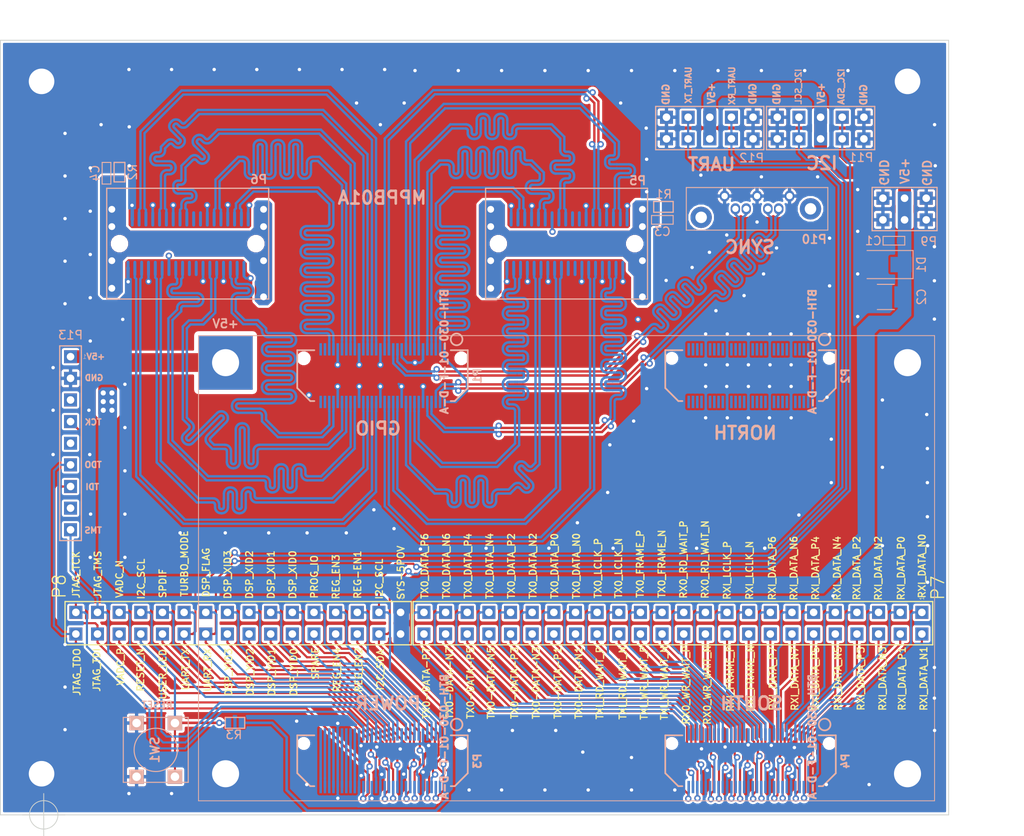
<source format=kicad_pcb>
(kicad_pcb (version 20171130) (host pcbnew "(5.1.0-3-gb9944e2c0)")
  (title_block (title "Paracard Template") (date "28 May 2014") (rev *) (company "Orbisys www.orbisys.sk") (comment 1 "Fabrication Drawing"))
  (layers (0 F.Cu signal) (31 B.Cu signal) (34 B.Paste user) (35 F.Paste user) (36 B.SilkS user) (37 F.SilkS user) (38 B.Mask user) (39 F.Mask user) (44 Edge.Cuts user))
  (net 0 "")
  (net 1 /GPIO/VGPIO)
  (net 2 /NORTH/VDDIO)
  (net 3 /SOUTH/VDDIO)
  (net 4 GND)
  (net 5 /A_SYNC_N)
  (net 6 /A_SYNC_P)
  (net 7 /B_SYNC_N)
  (net 8 /B_SYNC_P)
  (net 9 "Net-(C3-Pad2)")
  (net 10 "Net-(C4-Pad2)")
  (net 11 /RXI_DATA_N0)
  (net 12 /RXI_DATA_P0)
  (net 13 /RXI_DATA_P7)
  (net 14 /RXI_DATA_P6)
  (net 15 /RXI_DATA_N7)
  (net 16 /RXI_DATA_N6)
  (net 17 /RXI_DATA_P5)
  (net 18 /RXI_DATA_P4)
  (net 19 /RXI_DATA_N5)
  (net 20 /RXI_DATA_N4)
  (net 21 /RXI_DATA_P3)
  (net 22 /RXI_DATA_P2)
  (net 23 /RXI_DATA_N3)
  (net 24 /RXI_DATA_N2)
  (net 25 /RXI_DATA_P1)
  (net 26 /RXI_DATA_N1)
  (net 27 /TXO_LCLK_P)
  (net 28 /TXI_RD_WAIT_P)
  (net 29 /TXI_RD_WAIT_N)
  (net 30 /TXO_LCLK_N)
  (net 31 /TXI_WR_WAIT_P)
  (net 32 /TXO_FRAME_P)
  (net 33 /TXI_WR_WAIT_N)
  (net 34 /TXO_FRAME_N)
  (net 35 /RX0_WR_WAIT_P)
  (net 36 /RX0_RD_WAIT_P)
  (net 37 /RX0_WR_WAIT_N)
  (net 38 /RX0_RD_WAIT_N)
  (net 39 /RXI_FRAME_P)
  (net 40 /RXI_LCLK_P)
  (net 41 /RXI_FRAME_N)
  (net 42 /RXI_LCLK_N)
  (net 43 /TXO_DATA_P7)
  (net 44 /TXO_DATA_P6)
  (net 45 /TXO_DATA_N7)
  (net 46 /TXO_DATA_N6)
  (net 47 /TXO_DATA_P5)
  (net 48 /TXO_DATA_P4)
  (net 49 /TXO_DATA_N5)
  (net 50 /TXO_DATA_N4)
  (net 51 /TXO_DATA_P3)
  (net 52 /TXO_DATA_P2)
  (net 53 /TXO_DATA_N3)
  (net 54 /TXO_DATA_N2)
  (net 55 /TXO_DATA_P1)
  (net 56 /TXO_DATA_P0)
  (net 57 /TXO_DATA_N1)
  (net 58 /TXO_DATA_N0)
  (net 59 /3P3V)
  (net 60 /2P5V)
  (net 61 /VDD_GPIO)
  (net 62 /VDD_ADJ)
  (net 63 /1P8V)
  (net 64 /1P35V)
  (net 65 /VDD_DSP)
  (net 66 /1POV)
  (net 67 /JTAG_TDO)
  (net 68 /JTAG_TCK)
  (net 69 /JTAG_TDI)
  (net 70 /JTAG_TMS)
  (net 71 /VADC_P)
  (net 72 /VADC_N)
  (net 73 /RESET_N)
  (net 74 /JTAG_BOOT_EN)
  (net 75 /USER_LED)
  (net 76 /SPDIF)
  (net 77 /UART_TX)
  (net 78 /TURBO_MODE)
  (net 79 /UART_RX)
  (net 80 /DSP_FLAG)
  (net 81 /SPARE)
  (net 82 /PROG_IO)
  (net 83 /I2C_SDA)
  (net 84 /I2C_SCL)
  (net 85 /SYS-5POV)
  (net 86 /REG_EN4)
  (net 87 /REG_EN3)
  (net 88 /REG_EN2)
  (net 89 /REG_EN1)
  (net 90 /DSP_XID2)
  (net 91 /DSP_XID1)
  (net 92 /DSP_XID0)
  (net 93 /DSP_XID3)
  (net 94 /DSP_YID3)
  (net 95 /DSP_YID2)
  (net 96 /DSP_YID1)
  (net 97 /DSP_YID0)
  (net 98 /GPIO/GPIO47)
  (net 99 /GPIO/GPIO46)
  (net 100 /GPIO/GPIO45)
  (net 101 /GPIO/GPIO44)
  (net 102 /GPIO_0P)
  (net 103 /GPIO_0N)
  (net 104 /NORTH/TXO_DATA_P7)
  (net 105 /NORTH/TXO_DATA_P6)
  (net 106 /NORTH/TXO_DATA_N7)
  (net 107 /NORTH/TXO_DATA_N6)
  (net 108 /NORTH/TXO_DATA_P5)
  (net 109 /NORTH/TXO_DATA_P4)
  (net 110 /NORTH/TXO_DATA_N5)
  (net 111 /NORTH/TXO_DATA_N4)
  (net 112 /NORTH/TXO_DATA_P3)
  (net 113 /NORTH/TXO_DATA_P2)
  (net 114 /NORTH/TXO_DATA_N3)
  (net 115 /NORTH/TXO_DATA_N2)
  (net 116 /NORTH/TXO_DATA_P1)
  (net 117 /NORTH/TXO_DATA_P0)
  (net 118 /NORTH/TXO_DATA_N1)
  (net 119 /NORTH/TXO_DATA_N0)
  (net 120 /NORTH/TXI_RD_WAIT_P)
  (net 121 /NORTH/TXO_LCLK_P)
  (net 122 /NORTH/TXI_RD_WAIT_N)
  (net 123 /NORTH/TXO_LCLK_N)
  (net 124 /NORTH/TXI_WR_WAIT_P)
  (net 125 /NORTH/TXO_FRAME_P)
  (net 126 /NORTH/TXI_WR_WAIT_N)
  (net 127 /NORTH/TXO_FRAME_N)
  (net 128 /NORTH/RXO_WR_WAIT_P)
  (net 129 /NORTH/RXO_RD_WAIT_P)
  (net 130 /NORTH/RXO_WR_WAIT_N)
  (net 131 /NORTH/RXO_RD_WAIT_N)
  (net 132 /NORTH/RXI_FRAME_P)
  (net 133 /NORTH/RXI_LCLK_P)
  (net 134 /NORTH/RXI_FRAME_N)
  (net 135 /NORTH/RXI_LCLK_N)
  (net 136 /NORTH/RXI_DATA_P7)
  (net 137 /NORTH/RXI_DATA_P6)
  (net 138 /NORTH/RXI_DATA_N7)
  (net 139 /NORTH/RXI_DATA_N6)
  (net 140 /NORTH/RXI_DATA_P5)
  (net 141 /NORTH/RXI_DATA_P4)
  (net 142 /NORTH/RXI_DATA_N5)
  (net 143 /NORTH/RXI_DATA_N4)
  (net 144 /NORTH/RXI_DATA_P3)
  (net 145 /NORTH/RXI_DATA_P2)
  (net 146 /NORTH/RXI_DATA_N3)
  (net 147 /NORTH/RXI_DATA_N2)
  (net 148 /NORTH/RXI_DATA_P1)
  (net 149 /NORTH/RXI_DATA_P0)
  (net 150 /NORTH/RXI_DATA_N1)
  (net 151 /NORTH/RXI_DATA_N0)
  (net 152 "Net-(P5-PadB10)")
  (net 153 "Net-(P5-PadB11)")
  (net 154 "Net-(P5-PadA10)")
  (net 155 "Net-(P5-PadA11)")
  (net 156 "Net-(P6-PadB10)")
  (net 157 "Net-(P6-PadB11)")
  (net 158 "Net-(P6-PadA10)")
  (net 159 "Net-(P6-PadA11)")
  (net 160 "Net-(P13-Pad8)")
  (net 161 "Net-(P13-Pad5)")
  (net 162 "Net-(P13-Pad3)")
  (net 163 /GPIO_21P)
  (net 164 /GPIO_20P)
  (net 165 /GPIO_21N)
  (net 166 /GPIO_20N)
  (net 167 /GPIO_19P)
  (net 168 /GPIO_18P)
  (net 169 /GPIO_19N)
  (net 170 /GPIO_18N)
  (net 171 /GPIO_17P)
  (net 172 /GPIO_16P)
  (net 173 /GPIO_17N)
  (net 174 /GPIO_16N)
  (net 175 /GPIO_15P)
  (net 176 /GPIO_14P)
  (net 177 /GPIO_15N)
  (net 178 /GPIO_14N)
  (net 179 /GPIO_13P)
  (net 180 /GPIO_12P)
  (net 181 /GPIO_13N)
  (net 182 /GPIO_12N)
  (net 183 /GPIO_11P)
  (net 184 /GPIO_10P)
  (net 185 /GPIO_11N)
  (net 186 /GPIO_10N)
  (net 187 /GPIO_9P)
  (net 188 /GPIO_9N)
  (net 189 /GPIO_7P)
  (net 190 /GPIO_6P)
  (net 191 /GPIO_7N)
  (net 192 /GPIO_6N)
  (net 193 /GPIO_5P)
  (net 194 /GPIO_P4)
  (net 195 /GPIO_5N)
  (net 196 /GPIO_N4)
  (net 197 /GPIO_3P)
  (net 198 /GPIO_2P)
  (net 199 /GPIO_3N)
  (net 200 /GPIO_2N)
  (module adapteva-kicad:CONN_SAMTEC_BTH_60 (layer B.Cu) (at 184.785 176.276 180)
    (fp_text reference P4 (at -11.13282 -0.04064 90) (layer B.SilkS) (effects (font (size 0.889 0.889) (thickness 0.3048)) (justify mirror)))
    (fp_text value BTH-030-01-F-D-A (at -7.25424 2.8321 -90) (layer B.SilkS) (effects (font (size 0.889 0.889) (thickness 0.3048)) (justify mirror)))
    (pad "" np_thru_hole circle (at 9.24052 2.032 180) (size 1.016 1.016) (drill 1.016) (layers *.Cu *.Mask Dwgs.User))
    (pad "" np_thru_hole circle (at -9.24052 2.032 180) (size 1.016 1.016) (drill 1.016) (layers *.Cu *.Mask Dwgs.User))
    (pad 60 smd rect (at 7.25676 -3.0861 180) (size 0.3048 1.4478) (layers B.Cu B.Paste B.Mask) (net 43 /TXO_DATA_P7))
    (pad 59 smd rect (at 7.25676 3.0861) (size 0.3048 1.4478) (layers B.Cu B.Paste B.Mask) (net 44 /TXO_DATA_P6))
    (pad 58 smd rect (at 6.75636 -3.0861 180) (size 0.3048 1.4478) (layers B.Cu B.Paste B.Mask) (net 45 /TXO_DATA_N7))
    (pad 57 smd rect (at 6.75636 3.0861) (size 0.3048 1.4478) (layers B.Cu B.Paste B.Mask) (net 46 /TXO_DATA_N6))
    (pad 56 smd rect (at 6.25606 -3.0861 180) (size 0.3048 1.4478) (layers B.Cu B.Paste B.Mask) (net 47 /TXO_DATA_P5))
    (pad 55 smd rect (at 6.25606 3.0861) (size 0.3048 1.4478) (layers B.Cu B.Paste B.Mask) (net 48 /TXO_DATA_P4))
    (pad 54 smd rect (at 5.75566 -3.0861 180) (size 0.3048 1.4478) (layers B.Cu B.Paste B.Mask) (net 49 /TXO_DATA_N5))
    (pad 53 smd rect (at 5.75566 3.0861) (size 0.3048 1.4478) (layers B.Cu B.Paste B.Mask) (net 50 /TXO_DATA_N4))
    (pad 52 smd rect (at 5.25526 -3.0861 180) (size 0.3048 1.4478) (layers B.Cu B.Paste B.Mask) (net 4 GND))
    (pad 51 smd rect (at 5.25526 3.0861) (size 0.3048 1.4478) (layers B.Cu B.Paste B.Mask) (net 4 GND))
    (pad 50 smd rect (at 4.75486 -3.0861 180) (size 0.3048 1.4478) (layers B.Cu B.Paste B.Mask) (net 51 /TXO_DATA_P3))
    (pad 49 smd rect (at 4.75486 3.0861) (size 0.3048 1.4478) (layers B.Cu B.Paste B.Mask) (net 52 /TXO_DATA_P2))
    (pad 48 smd rect (at 4.25446 -3.0861 180) (size 0.3048 1.4478) (layers B.Cu B.Paste B.Mask) (net 53 /TXO_DATA_N3))
    (pad 47 smd rect (at 4.25446 3.0861) (size 0.3048 1.4478) (layers B.Cu B.Paste B.Mask) (net 54 /TXO_DATA_N2))
    (pad 46 smd rect (at 3.75416 -3.0861 180) (size 0.3048 1.4478) (layers B.Cu B.Paste B.Mask) (net 55 /TXO_DATA_P1))
    (pad 45 smd rect (at 3.75416 3.0861) (size 0.3048 1.4478) (layers B.Cu B.Paste B.Mask) (net 56 /TXO_DATA_P0))
    (pad 44 smd rect (at 3.25376 -3.0861 180) (size 0.3048 1.4478) (layers B.Cu B.Paste B.Mask) (net 57 /TXO_DATA_N1))
    (pad 43 smd rect (at 3.25376 3.0861) (size 0.3048 1.4478) (layers B.Cu B.Paste B.Mask) (net 58 /TXO_DATA_N0))
    (pad 42 smd rect (at 2.75336 -3.0861 180) (size 0.3048 1.4478) (layers B.Cu B.Paste B.Mask) (net 4 GND))
    (pad 41 smd rect (at 2.75336 3.0861) (size 0.3048 1.4478) (layers B.Cu B.Paste B.Mask) (net 4 GND))
    (pad 40 smd rect (at 2.25296 -3.0861 180) (size 0.3048 1.4478) (layers B.Cu B.Paste B.Mask) (net 28 /TXI_RD_WAIT_P))
    (pad 39 smd rect (at 2.25296 3.0861) (size 0.3048 1.4478) (layers B.Cu B.Paste B.Mask) (net 27 /TXO_LCLK_P))
    (pad 38 smd rect (at 1.75256 -3.0861 180) (size 0.3048 1.4478) (layers B.Cu B.Paste B.Mask) (net 29 /TXI_RD_WAIT_N))
    (pad 37 smd rect (at 1.75256 3.0861) (size 0.3048 1.4478) (layers B.Cu B.Paste B.Mask) (net 30 /TXO_LCLK_N))
    (pad 36 smd rect (at 1.25226 -3.0861 180) (size 0.3048 1.4478) (layers B.Cu B.Paste B.Mask) (net 31 /TXI_WR_WAIT_P))
    (pad 35 smd rect (at 1.25226 3.0861) (size 0.3048 1.4478) (layers B.Cu B.Paste B.Mask) (net 32 /TXO_FRAME_P))
    (pad 34 smd rect (at 0.75186 -3.0861 180) (size 0.3048 1.4478) (layers B.Cu B.Paste B.Mask) (net 33 /TXI_WR_WAIT_N))
    (pad 33 smd rect (at 0.75186 3.0861) (size 0.3048 1.4478) (layers B.Cu B.Paste B.Mask) (net 34 /TXO_FRAME_N))
    (pad 32 smd rect (at 0.25146 -3.0861 180) (size 0.3048 1.4478) (layers B.Cu B.Paste B.Mask) (net 4 GND))
    (pad 31 smd rect (at 0.25146 3.0861) (size 0.3048 1.4478) (layers B.Cu B.Paste B.Mask) (net 4 GND))
    (pad 30 smd rect (at -0.24894 -3.0861 180) (size 0.3048 1.4478) (layers B.Cu B.Paste B.Mask) (net 35 /RX0_WR_WAIT_P))
    (pad 29 smd rect (at -0.24894 3.0861) (size 0.3048 1.4478) (layers B.Cu B.Paste B.Mask) (net 36 /RX0_RD_WAIT_P))
    (pad 28 smd rect (at -0.74934 -3.0861 180) (size 0.3048 1.4478) (layers B.Cu B.Paste B.Mask) (net 37 /RX0_WR_WAIT_N))
    (pad 27 smd rect (at -0.74934 3.0861) (size 0.3048 1.4478) (layers B.Cu B.Paste B.Mask) (net 38 /RX0_RD_WAIT_N))
    (pad 26 smd rect (at -1.24964 -3.0861 180) (size 0.3048 1.4478) (layers B.Cu B.Paste B.Mask) (net 39 /RXI_FRAME_P))
    (pad 25 smd rect (at -1.24964 3.0861) (size 0.3048 1.4478) (layers B.Cu B.Paste B.Mask) (net 40 /RXI_LCLK_P))
    (pad 24 smd rect (at -1.75004 -3.0861 180) (size 0.3048 1.4478) (layers B.Cu B.Paste B.Mask) (net 41 /RXI_FRAME_N))
    (pad 23 smd rect (at -1.75004 3.0861) (size 0.3048 1.4478) (layers B.Cu B.Paste B.Mask) (net 42 /RXI_LCLK_N))
    (pad 22 smd rect (at -2.25044 -3.0861 180) (size 0.3048 1.4478) (layers B.Cu B.Paste B.Mask) (net 4 GND))
    (pad 21 smd rect (at -2.25044 3.0861) (size 0.3048 1.4478) (layers B.Cu B.Paste B.Mask) (net 4 GND))
    (pad 20 smd rect (at -2.75084 -3.0861 180) (size 0.3048 1.4478) (layers B.Cu B.Paste B.Mask) (net 13 /RXI_DATA_P7))
    (pad 19 smd rect (at -2.75084 3.0861) (size 0.3048 1.4478) (layers B.Cu B.Paste B.Mask) (net 14 /RXI_DATA_P6))
    (pad 18 smd rect (at -3.25124 -3.0861 180) (size 0.3048 1.4478) (layers B.Cu B.Paste B.Mask) (net 15 /RXI_DATA_N7))
    (pad 17 smd rect (at -3.25124 3.0861) (size 0.3048 1.4478) (layers B.Cu B.Paste B.Mask) (net 16 /RXI_DATA_N6))
    (pad 16 smd rect (at -3.75154 -3.0861 180) (size 0.3048 1.4478) (layers B.Cu B.Paste B.Mask) (net 17 /RXI_DATA_P5))
    (pad 15 smd rect (at -3.75154 3.0861) (size 0.3048 1.4478) (layers B.Cu B.Paste B.Mask) (net 18 /RXI_DATA_P4))
    (pad 14 smd rect (at -4.25194 -3.0861 180) (size 0.3048 1.4478) (layers B.Cu B.Paste B.Mask) (net 19 /RXI_DATA_N5))
    (pad 13 smd rect (at -4.25194 3.0861) (size 0.3048 1.4478) (layers B.Cu B.Paste B.Mask) (net 20 /RXI_DATA_N4))
    (pad 12 smd rect (at -4.75234 -3.0861 180) (size 0.3048 1.4478) (layers B.Cu B.Paste B.Mask) (net 4 GND))
    (pad 11 smd rect (at -4.75234 3.0861) (size 0.3048 1.4478) (layers B.Cu B.Paste B.Mask) (net 4 GND))
    (pad 10 smd rect (at -5.25274 -3.0861 180) (size 0.3048 1.4478) (layers B.Cu B.Paste B.Mask) (net 21 /RXI_DATA_P3))
    (pad 9 smd rect (at -5.25274 3.0861) (size 0.3048 1.4478) (layers B.Cu B.Paste B.Mask) (net 22 /RXI_DATA_P2))
    (pad 8 smd rect (at -5.75314 -3.0861 180) (size 0.3048 1.4478) (layers B.Cu B.Paste B.Mask) (net 23 /RXI_DATA_N3))
    (pad 7 smd rect (at -5.75314 3.0861) (size 0.3048 1.4478) (layers B.Cu B.Paste B.Mask) (net 24 /RXI_DATA_N2))
    (pad 6 smd rect (at -6.25344 -3.0861 180) (size 0.3048 1.4478) (layers B.Cu B.Paste B.Mask) (net 25 /RXI_DATA_P1))
    (pad 5 smd rect (at -6.25344 3.0861) (size 0.3048 1.4478) (layers B.Cu B.Paste B.Mask) (net 12 /RXI_DATA_P0))
    (pad 4 smd rect (at -6.75384 -3.0861 180) (size 0.3048 1.4478) (layers B.Cu B.Paste B.Mask) (net 26 /RXI_DATA_N1))
    (pad 3 smd rect (at -6.75384 3.0861) (size 0.3048 1.4478) (layers B.Cu B.Paste B.Mask) (net 11 /RXI_DATA_N0))
    (pad 2 smd rect (at -7.25424 -3.0861 180) (size 0.3048 1.4478) (layers B.Cu B.Paste B.Mask) (net 3 /SOUTH/VDDIO))
    (pad 1 smd rect (at -7.25424 3.0861) (size 0.3048 1.4478) (layers B.Cu B.Paste B.Mask) (net 3 /SOUTH/VDDIO))
  )
  (module adapteva-kicad:CONN_SAMTEC_BTH_60 (layer B.Cu) (at 141.605 176.276 180)
    (fp_text reference P3 (at -11.13282 -0.04064 90) (layer B.SilkS) (effects (font (size 0.889 0.889) (thickness 0.3048)) (justify mirror)))
    (fp_text value BTH-030-01-F-D-A (at -7.25424 2.8321 -90) (layer B.SilkS) (effects (font (size 0.889 0.889) (thickness 0.3048)) (justify mirror)))
    (pad "" np_thru_hole circle (at 9.24052 2.032 180) (size 1.016 1.016) (drill 1.016) (layers *.Cu *.Mask Dwgs.User))
    (pad "" np_thru_hole circle (at -9.24052 2.032 180) (size 1.016 1.016) (drill 1.016) (layers *.Cu *.Mask Dwgs.User))
    (pad 60 smd rect (at 7.25676 -3.0861 180) (size 0.3048 1.4478) (layers B.Cu B.Paste B.Mask) (net 59 /3P3V))
    (pad 59 smd rect (at 7.25676 3.0861) (size 0.3048 1.4478) (layers B.Cu B.Paste B.Mask) (net 59 /3P3V))
    (pad 58 smd rect (at 6.75636 -3.0861 180) (size 0.3048 1.4478) (layers B.Cu B.Paste B.Mask) (net 60 /2P5V))
    (pad 57 smd rect (at 6.75636 3.0861) (size 0.3048 1.4478) (layers B.Cu B.Paste B.Mask) (net 60 /2P5V))
    (pad 56 smd rect (at 6.25606 -3.0861 180) (size 0.3048 1.4478) (layers B.Cu B.Paste B.Mask) (net 61 /VDD_GPIO))
    (pad 55 smd rect (at 6.25606 3.0861) (size 0.3048 1.4478) (layers B.Cu B.Paste B.Mask) (net 61 /VDD_GPIO))
    (pad 54 smd rect (at 5.75566 -3.0861 180) (size 0.3048 1.4478) (layers B.Cu B.Paste B.Mask) (net 62 /VDD_ADJ))
    (pad 53 smd rect (at 5.75566 3.0861) (size 0.3048 1.4478) (layers B.Cu B.Paste B.Mask) (net 62 /VDD_ADJ))
    (pad 52 smd rect (at 5.25526 -3.0861 180) (size 0.3048 1.4478) (layers B.Cu B.Paste B.Mask) (net 4 GND))
    (pad 51 smd rect (at 5.25526 3.0861) (size 0.3048 1.4478) (layers B.Cu B.Paste B.Mask) (net 4 GND))
    (pad 50 smd rect (at 4.75486 -3.0861 180) (size 0.3048 1.4478) (layers B.Cu B.Paste B.Mask) (net 63 /1P8V))
    (pad 49 smd rect (at 4.75486 3.0861) (size 0.3048 1.4478) (layers B.Cu B.Paste B.Mask) (net 63 /1P8V))
    (pad 48 smd rect (at 4.25446 -3.0861 180) (size 0.3048 1.4478) (layers B.Cu B.Paste B.Mask) (net 64 /1P35V))
    (pad 47 smd rect (at 4.25446 3.0861) (size 0.3048 1.4478) (layers B.Cu B.Paste B.Mask) (net 64 /1P35V))
    (pad 46 smd rect (at 3.75416 -3.0861 180) (size 0.3048 1.4478) (layers B.Cu B.Paste B.Mask) (net 65 /VDD_DSP))
    (pad 45 smd rect (at 3.75416 3.0861) (size 0.3048 1.4478) (layers B.Cu B.Paste B.Mask) (net 65 /VDD_DSP))
    (pad 44 smd rect (at 3.25376 -3.0861 180) (size 0.3048 1.4478) (layers B.Cu B.Paste B.Mask) (net 66 /1POV))
    (pad 43 smd rect (at 3.25376 3.0861) (size 0.3048 1.4478) (layers B.Cu B.Paste B.Mask) (net 66 /1POV))
    (pad 42 smd rect (at 2.75336 -3.0861 180) (size 0.3048 1.4478) (layers B.Cu B.Paste B.Mask) (net 4 GND))
    (pad 41 smd rect (at 2.75336 3.0861) (size 0.3048 1.4478) (layers B.Cu B.Paste B.Mask) (net 4 GND))
    (pad 40 smd rect (at 2.25296 -3.0861 180) (size 0.3048 1.4478) (layers B.Cu B.Paste B.Mask) (net 67 /JTAG_TDO))
    (pad 39 smd rect (at 2.25296 3.0861) (size 0.3048 1.4478) (layers B.Cu B.Paste B.Mask) (net 68 /JTAG_TCK))
    (pad 38 smd rect (at 1.75256 -3.0861 180) (size 0.3048 1.4478) (layers B.Cu B.Paste B.Mask) (net 69 /JTAG_TDI))
    (pad 37 smd rect (at 1.75256 3.0861) (size 0.3048 1.4478) (layers B.Cu B.Paste B.Mask) (net 70 /JTAG_TMS))
    (pad 36 smd rect (at 1.25226 -3.0861 180) (size 0.3048 1.4478) (layers B.Cu B.Paste B.Mask) (net 4 GND))
    (pad 35 smd rect (at 1.25226 3.0861) (size 0.3048 1.4478) (layers B.Cu B.Paste B.Mask) (net 4 GND))
    (pad 34 smd rect (at 0.75186 -3.0861 180) (size 0.3048 1.4478) (layers B.Cu B.Paste B.Mask) (net 71 /VADC_P))
    (pad 33 smd rect (at 0.75186 3.0861) (size 0.3048 1.4478) (layers B.Cu B.Paste B.Mask) (net 72 /VADC_N))
    (pad 32 smd rect (at 0.25146 -3.0861 180) (size 0.3048 1.4478) (layers B.Cu B.Paste B.Mask) (net 4 GND))
    (pad 31 smd rect (at 0.25146 3.0861) (size 0.3048 1.4478) (layers B.Cu B.Paste B.Mask) (net 4 GND))
    (pad 30 smd rect (at -0.24894 -3.0861 180) (size 0.3048 1.4478) (layers B.Cu B.Paste B.Mask) (net 73 /RESET_N))
    (pad 29 smd rect (at -0.24894 3.0861) (size 0.3048 1.4478) (layers B.Cu B.Paste B.Mask) (net 74 /JTAG_BOOT_EN))
    (pad 28 smd rect (at -0.74934 -3.0861 180) (size 0.3048 1.4478) (layers B.Cu B.Paste B.Mask) (net 75 /USER_LED))
    (pad 27 smd rect (at -0.74934 3.0861) (size 0.3048 1.4478) (layers B.Cu B.Paste B.Mask) (net 76 /SPDIF))
    (pad 26 smd rect (at -1.24964 -3.0861 180) (size 0.3048 1.4478) (layers B.Cu B.Paste B.Mask) (net 77 /UART_TX))
    (pad 25 smd rect (at -1.24964 3.0861) (size 0.3048 1.4478) (layers B.Cu B.Paste B.Mask) (net 78 /TURBO_MODE))
    (pad 24 smd rect (at -1.75004 -3.0861 180) (size 0.3048 1.4478) (layers B.Cu B.Paste B.Mask) (net 79 /UART_RX))
    (pad 23 smd rect (at -1.75004 3.0861) (size 0.3048 1.4478) (layers B.Cu B.Paste B.Mask) (net 80 /DSP_FLAG))
    (pad 22 smd rect (at -2.25044 -3.0861 180) (size 0.3048 1.4478) (layers B.Cu B.Paste B.Mask) (net 4 GND))
    (pad 21 smd rect (at -2.25044 3.0861) (size 0.3048 1.4478) (layers B.Cu B.Paste B.Mask) (net 4 GND))
    (pad 20 smd rect (at -2.75084 -3.0861 180) (size 0.3048 1.4478) (layers B.Cu B.Paste B.Mask) (net 94 /DSP_YID3))
    (pad 19 smd rect (at -2.75084 3.0861) (size 0.3048 1.4478) (layers B.Cu B.Paste B.Mask) (net 93 /DSP_XID3))
    (pad 18 smd rect (at -3.25124 -3.0861 180) (size 0.3048 1.4478) (layers B.Cu B.Paste B.Mask) (net 95 /DSP_YID2))
    (pad 17 smd rect (at -3.25124 3.0861) (size 0.3048 1.4478) (layers B.Cu B.Paste B.Mask) (net 90 /DSP_XID2))
    (pad 16 smd rect (at -3.75154 -3.0861 180) (size 0.3048 1.4478) (layers B.Cu B.Paste B.Mask) (net 96 /DSP_YID1))
    (pad 15 smd rect (at -3.75154 3.0861) (size 0.3048 1.4478) (layers B.Cu B.Paste B.Mask) (net 91 /DSP_XID1))
    (pad 14 smd rect (at -4.25194 -3.0861 180) (size 0.3048 1.4478) (layers B.Cu B.Paste B.Mask) (net 97 /DSP_YID0))
    (pad 13 smd rect (at -4.25194 3.0861) (size 0.3048 1.4478) (layers B.Cu B.Paste B.Mask) (net 92 /DSP_XID0))
    (pad 12 smd rect (at -4.75234 -3.0861 180) (size 0.3048 1.4478) (layers B.Cu B.Paste B.Mask) (net 4 GND))
    (pad 11 smd rect (at -4.75234 3.0861) (size 0.3048 1.4478) (layers B.Cu B.Paste B.Mask) (net 4 GND))
    (pad 10 smd rect (at -5.25274 -3.0861 180) (size 0.3048 1.4478) (layers B.Cu B.Paste B.Mask) (net 81 /SPARE))
    (pad 9 smd rect (at -5.25274 3.0861) (size 0.3048 1.4478) (layers B.Cu B.Paste B.Mask) (net 82 /PROG_IO))
    (pad 8 smd rect (at -5.75314 -3.0861 180) (size 0.3048 1.4478) (layers B.Cu B.Paste B.Mask) (net 86 /REG_EN4))
    (pad 7 smd rect (at -5.75314 3.0861) (size 0.3048 1.4478) (layers B.Cu B.Paste B.Mask) (net 87 /REG_EN3))
    (pad 6 smd rect (at -6.25344 -3.0861 180) (size 0.3048 1.4478) (layers B.Cu B.Paste B.Mask) (net 88 /REG_EN2))
    (pad 5 smd rect (at -6.25344 3.0861) (size 0.3048 1.4478) (layers B.Cu B.Paste B.Mask) (net 89 /REG_EN1))
    (pad 4 smd rect (at -6.75384 -3.0861 180) (size 0.3048 1.4478) (layers B.Cu B.Paste B.Mask) (net 83 /I2C_SDA))
    (pad 3 smd rect (at -6.75384 3.0861) (size 0.3048 1.4478) (layers B.Cu B.Paste B.Mask) (net 84 /I2C_SCL))
    (pad 2 smd rect (at -7.25424 -3.0861 180) (size 0.3048 1.4478) (layers B.Cu B.Paste B.Mask) (net 85 /SYS-5POV))
    (pad 1 smd rect (at -7.25424 3.0861) (size 0.3048 1.4478) (layers B.Cu B.Paste B.Mask) (net 85 /SYS-5POV))
  )
  (module adapteva-kicad:CONN_SAMTEC_BTH_60 (layer B.Cu) (at 184.785 131.064 180)
    (fp_text reference P2 (at -11.13282 -0.04064 90) (layer B.SilkS) (effects (font (size 0.889 0.889) (thickness 0.3048)) (justify mirror)))
    (fp_text value BTH-030-01-F-D-A (at -7.25424 2.8321 -90) (layer B.SilkS) (effects (font (size 0.889 0.889) (thickness 0.3048)) (justify mirror)))
    (pad "" np_thru_hole circle (at 9.24052 2.032 180) (size 1.016 1.016) (drill 1.016) (layers *.Cu *.Mask Dwgs.User))
    (pad "" np_thru_hole circle (at -9.24052 2.032 180) (size 1.016 1.016) (drill 1.016) (layers *.Cu *.Mask Dwgs.User))
    (pad 60 smd rect (at 7.25676 -3.0861 180) (size 0.3048 1.4478) (layers B.Cu B.Paste B.Mask) (net 104 /NORTH/TXO_DATA_P7))
    (pad 59 smd rect (at 7.25676 3.0861) (size 0.3048 1.4478) (layers B.Cu B.Paste B.Mask) (net 105 /NORTH/TXO_DATA_P6))
    (pad 58 smd rect (at 6.75636 -3.0861 180) (size 0.3048 1.4478) (layers B.Cu B.Paste B.Mask) (net 106 /NORTH/TXO_DATA_N7))
    (pad 57 smd rect (at 6.75636 3.0861) (size 0.3048 1.4478) (layers B.Cu B.Paste B.Mask) (net 107 /NORTH/TXO_DATA_N6))
    (pad 56 smd rect (at 6.25606 -3.0861 180) (size 0.3048 1.4478) (layers B.Cu B.Paste B.Mask) (net 108 /NORTH/TXO_DATA_P5))
    (pad 55 smd rect (at 6.25606 3.0861) (size 0.3048 1.4478) (layers B.Cu B.Paste B.Mask) (net 109 /NORTH/TXO_DATA_P4))
    (pad 54 smd rect (at 5.75566 -3.0861 180) (size 0.3048 1.4478) (layers B.Cu B.Paste B.Mask) (net 110 /NORTH/TXO_DATA_N5))
    (pad 53 smd rect (at 5.75566 3.0861) (size 0.3048 1.4478) (layers B.Cu B.Paste B.Mask) (net 111 /NORTH/TXO_DATA_N4))
    (pad 52 smd rect (at 5.25526 -3.0861 180) (size 0.3048 1.4478) (layers B.Cu B.Paste B.Mask) (net 4 GND))
    (pad 51 smd rect (at 5.25526 3.0861) (size 0.3048 1.4478) (layers B.Cu B.Paste B.Mask) (net 4 GND))
    (pad 50 smd rect (at 4.75486 -3.0861 180) (size 0.3048 1.4478) (layers B.Cu B.Paste B.Mask) (net 112 /NORTH/TXO_DATA_P3))
    (pad 49 smd rect (at 4.75486 3.0861) (size 0.3048 1.4478) (layers B.Cu B.Paste B.Mask) (net 113 /NORTH/TXO_DATA_P2))
    (pad 48 smd rect (at 4.25446 -3.0861 180) (size 0.3048 1.4478) (layers B.Cu B.Paste B.Mask) (net 114 /NORTH/TXO_DATA_N3))
    (pad 47 smd rect (at 4.25446 3.0861) (size 0.3048 1.4478) (layers B.Cu B.Paste B.Mask) (net 115 /NORTH/TXO_DATA_N2))
    (pad 46 smd rect (at 3.75416 -3.0861 180) (size 0.3048 1.4478) (layers B.Cu B.Paste B.Mask) (net 116 /NORTH/TXO_DATA_P1))
    (pad 45 smd rect (at 3.75416 3.0861) (size 0.3048 1.4478) (layers B.Cu B.Paste B.Mask) (net 117 /NORTH/TXO_DATA_P0))
    (pad 44 smd rect (at 3.25376 -3.0861 180) (size 0.3048 1.4478) (layers B.Cu B.Paste B.Mask) (net 118 /NORTH/TXO_DATA_N1))
    (pad 43 smd rect (at 3.25376 3.0861) (size 0.3048 1.4478) (layers B.Cu B.Paste B.Mask) (net 119 /NORTH/TXO_DATA_N0))
    (pad 42 smd rect (at 2.75336 -3.0861 180) (size 0.3048 1.4478) (layers B.Cu B.Paste B.Mask) (net 4 GND))
    (pad 41 smd rect (at 2.75336 3.0861) (size 0.3048 1.4478) (layers B.Cu B.Paste B.Mask) (net 4 GND))
    (pad 40 smd rect (at 2.25296 -3.0861 180) (size 0.3048 1.4478) (layers B.Cu B.Paste B.Mask) (net 120 /NORTH/TXI_RD_WAIT_P))
    (pad 39 smd rect (at 2.25296 3.0861) (size 0.3048 1.4478) (layers B.Cu B.Paste B.Mask) (net 121 /NORTH/TXO_LCLK_P))
    (pad 38 smd rect (at 1.75256 -3.0861 180) (size 0.3048 1.4478) (layers B.Cu B.Paste B.Mask) (net 122 /NORTH/TXI_RD_WAIT_N))
    (pad 37 smd rect (at 1.75256 3.0861) (size 0.3048 1.4478) (layers B.Cu B.Paste B.Mask) (net 123 /NORTH/TXO_LCLK_N))
    (pad 36 smd rect (at 1.25226 -3.0861 180) (size 0.3048 1.4478) (layers B.Cu B.Paste B.Mask) (net 124 /NORTH/TXI_WR_WAIT_P))
    (pad 35 smd rect (at 1.25226 3.0861) (size 0.3048 1.4478) (layers B.Cu B.Paste B.Mask) (net 125 /NORTH/TXO_FRAME_P))
    (pad 34 smd rect (at 0.75186 -3.0861 180) (size 0.3048 1.4478) (layers B.Cu B.Paste B.Mask) (net 126 /NORTH/TXI_WR_WAIT_N))
    (pad 33 smd rect (at 0.75186 3.0861) (size 0.3048 1.4478) (layers B.Cu B.Paste B.Mask) (net 127 /NORTH/TXO_FRAME_N))
    (pad 32 smd rect (at 0.25146 -3.0861 180) (size 0.3048 1.4478) (layers B.Cu B.Paste B.Mask) (net 4 GND))
    (pad 31 smd rect (at 0.25146 3.0861) (size 0.3048 1.4478) (layers B.Cu B.Paste B.Mask) (net 4 GND))
    (pad 30 smd rect (at -0.24894 -3.0861 180) (size 0.3048 1.4478) (layers B.Cu B.Paste B.Mask) (net 128 /NORTH/RXO_WR_WAIT_P))
    (pad 29 smd rect (at -0.24894 3.0861) (size 0.3048 1.4478) (layers B.Cu B.Paste B.Mask) (net 129 /NORTH/RXO_RD_WAIT_P))
    (pad 28 smd rect (at -0.74934 -3.0861 180) (size 0.3048 1.4478) (layers B.Cu B.Paste B.Mask) (net 130 /NORTH/RXO_WR_WAIT_N))
    (pad 27 smd rect (at -0.74934 3.0861) (size 0.3048 1.4478) (layers B.Cu B.Paste B.Mask) (net 131 /NORTH/RXO_RD_WAIT_N))
    (pad 26 smd rect (at -1.24964 -3.0861 180) (size 0.3048 1.4478) (layers B.Cu B.Paste B.Mask) (net 132 /NORTH/RXI_FRAME_P))
    (pad 25 smd rect (at -1.24964 3.0861) (size 0.3048 1.4478) (layers B.Cu B.Paste B.Mask) (net 133 /NORTH/RXI_LCLK_P))
    (pad 24 smd rect (at -1.75004 -3.0861 180) (size 0.3048 1.4478) (layers B.Cu B.Paste B.Mask) (net 134 /NORTH/RXI_FRAME_N))
    (pad 23 smd rect (at -1.75004 3.0861) (size 0.3048 1.4478) (layers B.Cu B.Paste B.Mask) (net 135 /NORTH/RXI_LCLK_N))
    (pad 22 smd rect (at -2.25044 -3.0861 180) (size 0.3048 1.4478) (layers B.Cu B.Paste B.Mask) (net 4 GND))
    (pad 21 smd rect (at -2.25044 3.0861) (size 0.3048 1.4478) (layers B.Cu B.Paste B.Mask) (net 4 GND))
    (pad 20 smd rect (at -2.75084 -3.0861 180) (size 0.3048 1.4478) (layers B.Cu B.Paste B.Mask) (net 136 /NORTH/RXI_DATA_P7))
    (pad 19 smd rect (at -2.75084 3.0861) (size 0.3048 1.4478) (layers B.Cu B.Paste B.Mask) (net 137 /NORTH/RXI_DATA_P6))
    (pad 18 smd rect (at -3.25124 -3.0861 180) (size 0.3048 1.4478) (layers B.Cu B.Paste B.Mask) (net 138 /NORTH/RXI_DATA_N7))
    (pad 17 smd rect (at -3.25124 3.0861) (size 0.3048 1.4478) (layers B.Cu B.Paste B.Mask) (net 139 /NORTH/RXI_DATA_N6))
    (pad 16 smd rect (at -3.75154 -3.0861 180) (size 0.3048 1.4478) (layers B.Cu B.Paste B.Mask) (net 140 /NORTH/RXI_DATA_P5))
    (pad 15 smd rect (at -3.75154 3.0861) (size 0.3048 1.4478) (layers B.Cu B.Paste B.Mask) (net 141 /NORTH/RXI_DATA_P4))
    (pad 14 smd rect (at -4.25194 -3.0861 180) (size 0.3048 1.4478) (layers B.Cu B.Paste B.Mask) (net 142 /NORTH/RXI_DATA_N5))
    (pad 13 smd rect (at -4.25194 3.0861) (size 0.3048 1.4478) (layers B.Cu B.Paste B.Mask) (net 143 /NORTH/RXI_DATA_N4))
    (pad 12 smd rect (at -4.75234 -3.0861 180) (size 0.3048 1.4478) (layers B.Cu B.Paste B.Mask) (net 4 GND))
    (pad 11 smd rect (at -4.75234 3.0861) (size 0.3048 1.4478) (layers B.Cu B.Paste B.Mask) (net 4 GND))
    (pad 10 smd rect (at -5.25274 -3.0861 180) (size 0.3048 1.4478) (layers B.Cu B.Paste B.Mask) (net 144 /NORTH/RXI_DATA_P3))
    (pad 9 smd rect (at -5.25274 3.0861) (size 0.3048 1.4478) (layers B.Cu B.Paste B.Mask) (net 145 /NORTH/RXI_DATA_P2))
    (pad 8 smd rect (at -5.75314 -3.0861 180) (size 0.3048 1.4478) (layers B.Cu B.Paste B.Mask) (net 146 /NORTH/RXI_DATA_N3))
    (pad 7 smd rect (at -5.75314 3.0861) (size 0.3048 1.4478) (layers B.Cu B.Paste B.Mask) (net 147 /NORTH/RXI_DATA_N2))
    (pad 6 smd rect (at -6.25344 -3.0861 180) (size 0.3048 1.4478) (layers B.Cu B.Paste B.Mask) (net 148 /NORTH/RXI_DATA_P1))
    (pad 5 smd rect (at -6.25344 3.0861) (size 0.3048 1.4478) (layers B.Cu B.Paste B.Mask) (net 149 /NORTH/RXI_DATA_P0))
    (pad 4 smd rect (at -6.75384 -3.0861 180) (size 0.3048 1.4478) (layers B.Cu B.Paste B.Mask) (net 150 /NORTH/RXI_DATA_N1))
    (pad 3 smd rect (at -6.75384 3.0861) (size 0.3048 1.4478) (layers B.Cu B.Paste B.Mask) (net 151 /NORTH/RXI_DATA_N0))
    (pad 2 smd rect (at -7.25424 -3.0861 180) (size 0.3048 1.4478) (layers B.Cu B.Paste B.Mask) (net 2 /NORTH/VDDIO))
    (pad 1 smd rect (at -7.25424 3.0861) (size 0.3048 1.4478) (layers B.Cu B.Paste B.Mask) (net 2 /NORTH/VDDIO))
  )
  (module adapteva-kicad:CONN_SAMTEC_BTH_60 (layer B.Cu) (at 141.605 131.064 180)
    (fp_text reference P1 (at -11.13282 -0.04064 90) (layer B.SilkS) (effects (font (size 0.889 0.889) (thickness 0.3048)) (justify mirror)))
    (fp_text value BTH-030-01-F-D-A (at -7.25424 2.8321 -90) (layer B.SilkS) (effects (font (size 0.889 0.889) (thickness 0.3048)) (justify mirror)))
    (pad "" np_thru_hole circle (at 9.24052 2.032 180) (size 1.016 1.016) (drill 1.016) (layers *.Cu *.Mask Dwgs.User))
    (pad "" np_thru_hole circle (at -9.24052 2.032 180) (size 1.016 1.016) (drill 1.016) (layers *.Cu *.Mask Dwgs.User))
    (pad 60 smd rect (at 7.25676 -3.0861 180) (size 0.3048 1.4478) (layers B.Cu B.Paste B.Mask) (net 98 /GPIO/GPIO47))
    (pad 59 smd rect (at 7.25676 3.0861) (size 0.3048 1.4478) (layers B.Cu B.Paste B.Mask) (net 99 /GPIO/GPIO46))
    (pad 58 smd rect (at 6.75636 -3.0861 180) (size 0.3048 1.4478) (layers B.Cu B.Paste B.Mask) (net 100 /GPIO/GPIO45))
    (pad 57 smd rect (at 6.75636 3.0861) (size 0.3048 1.4478) (layers B.Cu B.Paste B.Mask) (net 101 /GPIO/GPIO44))
    (pad 56 smd rect (at 6.25606 -3.0861 180) (size 0.3048 1.4478) (layers B.Cu B.Paste B.Mask) (net 163 /GPIO_21P))
    (pad 55 smd rect (at 6.25606 3.0861) (size 0.3048 1.4478) (layers B.Cu B.Paste B.Mask) (net 164 /GPIO_20P))
    (pad 54 smd rect (at 5.75566 -3.0861 180) (size 0.3048 1.4478) (layers B.Cu B.Paste B.Mask) (net 165 /GPIO_21N))
    (pad 53 smd rect (at 5.75566 3.0861) (size 0.3048 1.4478) (layers B.Cu B.Paste B.Mask) (net 166 /GPIO_20N))
    (pad 52 smd rect (at 5.25526 -3.0861 180) (size 0.3048 1.4478) (layers B.Cu B.Paste B.Mask) (net 4 GND))
    (pad 51 smd rect (at 5.25526 3.0861) (size 0.3048 1.4478) (layers B.Cu B.Paste B.Mask) (net 4 GND))
    (pad 50 smd rect (at 4.75486 -3.0861 180) (size 0.3048 1.4478) (layers B.Cu B.Paste B.Mask) (net 167 /GPIO_19P))
    (pad 49 smd rect (at 4.75486 3.0861) (size 0.3048 1.4478) (layers B.Cu B.Paste B.Mask) (net 168 /GPIO_18P))
    (pad 48 smd rect (at 4.25446 -3.0861 180) (size 0.3048 1.4478) (layers B.Cu B.Paste B.Mask) (net 169 /GPIO_19N))
    (pad 47 smd rect (at 4.25446 3.0861) (size 0.3048 1.4478) (layers B.Cu B.Paste B.Mask) (net 170 /GPIO_18N))
    (pad 46 smd rect (at 3.75416 -3.0861 180) (size 0.3048 1.4478) (layers B.Cu B.Paste B.Mask) (net 171 /GPIO_17P))
    (pad 45 smd rect (at 3.75416 3.0861) (size 0.3048 1.4478) (layers B.Cu B.Paste B.Mask) (net 172 /GPIO_16P))
    (pad 44 smd rect (at 3.25376 -3.0861 180) (size 0.3048 1.4478) (layers B.Cu B.Paste B.Mask) (net 173 /GPIO_17N))
    (pad 43 smd rect (at 3.25376 3.0861) (size 0.3048 1.4478) (layers B.Cu B.Paste B.Mask) (net 174 /GPIO_16N))
    (pad 42 smd rect (at 2.75336 -3.0861 180) (size 0.3048 1.4478) (layers B.Cu B.Paste B.Mask) (net 4 GND))
    (pad 41 smd rect (at 2.75336 3.0861) (size 0.3048 1.4478) (layers B.Cu B.Paste B.Mask) (net 4 GND))
    (pad 40 smd rect (at 2.25296 -3.0861 180) (size 0.3048 1.4478) (layers B.Cu B.Paste B.Mask) (net 175 /GPIO_15P))
    (pad 39 smd rect (at 2.25296 3.0861) (size 0.3048 1.4478) (layers B.Cu B.Paste B.Mask) (net 176 /GPIO_14P))
    (pad 38 smd rect (at 1.75256 -3.0861 180) (size 0.3048 1.4478) (layers B.Cu B.Paste B.Mask) (net 177 /GPIO_15N))
    (pad 37 smd rect (at 1.75256 3.0861) (size 0.3048 1.4478) (layers B.Cu B.Paste B.Mask) (net 178 /GPIO_14N))
    (pad 36 smd rect (at 1.25226 -3.0861 180) (size 0.3048 1.4478) (layers B.Cu B.Paste B.Mask) (net 179 /GPIO_13P))
    (pad 35 smd rect (at 1.25226 3.0861) (size 0.3048 1.4478) (layers B.Cu B.Paste B.Mask) (net 180 /GPIO_12P))
    (pad 34 smd rect (at 0.75186 -3.0861 180) (size 0.3048 1.4478) (layers B.Cu B.Paste B.Mask) (net 181 /GPIO_13N))
    (pad 33 smd rect (at 0.75186 3.0861) (size 0.3048 1.4478) (layers B.Cu B.Paste B.Mask) (net 182 /GPIO_12N))
    (pad 32 smd rect (at 0.25146 -3.0861 180) (size 0.3048 1.4478) (layers B.Cu B.Paste B.Mask) (net 4 GND))
    (pad 31 smd rect (at 0.25146 3.0861) (size 0.3048 1.4478) (layers B.Cu B.Paste B.Mask) (net 4 GND))
    (pad 30 smd rect (at -0.24894 -3.0861 180) (size 0.3048 1.4478) (layers B.Cu B.Paste B.Mask) (net 183 /GPIO_11P))
    (pad 29 smd rect (at -0.24894 3.0861) (size 0.3048 1.4478) (layers B.Cu B.Paste B.Mask) (net 184 /GPIO_10P))
    (pad 28 smd rect (at -0.74934 -3.0861 180) (size 0.3048 1.4478) (layers B.Cu B.Paste B.Mask) (net 185 /GPIO_11N))
    (pad 27 smd rect (at -0.74934 3.0861) (size 0.3048 1.4478) (layers B.Cu B.Paste B.Mask) (net 186 /GPIO_10N))
    (pad 26 smd rect (at -1.24964 -3.0861 180) (size 0.3048 1.4478) (layers B.Cu B.Paste B.Mask) (net 187 /GPIO_9P))
    (pad 25 smd rect (at -1.24964 3.0861) (size 0.3048 1.4478) (layers B.Cu B.Paste B.Mask) (net 8 /B_SYNC_P))
    (pad 24 smd rect (at -1.75004 -3.0861 180) (size 0.3048 1.4478) (layers B.Cu B.Paste B.Mask) (net 188 /GPIO_9N))
    (pad 23 smd rect (at -1.75004 3.0861) (size 0.3048 1.4478) (layers B.Cu B.Paste B.Mask) (net 7 /B_SYNC_N))
    (pad 22 smd rect (at -2.25044 -3.0861 180) (size 0.3048 1.4478) (layers B.Cu B.Paste B.Mask) (net 4 GND))
    (pad 21 smd rect (at -2.25044 3.0861) (size 0.3048 1.4478) (layers B.Cu B.Paste B.Mask) (net 4 GND))
    (pad 20 smd rect (at -2.75084 -3.0861 180) (size 0.3048 1.4478) (layers B.Cu B.Paste B.Mask) (net 189 /GPIO_7P))
    (pad 19 smd rect (at -2.75084 3.0861) (size 0.3048 1.4478) (layers B.Cu B.Paste B.Mask) (net 190 /GPIO_6P))
    (pad 18 smd rect (at -3.25124 -3.0861 180) (size 0.3048 1.4478) (layers B.Cu B.Paste B.Mask) (net 191 /GPIO_7N))
    (pad 17 smd rect (at -3.25124 3.0861) (size 0.3048 1.4478) (layers B.Cu B.Paste B.Mask) (net 192 /GPIO_6N))
    (pad 16 smd rect (at -3.75154 -3.0861 180) (size 0.3048 1.4478) (layers B.Cu B.Paste B.Mask) (net 193 /GPIO_5P))
    (pad 15 smd rect (at -3.75154 3.0861) (size 0.3048 1.4478) (layers B.Cu B.Paste B.Mask) (net 194 /GPIO_P4))
    (pad 14 smd rect (at -4.25194 -3.0861 180) (size 0.3048 1.4478) (layers B.Cu B.Paste B.Mask) (net 195 /GPIO_5N))
    (pad 13 smd rect (at -4.25194 3.0861) (size 0.3048 1.4478) (layers B.Cu B.Paste B.Mask) (net 196 /GPIO_N4))
    (pad 12 smd rect (at -4.75234 -3.0861 180) (size 0.3048 1.4478) (layers B.Cu B.Paste B.Mask) (net 4 GND))
    (pad 11 smd rect (at -4.75234 3.0861) (size 0.3048 1.4478) (layers B.Cu B.Paste B.Mask) (net 4 GND))
    (pad 10 smd rect (at -5.25274 -3.0861 180) (size 0.3048 1.4478) (layers B.Cu B.Paste B.Mask) (net 197 /GPIO_3P))
    (pad 9 smd rect (at -5.25274 3.0861) (size 0.3048 1.4478) (layers B.Cu B.Paste B.Mask) (net 198 /GPIO_2P))
    (pad 8 smd rect (at -5.75314 -3.0861 180) (size 0.3048 1.4478) (layers B.Cu B.Paste B.Mask) (net 199 /GPIO_3N))
    (pad 7 smd rect (at -5.75314 3.0861) (size 0.3048 1.4478) (layers B.Cu B.Paste B.Mask) (net 200 /GPIO_2N))
    (pad 6 smd rect (at -6.25344 -3.0861 180) (size 0.3048 1.4478) (layers B.Cu B.Paste B.Mask) (net 5 /A_SYNC_N))
    (pad 5 smd rect (at -6.25344 3.0861) (size 0.3048 1.4478) (layers B.Cu B.Paste B.Mask) (net 102 /GPIO_0P))
    (pad 4 smd rect (at -6.75384 -3.0861 180) (size 0.3048 1.4478) (layers B.Cu B.Paste B.Mask) (net 6 /A_SYNC_P))
    (pad 3 smd rect (at -6.75384 3.0861) (size 0.3048 1.4478) (layers B.Cu B.Paste B.Mask) (net 103 /GPIO_0N))
    (pad 2 smd rect (at -7.25424 -3.0861 180) (size 0.3048 1.4478) (layers B.Cu B.Paste B.Mask) (net 1 /GPIO/VGPIO))
    (pad 1 smd rect (at -7.25424 3.0861) (size 0.3048 1.4478) (layers B.Cu B.Paste B.Mask) (net 1 /GPIO/VGPIO))
  )
  (module adapteva-kicad:MTG_PTH_125_SQ (layer F.Cu) (at 123.19 177.8)
    (fp_text reference MH4 hide)
    (fp_text value MTG\PTH\125\SQ hide)
    (pad 1 thru_hole rect (at 0 0) (size 6.35 6.35) (drill 3.175) (layers *.Cu *.Mask Dwgs.User) (net 4 GND) (clearance 0.508))
  )
  (module adapteva-kicad:MTG_PTH_125_SQ (layer F.Cu) (at 203.2 129.54)
    (fp_text reference MH3 hide)
    (fp_text value MTG\PTH\125\SQ hide)
    (pad 1 thru_hole rect (at 0 0) (size 6.35 6.35) (drill 3.175) (layers *.Cu *.Mask Dwgs.User) (net 4 GND) (clearance 0.508))
  )
  (module adapteva-kicad:MTG_PTH_125_SQ (layer F.Cu) (at 203.2 177.8)
    (fp_text reference MH2 hide)
    (fp_text value MTG\PTH\125\SQ hide)
    (pad 1 thru_hole rect (at 0 0) (size 6.35 6.35) (drill 3.175) (layers *.Cu *.Mask Dwgs.User) (net 4 GND) (clearance 0.508))
  )
  (module adapteva-kicad:MTG_PTH_125_SQ (layer F.Cu) (at 123.19 129.54)
    (fp_text reference MH1 hide)
    (fp_text value MTG\PTH\125\SQ hide)
    (pad 1 thru_hole rect (at 0 0) (size 6.35 6.35) (drill 3.175) (layers *.Cu *.Mask Dwgs.User) (net 85 /SYS-5POV) (clearance 0.508))
  )
  (module Mlab_CON:SATA-7_THT_VERT_2 (layer B.Cu) (at 189.357 109.982)
    (fp_text reference P10 (at 2.8956 5.08) (layer B.SilkS) (effects (font (thickness 0.2)) (justify mirror)))
    (fp_text value SATA7-67491-1030)
    (pad 1 thru_hole oval (at 0 0) (size 1.1 1.3) (drill 0.74) (layers *.Cu *.Mask) (net 4 GND))
    (pad 4 thru_hole oval (at -3.81 0) (size 1.1 1.3) (drill 0.74) (layers *.Cu *.Mask) (net 4 GND))
    (pad 7 thru_hole oval (at -7.62 0) (size 1.1 1.3) (drill 0.74) (layers *.Cu *.Mask) (net 4 GND))
    (pad 6 thru_hole oval (at -6.35 1.5) (size 1.1 1.3) (drill 0.74) (layers *.Cu *.Mask) (net 7 /B_SYNC_N))
    (pad 5 thru_hole oval (at -5.08 1.5) (size 1.1 1.3) (drill 0.74) (layers *.Cu *.Mask) (net 8 /B_SYNC_P))
    (pad 3 thru_hole oval (at -2.54 1.5) (size 1.1 1.3) (drill 0.74) (layers *.Cu *.Mask) (net 5 /A_SYNC_N))
    (pad 8 thru_hole circle (at -10.37 2.5) (size 2.5 2.5) (drill 1.35) (layers *.Cu *.Mask))
    (pad 2 thru_hole oval (at -1.27 1.5) (size 1.1 1.3) (drill 0.74) (layers *.Cu *.Mask) (net 6 /A_SYNC_P))
    (pad 9 thru_hole circle (at 2.46 1.5) (size 2.5 2.5) (drill 1.35) (layers *.Cu *.Mask))
  )
  (module Mlab_R:SMD-0603 (layer B.Cu) (at 174.5615 111.252 180)
    (fp_text reference R1 (at -0.0175 1.476 180) (layer B.SilkS) (effects (justify mirror)))
    (fp_text value 100 hide)
    (pad 2 smd rect (at 0.762 0 180) (size 0.635 1.143) (layers B.Cu B.Paste B.Mask) (net 9 "Net-(C3-Pad2)"))
    (pad 1 smd rect (at -0.762 0 180) (size 0.635 1.143) (layers B.Cu B.Paste B.Mask) (net 4 GND))
  )
  (module Mlab_R:SMD-0603 (layer B.Cu) (at 110.744 107.176 270)
    (fp_text reference R2 (at 0 -1.535 270) (layer B.SilkS) (effects (justify mirror)))
    (fp_text value 100 hide)
    (pad 2 smd rect (at 0.762 0 270) (size 0.635 1.143) (layers B.Cu B.Paste B.Mask) (net 10 "Net-(C4-Pad2)"))
    (pad 1 smd rect (at -0.762 0 270) (size 0.635 1.143) (layers B.Cu B.Paste B.Mask) (net 4 GND))
  )
  (module Mlab_C:SMD-0603_narrow (layer B.Cu) (at 201.604 115.226 180)
    (fp_text reference C1 (at 2.42 -0.014 180) (layer B.SilkS) (effects (justify mirror)))
    (fp_text value 100nF/16V hide)
    (pad 2 smd rect (at 0.75 0 180) (size 0.8 0.75) (layers B.Cu B.Paste B.Mask) (net 4 GND))
    (pad 1 smd rect (at -0.75 0 180) (size 0.8 0.75) (layers B.Cu B.Paste B.Mask) (net 85 /SYS-5POV))
  )
  (module Mlab_C:SMD-0603_narrow (layer B.Cu) (at 174.4345 112.776 180)
    (fp_text reference C3 (at 0 -1.375 180) (layer B.SilkS) (effects (justify mirror)))
    (fp_text value 100nF/16V hide)
    (pad 2 smd rect (at 0.75 0 180) (size 0.8 0.75) (layers B.Cu B.Paste B.Mask) (net 9 "Net-(C3-Pad2)"))
    (pad 1 smd rect (at -0.75 0 180) (size 0.8 0.75) (layers B.Cu B.Paste B.Mask) (net 4 GND))
  )
  (module Mlab_C:SMD-0603_narrow (layer B.Cu) (at 109.22 107.303 270)
    (fp_text reference C4 (at -0.002 1.341 270) (layer B.SilkS) (effects (justify mirror)))
    (fp_text value 100nF/16V hide)
    (pad 2 smd rect (at 0.75 0 270) (size 0.8 0.75) (layers B.Cu B.Paste B.Mask) (net 10 "Net-(C4-Pad2)"))
    (pad 1 smd rect (at -0.75 0 270) (size 0.8 0.75) (layers B.Cu B.Paste B.Mask) (net 4 GND))
  )
  (module Mlab_CON:SAS_mini_1888174 (layer B.Cu) (at 163.195 115.57)
    (fp_text reference P5 (at 8.334 -7.394) (layer B.SilkS) (effects (font (thickness 0.2)) (justify mirror)))
    (fp_text value SAS_mini_1888174-6 hide)
    (pad B1 smd oval (at -7 2.91) (size 0.35 1.8) (layers B.Cu B.Paste B.Mask) (net 4 GND))
    (pad B2 smd oval (at -6.2 2.91) (size 0.35 1.8) (layers B.Cu B.Paste B.Mask) (net 195 /GPIO_5N))
    (pad B3 smd oval (at -5.4 2.91) (size 0.35 1.8) (layers B.Cu B.Paste B.Mask) (net 193 /GPIO_5P))
    (pad B4 smd oval (at -4.6 2.91) (size 0.35 1.8) (layers B.Cu B.Paste B.Mask) (net 4 GND))
    (pad B5 smd oval (at -3.8 2.91) (size 0.35 1.8) (layers B.Cu B.Paste B.Mask) (net 191 /GPIO_7N))
    (pad B6 smd oval (at -3 2.91) (size 0.35 1.8) (layers B.Cu B.Paste B.Mask) (net 189 /GPIO_7P))
    (pad B7 smd oval (at -2.2 2.91) (size 0.35 1.8) (layers B.Cu B.Paste B.Mask) (net 4 GND))
    (pad B8 smd oval (at -1.4 2.91) (size 0.35 1.8) (layers B.Cu B.Paste B.Mask) (net 188 /GPIO_9N))
    (pad B9 smd oval (at -0.6 2.91) (size 0.35 1.8) (layers B.Cu B.Paste B.Mask) (net 187 /GPIO_9P))
    (pad B10 smd oval (at 0.2 2.91) (size 0.35 1.8) (layers B.Cu B.Paste B.Mask) (net 152 "Net-(P5-PadB10)"))
    (pad B11 smd oval (at 1 2.91) (size 0.35 1.8) (layers B.Cu B.Paste B.Mask) (net 153 "Net-(P5-PadB11)"))
    (pad B12 smd oval (at 1.8 2.91) (size 0.35 1.8) (layers B.Cu B.Paste B.Mask) (net 4 GND))
    (pad B13 smd oval (at 2.6 2.91) (size 0.35 1.8) (layers B.Cu B.Paste B.Mask) (net 185 /GPIO_11N))
    (pad B14 smd oval (at 3.4 2.91) (size 0.35 1.8) (layers B.Cu B.Paste B.Mask) (net 183 /GPIO_11P))
    (pad B15 smd oval (at 4.2 2.91) (size 0.35 1.8) (layers B.Cu B.Paste B.Mask) (net 4 GND))
    (pad B16 smd oval (at 5 2.91) (size 0.35 1.8) (layers B.Cu B.Paste B.Mask) (net 199 /GPIO_3N))
    (pad B17 smd oval (at 5.8 2.91) (size 0.35 1.8) (layers B.Cu B.Paste B.Mask) (net 197 /GPIO_3P))
    (pad A1 smd oval (at -6.5 -2.91) (size 0.35 1.8) (layers B.Cu B.Paste B.Mask) (net 4 GND))
    (pad A2 smd oval (at -5.7 -2.91) (size 0.35 1.8) (layers B.Cu B.Paste B.Mask) (net 103 /GPIO_0N))
    (pad A3 smd oval (at -4.9 -2.91) (size 0.35 1.8) (layers B.Cu B.Paste B.Mask) (net 102 /GPIO_0P))
    (pad A4 smd oval (at -4.1 -2.91) (size 0.35 1.8) (layers B.Cu B.Paste B.Mask) (net 4 GND))
    (pad A5 smd oval (at -3.3 -2.91) (size 0.35 1.8) (layers B.Cu B.Paste B.Mask) (net 200 /GPIO_2N))
    (pad A6 smd oval (at -2.5 -2.91) (size 0.35 1.8) (layers B.Cu B.Paste B.Mask) (net 198 /GPIO_2P))
    (pad A7 smd oval (at -1.7 -2.91) (size 0.35 1.8) (layers B.Cu B.Paste B.Mask) (net 4 GND))
    (pad A8 smd oval (at -0.9 -2.91) (size 0.35 1.8) (layers B.Cu B.Paste B.Mask) (net 196 /GPIO_N4))
    (pad A9 smd oval (at -0.1 -2.91) (size 0.35 1.8) (layers B.Cu B.Paste B.Mask) (net 194 /GPIO_P4))
    (pad A10 smd oval (at 0.7 -2.91) (size 0.35 1.8) (layers B.Cu B.Paste B.Mask) (net 154 "Net-(P5-PadA10)"))
    (pad A11 smd oval (at 1.5 -2.91) (size 0.35 1.8) (layers B.Cu B.Paste B.Mask) (net 155 "Net-(P5-PadA11)"))
    (pad A12 smd oval (at 2.3 -2.91) (size 0.35 1.8) (layers B.Cu B.Paste B.Mask) (net 4 GND))
    (pad A13 smd oval (at 3.1 -2.91) (size 0.35 1.8) (layers B.Cu B.Paste B.Mask) (net 186 /GPIO_10N))
    (pad A14 smd oval (at 3.9 -2.91) (size 0.35 1.8) (layers B.Cu B.Paste B.Mask) (net 184 /GPIO_10P))
    (pad A15 smd oval (at 4.7 -2.91) (size 0.35 1.8) (layers B.Cu B.Paste B.Mask) (net 4 GND))
    (pad A16 smd oval (at 5.5 -2.91) (size 0.35 1.8) (layers B.Cu B.Paste B.Mask) (net 192 /GPIO_6N))
    (pad A17 smd oval (at 6.3 -2.91) (size 0.35 1.8) (layers B.Cu B.Paste B.Mask) (net 190 /GPIO_6P))
    (pad 1 thru_hole circle (at -8.9 5.24) (size 1.55 1.55) (drill 0.8) (layers *.Cu *.Mask) (net 9 "Net-(C3-Pad2)"))
    (pad 2 thru_hole circle (at -8.9 2) (size 1.55 1.55) (drill 0.8) (layers *.Cu *.Mask) (net 9 "Net-(C3-Pad2)"))
    (pad 4 thru_hole circle (at -8.9 -4.03) (size 1.55 1.55) (drill 0.8) (layers *.Cu *.Mask) (net 9 "Net-(C3-Pad2)"))
    (pad 3 thru_hole circle (at -8.9 -2) (size 1.55 1.55) (drill 0.8) (layers *.Cu *.Mask) (net 9 "Net-(C3-Pad2)"))
    (pad 5 thru_hole circle (at 8.9 6.24) (size 1.55 1.55) (drill 0.8) (layers *.Cu *.Mask) (net 9 "Net-(C3-Pad2)"))
    (pad 6 thru_hole circle (at 8.9 2) (size 1.55 1.55) (drill 0.8) (layers *.Cu *.Mask) (net 9 "Net-(C3-Pad2)"))
    (pad "" np_thru_hole circle (at -8 0) (size 1.55 1.55) (drill 1.55) (layers *.Mask F.Cu))
    (pad "" np_thru_hole circle (at 8 0) (size 1.55 1.55) (drill 1.55) (layers *.Mask F.Cu))
    (pad 8 thru_hole circle (at 8.9 -4.03) (size 1.55 1.55) (drill 0.8) (layers *.Cu *.Mask) (net 9 "Net-(C3-Pad2)"))
    (pad 7 thru_hole circle (at 8.9 -2) (size 1.55 1.55) (drill 0.8) (layers *.Cu *.Mask) (net 9 "Net-(C3-Pad2)"))
    (pad B18 smd oval (at 6.6 2.91) (size 0.35 1.8) (layers B.Cu B.Paste B.Mask) (net 4 GND))
    (pad A18 smd oval (at 7.1 -2.91) (size 0.35 1.8) (layers B.Cu B.Paste B.Mask) (net 4 GND))
  )
  (module Mlab_Pin_Headers:Straight_2x03 (layer B.Cu) (at 202.854 111.506 270)
    (fp_text reference P9 (at 3.81 -2.8352) (layer B.SilkS) (effects (justify mirror)))
    (fp_text value HEADER_2x03_PARALLEL hide)
    (fp_text user 1 (at -2.921 2.54 270) (layer B.SilkS) (effects (font (size 0.5 0.5) (thickness 0.05)) (justify mirror)))
    (pad 6 thru_hole rect (at 1.27 -2.54 270) (size 1.524 1.524) (drill 0.889) (layers *.Cu *.Mask) (net 4 GND))
    (pad 5 thru_hole rect (at -1.27 -2.54 270) (size 1.524 1.524) (drill 0.889) (layers *.Cu *.Mask) (net 4 GND))
    (pad 4 thru_hole rect (at 1.27 0 270) (size 1.524 1.524) (drill 0.889) (layers *.Cu *.Mask) (net 85 /SYS-5POV))
    (pad 3 thru_hole rect (at -1.27 0 270) (size 1.524 1.524) (drill 0.889) (layers *.Cu *.Mask) (net 85 /SYS-5POV))
    (pad 2 thru_hole rect (at 1.27 2.54 270) (size 1.524 1.524) (drill 0.889) (layers *.Cu *.Mask) (net 4 GND))
    (pad 1 thru_hole rect (at -1.27 2.54 270) (size 1.524 1.524) (drill 0.889) (layers *.Cu *.Mask) (net 4 GND))
  )
  (module Mlab_CON:SAS_mini_1888174 (layer B.Cu) (at 118.745 115.57)
    (fp_text reference P6 (at 8.334 -7.544) (layer B.SilkS) (effects (font (thickness 0.2)) (justify mirror)))
    (fp_text value SAS_mini_1888174-6 hide)
    (pad B1 smd oval (at -7 2.91) (size 0.35 1.8) (layers B.Cu B.Paste B.Mask) (net 4 GND))
    (pad B2 smd oval (at -6.2 2.91) (size 0.35 1.8) (layers B.Cu B.Paste B.Mask) (net 181 /GPIO_13N))
    (pad B3 smd oval (at -5.4 2.91) (size 0.35 1.8) (layers B.Cu B.Paste B.Mask) (net 179 /GPIO_13P))
    (pad B4 smd oval (at -4.6 2.91) (size 0.35 1.8) (layers B.Cu B.Paste B.Mask) (net 4 GND))
    (pad B5 smd oval (at -3.8 2.91) (size 0.35 1.8) (layers B.Cu B.Paste B.Mask) (net 177 /GPIO_15N))
    (pad B6 smd oval (at -3 2.91) (size 0.35 1.8) (layers B.Cu B.Paste B.Mask) (net 175 /GPIO_15P))
    (pad B7 smd oval (at -2.2 2.91) (size 0.35 1.8) (layers B.Cu B.Paste B.Mask) (net 4 GND))
    (pad B8 smd oval (at -1.4 2.91) (size 0.35 1.8) (layers B.Cu B.Paste B.Mask) (net 173 /GPIO_17N))
    (pad B9 smd oval (at -0.6 2.91) (size 0.35 1.8) (layers B.Cu B.Paste B.Mask) (net 171 /GPIO_17P))
    (pad B10 smd oval (at 0.2 2.91) (size 0.35 1.8) (layers B.Cu B.Paste B.Mask) (net 156 "Net-(P6-PadB10)"))
    (pad B11 smd oval (at 1 2.91) (size 0.35 1.8) (layers B.Cu B.Paste B.Mask) (net 157 "Net-(P6-PadB11)"))
    (pad B12 smd oval (at 1.8 2.91) (size 0.35 1.8) (layers B.Cu B.Paste B.Mask) (net 4 GND))
    (pad B13 smd oval (at 2.6 2.91) (size 0.35 1.8) (layers B.Cu B.Paste B.Mask) (net 169 /GPIO_19N))
    (pad B14 smd oval (at 3.4 2.91) (size 0.35 1.8) (layers B.Cu B.Paste B.Mask) (net 167 /GPIO_19P))
    (pad B15 smd oval (at 4.2 2.91) (size 0.35 1.8) (layers B.Cu B.Paste B.Mask) (net 4 GND))
    (pad B16 smd oval (at 5 2.91) (size 0.35 1.8) (layers B.Cu B.Paste B.Mask) (net 165 /GPIO_21N))
    (pad B17 smd oval (at 5.8 2.91) (size 0.35 1.8) (layers B.Cu B.Paste B.Mask) (net 163 /GPIO_21P))
    (pad A1 smd oval (at -6.5 -2.91) (size 0.35 1.8) (layers B.Cu B.Paste B.Mask) (net 4 GND))
    (pad A2 smd oval (at -5.7 -2.91) (size 0.35 1.8) (layers B.Cu B.Paste B.Mask) (net 182 /GPIO_12N))
    (pad A3 smd oval (at -4.9 -2.91) (size 0.35 1.8) (layers B.Cu B.Paste B.Mask) (net 180 /GPIO_12P))
    (pad A4 smd oval (at -4.1 -2.91) (size 0.35 1.8) (layers B.Cu B.Paste B.Mask) (net 4 GND))
    (pad A5 smd oval (at -3.3 -2.91) (size 0.35 1.8) (layers B.Cu B.Paste B.Mask) (net 178 /GPIO_14N))
    (pad A6 smd oval (at -2.5 -2.91) (size 0.35 1.8) (layers B.Cu B.Paste B.Mask) (net 176 /GPIO_14P))
    (pad A7 smd oval (at -1.7 -2.91) (size 0.35 1.8) (layers B.Cu B.Paste B.Mask) (net 4 GND))
    (pad A8 smd oval (at -0.9 -2.91) (size 0.35 1.8) (layers B.Cu B.Paste B.Mask) (net 174 /GPIO_16N))
    (pad A9 smd oval (at -0.1 -2.91) (size 0.35 1.8) (layers B.Cu B.Paste B.Mask) (net 172 /GPIO_16P))
    (pad A10 smd oval (at 0.7 -2.91) (size 0.35 1.8) (layers B.Cu B.Paste B.Mask) (net 158 "Net-(P6-PadA10)"))
    (pad A11 smd oval (at 1.5 -2.91) (size 0.35 1.8) (layers B.Cu B.Paste B.Mask) (net 159 "Net-(P6-PadA11)"))
    (pad A12 smd oval (at 2.3 -2.91) (size 0.35 1.8) (layers B.Cu B.Paste B.Mask) (net 4 GND))
    (pad A13 smd oval (at 3.1 -2.91) (size 0.35 1.8) (layers B.Cu B.Paste B.Mask) (net 170 /GPIO_18N))
    (pad A14 smd oval (at 3.9 -2.91) (size 0.35 1.8) (layers B.Cu B.Paste B.Mask) (net 168 /GPIO_18P))
    (pad A15 smd oval (at 4.7 -2.91) (size 0.35 1.8) (layers B.Cu B.Paste B.Mask) (net 4 GND))
    (pad A16 smd oval (at 5.5 -2.91) (size 0.35 1.8) (layers B.Cu B.Paste B.Mask) (net 166 /GPIO_20N))
    (pad A17 smd oval (at 6.3 -2.91) (size 0.35 1.8) (layers B.Cu B.Paste B.Mask) (net 164 /GPIO_20P))
    (pad 1 thru_hole circle (at -8.9 5.24) (size 1.55 1.55) (drill 0.8) (layers *.Cu *.Mask) (net 10 "Net-(C4-Pad2)"))
    (pad 2 thru_hole circle (at -8.9 2) (size 1.55 1.55) (drill 0.8) (layers *.Cu *.Mask) (net 10 "Net-(C4-Pad2)"))
    (pad 4 thru_hole circle (at -8.9 -4.03) (size 1.55 1.55) (drill 0.8) (layers *.Cu *.Mask) (net 10 "Net-(C4-Pad2)"))
    (pad 3 thru_hole circle (at -8.9 -2) (size 1.55 1.55) (drill 0.8) (layers *.Cu *.Mask) (net 10 "Net-(C4-Pad2)"))
    (pad 5 thru_hole circle (at 8.9 6.24) (size 1.55 1.55) (drill 0.8) (layers *.Cu *.Mask) (net 10 "Net-(C4-Pad2)"))
    (pad 6 thru_hole circle (at 8.9 2) (size 1.55 1.55) (drill 0.8) (layers *.Cu *.Mask) (net 10 "Net-(C4-Pad2)"))
    (pad "" np_thru_hole circle (at -8 0) (size 1.55 1.55) (drill 1.55) (layers *.Mask F.Cu))
    (pad "" np_thru_hole circle (at 8 0) (size 1.55 1.55) (drill 1.55) (layers *.Mask F.Cu))
    (pad 8 thru_hole circle (at 8.9 -4.03) (size 1.55 1.55) (drill 0.8) (layers *.Cu *.Mask) (net 10 "Net-(C4-Pad2)"))
    (pad 7 thru_hole circle (at 8.9 -2) (size 1.55 1.55) (drill 0.8) (layers *.Cu *.Mask) (net 10 "Net-(C4-Pad2)"))
    (pad B18 smd oval (at 6.6 2.91) (size 0.35 1.8) (layers B.Cu B.Paste B.Mask) (net 4 GND))
    (pad A18 smd oval (at 7.1 -2.91) (size 0.35 1.8) (layers B.Cu B.Paste B.Mask) (net 4 GND))
  )
  (module Mlab_Mechanical:MountingHole_3mm (layer F.Cu) (at 101.6 96.52)
    (fp_text reference MH5 hide)
    (fp_text value HOLE hide)
    (pad 1 thru_hole circle (at 0 0) (size 6 6) (drill 3) (layers *.Cu *.Mask) (net 4 GND) (clearance 1))
  )
  (module Mlab_Mechanical:MountingHole_3mm (layer F.Cu) (at 203.2 96.52)
    (fp_text reference MH6 hide)
    (fp_text value HOLE hide)
    (pad 1 thru_hole circle (at 0 0) (size 6 6) (drill 3) (layers *.Cu *.Mask) (net 4 GND) (clearance 1))
  )
  (module Mlab_Mechanical:MountingHole_3mm (layer F.Cu) (at 101.6 177.8)
    (fp_text reference MH8 hide)
    (fp_text value HOLE hide)
    (pad 1 thru_hole circle (at 0 0) (size 6 6) (drill 3) (layers *.Cu *.Mask) (net 4 GND) (clearance 1))
  )
  (module Capacitors_SMD:C_1210_HandSoldering (layer B.Cu) (at 200.654 121.826 180)
    (fp_text reference C2 (at -4.197 0.0076 270) (layer B.SilkS) (effects (justify mirror)))
    (fp_text value 100uF/10V)
    (pad 1 smd rect (at -2 0 180) (size 2 2.5) (layers B.Cu B.Paste B.Mask) (net 85 /SYS-5POV))
    (pad 2 smd rect (at 2 0 180) (size 2 2.5) (layers B.Cu B.Paste B.Mask) (net 4 GND))
  )
  (module Diodes_SMD:D_SMA (layer B.Cu) (at 200.454 118.026 180)
    (fp_text reference D1 (at -4.3716 -0.0078 270) (layer B.SilkS) (effects (justify mirror)))
    (fp_text value M4)
    (pad 1 smd rect (at -2 0 180) (size 2.5 1.8) (layers B.Cu B.Paste B.Mask) (net 85 /SYS-5POV))
    (pad 2 smd rect (at 2 0 180) (size 2.5 1.8) (layers B.Cu B.Paste B.Mask) (net 4 GND))
  )
  (module Mlab_Pin_Headers:Straight_2x24 (layer F.Cu) (at 175.674 160.126 270)
    (fp_text reference P7 (at -4.1446 -31.082 270) (layer F.SilkS) (effects (font (size 1.5 1.5))))
    (fp_text value HEADER_2x24 hide)
    (fp_text user 1 (at -2.921 -29.21 270) (layer F.SilkS) (effects (font (size 0.5 0.5) (thickness 0.05))))
    (pad 1 thru_hole rect (at -1.27 -29.21 270) (size 1.524 1.524) (drill 0.889) (layers *.Cu *.Mask) (net 11 /RXI_DATA_N0))
    (pad 2 thru_hole rect (at 1.27 -29.21 270) (size 1.524 1.524) (drill 0.889) (layers *.Cu *.Mask) (net 26 /RXI_DATA_N1))
    (pad 3 thru_hole rect (at -1.27 -26.67 270) (size 1.524 1.524) (drill 0.889) (layers *.Cu *.Mask) (net 12 /RXI_DATA_P0))
    (pad 4 thru_hole rect (at 1.27 -26.67 270) (size 1.524 1.524) (drill 0.889) (layers *.Cu *.Mask) (net 25 /RXI_DATA_P1))
    (pad 5 thru_hole rect (at -1.27 -24.13 270) (size 1.524 1.524) (drill 0.889) (layers *.Cu *.Mask) (net 24 /RXI_DATA_N2))
    (pad 6 thru_hole rect (at 1.27 -24.13 270) (size 1.524 1.524) (drill 0.889) (layers *.Cu *.Mask) (net 23 /RXI_DATA_N3))
    (pad 7 thru_hole rect (at -1.27 -21.59 270) (size 1.524 1.524) (drill 0.889) (layers *.Cu *.Mask) (net 22 /RXI_DATA_P2))
    (pad 8 thru_hole rect (at 1.27 -21.59 270) (size 1.524 1.524) (drill 0.889) (layers *.Cu *.Mask) (net 21 /RXI_DATA_P3))
    (pad 9 thru_hole rect (at -1.27 -19.05 270) (size 1.524 1.524) (drill 0.889) (layers *.Cu *.Mask) (net 20 /RXI_DATA_N4))
    (pad 10 thru_hole rect (at 1.27 -19.05 270) (size 1.524 1.524) (drill 0.889) (layers *.Cu *.Mask) (net 19 /RXI_DATA_N5))
    (pad 11 thru_hole rect (at -1.27 -16.51 270) (size 1.524 1.524) (drill 0.889) (layers *.Cu *.Mask) (net 18 /RXI_DATA_P4))
    (pad 12 thru_hole rect (at 1.27 -16.51 270) (size 1.524 1.524) (drill 0.889) (layers *.Cu *.Mask) (net 17 /RXI_DATA_P5))
    (pad 13 thru_hole rect (at -1.27 -13.97 270) (size 1.524 1.524) (drill 0.889) (layers *.Cu *.Mask) (net 16 /RXI_DATA_N6))
    (pad 14 thru_hole rect (at 1.27 -13.97 270) (size 1.524 1.524) (drill 0.889) (layers *.Cu *.Mask) (net 15 /RXI_DATA_N7))
    (pad 15 thru_hole rect (at -1.27 -11.43 270) (size 1.524 1.524) (drill 0.889) (layers *.Cu *.Mask) (net 14 /RXI_DATA_P6))
    (pad 16 thru_hole rect (at 1.27 -11.43 270) (size 1.524 1.524) (drill 0.889) (layers *.Cu *.Mask) (net 13 /RXI_DATA_P7))
    (pad 17 thru_hole rect (at -1.27 -8.89 270) (size 1.524 1.524) (drill 0.889) (layers *.Cu *.Mask) (net 42 /RXI_LCLK_N))
    (pad 18 thru_hole rect (at 1.27 -8.89 270) (size 1.524 1.524) (drill 0.889) (layers *.Cu *.Mask) (net 41 /RXI_FRAME_N))
    (pad 19 thru_hole rect (at -1.27 -6.35 270) (size 1.524 1.524) (drill 0.889) (layers *.Cu *.Mask) (net 40 /RXI_LCLK_P))
    (pad 20 thru_hole rect (at 1.27 -6.35 270) (size 1.524 1.524) (drill 0.889) (layers *.Cu *.Mask) (net 39 /RXI_FRAME_P))
    (pad 21 thru_hole rect (at -1.27 -3.81 270) (size 1.524 1.524) (drill 0.889) (layers *.Cu *.Mask) (net 38 /RX0_RD_WAIT_N))
    (pad 22 thru_hole rect (at 1.27 -3.81 270) (size 1.524 1.524) (drill 0.889) (layers *.Cu *.Mask) (net 37 /RX0_WR_WAIT_N))
    (pad 23 thru_hole rect (at -1.27 -1.27 270) (size 1.524 1.524) (drill 0.889) (layers *.Cu *.Mask) (net 36 /RX0_RD_WAIT_P))
    (pad 24 thru_hole rect (at 1.27 -1.27 270) (size 1.524 1.524) (drill 0.889) (layers *.Cu *.Mask) (net 35 /RX0_WR_WAIT_P))
    (pad 25 thru_hole rect (at -1.27 1.27 270) (size 1.524 1.524) (drill 0.889) (layers *.Cu *.Mask) (net 34 /TXO_FRAME_N))
    (pad 26 thru_hole rect (at 1.27 1.27 270) (size 1.524 1.524) (drill 0.889) (layers *.Cu *.Mask) (net 33 /TXI_WR_WAIT_N))
    (pad 27 thru_hole rect (at -1.27 3.81 270) (size 1.524 1.524) (drill 0.889) (layers *.Cu *.Mask) (net 32 /TXO_FRAME_P))
    (pad 28 thru_hole rect (at 1.27 3.81 270) (size 1.524 1.524) (drill 0.889) (layers *.Cu *.Mask) (net 31 /TXI_WR_WAIT_P))
    (pad 29 thru_hole rect (at -1.27 6.35 270) (size 1.524 1.524) (drill 0.889) (layers *.Cu *.Mask) (net 30 /TXO_LCLK_N))
    (pad 30 thru_hole rect (at 1.27 6.35 270) (size 1.524 1.524) (drill 0.889) (layers *.Cu *.Mask) (net 29 /TXI_RD_WAIT_N))
    (pad 31 thru_hole rect (at -1.27 8.89 270) (size 1.524 1.524) (drill 0.889) (layers *.Cu *.Mask) (net 27 /TXO_LCLK_P))
    (pad 32 thru_hole rect (at 1.27 8.89 270) (size 1.524 1.524) (drill 0.889) (layers *.Cu *.Mask) (net 28 /TXI_RD_WAIT_P))
    (pad 33 thru_hole rect (at -1.27 11.43 270) (size 1.524 1.524) (drill 0.889) (layers *.Cu *.Mask) (net 58 /TXO_DATA_N0))
    (pad 34 thru_hole rect (at 1.27 11.43 270) (size 1.524 1.524) (drill 0.889) (layers *.Cu *.Mask) (net 57 /TXO_DATA_N1))
    (pad 35 thru_hole rect (at -1.27 13.97 270) (size 1.524 1.524) (drill 0.889) (layers *.Cu *.Mask) (net 56 /TXO_DATA_P0))
    (pad 36 thru_hole rect (at 1.27 13.97 270) (size 1.524 1.524) (drill 0.889) (layers *.Cu *.Mask) (net 55 /TXO_DATA_P1))
    (pad 37 thru_hole rect (at -1.27 16.51 270) (size 1.524 1.524) (drill 0.889) (layers *.Cu *.Mask) (net 54 /TXO_DATA_N2))
    (pad 38 thru_hole rect (at 1.27 16.51 270) (size 1.524 1.524) (drill 0.889) (layers *.Cu *.Mask) (net 53 /TXO_DATA_N3))
    (pad 39 thru_hole rect (at -1.27 19.05 270) (size 1.524 1.524) (drill 0.889) (layers *.Cu *.Mask) (net 52 /TXO_DATA_P2))
    (pad 40 thru_hole rect (at 1.27 19.05 270) (size 1.524 1.524) (drill 0.889) (layers *.Cu *.Mask) (net 51 /TXO_DATA_P3))
    (pad 41 thru_hole rect (at -1.27 21.59 270) (size 1.524 1.524) (drill 0.889) (layers *.Cu *.Mask) (net 50 /TXO_DATA_N4))
    (pad 42 thru_hole rect (at 1.27 21.59 270) (size 1.524 1.524) (drill 0.889) (layers *.Cu *.Mask) (net 49 /TXO_DATA_N5))
    (pad 43 thru_hole rect (at -1.27 24.13 270) (size 1.524 1.524) (drill 0.889) (layers *.Cu *.Mask) (net 48 /TXO_DATA_P4))
    (pad 44 thru_hole rect (at 1.27 24.13 270) (size 1.524 1.524) (drill 0.889) (layers *.Cu *.Mask) (net 47 /TXO_DATA_P5))
    (pad 45 thru_hole rect (at -1.27 26.67 270) (size 1.524 1.524) (drill 0.889) (layers *.Cu *.Mask) (net 46 /TXO_DATA_N6))
    (pad 46 thru_hole rect (at 1.27 26.67 270) (size 1.524 1.524) (drill 0.889) (layers *.Cu *.Mask) (net 45 /TXO_DATA_N7))
    (pad 47 thru_hole rect (at -1.27 29.21 270) (size 1.524 1.524) (drill 0.889) (layers *.Cu *.Mask) (net 44 /TXO_DATA_P6))
    (pad 48 thru_hole rect (at 1.27 29.21 270) (size 1.524 1.524) (drill 0.889) (layers *.Cu *.Mask) (net 43 /TXO_DATA_P7))
  )
  (module Mlab_Pin_Headers:Straight_2x16 (layer F.Cu) (at 124.674 160.126 270)
    (fp_text reference P8 (at -4.3224 20.9912 270) (layer F.SilkS) (effects (font (size 1.5 1.5))))
    (fp_text value HEADER_2x16 hide)
    (fp_text user 1 (at -2.921 -19.05 270) (layer F.SilkS) (effects (font (size 0.5 0.5) (thickness 0.05))))
    (pad 1 thru_hole rect (at -1.27 -19.05 270) (size 1.524 1.524) (drill 0.889) (layers *.Cu *.Mask) (net 85 /SYS-5POV))
    (pad 2 thru_hole rect (at 1.27 -19.05 270) (size 1.524 1.524) (drill 0.889) (layers *.Cu *.Mask) (net 85 /SYS-5POV))
    (pad 3 thru_hole rect (at -1.27 -16.51 270) (size 1.524 1.524) (drill 0.889) (layers *.Cu *.Mask) (net 84 /I2C_SCL))
    (pad 4 thru_hole rect (at 1.27 -16.51 270) (size 1.524 1.524) (drill 0.889) (layers *.Cu *.Mask) (net 83 /I2C_SDA))
    (pad 5 thru_hole rect (at -1.27 -13.97 270) (size 1.524 1.524) (drill 0.889) (layers *.Cu *.Mask) (net 89 /REG_EN1))
    (pad 6 thru_hole rect (at 1.27 -13.97 270) (size 1.524 1.524) (drill 0.889) (layers *.Cu *.Mask) (net 88 /REG_EN2))
    (pad 7 thru_hole rect (at -1.27 -11.43 270) (size 1.524 1.524) (drill 0.889) (layers *.Cu *.Mask) (net 87 /REG_EN3))
    (pad 8 thru_hole rect (at 1.27 -11.43 270) (size 1.524 1.524) (drill 0.889) (layers *.Cu *.Mask) (net 86 /REG_EN4))
    (pad 9 thru_hole rect (at -1.27 -8.89 270) (size 1.524 1.524) (drill 0.889) (layers *.Cu *.Mask) (net 82 /PROG_IO))
    (pad 10 thru_hole rect (at 1.27 -8.89 270) (size 1.524 1.524) (drill 0.889) (layers *.Cu *.Mask) (net 81 /SPARE))
    (pad 11 thru_hole rect (at -1.27 -6.35 270) (size 1.524 1.524) (drill 0.889) (layers *.Cu *.Mask) (net 92 /DSP_XID0))
    (pad 12 thru_hole rect (at 1.27 -6.35 270) (size 1.524 1.524) (drill 0.889) (layers *.Cu *.Mask) (net 97 /DSP_YID0))
    (pad 13 thru_hole rect (at -1.27 -3.81 270) (size 1.524 1.524) (drill 0.889) (layers *.Cu *.Mask) (net 91 /DSP_XID1))
    (pad 14 thru_hole rect (at 1.27 -3.81 270) (size 1.524 1.524) (drill 0.889) (layers *.Cu *.Mask) (net 96 /DSP_YID1))
    (pad 15 thru_hole rect (at -1.27 -1.27 270) (size 1.524 1.524) (drill 0.889) (layers *.Cu *.Mask) (net 90 /DSP_XID2))
    (pad 16 thru_hole rect (at 1.27 -1.27 270) (size 1.524 1.524) (drill 0.889) (layers *.Cu *.Mask) (net 95 /DSP_YID2))
    (pad 17 thru_hole rect (at -1.27 1.27 270) (size 1.524 1.524) (drill 0.889) (layers *.Cu *.Mask) (net 93 /DSP_XID3))
    (pad 18 thru_hole rect (at 1.27 1.27 270) (size 1.524 1.524) (drill 0.889) (layers *.Cu *.Mask) (net 94 /DSP_YID3))
    (pad 19 thru_hole rect (at -1.27 3.81 270) (size 1.524 1.524) (drill 0.889) (layers *.Cu *.Mask) (net 80 /DSP_FLAG))
    (pad 20 thru_hole rect (at 1.27 3.81 270) (size 1.524 1.524) (drill 0.889) (layers *.Cu *.Mask) (net 79 /UART_RX))
    (pad 21 thru_hole rect (at -1.27 6.35 270) (size 1.524 1.524) (drill 0.889) (layers *.Cu *.Mask) (net 78 /TURBO_MODE))
    (pad 22 thru_hole rect (at 1.27 6.35 270) (size 1.524 1.524) (drill 0.889) (layers *.Cu *.Mask) (net 77 /UART_TX))
    (pad 23 thru_hole rect (at -1.27 8.89 270) (size 1.524 1.524) (drill 0.889) (layers *.Cu *.Mask) (net 76 /SPDIF))
    (pad 24 thru_hole rect (at 1.27 8.89 270) (size 1.524 1.524) (drill 0.889) (layers *.Cu *.Mask) (net 75 /USER_LED))
    (pad 25 thru_hole rect (at -1.27 11.43 270) (size 1.524 1.524) (drill 0.889) (layers *.Cu *.Mask) (net 74 /JTAG_BOOT_EN))
    (pad 26 thru_hole rect (at 1.27 11.43 270) (size 1.524 1.524) (drill 0.889) (layers *.Cu *.Mask) (net 73 /RESET_N))
    (pad 27 thru_hole rect (at -1.27 13.97 270) (size 1.524 1.524) (drill 0.889) (layers *.Cu *.Mask) (net 72 /VADC_N))
    (pad 28 thru_hole rect (at 1.27 13.97 270) (size 1.524 1.524) (drill 0.889) (layers *.Cu *.Mask) (net 71 /VADC_P))
    (pad 29 thru_hole rect (at -1.27 16.51 270) (size 1.524 1.524) (drill 0.889) (layers *.Cu *.Mask) (net 70 /JTAG_TMS))
    (pad 30 thru_hole rect (at 1.27 16.51 270) (size 1.524 1.524) (drill 0.889) (layers *.Cu *.Mask) (net 69 /JTAG_TDI))
    (pad 31 thru_hole rect (at -1.27 19.05 270) (size 1.524 1.524) (drill 0.889) (layers *.Cu *.Mask) (net 68 /JTAG_TCK))
    (pad 32 thru_hole rect (at 1.27 19.05 270) (size 1.524 1.524) (drill 0.889) (layers *.Cu *.Mask) (net 67 /JTAG_TDO))
  )
  (module Mlab_Pin_Headers:Straight_2x05 (layer B.Cu) (at 180 102 270)
    (fp_text reference P12 (at 3.5116 -4.912) (layer B.SilkS) (effects (justify mirror)))
    (fp_text value HEADER_2x05_PARALLEL hide)
    (fp_text user 1 (at -2.921 5.08 270) (layer B.SilkS) (effects (font (size 0.5 0.5) (thickness 0.05)) (justify mirror)))
    (pad 1 thru_hole rect (at -1.27 5.08 270) (size 1.524 1.524) (drill 0.889) (layers *.Cu *.Mask) (net 4 GND))
    (pad 2 thru_hole rect (at 1.27 5.08 270) (size 1.524 1.524) (drill 0.889) (layers *.Cu *.Mask) (net 4 GND))
    (pad 3 thru_hole rect (at -1.27 2.54 270) (size 1.524 1.524) (drill 0.889) (layers *.Cu *.Mask) (net 77 /UART_TX))
    (pad 4 thru_hole rect (at 1.27 2.54 270) (size 1.524 1.524) (drill 0.889) (layers *.Cu *.Mask) (net 77 /UART_TX))
    (pad 5 thru_hole rect (at -1.27 0 270) (size 1.524 1.524) (drill 0.889) (layers *.Cu *.Mask) (net 85 /SYS-5POV))
    (pad 6 thru_hole rect (at 1.27 0 270) (size 1.524 1.524) (drill 0.889) (layers *.Cu *.Mask) (net 85 /SYS-5POV))
    (pad 7 thru_hole rect (at -1.27 -2.54 270) (size 1.524 1.524) (drill 0.889) (layers *.Cu *.Mask) (net 79 /UART_RX))
    (pad 8 thru_hole rect (at 1.27 -2.54 270) (size 1.524 1.524) (drill 0.889) (layers *.Cu *.Mask) (net 79 /UART_RX))
    (pad 9 thru_hole rect (at -1.27 -5.08 270) (size 1.524 1.524) (drill 0.889) (layers *.Cu *.Mask) (net 4 GND))
    (pad 10 thru_hole rect (at 1.27 -5.08 270) (size 1.524 1.524) (drill 0.889) (layers *.Cu *.Mask) (net 4 GND))
  )
  (module Mlab_Pin_Headers:Straight_2x05 (layer B.Cu) (at 193 102 270)
    (fp_text reference P11 (at 3.4608 -4.739) (layer B.SilkS) (effects (justify mirror)))
    (fp_text value HEADER_2x05_PARALLEL hide)
    (fp_text user 1 (at -2.921 5.08 270) (layer B.SilkS) (effects (font (size 0.5 0.5) (thickness 0.05)) (justify mirror)))
    (pad 1 thru_hole rect (at -1.27 5.08 270) (size 1.524 1.524) (drill 0.889) (layers *.Cu *.Mask) (net 4 GND))
    (pad 2 thru_hole rect (at 1.27 5.08 270) (size 1.524 1.524) (drill 0.889) (layers *.Cu *.Mask) (net 4 GND))
    (pad 3 thru_hole rect (at -1.27 2.54 270) (size 1.524 1.524) (drill 0.889) (layers *.Cu *.Mask) (net 84 /I2C_SCL))
    (pad 4 thru_hole rect (at 1.27 2.54 270) (size 1.524 1.524) (drill 0.889) (layers *.Cu *.Mask) (net 84 /I2C_SCL))
    (pad 5 thru_hole rect (at -1.27 0 270) (size 1.524 1.524) (drill 0.889) (layers *.Cu *.Mask) (net 85 /SYS-5POV))
    (pad 6 thru_hole rect (at 1.27 0 270) (size 1.524 1.524) (drill 0.889) (layers *.Cu *.Mask) (net 85 /SYS-5POV))
    (pad 7 thru_hole rect (at -1.27 -2.54 270) (size 1.524 1.524) (drill 0.889) (layers *.Cu *.Mask) (net 83 /I2C_SDA))
    (pad 8 thru_hole rect (at 1.27 -2.54 270) (size 1.524 1.524) (drill 0.889) (layers *.Cu *.Mask) (net 83 /I2C_SDA))
    (pad 9 thru_hole rect (at -1.27 -5.08 270) (size 1.524 1.524) (drill 0.889) (layers *.Cu *.Mask) (net 4 GND))
    (pad 10 thru_hole rect (at 1.27 -5.08 270) (size 1.524 1.524) (drill 0.889) (layers *.Cu *.Mask) (net 4 GND))
  )
  (module Mlab_Pin_Headers:Straight_1x09 (layer B.Cu) (at 105 139 180)
    (fp_text reference P13 (at 0 12.7 180) (layer B.SilkS) (effects (justify mirror)))
    (fp_text value HEADER_1x09 hide)
    (fp_text user 1 (at -1.651 10.16 180) (layer B.SilkS) (effects (font (size 0.5 0.5) (thickness 0.05)) (justify mirror)))
    (pad 9 thru_hole rect (at 0 -10.16 180) (size 1.524 1.524) (drill 0.889) (layers *.Cu *.Mask) (net 70 /JTAG_TMS))
    (pad 8 thru_hole rect (at 0 -7.62 180) (size 1.524 1.524) (drill 0.889) (layers *.Cu *.Mask) (net 160 "Net-(P13-Pad8)"))
    (pad 7 thru_hole rect (at 0 -5.08 180) (size 1.524 1.524) (drill 0.889) (layers *.Cu *.Mask) (net 69 /JTAG_TDI))
    (pad 6 thru_hole rect (at 0 -2.54 180) (size 1.524 1.524) (drill 0.889) (layers *.Cu *.Mask) (net 67 /JTAG_TDO))
    (pad 5 thru_hole rect (at 0 0 180) (size 1.524 1.524) (drill 0.889) (layers *.Cu *.Mask) (net 161 "Net-(P13-Pad5)"))
    (pad 4 thru_hole rect (at 0 2.54 180) (size 1.524 1.524) (drill 0.889) (layers *.Cu *.Mask) (net 68 /JTAG_TCK))
    (pad 3 thru_hole rect (at 0 5.08 180) (size 1.524 1.524) (drill 0.889) (layers *.Cu *.Mask) (net 162 "Net-(P13-Pad3)"))
    (pad 2 thru_hole rect (at 0 7.62 180) (size 1.524 1.524) (drill 0.889) (layers *.Cu *.Mask) (net 4 GND))
    (pad 1 thru_hole rect (at 0 10.16 180) (size 1.524 1.524) (drill 0.889) (layers *.Cu *.Mask) (net 85 /SYS-5POV))
  )
  (module Mlab_R:SMD-0603 (layer B.Cu) (at 124.292 171.826)
    (fp_text reference R3 (at -0.127 1.397) (layer B.SilkS) (effects (justify mirror)))
    (fp_text value 10k hide)
    (pad 1 smd rect (at -0.762 0) (size 0.635 1.143) (layers B.Cu B.Paste B.Mask) (net 73 /RESET_N))
    (pad 2 smd rect (at 0.762 0) (size 0.635 1.143) (layers B.Cu B.Paste B.Mask) (net 85 /SYS-5POV))
  )
  (module Mlab_SW:SW_PUSH_SMALL (layer B.Cu) (at 115 175 270)
    (fp_text reference SW1 (at 0 0.1 270) (layer B.SilkS) (effects (font (size 1.016 1.016) (thickness 0.2032)) (justify mirror)))
    (fp_text value Prepinac hide)
    (pad 1 thru_hole rect (at 3.15 2.25 270) (size 1.6764 1.6764) (drill 1) (layers *.Cu *.Mask B.SilkS) (net 4 GND))
    (pad 2 thru_hole rect (at 3.15 -2.25 270) (size 1.6764 1.6764) (drill 1) (layers *.Cu *.Mask B.SilkS) (net 73 /RESET_N))
    (pad 1 thru_hole rect (at -3.15 2.25 270) (size 1.6764 1.6764) (drill 1) (layers *.Cu *.Mask B.SilkS) (net 4 GND))
    (pad 2 thru_hole rect (at -3.15 -2.25 270) (size 1.6764 1.6764) (drill 1) (layers *.Cu *.Mask B.SilkS) (net 73 /RESET_N))
  )
  (gr_text RESET (at 115.154 169.726) (layer B.SilkS) (effects (font (size 0.8 0.8)) (justify mirror)))
  (gr_text TMS (at 107.654 149.226) (layer B.SilkS) (effects (font (size 0.7 0.7) (thickness 0.175)) (justify mirror)))
  (gr_text TDI (at 107.554 144.126) (layer B.SilkS) (effects (font (size 0.7 0.7) (thickness 0.175)) (justify mirror)))
  (gr_text TDO (at 107.654 141.526) (layer B.SilkS) (effects (font (size 0.7 0.7) (thickness 0.175)) (justify mirror)))
  (gr_text TCK (at 107.654 136.526) (layer B.SilkS) (effects (font (size 0.7 0.7) (thickness 0.175)) (justify mirror)))
  (gr_text GND (at 107.754 131.326) (layer B.SilkS) (effects (font (size 0.7 0.7) (thickness 0.175)) (justify mirror)))
  (gr_text +5V (at 107.954 128.826) (layer B.SilkS) (effects (font (size 0.7 0.7) (thickness 0.175)) (justify mirror)))
  (gr_text UART (at 180.213 106.2736) (layer B.SilkS) (effects (font (size 1.5 1.5) (thickness 0.3)) (justify mirror)))
  (gr_text I2C (at 193.1416 106.1212) (layer B.SilkS) (effects (font (size 1.5 1.5) (thickness 0.3)) (justify mirror)))
  (gr_text GND (at 174.8536 98.044 90) (layer B.SilkS) (effects (font (size 0.8 0.8) (thickness 0.2)) (justify mirror)))
  (gr_text GND (at 185.039 97.9932 90) (layer B.SilkS) (effects (font (size 0.8 0.8) (thickness 0.2)) (justify mirror)))
  (gr_text MPPB01A (at 141.5542 110.1852) (layer B.SilkS) (effects (font (size 1.5 1.5) (thickness 0.3)) (justify mirror)))
  (gr_text GND (at 187.8584 98.0186 90) (layer B.SilkS) (effects (font (size 0.8 0.8) (thickness 0.2)) (justify mirror)))
  (gr_text GND (at 198.0438 98.0948 90) (layer B.SilkS) (effects (font (size 0.8 0.8) (thickness 0.2)) (justify mirror)))
  (gr_text +5V (at 180.1876 97.9424 90) (layer B.SilkS) (effects (font (size 0.8 0.8) (thickness 0.2)) (justify mirror)))
  (gr_text UART_TX (at 177.4952 96.9518 90) (layer B.SilkS) (effects (font (size 0.7 0.7) (thickness 0.175)) (justify mirror)))
  (gr_text I2C_SCL (at 190.3984 97.1296 90) (layer B.SilkS) (effects (font (size 0.7 0.7)) (justify mirror)))
  (gr_text UART_RX (at 182.6006 97.028 90) (layer B.SilkS) (effects (font (size 0.7 0.7) (thickness 0.175)) (justify mirror)))
  (gr_text I2C_SDA (at 195.4276 97.1296 90) (layer B.SilkS) (effects (font (size 0.7 0.7) (thickness 0.175)) (justify mirror)))
  (gr_text +5V (at 193.0654 97.917 90) (layer B.SilkS) (effects (font (size 0.8 0.8) (thickness 0.2)) (justify mirror)))
  (gr_text TX0_LCLK_P (at 166.887 153.67 90) (layer F.SilkS) (effects (font (size 0.8 0.8))))
  (target plus (at 101.854 182.626) (size 5) (width 0.1) (layer Edge.Cuts))
  (gr_text RXI_DATA_N1 (at 205.105 166.624 90) (layer F.SilkS) (effects (font (size 0.8 0.8))))
  (gr_text RXI_DATA_P1 (at 202.565 166.624 90) (layer F.SilkS) (effects (font (size 0.8 0.8))))
  (gr_text RXI_DATA_N3 (at 200.279 166.624 90) (layer F.SilkS) (effects (font (size 0.8 0.8))))
  (gr_text RXI_DATA_P3 (at 197.739 166.624 90) (layer F.SilkS) (effects (font (size 0.8 0.8))))
  (gr_text RXI_DATA_N5 (at 195.041 166.624 90) (layer F.SilkS) (effects (font (size 0.8 0.8))))
  (gr_text RXI_DATA_P5 (at 192.411 166.624 90) (layer F.SilkS) (effects (font (size 0.8 0.8))))
  (gr_text RXI_DATA_N7 (at 189.981 166.624 90) (layer F.SilkS) (effects (font (size 0.8 0.8))))
  (gr_text RXI_DATA_P7 (at 187.411 166.624 90) (layer F.SilkS) (effects (font (size 0.8 0.8))))
  (gr_text RXI_FRAME_N (at 184.785 166.624 90) (layer F.SilkS) (effects (font (size 0.8 0.8))))
  (gr_text RXI_FRAME_P (at 182.421 166.624 90) (layer F.SilkS) (effects (font (size 0.8 0.8))))
  (gr_text RX0_WR_WAIT_N (at 179.705 167.386 90) (layer F.SilkS) (effects (font (size 0.8 0.8))))
  (gr_text RX0_WR_WAIT_P (at 177.221 167.386 90) (layer F.SilkS) (effects (font (size 0.8 0.8))))
  (gr_text TXI_WR_WAIT_N (at 174.661 167.132 90) (layer F.SilkS) (effects (font (size 0.8 0.8))))
  (gr_text TXI_WR_WAIT_P (at 172.291 167.132 90) (layer F.SilkS) (effects (font (size 0.8 0.8))))
  (gr_text TXI_RD_WAIT_N (at 169.799 167.132 90) (layer F.SilkS) (effects (font (size 0.8 0.8))))
  (gr_text TXI_RD_WAIT_P (at 167.101 167.132 90) (layer F.SilkS) (effects (font (size 0.8 0.8))))
  (gr_text RXI_DATA_N0 (at 204.907 153.416 90) (layer F.SilkS) (effects (font (size 0.8 0.8))))
  (gr_text RXI_DATA_P0 (at 202.447 153.67 90) (layer F.SilkS) (effects (font (size 0.8 0.8))))
  (gr_text RXI_DATA_N2 (at 199.771 153.67 90) (layer F.SilkS) (effects (font (size 0.8 0.8))))
  (gr_text RXI_DATA_P2 (at 197.247 153.67 90) (layer F.SilkS) (effects (font (size 0.8 0.8))))
  (gr_text RXI_DATA_N4 (at 194.945 153.67 90) (layer F.SilkS) (effects (font (size 0.8 0.8))))
  (gr_text RXI_DATA_P4 (at 192.405 153.67 90) (layer F.SilkS) (effects (font (size 0.8 0.8))))
  (gr_text RXI_DATA_N6 (at 189.865 153.67 90) (layer F.SilkS) (effects (font (size 0.8 0.8))))
  (gr_text RXI_DATA_P6 (at 187.325 153.67 90) (layer F.SilkS) (effects (font (size 0.8 0.8))))
  (gr_text RXI_LCLK_N (at 184.667 153.924 90) (layer F.SilkS) (effects (font (size 0.8 0.8))))
  (gr_text RXI_LCLK_P (at 182.037 153.924 90) (layer F.SilkS) (effects (font (size 0.8 0.8))))
  (gr_text RX0_RD_WAIT_N (at 179.451 152.654 90) (layer F.SilkS) (effects (font (size 0.8 0.8))))
  (gr_text RX0_RD_WAIT_P (at 176.911 152.654 90) (layer F.SilkS) (effects (font (size 0.8 0.8))))
  (gr_text TX0_FRAME_N (at 174.371 153.162 90) (layer F.SilkS) (effects (font (size 0.8 0.8))))
  (gr_text TX0_FRAME_P (at 171.831 153.162 90) (layer F.SilkS) (effects (font (size 0.8 0.8))))
  (gr_text TX0_LCLK_N (at 169.291 153.67 90) (layer F.SilkS) (effects (font (size 0.8 0.8))))
  (gr_text TX0-DATA-N1 (at 164.631 167.132 90) (layer F.SilkS) (effects (font (size 0.8 0.8))))
  (gr_text TX0_DATA_N0 (at 164.347 153.416 90) (layer F.SilkS) (effects (font (size 0.8 0.8))))
  (gr_text TX0_DATA_P0 (at 161.798 153.416 90) (layer F.SilkS) (effects (font (size 0.8 0.8))))
  (gr_text TX0-DATA-P1 (at 162.179 167.132 90) (layer F.SilkS) (effects (font (size 0.8 0.8))))
  (gr_text TX0-DATA-N3 (at 159.631 167.132 90) (layer F.SilkS) (effects (font (size 0.8 0.8))))
  (gr_text TX0-DATA-P3 (at 157.099 167.132 90) (layer F.SilkS) (effects (font (size 0.8 0.8))))
  (gr_text TX0-DATA-N5 (at 154.341 167.132 90) (layer F.SilkS) (effects (font (size 0.8 0.8))))
  (gr_text TX0-DATA-P5 (at 151.931 167.132 90) (layer F.SilkS) (effects (font (size 0.8 0.8))))
  (gr_text TX0-DATA-N7 (at 149.479 167.132 90) (layer F.SilkS) (effects (font (size 0.8 0.8))))
  (gr_text TX0-DATA-P7 (at 146.751 167.132 90) (layer F.SilkS) (effects (font (size 0.8 0.8))))
  (gr_text TX0_DATA_N2 (at 159.258 153.416 90) (layer F.SilkS) (effects (font (size 0.8 0.8))))
  (gr_text TX0_DATA_P2 (at 156.718 153.416 90) (layer F.SilkS) (effects (font (size 0.8 0.8))))
  (gr_text TX0_DATA_N4 (at 154.178 153.416 90) (layer F.SilkS) (effects (font (size 0.8 0.8))))
  (gr_text TX0_DATA_P4 (at 151.638 153.416 90) (layer F.SilkS) (effects (font (size 0.8 0.8))))
  (gr_text TX0_DATA_N6 (at 149.098 153.416 90) (layer F.SilkS) (effects (font (size 0.8 0.8))))
  (gr_text TX0_DATA_P6 (at 146.558 153.416 90) (layer F.SilkS) (effects (font (size 0.8 0.8))))
  (gr_text I2C_SDA (at 141.351 165.608 90) (layer F.SilkS) (effects (font (size 0.8 0.8))))
  (gr_text REG_EN2 (at 138.811 165.608 90) (layer F.SilkS) (effects (font (size 0.8 0.8))))
  (gr_text REG_EN4 (at 136.271 165.608 90) (layer F.SilkS) (effects (font (size 0.8 0.8))))
  (gr_text SPARE (at 133.731 164.846 90) (layer F.SilkS) (effects (font (size 0.8 0.8))))
  (gr_text DSP_YID0 (at 131.187 165.862 90) (layer F.SilkS) (effects (font (size 0.8 0.8))))
  (gr_text DSP_YID1 (at 128.607 165.862 90) (layer F.SilkS) (effects (font (size 0.8 0.8))))
  (gr_text DSP_YID2 (at 126.077 165.862 90) (layer F.SilkS) (effects (font (size 0.8 0.8))))
  (gr_text DSP_YID3 (at 123.547 165.862 90) (layer F.SilkS) (effects (font (size 0.8 0.8))))
  (gr_text UART_RX (at 121.097 165.608 90) (layer F.SilkS) (effects (font (size 0.8 0.8))))
  (gr_text UART_TX (at 118.491 165.53 90) (layer F.SilkS) (effects (font (size 0.8 0.8))))
  (gr_text USER_LED (at 115.827 166.116 90) (layer F.SilkS) (effects (font (size 0.8 0.8))))
  (gr_text RESET_N (at 113.217 165.608 90) (layer F.SilkS) (effects (font (size 0.8 0.8))))
  (gr_text VADC_P (at 110.871 165.23 90) (layer F.SilkS) (effects (font (size 0.8 0.8))))
  (gr_text JTAG_TDI (at 108.077 165.608 90) (layer F.SilkS) (effects (font (size 0.8 0.8))))
  (gr_text JTAG_TDO (at 105.747 165.862 90) (layer F.SilkS) (effects (font (size 0.8 0.8))))
  (gr_text JTAG_TCK (at 105.664 154.432 90) (layer F.SilkS) (effects (font (size 0.8 0.8))))
  (gr_text JTAG_TMS (at 108.204 154.432 90) (layer F.SilkS) (effects (font (size 0.8 0.8))))
  (gr_text VADC_N (at 110.744 154.94 90) (layer F.SilkS) (effects (font (size 0.8 0.8))))
  (gr_text I2C_SCL (at 113.284 154.94 90) (layer F.SilkS) (effects (font (size 0.8 0.8))))
  (gr_text SPDIF (at 115.824 155.448 90) (layer F.SilkS) (effects (font (size 0.8 0.8))))
  (gr_text TURBO_MODE (at 118.364 153.126 90) (layer F.SilkS) (effects (font (size 0.8 0.8))))
  (gr_text DSP_FLAG (at 120.904 154.178 90) (layer F.SilkS) (effects (font (size 0.8 0.8))))
  (gr_text DSP_XID3 (at 123.444 154.432 90) (layer F.SilkS) (effects (font (size 0.8 0.8))))
  (gr_text DSP_XID2 (at 125.984 154.432 90) (layer F.SilkS) (effects (font (size 0.8 0.8))))
  (gr_text "DSP_XID1\n" (at 128.524 154.432 90) (layer F.SilkS) (effects (font (size 0.8 0.8))))
  (gr_text DSP_XID0 (at 131.064 154.432 90) (layer F.SilkS) (effects (font (size 0.8 0.8))))
  (gr_text PROG_IO (at 133.604 154.686 90) (layer F.SilkS) (effects (font (size 0.8 0.8))))
  (gr_text REG_EN3 (at 136.144 154.686 90) (layer F.SilkS) (effects (font (size 0.8 0.8))))
  (gr_text REG-EN1 (at 138.684 154.432 90) (layer F.SilkS) (effects (font (size 0.8 0.8))))
  (gr_text I2C_SCL (at 141.224 154.94 90) (layer F.SilkS) (effects (font (size 0.8 0.8))))
  (gr_text SYS-5POV (at 143.764 154.178 90) (layer F.SilkS) (effects (font (size 0.8 0.8))))
  (gr_text GND (at 205.4352 107.2642 270) (layer B.SilkS) (effects (font (size 1 1) (thickness 0.2)) (justify mirror)))
  (gr_text GND (at 200.406 107.2134 270) (layer B.SilkS) (effects (font (size 1 1) (thickness 0.2)) (justify mirror)))
  (gr_text +5V (at 123.19 124.968) (layer B.SilkS) (effects (font (size 1 1) (thickness 0.2)) (justify mirror)))
  (gr_text +5V (at 202.8952 107.0356 90) (layer B.SilkS) (effects (font (size 1 1) (thickness 0.2)) (justify mirror)))
  (gr_text SYNC (at 184.7088 115.9764) (layer B.SilkS) (effects (font (size 1.5 1.5) (thickness 0.3)) (justify mirror)))
  (gr_text POWER (at 142.24 169.545) (layer B.SilkS) (effects (font (size 1.5 1.5) (thickness 0.3)) (justify mirror)))
  (gr_text SOUTH (at 184.912 169.545) (layer B.SilkS) (effects (font (size 1.5 1.5) (thickness 0.3)) (justify mirror)))
  (gr_text NORTH (at 184.15 137.795) (layer B.SilkS) (effects (font (size 1.5 1.5) (thickness 0.3)) (justify mirror)))
  (gr_line (start 96.774 91.694) (end 96.774 182.626) (layer Edge.Cuts) (width 0.1))
  (gr_line (start 208.026 91.694) (end 96.774 91.694) (layer Edge.Cuts) (width 0.1))
  (gr_line (start 208.026 182.626) (end 208.026 91.694) (layer Edge.Cuts) (width 0.1))
  (gr_line (start 96.774 182.626) (end 208.026 182.626) (layer Edge.Cuts) (width 0.1))
  (gr_text GPIO (at 141.097 137.287) (layer B.SilkS) (effects (font (size 1.5 1.5) (thickness 0.3)) (justify mirror)))
  (gr_line (start 120.015 180.975) (end 120.015 126.365) (angle 90) (layer B.SilkS) (width 0.1))
  (gr_line (start 206.375 180.975) (end 120.015 180.975) (angle 90) (layer B.SilkS) (width 0.1))
  (gr_line (start 206.375 126.365) (end 206.375 180.975) (angle 90) (layer B.SilkS) (width 0.1))
  (gr_line (start 120.015 126.365) (end 206.375 126.365) (angle 90) (layer B.SilkS) (width 0.1))
  (segment (start 150.2029 134.1501) (end 151.511 132.842) (width 0.3) (layer B.Cu) (net 1))
  (segment (start 148.85924 134.1501) (end 150.2029 134.1501) (width 0.3) (layer B.Cu) (net 1))
  (segment (start 151.511 132.842) (end 151.511 131.65356) (width 0.3) (layer B.Cu) (net 1))
  (segment (start 151.511 131.65356) (end 148.85924 129.0018) (width 0.3) (layer B.Cu) (net 1))
  (segment (start 148.85924 129.0018) (end 148.85924 127.9779) (width 0.3) (layer B.Cu) (net 1))
  (segment (start 192.03924 134.1501) (end 192.03924 127.9779) (width 0.3) (layer B.Cu) (net 2))
  (segment (start 192.654002 177.723438) (end 192.03924 178.3382) (width 0.3) (layer B.Cu) (net 3))
  (segment (start 192.03924 178.3382) (end 192.03924 179.3621) (width 0.3) (layer B.Cu) (net 3))
  (segment (start 192.654002 174.376162) (end 192.654002 177.723438) (width 0.3) (layer B.Cu) (net 3))
  (segment (start 192.03924 173.1899) (end 192.03924 173.7614) (width 0.3) (layer B.Cu) (net 3))
  (segment (start 192.03924 173.7614) (end 192.654002 174.376162) (width 0.3) (layer B.Cu) (net 3))
  (segment (start 116.5352 119.3038) (end 115.824 120.015) (width 0.3) (layer F.Cu) (net 4))
  (segment (start 115.824 120.015) (end 114.1476 120.015) (width 0.3) (layer F.Cu) (net 4))
  (segment (start 116.5352 116.9924) (end 116.5352 119.3038) (width 0.3) (layer F.Cu) (net 4))
  (segment (start 161.544 112.268) (end 160.401 111.125) (width 0.3) (layer F.Cu) (net 4))
  (segment (start 161.544 114.173) (end 161.544 112.268) (width 0.3) (layer F.Cu) (net 4))
  (segment (start 160.401 111.125) (end 159.131 111.125) (width 0.3) (layer F.Cu) (net 4))
  (via (at 172.593 109.474) (size 0.75) (drill 0.4) (layers F.Cu B.Cu) (net 4))
  (via (at 172.593 105.664) (size 0.75) (drill 0.4) (layers F.Cu B.Cu) (net 4))
  (via (at 172.5422 102.0064) (size 0.75) (drill 0.4) (layers F.Cu B.Cu) (net 4))
  (via (at 169.545 99.06) (size 0.75) (drill 0.4) (layers F.Cu B.Cu) (net 4))
  (via (at 168.275 139.192) (size 0.75) (drill 0.4) (layers F.Cu B.Cu) (net 4))
  (via (at 172.593 132.588) (size 0.75) (drill 0.4) (layers F.Cu B.Cu) (net 4))
  (via (at 171.069 136.398) (size 0.75) (drill 0.4) (layers F.Cu B.Cu) (net 4))
  (via (at 107.315 106.68) (size 0.75) (drill 0.4) (layers F.Cu B.Cu) (net 4))
  (segment (start 167.395 118.48) (end 167.395 120.006) (width 0.3) (layer B.Cu) (net 4))
  (segment (start 167.395 120.006) (end 167.386 120.015) (width 0.3) (layer B.Cu) (net 4))
  (via (at 167.386 120.015) (size 0.75) (drill 0.4) (layers F.Cu B.Cu) (net 4))
  (segment (start 156.195 118.48) (end 156.195 120) (width 0.3) (layer B.Cu) (net 4))
  (segment (start 156.195 120) (end 156.21 120.015) (width 0.3) (layer B.Cu) (net 4))
  (segment (start 158.595 118.48) (end 158.595 119.987) (width 0.3) (layer B.Cu) (net 4))
  (segment (start 158.595 119.987) (end 158.623 120.015) (width 0.3) (layer B.Cu) (net 4))
  (segment (start 160.995 118.48) (end 160.995 119.974) (width 0.3) (layer B.Cu) (net 4))
  (segment (start 160.995 119.974) (end 161.036 120.015) (width 0.3) (layer B.Cu) (net 4))
  (segment (start 164.995 118.48) (end 164.995 119.993) (width 0.3) (layer B.Cu) (net 4))
  (segment (start 164.995 119.993) (end 164.973 120.015) (width 0.3) (layer B.Cu) (net 4))
  (segment (start 169.795 118.48) (end 169.795 120.138) (width 0.3) (layer B.Cu) (net 4))
  (segment (start 169.795 120.138) (end 169.799 120.142) (width 0.3) (layer B.Cu) (net 4))
  (segment (start 170.295 112.66) (end 170.295 111.137) (width 0.3) (layer B.Cu) (net 4))
  (segment (start 170.295 111.137) (end 170.307 111.125) (width 0.3) (layer B.Cu) (net 4))
  (segment (start 167.895 112.66) (end 167.895 111.126) (width 0.3) (layer B.Cu) (net 4))
  (segment (start 167.895 111.126) (end 167.894 111.125) (width 0.3) (layer B.Cu) (net 4))
  (segment (start 165.495 112.66) (end 165.495 111.139) (width 0.3) (layer B.Cu) (net 4))
  (segment (start 165.495 111.139) (end 165.481 111.125) (width 0.3) (layer B.Cu) (net 4))
  (segment (start 161.495 112.66) (end 161.495 114.124) (width 0.3) (layer B.Cu) (net 4))
  (segment (start 161.495 114.124) (end 161.544 114.173) (width 0.3) (layer B.Cu) (net 4))
  (segment (start 159.095 112.66) (end 159.095 111.161) (width 0.3) (layer B.Cu) (net 4))
  (segment (start 159.095 111.161) (end 159.131 111.125) (width 0.3) (layer B.Cu) (net 4))
  (segment (start 156.695 112.66) (end 156.695 111.148) (width 0.3) (layer B.Cu) (net 4))
  (segment (start 156.695 111.148) (end 156.718 111.125) (width 0.3) (layer B.Cu) (net 4))
  (via (at 170.307 111.125) (size 0.75) (drill 0.4) (layers F.Cu B.Cu) (net 4))
  (via (at 158.623 120.015) (size 0.75) (drill 0.4) (layers F.Cu B.Cu) (net 4))
  (via (at 164.973 120.015) (size 0.75) (drill 0.4) (layers F.Cu B.Cu) (net 4))
  (via (at 161.036 120.015) (size 0.75) (drill 0.4) (layers F.Cu B.Cu) (net 4))
  (via (at 161.544 114.173) (size 0.75) (drill 0.4) (layers F.Cu B.Cu) (net 4))
  (via (at 159.131 111.125) (size 0.75) (drill 0.4) (layers F.Cu B.Cu) (net 4))
  (segment (start 111.745 118.48) (end 111.745 120.0254) (width 0.3) (layer B.Cu) (net 4))
  (segment (start 111.745 120.0254) (end 111.76 120.0404) (width 0.3) (layer B.Cu) (net 4))
  (segment (start 114.145 118.48) (end 114.145 120.0124) (width 0.3) (layer B.Cu) (net 4))
  (segment (start 114.145 120.0124) (end 114.1476 120.015) (width 0.3) (layer B.Cu) (net 4))
  (segment (start 116.545 118.48) (end 116.545 117.0022) (width 0.3) (layer B.Cu) (net 4))
  (segment (start 116.545 117.0022) (end 116.5352 116.9924) (width 0.3) (layer B.Cu) (net 4))
  (segment (start 120.545 118.48) (end 120.545 119.9862) (width 0.3) (layer B.Cu) (net 4))
  (segment (start 120.545 119.9862) (end 120.5484 119.9896) (width 0.3) (layer B.Cu) (net 4))
  (segment (start 122.945 118.48) (end 122.945 119.9806) (width 0.3) (layer B.Cu) (net 4))
  (segment (start 122.945 119.9806) (end 122.936 119.9896) (width 0.3) (layer B.Cu) (net 4))
  (segment (start 125.345 119.4014) (end 125.5776 119.634) (width 0.3) (layer B.Cu) (net 4))
  (segment (start 125.5776 119.634) (end 126.111 119.634) (width 0.3) (layer B.Cu) (net 4))
  (segment (start 125.345 118.48) (end 125.345 119.4014) (width 0.3) (layer B.Cu) (net 4))
  (segment (start 125.845 112.66) (end 125.845 111.1624) (width 0.3) (layer B.Cu) (net 4))
  (segment (start 125.845 111.1624) (end 125.9586 111.0488) (width 0.3) (layer B.Cu) (net 4))
  (segment (start 123.445 112.66) (end 123.445 111.0244) (width 0.3) (layer B.Cu) (net 4))
  (segment (start 123.445 111.0244) (end 123.444 111.0234) (width 0.3) (layer B.Cu) (net 4))
  (segment (start 121.045 112.66) (end 121.045 111.0628) (width 0.3) (layer B.Cu) (net 4))
  (segment (start 121.045 111.0628) (end 121.031 111.0488) (width 0.3) (layer B.Cu) (net 4))
  (segment (start 117.045 112.66) (end 117.045 111.0506) (width 0.3) (layer B.Cu) (net 4))
  (segment (start 117.045 111.0506) (end 117.0432 111.0488) (width 0.3) (layer B.Cu) (net 4))
  (segment (start 114.645 112.66) (end 114.645 111.0594) (width 0.3) (layer B.Cu) (net 4))
  (segment (start 114.645 111.0594) (end 114.6556 111.0488) (width 0.3) (layer B.Cu) (net 4))
  (segment (start 112.245 112.66) (end 112.245 111.102) (width 0.3) (layer B.Cu) (net 4))
  (segment (start 112.245 111.102) (end 112.2172 111.0742) (width 0.3) (layer B.Cu) (net 4))
  (via (at 122.936 119.9896) (size 0.75) (drill 0.4) (layers F.Cu B.Cu) (net 4))
  (via (at 120.5484 119.9896) (size 0.75) (drill 0.4) (layers F.Cu B.Cu) (net 4))
  (via (at 184.023 121.666) (size 0.75) (drill 0.4) (layers F.Cu B.Cu) (net 4))
  (via (at 185.547 113.03) (size 0.75) (drill 0.4) (layers F.Cu B.Cu) (net 4))
  (via (at 186.309 119.126) (size 0.75) (drill 0.4) (layers F.Cu B.Cu) (net 4))
  (via (at 179.959 116.586) (size 0.75) (drill 0.4) (layers F.Cu B.Cu) (net 4))
  (via (at 174.879 119.888) (size 0.75) (drill 0.4) (layers F.Cu B.Cu) (net 4))
  (via (at 187.833 116.078) (size 0.75) (drill 0.4) (layers F.Cu B.Cu) (net 4))
  (via (at 181.991 114.554) (size 0.75) (drill 0.4) (layers F.Cu B.Cu) (net 4))
  (via (at 177.927 118.364) (size 0.75) (drill 0.4) (layers F.Cu B.Cu) (net 4))
  (via (at 180.721 123.444) (size 0.75) (drill 0.4) (layers F.Cu B.Cu) (net 4))
  (via (at 151.765 172.72) (size 0.75) (drill 0.4) (layers F.Cu B.Cu) (net 4))
  (via (at 165.1 175.26) (size 0.75) (drill 0.4) (layers F.Cu B.Cu) (net 4))
  (via (at 151.765 179.705) (size 0.75) (drill 0.4) (layers F.Cu B.Cu) (net 4))
  (via (at 111.379 147.32) (size 0.75) (drill 0.4) (layers F.Cu B.Cu) (net 4))
  (via (at 111.379 132.08) (size 0.75) (drill 0.4) (layers F.Cu B.Cu) (net 4))
  (via (at 107.315 152.4) (size 0.75) (drill 0.4) (layers F.Cu B.Cu) (net 4))
  (via (at 111.379 152.4) (size 0.75) (drill 0.4) (layers F.Cu B.Cu) (net 4))
  (via (at 111.379 142.24) (size 0.75) (drill 0.4) (layers F.Cu B.Cu) (net 4))
  (via (at 111.379 137.16) (size 0.75) (drill 0.4) (layers F.Cu B.Cu) (net 4))
  (via (at 107.154 135.126) (size 0.75) (drill 0.4) (layers F.Cu B.Cu) (net 4))
  (via (at 107.315 127) (size 0.75) (drill 0.4) (layers F.Cu B.Cu) (net 4))
  (via (at 107.315 121.92) (size 0.75) (drill 0.4) (layers F.Cu B.Cu) (net 4))
  (via (at 107.315 116.84) (size 0.75) (drill 0.4) (layers F.Cu B.Cu) (net 4))
  (via (at 107.315 111.76) (size 0.75) (drill 0.4) (layers F.Cu B.Cu) (net 4))
  (via (at 116.854 95.126) (size 0.75) (drill 0.4) (layers F.Cu B.Cu) (net 4))
  (segment (start 144.501638 129.54) (end 145.415 129.54) (width 0.3) (layer B.Cu) (net 4))
  (segment (start 146.05 129.54) (end 145.415 129.54) (width 0.3) (layer B.Cu) (net 4))
  (via (at 170.815 175.895) (size 0.75) (drill 0.4) (layers F.Cu B.Cu) (net 4))
  (segment (start 146.35734 179.3621) (end 146.35734 177.61966) (width 0.3) (layer B.Cu) (net 4))
  (segment (start 146.35734 177.61966) (end 146.3675 177.6095) (width 0.3) (layer B.Cu) (net 4))
  (via (at 193.675 179.07) (size 0.75) (drill 0.4) (layers F.Cu B.Cu) (net 4))
  (via (at 175.895 179.705) (size 0.75) (drill 0.4) (layers F.Cu B.Cu) (net 4))
  (via (at 165.735 179.705) (size 0.75) (drill 0.4) (layers F.Cu B.Cu) (net 4))
  (via (at 170.815 179.705) (size 0.75) (drill 0.4) (layers F.Cu B.Cu) (net 4))
  (via (at 155.575 179.705) (size 0.75) (drill 0.4) (layers F.Cu B.Cu) (net 4))
  (via (at 132.715 179.07) (size 0.75) (drill 0.4) (layers F.Cu B.Cu) (net 4))
  (via (at 160.655 179.705) (size 0.75) (drill 0.4) (layers F.Cu B.Cu) (net 4))
  (via (at 161.925 172.72) (size 0.75) (drill 0.4) (layers F.Cu B.Cu) (net 4))
  (via (at 206.375 172.72) (size 0.75) (drill 0.4) (layers F.Cu B.Cu) (net 4))
  (via (at 196.215 95.25) (size 0.75) (drill 0.4) (layers F.Cu B.Cu) (net 4))
  (via (at 191.135 95.25) (size 0.75) (drill 0.4) (layers F.Cu B.Cu) (net 4))
  (via (at 186.055 95.25) (size 0.75) (drill 0.4) (layers F.Cu B.Cu) (net 4))
  (via (at 180.975 95.25) (size 0.75) (drill 0.4) (layers F.Cu B.Cu) (net 4))
  (via (at 175.895 95.25) (size 0.75) (drill 0.4) (layers F.Cu B.Cu) (net 4))
  (via (at 170.815 95.25) (size 0.75) (drill 0.4) (layers F.Cu B.Cu) (net 4))
  (via (at 165.735 95.25) (size 0.75) (drill 0.4) (layers F.Cu B.Cu) (net 4))
  (via (at 160.655 95.25) (size 0.75) (drill 0.4) (layers F.Cu B.Cu) (net 4))
  (via (at 155.575 95.25) (size 0.75) (drill 0.4) (layers F.Cu B.Cu) (net 4))
  (via (at 150.495 95.25) (size 0.75) (drill 0.4) (layers F.Cu B.Cu) (net 4))
  (via (at 145.415 95.25) (size 0.75) (drill 0.4) (layers F.Cu B.Cu) (net 4))
  (via (at 144.145 99.06) (size 0.75) (drill 0.4) (layers F.Cu B.Cu) (net 4))
  (via (at 141.351 101.6) (size 0.75) (drill 0.4) (layers F.Cu B.Cu) (net 4))
  (via (at 141.854 95.126) (size 0.75) (drill 0.4) (layers F.Cu B.Cu) (net 4))
  (via (at 138.557 99.06) (size 0.75) (drill 0.4) (layers F.Cu B.Cu) (net 4))
  (via (at 131.854 95.126) (size 0.75) (drill 0.4) (layers F.Cu B.Cu) (net 4))
  (via (at 126.854 95.126) (size 0.75) (drill 0.4) (layers F.Cu B.Cu) (net 4))
  (via (at 121.854 95.126) (size 0.75) (drill 0.4) (layers F.Cu B.Cu) (net 4))
  (via (at 111.887 101.854) (size 0.75) (drill 0.4) (layers F.Cu B.Cu) (net 4))
  (via (at 108.585 101.6) (size 0.75) (drill 0.4) (layers F.Cu B.Cu) (net 4))
  (via (at 111.887 106.426) (size 0.75) (drill 0.4) (layers F.Cu B.Cu) (net 4))
  (via (at 111.125 124.46) (size 0.75) (drill 0.4) (layers F.Cu B.Cu) (net 4))
  (via (at 156.845 172.72) (size 0.75) (drill 0.4) (layers F.Cu B.Cu) (net 4))
  (via (at 146.3675 177.6095) (size 0.75) (drill 0.4) (layers F.Cu B.Cu) (net 4))
  (via (at 206.375 101.6) (size 0.75) (drill 0.4) (layers F.Cu B.Cu) (net 4))
  (via (at 189.5475 126.1745) (size 0.75) (drill 0.4) (layers F.Cu B.Cu) (net 4))
  (via (at 187.071 126.1745) (size 0.75) (drill 0.4) (layers F.Cu B.Cu) (net 4))
  (via (at 184.531 126.1745) (size 0.75) (drill 0.4) (layers F.Cu B.Cu) (net 4))
  (via (at 182.0545 126.1745) (size 0.75) (drill 0.4) (layers F.Cu B.Cu) (net 4))
  (via (at 179.5145 126.1745) (size 0.75) (drill 0.4) (layers F.Cu B.Cu) (net 4))
  (via (at 189.5475 136.017) (size 0.75) (drill 0.4) (layers F.Cu B.Cu) (net 4))
  (via (at 187.0075 136.017) (size 0.75) (drill 0.4) (layers F.Cu B.Cu) (net 4))
  (via (at 184.531 136.017) (size 0.75) (drill 0.4) (layers F.Cu B.Cu) (net 4))
  (via (at 182.0545 136.017) (size 0.75) (drill 0.4) (layers F.Cu B.Cu) (net 4))
  (via (at 179.5145 136.017) (size 0.75) (drill 0.4) (layers F.Cu B.Cu) (net 4))
  (via (at 189.5475 132.334) (size 0.75) (drill 0.4) (layers F.Cu B.Cu) (net 4))
  (via (at 189.5475 129.794) (size 0.75) (drill 0.4) (layers F.Cu B.Cu) (net 4))
  (via (at 187.0075 132.334) (size 0.75) (drill 0.4) (layers F.Cu B.Cu) (net 4))
  (via (at 187.071 129.794) (size 0.75) (drill 0.4) (layers F.Cu B.Cu) (net 4))
  (via (at 184.531 129.794) (size 0.75) (drill 0.4) (layers F.Cu B.Cu) (net 4))
  (via (at 184.531 132.334) (size 0.75) (drill 0.4) (layers F.Cu B.Cu) (net 4))
  (via (at 181.991 132.334) (size 0.75) (drill 0.4) (layers F.Cu B.Cu) (net 4))
  (via (at 182.0545 129.794) (size 0.75) (drill 0.4) (layers F.Cu B.Cu) (net 4))
  (via (at 179.5145 132.334) (size 0.75) (drill 0.4) (layers F.Cu B.Cu) (net 4))
  (via (at 179.5145 129.794) (size 0.75) (drill 0.4) (layers F.Cu B.Cu) (net 4))
  (via (at 156.718 111.125) (size 0.75) (drill 0.4) (layers F.Cu B.Cu) (net 4))
  (via (at 167.894 111.125) (size 0.75) (drill 0.4) (layers F.Cu B.Cu) (net 4))
  (via (at 165.481 111.125) (size 0.75) (drill 0.4) (layers F.Cu B.Cu) (net 4))
  (via (at 156.21 120.015) (size 0.75) (drill 0.4) (layers F.Cu B.Cu) (net 4))
  (via (at 169.799 120.015) (size 0.75) (drill 0.4) (layers F.Cu B.Cu) (net 4))
  (via (at 171.577 124.46) (size 0.75) (drill 0.4) (layers F.Cu B.Cu) (net 4))
  (via (at 168.021 144.78) (size 0.75) (drill 0.4) (layers F.Cu B.Cu) (net 4))
  (via (at 164.465 148.336) (size 0.75) (drill 0.4) (layers F.Cu B.Cu) (net 4))
  (via (at 132.754 149.526) (size 0.75) (drill 0.4) (layers F.Cu B.Cu) (net 4))
  (via (at 128.254 149.526) (size 0.75) (drill 0.4) (layers F.Cu B.Cu) (net 4))
  (via (at 123.154 149.526) (size 0.75) (drill 0.4) (layers F.Cu B.Cu) (net 4))
  (via (at 117.854 149.526) (size 0.75) (drill 0.4) (layers F.Cu B.Cu) (net 4))
  (via (at 112.2172 111.0742) (size 0.75) (drill 0.4) (layers F.Cu B.Cu) (net 4))
  (via (at 114.6556 111.0488) (size 0.75) (drill 0.4) (layers F.Cu B.Cu) (net 4))
  (via (at 121.031 111.0488) (size 0.75) (drill 0.4) (layers F.Cu B.Cu) (net 4))
  (via (at 111.76 120.0404) (size 0.75) (drill 0.4) (layers F.Cu B.Cu) (net 4))
  (via (at 117.0432 111.0488) (size 0.75) (drill 0.4) (layers F.Cu B.Cu) (net 4))
  (via (at 125.9586 111.0488) (size 0.75) (drill 0.4) (layers F.Cu B.Cu) (net 4))
  (via (at 116.5352 116.9924) (size 0.75) (drill 0.4) (layers F.Cu B.Cu) (net 4))
  (via (at 123.444 111.0234) (size 0.75) (drill 0.4) (layers F.Cu B.Cu) (net 4))
  (via (at 114.1476 120.015) (size 0.75) (drill 0.4) (layers F.Cu B.Cu) (net 4))
  (via (at 126.111 119.634) (size 0.75) (drill 0.4) (layers F.Cu B.Cu) (net 4))
  (via (at 132.969 133.35) (size 0.75) (drill 0.4) (layers F.Cu B.Cu) (net 4))
  (via (at 143.8275 132.334) (size 0.75) (drill 0.4) (layers F.Cu B.Cu) (net 4))
  (via (at 141.351 132.334) (size 0.75) (drill 0.4) (layers F.Cu B.Cu) (net 4))
  (via (at 138.8745 132.334) (size 0.75) (drill 0.4) (layers F.Cu B.Cu) (net 4))
  (via (at 136.3345 132.334) (size 0.75) (drill 0.4) (layers F.Cu B.Cu) (net 4))
  (via (at 136.3345 129.794) (size 0.75) (drill 0.4) (layers F.Cu B.Cu) (net 4))
  (via (at 138.8745 129.794) (size 0.75) (drill 0.4) (layers F.Cu B.Cu) (net 4))
  (via (at 141.351 129.794) (size 0.75) (drill 0.4) (layers F.Cu B.Cu) (net 4))
  (via (at 145.415 129.54) (size 0.75) (drill 0.4) (layers F.Cu B.Cu) (net 4))
  (via (at 146.3675 132.334) (size 0.75) (drill 0.4) (layers F.Cu B.Cu) (net 4))
  (segment (start 146.35734 134.1501) (end 146.35734 132.53974) (width 0.3) (layer B.Cu) (net 4))
  (segment (start 146.35734 132.53974) (end 146.21764 132.40004) (width 0.3) (layer B.Cu) (net 4))
  (segment (start 141.35354 134.1501) (end 141.35354 132.0546) (width 0.3) (layer B.Cu) (net 4))
  (segment (start 143.85544 134.1501) (end 143.85544 132.40004) (width 0.3) (layer B.Cu) (net 4))
  (segment (start 143.85544 132.40004) (end 143.51 132.0546) (width 0.3) (layer B.Cu) (net 4))
  (segment (start 136.34974 132.4102) (end 136.34974 134.1501) (width 0.3) (layer B.Cu) (net 4))
  (segment (start 138.85164 133.56336) (end 138.85164 132.4102) (width 0.3) (layer B.Cu) (net 4))
  (segment (start 138.85164 129.6416) (end 138.85164 127.9779) (width 0.3) (layer B.Cu) (net 4))
  (segment (start 138.85164 129.8956) (end 138.85164 129.6416) (width 0.3) (layer B.Cu) (net 4))
  (segment (start 141.35354 129.6162) (end 141.35354 127.9779) (width 0.3) (layer B.Cu) (net 4))
  (segment (start 141.32814 129.6416) (end 141.35354 129.6162) (width 0.3) (layer B.Cu) (net 4))
  (segment (start 136.34974 127.9779) (end 136.34974 129.8194) (width 0.3) (layer B.Cu) (net 4))
  (segment (start 138.77544 129.8194) (end 138.85164 129.8956) (width 0.3) (layer B.Cu) (net 4))
  (segment (start 136.34974 173.1899) (end 136.34974 179.3621) (width 0.3) (layer B.Cu) (net 4))
  (segment (start 182.6006 137.16) (end 183.0578 137.16) (width 0.3) (layer B.Cu) (net 4))
  (segment (start 183.0578 137.16) (end 184.531 137.16) (width 0.3) (layer B.Cu) (net 4))
  (segment (start 182.03164 136.43864) (end 182.753 137.16) (width 0.3) (layer B.Cu) (net 4))
  (segment (start 182.753 137.16) (end 183.0578 137.16) (width 0.3) (layer B.Cu) (net 4))
  (segment (start 182.03164 134.1501) (end 182.03164 136.43864) (width 0.3) (layer B.Cu) (net 4))
  (segment (start 181.991 137.16) (end 182.6006 137.16) (width 0.3) (layer B.Cu) (net 4))
  (segment (start 179.52974 134.1501) (end 179.52974 136.88314) (width 0.3) (layer B.Cu) (net 4))
  (segment (start 179.52974 136.88314) (end 179.8066 137.16) (width 0.3) (layer B.Cu) (net 4))
  (segment (start 179.8066 137.16) (end 182.6006 137.16) (width 0.3) (layer B.Cu) (net 4))
  (segment (start 179.705 137.16) (end 181.991 137.16) (width 0.3) (layer B.Cu) (net 4))
  (segment (start 184.531 137.16) (end 187.071 137.16) (width 0.3) (layer B.Cu) (net 4))
  (segment (start 184.53354 134.1501) (end 184.53354 137.15746) (width 0.3) (layer B.Cu) (net 4))
  (segment (start 184.53354 137.15746) (end 184.531 137.16) (width 0.3) (layer B.Cu) (net 4))
  (segment (start 187.03544 137.12444) (end 187.071 137.16) (width 0.3) (layer B.Cu) (net 4))
  (segment (start 187.071 137.16) (end 189.23 137.16) (width 0.3) (layer B.Cu) (net 4))
  (segment (start 187.03544 134.1501) (end 187.03544 137.12444) (width 0.3) (layer B.Cu) (net 4))
  (segment (start 189.23 137.16) (end 189.53734 136.85266) (width 0.3) (layer B.Cu) (net 4))
  (segment (start 189.53734 136.85266) (end 189.53734 134.1501) (width 0.3) (layer B.Cu) (net 4))
  (segment (start 189.23 125.73) (end 187.325 125.73) (width 0.3) (layer B.Cu) (net 4))
  (segment (start 187.325 125.73) (end 184.785 125.73) (width 0.3) (layer B.Cu) (net 4))
  (segment (start 187.03544 127.9779) (end 187.03544 126.01956) (width 0.3) (layer B.Cu) (net 4))
  (segment (start 187.03544 126.01956) (end 187.325 125.73) (width 0.3) (layer B.Cu) (net 4))
  (segment (start 184.785 125.73) (end 182.245 125.73) (width 0.3) (layer B.Cu) (net 4))
  (segment (start 184.53354 126.11354) (end 184.785 125.86208) (width 0.3) (layer B.Cu) (net 4))
  (segment (start 184.785 125.86208) (end 184.785 125.73) (width 0.3) (layer B.Cu) (net 4))
  (segment (start 184.53354 127.9779) (end 184.53354 126.11354) (width 0.3) (layer B.Cu) (net 4))
  (segment (start 182.245 125.73) (end 179.705 125.73) (width 0.3) (layer B.Cu) (net 4))
  (segment (start 182.03164 127.9779) (end 182.03164 125.94336) (width 0.3) (layer B.Cu) (net 4))
  (segment (start 182.03164 125.94336) (end 182.245 125.73) (width 0.3) (layer B.Cu) (net 4))
  (segment (start 179.705 125.73) (end 179.52974 125.90526) (width 0.3) (layer B.Cu) (net 4))
  (segment (start 179.52974 125.90526) (end 179.52974 127.9779) (width 0.3) (layer B.Cu) (net 4))
  (segment (start 189.53734 126.03734) (end 189.23 125.73) (width 0.3) (layer B.Cu) (net 4))
  (segment (start 189.53734 127.9779) (end 189.53734 126.03734) (width 0.3) (layer B.Cu) (net 4))
  (segment (start 179.52974 134.1501) (end 179.52974 127.9779) (width 0.3) (layer B.Cu) (net 4))
  (segment (start 182.03164 134.1501) (end 182.03164 127.9779) (width 0.3) (layer B.Cu) (net 4))
  (segment (start 189.53734 134.1501) (end 189.53734 127.9779) (width 0.3) (layer B.Cu) (net 4))
  (segment (start 187.03544 134.1501) (end 187.03544 127.9779) (width 0.3) (layer B.Cu) (net 4))
  (segment (start 184.53354 134.1501) (end 184.53354 127.9779) (width 0.3) (layer B.Cu) (net 4))
  (segment (start 156.195 118.48) (end 156.195 117.883235) (width 0.3) (layer B.Cu) (net 4))
  (segment (start 156.195 117.883235) (end 156.21 117.868235) (width 0.3) (layer B.Cu) (net 4))
  (segment (start 111.745 117.755) (end 111.76 117.74) (width 0.3) (layer B.Cu) (net 4))
  (segment (start 146.05 129.54) (end 146.35734 129.23266) (width 0.3) (layer B.Cu) (net 4))
  (segment (start 146.35734 129.23266) (end 146.35734 127.9779) (width 0.3) (layer B.Cu) (net 4))
  (segment (start 143.85544 127.9779) (end 143.85544 128.893802) (width 0.3) (layer B.Cu) (net 4))
  (segment (start 143.85544 128.893802) (end 144.501638 129.54) (width 0.3) (layer B.Cu) (net 4))
  (segment (start 138.85164 134.1501) (end 138.85164 133.56336) (width 0.3) (layer B.Cu) (net 4))
  (segment (start 136.34974 173.1899) (end 136.359 173.18064) (width 0.3) (layer B.Cu) (net 4))
  (via (at 136.349 171.886) (size 0.75) (drill 0.4) (layers F.Cu B.Cu) (net 4))
  (segment (start 136.34974 173.1899) (end 136.34974 171.88674) (width 0.25) (layer B.Cu) (net 4))
  (segment (start 136.34974 171.88674) (end 136.349 171.886) (width 0.25) (layer B.Cu) (net 4))
  (via (at 140.359 180.696) (size 0.75) (drill 0.4) (layers F.Cu B.Cu) (net 4))
  (segment (start 140.35274 179.3621) (end 140.35274 180.68974) (width 0.25) (layer B.Cu) (net 4))
  (segment (start 140.35274 180.68974) (end 140.359 180.696) (width 0.25) (layer B.Cu) (net 4))
  (via (at 136.359 180.676) (size 0.75) (drill 0.4) (layers F.Cu B.Cu) (net 4))
  (segment (start 136.34974 179.3621) (end 136.34974 180.66674) (width 0.25) (layer B.Cu) (net 4))
  (segment (start 136.34974 180.66674) (end 136.359 180.676) (width 0.25) (layer B.Cu) (net 4))
  (segment (start 143.85544 179.3621) (end 143.85544 178.079562) (width 0.25) (layer B.Cu) (net 4))
  (segment (start 143.85544 178.079562) (end 144.089 177.846002) (width 0.25) (layer B.Cu) (net 4))
  (via (at 144.089 177.846002) (size 0.75) (drill 0.4) (layers F.Cu B.Cu) (net 4))
  (via (at 189.652148 178.110981) (size 0.75) (drill 0.4) (layers F.Cu B.Cu) (net 4))
  (segment (start 189.53734 179.3621) (end 189.53734 178.225789) (width 0.25) (layer B.Cu) (net 4))
  (segment (start 189.53734 178.225789) (end 189.652148 178.110981) (width 0.25) (layer B.Cu) (net 4))
  (segment (start 187.03544 179.3621) (end 187.03544 178.02561) (width 0.25) (layer B.Cu) (net 4))
  (segment (start 187.03544 178.02561) (end 187.23505 177.826) (width 0.25) (layer B.Cu) (net 4))
  (via (at 187.23505 177.826) (size 0.75) (drill 0.4) (layers F.Cu B.Cu) (net 4))
  (segment (start 184.53354 177.92561) (end 184.73315 177.726) (width 0.25) (layer B.Cu) (net 4))
  (segment (start 184.53354 179.3621) (end 184.53354 177.92561) (width 0.25) (layer B.Cu) (net 4))
  (via (at 184.73315 177.726) (size 0.75) (drill 0.4) (layers F.Cu B.Cu) (net 4))
  (segment (start 182.03164 179.3621) (end 182.03164 178.22561) (width 0.25) (layer B.Cu) (net 4))
  (via (at 182.23125 178.026) (size 0.75) (drill 0.4) (layers F.Cu B.Cu) (net 4))
  (segment (start 182.03164 178.22561) (end 182.23125 178.026) (width 0.25) (layer B.Cu) (net 4))
  (segment (start 189.551324 174.350999) (end 189.926323 174.725998) (width 0.25) (layer B.Cu) (net 4))
  (segment (start 184.53354 174.383321) (end 184.506315 174.410546) (width 0.25) (layer B.Cu) (net 4))
  (via (at 187.216319 174.468848) (size 0.75) (drill 0.4) (layers F.Cu B.Cu) (net 4))
  (via (at 184.506315 174.410546) (size 0.75) (drill 0.4) (layers F.Cu B.Cu) (net 4))
  (segment (start 182.03164 174.423904) (end 181.796311 174.659233) (width 0.25) (layer B.Cu) (net 4))
  (via (at 181.796311 174.659233) (size 0.75) (drill 0.4) (layers F.Cu B.Cu) (net 4))
  (segment (start 187.03544 173.1899) (end 187.03544 174.287969) (width 0.25) (layer B.Cu) (net 4))
  (segment (start 187.03544 174.287969) (end 187.216319 174.468848) (width 0.25) (layer B.Cu) (net 4))
  (segment (start 184.53354 173.1899) (end 184.53354 174.383321) (width 0.25) (layer B.Cu) (net 4))
  (segment (start 182.03164 173.1899) (end 182.03164 174.423904) (width 0.25) (layer B.Cu) (net 4))
  (via (at 189.926323 174.725998) (size 0.75) (drill 0.4) (layers F.Cu B.Cu) (net 4))
  (segment (start 189.53734 173.1899) (end 189.53734 174.337015) (width 0.25) (layer B.Cu) (net 4))
  (segment (start 189.53734 174.337015) (end 189.551324 174.350999) (width 0.25) (layer B.Cu) (net 4))
  (via (at 179.029 174.876) (size 0.75) (drill 0.4) (layers F.Cu B.Cu) (net 4))
  (segment (start 179.52974 173.1899) (end 179.52974 174.37526) (width 0.25) (layer B.Cu) (net 4))
  (segment (start 179.403999 174.501001) (end 179.029 174.876) (width 0.25) (layer B.Cu) (net 4))
  (segment (start 179.52974 174.37526) (end 179.403999 174.501001) (width 0.25) (layer B.Cu) (net 4))
  (segment (start 179.52974 177.578339) (end 179.70435 177.403729) (width 0.25) (layer B.Cu) (net 4))
  (segment (start 179.52974 179.3621) (end 179.52974 177.578339) (width 0.25) (layer B.Cu) (net 4))
  (via (at 179.70435 177.403729) (size 0.75) (drill 0.4) (layers F.Cu B.Cu) (net 4))
  (via (at 198.691989 179.07) (size 0.75) (drill 0.4) (layers F.Cu B.Cu) (net 4))
  (segment (start 143.832441 179.385099) (end 143.832441 180.372559) (width 0.25) (layer B.Cu) (net 4))
  (segment (start 143.85544 179.3621) (end 143.832441 179.385099) (width 0.25) (layer B.Cu) (net 4))
  (segment (start 143.832441 180.372559) (end 143.569 180.636) (width 0.25) (layer B.Cu) (net 4))
  (segment (start 143.569 180.636) (end 143.569 181.386) (width 0.25) (layer B.Cu) (net 4))
  (segment (start 138.828641 179.385099) (end 138.828641 180.226359) (width 0.25) (layer B.Cu) (net 4))
  (segment (start 138.85164 179.3621) (end 138.828641 179.385099) (width 0.25) (layer B.Cu) (net 4))
  (segment (start 138.828641 180.226359) (end 138.429 180.626) (width 0.25) (layer B.Cu) (net 4))
  (segment (start 138.429 180.626) (end 138.429 181.306) (width 0.25) (layer B.Cu) (net 4))
  (segment (start 138.429 181.306) (end 138.749 181.626) (width 0.25) (layer B.Cu) (net 4))
  (segment (start 138.749 181.626) (end 139.949 181.626) (width 0.25) (layer B.Cu) (net 4))
  (segment (start 139.949 181.626) (end 140.199 181.376) (width 0.25) (layer B.Cu) (net 4))
  (segment (start 140.199 181.376) (end 140.249 181.376) (width 0.25) (layer B.Cu) (net 4))
  (segment (start 140.359 181.266) (end 140.359 180.696) (width 0.25) (layer B.Cu) (net 4))
  (segment (start 140.249 181.376) (end 140.359 181.266) (width 0.25) (layer B.Cu) (net 4))
  (segment (start 184.510541 179.385099) (end 184.53354 179.3621) (width 0.25) (layer B.Cu) (net 4))
  (segment (start 184.510541 180.346001) (end 184.510541 179.385099) (width 0.25) (layer B.Cu) (net 4))
  (segment (start 184.289 180.567542) (end 184.510541 180.346001) (width 0.25) (layer B.Cu) (net 4))
  (segment (start 184.289 181.206) (end 184.289 180.567542) (width 0.25) (layer B.Cu) (net 4))
  (segment (start 187.03544 179.3621) (end 187.03544 180.23956) (width 0.25) (layer B.Cu) (net 4))
  (segment (start 187.03544 180.23956) (end 186.779 180.496) (width 0.25) (layer B.Cu) (net 4))
  (segment (start 186.779 180.496) (end 186.779 181.396) (width 0.25) (layer B.Cu) (net 4))
  (segment (start 186.779 181.396) (end 186.499 181.676) (width 0.25) (layer B.Cu) (net 4))
  (segment (start 184.759 181.676) (end 184.289 181.206) (width 0.25) (layer B.Cu) (net 4))
  (segment (start 186.499 181.676) (end 184.759 181.676) (width 0.25) (layer B.Cu) (net 4))
  (segment (start 189.53734 179.3621) (end 189.53734 180.27766) (width 0.25) (layer B.Cu) (net 4))
  (segment (start 189.53734 180.27766) (end 189.309 180.506) (width 0.25) (layer B.Cu) (net 4))
  (segment (start 189.309 180.506) (end 189.309 181.216) (width 0.25) (layer B.Cu) (net 4))
  (segment (start 189.309 181.216) (end 189.029 181.496) (width 0.25) (layer B.Cu) (net 4))
  (segment (start 186.879 181.496) (end 186.779 181.396) (width 0.25) (layer B.Cu) (net 4))
  (segment (start 189.029 181.496) (end 186.879 181.496) (width 0.25) (layer B.Cu) (net 4))
  (segment (start 179.506741 179.385099) (end 179.506741 180.458259) (width 0.25) (layer B.Cu) (net 4))
  (segment (start 179.52974 179.3621) (end 179.506741 179.385099) (width 0.25) (layer B.Cu) (net 4))
  (segment (start 182.03164 179.3621) (end 182.008641 179.385099) (width 0.25) (layer B.Cu) (net 4))
  (segment (start 183.869 181.626) (end 184.289 181.206) (width 0.25) (layer B.Cu) (net 4))
  (segment (start 181.781477 181.228477) (end 182.179 181.626) (width 0.25) (layer B.Cu) (net 4))
  (segment (start 181.781477 180.473523) (end 181.781477 181.228477) (width 0.25) (layer B.Cu) (net 4))
  (segment (start 182.008641 180.246359) (end 181.781477 180.473523) (width 0.25) (layer B.Cu) (net 4))
  (segment (start 182.179 181.626) (end 183.869 181.626) (width 0.25) (layer B.Cu) (net 4))
  (segment (start 182.008641 179.385099) (end 182.008641 180.246359) (width 0.25) (layer B.Cu) (net 4))
  (segment (start 179.506741 180.458259) (end 179.299 180.666) (width 0.25) (layer B.Cu) (net 4))
  (segment (start 179.299 180.666) (end 179.299 181.346) (width 0.25) (layer B.Cu) (net 4))
  (segment (start 179.299 181.346) (end 179.619 181.666) (width 0.25) (layer B.Cu) (net 4))
  (segment (start 182.139 181.666) (end 182.179 181.626) (width 0.25) (layer B.Cu) (net 4))
  (segment (start 179.619 181.666) (end 182.139 181.666) (width 0.25) (layer B.Cu) (net 4))
  (via (at 140.589 146.812) (size 0.75) (drill 0.4) (layers F.Cu B.Cu) (net 4))
  (via (at 200.254 151.026) (size 0.75) (drill 0.4) (layers F.Cu B.Cu) (net 4))
  (via (at 205.529 147.626) (size 0.75) (drill 0.4) (layers F.Cu B.Cu) (net 4))
  (via (at 205.529 143.626) (size 0.75) (drill 0.4) (layers F.Cu B.Cu) (net 4))
  (via (at 205.529 139.626) (size 0.75) (drill 0.4) (layers F.Cu B.Cu) (net 4))
  (via (at 206.354 115.926) (size 0.75) (drill 0.4) (layers F.Cu B.Cu) (net 4))
  (via (at 194.454 156.926) (size 0.75) (drill 0.4) (layers F.Cu B.Cu) (net 4))
  (via (at 200.254 133.926) (size 0.75) (drill 0.4) (layers F.Cu B.Cu) (net 4))
  (via (at 200.254 141.826) (size 0.75) (drill 0.4) (layers F.Cu B.Cu) (net 4))
  (via (at 206.354 165.326) (size 0.75) (drill 0.4) (layers F.Cu B.Cu) (net 4))
  (via (at 131.529 171.626) (size 0.75) (drill 0.4) (layers F.Cu B.Cu) (net 4))
  (segment (start 146.682347 174.488807) (end 147.012407 174.488807) (width 0.25) (layer B.Cu) (net 4))
  (segment (start 146.35734 174.1638) (end 146.682347 174.488807) (width 0.25) (layer B.Cu) (net 4))
  (via (at 147.012407 174.488807) (size 0.75) (drill 0.4) (layers F.Cu B.Cu) (net 4))
  (segment (start 146.35734 173.1899) (end 146.35734 174.1638) (width 0.25) (layer B.Cu) (net 4))
  (segment (start 138.85164 179.3621) (end 138.85164 178.26336) (width 0.25) (layer B.Cu) (net 4))
  (via (at 139.098516 178.016484) (size 0.75) (drill 0.4) (layers F.Cu B.Cu) (net 4))
  (segment (start 138.85164 178.26336) (end 139.098516 178.016484) (width 0.25) (layer B.Cu) (net 4))
  (via (at 142.954 149.026) (size 0.75) (drill 0.4) (layers F.Cu B.Cu) (net 4))
  (via (at 193.75445 133.600624) (size 0.75) (drill 0.4) (layers F.Cu B.Cu) (net 4))
  (via (at 197.354 109.226) (size 0.75) (drill 0.4) (layers F.Cu B.Cu) (net 4))
  (via (at 116.854 180.126) (size 0.75) (drill 0.4) (layers F.Cu B.Cu) (net 4))
  (via (at 111.854 180.126) (size 0.75) (drill 0.4) (layers F.Cu B.Cu) (net 4))
  (via (at 104.354 172.626) (size 0.75) (drill 0.4) (layers F.Cu B.Cu) (net 4))
  (via (at 104.354 167.626) (size 0.75) (drill 0.4) (layers F.Cu B.Cu) (net 4))
  (via (at 104.354 162.626) (size 0.75) (drill 0.4) (layers F.Cu B.Cu) (net 4))
  (via (at 102.954 130.126) (size 0.75) (drill 0.4) (layers F.Cu B.Cu) (net 4))
  (via (at 102.954 140.326) (size 0.75) (drill 0.4) (layers F.Cu B.Cu) (net 4))
  (via (at 102.954 135.126) (size 0.75) (drill 0.4) (layers F.Cu B.Cu) (net 4))
  (via (at 104.354 122.626) (size 0.75) (drill 0.4) (layers F.Cu B.Cu) (net 4))
  (via (at 104.354 117.626) (size 0.75) (drill 0.4) (layers F.Cu B.Cu) (net 4))
  (via (at 104.354 112.626) (size 0.75) (drill 0.4) (layers F.Cu B.Cu) (net 4))
  (via (at 104.354 107.626) (size 0.75) (drill 0.4) (layers F.Cu B.Cu) (net 4))
  (via (at 104.354 102.626) (size 0.75) (drill 0.4) (layers F.Cu B.Cu) (net 4))
  (via (at 111.854 95.126) (size 0.75) (drill 0.4) (layers F.Cu B.Cu) (net 4))
  (via (at 136.854 95.126) (size 0.75) (drill 0.4) (layers F.Cu B.Cu) (net 4))
  (segment (start 141.35354 179.3621) (end 141.35354 178.034138) (width 0.25) (layer B.Cu) (net 4))
  (segment (start 141.35354 178.034138) (end 141.509975 177.877703) (width 0.25) (layer B.Cu) (net 4))
  (via (at 141.509975 177.877703) (size 0.75) (drill 0.4) (layers F.Cu B.Cu) (net 4))
  (via (at 143.680824 174.896844) (size 0.75) (drill 0.4) (layers F.Cu B.Cu) (net 4))
  (segment (start 140.35274 174.1638) (end 140.854514 174.665574) (width 0.25) (layer B.Cu) (net 4))
  (segment (start 140.854514 174.665574) (end 140.930779 174.665574) (width 0.25) (layer B.Cu) (net 4))
  (segment (start 141.35354 173.1899) (end 141.35354 174.242813) (width 0.25) (layer B.Cu) (net 4))
  (segment (start 141.35354 174.242813) (end 141.305778 174.290575) (width 0.25) (layer B.Cu) (net 4))
  (segment (start 141.305778 174.290575) (end 140.930779 174.665574) (width 0.25) (layer B.Cu) (net 4))
  (segment (start 141.509975 177.877703) (end 140.793366 177.161094) (width 0.25) (layer F.Cu) (net 4))
  (segment (start 140.793366 177.161094) (end 140.793366 175.9621) (width 0.25) (layer F.Cu) (net 4))
  (segment (start 140.793366 175.9621) (end 140.943663 175.811803) (width 0.25) (layer F.Cu) (net 4))
  (segment (start 140.943663 175.811803) (end 140.943663 175.208788) (width 0.25) (layer F.Cu) (net 4))
  (segment (start 140.943663 175.208788) (end 140.930779 175.195904) (width 0.25) (layer F.Cu) (net 4))
  (segment (start 140.930779 175.195904) (end 140.930779 174.665574) (width 0.25) (layer F.Cu) (net 4))
  (via (at 140.930779 174.665574) (size 0.75) (drill 0.4) (layers F.Cu B.Cu) (net 4))
  (segment (start 138.85164 174.276884) (end 139.080756 174.506) (width 0.25) (layer B.Cu) (net 4))
  (segment (start 138.85164 173.1899) (end 138.85164 174.276884) (width 0.25) (layer B.Cu) (net 4))
  (segment (start 143.85544 173.1899) (end 143.85544 174.722228) (width 0.25) (layer B.Cu) (net 4))
  (segment (start 147.012407 174.488807) (end 147.012407 175.019137) (width 0.25) (layer F.Cu) (net 4))
  (segment (start 147.012407 175.019137) (end 146.431 175.600544) (width 0.25) (layer F.Cu) (net 4))
  (segment (start 143.85544 174.722228) (end 143.680824 174.896844) (width 0.25) (layer B.Cu) (net 4))
  (segment (start 144.089 177.846002) (end 144.089 176.114101) (width 0.25) (layer F.Cu) (net 4))
  (segment (start 144.089 176.114101) (end 143.799025 175.824126) (width 0.25) (layer F.Cu) (net 4))
  (segment (start 143.799025 175.824126) (end 143.799025 175.015045) (width 0.25) (layer F.Cu) (net 4))
  (segment (start 143.799025 175.015045) (end 143.680824 174.896844) (width 0.25) (layer F.Cu) (net 4))
  (via (at 139.080756 174.506) (size 0.75) (drill 0.4) (layers F.Cu B.Cu) (net 4))
  (segment (start 140.35274 173.1899) (end 140.35274 174.1638) (width 0.25) (layer B.Cu) (net 4))
  (segment (start 146.431 177.546) (end 146.3675 177.6095) (width 0.25) (layer F.Cu) (net 4))
  (segment (start 146.431 175.600544) (end 146.431 177.546) (width 0.25) (layer F.Cu) (net 4))
  (segment (start 179.70435 177.403729) (end 179.70435 178.99445) (width 0.25) (layer F.Cu) (net 4))
  (segment (start 179.70435 178.99445) (end 179.3748 179.324) (width 0.25) (layer F.Cu) (net 4))
  (segment (start 179.3748 179.324) (end 179.3748 181.4068) (width 0.25) (layer F.Cu) (net 4))
  (segment (start 179.3748 181.4068) (end 179.7304 181.7624) (width 0.25) (layer F.Cu) (net 4))
  (segment (start 179.7304 181.7624) (end 181.4322 181.7624) (width 0.25) (layer F.Cu) (net 4))
  (segment (start 181.4322 181.7624) (end 181.8132 181.3814) (width 0.25) (layer F.Cu) (net 4))
  (segment (start 181.8132 181.3814) (end 181.8132 179.2732) (width 0.25) (layer F.Cu) (net 4))
  (segment (start 182.23125 178.85515) (end 182.23125 178.026) (width 0.25) (layer F.Cu) (net 4))
  (segment (start 181.8132 179.2732) (end 182.23125 178.85515) (width 0.25) (layer F.Cu) (net 4))
  (segment (start 186.3852 181.8132) (end 186.7916 181.4068) (width 0.25) (layer F.Cu) (net 4))
  (segment (start 184.358151 178.100999) (end 184.358151 179.725449) (width 0.25) (layer F.Cu) (net 4))
  (segment (start 184.358151 179.725449) (end 184.3024 179.7812) (width 0.25) (layer F.Cu) (net 4))
  (segment (start 186.7916 178.26945) (end 187.23505 177.826) (width 0.25) (layer F.Cu) (net 4))
  (segment (start 184.3024 179.7812) (end 184.3024 181.356) (width 0.25) (layer F.Cu) (net 4))
  (segment (start 184.73315 177.726) (end 184.358151 178.100999) (width 0.25) (layer F.Cu) (net 4))
  (segment (start 184.3024 181.356) (end 184.7596 181.8132) (width 0.25) (layer F.Cu) (net 4))
  (segment (start 184.7596 181.8132) (end 186.3852 181.8132) (width 0.25) (layer F.Cu) (net 4))
  (segment (start 189.277149 178.48598) (end 189.277149 179.599749) (width 0.25) (layer F.Cu) (net 4))
  (segment (start 189.652148 178.110981) (end 189.277149 178.48598) (width 0.25) (layer F.Cu) (net 4))
  (segment (start 189.277149 179.599749) (end 189.3316 179.6542) (width 0.25) (layer F.Cu) (net 4))
  (segment (start 189.3316 179.6542) (end 189.3316 181.229) (width 0.25) (layer F.Cu) (net 4))
  (segment (start 189.3316 181.229) (end 188.8744 181.6862) (width 0.25) (layer F.Cu) (net 4))
  (segment (start 187.2234 181.6862) (end 186.7916 181.2544) (width 0.25) (layer F.Cu) (net 4))
  (segment (start 188.8744 181.6862) (end 187.2234 181.6862) (width 0.25) (layer F.Cu) (net 4))
  (segment (start 186.7916 181.4068) (end 186.7916 181.2544) (width 0.25) (layer F.Cu) (net 4))
  (segment (start 186.7916 181.2544) (end 186.7916 178.26945) (width 0.25) (layer F.Cu) (net 4))
  (segment (start 143.637 178.298002) (end 144.089 177.846002) (width 0.25) (layer F.Cu) (net 4))
  (segment (start 143.637 181.4068) (end 143.637 178.298002) (width 0.25) (layer F.Cu) (net 4))
  (via (at 107.254 140.326) (size 0.75) (drill 0.4) (layers F.Cu B.Cu) (net 4))
  (via (at 107.35401 147.32) (size 0.75) (drill 0.4) (layers F.Cu B.Cu) (net 4))
  (via (at 146.054 151.426) (size 0.75) (drill 0.4) (layers F.Cu B.Cu) (net 4))
  (via (at 153.754 151.326) (size 0.75) (drill 0.4) (layers F.Cu B.Cu) (net 4))
  (via (at 194.254 138.526) (size 0.75) (drill 0.4) (layers F.Cu B.Cu) (net 4))
  (via (at 168.654 151.32599) (size 0.75) (drill 0.4) (layers F.Cu B.Cu) (net 4))
  (via (at 178.454 151.32599) (size 0.75) (drill 0.4) (layers F.Cu B.Cu) (net 4))
  (via (at 161.121807 151.32599) (size 0.75) (drill 0.4) (layers F.Cu B.Cu) (net 4))
  (via (at 137.354 149.526) (size 0.75) (drill 0.4) (layers F.Cu B.Cu) (net 4))
  (via (at 190.454 147.426) (size 0.75) (drill 0.4) (layers F.Cu B.Cu) (net 4))
  (via (at 186.454 151.326) (size 0.75) (drill 0.4) (layers F.Cu B.Cu) (net 4))
  (via (at 186.454 151.326) (size 0.75) (drill 0.4) (layers F.Cu B.Cu) (net 4))
  (via (at 194.254 143.626) (size 0.75) (drill 0.4) (layers F.Cu B.Cu) (net 4))
  (via (at 205.554 155.326) (size 0.75) (drill 0.4) (layers F.Cu B.Cu) (net 4))
  (via (at 205.554 151.026) (size 0.75) (drill 0.4) (layers F.Cu B.Cu) (net 4))
  (via (at 206.354 168.926) (size 0.75) (drill 0.4) (layers F.Cu B.Cu) (net 4))
  (via (at 206.354 119.926) (size 0.75) (drill 0.4) (layers F.Cu B.Cu) (net 4))
  (via (at 206.354 124.426) (size 0.75) (drill 0.4) (layers F.Cu B.Cu) (net 4))
  (via (at 205.454 135.626) (size 0.75) (drill 0.4) (layers F.Cu B.Cu) (net 4))
  (via (at 206.454 106.426) (size 0.75) (drill 0.4) (layers F.Cu B.Cu) (net 4))
  (via (at 186.054 107.726) (size 0.75) (drill 0.4) (layers F.Cu B.Cu) (net 4))
  (via (at 178.954 107.526) (size 0.75) (drill 0.4) (layers F.Cu B.Cu) (net 4))
  (via (at 194.054 126.226) (size 0.75) (drill 0.4) (layers F.Cu B.Cu) (net 4))
  (via (at 194.054 114.926) (size 0.75) (drill 0.4) (layers F.Cu B.Cu) (net 4))
  (via (at 192.654 107.726) (size 0.75) (drill 0.4) (layers F.Cu B.Cu) (net 4))
  (via (at 197.354 114.126) (size 0.75) (drill 0.4) (layers F.Cu B.Cu) (net 4))
  (via (at 194.054 120.526) (size 0.75) (drill 0.4) (layers F.Cu B.Cu) (net 4))
  (via (at 197.354 124.126) (size 0.75) (drill 0.4) (layers F.Cu B.Cu) (net 4))
  (via (at 197.354 119.126) (size 0.75) (drill 0.4) (layers F.Cu B.Cu) (net 4))
  (segment (start 143.5178 181.526) (end 143.637 181.4068) (width 0.25) (layer F.Cu) (net 4))
  (segment (start 141.2924 181.526) (end 143.5178 181.526) (width 0.25) (layer F.Cu) (net 4))
  (segment (start 141.509975 178.408033) (end 141.1478 178.770208) (width 0.25) (layer F.Cu) (net 4))
  (segment (start 141.509975 177.877703) (end 141.509975 178.408033) (width 0.25) (layer F.Cu) (net 4))
  (segment (start 141.1478 178.770208) (end 141.1478 179.578) (width 0.25) (layer F.Cu) (net 4))
  (segment (start 141.1478 179.578) (end 140.9446 179.7812) (width 0.25) (layer F.Cu) (net 4))
  (segment (start 140.9446 179.7812) (end 140.9446 181.1782) (width 0.25) (layer F.Cu) (net 4))
  (segment (start 140.9446 181.1782) (end 141.2924 181.526) (width 0.25) (layer F.Cu) (net 4))
  (segment (start 143.7562 181.526) (end 143.637 181.4068) (width 0.25) (layer F.Cu) (net 4))
  (segment (start 146.093 181.526) (end 143.7562 181.526) (width 0.25) (layer F.Cu) (net 4))
  (segment (start 146.1008 181.5338) (end 146.093 181.526) (width 0.25) (layer F.Cu) (net 4))
  (segment (start 146.1008 178.8668) (end 146.1008 181.5338) (width 0.25) (layer F.Cu) (net 4))
  (segment (start 146.3675 177.6095) (end 146.3675 178.6001) (width 0.25) (layer F.Cu) (net 4))
  (segment (start 146.3675 178.6001) (end 146.1008 178.8668) (width 0.25) (layer F.Cu) (net 4))
  (segment (start 146.35734 180.21766) (end 146.35734 179.3621) (width 0.25) (layer B.Cu) (net 4))
  (segment (start 146.089 180.486) (end 146.35734 180.21766) (width 0.25) (layer B.Cu) (net 4))
  (segment (start 146.089 181.296) (end 146.089 180.486) (width 0.25) (layer B.Cu) (net 4))
  (segment (start 145.859 181.526) (end 146.089 181.296) (width 0.25) (layer B.Cu) (net 4))
  (segment (start 143.569 181.386) (end 143.709 181.526) (width 0.25) (layer B.Cu) (net 4))
  (segment (start 143.709 181.526) (end 145.859 181.526) (width 0.25) (layer B.Cu) (net 4))
  (segment (start 143.429 181.526) (end 143.569 181.386) (width 0.25) (layer B.Cu) (net 4))
  (segment (start 141.330541 179.385099) (end 141.330541 180.334459) (width 0.25) (layer B.Cu) (net 4))
  (segment (start 141.35354 179.3621) (end 141.330541 179.385099) (width 0.25) (layer B.Cu) (net 4))
  (segment (start 141.330541 180.334459) (end 141.059 180.606) (width 0.25) (layer B.Cu) (net 4))
  (segment (start 141.059 180.606) (end 141.059 181.326) (width 0.25) (layer B.Cu) (net 4))
  (segment (start 141.059 181.326) (end 141.259 181.526) (width 0.25) (layer B.Cu) (net 4))
  (segment (start 141.259 181.526) (end 143.429 181.526) (width 0.25) (layer B.Cu) (net 4))
  (segment (start 148.35884 127.9779) (end 148.35884 126.89205) (width 0.28) (layer B.Cu) (net 103))
  (segment (start 151.698581 125.283279) (end 151.752239 125.129934) (width 0.28) (layer B.Cu) (net 103))
  (segment (start 148.35884 126.89205) (end 148.34864 126.88185) (width 0.28) (layer B.Cu) (net 103))
  (segment (start 148.34864 126.88185) (end 148.34864 125.984) (width 0.28) (layer B.Cu) (net 103))
  (segment (start 148.34864 125.984) (end 148.355911 125.919469) (width 0.28) (layer B.Cu) (net 103))
  (segment (start 148.355911 125.919469) (end 148.37736 125.858174) (width 0.28) (layer B.Cu) (net 103))
  (segment (start 148.37736 125.858174) (end 148.411909 125.803188) (width 0.28) (layer B.Cu) (net 103))
  (segment (start 148.411909 125.803188) (end 148.457828 125.757269) (width 0.28) (layer B.Cu) (net 103))
  (segment (start 148.457828 125.757269) (end 148.512814 125.72272) (width 0.28) (layer B.Cu) (net 103))
  (segment (start 148.512814 125.72272) (end 148.574109 125.701271) (width 0.28) (layer B.Cu) (net 103))
  (segment (start 148.574109 125.701271) (end 148.63864 125.694) (width 0.28) (layer B.Cu) (net 103))
  (segment (start 148.63864 125.694) (end 151.044922 125.694) (width 0.28) (layer B.Cu) (net 103))
  (segment (start 151.044922 125.694) (end 151.206362 125.675811) (width 0.28) (layer B.Cu) (net 103))
  (segment (start 151.206362 125.675811) (end 151.359707 125.622153) (width 0.28) (layer B.Cu) (net 103))
  (segment (start 151.359707 125.622153) (end 151.497268 125.535718) (width 0.28) (layer B.Cu) (net 103))
  (segment (start 151.497268 125.535718) (end 151.612146 125.42084) (width 0.28) (layer B.Cu) (net 103))
  (segment (start 151.612146 125.42084) (end 151.698581 125.283279) (width 0.28) (layer B.Cu) (net 103))
  (segment (start 151.752239 125.129934) (end 151.770428 124.968494) (width 0.28) (layer B.Cu) (net 103))
  (segment (start 151.770428 124.968494) (end 151.770428 124.879507) (width 0.28) (layer B.Cu) (net 103))
  (segment (start 151.770428 124.879507) (end 151.752239 124.718067) (width 0.28) (layer B.Cu) (net 103))
  (segment (start 151.752239 124.718067) (end 151.698581 124.564722) (width 0.28) (layer B.Cu) (net 103))
  (segment (start 151.698581 124.564722) (end 151.612146 124.427161) (width 0.28) (layer B.Cu) (net 103))
  (segment (start 151.612146 124.427161) (end 151.497268 124.312283) (width 0.28) (layer B.Cu) (net 103))
  (segment (start 151.497268 124.312283) (end 151.359707 124.225848) (width 0.28) (layer B.Cu) (net 103))
  (segment (start 151.359707 124.225848) (end 151.206362 124.17219) (width 0.28) (layer B.Cu) (net 103))
  (segment (start 151.206362 124.17219) (end 151.044922 124.154) (width 0.28) (layer B.Cu) (net 103))
  (segment (start 151.044922 124.154) (end 148.63864 124.154) (width 0.28) (layer B.Cu) (net 103))
  (segment (start 148.63864 124.154) (end 148.574109 124.14673) (width 0.28) (layer B.Cu) (net 103))
  (segment (start 148.574109 124.14673) (end 148.512814 124.125281) (width 0.28) (layer B.Cu) (net 103))
  (segment (start 148.512814 124.125281) (end 148.457828 124.090732) (width 0.28) (layer B.Cu) (net 103))
  (segment (start 148.457828 124.090732) (end 148.411909 124.044813) (width 0.28) (layer B.Cu) (net 103))
  (segment (start 148.411909 124.044813) (end 148.37736 123.989827) (width 0.28) (layer B.Cu) (net 103))
  (segment (start 148.37736 123.989827) (end 148.355911 123.928532) (width 0.28) (layer B.Cu) (net 103))
  (segment (start 148.355911 123.928532) (end 148.34864 123.864) (width 0.28) (layer B.Cu) (net 103))
  (segment (start 148.34864 123.864) (end 148.355911 123.799469) (width 0.28) (layer B.Cu) (net 103))
  (segment (start 148.355911 123.799469) (end 148.37736 123.738174) (width 0.28) (layer B.Cu) (net 103))
  (segment (start 148.37736 123.738174) (end 148.411909 123.683188) (width 0.28) (layer B.Cu) (net 103))
  (segment (start 148.411909 123.683188) (end 148.457828 123.637269) (width 0.28) (layer B.Cu) (net 103))
  (segment (start 148.457828 123.637269) (end 148.512814 123.60272) (width 0.28) (layer B.Cu) (net 103))
  (segment (start 148.512814 123.60272) (end 148.574109 123.581271) (width 0.28) (layer B.Cu) (net 103))
  (segment (start 148.574109 123.581271) (end 148.63864 123.574) (width 0.28) (layer B.Cu) (net 103))
  (segment (start 148.63864 123.574) (end 151.044922 123.574) (width 0.28) (layer B.Cu) (net 103))
  (segment (start 151.044922 123.574) (end 151.206362 123.555811) (width 0.28) (layer B.Cu) (net 103))
  (segment (start 151.206362 123.555811) (end 151.359707 123.502153) (width 0.28) (layer B.Cu) (net 103))
  (segment (start 151.359707 123.502153) (end 151.497268 123.415718) (width 0.28) (layer B.Cu) (net 103))
  (segment (start 151.497268 123.415718) (end 151.612146 123.30084) (width 0.28) (layer B.Cu) (net 103))
  (segment (start 151.612146 123.30084) (end 151.698581 123.163279) (width 0.28) (layer B.Cu) (net 103))
  (segment (start 151.698581 123.163279) (end 151.752239 123.009934) (width 0.28) (layer B.Cu) (net 103))
  (segment (start 151.752239 123.009934) (end 151.770428 122.848494) (width 0.28) (layer B.Cu) (net 103))
  (segment (start 151.770428 122.848494) (end 151.770428 122.759507) (width 0.28) (layer B.Cu) (net 103))
  (segment (start 151.770428 122.759507) (end 151.752239 122.598067) (width 0.28) (layer B.Cu) (net 103))
  (segment (start 151.752239 122.598067) (end 151.698581 122.444722) (width 0.28) (layer B.Cu) (net 103))
  (segment (start 151.698581 122.444722) (end 151.612146 122.307161) (width 0.28) (layer B.Cu) (net 103))
  (segment (start 151.612146 122.307161) (end 151.497268 122.192283) (width 0.28) (layer B.Cu) (net 103))
  (segment (start 151.497268 122.192283) (end 151.359707 122.105848) (width 0.28) (layer B.Cu) (net 103))
  (segment (start 151.359707 122.105848) (end 151.206362 122.05219) (width 0.28) (layer B.Cu) (net 103))
  (segment (start 151.206362 122.05219) (end 151.044922 122.034) (width 0.28) (layer B.Cu) (net 103))
  (segment (start 151.044922 122.034) (end 148.63864 122.034) (width 0.28) (layer B.Cu) (net 103))
  (segment (start 148.63864 122.034) (end 148.574109 122.02673) (width 0.28) (layer B.Cu) (net 103))
  (segment (start 148.574109 122.02673) (end 148.512814 122.005281) (width 0.28) (layer B.Cu) (net 103))
  (segment (start 148.512814 122.005281) (end 148.457828 121.970732) (width 0.28) (layer B.Cu) (net 103))
  (segment (start 148.457828 121.970732) (end 148.411909 121.924813) (width 0.28) (layer B.Cu) (net 103))
  (segment (start 148.411909 121.924813) (end 148.37736 121.869827) (width 0.28) (layer B.Cu) (net 103))
  (segment (start 148.37736 121.869827) (end 148.355911 121.808532) (width 0.28) (layer B.Cu) (net 103))
  (segment (start 148.355911 121.808532) (end 148.34864 121.744) (width 0.28) (layer B.Cu) (net 103))
  (segment (start 148.34864 121.744) (end 148.355911 121.679469) (width 0.28) (layer B.Cu) (net 103))
  (segment (start 148.355911 121.679469) (end 148.37736 121.618174) (width 0.28) (layer B.Cu) (net 103))
  (segment (start 148.37736 121.618174) (end 148.411909 121.563188) (width 0.28) (layer B.Cu) (net 103))
  (segment (start 148.411909 121.563188) (end 148.457828 121.517269) (width 0.28) (layer B.Cu) (net 103))
  (segment (start 148.457828 121.517269) (end 148.512814 121.48272) (width 0.28) (layer B.Cu) (net 103))
  (segment (start 148.512814 121.48272) (end 148.574109 121.461271) (width 0.28) (layer B.Cu) (net 103))
  (segment (start 148.574109 121.461271) (end 148.63864 121.454) (width 0.28) (layer B.Cu) (net 103))
  (segment (start 148.63864 121.454) (end 151.044922 121.454) (width 0.28) (layer B.Cu) (net 103))
  (segment (start 151.044922 121.454) (end 151.206362 121.435811) (width 0.28) (layer B.Cu) (net 103))
  (segment (start 151.206362 121.435811) (end 151.359707 121.382153) (width 0.28) (layer B.Cu) (net 103))
  (segment (start 151.359707 121.382153) (end 151.497268 121.295718) (width 0.28) (layer B.Cu) (net 103))
  (segment (start 151.497268 121.295718) (end 151.612146 121.18084) (width 0.28) (layer B.Cu) (net 103))
  (segment (start 151.612146 121.18084) (end 151.698581 121.043279) (width 0.28) (layer B.Cu) (net 103))
  (segment (start 151.698581 121.043279) (end 151.752239 120.889934) (width 0.28) (layer B.Cu) (net 103))
  (segment (start 151.752239 120.889934) (end 151.770428 120.728494) (width 0.28) (layer B.Cu) (net 103))
  (segment (start 151.770428 120.728494) (end 151.770428 120.639507) (width 0.28) (layer B.Cu) (net 103))
  (segment (start 151.770428 120.639507) (end 151.752239 120.478067) (width 0.28) (layer B.Cu) (net 103))
  (segment (start 151.752239 120.478067) (end 151.698581 120.324722) (width 0.28) (layer B.Cu) (net 103))
  (segment (start 151.698581 120.324722) (end 151.612146 120.187161) (width 0.28) (layer B.Cu) (net 103))
  (segment (start 151.612146 120.187161) (end 151.497268 120.072283) (width 0.28) (layer B.Cu) (net 103))
  (segment (start 151.497268 120.072283) (end 151.359707 119.985848) (width 0.28) (layer B.Cu) (net 103))
  (segment (start 151.359707 119.985848) (end 151.206362 119.93219) (width 0.28) (layer B.Cu) (net 103))
  (segment (start 151.206362 119.93219) (end 151.044922 119.914) (width 0.28) (layer B.Cu) (net 103))
  (segment (start 151.044922 119.914) (end 148.63864 119.914) (width 0.28) (layer B.Cu) (net 103))
  (segment (start 148.63864 119.914) (end 148.574109 119.90673) (width 0.28) (layer B.Cu) (net 103))
  (segment (start 148.574109 119.90673) (end 148.512814 119.885281) (width 0.28) (layer B.Cu) (net 103))
  (segment (start 148.512814 119.885281) (end 148.457828 119.850732) (width 0.28) (layer B.Cu) (net 103))
  (segment (start 148.457828 119.850732) (end 148.411909 119.804813) (width 0.28) (layer B.Cu) (net 103))
  (segment (start 148.411909 119.804813) (end 148.37736 119.749827) (width 0.28) (layer B.Cu) (net 103))
  (segment (start 148.37736 119.749827) (end 148.355911 119.688532) (width 0.28) (layer B.Cu) (net 103))
  (segment (start 148.355911 119.688532) (end 148.34864 119.624) (width 0.28) (layer B.Cu) (net 103))
  (segment (start 148.34864 119.624) (end 148.355911 119.559469) (width 0.28) (layer B.Cu) (net 103))
  (segment (start 148.355911 119.559469) (end 148.37736 119.498174) (width 0.28) (layer B.Cu) (net 103))
  (segment (start 148.37736 119.498174) (end 148.411909 119.443188) (width 0.28) (layer B.Cu) (net 103))
  (segment (start 148.411909 119.443188) (end 148.457828 119.397269) (width 0.28) (layer B.Cu) (net 103))
  (segment (start 148.457828 119.397269) (end 148.512814 119.36272) (width 0.28) (layer B.Cu) (net 103))
  (segment (start 148.512814 119.36272) (end 148.574109 119.341271) (width 0.28) (layer B.Cu) (net 103))
  (segment (start 148.574109 119.341271) (end 148.63864 119.334) (width 0.28) (layer B.Cu) (net 103))
  (segment (start 148.63864 119.334) (end 151.044922 119.334) (width 0.28) (layer B.Cu) (net 103))
  (segment (start 151.044922 119.334) (end 151.206362 119.315811) (width 0.28) (layer B.Cu) (net 103))
  (segment (start 151.206362 119.315811) (end 151.359707 119.262153) (width 0.28) (layer B.Cu) (net 103))
  (segment (start 151.359707 119.262153) (end 151.497268 119.175718) (width 0.28) (layer B.Cu) (net 103))
  (segment (start 151.497268 119.175718) (end 151.612146 119.06084) (width 0.28) (layer B.Cu) (net 103))
  (segment (start 151.612146 119.06084) (end 151.698581 118.923279) (width 0.28) (layer B.Cu) (net 103))
  (segment (start 151.698581 118.923279) (end 151.752239 118.769934) (width 0.28) (layer B.Cu) (net 103))
  (segment (start 151.752239 118.769934) (end 151.770428 118.608494) (width 0.28) (layer B.Cu) (net 103))
  (segment (start 151.770428 118.608494) (end 151.770428 118.519507) (width 0.28) (layer B.Cu) (net 103))
  (segment (start 151.770428 118.519507) (end 151.752239 118.358067) (width 0.28) (layer B.Cu) (net 103))
  (segment (start 151.752239 118.358067) (end 151.698581 118.204722) (width 0.28) (layer B.Cu) (net 103))
  (segment (start 151.698581 118.204722) (end 151.612146 118.067161) (width 0.28) (layer B.Cu) (net 103))
  (segment (start 151.612146 118.067161) (end 151.497268 117.952283) (width 0.28) (layer B.Cu) (net 103))
  (segment (start 151.497268 117.952283) (end 151.359707 117.865848) (width 0.28) (layer B.Cu) (net 103))
  (segment (start 151.359707 117.865848) (end 151.206362 117.81219) (width 0.28) (layer B.Cu) (net 103))
  (segment (start 151.206362 117.81219) (end 151.044922 117.794) (width 0.28) (layer B.Cu) (net 103))
  (segment (start 151.044922 117.794) (end 148.63864 117.794) (width 0.28) (layer B.Cu) (net 103))
  (segment (start 148.63864 117.794) (end 148.574109 117.78673) (width 0.28) (layer B.Cu) (net 103))
  (segment (start 148.574109 117.78673) (end 148.512814 117.765281) (width 0.28) (layer B.Cu) (net 103))
  (segment (start 148.512814 117.765281) (end 148.457828 117.730732) (width 0.28) (layer B.Cu) (net 103))
  (segment (start 148.457828 117.730732) (end 148.411909 117.684813) (width 0.28) (layer B.Cu) (net 103))
  (segment (start 148.411909 117.684813) (end 148.37736 117.629827) (width 0.28) (layer B.Cu) (net 103))
  (segment (start 148.37736 117.629827) (end 148.355911 117.568532) (width 0.28) (layer B.Cu) (net 103))
  (segment (start 148.355911 117.568532) (end 148.34864 117.504) (width 0.28) (layer B.Cu) (net 103))
  (segment (start 148.34864 117.504) (end 148.355911 117.439469) (width 0.28) (layer B.Cu) (net 103))
  (segment (start 148.355911 117.439469) (end 148.37736 117.378174) (width 0.28) (layer B.Cu) (net 103))
  (segment (start 148.37736 117.378174) (end 148.411909 117.323188) (width 0.28) (layer B.Cu) (net 103))
  (segment (start 148.411909 117.323188) (end 148.457828 117.277269) (width 0.28) (layer B.Cu) (net 103))
  (segment (start 148.457828 117.277269) (end 148.512814 117.24272) (width 0.28) (layer B.Cu) (net 103))
  (segment (start 148.512814 117.24272) (end 148.574109 117.221271) (width 0.28) (layer B.Cu) (net 103))
  (segment (start 148.574109 117.221271) (end 148.63864 117.214) (width 0.28) (layer B.Cu) (net 103))
  (segment (start 148.63864 117.214) (end 151.044922 117.214) (width 0.28) (layer B.Cu) (net 103))
  (segment (start 151.044922 117.214) (end 151.206362 117.195811) (width 0.28) (layer B.Cu) (net 103))
  (segment (start 151.206362 117.195811) (end 151.359707 117.142153) (width 0.28) (layer B.Cu) (net 103))
  (segment (start 151.359707 117.142153) (end 151.497268 117.055718) (width 0.28) (layer B.Cu) (net 103))
  (segment (start 151.497268 117.055718) (end 151.612146 116.94084) (width 0.28) (layer B.Cu) (net 103))
  (segment (start 151.612146 116.94084) (end 151.698581 116.803279) (width 0.28) (layer B.Cu) (net 103))
  (segment (start 151.698581 116.803279) (end 151.752239 116.649934) (width 0.28) (layer B.Cu) (net 103))
  (segment (start 151.206362 115.69219) (end 151.044922 115.674) (width 0.28) (layer B.Cu) (net 103))
  (segment (start 151.752239 116.649934) (end 151.770428 116.488494) (width 0.28) (layer B.Cu) (net 103))
  (segment (start 151.044922 115.674) (end 148.63864 115.674) (width 0.28) (layer B.Cu) (net 103))
  (segment (start 151.770428 116.488494) (end 151.770428 116.399507) (width 0.28) (layer B.Cu) (net 103))
  (segment (start 148.63864 115.674) (end 148.574109 115.66673) (width 0.28) (layer B.Cu) (net 103))
  (segment (start 151.770428 116.399507) (end 151.752239 116.238067) (width 0.28) (layer B.Cu) (net 103))
  (segment (start 148.574109 115.66673) (end 148.512814 115.645281) (width 0.28) (layer B.Cu) (net 103))
  (segment (start 151.752239 116.238067) (end 151.698581 116.084722) (width 0.28) (layer B.Cu) (net 103))
  (segment (start 148.512814 115.645281) (end 148.457828 115.610732) (width 0.28) (layer B.Cu) (net 103))
  (segment (start 151.698581 116.084722) (end 151.612146 115.947161) (width 0.28) (layer B.Cu) (net 103))
  (segment (start 148.457828 115.610732) (end 148.411909 115.564813) (width 0.28) (layer B.Cu) (net 103))
  (segment (start 151.612146 115.947161) (end 151.497268 115.832283) (width 0.28) (layer B.Cu) (net 103))
  (segment (start 148.411909 115.564813) (end 148.37736 115.509827) (width 0.28) (layer B.Cu) (net 103))
  (segment (start 151.497268 115.832283) (end 151.359707 115.745848) (width 0.28) (layer B.Cu) (net 103))
  (segment (start 148.37736 115.509827) (end 148.355911 115.448532) (width 0.28) (layer B.Cu) (net 103))
  (segment (start 151.359707 115.745848) (end 151.206362 115.69219) (width 0.28) (layer B.Cu) (net 103))
  (segment (start 148.355911 115.448532) (end 148.34864 115.384) (width 0.28) (layer B.Cu) (net 103))
  (segment (start 148.34864 115.384) (end 148.355911 115.319469) (width 0.28) (layer B.Cu) (net 103))
  (segment (start 148.355911 115.319469) (end 148.37736 115.258174) (width 0.28) (layer B.Cu) (net 103))
  (segment (start 148.37736 115.258174) (end 148.411909 115.203188) (width 0.28) (layer B.Cu) (net 103))
  (segment (start 148.411909 115.203188) (end 148.457828 115.157269) (width 0.28) (layer B.Cu) (net 103))
  (segment (start 148.457828 115.157269) (end 148.512814 115.12272) (width 0.28) (layer B.Cu) (net 103))
  (segment (start 148.512814 115.12272) (end 148.574109 115.101271) (width 0.28) (layer B.Cu) (net 103))
  (segment (start 148.574109 115.101271) (end 148.63864 115.094) (width 0.28) (layer B.Cu) (net 103))
  (segment (start 148.63864 115.094) (end 151.044922 115.094) (width 0.28) (layer B.Cu) (net 103))
  (segment (start 151.044922 115.094) (end 151.206362 115.075811) (width 0.28) (layer B.Cu) (net 103))
  (segment (start 151.206362 115.075811) (end 151.359707 115.022153) (width 0.28) (layer B.Cu) (net 103))
  (segment (start 151.359707 115.022153) (end 151.497268 114.935718) (width 0.28) (layer B.Cu) (net 103))
  (segment (start 151.497268 114.935718) (end 151.612146 114.82084) (width 0.28) (layer B.Cu) (net 103))
  (segment (start 151.612146 114.82084) (end 151.698581 114.683279) (width 0.28) (layer B.Cu) (net 103))
  (segment (start 151.698581 114.683279) (end 151.752239 114.529934) (width 0.28) (layer B.Cu) (net 103))
  (segment (start 151.752239 114.529934) (end 151.770428 114.368494) (width 0.28) (layer B.Cu) (net 103))
  (segment (start 151.770428 114.368494) (end 151.770428 114.279507) (width 0.28) (layer B.Cu) (net 103))
  (segment (start 151.770428 114.279507) (end 151.752239 114.118067) (width 0.28) (layer B.Cu) (net 103))
  (segment (start 151.752239 114.118067) (end 151.698581 113.964722) (width 0.28) (layer B.Cu) (net 103))
  (segment (start 151.698581 113.964722) (end 151.612146 113.827161) (width 0.28) (layer B.Cu) (net 103))
  (segment (start 151.612146 113.827161) (end 151.497268 113.712283) (width 0.28) (layer B.Cu) (net 103))
  (segment (start 151.497268 113.712283) (end 151.359707 113.625848) (width 0.28) (layer B.Cu) (net 103))
  (segment (start 151.359707 113.625848) (end 151.206362 113.57219) (width 0.28) (layer B.Cu) (net 103))
  (segment (start 151.206362 113.57219) (end 151.044922 113.554) (width 0.28) (layer B.Cu) (net 103))
  (segment (start 151.044922 113.554) (end 148.63864 113.554) (width 0.28) (layer B.Cu) (net 103))
  (segment (start 148.63864 113.554) (end 148.574109 113.54673) (width 0.28) (layer B.Cu) (net 103))
  (segment (start 148.574109 113.54673) (end 148.512814 113.525281) (width 0.28) (layer B.Cu) (net 103))
  (segment (start 148.512814 113.525281) (end 148.457828 113.490732) (width 0.28) (layer B.Cu) (net 103))
  (segment (start 148.457828 113.490732) (end 148.411909 113.444813) (width 0.28) (layer B.Cu) (net 103))
  (segment (start 148.411909 113.444813) (end 148.37736 113.389827) (width 0.28) (layer B.Cu) (net 103))
  (segment (start 148.37736 113.389827) (end 148.355911 113.328532) (width 0.28) (layer B.Cu) (net 103))
  (segment (start 148.355911 113.328532) (end 148.34864 113.264) (width 0.28) (layer B.Cu) (net 103))
  (segment (start 148.34864 113.264) (end 148.34864 111.07077) (width 0.28) (layer B.Cu) (net 103))
  (segment (start 148.34864 111.07077) (end 149.95941 109.46) (width 0.28) (layer B.Cu) (net 103))
  (segment (start 149.95941 109.46) (end 156.74559 109.46) (width 0.28) (layer B.Cu) (net 103))
  (segment (start 156.74559 109.46) (end 157.655 110.36941) (width 0.28) (layer B.Cu) (net 103))
  (segment (start 157.655 110.36941) (end 157.655 111.425) (width 0.28) (layer B.Cu) (net 103))
  (segment (start 157.655 111.425) (end 157.495 111.585) (width 0.28) (layer B.Cu) (net 103))
  (segment (start 157.495 111.585) (end 157.495 112.66) (width 0.28) (layer B.Cu) (net 103))
  (segment (start 158.295 111.585) (end 158.295 112.66) (width 0.28) (layer B.Cu) (net 102))
  (segment (start 158.135 111.425) (end 158.295 111.585) (width 0.28) (layer B.Cu) (net 102))
  (segment (start 158.135 110.17059) (end 158.135 111.425) (width 0.28) (layer B.Cu) (net 102))
  (segment (start 156.94441 108.98) (end 158.135 110.17059) (width 0.28) (layer B.Cu) (net 102))
  (segment (start 149.76059 108.98) (end 156.94441 108.98) (width 0.28) (layer B.Cu) (net 102))
  (segment (start 147.86864 110.87195) (end 149.76059 108.98) (width 0.28) (layer B.Cu) (net 102))
  (segment (start 147.868641 113.308494) (end 147.86864 110.87195) (width 0.28) (layer B.Cu) (net 102))
  (segment (start 147.88683 113.469934) (end 147.868641 113.308494) (width 0.28) (layer B.Cu) (net 102))
  (segment (start 147.940488 113.623279) (end 147.88683 113.469934) (width 0.28) (layer B.Cu) (net 102))
  (segment (start 148.026923 113.76084) (end 147.940488 113.623279) (width 0.28) (layer B.Cu) (net 102))
  (segment (start 148.141801 113.875718) (end 148.026923 113.76084) (width 0.28) (layer B.Cu) (net 102))
  (segment (start 148.279362 113.962153) (end 148.141801 113.875718) (width 0.28) (layer B.Cu) (net 102))
  (segment (start 148.432707 114.015811) (end 148.279362 113.962153) (width 0.28) (layer B.Cu) (net 102))
  (segment (start 148.594147 114.034) (end 148.432707 114.015811) (width 0.28) (layer B.Cu) (net 102))
  (segment (start 151.000428 114.034) (end 148.594147 114.034) (width 0.28) (layer B.Cu) (net 102))
  (segment (start 151.06496 114.041271) (end 151.000428 114.034) (width 0.28) (layer B.Cu) (net 102))
  (segment (start 151.126255 114.06272) (end 151.06496 114.041271) (width 0.28) (layer B.Cu) (net 102))
  (segment (start 151.181241 114.097269) (end 151.126255 114.06272) (width 0.28) (layer B.Cu) (net 102))
  (segment (start 151.22716 114.143188) (end 151.181241 114.097269) (width 0.28) (layer B.Cu) (net 102))
  (segment (start 151.261709 114.198174) (end 151.22716 114.143188) (width 0.28) (layer B.Cu) (net 102))
  (segment (start 151.283158 114.259469) (end 151.261709 114.198174) (width 0.28) (layer B.Cu) (net 102))
  (segment (start 151.290428 114.324) (end 151.283158 114.259469) (width 0.28) (layer B.Cu) (net 102))
  (segment (start 151.283158 114.388532) (end 151.290428 114.324) (width 0.28) (layer B.Cu) (net 102))
  (segment (start 151.261709 114.449827) (end 151.283158 114.388532) (width 0.28) (layer B.Cu) (net 102))
  (segment (start 151.22716 114.504813) (end 151.261709 114.449827) (width 0.28) (layer B.Cu) (net 102))
  (segment (start 151.181241 114.550732) (end 151.22716 114.504813) (width 0.28) (layer B.Cu) (net 102))
  (segment (start 151.126255 114.585281) (end 151.181241 114.550732) (width 0.28) (layer B.Cu) (net 102))
  (segment (start 151.06496 114.60673) (end 151.126255 114.585281) (width 0.28) (layer B.Cu) (net 102))
  (segment (start 151.000429 114.614) (end 151.06496 114.60673) (width 0.28) (layer B.Cu) (net 102))
  (segment (start 151.22716 122.984813) (end 151.261709 122.929827) (width 0.28) (layer B.Cu) (net 102))
  (segment (start 148.594147 120.974) (end 151.000429 120.974) (width 0.28) (layer B.Cu) (net 102))
  (segment (start 151.181241 123.030732) (end 151.22716 122.984813) (width 0.28) (layer B.Cu) (net 102))
  (segment (start 148.432707 120.99219) (end 148.594147 120.974) (width 0.28) (layer B.Cu) (net 102))
  (segment (start 151.126255 123.065281) (end 151.181241 123.030732) (width 0.28) (layer B.Cu) (net 102))
  (segment (start 148.279362 121.045848) (end 148.432707 120.99219) (width 0.28) (layer B.Cu) (net 102))
  (segment (start 151.06496 123.08673) (end 151.126255 123.065281) (width 0.28) (layer B.Cu) (net 102))
  (segment (start 148.141801 121.132283) (end 148.279362 121.045848) (width 0.28) (layer B.Cu) (net 102))
  (segment (start 151.22716 120.864813) (end 151.261709 120.809827) (width 0.28) (layer B.Cu) (net 102))
  (segment (start 151.000429 123.094) (end 151.06496 123.08673) (width 0.28) (layer B.Cu) (net 102))
  (segment (start 148.026923 121.247161) (end 148.141801 121.132283) (width 0.28) (layer B.Cu) (net 102))
  (segment (start 151.181241 120.910732) (end 151.22716 120.864813) (width 0.28) (layer B.Cu) (net 102))
  (segment (start 148.594147 123.094) (end 151.000429 123.094) (width 0.28) (layer B.Cu) (net 102))
  (segment (start 147.940488 121.384722) (end 148.026923 121.247161) (width 0.28) (layer B.Cu) (net 102))
  (segment (start 151.126255 120.945281) (end 151.181241 120.910732) (width 0.28) (layer B.Cu) (net 102))
  (segment (start 148.432707 123.11219) (end 148.594147 123.094) (width 0.28) (layer B.Cu) (net 102))
  (segment (start 147.88683 121.538067) (end 147.940488 121.384722) (width 0.28) (layer B.Cu) (net 102))
  (segment (start 151.06496 120.96673) (end 151.126255 120.945281) (width 0.28) (layer B.Cu) (net 102))
  (segment (start 148.279362 123.165848) (end 148.432707 123.11219) (width 0.28) (layer B.Cu) (net 102))
  (segment (start 151.283158 122.868532) (end 151.290428 122.804) (width 0.28) (layer B.Cu) (net 102))
  (segment (start 151.000429 120.974) (end 151.06496 120.96673) (width 0.28) (layer B.Cu) (net 102))
  (segment (start 148.141801 123.252283) (end 148.279362 123.165848) (width 0.28) (layer B.Cu) (net 102))
  (segment (start 147.86864 121.699507) (end 147.88683 121.538067) (width 0.28) (layer B.Cu) (net 102))
  (segment (start 148.026923 123.367161) (end 148.141801 123.252283) (width 0.28) (layer B.Cu) (net 102))
  (segment (start 147.88683 121.949934) (end 147.868641 121.788494) (width 0.28) (layer B.Cu) (net 102))
  (segment (start 147.940488 123.504722) (end 148.026923 123.367161) (width 0.28) (layer B.Cu) (net 102))
  (segment (start 147.940488 122.103279) (end 147.88683 121.949934) (width 0.28) (layer B.Cu) (net 102))
  (segment (start 151.283158 122.739469) (end 151.261709 122.678174) (width 0.28) (layer B.Cu) (net 102))
  (segment (start 151.06496 124.641271) (end 151.000428 124.634) (width 0.28) (layer B.Cu) (net 102))
  (segment (start 151.22716 125.104813) (end 151.261709 125.049827) (width 0.28) (layer B.Cu) (net 102))
  (segment (start 151.290428 122.804) (end 151.283158 122.739469) (width 0.28) (layer B.Cu) (net 102))
  (segment (start 151.126255 124.66272) (end 151.06496 124.641271) (width 0.28) (layer B.Cu) (net 102))
  (segment (start 151.181241 125.150732) (end 151.22716 125.104813) (width 0.28) (layer B.Cu) (net 102))
  (segment (start 147.868641 121.788494) (end 147.86864 121.699507) (width 0.28) (layer B.Cu) (net 102))
  (segment (start 151.181241 124.697269) (end 151.126255 124.66272) (width 0.28) (layer B.Cu) (net 102))
  (segment (start 151.126255 125.185281) (end 151.181241 125.150732) (width 0.28) (layer B.Cu) (net 102))
  (segment (start 151.261709 122.929827) (end 151.283158 122.868532) (width 0.28) (layer B.Cu) (net 102))
  (segment (start 151.22716 124.743188) (end 151.181241 124.697269) (width 0.28) (layer B.Cu) (net 102))
  (segment (start 151.06496 125.20673) (end 151.126255 125.185281) (width 0.28) (layer B.Cu) (net 102))
  (segment (start 151.000429 125.214) (end 151.06496 125.20673) (width 0.28) (layer B.Cu) (net 102))
  (segment (start 148.594147 125.214) (end 151.000429 125.214) (width 0.28) (layer B.Cu) (net 102))
  (segment (start 148.432707 125.23219) (end 148.594147 125.214) (width 0.28) (layer B.Cu) (net 102))
  (segment (start 148.279362 125.285848) (end 148.432707 125.23219) (width 0.28) (layer B.Cu) (net 102))
  (segment (start 148.141801 125.372283) (end 148.279362 125.285848) (width 0.28) (layer B.Cu) (net 102))
  (segment (start 148.026923 125.487161) (end 148.141801 125.372283) (width 0.28) (layer B.Cu) (net 102))
  (segment (start 147.85844 126.89205) (end 147.86864 126.88185) (width 0.28) (layer B.Cu) (net 102))
  (segment (start 147.85844 127.9779) (end 147.85844 126.89205) (width 0.28) (layer B.Cu) (net 102))
  (segment (start 147.86864 126.88185) (end 147.86864 125.939507) (width 0.28) (layer B.Cu) (net 102))
  (segment (start 147.86864 125.939507) (end 147.88683 125.778067) (width 0.28) (layer B.Cu) (net 102))
  (segment (start 147.88683 125.778067) (end 147.940488 125.624722) (width 0.28) (layer B.Cu) (net 102))
  (segment (start 147.940488 125.624722) (end 148.026923 125.487161) (width 0.28) (layer B.Cu) (net 102))
  (segment (start 151.261709 122.678174) (end 151.22716 122.623188) (width 0.28) (layer B.Cu) (net 102))
  (segment (start 151.000428 124.634) (end 148.594147 124.634) (width 0.28) (layer B.Cu) (net 102))
  (segment (start 151.261709 125.049827) (end 151.283158 124.988532) (width 0.28) (layer B.Cu) (net 102))
  (segment (start 151.22716 122.623188) (end 151.181241 122.577269) (width 0.28) (layer B.Cu) (net 102))
  (segment (start 148.594147 124.634) (end 148.432707 124.615811) (width 0.28) (layer B.Cu) (net 102))
  (segment (start 151.283158 124.988532) (end 151.290428 124.924) (width 0.28) (layer B.Cu) (net 102))
  (segment (start 151.181241 122.577269) (end 151.126255 122.54272) (width 0.28) (layer B.Cu) (net 102))
  (segment (start 148.432707 124.615811) (end 148.279362 124.562153) (width 0.28) (layer B.Cu) (net 102))
  (segment (start 151.290428 124.924) (end 151.283158 124.859469) (width 0.28) (layer B.Cu) (net 102))
  (segment (start 151.126255 122.54272) (end 151.06496 122.521271) (width 0.28) (layer B.Cu) (net 102))
  (segment (start 148.279362 124.562153) (end 148.141801 124.475718) (width 0.28) (layer B.Cu) (net 102))
  (segment (start 151.283158 124.859469) (end 151.261709 124.798174) (width 0.28) (layer B.Cu) (net 102))
  (segment (start 151.06496 122.521271) (end 151.000428 122.514) (width 0.28) (layer B.Cu) (net 102))
  (segment (start 148.141801 124.475718) (end 148.026923 124.36084) (width 0.28) (layer B.Cu) (net 102))
  (segment (start 151.261709 124.798174) (end 151.22716 124.743188) (width 0.28) (layer B.Cu) (net 102))
  (segment (start 151.000428 122.514) (end 148.594147 122.514) (width 0.28) (layer B.Cu) (net 102))
  (segment (start 148.026923 124.36084) (end 147.940488 124.223279) (width 0.28) (layer B.Cu) (net 102))
  (segment (start 148.594147 122.514) (end 148.432707 122.495811) (width 0.28) (layer B.Cu) (net 102))
  (segment (start 147.940488 124.223279) (end 147.88683 124.069934) (width 0.28) (layer B.Cu) (net 102))
  (segment (start 148.432707 122.495811) (end 148.279362 122.442153) (width 0.28) (layer B.Cu) (net 102))
  (segment (start 147.88683 124.069934) (end 147.868641 123.908494) (width 0.28) (layer B.Cu) (net 102))
  (segment (start 148.279362 122.442153) (end 148.141801 122.355718) (width 0.28) (layer B.Cu) (net 102))
  (segment (start 147.868641 123.908494) (end 147.86864 123.819507) (width 0.28) (layer B.Cu) (net 102))
  (segment (start 148.141801 122.355718) (end 148.026923 122.24084) (width 0.28) (layer B.Cu) (net 102))
  (segment (start 147.86864 123.819507) (end 147.88683 123.658067) (width 0.28) (layer B.Cu) (net 102))
  (segment (start 148.026923 122.24084) (end 147.940488 122.103279) (width 0.28) (layer B.Cu) (net 102))
  (segment (start 147.88683 123.658067) (end 147.940488 123.504722) (width 0.28) (layer B.Cu) (net 102))
  (segment (start 151.261709 120.809827) (end 151.283158 120.748532) (width 0.28) (layer B.Cu) (net 102))
  (segment (start 151.283158 120.748532) (end 151.290428 120.684) (width 0.28) (layer B.Cu) (net 102))
  (segment (start 151.290428 120.684) (end 151.283158 120.619469) (width 0.28) (layer B.Cu) (net 102))
  (segment (start 151.283158 120.619469) (end 151.261709 120.558174) (width 0.28) (layer B.Cu) (net 102))
  (segment (start 151.261709 120.558174) (end 151.22716 120.503188) (width 0.28) (layer B.Cu) (net 102))
  (segment (start 151.22716 120.503188) (end 151.181241 120.457269) (width 0.28) (layer B.Cu) (net 102))
  (segment (start 151.181241 120.457269) (end 151.126255 120.42272) (width 0.28) (layer B.Cu) (net 102))
  (segment (start 151.126255 120.42272) (end 151.06496 120.401271) (width 0.28) (layer B.Cu) (net 102))
  (segment (start 151.06496 120.401271) (end 151.000428 120.394) (width 0.28) (layer B.Cu) (net 102))
  (segment (start 151.000428 120.394) (end 148.594147 120.394) (width 0.28) (layer B.Cu) (net 102))
  (segment (start 148.594147 120.394) (end 148.432707 120.375811) (width 0.28) (layer B.Cu) (net 102))
  (segment (start 148.432707 120.375811) (end 148.279362 120.322153) (width 0.28) (layer B.Cu) (net 102))
  (segment (start 148.279362 120.322153) (end 148.141801 120.235718) (width 0.28) (layer B.Cu) (net 102))
  (segment (start 148.141801 120.235718) (end 148.026923 120.12084) (width 0.28) (layer B.Cu) (net 102))
  (segment (start 148.026923 120.12084) (end 147.940488 119.983279) (width 0.28) (layer B.Cu) (net 102))
  (segment (start 147.940488 119.983279) (end 147.88683 119.829934) (width 0.28) (layer B.Cu) (net 102))
  (segment (start 147.88683 119.829934) (end 147.868641 119.668494) (width 0.28) (layer B.Cu) (net 102))
  (segment (start 147.868641 119.668494) (end 147.86864 119.579507) (width 0.28) (layer B.Cu) (net 102))
  (segment (start 147.86864 119.579507) (end 147.88683 119.418067) (width 0.28) (layer B.Cu) (net 102))
  (segment (start 147.88683 119.418067) (end 147.940488 119.264722) (width 0.28) (layer B.Cu) (net 102))
  (segment (start 147.940488 119.264722) (end 148.026923 119.127161) (width 0.28) (layer B.Cu) (net 102))
  (segment (start 148.026923 119.127161) (end 148.141801 119.012283) (width 0.28) (layer B.Cu) (net 102))
  (segment (start 148.141801 119.012283) (end 148.279362 118.925848) (width 0.28) (layer B.Cu) (net 102))
  (segment (start 148.279362 118.925848) (end 148.432707 118.87219) (width 0.28) (layer B.Cu) (net 102))
  (segment (start 148.432707 118.87219) (end 148.594147 118.854) (width 0.28) (layer B.Cu) (net 102))
  (segment (start 148.594147 118.854) (end 151.000429 118.854) (width 0.28) (layer B.Cu) (net 102))
  (segment (start 151.000429 118.854) (end 151.06496 118.84673) (width 0.28) (layer B.Cu) (net 102))
  (segment (start 151.06496 118.84673) (end 151.126255 118.825281) (width 0.28) (layer B.Cu) (net 102))
  (segment (start 151.126255 118.825281) (end 151.181241 118.790732) (width 0.28) (layer B.Cu) (net 102))
  (segment (start 151.181241 118.790732) (end 151.22716 118.744813) (width 0.28) (layer B.Cu) (net 102))
  (segment (start 151.22716 118.744813) (end 151.261709 118.689827) (width 0.28) (layer B.Cu) (net 102))
  (segment (start 151.261709 118.689827) (end 151.283158 118.628532) (width 0.28) (layer B.Cu) (net 102))
  (segment (start 151.283158 118.628532) (end 151.290428 118.564) (width 0.28) (layer B.Cu) (net 102))
  (segment (start 151.290428 118.564) (end 151.283158 118.499469) (width 0.28) (layer B.Cu) (net 102))
  (segment (start 151.283158 118.499469) (end 151.261709 118.438174) (width 0.28) (layer B.Cu) (net 102))
  (segment (start 151.261709 118.438174) (end 151.22716 118.383188) (width 0.28) (layer B.Cu) (net 102))
  (segment (start 151.22716 118.383188) (end 151.181241 118.337269) (width 0.28) (layer B.Cu) (net 102))
  (segment (start 151.181241 118.337269) (end 151.126255 118.30272) (width 0.28) (layer B.Cu) (net 102))
  (segment (start 151.126255 118.30272) (end 151.06496 118.281271) (width 0.28) (layer B.Cu) (net 102))
  (segment (start 151.06496 118.281271) (end 151.000428 118.274) (width 0.28) (layer B.Cu) (net 102))
  (segment (start 151.000428 118.274) (end 148.594147 118.274) (width 0.28) (layer B.Cu) (net 102))
  (segment (start 148.594147 118.274) (end 148.432707 118.255811) (width 0.28) (layer B.Cu) (net 102))
  (segment (start 148.432707 118.255811) (end 148.279362 118.202153) (width 0.28) (layer B.Cu) (net 102))
  (segment (start 148.279362 118.202153) (end 148.141801 118.115718) (width 0.28) (layer B.Cu) (net 102))
  (segment (start 148.141801 118.115718) (end 148.026923 118.00084) (width 0.28) (layer B.Cu) (net 102))
  (segment (start 148.026923 118.00084) (end 147.940488 117.863279) (width 0.28) (layer B.Cu) (net 102))
  (segment (start 147.940488 117.863279) (end 147.88683 117.709934) (width 0.28) (layer B.Cu) (net 102))
  (segment (start 147.88683 117.709934) (end 147.868641 117.548494) (width 0.28) (layer B.Cu) (net 102))
  (segment (start 147.868641 117.548494) (end 147.86864 117.459507) (width 0.28) (layer B.Cu) (net 102))
  (segment (start 147.86864 117.459507) (end 147.88683 117.298067) (width 0.28) (layer B.Cu) (net 102))
  (segment (start 147.88683 117.298067) (end 147.940488 117.144722) (width 0.28) (layer B.Cu) (net 102))
  (segment (start 147.940488 117.144722) (end 148.026923 117.007161) (width 0.28) (layer B.Cu) (net 102))
  (segment (start 148.026923 117.007161) (end 148.141801 116.892283) (width 0.28) (layer B.Cu) (net 102))
  (segment (start 148.141801 116.892283) (end 148.279362 116.805848) (width 0.28) (layer B.Cu) (net 102))
  (segment (start 148.279362 116.805848) (end 148.432707 116.75219) (width 0.28) (layer B.Cu) (net 102))
  (segment (start 148.432707 116.75219) (end 148.594147 116.734) (width 0.28) (layer B.Cu) (net 102))
  (segment (start 148.594147 116.734) (end 151.000429 116.734) (width 0.28) (layer B.Cu) (net 102))
  (segment (start 151.000429 116.734) (end 151.06496 116.72673) (width 0.28) (layer B.Cu) (net 102))
  (segment (start 151.06496 116.72673) (end 151.126255 116.705281) (width 0.28) (layer B.Cu) (net 102))
  (segment (start 151.126255 116.705281) (end 151.181241 116.670732) (width 0.28) (layer B.Cu) (net 102))
  (segment (start 151.181241 116.670732) (end 151.22716 116.624813) (width 0.28) (layer B.Cu) (net 102))
  (segment (start 151.22716 116.624813) (end 151.261709 116.569827) (width 0.28) (layer B.Cu) (net 102))
  (segment (start 151.261709 116.569827) (end 151.283158 116.508532) (width 0.28) (layer B.Cu) (net 102))
  (segment (start 151.283158 116.508532) (end 151.290428 116.444) (width 0.28) (layer B.Cu) (net 102))
  (segment (start 151.290428 116.444) (end 151.283158 116.379469) (width 0.28) (layer B.Cu) (net 102))
  (segment (start 151.283158 116.379469) (end 151.261709 116.318174) (width 0.28) (layer B.Cu) (net 102))
  (segment (start 151.261709 116.318174) (end 151.22716 116.263188) (width 0.28) (layer B.Cu) (net 102))
  (segment (start 151.22716 116.263188) (end 151.181241 116.217269) (width 0.28) (layer B.Cu) (net 102))
  (segment (start 151.181241 116.217269) (end 151.126255 116.18272) (width 0.28) (layer B.Cu) (net 102))
  (segment (start 151.126255 116.18272) (end 151.06496 116.161271) (width 0.28) (layer B.Cu) (net 102))
  (segment (start 151.06496 116.161271) (end 151.000428 116.154) (width 0.28) (layer B.Cu) (net 102))
  (segment (start 151.000428 116.154) (end 148.594147 116.154) (width 0.28) (layer B.Cu) (net 102))
  (segment (start 148.594147 116.154) (end 148.432707 116.135811) (width 0.28) (layer B.Cu) (net 102))
  (segment (start 148.432707 116.135811) (end 148.279362 116.082153) (width 0.28) (layer B.Cu) (net 102))
  (segment (start 148.279362 116.082153) (end 148.141801 115.995718) (width 0.28) (layer B.Cu) (net 102))
  (segment (start 148.141801 115.995718) (end 148.026923 115.88084) (width 0.28) (layer B.Cu) (net 102))
  (segment (start 148.026923 115.88084) (end 147.940488 115.743279) (width 0.28) (layer B.Cu) (net 102))
  (segment (start 147.940488 115.743279) (end 147.88683 115.589934) (width 0.28) (layer B.Cu) (net 102))
  (segment (start 147.88683 115.589934) (end 147.868641 115.428494) (width 0.28) (layer B.Cu) (net 102))
  (segment (start 147.868641 115.428494) (end 147.86864 115.339507) (width 0.28) (layer B.Cu) (net 102))
  (segment (start 147.86864 115.339507) (end 147.88683 115.178067) (width 0.28) (layer B.Cu) (net 102))
  (segment (start 147.88683 115.178067) (end 147.940488 115.024722) (width 0.28) (layer B.Cu) (net 102))
  (segment (start 147.940488 115.024722) (end 148.026923 114.887161) (width 0.28) (layer B.Cu) (net 102))
  (segment (start 148.026923 114.887161) (end 148.141801 114.772283) (width 0.28) (layer B.Cu) (net 102))
  (segment (start 148.141801 114.772283) (end 148.279362 114.685848) (width 0.28) (layer B.Cu) (net 102))
  (segment (start 148.279362 114.685848) (end 148.432707 114.63219) (width 0.28) (layer B.Cu) (net 102))
  (segment (start 148.432707 114.63219) (end 148.594147 114.614) (width 0.28) (layer B.Cu) (net 102))
  (segment (start 148.594147 114.614) (end 151.000429 114.614) (width 0.28) (layer B.Cu) (net 102))
  (segment (start 159.895 112.66) (end 159.895 111.585) (width 0.28) (layer B.Cu) (net 200))
  (segment (start 149.471881 107.158914) (end 149.47188 107.114999) (width 0.28) (layer B.Cu) (net 200))
  (segment (start 155.711881 107.158914) (end 155.71188 107.114999) (width 0.28) (layer B.Cu) (net 200))
  (segment (start 160.027271 108.026308) (end 160.047979 107.967126) (width 0.28) (layer B.Cu) (net 200))
  (segment (start 160.295 109.71168) (end 160.295 109.70482) (width 0.28) (layer B.Cu) (net 200))
  (segment (start 161.104797 110.227362) (end 161.136963 110.195196) (width 0.28) (layer B.Cu) (net 200))
  (segment (start 159.895 111.585) (end 160.055 111.425) (width 0.28) (layer B.Cu) (net 200))
  (segment (start 160.055 111.425) (end 160.055 110.915346) (width 0.28) (layer B.Cu) (net 200))
  (segment (start 160.055 110.915346) (end 160.071139 110.772117) (width 0.28) (layer B.Cu) (net 200))
  (segment (start 160.071139 110.772117) (end 160.118743 110.63607) (width 0.28) (layer B.Cu) (net 200))
  (segment (start 160.118743 110.63607) (end 160.195428 110.514027) (width 0.28) (layer B.Cu) (net 200))
  (segment (start 160.195428 110.514027) (end 160.297347 110.412108) (width 0.28) (layer B.Cu) (net 200))
  (segment (start 160.297347 110.412108) (end 160.41939 110.335423) (width 0.28) (layer B.Cu) (net 200))
  (segment (start 160.41939 110.335423) (end 160.555437 110.287819) (width 0.28) (layer B.Cu) (net 200))
  (segment (start 160.555437 110.287819) (end 160.698666 110.271681) (width 0.28) (layer B.Cu) (net 200))
  (segment (start 160.698666 110.271681) (end 160.73814 110.27168) (width 0.28) (layer B.Cu) (net 200))
  (segment (start 160.73814 110.27168) (end 160.978142 110.27168) (width 0.28) (layer B.Cu) (net 200))
  (segment (start 160.978142 110.27168) (end 161.023344 110.266587) (width 0.28) (layer B.Cu) (net 200))
  (segment (start 161.023344 110.266587) (end 161.066281 110.251563) (width 0.28) (layer B.Cu) (net 200))
  (segment (start 161.066281 110.251563) (end 161.104797 110.227362) (width 0.28) (layer B.Cu) (net 200))
  (segment (start 161.136963 110.195196) (end 161.161164 110.15668) (width 0.28) (layer B.Cu) (net 200))
  (segment (start 161.161164 110.15668) (end 161.176188 110.113743) (width 0.28) (layer B.Cu) (net 200))
  (segment (start 161.176188 110.113743) (end 161.181281 110.06854) (width 0.28) (layer B.Cu) (net 200))
  (segment (start 161.181281 110.06854) (end 161.181281 109.91482) (width 0.28) (layer B.Cu) (net 200))
  (segment (start 161.181281 109.91482) (end 161.176188 109.869618) (width 0.28) (layer B.Cu) (net 200))
  (segment (start 161.176188 109.869618) (end 161.161164 109.826681) (width 0.28) (layer B.Cu) (net 200))
  (segment (start 161.161164 109.826681) (end 161.136963 109.788165) (width 0.28) (layer B.Cu) (net 200))
  (segment (start 161.136963 109.788165) (end 161.104797 109.755999) (width 0.28) (layer B.Cu) (net 200))
  (segment (start 161.104797 109.755999) (end 161.066281 109.731798) (width 0.28) (layer B.Cu) (net 200))
  (segment (start 161.066281 109.731798) (end 161.023344 109.716774) (width 0.28) (layer B.Cu) (net 200))
  (segment (start 161.023344 109.716774) (end 160.978141 109.71168) (width 0.28) (layer B.Cu) (net 200))
  (segment (start 160.978141 109.71168) (end 160.295 109.71168) (width 0.28) (layer B.Cu) (net 200))
  (segment (start 160.295 109.70482) (end 159.144803 109.70482) (width 0.28) (layer B.Cu) (net 200))
  (segment (start 159.144803 109.70482) (end 158.985459 109.686867) (width 0.28) (layer B.Cu) (net 200))
  (segment (start 158.985459 109.686867) (end 158.834106 109.633906) (width 0.28) (layer B.Cu) (net 200))
  (segment (start 158.834106 109.633906) (end 158.698332 109.548593) (width 0.28) (layer B.Cu) (net 200))
  (segment (start 158.698332 109.548593) (end 158.584946 109.435207) (width 0.28) (layer B.Cu) (net 200))
  (segment (start 158.584946 109.435207) (end 158.499633 109.299433) (width 0.28) (layer B.Cu) (net 200))
  (segment (start 158.499633 109.299433) (end 158.446672 109.14808) (width 0.28) (layer B.Cu) (net 200))
  (segment (start 158.446672 109.14808) (end 158.428719 108.988736) (width 0.28) (layer B.Cu) (net 200))
  (segment (start 158.428719 108.988736) (end 158.428719 108.900905) (width 0.28) (layer B.Cu) (net 200))
  (segment (start 158.428719 108.900905) (end 158.446672 108.741561) (width 0.28) (layer B.Cu) (net 200))
  (segment (start 158.446672 108.741561) (end 158.499633 108.590208) (width 0.28) (layer B.Cu) (net 200))
  (segment (start 158.499633 108.590208) (end 158.584946 108.454434) (width 0.28) (layer B.Cu) (net 200))
  (segment (start 158.584946 108.454434) (end 158.698332 108.341048) (width 0.28) (layer B.Cu) (net 200))
  (segment (start 158.698332 108.341048) (end 158.834106 108.255735) (width 0.28) (layer B.Cu) (net 200))
  (segment (start 158.834106 108.255735) (end 158.985459 108.202774) (width 0.28) (layer B.Cu) (net 200))
  (segment (start 158.985459 108.202774) (end 159.144803 108.184821) (width 0.28) (layer B.Cu) (net 200))
  (segment (start 159.144803 108.184821) (end 159.188719 108.18482) (width 0.28) (layer B.Cu) (net 200))
  (segment (start 159.188719 108.18482) (end 159.775 108.18482) (width 0.28) (layer B.Cu) (net 200))
  (segment (start 159.775 108.18482) (end 159.837305 108.1778) (width 0.28) (layer B.Cu) (net 200))
  (segment (start 159.837305 108.1778) (end 159.896487 108.157092) (width 0.28) (layer B.Cu) (net 200))
  (segment (start 159.896487 108.157092) (end 159.949577 108.123733) (width 0.28) (layer B.Cu) (net 200))
  (segment (start 159.949577 108.123733) (end 159.993912 108.079398) (width 0.28) (layer B.Cu) (net 200))
  (segment (start 159.993912 108.079398) (end 160.027271 108.026308) (width 0.28) (layer B.Cu) (net 200))
  (segment (start 160.047979 107.967126) (end 160.054999 107.90482) (width 0.28) (layer B.Cu) (net 200))
  (segment (start 160.054999 107.90482) (end 160.055 107.41255) (width 0.28) (layer B.Cu) (net 200))
  (segment (start 160.055 107.41255) (end 158.92745 106.285) (width 0.28) (layer B.Cu) (net 200))
  (segment (start 158.92745 106.285) (end 158.507965 106.285) (width 0.28) (layer B.Cu) (net 200))
  (segment (start 158.507965 106.285) (end 158.348621 106.267047) (width 0.28) (layer B.Cu) (net 200))
  (segment (start 158.348621 106.267047) (end 158.197268 106.214086) (width 0.28) (layer B.Cu) (net 200))
  (segment (start 158.197268 106.214086) (end 158.061494 106.128773) (width 0.28) (layer B.Cu) (net 200))
  (segment (start 158.061494 106.128773) (end 157.948108 106.015387) (width 0.28) (layer B.Cu) (net 200))
  (segment (start 157.948108 106.015387) (end 157.862795 105.879613) (width 0.28) (layer B.Cu) (net 200))
  (segment (start 157.862795 105.879613) (end 157.809834 105.72826) (width 0.28) (layer B.Cu) (net 200))
  (segment (start 157.809834 105.72826) (end 157.791881 105.568916) (width 0.28) (layer B.Cu) (net 200))
  (segment (start 157.791881 105.568916) (end 157.79188 105.525) (width 0.28) (layer B.Cu) (net 200))
  (segment (start 157.79188 105.525) (end 157.79188 104.975) (width 0.28) (layer B.Cu) (net 200))
  (segment (start 157.79188 104.975) (end 157.78486 104.912695) (width 0.28) (layer B.Cu) (net 200))
  (segment (start 157.78486 104.912695) (end 157.764152 104.853513) (width 0.28) (layer B.Cu) (net 200))
  (segment (start 157.764152 104.853513) (end 157.730793 104.800423) (width 0.28) (layer B.Cu) (net 200))
  (segment (start 157.730793 104.800423) (end 157.686458 104.756088) (width 0.28) (layer B.Cu) (net 200))
  (segment (start 157.686458 104.756088) (end 157.633368 104.722729) (width 0.28) (layer B.Cu) (net 200))
  (segment (start 157.633368 104.722729) (end 157.574186 104.702021) (width 0.28) (layer B.Cu) (net 200))
  (segment (start 157.574186 104.702021) (end 157.51188 104.695001) (width 0.28) (layer B.Cu) (net 200))
  (segment (start 157.51188 104.695001) (end 157.449575 104.702022) (width 0.28) (layer B.Cu) (net 200))
  (segment (start 157.449575 104.702022) (end 157.390393 104.72273) (width 0.28) (layer B.Cu) (net 200))
  (segment (start 157.390393 104.72273) (end 157.337303 104.756089) (width 0.28) (layer B.Cu) (net 200))
  (segment (start 157.337303 104.756089) (end 157.292968 104.800424) (width 0.28) (layer B.Cu) (net 200))
  (segment (start 157.292968 104.800424) (end 157.259609 104.853514) (width 0.28) (layer B.Cu) (net 200))
  (segment (start 157.259609 104.853514) (end 157.238901 104.912696) (width 0.28) (layer B.Cu) (net 200))
  (segment (start 157.238901 104.912696) (end 157.23188 104.975001) (width 0.28) (layer B.Cu) (net 200))
  (segment (start 157.23188 104.975001) (end 157.23188 107.158915) (width 0.28) (layer B.Cu) (net 200))
  (segment (start 157.23188 107.158915) (end 157.213927 107.318259) (width 0.28) (layer B.Cu) (net 200))
  (segment (start 157.213927 107.318259) (end 157.160966 107.469612) (width 0.28) (layer B.Cu) (net 200))
  (segment (start 157.160966 107.469612) (end 157.075653 107.605386) (width 0.28) (layer B.Cu) (net 200))
  (segment (start 157.075653 107.605386) (end 156.962267 107.718772) (width 0.28) (layer B.Cu) (net 200))
  (segment (start 156.962267 107.718772) (end 156.826493 107.804085) (width 0.28) (layer B.Cu) (net 200))
  (segment (start 156.826493 107.804085) (end 156.67514 107.857046) (width 0.28) (layer B.Cu) (net 200))
  (segment (start 156.67514 107.857046) (end 156.515796 107.874999) (width 0.28) (layer B.Cu) (net 200))
  (segment (start 156.515796 107.874999) (end 156.427965 107.874999) (width 0.28) (layer B.Cu) (net 200))
  (segment (start 156.427965 107.874999) (end 156.268621 107.857045) (width 0.28) (layer B.Cu) (net 200))
  (segment (start 156.268621 107.857045) (end 156.117268 107.804084) (width 0.28) (layer B.Cu) (net 200))
  (segment (start 156.117268 107.804084) (end 155.981494 107.718771) (width 0.28) (layer B.Cu) (net 200))
  (segment (start 155.981494 107.718771) (end 155.868108 107.605385) (width 0.28) (layer B.Cu) (net 200))
  (segment (start 155.868108 107.605385) (end 155.782795 107.469611) (width 0.28) (layer B.Cu) (net 200))
  (segment (start 155.782795 107.469611) (end 155.729834 107.318258) (width 0.28) (layer B.Cu) (net 200))
  (segment (start 155.729834 107.318258) (end 155.711881 107.158914) (width 0.28) (layer B.Cu) (net 200))
  (segment (start 155.71188 107.114999) (end 155.71188 104.975) (width 0.28) (layer B.Cu) (net 200))
  (segment (start 155.71188 104.975) (end 155.70486 104.912695) (width 0.28) (layer B.Cu) (net 200))
  (segment (start 155.70486 104.912695) (end 155.684152 104.853513) (width 0.28) (layer B.Cu) (net 200))
  (segment (start 155.684152 104.853513) (end 155.650793 104.800423) (width 0.28) (layer B.Cu) (net 200))
  (segment (start 155.650793 104.800423) (end 155.606458 104.756088) (width 0.28) (layer B.Cu) (net 200))
  (segment (start 155.606458 104.756088) (end 155.553368 104.722729) (width 0.28) (layer B.Cu) (net 200))
  (segment (start 155.553368 104.722729) (end 155.494186 104.702021) (width 0.28) (layer B.Cu) (net 200))
  (segment (start 155.494186 104.702021) (end 155.43188 104.695001) (width 0.28) (layer B.Cu) (net 200))
  (segment (start 155.43188 104.695001) (end 155.369575 104.702022) (width 0.28) (layer B.Cu) (net 200))
  (segment (start 155.369575 104.702022) (end 155.310393 104.72273) (width 0.28) (layer B.Cu) (net 200))
  (segment (start 155.310393 104.72273) (end 155.257303 104.756089) (width 0.28) (layer B.Cu) (net 200))
  (segment (start 155.257303 104.756089) (end 155.212968 104.800424) (width 0.28) (layer B.Cu) (net 200))
  (segment (start 155.212968 104.800424) (end 155.179609 104.853514) (width 0.28) (layer B.Cu) (net 200))
  (segment (start 155.179609 104.853514) (end 155.158901 104.912696) (width 0.28) (layer B.Cu) (net 200))
  (segment (start 155.158901 104.912696) (end 155.15188 104.975001) (width 0.28) (layer B.Cu) (net 200))
  (segment (start 155.15188 104.975001) (end 155.15188 107.158915) (width 0.28) (layer B.Cu) (net 200))
  (segment (start 155.15188 107.158915) (end 155.133927 107.318259) (width 0.28) (layer B.Cu) (net 200))
  (segment (start 155.133927 107.318259) (end 155.080966 107.469612) (width 0.28) (layer B.Cu) (net 200))
  (segment (start 155.080966 107.469612) (end 154.995653 107.605386) (width 0.28) (layer B.Cu) (net 200))
  (segment (start 154.995653 107.605386) (end 154.882267 107.718772) (width 0.28) (layer B.Cu) (net 200))
  (segment (start 154.882267 107.718772) (end 154.746493 107.804085) (width 0.28) (layer B.Cu) (net 200))
  (segment (start 154.746493 107.804085) (end 154.59514 107.857046) (width 0.28) (layer B.Cu) (net 200))
  (segment (start 154.59514 107.857046) (end 154.435796 107.874999) (width 0.28) (layer B.Cu) (net 200))
  (segment (start 154.435796 107.874999) (end 154.347965 107.874999) (width 0.28) (layer B.Cu) (net 200))
  (segment (start 154.347965 107.874999) (end 154.188621 107.857045) (width 0.28) (layer B.Cu) (net 200))
  (segment (start 154.188621 107.857045) (end 154.037268 107.804084) (width 0.28) (layer B.Cu) (net 200))
  (segment (start 154.037268 107.804084) (end 153.901494 107.718771) (width 0.28) (layer B.Cu) (net 200))
  (segment (start 153.901494 107.718771) (end 153.788108 107.605385) (width 0.28) (layer B.Cu) (net 200))
  (segment (start 153.788108 107.605385) (end 153.702795 107.469611) (width 0.28) (layer B.Cu) (net 200))
  (segment (start 153.702795 107.469611) (end 153.649834 107.318258) (width 0.28) (layer B.Cu) (net 200))
  (segment (start 153.649834 107.318258) (end 153.631881 107.158914) (width 0.28) (layer B.Cu) (net 200))
  (segment (start 153.631881 107.158914) (end 153.63188 107.114999) (width 0.28) (layer B.Cu) (net 200))
  (segment (start 153.63188 107.114999) (end 153.63188 104.975) (width 0.28) (layer B.Cu) (net 200))
  (segment (start 153.63188 104.975) (end 153.62486 104.912695) (width 0.28) (layer B.Cu) (net 200))
  (segment (start 153.62486 104.912695) (end 153.604152 104.853513) (width 0.28) (layer B.Cu) (net 200))
  (segment (start 153.604152 104.853513) (end 153.570793 104.800423) (width 0.28) (layer B.Cu) (net 200))
  (segment (start 153.570793 104.800423) (end 153.526458 104.756088) (width 0.28) (layer B.Cu) (net 200))
  (segment (start 153.526458 104.756088) (end 153.473368 104.722729) (width 0.28) (layer B.Cu) (net 200))
  (segment (start 153.473368 104.722729) (end 153.414186 104.702021) (width 0.28) (layer B.Cu) (net 200))
  (segment (start 153.414186 104.702021) (end 153.35188 104.695001) (width 0.28) (layer B.Cu) (net 200))
  (segment (start 153.35188 104.695001) (end 153.289575 104.702022) (width 0.28) (layer B.Cu) (net 200))
  (segment (start 153.289575 104.702022) (end 153.230393 104.72273) (width 0.28) (layer B.Cu) (net 200))
  (segment (start 153.230393 104.72273) (end 153.177303 104.756089) (width 0.28) (layer B.Cu) (net 200))
  (segment (start 153.177303 104.756089) (end 153.132968 104.800424) (width 0.28) (layer B.Cu) (net 200))
  (segment (start 153.132968 104.800424) (end 153.099609 104.853514) (width 0.28) (layer B.Cu) (net 200))
  (segment (start 153.099609 104.853514) (end 153.078901 104.912696) (width 0.28) (layer B.Cu) (net 200))
  (segment (start 153.078901 104.912696) (end 153.07188 104.975001) (width 0.28) (layer B.Cu) (net 200))
  (segment (start 153.07188 104.975001) (end 153.07188 107.158915) (width 0.28) (layer B.Cu) (net 200))
  (segment (start 153.07188 107.158915) (end 153.053927 107.318259) (width 0.28) (layer B.Cu) (net 200))
  (segment (start 153.053927 107.318259) (end 153.000966 107.469612) (width 0.28) (layer B.Cu) (net 200))
  (segment (start 153.000966 107.469612) (end 152.915653 107.605386) (width 0.28) (layer B.Cu) (net 200))
  (segment (start 152.915653 107.605386) (end 152.802267 107.718772) (width 0.28) (layer B.Cu) (net 200))
  (segment (start 152.802267 107.718772) (end 152.666493 107.804085) (width 0.28) (layer B.Cu) (net 200))
  (segment (start 152.666493 107.804085) (end 152.51514 107.857046) (width 0.28) (layer B.Cu) (net 200))
  (segment (start 152.51514 107.857046) (end 152.355796 107.874999) (width 0.28) (layer B.Cu) (net 200))
  (segment (start 152.355796 107.874999) (end 152.267965 107.874999) (width 0.28) (layer B.Cu) (net 200))
  (segment (start 152.267965 107.874999) (end 152.108621 107.857045) (width 0.28) (layer B.Cu) (net 200))
  (segment (start 152.108621 107.857045) (end 151.957268 107.804084) (width 0.28) (layer B.Cu) (net 200))
  (segment (start 151.957268 107.804084) (end 151.821494 107.718771) (width 0.28) (layer B.Cu) (net 200))
  (segment (start 151.821494 107.718771) (end 151.708108 107.605385) (width 0.28) (layer B.Cu) (net 200))
  (segment (start 151.708108 107.605385) (end 151.622795 107.469611) (width 0.28) (layer B.Cu) (net 200))
  (segment (start 151.622795 107.469611) (end 151.569834 107.318258) (width 0.28) (layer B.Cu) (net 200))
  (segment (start 151.569834 107.318258) (end 151.551881 107.158914) (width 0.28) (layer B.Cu) (net 200))
  (segment (start 151.551881 107.158914) (end 151.55188 107.114999) (width 0.28) (layer B.Cu) (net 200))
  (segment (start 151.55188 107.114999) (end 151.55188 104.975) (width 0.28) (layer B.Cu) (net 200))
  (segment (start 151.55188 104.975) (end 151.54486 104.912695) (width 0.28) (layer B.Cu) (net 200))
  (segment (start 151.54486 104.912695) (end 151.524152 104.853513) (width 0.28) (layer B.Cu) (net 200))
  (segment (start 151.524152 104.853513) (end 151.490793 104.800423) (width 0.28) (layer B.Cu) (net 200))
  (segment (start 151.490793 104.800423) (end 151.446458 104.756088) (width 0.28) (layer B.Cu) (net 200))
  (segment (start 151.446458 104.756088) (end 151.393368 104.722729) (width 0.28) (layer B.Cu) (net 200))
  (segment (start 151.393368 104.722729) (end 151.334186 104.702021) (width 0.28) (layer B.Cu) (net 200))
  (segment (start 151.334186 104.702021) (end 151.27188 104.695001) (width 0.28) (layer B.Cu) (net 200))
  (segment (start 151.27188 104.695001) (end 151.209575 104.702022) (width 0.28) (layer B.Cu) (net 200))
  (segment (start 151.209575 104.702022) (end 151.150393 104.72273) (width 0.28) (layer B.Cu) (net 200))
  (segment (start 151.150393 104.72273) (end 151.097303 104.756089) (width 0.28) (layer B.Cu) (net 200))
  (segment (start 151.097303 104.756089) (end 151.052968 104.800424) (width 0.28) (layer B.Cu) (net 200))
  (segment (start 151.052968 104.800424) (end 151.019609 104.853514) (width 0.28) (layer B.Cu) (net 200))
  (segment (start 151.019609 104.853514) (end 150.998901 104.912696) (width 0.28) (layer B.Cu) (net 200))
  (segment (start 150.998901 104.912696) (end 150.99188 104.975001) (width 0.28) (layer B.Cu) (net 200))
  (segment (start 150.99188 104.975001) (end 150.99188 107.158915) (width 0.28) (layer B.Cu) (net 200))
  (segment (start 150.99188 107.158915) (end 150.973927 107.318259) (width 0.28) (layer B.Cu) (net 200))
  (segment (start 150.973927 107.318259) (end 150.920966 107.469612) (width 0.28) (layer B.Cu) (net 200))
  (segment (start 150.920966 107.469612) (end 150.835653 107.605386) (width 0.28) (layer B.Cu) (net 200))
  (segment (start 150.835653 107.605386) (end 150.722267 107.718772) (width 0.28) (layer B.Cu) (net 200))
  (segment (start 150.722267 107.718772) (end 150.586493 107.804085) (width 0.28) (layer B.Cu) (net 200))
  (segment (start 150.586493 107.804085) (end 150.43514 107.857046) (width 0.28) (layer B.Cu) (net 200))
  (segment (start 150.43514 107.857046) (end 150.275796 107.874999) (width 0.28) (layer B.Cu) (net 200))
  (segment (start 150.275796 107.874999) (end 150.187965 107.874999) (width 0.28) (layer B.Cu) (net 200))
  (segment (start 150.187965 107.874999) (end 150.028621 107.857045) (width 0.28) (layer B.Cu) (net 200))
  (segment (start 150.028621 107.857045) (end 149.877268 107.804084) (width 0.28) (layer B.Cu) (net 200))
  (segment (start 149.877268 107.804084) (end 149.741494 107.718771) (width 0.28) (layer B.Cu) (net 200))
  (segment (start 149.741494 107.718771) (end 149.628108 107.605385) (width 0.28) (layer B.Cu) (net 200))
  (segment (start 149.628108 107.605385) (end 149.542795 107.469611) (width 0.28) (layer B.Cu) (net 200))
  (segment (start 149.542795 107.469611) (end 149.489834 107.318258) (width 0.28) (layer B.Cu) (net 200))
  (segment (start 149.489834 107.318258) (end 149.471881 107.158914) (width 0.28) (layer B.Cu) (net 200))
  (segment (start 149.47188 107.114999) (end 149.47188 106.564998) (width 0.28) (layer B.Cu) (net 200))
  (segment (start 149.47188 106.564998) (end 149.46486 106.502693) (width 0.28) (layer B.Cu) (net 200))
  (segment (start 149.46486 106.502693) (end 149.444152 106.443511) (width 0.28) (layer B.Cu) (net 200))
  (segment (start 149.444152 106.443511) (end 149.410793 106.390421) (width 0.28) (layer B.Cu) (net 200))
  (segment (start 149.410793 106.390421) (end 149.366458 106.346086) (width 0.28) (layer B.Cu) (net 200))
  (segment (start 149.366458 106.346086) (end 149.313368 106.312727) (width 0.28) (layer B.Cu) (net 200))
  (segment (start 149.313368 106.312727) (end 149.254186 106.292019) (width 0.28) (layer B.Cu) (net 200))
  (segment (start 149.254186 106.292019) (end 149.19188 106.284999) (width 0.28) (layer B.Cu) (net 200))
  (segment (start 149.19188 106.284999) (end 148.44049 106.285) (width 0.28) (layer B.Cu) (net 200))
  (segment (start 148.44049 106.285) (end 147.34794 107.37755) (width 0.28) (layer B.Cu) (net 200))
  (segment (start 147.34794 107.37755) (end 147.34794 126.88185) (width 0.28) (layer B.Cu) (net 200))
  (segment (start 147.34794 126.88185) (end 147.35814 126.89205) (width 0.28) (layer B.Cu) (net 200))
  (segment (start 147.35814 126.89205) (end 147.35814 127.9779) (width 0.28) (layer B.Cu) (net 200))
  (segment (start 150.294186 107.387979) (end 150.23188 107.394999) (width 0.28) (layer B.Cu) (net 198))
  (segment (start 160.695 112.66) (end 160.695 111.585) (width 0.28) (layer B.Cu) (net 198))
  (segment (start 160.695 111.585) (end 160.535 111.425) (width 0.28) (layer B.Cu) (net 198))
  (segment (start 160.535 111.425) (end 160.535 110.95482) (width 0.28) (layer B.Cu) (net 198))
  (segment (start 160.535 110.95482) (end 160.540094 110.909618) (width 0.28) (layer B.Cu) (net 198))
  (segment (start 160.540094 110.909618) (end 160.555118 110.866681) (width 0.28) (layer B.Cu) (net 198))
  (segment (start 160.555118 110.866681) (end 160.579319 110.828165) (width 0.28) (layer B.Cu) (net 198))
  (segment (start 160.579319 110.828165) (end 160.611485 110.795999) (width 0.28) (layer B.Cu) (net 198))
  (segment (start 160.611485 110.795999) (end 160.650001 110.771798) (width 0.28) (layer B.Cu) (net 198))
  (segment (start 160.650001 110.771798) (end 160.692938 110.756774) (width 0.28) (layer B.Cu) (net 198))
  (segment (start 160.692938 110.756774) (end 160.73814 110.75168) (width 0.28) (layer B.Cu) (net 198))
  (segment (start 160.73814 110.75168) (end 161.017616 110.75168) (width 0.28) (layer B.Cu) (net 198))
  (segment (start 161.017616 110.75168) (end 161.160845 110.735542) (width 0.28) (layer B.Cu) (net 198))
  (segment (start 161.160845 110.735542) (end 161.296892 110.687938) (width 0.28) (layer B.Cu) (net 198))
  (segment (start 161.296892 110.687938) (end 161.418935 110.611253) (width 0.28) (layer B.Cu) (net 198))
  (segment (start 161.418935 110.611253) (end 161.520854 110.509334) (width 0.28) (layer B.Cu) (net 198))
  (segment (start 161.520854 110.509334) (end 161.597539 110.387291) (width 0.28) (layer B.Cu) (net 198))
  (segment (start 161.597539 110.387291) (end 161.645143 110.251244) (width 0.28) (layer B.Cu) (net 198))
  (segment (start 161.645143 110.251244) (end 161.661281 110.108015) (width 0.28) (layer B.Cu) (net 198))
  (segment (start 161.661281 110.108015) (end 161.661281 109.875346) (width 0.28) (layer B.Cu) (net 198))
  (segment (start 161.661281 109.875346) (end 161.645143 109.732117) (width 0.28) (layer B.Cu) (net 198))
  (segment (start 161.645143 109.732117) (end 161.597539 109.59607) (width 0.28) (layer B.Cu) (net 198))
  (segment (start 161.597539 109.59607) (end 161.520854 109.474027) (width 0.28) (layer B.Cu) (net 198))
  (segment (start 161.520854 109.474027) (end 161.418935 109.372108) (width 0.28) (layer B.Cu) (net 198))
  (segment (start 161.418935 109.372108) (end 161.296892 109.295423) (width 0.28) (layer B.Cu) (net 198))
  (segment (start 161.296892 109.295423) (end 161.160845 109.247819) (width 0.28) (layer B.Cu) (net 198))
  (segment (start 161.160845 109.247819) (end 161.017616 109.231681) (width 0.28) (layer B.Cu) (net 198))
  (segment (start 161.017616 109.231681) (end 160.978141 109.23168) (width 0.28) (layer B.Cu) (net 198))
  (segment (start 160.978141 109.23168) (end 160.295 109.23168) (width 0.28) (layer B.Cu) (net 198))
  (segment (start 160.295 109.23168) (end 160.295 109.22482) (width 0.28) (layer B.Cu) (net 198))
  (segment (start 160.295 109.22482) (end 159.188718 109.22482) (width 0.28) (layer B.Cu) (net 198))
  (segment (start 159.188718 109.22482) (end 159.126413 109.2178) (width 0.28) (layer B.Cu) (net 198))
  (segment (start 159.126413 109.2178) (end 159.067231 109.197092) (width 0.28) (layer B.Cu) (net 198))
  (segment (start 159.067231 109.197092) (end 159.014141 109.163733) (width 0.28) (layer B.Cu) (net 198))
  (segment (start 159.014141 109.163733) (end 158.969806 109.119398) (width 0.28) (layer B.Cu) (net 198))
  (segment (start 158.969806 109.119398) (end 158.936447 109.066308) (width 0.28) (layer B.Cu) (net 198))
  (segment (start 158.936447 109.066308) (end 158.915739 109.007126) (width 0.28) (layer B.Cu) (net 198))
  (segment (start 158.915739 109.007126) (end 158.908719 108.94482) (width 0.28) (layer B.Cu) (net 198))
  (segment (start 158.908719 108.94482) (end 158.915739 108.882515) (width 0.28) (layer B.Cu) (net 198))
  (segment (start 158.915739 108.882515) (end 158.936447 108.823333) (width 0.28) (layer B.Cu) (net 198))
  (segment (start 158.936447 108.823333) (end 158.969806 108.770243) (width 0.28) (layer B.Cu) (net 198))
  (segment (start 158.969806 108.770243) (end 159.014141 108.725908) (width 0.28) (layer B.Cu) (net 198))
  (segment (start 159.014141 108.725908) (end 159.067231 108.692549) (width 0.28) (layer B.Cu) (net 198))
  (segment (start 159.067231 108.692549) (end 159.126413 108.671841) (width 0.28) (layer B.Cu) (net 198))
  (segment (start 159.126413 108.671841) (end 159.188719 108.66482) (width 0.28) (layer B.Cu) (net 198))
  (segment (start 159.188719 108.66482) (end 159.818915 108.66482) (width 0.28) (layer B.Cu) (net 198))
  (segment (start 159.818915 108.66482) (end 159.978259 108.646867) (width 0.28) (layer B.Cu) (net 198))
  (segment (start 159.978259 108.646867) (end 160.129612 108.593906) (width 0.28) (layer B.Cu) (net 198))
  (segment (start 160.129612 108.593906) (end 160.265386 108.508593) (width 0.28) (layer B.Cu) (net 198))
  (segment (start 160.265386 108.508593) (end 160.378772 108.395207) (width 0.28) (layer B.Cu) (net 198))
  (segment (start 160.378772 108.395207) (end 160.464085 108.259433) (width 0.28) (layer B.Cu) (net 198))
  (segment (start 160.464085 108.259433) (end 160.517046 108.10808) (width 0.28) (layer B.Cu) (net 198))
  (segment (start 160.517046 108.10808) (end 160.534999 107.948736) (width 0.28) (layer B.Cu) (net 198))
  (segment (start 160.534999 107.948736) (end 160.535 107.21373) (width 0.28) (layer B.Cu) (net 198))
  (segment (start 160.535 107.21373) (end 159.12627 105.805) (width 0.28) (layer B.Cu) (net 198))
  (segment (start 159.12627 105.805) (end 158.55188 105.805) (width 0.28) (layer B.Cu) (net 198))
  (segment (start 158.55188 105.805) (end 158.489575 105.79798) (width 0.28) (layer B.Cu) (net 198))
  (segment (start 158.489575 105.79798) (end 158.430393 105.777272) (width 0.28) (layer B.Cu) (net 198))
  (segment (start 158.430393 105.777272) (end 158.377303 105.743913) (width 0.28) (layer B.Cu) (net 198))
  (segment (start 158.377303 105.743913) (end 158.332968 105.699578) (width 0.28) (layer B.Cu) (net 198))
  (segment (start 158.332968 105.699578) (end 158.299609 105.646488) (width 0.28) (layer B.Cu) (net 198))
  (segment (start 158.299609 105.646488) (end 158.278901 105.587306) (width 0.28) (layer B.Cu) (net 198))
  (segment (start 158.278901 105.587306) (end 158.27188 105.525) (width 0.28) (layer B.Cu) (net 198))
  (segment (start 158.27188 105.525) (end 158.27188 104.931085) (width 0.28) (layer B.Cu) (net 198))
  (segment (start 158.27188 104.931085) (end 158.253927 104.771741) (width 0.28) (layer B.Cu) (net 198))
  (segment (start 158.253927 104.771741) (end 158.200966 104.620388) (width 0.28) (layer B.Cu) (net 198))
  (segment (start 158.200966 104.620388) (end 158.115653 104.484614) (width 0.28) (layer B.Cu) (net 198))
  (segment (start 158.115653 104.484614) (end 158.002267 104.371228) (width 0.28) (layer B.Cu) (net 198))
  (segment (start 158.002267 104.371228) (end 157.866493 104.285915) (width 0.28) (layer B.Cu) (net 198))
  (segment (start 157.866493 104.285915) (end 157.71514 104.232954) (width 0.28) (layer B.Cu) (net 198))
  (segment (start 157.71514 104.232954) (end 157.555796 104.215001) (width 0.28) (layer B.Cu) (net 198))
  (segment (start 157.555796 104.215001) (end 157.467965 104.215001) (width 0.28) (layer B.Cu) (net 198))
  (segment (start 157.467965 104.215001) (end 157.308621 104.232955) (width 0.28) (layer B.Cu) (net 198))
  (segment (start 157.308621 104.232955) (end 157.157268 104.285916) (width 0.28) (layer B.Cu) (net 198))
  (segment (start 157.157268 104.285916) (end 157.021494 104.371229) (width 0.28) (layer B.Cu) (net 198))
  (segment (start 157.021494 104.371229) (end 156.908108 104.484615) (width 0.28) (layer B.Cu) (net 198))
  (segment (start 156.908108 104.484615) (end 156.822795 104.620389) (width 0.28) (layer B.Cu) (net 198))
  (segment (start 156.822795 104.620389) (end 156.769834 104.771742) (width 0.28) (layer B.Cu) (net 198))
  (segment (start 156.769834 104.771742) (end 156.751881 104.931086) (width 0.28) (layer B.Cu) (net 198))
  (segment (start 156.751881 104.931086) (end 156.75188 104.975001) (width 0.28) (layer B.Cu) (net 198))
  (segment (start 156.75188 104.975001) (end 156.75188 107.115) (width 0.28) (layer B.Cu) (net 198))
  (segment (start 156.75188 107.115) (end 156.74486 107.177305) (width 0.28) (layer B.Cu) (net 198))
  (segment (start 156.74486 107.177305) (end 156.724152 107.236487) (width 0.28) (layer B.Cu) (net 198))
  (segment (start 156.724152 107.236487) (end 156.690793 107.289577) (width 0.28) (layer B.Cu) (net 198))
  (segment (start 156.690793 107.289577) (end 156.646458 107.333912) (width 0.28) (layer B.Cu) (net 198))
  (segment (start 156.646458 107.333912) (end 156.593368 107.367271) (width 0.28) (layer B.Cu) (net 198))
  (segment (start 156.593368 107.367271) (end 156.534186 107.387979) (width 0.28) (layer B.Cu) (net 198))
  (segment (start 156.534186 107.387979) (end 156.47188 107.394999) (width 0.28) (layer B.Cu) (net 198))
  (segment (start 156.47188 107.394999) (end 156.409575 107.387978) (width 0.28) (layer B.Cu) (net 198))
  (segment (start 156.409575 107.387978) (end 156.350393 107.36727) (width 0.28) (layer B.Cu) (net 198))
  (segment (start 156.350393 107.36727) (end 156.297303 107.333911) (width 0.28) (layer B.Cu) (net 198))
  (segment (start 156.297303 107.333911) (end 156.252968 107.289576) (width 0.28) (layer B.Cu) (net 198))
  (segment (start 156.252968 107.289576) (end 156.219609 107.236486) (width 0.28) (layer B.Cu) (net 198))
  (segment (start 156.219609 107.236486) (end 156.198901 107.177304) (width 0.28) (layer B.Cu) (net 198))
  (segment (start 156.198901 107.177304) (end 156.19188 107.114999) (width 0.28) (layer B.Cu) (net 198))
  (segment (start 156.19188 107.114999) (end 156.19188 104.931085) (width 0.28) (layer B.Cu) (net 198))
  (segment (start 156.19188 104.931085) (end 156.173927 104.771741) (width 0.28) (layer B.Cu) (net 198))
  (segment (start 156.173927 104.771741) (end 156.120966 104.620388) (width 0.28) (layer B.Cu) (net 198))
  (segment (start 156.120966 104.620388) (end 156.035653 104.484614) (width 0.28) (layer B.Cu) (net 198))
  (segment (start 156.035653 104.484614) (end 155.922267 104.371228) (width 0.28) (layer B.Cu) (net 198))
  (segment (start 155.922267 104.371228) (end 155.786493 104.285915) (width 0.28) (layer B.Cu) (net 198))
  (segment (start 155.786493 104.285915) (end 155.63514 104.232954) (width 0.28) (layer B.Cu) (net 198))
  (segment (start 155.63514 104.232954) (end 155.475796 104.215001) (width 0.28) (layer B.Cu) (net 198))
  (segment (start 155.475796 104.215001) (end 155.387965 104.215001) (width 0.28) (layer B.Cu) (net 198))
  (segment (start 155.387965 104.215001) (end 155.228621 104.232955) (width 0.28) (layer B.Cu) (net 198))
  (segment (start 155.228621 104.232955) (end 155.077268 104.285916) (width 0.28) (layer B.Cu) (net 198))
  (segment (start 155.077268 104.285916) (end 154.941494 104.371229) (width 0.28) (layer B.Cu) (net 198))
  (segment (start 154.941494 104.371229) (end 154.828108 104.484615) (width 0.28) (layer B.Cu) (net 198))
  (segment (start 154.828108 104.484615) (end 154.742795 104.620389) (width 0.28) (layer B.Cu) (net 198))
  (segment (start 154.742795 104.620389) (end 154.689834 104.771742) (width 0.28) (layer B.Cu) (net 198))
  (segment (start 154.689834 104.771742) (end 154.671881 104.931086) (width 0.28) (layer B.Cu) (net 198))
  (segment (start 154.671881 104.931086) (end 154.67188 104.975001) (width 0.28) (layer B.Cu) (net 198))
  (segment (start 154.67188 104.975001) (end 154.67188 107.115) (width 0.28) (layer B.Cu) (net 198))
  (segment (start 154.67188 107.115) (end 154.66486 107.177305) (width 0.28) (layer B.Cu) (net 198))
  (segment (start 154.66486 107.177305) (end 154.644152 107.236487) (width 0.28) (layer B.Cu) (net 198))
  (segment (start 154.644152 107.236487) (end 154.610793 107.289577) (width 0.28) (layer B.Cu) (net 198))
  (segment (start 154.610793 107.289577) (end 154.566458 107.333912) (width 0.28) (layer B.Cu) (net 198))
  (segment (start 154.566458 107.333912) (end 154.513368 107.367271) (width 0.28) (layer B.Cu) (net 198))
  (segment (start 154.513368 107.367271) (end 154.454186 107.387979) (width 0.28) (layer B.Cu) (net 198))
  (segment (start 154.454186 107.387979) (end 154.39188 107.394999) (width 0.28) (layer B.Cu) (net 198))
  (segment (start 154.39188 107.394999) (end 154.329575 107.387978) (width 0.28) (layer B.Cu) (net 198))
  (segment (start 154.329575 107.387978) (end 154.270393 107.36727) (width 0.28) (layer B.Cu) (net 198))
  (segment (start 154.270393 107.36727) (end 154.217303 107.333911) (width 0.28) (layer B.Cu) (net 198))
  (segment (start 154.217303 107.333911) (end 154.172968 107.289576) (width 0.28) (layer B.Cu) (net 198))
  (segment (start 154.172968 107.289576) (end 154.139609 107.236486) (width 0.28) (layer B.Cu) (net 198))
  (segment (start 154.139609 107.236486) (end 154.118901 107.177304) (width 0.28) (layer B.Cu) (net 198))
  (segment (start 154.118901 107.177304) (end 154.11188 107.114999) (width 0.28) (layer B.Cu) (net 198))
  (segment (start 154.11188 107.114999) (end 154.11188 104.931085) (width 0.28) (layer B.Cu) (net 198))
  (segment (start 154.11188 104.931085) (end 154.093927 104.771741) (width 0.28) (layer B.Cu) (net 198))
  (segment (start 154.093927 104.771741) (end 154.040966 104.620388) (width 0.28) (layer B.Cu) (net 198))
  (segment (start 154.040966 104.620388) (end 153.955653 104.484614) (width 0.28) (layer B.Cu) (net 198))
  (segment (start 153.955653 104.484614) (end 153.842267 104.371228) (width 0.28) (layer B.Cu) (net 198))
  (segment (start 153.842267 104.371228) (end 153.706493 104.285915) (width 0.28) (layer B.Cu) (net 198))
  (segment (start 153.706493 104.285915) (end 153.55514 104.232954) (width 0.28) (layer B.Cu) (net 198))
  (segment (start 153.55514 104.232954) (end 153.395796 104.215001) (width 0.28) (layer B.Cu) (net 198))
  (segment (start 153.395796 104.215001) (end 153.307965 104.215001) (width 0.28) (layer B.Cu) (net 198))
  (segment (start 153.307965 104.215001) (end 153.148621 104.232955) (width 0.28) (layer B.Cu) (net 198))
  (segment (start 153.148621 104.232955) (end 152.997268 104.285916) (width 0.28) (layer B.Cu) (net 198))
  (segment (start 152.997268 104.285916) (end 152.861494 104.371229) (width 0.28) (layer B.Cu) (net 198))
  (segment (start 152.861494 104.371229) (end 152.748108 104.484615) (width 0.28) (layer B.Cu) (net 198))
  (segment (start 152.748108 104.484615) (end 152.662795 104.620389) (width 0.28) (layer B.Cu) (net 198))
  (segment (start 152.662795 104.620389) (end 152.609834 104.771742) (width 0.28) (layer B.Cu) (net 198))
  (segment (start 152.609834 104.771742) (end 152.591881 104.931086) (width 0.28) (layer B.Cu) (net 198))
  (segment (start 152.591881 104.931086) (end 152.59188 104.975001) (width 0.28) (layer B.Cu) (net 198))
  (segment (start 152.59188 104.975001) (end 152.59188 107.115) (width 0.28) (layer B.Cu) (net 198))
  (segment (start 152.59188 107.115) (end 152.58486 107.177305) (width 0.28) (layer B.Cu) (net 198))
  (segment (start 152.58486 107.177305) (end 152.564152 107.236487) (width 0.28) (layer B.Cu) (net 198))
  (segment (start 152.564152 107.236487) (end 152.530793 107.289577) (width 0.28) (layer B.Cu) (net 198))
  (segment (start 152.530793 107.289577) (end 152.486458 107.333912) (width 0.28) (layer B.Cu) (net 198))
  (segment (start 152.486458 107.333912) (end 152.433368 107.367271) (width 0.28) (layer B.Cu) (net 198))
  (segment (start 152.433368 107.367271) (end 152.374186 107.387979) (width 0.28) (layer B.Cu) (net 198))
  (segment (start 152.374186 107.387979) (end 152.31188 107.394999) (width 0.28) (layer B.Cu) (net 198))
  (segment (start 152.31188 107.394999) (end 152.249575 107.387978) (width 0.28) (layer B.Cu) (net 198))
  (segment (start 152.249575 107.387978) (end 152.190393 107.36727) (width 0.28) (layer B.Cu) (net 198))
  (segment (start 152.190393 107.36727) (end 152.137303 107.333911) (width 0.28) (layer B.Cu) (net 198))
  (segment (start 152.137303 107.333911) (end 152.092968 107.289576) (width 0.28) (layer B.Cu) (net 198))
  (segment (start 152.092968 107.289576) (end 152.059609 107.236486) (width 0.28) (layer B.Cu) (net 198))
  (segment (start 152.059609 107.236486) (end 152.038901 107.177304) (width 0.28) (layer B.Cu) (net 198))
  (segment (start 152.038901 107.177304) (end 152.03188 107.114999) (width 0.28) (layer B.Cu) (net 198))
  (segment (start 152.03188 107.114999) (end 152.03188 104.931085) (width 0.28) (layer B.Cu) (net 198))
  (segment (start 152.03188 104.931085) (end 152.013927 104.771741) (width 0.28) (layer B.Cu) (net 198))
  (segment (start 152.013927 104.771741) (end 151.960966 104.620388) (width 0.28) (layer B.Cu) (net 198))
  (segment (start 151.960966 104.620388) (end 151.875653 104.484614) (width 0.28) (layer B.Cu) (net 198))
  (segment (start 151.875653 104.484614) (end 151.762267 104.371228) (width 0.28) (layer B.Cu) (net 198))
  (segment (start 151.762267 104.371228) (end 151.626493 104.285915) (width 0.28) (layer B.Cu) (net 198))
  (segment (start 151.626493 104.285915) (end 151.47514 104.232954) (width 0.28) (layer B.Cu) (net 198))
  (segment (start 151.47514 104.232954) (end 151.315796 104.215001) (width 0.28) (layer B.Cu) (net 198))
  (segment (start 151.315796 104.215001) (end 151.227965 104.215001) (width 0.28) (layer B.Cu) (net 198))
  (segment (start 151.227965 104.215001) (end 151.068621 104.232955) (width 0.28) (layer B.Cu) (net 198))
  (segment (start 151.068621 104.232955) (end 150.917268 104.285916) (width 0.28) (layer B.Cu) (net 198))
  (segment (start 150.917268 104.285916) (end 150.781494 104.371229) (width 0.28) (layer B.Cu) (net 198))
  (segment (start 150.781494 104.371229) (end 150.668108 104.484615) (width 0.28) (layer B.Cu) (net 198))
  (segment (start 150.668108 104.484615) (end 150.582795 104.620389) (width 0.28) (layer B.Cu) (net 198))
  (segment (start 150.582795 104.620389) (end 150.529834 104.771742) (width 0.28) (layer B.Cu) (net 198))
  (segment (start 150.529834 104.771742) (end 150.511881 104.931086) (width 0.28) (layer B.Cu) (net 198))
  (segment (start 150.511881 104.931086) (end 150.51188 104.975001) (width 0.28) (layer B.Cu) (net 198))
  (segment (start 150.51188 104.975001) (end 150.51188 107.115) (width 0.28) (layer B.Cu) (net 198))
  (segment (start 150.51188 107.115) (end 150.50486 107.177305) (width 0.28) (layer B.Cu) (net 198))
  (segment (start 150.50486 107.177305) (end 150.484152 107.236487) (width 0.28) (layer B.Cu) (net 198))
  (segment (start 150.484152 107.236487) (end 150.450793 107.289577) (width 0.28) (layer B.Cu) (net 198))
  (segment (start 150.450793 107.289577) (end 150.406458 107.333912) (width 0.28) (layer B.Cu) (net 198))
  (segment (start 150.406458 107.333912) (end 150.353368 107.367271) (width 0.28) (layer B.Cu) (net 198))
  (segment (start 150.353368 107.367271) (end 150.294186 107.387979) (width 0.28) (layer B.Cu) (net 198))
  (segment (start 150.23188 107.394999) (end 150.169575 107.387978) (width 0.28) (layer B.Cu) (net 198))
  (segment (start 150.169575 107.387978) (end 150.110393 107.36727) (width 0.28) (layer B.Cu) (net 198))
  (segment (start 150.110393 107.36727) (end 150.057303 107.333911) (width 0.28) (layer B.Cu) (net 198))
  (segment (start 150.057303 107.333911) (end 150.012968 107.289576) (width 0.28) (layer B.Cu) (net 198))
  (segment (start 150.012968 107.289576) (end 149.979609 107.236486) (width 0.28) (layer B.Cu) (net 198))
  (segment (start 149.979609 107.236486) (end 149.958901 107.177304) (width 0.28) (layer B.Cu) (net 198))
  (segment (start 149.958901 107.177304) (end 149.95188 107.114999) (width 0.28) (layer B.Cu) (net 198))
  (segment (start 149.95188 107.114999) (end 149.95188 106.521083) (width 0.28) (layer B.Cu) (net 198))
  (segment (start 149.95188 106.521083) (end 149.933927 106.361739) (width 0.28) (layer B.Cu) (net 198))
  (segment (start 149.933927 106.361739) (end 149.880966 106.210386) (width 0.28) (layer B.Cu) (net 198))
  (segment (start 149.880966 106.210386) (end 149.795653 106.074612) (width 0.28) (layer B.Cu) (net 198))
  (segment (start 149.795653 106.074612) (end 149.682267 105.961226) (width 0.28) (layer B.Cu) (net 198))
  (segment (start 149.682267 105.961226) (end 149.546493 105.875913) (width 0.28) (layer B.Cu) (net 198))
  (segment (start 149.546493 105.875913) (end 149.39514 105.822952) (width 0.28) (layer B.Cu) (net 198))
  (segment (start 149.39514 105.822952) (end 149.235796 105.804999) (width 0.28) (layer B.Cu) (net 198))
  (segment (start 149.235796 105.804999) (end 148.24167 105.805) (width 0.28) (layer B.Cu) (net 198))
  (segment (start 148.24167 105.805) (end 146.86794 107.17873) (width 0.28) (layer B.Cu) (net 198))
  (segment (start 146.86794 107.17873) (end 146.86794 126.88185) (width 0.28) (layer B.Cu) (net 198))
  (segment (start 146.86794 126.88185) (end 146.85774 126.89205) (width 0.28) (layer B.Cu) (net 198))
  (segment (start 146.85774 126.89205) (end 146.85774 127.9779) (width 0.28) (layer B.Cu) (net 198))
  (segment (start 169.892915 127.421644) (end 169.757141 127.506957) (width 0.28) (layer B.Cu) (net 197))
  (segment (start 167.824778 130.178877) (end 167.858673 130.200174) (width 0.28) (layer B.Cu) (net 197))
  (segment (start 167.757472 121.712862) (end 167.761953 121.75264) (width 0.28) (layer B.Cu) (net 197))
  (segment (start 170.144575 133.261143) (end 170.091614 133.412496) (width 0.28) (layer B.Cu) (net 197))
  (segment (start 167.796472 131.805187) (end 167.775175 131.839082) (width 0.28) (layer B.Cu) (net 197))
  (segment (start 169.757141 132.368797) (end 169.892915 132.45411) (width 0.28) (layer B.Cu) (net 197))
  (segment (start 167.896457 127.582354) (end 167.858673 127.595576) (width 0.28) (layer B.Cu) (net 197))
  (segment (start 169.892915 131.581652) (end 169.757141 131.666965) (width 0.28) (layer B.Cu) (net 197))
  (segment (start 170.144575 128.694615) (end 170.162528 128.853959) (width 0.28) (layer B.Cu) (net 197))
  (segment (start 170.162528 128.941791) (end 170.144575 129.101135) (width 0.28) (layer B.Cu) (net 197))
  (segment (start 167.757472 121.510389) (end 167.757472 121.712862) (width 0.28) (layer B.Cu) (net 197))
  (segment (start 170.162528 128.853959) (end 170.162528 128.941791) (width 0.28) (layer B.Cu) (net 197))
  (segment (start 167.858673 121.873922) (end 167.896457 121.887144) (width 0.28) (layer B.Cu) (net 197))
  (segment (start 170.144575 132.854623) (end 170.162528 133.013967) (width 0.28) (layer B.Cu) (net 197))
  (segment (start 167.757472 131.916645) (end 167.757472 132.119118) (width 0.28) (layer B.Cu) (net 197))
  (segment (start 167.757472 132.119118) (end 167.761953 132.158896) (width 0.28) (layer B.Cu) (net 197))
  (segment (start 170.006301 132.567496) (end 170.091614 132.70327) (width 0.28) (layer B.Cu) (net 197))
  (segment (start 167.796472 121.824319) (end 167.824778 121.852625) (width 0.28) (layer B.Cu) (net 197))
  (segment (start 170.091614 128.543262) (end 170.144575 128.694615) (width 0.28) (layer B.Cu) (net 197))
  (segment (start 170.006301 131.468266) (end 169.892915 131.581652) (width 0.28) (layer B.Cu) (net 197))
  (segment (start 169.605788 132.315836) (end 169.757141 132.368797) (width 0.28) (layer B.Cu) (net 197))
  (segment (start 169.605788 129.639922) (end 169.446444 129.657875) (width 0.28) (layer B.Cu) (net 197))
  (segment (start 170.091614 125.09248) (end 170.006301 125.228254) (width 0.28) (layer B.Cu) (net 197))
  (segment (start 167.896457 123.973384) (end 167.936236 123.977865) (width 0.28) (layer B.Cu) (net 197))
  (segment (start 169.446444 131.737879) (end 168.595 131.73788) (width 0.28) (layer B.Cu) (net 197))
  (segment (start 169.757141 121.968777) (end 169.892915 122.05409) (width 0.28) (layer B.Cu) (net 197))
  (segment (start 170.006301 122.167476) (end 170.091614 122.30325) (width 0.28) (layer B.Cu) (net 197))
  (segment (start 169.446444 126.057871) (end 169.605788 126.075824) (width 0.28) (layer B.Cu) (net 197))
  (segment (start 167.796472 128.070567) (end 167.824778 128.098873) (width 0.28) (layer B.Cu) (net 197))
  (segment (start 168.995 118.48) (end 168.995 119.555) (width 0.28) (layer B.Cu) (net 197))
  (segment (start 167.896457 123.422346) (end 167.858673 123.435568) (width 0.28) (layer B.Cu) (net 197))
  (segment (start 170.091614 122.30325) (end 170.144575 122.454603) (width 0.28) (layer B.Cu) (net 197))
  (segment (start 167.936235 123.417864) (end 167.896457 123.422346) (width 0.28) (layer B.Cu) (net 197))
  (segment (start 170.162528 122.613947) (end 170.162528 122.701779) (width 0.28) (layer B.Cu) (net 197))
  (segment (start 167.896457 130.213396) (end 167.936236 130.217877) (width 0.28) (layer B.Cu) (net 197))
  (segment (start 170.144575 129.101135) (end 170.091614 129.252488) (width 0.28) (layer B.Cu) (net 197))
  (segment (start 167.775175 123.519066) (end 167.761953 123.55685) (width 0.28) (layer B.Cu) (net 197))
  (segment (start 167.757472 123.596629) (end 167.757472 123.799102) (width 0.28) (layer B.Cu) (net 197))
  (segment (start 169.605788 131.719926) (end 169.446444 131.737879) (width 0.28) (layer B.Cu) (net 197))
  (segment (start 167.757472 130.039114) (end 167.761953 130.078892) (width 0.28) (layer B.Cu) (net 197))
  (segment (start 168.995 119.555) (end 168.835 119.715) (width 0.28) (layer B.Cu) (net 197))
  (segment (start 168.835 121.897863) (end 169.446444 121.897863) (width 0.28) (layer B.Cu) (net 197))
  (segment (start 167.896457 129.662358) (end 167.858673 129.67558) (width 0.28) (layer B.Cu) (net 197))
  (segment (start 167.757472 125.879106) (end 167.761953 125.918884) (width 0.28) (layer B.Cu) (net 197))
  (segment (start 168.699583 121.097925) (end 168.6013 121.196208) (width 0.28) (layer B.Cu) (net 197))
  (segment (start 169.115 133.817883) (end 169.052695 133.824904) (width 0.28) (layer B.Cu) (net 197))
  (segment (start 169.402528 123.977866) (end 169.446444 123.977867) (width 0.28) (layer B.Cu) (net 197))
  (segment (start 167.757472 127.756637) (end 167.757472 127.95911) (width 0.28) (layer B.Cu) (net 197))
  (segment (start 170.162528 124.781783) (end 170.144575 124.941127) (width 0.28) (layer B.Cu) (net 197))
  (segment (start 167.936236 131.737881) (end 167.936235 131.73788) (width 0.28) (layer B.Cu) (net 197))
  (segment (start 169.605788 123.39991) (end 169.446444 123.417863) (width 0.28) (layer B.Cu) (net 197))
  (segment (start 169.757141 125.426953) (end 169.605788 125.479914) (width 0.28) (layer B.Cu) (net 197))
  (segment (start 167.757472 127.95911) (end 167.761953 127.998888) (width 0.28) (layer B.Cu) (net 197))
  (segment (start 169.446444 125.497867) (end 168.595 125.497868) (width 0.28) (layer B.Cu) (net 197))
  (segment (start 169.757141 131.666965) (end 169.605788 131.719926) (width 0.28) (layer B.Cu) (net 197))
  (segment (start 167.796472 130.150571) (end 167.824778 130.178877) (width 0.28) (layer B.Cu) (net 197))
  (segment (start 167.775175 125.956668) (end 167.796472 125.990563) (width 0.28) (layer B.Cu) (net 197))
  (segment (start 167.858673 132.280178) (end 167.896457 132.2934) (width 0.28) (layer B.Cu) (net 197))
  (segment (start 167.796472 125.565175) (end 167.775175 125.59907) (width 0.28) (layer B.Cu) (net 197))
  (segment (start 168.773531 120.980237) (end 168.699583 121.097925) (width 0.28) (layer B.Cu) (net 197))
  (segment (start 167.858673 125.515572) (end 167.824778 125.536869) (width 0.28) (layer B.Cu) (net 197))
  (segment (start 167.775175 132.19668) (end 167.796472 132.230575) (width 0.28) (layer B.Cu) (net 197))
  (segment (start 169.402528 128.137874) (end 169.446444 128.137875) (width 0.28) (layer B.Cu) (net 197))
  (segment (start 167.858673 128.12017) (end 167.896457 128.133392) (width 0.28) (layer B.Cu) (net 197))
  (segment (start 167.858673 130.200174) (end 167.896457 130.213396) (width 0.28) (layer B.Cu) (net 197))
  (segment (start 169.402528 126.05787) (end 169.446444 126.057871) (width 0.28) (layer B.Cu) (net 197))
  (segment (start 169.605788 126.075824) (end 169.757141 126.128785) (width 0.28) (layer B.Cu) (net 197))
  (segment (start 169.757141 126.128785) (end 169.892915 126.214098) (width 0.28) (layer B.Cu) (net 197))
  (segment (start 169.892915 126.214098) (end 170.006301 126.327484) (width 0.28) (layer B.Cu) (net 197))
  (segment (start 169.605788 128.155828) (end 169.757141 128.208789) (width 0.28) (layer B.Cu) (net 197))
  (segment (start 168.819437 120.849044) (end 168.773531 120.980237) (width 0.28) (layer B.Cu) (net 197))
  (segment (start 170.144575 126.614611) (end 170.162528 126.773955) (width 0.28) (layer B.Cu) (net 197))
  (segment (start 167.757472 129.836641) (end 167.757472 130.039114) (width 0.28) (layer B.Cu) (net 197))
  (segment (start 168.595 129.657876) (end 167.936236 129.657877) (width 0.28) (layer B.Cu) (net 197))
  (segment (start 169.892915 125.34164) (end 169.757141 125.426953) (width 0.28) (layer B.Cu) (net 197))
  (segment (start 167.936236 130.217877) (end 169.402528 130.217879) (width 0.28) (layer B.Cu) (net 197))
  (segment (start 167.757472 125.676633) (end 167.757472 125.879106) (width 0.28) (layer B.Cu) (net 197))
  (segment (start 170.162528 131.021795) (end 170.144575 131.181139) (width 0.28) (layer B.Cu) (net 197))
  (segment (start 168.595 121.897862) (end 168.835 121.897863) (width 0.28) (layer B.Cu) (net 197))
  (segment (start 167.936236 123.977865) (end 169.402528 123.977867) (width 0.28) (layer B.Cu) (net 197))
  (segment (start 169.402528 130.217879) (end 169.402528 130.217878) (width 0.28) (layer B.Cu) (net 197))
  (segment (start 167.796472 125.990563) (end 167.824778 126.018869) (width 0.28) (layer B.Cu) (net 197))
  (segment (start 167.936235 129.657876) (end 167.896457 129.662358) (width 0.28) (layer B.Cu) (net 197))
  (segment (start 167.896457 128.133392) (end 167.936236 128.137873) (width 0.28) (layer B.Cu) (net 197))
  (segment (start 168.595 127.577872) (end 167.936236 127.577873) (width 0.28) (layer B.Cu) (net 197))
  (segment (start 169.402528 128.137875) (end 169.402528 128.137874) (width 0.28) (layer B.Cu) (net 197))
  (segment (start 168.595 125.497868) (end 167.936236 125.497869) (width 0.28) (layer B.Cu) (net 197))
  (segment (start 168.595 131.73788) (end 167.936236 131.737881) (width 0.28) (layer B.Cu) (net 197))
  (segment (start 167.824778 127.616873) (end 167.796472 127.645179) (width 0.28) (layer B.Cu) (net 197))
  (segment (start 170.162528 122.701779) (end 170.144575 122.861123) (width 0.28) (layer B.Cu) (net 197))
  (segment (start 167.796472 127.645179) (end 167.775175 127.679074) (width 0.28) (layer B.Cu) (net 197))
  (segment (start 167.936235 131.73788) (end 167.896457 131.742362) (width 0.28) (layer B.Cu) (net 197))
  (segment (start 170.162528 130.933963) (end 170.162528 131.021795) (width 0.28) (layer B.Cu) (net 197))
  (segment (start 170.144575 131.181139) (end 170.091614 131.332492) (width 0.28) (layer B.Cu) (net 197))
  (segment (start 167.761953 127.716858) (end 167.757472 127.756637) (width 0.28) (layer B.Cu) (net 197))
  (segment (start 167.775175 128.036672) (end 167.796472 128.070567) (width 0.28) (layer B.Cu) (net 197))
  (segment (start 167.824778 128.098873) (end 167.858673 128.12017) (width 0.28) (layer B.Cu) (net 197))
  (segment (start 170.006301 126.327484) (end 170.091614 126.463258) (width 0.28) (layer B.Cu) (net 197))
  (segment (start 169.446444 132.297883) (end 169.605788 132.315836) (width 0.28) (layer B.Cu) (net 197))
  (segment (start 167.936236 128.137873) (end 169.402528 128.137875) (width 0.28) (layer B.Cu) (net 197))
  (segment (start 169.446444 128.137875) (end 169.605788 128.155828) (width 0.28) (layer B.Cu) (net 197))
  (segment (start 169.892915 123.261636) (end 169.757141 123.346949) (width 0.28) (layer B.Cu) (net 197))
  (segment (start 169.757141 128.208789) (end 169.892915 128.294102) (width 0.28) (layer B.Cu) (net 197))
  (segment (start 167.824778 121.852625) (end 167.858673 121.873922) (width 0.28) (layer B.Cu) (net 197))
  (segment (start 169.892915 128.294102) (end 170.006301 128.407488) (width 0.28) (layer B.Cu) (net 197))
  (segment (start 170.006301 123.14825) (end 169.892915 123.261636) (width 0.28) (layer B.Cu) (net 197))
  (segment (start 168.993513 133.845612) (end 168.940423 133.878971) (width 0.28) (layer B.Cu) (net 197))
  (segment (start 170.006301 128.407488) (end 170.091614 128.543262) (width 0.28) (layer B.Cu) (net 197))
  (segment (start 170.091614 129.252488) (end 170.006301 129.388262) (width 0.28) (layer B.Cu) (net 197))
  (segment (start 167.896457 125.50235) (end 167.858673 125.515572) (width 0.28) (layer B.Cu) (net 197))
  (segment (start 167.824778 132.258881) (end 167.858673 132.280178) (width 0.28) (layer B.Cu) (net 197))
  (segment (start 167.761953 127.998888) (end 167.775175 128.036672) (width 0.28) (layer B.Cu) (net 197))
  (segment (start 169.892915 129.501648) (end 169.757141 129.586961) (width 0.28) (layer B.Cu) (net 197))
  (segment (start 167.775175 121.790424) (end 167.796472 121.824319) (width 0.28) (layer B.Cu) (net 197))
  (segment (start 169.446444 133.817883) (end 169.115 133.817883) (width 0.28) (layer B.Cu) (net 197))
  (segment (start 169.757141 129.586961) (end 169.605788 129.639922) (width 0.28) (layer B.Cu) (net 197))
  (segment (start 169.446444 129.657875) (end 168.595 129.657876) (width 0.28) (layer B.Cu) (net 197))
  (segment (start 167.936236 129.657877) (end 167.936235 129.657876) (width 0.28) (layer B.Cu) (net 197))
  (segment (start 167.858673 129.67558) (end 167.824778 129.696877) (width 0.28) (layer B.Cu) (net 197))
  (segment (start 169.446444 123.417863) (end 168.595 123.417864) (width 0.28) (layer B.Cu) (net 197))
  (segment (start 167.824778 129.696877) (end 167.796472 129.725183) (width 0.28) (layer B.Cu) (net 197))
  (segment (start 167.761953 125.918884) (end 167.775175 125.956668) (width 0.28) (layer B.Cu) (net 197))
  (segment (start 167.796472 129.725183) (end 167.775175 129.759078) (width 0.28) (layer B.Cu) (net 197))
  (segment (start 167.775175 129.759078) (end 167.761953 129.796862) (width 0.28) (layer B.Cu) (net 197))
  (segment (start 167.824778 123.456865) (end 167.796472 123.485171) (width 0.28) (layer B.Cu) (net 197))
  (segment (start 169.892915 122.05409) (end 170.006301 122.167476) (width 0.28) (layer B.Cu) (net 197))
  (segment (start 170.091614 131.332492) (end 170.006301 131.468266) (width 0.28) (layer B.Cu) (net 197))
  (segment (start 167.775175 121.432826) (end 167.761953 121.47061) (width 0.28) (layer B.Cu) (net 197))
  (segment (start 169.446444 123.977867) (end 169.605788 123.99582) (width 0.28) (layer B.Cu) (net 197))
  (segment (start 167.761953 129.796862) (end 167.757472 129.836641) (width 0.28) (layer B.Cu) (net 197))
  (segment (start 167.896457 121.887144) (end 167.936236 121.891625) (width 0.28) (layer B.Cu) (net 197))
  (segment (start 170.162528 133.101799) (end 170.144575 133.261143) (width 0.28) (layer B.Cu) (net 197))
  (segment (start 167.761953 130.078892) (end 167.775175 130.116676) (width 0.28) (layer B.Cu) (net 197))
  (segment (start 167.775175 130.116676) (end 167.796472 130.150571) (width 0.28) (layer B.Cu) (net 197))
  (segment (start 169.402528 130.217878) (end 169.446444 130.217879) (width 0.28) (layer B.Cu) (net 197))
  (segment (start 169.446444 130.217879) (end 169.605788 130.235832) (width 0.28) (layer B.Cu) (net 197))
  (segment (start 167.936236 121.891625) (end 168.595 121.891626) (width 0.28) (layer B.Cu) (net 197))
  (segment (start 169.757141 124.048781) (end 169.892915 124.134094) (width 0.28) (layer B.Cu) (net 197))
  (segment (start 169.605788 130.235832) (end 169.757141 130.288793) (width 0.28) (layer B.Cu) (net 197))
  (segment (start 169.757141 130.288793) (end 169.892915 130.374106) (width 0.28) (layer B.Cu) (net 197))
  (segment (start 170.006301 129.388262) (end 169.892915 129.501648) (width 0.28) (layer B.Cu) (net 197))
  (segment (start 169.892915 130.374106) (end 170.006301 130.487492) (width 0.28) (layer B.Cu) (net 197))
  (segment (start 170.006301 130.487492) (end 170.091614 130.623266) (width 0.28) (layer B.Cu) (net 197))
  (segment (start 170.091614 130.623266) (end 170.144575 130.774619) (width 0.28) (layer B.Cu) (net 197))
  (segment (start 170.144575 130.774619) (end 170.162528 130.933963) (width 0.28) (layer B.Cu) (net 197))
  (segment (start 167.896457 131.742362) (end 167.858673 131.755584) (width 0.28) (layer B.Cu) (net 197))
  (segment (start 167.775175 127.679074) (end 167.761953 127.716858) (width 0.28) (layer B.Cu) (net 197))
  (segment (start 167.858673 131.755584) (end 167.824778 131.776881) (width 0.28) (layer B.Cu) (net 197))
  (segment (start 167.824778 131.776881) (end 167.796472 131.805187) (width 0.28) (layer B.Cu) (net 197))
  (segment (start 167.775175 131.839082) (end 167.761953 131.876866) (width 0.28) (layer B.Cu) (net 197))
  (segment (start 167.761953 131.876866) (end 167.757472 131.916645) (width 0.28) (layer B.Cu) (net 197))
  (segment (start 169.757141 133.746969) (end 169.605788 133.79993) (width 0.28) (layer B.Cu) (net 197))
  (segment (start 167.761953 132.158896) (end 167.775175 132.19668) (width 0.28) (layer B.Cu) (net 197))
  (segment (start 167.796472 132.230575) (end 167.824778 132.258881) (width 0.28) (layer B.Cu) (net 197))
  (segment (start 167.796472 123.910559) (end 167.824778 123.938865) (width 0.28) (layer B.Cu) (net 197))
  (segment (start 167.896457 132.2934) (end 167.936236 132.297881) (width 0.28) (layer B.Cu) (net 197))
  (segment (start 167.936236 132.297881) (end 169.402528 132.297883) (width 0.28) (layer B.Cu) (net 197))
  (segment (start 167.761953 123.55685) (end 167.757472 123.596629) (width 0.28) (layer B.Cu) (net 197))
  (segment (start 169.402528 132.297883) (end 169.402528 132.297882) (width 0.28) (layer B.Cu) (net 197))
  (segment (start 167.775175 123.876664) (end 167.796472 123.910559) (width 0.28) (layer B.Cu) (net 197))
  (segment (start 169.402528 132.297882) (end 169.446444 132.297883) (width 0.28) (layer B.Cu) (net 197))
  (segment (start 167.824778 125.536869) (end 167.796472 125.565175) (width 0.28) (layer B.Cu) (net 197))
  (segment (start 169.892915 132.45411) (end 170.006301 132.567496) (width 0.28) (layer B.Cu) (net 197))
  (segment (start 167.936235 125.497868) (end 167.896457 125.50235) (width 0.28) (layer B.Cu) (net 197))
  (segment (start 170.091614 132.70327) (end 170.144575 132.854623) (width 0.28) (layer B.Cu) (net 197))
  (segment (start 170.162528 133.013967) (end 170.162528 133.101799) (width 0.28) (layer B.Cu) (net 197))
  (segment (start 167.775175 125.59907) (end 167.761953 125.636854) (width 0.28) (layer B.Cu) (net 197))
  (segment (start 170.091614 133.412496) (end 170.006301 133.54827) (width 0.28) (layer B.Cu) (net 197))
  (segment (start 170.006301 133.54827) (end 169.892915 133.661656) (width 0.28) (layer B.Cu) (net 197))
  (segment (start 167.858673 121.349328) (end 167.824778 121.370625) (width 0.28) (layer B.Cu) (net 197))
  (segment (start 169.892915 133.661656) (end 169.757141 133.746969) (width 0.28) (layer B.Cu) (net 197))
  (segment (start 169.446444 121.897863) (end 169.605788 121.915816) (width 0.28) (layer B.Cu) (net 197))
  (segment (start 169.605788 133.79993) (end 169.446444 133.817883) (width 0.28) (layer B.Cu) (net 197))
  (segment (start 169.052695 133.824904) (end 168.993513 133.845612) (width 0.28) (layer B.Cu) (net 197))
  (segment (start 167.936236 125.497869) (end 167.936235 125.497868) (width 0.28) (layer B.Cu) (net 197))
  (segment (start 168.940423 133.878971) (end 168.896088 133.923306) (width 0.28) (layer B.Cu) (net 197))
  (segment (start 168.896088 133.923306) (end 168.862729 133.976396) (width 0.28) (layer B.Cu) (net 197))
  (segment (start 168.862729 133.976396) (end 168.842021 134.035578) (width 0.28) (layer B.Cu) (net 197))
  (segment (start 168.842021 134.035578) (end 168.835001 134.097884) (width 0.28) (layer B.Cu) (net 197))
  (segment (start 168.835001 134.097884) (end 168.835 134.71318) (width 0.28) (layer B.Cu) (net 197))
  (segment (start 169.446444 127.577871) (end 168.595 127.577872) (width 0.28) (layer B.Cu) (net 197))
  (segment (start 168.835 134.71318) (end 168.835 136.197731) (width 0.28) (layer B.Cu) (net 197))
  (segment (start 167.757472 123.799102) (end 167.761953 123.83888) (width 0.28) (layer B.Cu) (net 197))
  (segment (start 168.835 136.197731) (end 168.389793 136.642938) (width 0.28) (layer B.Cu) (net 197))
  (segment (start 168.389793 136.642938) (end 168.389793 137.010633) (width 0.28) (layer B.Cu) (net 197))
  (segment (start 167.824778 123.938865) (end 167.858673 123.960162) (width 0.28) (layer B.Cu) (net 197))
  (segment (start 170.006301 125.228254) (end 169.892915 125.34164) (width 0.28) (layer B.Cu) (net 197))
  (segment (start 169.892915 124.134094) (end 170.006301 124.24748) (width 0.28) (layer B.Cu) (net 197))
  (segment (start 167.824778 126.018869) (end 167.858673 126.040166) (width 0.28) (layer B.Cu) (net 197))
  (segment (start 169.605788 127.559918) (end 169.446444 127.577871) (width 0.28) (layer B.Cu) (net 197))
  (segment (start 167.896457 126.053388) (end 167.936236 126.057869) (width 0.28) (layer B.Cu) (net 197))
  (segment (start 169.402528 126.057871) (end 169.402528 126.05787) (width 0.28) (layer B.Cu) (net 197))
  (segment (start 167.936236 127.577873) (end 167.936235 127.577872) (width 0.28) (layer B.Cu) (net 197))
  (segment (start 167.858673 127.595576) (end 167.824778 127.616873) (width 0.28) (layer B.Cu) (net 197))
  (segment (start 168.595 123.417864) (end 167.936236 123.417865) (width 0.28) (layer B.Cu) (net 197))
  (segment (start 167.936236 126.057869) (end 169.402528 126.057871) (width 0.28) (layer B.Cu) (net 197))
  (segment (start 170.091614 123.012476) (end 170.006301 123.14825) (width 0.28) (layer B.Cu) (net 197))
  (segment (start 168.835 120.710926) (end 168.819437 120.849044) (width 0.28) (layer B.Cu) (net 197))
  (segment (start 168.835 119.715) (end 168.835 120.710926) (width 0.28) (layer B.Cu) (net 197))
  (segment (start 170.144575 124.534607) (end 170.162528 124.693951) (width 0.28) (layer B.Cu) (net 197))
  (segment (start 167.936236 123.417865) (end 167.936235 123.417864) (width 0.28) (layer B.Cu) (net 197))
  (segment (start 170.144575 122.454603) (end 170.162528 122.613947) (width 0.28) (layer B.Cu) (net 197))
  (segment (start 170.162528 126.773955) (end 170.162528 126.861787) (width 0.28) (layer B.Cu) (net 197))
  (segment (start 167.858673 123.435568) (end 167.824778 123.456865) (width 0.28) (layer B.Cu) (net 197))
  (segment (start 170.162528 126.861787) (end 170.144575 127.021131) (width 0.28) (layer B.Cu) (net 197))
  (segment (start 167.858673 123.960162) (end 167.896457 123.973384) (width 0.28) (layer B.Cu) (net 197))
  (segment (start 170.006301 127.308258) (end 169.892915 127.421644) (width 0.28) (layer B.Cu) (net 197))
  (segment (start 169.757141 127.506957) (end 169.605788 127.559918) (width 0.28) (layer B.Cu) (net 197))
  (segment (start 167.936235 127.577872) (end 167.896457 127.582354) (width 0.28) (layer B.Cu) (net 197))
  (segment (start 170.144575 127.021131) (end 170.091614 127.172484) (width 0.28) (layer B.Cu) (net 197))
  (segment (start 170.091614 127.172484) (end 170.006301 127.308258) (width 0.28) (layer B.Cu) (net 197))
  (segment (start 167.761953 123.83888) (end 167.775175 123.876664) (width 0.28) (layer B.Cu) (net 197))
  (segment (start 167.796472 123.485171) (end 167.775175 123.519066) (width 0.28) (layer B.Cu) (net 197))
  (segment (start 170.091614 126.463258) (end 170.144575 126.614611) (width 0.28) (layer B.Cu) (net 197))
  (segment (start 167.761953 121.75264) (end 167.775175 121.790424) (width 0.28) (layer B.Cu) (net 197))
  (segment (start 167.761953 121.47061) (end 167.757472 121.510389) (width 0.28) (layer B.Cu) (net 197))
  (segment (start 168.595 121.891626) (end 168.595 121.897862) (width 0.28) (layer B.Cu) (net 197))
  (segment (start 170.144575 124.941127) (end 170.091614 125.09248) (width 0.28) (layer B.Cu) (net 197))
  (segment (start 167.796472 121.398931) (end 167.775175 121.432826) (width 0.28) (layer B.Cu) (net 197))
  (segment (start 167.824778 121.370625) (end 167.796472 121.398931) (width 0.28) (layer B.Cu) (net 197))
  (segment (start 168.483612 121.270156) (end 168.352419 121.316062) (width 0.28) (layer B.Cu) (net 197))
  (segment (start 170.162528 124.693951) (end 170.162528 124.781783) (width 0.28) (layer B.Cu) (net 197))
  (segment (start 169.605788 125.479914) (end 169.446444 125.497867) (width 0.28) (layer B.Cu) (net 197))
  (segment (start 167.936235 121.331624) (end 167.896457 121.336106) (width 0.28) (layer B.Cu) (net 197))
  (segment (start 170.006301 124.24748) (end 170.091614 124.383254) (width 0.28) (layer B.Cu) (net 197))
  (segment (start 169.757141 123.346949) (end 169.605788 123.39991) (width 0.28) (layer B.Cu) (net 197))
  (segment (start 167.761953 125.636854) (end 167.757472 125.676633) (width 0.28) (layer B.Cu) (net 197))
  (segment (start 169.605788 121.915816) (end 169.757141 121.968777) (width 0.28) (layer B.Cu) (net 197))
  (segment (start 169.402528 123.977867) (end 169.402528 123.977866) (width 0.28) (layer B.Cu) (net 197))
  (segment (start 169.605788 123.99582) (end 169.757141 124.048781) (width 0.28) (layer B.Cu) (net 197))
  (segment (start 168.6013 121.196208) (end 168.483612 121.270156) (width 0.28) (layer B.Cu) (net 197))
  (segment (start 168.352419 121.316062) (end 168.214301 121.331624) (width 0.28) (layer B.Cu) (net 197))
  (segment (start 168.214301 121.331624) (end 167.936235 121.331624) (width 0.28) (layer B.Cu) (net 197))
  (segment (start 170.144575 122.861123) (end 170.091614 123.012476) (width 0.28) (layer B.Cu) (net 197))
  (segment (start 167.896457 121.336106) (end 167.858673 121.349328) (width 0.28) (layer B.Cu) (net 197))
  (segment (start 170.091614 124.383254) (end 170.144575 124.534607) (width 0.28) (layer B.Cu) (net 197))
  (segment (start 167.858673 126.040166) (end 167.896457 126.053388) (width 0.28) (layer B.Cu) (net 197))
  (segment (start 148.787769 137.681939) (end 146.86794 135.76211) (width 0.28) (layer B.Cu) (net 197))
  (segment (start 146.86794 135.76211) (end 146.86794 135.24615) (width 0.28) (layer B.Cu) (net 197))
  (segment (start 146.86794 135.24615) (end 146.85774 135.23595) (width 0.28) (layer B.Cu) (net 197))
  (segment (start 146.85774 135.23595) (end 146.85774 134.1501) (width 0.28) (layer B.Cu) (net 197))
  (segment (start 155.2321 137.94194) (end 154.972099 137.681939) (width 0.28) (layer B.Cu) (net 197))
  (segment (start 154.972099 137.681939) (end 148.787769 137.681939) (width 0.28) (layer B.Cu) (net 197))
  (via (at 155.2321 137.94194) (size 0.75) (drill 0.4) (layers F.Cu B.Cu) (net 197))
  (segment (start 168.389793 137.010633) (end 168.022098 137.010633) (width 0.28) (layer F.Cu) (net 197))
  (segment (start 168.022098 137.010633) (end 167.350791 137.68194) (width 0.28) (layer F.Cu) (net 197))
  (segment (start 167.350791 137.68194) (end 155.492101 137.681939) (width 0.28) (layer F.Cu) (net 197))
  (segment (start 155.492101 137.681939) (end 155.2321 137.94194) (width 0.28) (layer F.Cu) (net 197))
  (via (at 168.389793 137.010633) (size 0.75) (drill 0.4) (layers F.Cu B.Cu) (net 197))
  (segment (start 153.12327 102.583029) (end 153.123269 102.540568) (width 0.28) (layer B.Cu) (net 196))
  (segment (start 151.405145 102.05213) (end 151.459006 102.070976) (width 0.28) (layer B.Cu) (net 196))
  (segment (start 145.85694 126.89205) (end 145.84674 126.88185) (width 0.28) (layer B.Cu) (net 196))
  (segment (start 145.84674 126.88185) (end 145.84674 105.95267) (width 0.28) (layer B.Cu) (net 196))
  (segment (start 145.84674 105.95267) (end 149.75367 102.04574) (width 0.28) (layer B.Cu) (net 196))
  (segment (start 149.75367 102.04574) (end 151.348441 102.04574) (width 0.28) (layer B.Cu) (net 196))
  (segment (start 151.348441 102.04574) (end 151.405145 102.05213) (width 0.28) (layer B.Cu) (net 196))
  (segment (start 151.459006 102.070976) (end 151.507323 102.101336) (width 0.28) (layer B.Cu) (net 196))
  (segment (start 151.507323 102.101336) (end 151.547673 102.141686) (width 0.28) (layer B.Cu) (net 196))
  (segment (start 151.547673 102.141686) (end 151.578033 102.190003) (width 0.28) (layer B.Cu) (net 196))
  (segment (start 151.578033 102.190003) (end 151.596879 102.243864) (width 0.28) (layer B.Cu) (net 196))
  (segment (start 151.596879 102.243864) (end 151.603268 102.300568) (width 0.28) (layer B.Cu) (net 196))
  (segment (start 151.603268 102.300568) (end 151.603269 102.583029) (width 0.28) (layer B.Cu) (net 196))
  (segment (start 151.603269 102.583029) (end 151.620628 102.737095) (width 0.28) (layer B.Cu) (net 196))
  (segment (start 151.620628 102.737095) (end 151.671834 102.883436) (width 0.28) (layer B.Cu) (net 196))
  (segment (start 151.671834 102.883436) (end 151.754321 103.014713) (width 0.28) (layer B.Cu) (net 196))
  (segment (start 151.754321 103.014713) (end 151.863952 103.124344) (width 0.28) (layer B.Cu) (net 196))
  (segment (start 151.863952 103.124344) (end 151.995229 103.206831) (width 0.28) (layer B.Cu) (net 196))
  (segment (start 151.995229 103.206831) (end 152.14157 103.258037) (width 0.28) (layer B.Cu) (net 196))
  (segment (start 152.14157 103.258037) (end 152.295636 103.275396) (width 0.28) (layer B.Cu) (net 196))
  (segment (start 152.295636 103.275396) (end 152.430902 103.275396) (width 0.28) (layer B.Cu) (net 196))
  (segment (start 152.430902 103.275396) (end 152.584968 103.258037) (width 0.28) (layer B.Cu) (net 196))
  (segment (start 152.584968 103.258037) (end 152.731309 103.206831) (width 0.28) (layer B.Cu) (net 196))
  (segment (start 152.731309 103.206831) (end 152.862586 103.124344) (width 0.28) (layer B.Cu) (net 196))
  (segment (start 152.862586 103.124344) (end 152.972217 103.014713) (width 0.28) (layer B.Cu) (net 196))
  (segment (start 152.972217 103.014713) (end 153.054704 102.883436) (width 0.28) (layer B.Cu) (net 196))
  (segment (start 153.054704 102.883436) (end 153.10591 102.737095) (width 0.28) (layer B.Cu) (net 196))
  (segment (start 153.10591 102.737095) (end 153.12327 102.583029) (width 0.28) (layer B.Cu) (net 196))
  (segment (start 153.123269 102.540568) (end 153.12327 102.04574) (width 0.28) (layer B.Cu) (net 196))
  (segment (start 153.12327 102.04574) (end 153.12327 101.80574) (width 0.28) (layer B.Cu) (net 196))
  (segment (start 153.12327 101.80574) (end 153.128442 101.80574) (width 0.28) (layer B.Cu) (net 196))
  (segment (start 153.128442 101.80574) (end 153.128443 101.56574) (width 0.28) (layer B.Cu) (net 196))
  (segment (start 162.699781 108.049538) (end 162.596838 108.152481) (width 0.28) (layer B.Cu) (net 196))
  (segment (start 153.128443 101.56574) (end 153.128442 101.070911) (width 0.28) (layer B.Cu) (net 196))
  (segment (start 162.596838 108.152481) (end 162.519384 108.275749) (width 0.28) (layer B.Cu) (net 196))
  (segment (start 153.128442 101.070911) (end 153.134832 101.014207) (width 0.28) (layer B.Cu) (net 196))
  (segment (start 162.519384 108.275749) (end 162.471301 108.413163) (width 0.28) (layer B.Cu) (net 196))
  (segment (start 153.134832 101.014207) (end 153.153678 100.960346) (width 0.28) (layer B.Cu) (net 196))
  (segment (start 162.471301 108.413163) (end 162.455 108.55783) (width 0.28) (layer B.Cu) (net 196))
  (segment (start 153.153678 100.960346) (end 153.184038 100.912029) (width 0.28) (layer B.Cu) (net 196))
  (segment (start 162.455 108.55783) (end 162.455 111.425) (width 0.28) (layer B.Cu) (net 196))
  (segment (start 153.184038 100.912029) (end 153.224388 100.871679) (width 0.28) (layer B.Cu) (net 196))
  (segment (start 162.455 111.425) (end 162.295 111.585) (width 0.28) (layer B.Cu) (net 196))
  (segment (start 153.224388 100.871679) (end 153.272705 100.841319) (width 0.28) (layer B.Cu) (net 196))
  (segment (start 162.295 111.585) (end 162.295 112.66) (width 0.28) (layer B.Cu) (net 196))
  (segment (start 153.272705 100.841319) (end 153.326566 100.822473) (width 0.28) (layer B.Cu) (net 196))
  (segment (start 153.326566 100.822473) (end 153.383271 100.816084) (width 0.28) (layer B.Cu) (net 196))
  (segment (start 153.383271 100.816084) (end 153.433616 100.816084) (width 0.28) (layer B.Cu) (net 196))
  (segment (start 153.433616 100.816084) (end 153.49032 100.822473) (width 0.28) (layer B.Cu) (net 196))
  (segment (start 153.49032 100.822473) (end 153.544181 100.841319) (width 0.28) (layer B.Cu) (net 196))
  (segment (start 153.544181 100.841319) (end 153.592498 100.871679) (width 0.28) (layer B.Cu) (net 196))
  (segment (start 153.592498 100.871679) (end 153.632848 100.912029) (width 0.28) (layer B.Cu) (net 196))
  (segment (start 153.632848 100.912029) (end 153.663208 100.960346) (width 0.28) (layer B.Cu) (net 196))
  (segment (start 153.682054 101.014207) (end 153.688443 101.070912) (width 0.28) (layer B.Cu) (net 196))
  (segment (start 145.85694 127.9779) (end 145.85694 126.89205) (width 0.28) (layer B.Cu) (net 196))
  (segment (start 153.663208 100.960346) (end 153.682054 101.014207) (width 0.28) (layer B.Cu) (net 196))
  (segment (start 153.688443 101.070912) (end 153.688445 102.583029) (width 0.28) (layer B.Cu) (net 196))
  (segment (start 153.688445 102.583029) (end 153.705804 102.737095) (width 0.28) (layer B.Cu) (net 196))
  (segment (start 153.705804 102.737095) (end 153.75701 102.883436) (width 0.28) (layer B.Cu) (net 196))
  (segment (start 153.75701 102.883436) (end 153.839497 103.014713) (width 0.28) (layer B.Cu) (net 196))
  (segment (start 153.839497 103.014713) (end 153.949128 103.124344) (width 0.28) (layer B.Cu) (net 196))
  (segment (start 153.949128 103.124344) (end 154.080405 103.206831) (width 0.28) (layer B.Cu) (net 196))
  (segment (start 154.080405 103.206831) (end 154.226746 103.258037) (width 0.28) (layer B.Cu) (net 196))
  (segment (start 154.226746 103.258037) (end 154.380812 103.275396) (width 0.28) (layer B.Cu) (net 196))
  (segment (start 154.380812 103.275396) (end 154.516078 103.275396) (width 0.28) (layer B.Cu) (net 196))
  (segment (start 154.516078 103.275396) (end 154.670144 103.258037) (width 0.28) (layer B.Cu) (net 196))
  (segment (start 154.670144 103.258037) (end 154.816485 103.206831) (width 0.28) (layer B.Cu) (net 196))
  (segment (start 154.816485 103.206831) (end 154.947762 103.124344) (width 0.28) (layer B.Cu) (net 196))
  (segment (start 154.947762 103.124344) (end 155.057393 103.014713) (width 0.28) (layer B.Cu) (net 196))
  (segment (start 155.057393 103.014713) (end 155.13988 102.883436) (width 0.28) (layer B.Cu) (net 196))
  (segment (start 155.13988 102.883436) (end 155.191086 102.737095) (width 0.28) (layer B.Cu) (net 196))
  (segment (start 163.574203 107.788816) (end 163.549184 107.828633) (width 0.28) (layer B.Cu) (net 196))
  (segment (start 155.191086 102.737095) (end 155.208446 102.583029) (width 0.28) (layer B.Cu) (net 196))
  (segment (start 163.549184 107.828633) (end 163.515932 107.861885) (width 0.28) (layer B.Cu) (net 196))
  (segment (start 155.208446 102.583029) (end 155.208445 102.540568) (width 0.28) (layer B.Cu) (net 196))
  (segment (start 163.515932 107.861885) (end 163.476115 107.886904) (width 0.28) (layer B.Cu) (net 196))
  (segment (start 155.208445 102.540568) (end 155.208446 101.070911) (width 0.28) (layer B.Cu) (net 196))
  (segment (start 163.476115 107.886904) (end 163.431729 107.902435) (width 0.28) (layer B.Cu) (net 196))
  (segment (start 155.208446 101.070911) (end 155.214836 101.014207) (width 0.28) (layer B.Cu) (net 196))
  (segment (start 163.431729 107.902435) (end 163.385 107.9077) (width 0.28) (layer B.Cu) (net 196))
  (segment (start 155.214836 101.014207) (end 155.233682 100.960346) (width 0.28) (layer B.Cu) (net 196))
  (segment (start 163.385 107.9077) (end 163.10513 107.9077) (width 0.28) (layer B.Cu) (net 196))
  (segment (start 155.233682 100.960346) (end 155.264042 100.912029) (width 0.28) (layer B.Cu) (net 196))
  (segment (start 163.10513 107.9077) (end 162.960463 107.924001) (width 0.28) (layer B.Cu) (net 196))
  (segment (start 155.264042 100.912029) (end 155.304392 100.871679) (width 0.28) (layer B.Cu) (net 196))
  (segment (start 162.960463 107.924001) (end 162.823049 107.972084) (width 0.28) (layer B.Cu) (net 196))
  (segment (start 155.304392 100.871679) (end 155.352709 100.841319) (width 0.28) (layer B.Cu) (net 196))
  (segment (start 162.823049 107.972084) (end 162.699781 108.049538) (width 0.28) (layer B.Cu) (net 196))
  (segment (start 155.352709 100.841319) (end 155.40657 100.822473) (width 0.28) (layer B.Cu) (net 196))
  (segment (start 163.431728 107.352966) (end 163.476114 107.368497) (width 0.28) (layer B.Cu) (net 196))
  (segment (start 155.40657 100.822473) (end 155.463275 100.816084) (width 0.28) (layer B.Cu) (net 196))
  (segment (start 163.476114 107.368497) (end 163.515931 107.393516) (width 0.28) (layer B.Cu) (net 196))
  (segment (start 155.463275 100.816084) (end 155.51362 100.816084) (width 0.28) (layer B.Cu) (net 196))
  (segment (start 163.515931 107.393516) (end 163.549183 107.426768) (width 0.28) (layer B.Cu) (net 196))
  (segment (start 155.51362 100.816084) (end 155.570324 100.822473) (width 0.28) (layer B.Cu) (net 196))
  (segment (start 163.549183 107.426768) (end 163.574202 107.466585) (width 0.28) (layer B.Cu) (net 196))
  (segment (start 155.570324 100.822473) (end 155.624185 100.841319) (width 0.28) (layer B.Cu) (net 196))
  (segment (start 163.574202 107.466585) (end 163.589733 107.510971) (width 0.28) (layer B.Cu) (net 196))
  (segment (start 155.624185 100.841319) (end 155.672502 100.871679) (width 0.28) (layer B.Cu) (net 196))
  (segment (start 163.589733 107.510971) (end 163.594999 107.5577) (width 0.28) (layer B.Cu) (net 196))
  (segment (start 155.672502 100.871679) (end 155.712852 100.912029) (width 0.28) (layer B.Cu) (net 196))
  (segment (start 163.594999 107.5577) (end 163.594999 107.6977) (width 0.28) (layer B.Cu) (net 196))
  (segment (start 155.712852 100.912029) (end 155.743212 100.960346) (width 0.28) (layer B.Cu) (net 196))
  (segment (start 163.594999 107.6977) (end 163.589734 107.74443) (width 0.28) (layer B.Cu) (net 196))
  (segment (start 155.743212 100.960346) (end 155.762058 101.014207) (width 0.28) (layer B.Cu) (net 196))
  (segment (start 163.589734 107.74443) (end 163.574203 107.788816) (width 0.28) (layer B.Cu) (net 196))
  (segment (start 155.762058 101.014207) (end 155.768447 101.070912) (width 0.28) (layer B.Cu) (net 196))
  (segment (start 155.768447 101.070912) (end 155.768449 102.583029) (width 0.28) (layer B.Cu) (net 196))
  (segment (start 155.768449 102.583029) (end 155.785808 102.737095) (width 0.28) (layer B.Cu) (net 196))
  (segment (start 155.785808 102.737095) (end 155.837014 102.883436) (width 0.28) (layer B.Cu) (net 196))
  (segment (start 155.837014 102.883436) (end 155.919501 103.014713) (width 0.28) (layer B.Cu) (net 196))
  (segment (start 155.919501 103.014713) (end 156.029132 103.124344) (width 0.28) (layer B.Cu) (net 196))
  (segment (start 156.029132 103.124344) (end 156.160409 103.206831) (width 0.28) (layer B.Cu) (net 196))
  (segment (start 156.160409 103.206831) (end 156.30675 103.258037) (width 0.28) (layer B.Cu) (net 196))
  (segment (start 156.30675 103.258037) (end 156.460816 103.275396) (width 0.28) (layer B.Cu) (net 196))
  (segment (start 156.460816 103.275396) (end 156.596082 103.275396) (width 0.28) (layer B.Cu) (net 196))
  (segment (start 156.596082 103.275396) (end 156.750148 103.258037) (width 0.28) (layer B.Cu) (net 196))
  (segment (start 156.750148 103.258037) (end 156.896489 103.206831) (width 0.28) (layer B.Cu) (net 196))
  (segment (start 156.896489 103.206831) (end 157.027766 103.124344) (width 0.28) (layer B.Cu) (net 196))
  (segment (start 157.027766 103.124344) (end 157.137397 103.014713) (width 0.28) (layer B.Cu) (net 196))
  (segment (start 157.137397 103.014713) (end 157.219884 102.883436) (width 0.28) (layer B.Cu) (net 196))
  (segment (start 157.219884 102.883436) (end 157.27109 102.737095) (width 0.28) (layer B.Cu) (net 196))
  (segment (start 157.27109 102.737095) (end 157.28845 102.583029) (width 0.28) (layer B.Cu) (net 196))
  (segment (start 157.28845 102.583029) (end 157.288449 102.540568) (width 0.28) (layer B.Cu) (net 196))
  (segment (start 157.288449 102.540568) (end 157.288449 102.300568) (width 0.28) (layer B.Cu) (net 196))
  (segment (start 157.288449 102.300568) (end 157.294839 102.243864) (width 0.28) (layer B.Cu) (net 196))
  (segment (start 157.294839 102.243864) (end 157.313685 102.190003) (width 0.28) (layer B.Cu) (net 196))
  (segment (start 157.313685 102.190003) (end 157.344045 102.141686) (width 0.28) (layer B.Cu) (net 196))
  (segment (start 157.344045 102.141686) (end 157.384395 102.101336) (width 0.28) (layer B.Cu) (net 196))
  (segment (start 157.384395 102.101336) (end 157.432712 102.070976) (width 0.28) (layer B.Cu) (net 196))
  (segment (start 157.432712 102.070976) (end 157.486573 102.05213) (width 0.28) (layer B.Cu) (net 196))
  (segment (start 157.486573 102.05213) (end 157.543278 102.045741) (width 0.28) (layer B.Cu) (net 196))
  (segment (start 157.543278 102.045741) (end 161.27441 102.04574) (width 0.28) (layer B.Cu) (net 196))
  (segment (start 161.27441 102.04574) (end 162.455 103.22633) (width 0.28) (layer B.Cu) (net 196))
  (segment (start 162.455 103.22633) (end 162.455 104.617571) (width 0.28) (layer B.Cu) (net 196))
  (segment (start 162.455 104.617571) (end 162.4713 104.762238) (width 0.28) (layer B.Cu) (net 196))
  (segment (start 162.4713 104.762238) (end 162.519383 104.899652) (width 0.28) (layer B.Cu) (net 196))
  (segment (start 162.519383 104.899652) (end 162.596837 105.02292) (width 0.28) (layer B.Cu) (net 196))
  (segment (start 162.596837 105.02292) (end 162.69978 105.125863) (width 0.28) (layer B.Cu) (net 196))
  (segment (start 162.69978 105.125863) (end 162.823048 105.203317) (width 0.28) (layer B.Cu) (net 196))
  (segment (start 162.823048 105.203317) (end 162.960462 105.2514) (width 0.28) (layer B.Cu) (net 196))
  (segment (start 162.960462 105.2514) (end 163.105129 105.2677) (width 0.28) (layer B.Cu) (net 196))
  (segment (start 163.105129 105.2677) (end 163.384999 105.2677) (width 0.28) (layer B.Cu) (net 196))
  (segment (start 163.384999 105.2677) (end 163.431728 105.272966) (width 0.28) (layer B.Cu) (net 196))
  (segment (start 163.431728 105.272966) (end 163.476114 105.288497) (width 0.28) (layer B.Cu) (net 196))
  (segment (start 163.476114 105.288497) (end 163.515931 105.313516) (width 0.28) (layer B.Cu) (net 196))
  (segment (start 163.515931 105.313516) (end 163.549183 105.346768) (width 0.28) (layer B.Cu) (net 196))
  (segment (start 163.549183 105.346768) (end 163.574202 105.386585) (width 0.28) (layer B.Cu) (net 196))
  (segment (start 163.574202 105.386585) (end 163.589733 105.430971) (width 0.28) (layer B.Cu) (net 196))
  (segment (start 163.589733 105.430971) (end 163.594999 105.4777) (width 0.28) (layer B.Cu) (net 196))
  (segment (start 163.594999 105.4777) (end 163.594999 105.6177) (width 0.28) (layer B.Cu) (net 196))
  (segment (start 163.594999 105.6177) (end 163.589734 105.66443) (width 0.28) (layer B.Cu) (net 196))
  (segment (start 163.589734 105.66443) (end 163.574203 105.708816) (width 0.28) (layer B.Cu) (net 196))
  (segment (start 163.574203 105.708816) (end 163.549184 105.748633) (width 0.28) (layer B.Cu) (net 196))
  (segment (start 163.549184 105.748633) (end 163.515932 105.781885) (width 0.28) (layer B.Cu) (net 196))
  (segment (start 163.515932 105.781885) (end 163.476115 105.806904) (width 0.28) (layer B.Cu) (net 196))
  (segment (start 163.476115 105.806904) (end 163.431729 105.822435) (width 0.28) (layer B.Cu) (net 196))
  (segment (start 163.431729 105.822435) (end 163.385 105.8277) (width 0.28) (layer B.Cu) (net 196))
  (segment (start 163.385 105.8277) (end 161.965131 105.8277) (width 0.28) (layer B.Cu) (net 196))
  (segment (start 161.965131 105.8277) (end 161.820464 105.844001) (width 0.28) (layer B.Cu) (net 196))
  (segment (start 161.820464 105.844001) (end 161.68305 105.892084) (width 0.28) (layer B.Cu) (net 196))
  (segment (start 161.68305 105.892084) (end 161.559782 105.969538) (width 0.28) (layer B.Cu) (net 196))
  (segment (start 161.559782 105.969538) (end 161.456839 106.072481) (width 0.28) (layer B.Cu) (net 196))
  (segment (start 161.456839 106.072481) (end 161.379385 106.195749) (width 0.28) (layer B.Cu) (net 196))
  (segment (start 161.379385 106.195749) (end 161.331302 106.333163) (width 0.28) (layer B.Cu) (net 196))
  (segment (start 161.331302 106.333163) (end 161.315001 106.47783) (width 0.28) (layer B.Cu) (net 196))
  (segment (start 161.315001 106.47783) (end 161.315001 106.697571) (width 0.28) (layer B.Cu) (net 196))
  (segment (start 161.315001 106.697571) (end 161.331301 106.842238) (width 0.28) (layer B.Cu) (net 196))
  (segment (start 161.331301 106.842238) (end 161.379384 106.979652) (width 0.28) (layer B.Cu) (net 196))
  (segment (start 161.379384 106.979652) (end 161.456838 107.10292) (width 0.28) (layer B.Cu) (net 196))
  (segment (start 161.456838 107.10292) (end 161.559781 107.205863) (width 0.28) (layer B.Cu) (net 196))
  (segment (start 161.559781 107.205863) (end 161.683049 107.283317) (width 0.28) (layer B.Cu) (net 196))
  (segment (start 161.683049 107.283317) (end 161.820463 107.3314) (width 0.28) (layer B.Cu) (net 196))
  (segment (start 161.820463 107.3314) (end 161.96513 107.3477) (width 0.28) (layer B.Cu) (net 196))
  (segment (start 161.96513 107.3477) (end 163.384999 107.3477) (width 0.28) (layer B.Cu) (net 196))
  (segment (start 163.384999 107.3477) (end 163.431728 107.352966) (width 0.28) (layer B.Cu) (net 196))
  (segment (start 161.874068 106.821885) (end 161.913885 106.846904) (width 0.28) (layer B.Cu) (net 194))
  (segment (start 164.074999 105.43783) (end 164.074999 105.657571) (width 0.28) (layer B.Cu) (net 194))
  (segment (start 163.70695 104.852084) (end 163.830218 104.929538) (width 0.28) (layer B.Cu) (net 194))
  (segment (start 163.830218 104.929538) (end 163.933161 105.032481) (width 0.28) (layer B.Cu) (net 194))
  (segment (start 163.933161 105.032481) (end 164.010615 105.155749) (width 0.28) (layer B.Cu) (net 194))
  (segment (start 164.010615 105.155749) (end 164.058698 105.293163) (width 0.28) (layer B.Cu) (net 194))
  (segment (start 164.058698 105.293163) (end 164.074999 105.43783) (width 0.28) (layer B.Cu) (net 194))
  (segment (start 164.074999 105.657571) (end 164.058699 105.802238) (width 0.28) (layer B.Cu) (net 194))
  (segment (start 164.058699 105.802238) (end 164.010616 105.939652) (width 0.28) (layer B.Cu) (net 194))
  (segment (start 164.010616 105.939652) (end 163.933162 106.06292) (width 0.28) (layer B.Cu) (net 194))
  (segment (start 163.933162 106.06292) (end 163.830219 106.165863) (width 0.28) (layer B.Cu) (net 194))
  (segment (start 163.830219 106.165863) (end 163.706951 106.243317) (width 0.28) (layer B.Cu) (net 194))
  (segment (start 163.706951 106.243317) (end 163.569537 106.2914) (width 0.28) (layer B.Cu) (net 194))
  (segment (start 163.569537 106.2914) (end 163.42487 106.3077) (width 0.28) (layer B.Cu) (net 194))
  (segment (start 163.42487 106.3077) (end 162.005001 106.3077) (width 0.28) (layer B.Cu) (net 194))
  (segment (start 162.005001 106.3077) (end 161.958272 106.312966) (width 0.28) (layer B.Cu) (net 194))
  (segment (start 161.958272 106.312966) (end 161.913886 106.328497) (width 0.28) (layer B.Cu) (net 194))
  (segment (start 161.913886 106.328497) (end 161.874069 106.353516) (width 0.28) (layer B.Cu) (net 194))
  (segment (start 163.569536 104.804001) (end 163.70695 104.852084) (width 0.28) (layer B.Cu) (net 194))
  (segment (start 161.874069 106.353516) (end 161.840817 106.386768) (width 0.28) (layer B.Cu) (net 194))
  (segment (start 161.840817 106.386768) (end 161.815798 106.426585) (width 0.28) (layer B.Cu) (net 194))
  (segment (start 161.815798 106.426585) (end 161.800267 106.470971) (width 0.28) (layer B.Cu) (net 194))
  (segment (start 161.800267 106.470971) (end 161.795001 106.5177) (width 0.28) (layer B.Cu) (net 194))
  (segment (start 161.795001 106.5177) (end 161.795001 106.6577) (width 0.28) (layer B.Cu) (net 194))
  (segment (start 161.795001 106.6577) (end 161.800266 106.70443) (width 0.28) (layer B.Cu) (net 194))
  (segment (start 161.800266 106.70443) (end 161.815797 106.748816) (width 0.28) (layer B.Cu) (net 194))
  (segment (start 161.815797 106.748816) (end 161.840816 106.788633) (width 0.28) (layer B.Cu) (net 194))
  (segment (start 161.840816 106.788633) (end 161.874068 106.821885) (width 0.28) (layer B.Cu) (net 194))
  (segment (start 161.913885 106.846904) (end 161.958271 106.862435) (width 0.28) (layer B.Cu) (net 194))
  (segment (start 161.958271 106.862435) (end 162.005 106.8677) (width 0.28) (layer B.Cu) (net 194))
  (segment (start 162.005 106.8677) (end 163.424869 106.8677) (width 0.28) (layer B.Cu) (net 194))
  (segment (start 163.424869 106.8677) (end 163.569536 106.884001) (width 0.28) (layer B.Cu) (net 194))
  (segment (start 163.569536 106.884001) (end 163.70695 106.932084) (width 0.28) (layer B.Cu) (net 194))
  (segment (start 163.70695 106.932084) (end 163.830218 107.009538) (width 0.28) (layer B.Cu) (net 194))
  (segment (start 163.830218 107.009538) (end 163.933161 107.112481) (width 0.28) (layer B.Cu) (net 194))
  (segment (start 163.933161 107.112481) (end 164.010615 107.235749) (width 0.28) (layer B.Cu) (net 194))
  (segment (start 164.010615 107.235749) (end 164.058698 107.373163) (width 0.28) (layer B.Cu) (net 194))
  (segment (start 164.058698 107.373163) (end 164.074999 107.51783) (width 0.28) (layer B.Cu) (net 194))
  (segment (start 164.074999 107.51783) (end 164.074999 107.737571) (width 0.28) (layer B.Cu) (net 194))
  (segment (start 145.35654 127.9779) (end 145.35654 126.89205) (width 0.28) (layer B.Cu) (net 194))
  (segment (start 164.074999 107.737571) (end 164.058699 107.882238) (width 0.28) (layer B.Cu) (net 194))
  (segment (start 145.35654 126.89205) (end 145.36674 126.88185) (width 0.28) (layer B.Cu) (net 194))
  (segment (start 164.058699 107.882238) (end 164.010616 108.019652) (width 0.28) (layer B.Cu) (net 194))
  (segment (start 145.36674 126.88185) (end 145.36674 105.75385) (width 0.28) (layer B.Cu) (net 194))
  (segment (start 164.010616 108.019652) (end 163.933162 108.14292) (width 0.28) (layer B.Cu) (net 194))
  (segment (start 145.36674 105.75385) (end 149.55485 101.56574) (width 0.28) (layer B.Cu) (net 194))
  (segment (start 163.933162 108.14292) (end 163.830219 108.245863) (width 0.28) (layer B.Cu) (net 194))
  (segment (start 149.55485 101.56574) (end 151.390901 101.56574) (width 0.28) (layer B.Cu) (net 194))
  (segment (start 163.830219 108.245863) (end 163.706951 108.323317) (width 0.28) (layer B.Cu) (net 194))
  (segment (start 151.390901 101.56574) (end 151.544967 101.5831) (width 0.28) (layer B.Cu) (net 194))
  (segment (start 163.706951 108.323317) (end 163.569537 108.3714) (width 0.28) (layer B.Cu) (net 194))
  (segment (start 151.544967 101.5831) (end 151.691308 101.634306) (width 0.28) (layer B.Cu) (net 194))
  (segment (start 163.569537 108.3714) (end 163.42487 108.3877) (width 0.28) (layer B.Cu) (net 194))
  (segment (start 151.691308 101.634306) (end 151.822585 101.716793) (width 0.28) (layer B.Cu) (net 194))
  (segment (start 163.145 108.3877) (end 163.098271 108.392966) (width 0.28) (layer B.Cu) (net 194))
  (segment (start 151.932216 101.826424) (end 152.014703 101.957701) (width 0.28) (layer B.Cu) (net 194))
  (segment (start 163.42487 108.3877) (end 163.145 108.3877) (width 0.28) (layer B.Cu) (net 194))
  (segment (start 151.822585 101.716793) (end 151.932216 101.826424) (width 0.28) (layer B.Cu) (net 194))
  (segment (start 163.098271 108.392966) (end 163.053885 108.408497) (width 0.28) (layer B.Cu) (net 194))
  (segment (start 152.014703 101.957701) (end 152.065909 102.104042) (width 0.28) (layer B.Cu) (net 194))
  (segment (start 163.053885 108.408497) (end 163.014068 108.433516) (width 0.28) (layer B.Cu) (net 194))
  (segment (start 152.065909 102.104042) (end 152.083269 102.258108) (width 0.28) (layer B.Cu) (net 194))
  (segment (start 163.014068 108.433516) (end 162.980816 108.466768) (width 0.28) (layer B.Cu) (net 194))
  (segment (start 152.083269 102.258108) (end 152.083268 102.300568) (width 0.28) (layer B.Cu) (net 194))
  (segment (start 162.980816 108.466768) (end 162.955797 108.506585) (width 0.28) (layer B.Cu) (net 194))
  (segment (start 152.083268 102.300568) (end 152.083268 102.540569) (width 0.28) (layer B.Cu) (net 194))
  (segment (start 162.955797 108.506585) (end 162.940266 108.550971) (width 0.28) (layer B.Cu) (net 194))
  (segment (start 152.083268 102.540569) (end 152.089658 102.597273) (width 0.28) (layer B.Cu) (net 194))
  (segment (start 162.940266 108.550971) (end 162.935 108.5977) (width 0.28) (layer B.Cu) (net 194))
  (segment (start 152.089658 102.597273) (end 152.108504 102.651134) (width 0.28) (layer B.Cu) (net 194))
  (segment (start 162.935 108.5977) (end 162.935 111.425) (width 0.28) (layer B.Cu) (net 194))
  (segment (start 152.108504 102.651134) (end 152.138864 102.699451) (width 0.28) (layer B.Cu) (net 194))
  (segment (start 162.935 111.425) (end 163.095 111.585) (width 0.28) (layer B.Cu) (net 194))
  (segment (start 163.095 111.585) (end 163.095 112.66) (width 0.28) (layer B.Cu) (net 194))
  (segment (start 152.138864 102.699451) (end 152.179214 102.739801) (width 0.28) (layer B.Cu) (net 194))
  (segment (start 152.179214 102.739801) (end 152.227531 102.770161) (width 0.28) (layer B.Cu) (net 194))
  (segment (start 152.227531 102.770161) (end 152.281392 102.789007) (width 0.28) (layer B.Cu) (net 194))
  (segment (start 152.281392 102.789007) (end 152.338097 102.795396) (width 0.28) (layer B.Cu) (net 194))
  (segment (start 152.338097 102.795396) (end 152.388442 102.795396) (width 0.28) (layer B.Cu) (net 194))
  (segment (start 152.388442 102.795396) (end 152.445146 102.789007) (width 0.28) (layer B.Cu) (net 194))
  (segment (start 152.445146 102.789007) (end 152.499007 102.770161) (width 0.28) (layer B.Cu) (net 194))
  (segment (start 152.499007 102.770161) (end 152.547324 102.739801) (width 0.28) (layer B.Cu) (net 194))
  (segment (start 152.547324 102.739801) (end 152.587674 102.699451) (width 0.28) (layer B.Cu) (net 194))
  (segment (start 152.587674 102.699451) (end 152.618034 102.651134) (width 0.28) (layer B.Cu) (net 194))
  (segment (start 152.618034 102.651134) (end 152.63688 102.597273) (width 0.28) (layer B.Cu) (net 194))
  (segment (start 152.63688 102.597273) (end 152.643269 102.540568) (width 0.28) (layer B.Cu) (net 194))
  (segment (start 152.643269 102.540568) (end 152.64327 102.04574) (width 0.28) (layer B.Cu) (net 194))
  (segment (start 152.64327 102.04574) (end 152.64327 101.80574) (width 0.28) (layer B.Cu) (net 194))
  (segment (start 152.64327 101.80574) (end 152.648442 101.80574) (width 0.28) (layer B.Cu) (net 194))
  (segment (start 152.648442 101.80574) (end 152.648443 101.56574) (width 0.28) (layer B.Cu) (net 194))
  (segment (start 152.648443 101.56574) (end 152.648443 101.028451) (width 0.28) (layer B.Cu) (net 194))
  (segment (start 152.648443 101.028451) (end 152.665802 100.874385) (width 0.28) (layer B.Cu) (net 194))
  (segment (start 152.665802 100.874385) (end 152.717008 100.728044) (width 0.28) (layer B.Cu) (net 194))
  (segment (start 152.717008 100.728044) (end 152.799495 100.596767) (width 0.28) (layer B.Cu) (net 194))
  (segment (start 152.799495 100.596767) (end 152.909126 100.487136) (width 0.28) (layer B.Cu) (net 194))
  (segment (start 152.909126 100.487136) (end 153.040403 100.404649) (width 0.28) (layer B.Cu) (net 194))
  (segment (start 153.040403 100.404649) (end 153.186744 100.353443) (width 0.28) (layer B.Cu) (net 194))
  (segment (start 153.186744 100.353443) (end 153.34081 100.336084) (width 0.28) (layer B.Cu) (net 194))
  (segment (start 153.34081 100.336084) (end 153.476076 100.336084) (width 0.28) (layer B.Cu) (net 194))
  (segment (start 153.476076 100.336084) (end 153.630142 100.353443) (width 0.28) (layer B.Cu) (net 194))
  (segment (start 153.630142 100.353443) (end 153.776483 100.404649) (width 0.28) (layer B.Cu) (net 194))
  (segment (start 153.776483 100.404649) (end 153.90776 100.487136) (width 0.28) (layer B.Cu) (net 194))
  (segment (start 153.90776 100.487136) (end 154.017391 100.596767) (width 0.28) (layer B.Cu) (net 194))
  (segment (start 154.017391 100.596767) (end 154.099878 100.728044) (width 0.28) (layer B.Cu) (net 194))
  (segment (start 154.099878 100.728044) (end 154.151084 100.874385) (width 0.28) (layer B.Cu) (net 194))
  (segment (start 154.151084 100.874385) (end 154.168444 101.028451) (width 0.28) (layer B.Cu) (net 194))
  (segment (start 154.168444 101.028451) (end 154.168443 101.070912) (width 0.28) (layer B.Cu) (net 194))
  (segment (start 154.168443 101.070912) (end 154.168444 102.540569) (width 0.28) (layer B.Cu) (net 194))
  (segment (start 154.168444 102.540569) (end 154.174834 102.597273) (width 0.28) (layer B.Cu) (net 194))
  (segment (start 154.174834 102.597273) (end 154.19368 102.651134) (width 0.28) (layer B.Cu) (net 194))
  (segment (start 154.19368 102.651134) (end 154.22404 102.699451) (width 0.28) (layer B.Cu) (net 194))
  (segment (start 154.22404 102.699451) (end 154.26439 102.739801) (width 0.28) (layer B.Cu) (net 194))
  (segment (start 154.26439 102.739801) (end 154.312707 102.770161) (width 0.28) (layer B.Cu) (net 194))
  (segment (start 154.312707 102.770161) (end 154.366568 102.789007) (width 0.28) (layer B.Cu) (net 194))
  (segment (start 154.366568 102.789007) (end 154.423273 102.795396) (width 0.28) (layer B.Cu) (net 194))
  (segment (start 154.423273 102.795396) (end 154.473618 102.795396) (width 0.28) (layer B.Cu) (net 194))
  (segment (start 154.473618 102.795396) (end 154.530322 102.789007) (width 0.28) (layer B.Cu) (net 194))
  (segment (start 154.530322 102.789007) (end 154.584183 102.770161) (width 0.28) (layer B.Cu) (net 194))
  (segment (start 154.584183 102.770161) (end 154.6325 102.739801) (width 0.28) (layer B.Cu) (net 194))
  (segment (start 154.6325 102.739801) (end 154.67285 102.699451) (width 0.28) (layer B.Cu) (net 194))
  (segment (start 154.67285 102.699451) (end 154.70321 102.651134) (width 0.28) (layer B.Cu) (net 194))
  (segment (start 154.70321 102.651134) (end 154.722056 102.597273) (width 0.28) (layer B.Cu) (net 194))
  (segment (start 154.722056 102.597273) (end 154.728445 102.540568) (width 0.28) (layer B.Cu) (net 194))
  (segment (start 154.728445 102.540568) (end 154.728447 101.028451) (width 0.28) (layer B.Cu) (net 194))
  (segment (start 154.728447 101.028451) (end 154.745806 100.874385) (width 0.28) (layer B.Cu) (net 194))
  (segment (start 154.745806 100.874385) (end 154.797012 100.728044) (width 0.28) (layer B.Cu) (net 194))
  (segment (start 154.797012 100.728044) (end 154.879499 100.596767) (width 0.28) (layer B.Cu) (net 194))
  (segment (start 154.879499 100.596767) (end 154.98913 100.487136) (width 0.28) (layer B.Cu) (net 194))
  (segment (start 154.98913 100.487136) (end 155.120407 100.404649) (width 0.28) (layer B.Cu) (net 194))
  (segment (start 155.120407 100.404649) (end 155.266748 100.353443) (width 0.28) (layer B.Cu) (net 194))
  (segment (start 155.266748 100.353443) (end 155.420814 100.336084) (width 0.28) (layer B.Cu) (net 194))
  (segment (start 155.420814 100.336084) (end 155.55608 100.336084) (width 0.28) (layer B.Cu) (net 194))
  (segment (start 155.55608 100.336084) (end 155.710146 100.353443) (width 0.28) (layer B.Cu) (net 194))
  (segment (start 155.710146 100.353443) (end 155.856487 100.404649) (width 0.28) (layer B.Cu) (net 194))
  (segment (start 155.856487 100.404649) (end 155.987764 100.487136) (width 0.28) (layer B.Cu) (net 194))
  (segment (start 155.987764 100.487136) (end 156.097395 100.596767) (width 0.28) (layer B.Cu) (net 194))
  (segment (start 156.097395 100.596767) (end 156.179882 100.728044) (width 0.28) (layer B.Cu) (net 194))
  (segment (start 156.179882 100.728044) (end 156.231088 100.874385) (width 0.28) (layer B.Cu) (net 194))
  (segment (start 156.231088 100.874385) (end 156.248448 101.028451) (width 0.28) (layer B.Cu) (net 194))
  (segment (start 156.248448 101.028451) (end 156.248447 101.070912) (width 0.28) (layer B.Cu) (net 194))
  (segment (start 156.248447 101.070912) (end 156.248448 102.540569) (width 0.28) (layer B.Cu) (net 194))
  (segment (start 156.248448 102.540569) (end 156.254838 102.597273) (width 0.28) (layer B.Cu) (net 194))
  (segment (start 156.254838 102.597273) (end 156.273684 102.651134) (width 0.28) (layer B.Cu) (net 194))
  (segment (start 156.273684 102.651134) (end 156.304044 102.699451) (width 0.28) (layer B.Cu) (net 194))
  (segment (start 156.304044 102.699451) (end 156.344394 102.739801) (width 0.28) (layer B.Cu) (net 194))
  (segment (start 156.344394 102.739801) (end 156.392711 102.770161) (width 0.28) (layer B.Cu) (net 194))
  (segment (start 156.392711 102.770161) (end 156.446572 102.789007) (width 0.28) (layer B.Cu) (net 194))
  (segment (start 156.446572 102.789007) (end 156.503277 102.795396) (width 0.28) (layer B.Cu) (net 194))
  (segment (start 156.503277 102.795396) (end 156.553622 102.795396) (width 0.28) (layer B.Cu) (net 194))
  (segment (start 156.553622 102.795396) (end 156.610326 102.789007) (width 0.28) (layer B.Cu) (net 194))
  (segment (start 156.610326 102.789007) (end 156.664187 102.770161) (width 0.28) (layer B.Cu) (net 194))
  (segment (start 156.664187 102.770161) (end 156.712504 102.739801) (width 0.28) (layer B.Cu) (net 194))
  (segment (start 156.712504 102.739801) (end 156.752854 102.699451) (width 0.28) (layer B.Cu) (net 194))
  (segment (start 156.752854 102.699451) (end 156.783214 102.651134) (width 0.28) (layer B.Cu) (net 194))
  (segment (start 156.783214 102.651134) (end 156.80206 102.597273) (width 0.28) (layer B.Cu) (net 194))
  (segment (start 156.80206 102.597273) (end 156.808449 102.540568) (width 0.28) (layer B.Cu) (net 194))
  (segment (start 156.808449 102.540568) (end 156.80845 102.258108) (width 0.28) (layer B.Cu) (net 194))
  (segment (start 156.80845 102.258108) (end 156.825809 102.104042) (width 0.28) (layer B.Cu) (net 194))
  (segment (start 156.825809 102.104042) (end 156.877015 101.957701) (width 0.28) (layer B.Cu) (net 194))
  (segment (start 156.877015 101.957701) (end 156.959502 101.826424) (width 0.28) (layer B.Cu) (net 194))
  (segment (start 156.959502 101.826424) (end 157.069133 101.716793) (width 0.28) (layer B.Cu) (net 194))
  (segment (start 157.069133 101.716793) (end 157.20041 101.634306) (width 0.28) (layer B.Cu) (net 194))
  (segment (start 157.20041 101.634306) (end 157.346751 101.5831) (width 0.28) (layer B.Cu) (net 194))
  (segment (start 157.346751 101.5831) (end 157.500817 101.565741) (width 0.28) (layer B.Cu) (net 194))
  (segment (start 157.500817 101.565741) (end 161.47323 101.56574) (width 0.28) (layer B.Cu) (net 194))
  (segment (start 161.47323 101.56574) (end 162.935 103.02751) (width 0.28) (layer B.Cu) (net 194))
  (segment (start 162.935 103.02751) (end 162.935 104.5777) (width 0.28) (layer B.Cu) (net 194))
  (segment (start 162.935 104.5777) (end 162.940265 104.62443) (width 0.28) (layer B.Cu) (net 194))
  (segment (start 162.940265 104.62443) (end 162.955796 104.668816) (width 0.28) (layer B.Cu) (net 194))
  (segment (start 162.955796 104.668816) (end 162.980815 104.708633) (width 0.28) (layer B.Cu) (net 194))
  (segment (start 162.980815 104.708633) (end 163.014067 104.741885) (width 0.28) (layer B.Cu) (net 194))
  (segment (start 163.014067 104.741885) (end 163.053884 104.766904) (width 0.28) (layer B.Cu) (net 194))
  (segment (start 163.053884 104.766904) (end 163.09827 104.782435) (width 0.28) (layer B.Cu) (net 194))
  (segment (start 163.09827 104.782435) (end 163.144999 104.7877) (width 0.28) (layer B.Cu) (net 194))
  (segment (start 163.144999 104.7877) (end 163.424869 104.7877) (width 0.28) (layer B.Cu) (net 194))
  (segment (start 163.424869 104.7877) (end 163.569536 104.804001) (width 0.28) (layer B.Cu) (net 194))
  (segment (start 164.75078 99.68519) (end 168.855 103.78941) (width 0.28) (layer B.Cu) (net 192))
  (segment (start 144.85624 127.9779) (end 144.85624 126.89205) (width 0.28) (layer B.Cu) (net 192))
  (segment (start 168.087318 106.671659) (end 168.224151 106.719539) (width 0.28) (layer B.Cu) (net 192))
  (segment (start 168.737763 105.195261) (end 168.693992 105.210577) (width 0.28) (layer B.Cu) (net 192))
  (segment (start 170.678091 107.193261) (end 170.633756 107.237596) (width 0.28) (layer B.Cu) (net 192))
  (segment (start 169.615 106.738683) (end 170.459179 106.738682) (width 0.28) (layer B.Cu) (net 192))
  (segment (start 144.85624 126.89205) (end 144.84604 126.88185) (width 0.28) (layer B.Cu) (net 192))
  (segment (start 170.459179 106.738682) (end 170.521484 106.745703) (width 0.28) (layer B.Cu) (net 192))
  (segment (start 144.84604 126.88185) (end 144.84604 103.77837) (width 0.28) (layer B.Cu) (net 192))
  (segment (start 167.964569 105.357009) (end 167.862061 105.459517) (width 0.28) (layer B.Cu) (net 192))
  (segment (start 170.521484 106.745703) (end 170.580666 106.766411) (width 0.28) (layer B.Cu) (net 192))
  (segment (start 144.84604 103.77837) (end 148.93922 99.68519) (width 0.28) (layer B.Cu) (net 192))
  (segment (start 170.580666 106.766411) (end 170.633756 106.79977) (width 0.28) (layer B.Cu) (net 192))
  (segment (start 148.93922 99.68519) (end 164.75078 99.68519) (width 0.28) (layer B.Cu) (net 192))
  (segment (start 167.737053 105.719099) (end 167.720822 105.863156) (width 0.28) (layer B.Cu) (net 192))
  (segment (start 169.124614 107.454911) (end 169.011228 107.568297) (width 0.28) (layer B.Cu) (net 192))
  (segment (start 170.633756 106.79977) (end 170.678091 106.844105) (width 0.28) (layer B.Cu) (net 192))
  (segment (start 167.720822 105.863156) (end 167.720822 106.088384) (width 0.28) (layer B.Cu) (net 192))
  (segment (start 169.011228 107.568297) (end 168.925915 107.704071) (width 0.28) (layer B.Cu) (net 192))
  (segment (start 170.678091 106.844105) (end 170.71145 106.897195) (width 0.28) (layer B.Cu) (net 192))
  (segment (start 168.855 103.78941) (end 168.855 105.008681) (width 0.28) (layer B.Cu) (net 192))
  (segment (start 167.720822 106.088384) (end 167.737053 106.232441) (width 0.28) (layer B.Cu) (net 192))
  (segment (start 168.925915 107.704071) (end 168.872954 107.855424) (width 0.28) (layer B.Cu) (net 192))
  (segment (start 170.71145 106.897195) (end 170.732158 106.956377) (width 0.28) (layer B.Cu) (net 192))
  (segment (start 168.855 105.008681) (end 168.849807 105.054762) (width 0.28) (layer B.Cu) (net 192))
  (segment (start 167.737053 106.232441) (end 167.784933 106.369274) (width 0.28) (layer B.Cu) (net 192))
  (segment (start 168.872954 107.855424) (end 168.855001 108.014768) (width 0.28) (layer B.Cu) (net 192))
  (segment (start 170.732158 106.956377) (end 170.739178 107.018684) (width 0.28) (layer B.Cu) (net 192))
  (segment (start 168.849807 105.054762) (end 168.834491 105.098533) (width 0.28) (layer B.Cu) (net 192))
  (segment (start 167.784933 106.369274) (end 167.862061 106.492023) (width 0.28) (layer B.Cu) (net 192))
  (segment (start 168.855001 108.014768) (end 168.855 111.425) (width 0.28) (layer B.Cu) (net 192))
  (segment (start 170.739178 107.018684) (end 170.732158 107.080989) (width 0.28) (layer B.Cu) (net 192))
  (segment (start 168.834491 105.098533) (end 168.809819 105.137798) (width 0.28) (layer B.Cu) (net 192))
  (segment (start 167.862061 106.492023) (end 167.964569 106.594531) (width 0.28) (layer B.Cu) (net 192))
  (segment (start 168.855 111.425) (end 168.695 111.585) (width 0.28) (layer B.Cu) (net 192))
  (segment (start 170.732158 107.080989) (end 170.71145 107.140171) (width 0.28) (layer B.Cu) (net 192))
  (segment (start 168.809819 105.137798) (end 168.777028 105.170589) (width 0.28) (layer B.Cu) (net 192))
  (segment (start 167.964569 106.594531) (end 168.087318 106.671659) (width 0.28) (layer B.Cu) (net 192))
  (segment (start 168.695 111.585) (end 168.695 112.66) (width 0.28) (layer B.Cu) (net 192))
  (segment (start 170.71145 107.140171) (end 170.678091 107.193261) (width 0.28) (layer B.Cu) (net 192))
  (segment (start 168.777028 105.170589) (end 168.737763 105.195261) (width 0.28) (layer B.Cu) (net 192))
  (segment (start 168.224151 106.719539) (end 168.368208 106.735771) (width 0.28) (layer B.Cu) (net 192))
  (segment (start 170.633756 107.237596) (end 170.580666 107.270955) (width 0.28) (layer B.Cu) (net 192))
  (segment (start 168.693992 105.210577) (end 168.647911 105.215769) (width 0.28) (layer B.Cu) (net 192))
  (segment (start 168.368208 106.735771) (end 168.407911 106.73577) (width 0.28) (layer B.Cu) (net 192))
  (segment (start 170.580666 107.270955) (end 170.521484 107.291663) (width 0.28) (layer B.Cu) (net 192))
  (segment (start 168.647911 105.215769) (end 168.368208 105.21577) (width 0.28) (layer B.Cu) (net 192))
  (segment (start 168.407911 106.73577) (end 169.095 106.735771) (width 0.28) (layer B.Cu) (net 192))
  (segment (start 170.521484 107.291663) (end 170.459178 107.298683) (width 0.28) (layer B.Cu) (net 192))
  (segment (start 168.368208 105.21577) (end 168.224151 105.232001) (width 0.28) (layer B.Cu) (net 192))
  (segment (start 169.095 106.735771) (end 169.095 106.738682) (width 0.28) (layer B.Cu) (net 192))
  (segment (start 170.459178 107.298683) (end 169.571085 107.298684) (width 0.28) (layer B.Cu) (net 192))
  (segment (start 168.224151 105.232001) (end 168.087318 105.279881) (width 0.28) (layer B.Cu) (net 192))
  (segment (start 169.095 106.738682) (end 169.615 106.738683) (width 0.28) (layer B.Cu) (net 192))
  (segment (start 169.571085 107.298684) (end 169.411741 107.316637) (width 0.28) (layer B.Cu) (net 192))
  (segment (start 168.087318 105.279881) (end 167.964569 105.357009) (width 0.28) (layer B.Cu) (net 192))
  (segment (start 169.411741 107.316637) (end 169.260388 107.369598) (width 0.28) (layer B.Cu) (net 192))
  (segment (start 167.862061 105.459517) (end 167.784933 105.582266) (width 0.28) (layer B.Cu) (net 192))
  (segment (start 169.260388 107.369598) (end 169.124614 107.454911) (width 0.28) (layer B.Cu) (net 192))
  (segment (start 167.784933 105.582266) (end 167.737053 105.719099) (width 0.28) (layer B.Cu) (net 192))
  (segment (start 169.318768 105.19244) (end 169.270888 105.329273) (width 0.28) (layer B.Cu) (net 190))
  (segment (start 169.335 108.885409) (end 169.335 111.425) (width 0.28) (layer B.Cu) (net 190))
  (segment (start 168.22133 106.138534) (end 168.246002 106.177799) (width 0.28) (layer B.Cu) (net 190))
  (segment (start 144.35584 127.9779) (end 144.35584 126.89205) (width 0.28) (layer B.Cu) (net 190))
  (segment (start 144.35584 126.89205) (end 144.36604 126.88185) (width 0.28) (layer B.Cu) (net 190))
  (segment (start 144.36604 126.88185) (end 144.36604 103.57955) (width 0.28) (layer B.Cu) (net 190))
  (segment (start 171.062951 107.50907) (end 170.949565 107.622456) (width 0.28) (layer B.Cu) (net 190))
  (segment (start 169.091252 105.55453) (end 168.968503 105.631658) (width 0.28) (layer B.Cu) (net 190))
  (segment (start 168.318058 106.235262) (end 168.361829 106.250578) (width 0.28) (layer B.Cu) (net 190))
  (segment (start 168.246002 105.773741) (end 168.22133 105.813006) (width 0.28) (layer B.Cu) (net 190))
  (segment (start 144.36604 103.57955) (end 148.779947 99.165643) (width 0.28) (layer B.Cu) (net 190))
  (segment (start 168.687613 105.69577) (end 168.647911 105.695769) (width 0.28) (layer B.Cu) (net 190))
  (segment (start 148.779947 99.165643) (end 164.910053 99.165643) (width 0.28) (layer B.Cu) (net 190))
  (segment (start 168.246002 106.177799) (end 168.278793 106.21059) (width 0.28) (layer B.Cu) (net 190))
  (segment (start 168.318058 105.716278) (end 168.278793 105.74095) (width 0.28) (layer B.Cu) (net 190))
  (segment (start 168.278793 106.21059) (end 168.318058 106.235262) (width 0.28) (layer B.Cu) (net 190))
  (segment (start 168.83167 105.679538) (end 168.687613 105.69577) (width 0.28) (layer B.Cu) (net 190))
  (segment (start 170.503094 106.258683) (end 170.662438 106.276636) (width 0.28) (layer B.Cu) (net 190))
  (segment (start 171.201225 106.815423) (end 171.219178 106.974767) (width 0.28) (layer B.Cu) (net 190))
  (segment (start 169.335001 108.058684) (end 169.335 108.885409) (width 0.28) (layer B.Cu) (net 190))
  (segment (start 164.910053 99.165643) (end 169.335 103.59059) (width 0.28) (layer B.Cu) (net 190))
  (segment (start 169.335 103.59059) (end 169.335 105.048383) (width 0.28) (layer B.Cu) (net 190))
  (segment (start 168.200822 105.902859) (end 168.200822 106.048682) (width 0.28) (layer B.Cu) (net 190))
  (segment (start 169.095 106.255771) (end 169.095 106.258682) (width 0.28) (layer B.Cu) (net 190))
  (segment (start 169.270888 105.329273) (end 169.19376 105.452022) (width 0.28) (layer B.Cu) (net 190))
  (segment (start 169.493513 107.806412) (end 169.440423 107.839771) (width 0.28) (layer B.Cu) (net 190))
  (segment (start 169.335 105.048383) (end 169.318768 105.19244) (width 0.28) (layer B.Cu) (net 190))
  (segment (start 169.19376 105.452022) (end 169.091252 105.55453) (width 0.28) (layer B.Cu) (net 190))
  (segment (start 168.361829 105.700962) (end 168.318058 105.716278) (width 0.28) (layer B.Cu) (net 190))
  (segment (start 168.968503 105.631658) (end 168.83167 105.679538) (width 0.28) (layer B.Cu) (net 190))
  (segment (start 168.200822 106.048682) (end 168.206014 106.094763) (width 0.28) (layer B.Cu) (net 190))
  (segment (start 168.647911 105.695769) (end 168.40791 105.695769) (width 0.28) (layer B.Cu) (net 190))
  (segment (start 168.407911 106.25577) (end 169.095 106.255771) (width 0.28) (layer B.Cu) (net 190))
  (segment (start 170.949565 106.41491) (end 171.062951 106.528296) (width 0.28) (layer B.Cu) (net 190))
  (segment (start 169.615 107.778683) (end 169.552695 107.785704) (width 0.28) (layer B.Cu) (net 190))
  (segment (start 168.40791 105.695769) (end 168.361829 105.700962) (width 0.28) (layer B.Cu) (net 190))
  (segment (start 170.949565 107.622456) (end 170.813791 107.707769) (width 0.28) (layer B.Cu) (net 190))
  (segment (start 168.278793 105.74095) (end 168.246002 105.773741) (width 0.28) (layer B.Cu) (net 190))
  (segment (start 171.148264 106.66407) (end 171.201225 106.815423) (width 0.28) (layer B.Cu) (net 190))
  (segment (start 168.22133 105.813006) (end 168.206014 105.856777) (width 0.28) (layer B.Cu) (net 190))
  (segment (start 170.813791 106.329597) (end 170.949565 106.41491) (width 0.28) (layer B.Cu) (net 190))
  (segment (start 170.813791 107.707769) (end 170.662438 107.76073) (width 0.28) (layer B.Cu) (net 190))
  (segment (start 168.206014 105.856777) (end 168.200822 105.902859) (width 0.28) (layer B.Cu) (net 190))
  (segment (start 168.206014 106.094763) (end 168.22133 106.138534) (width 0.28) (layer B.Cu) (net 190))
  (segment (start 168.361829 106.250578) (end 168.407911 106.25577) (width 0.28) (layer B.Cu) (net 190))
  (segment (start 169.095 106.258682) (end 170.503094 106.258683) (width 0.28) (layer B.Cu) (net 190))
  (segment (start 170.662438 106.276636) (end 170.813791 106.329597) (width 0.28) (layer B.Cu) (net 190))
  (segment (start 171.062951 106.528296) (end 171.148264 106.66407) (width 0.28) (layer B.Cu) (net 190))
  (segment (start 171.219178 106.974767) (end 171.219178 107.062599) (width 0.28) (layer B.Cu) (net 190))
  (segment (start 171.219178 107.062599) (end 171.201225 107.221943) (width 0.28) (layer B.Cu) (net 190))
  (segment (start 171.201225 107.221943) (end 171.148264 107.373296) (width 0.28) (layer B.Cu) (net 190))
  (segment (start 171.148264 107.373296) (end 171.062951 107.50907) (width 0.28) (layer B.Cu) (net 190))
  (segment (start 170.662438 107.76073) (end 170.503094 107.778683) (width 0.28) (layer B.Cu) (net 190))
  (segment (start 170.503094 107.778683) (end 169.615 107.778683) (width 0.28) (layer B.Cu) (net 190))
  (segment (start 169.342021 107.996378) (end 169.335001 108.058684) (width 0.28) (layer B.Cu) (net 190))
  (segment (start 169.552695 107.785704) (end 169.493513 107.806412) (width 0.28) (layer B.Cu) (net 190))
  (segment (start 169.440423 107.839771) (end 169.396088 107.884106) (width 0.28) (layer B.Cu) (net 190))
  (segment (start 169.396088 107.884106) (end 169.362729 107.937196) (width 0.28) (layer B.Cu) (net 190))
  (segment (start 169.362729 107.937196) (end 169.342021 107.996378) (width 0.28) (layer B.Cu) (net 190))
  (segment (start 169.335 111.425) (end 169.495 111.585) (width 0.28) (layer B.Cu) (net 190))
  (segment (start 169.495 111.585) (end 169.495 112.66) (width 0.28) (layer B.Cu) (net 190))
  (segment (start 165.544218 98.521679) (end 165.544218 98.153984) (width 0.28) (layer B.Cu) (net 186))
  (segment (start 165.544218 98.153984) (end 165.420234 98.03) (width 0.28) (layer B.Cu) (net 186))
  (segment (start 165.420234 98.03) (end 147.74453 98.03) (width 0.28) (layer B.Cu) (net 186))
  (segment (start 142.35434 126.89205) (end 142.35434 127.9779) (width 0.28) (layer B.Cu) (net 186))
  (segment (start 147.74453 98.03) (end 142.34414 103.43039) (width 0.28) (layer B.Cu) (net 186))
  (segment (start 142.34414 103.43039) (end 142.34414 126.88185) (width 0.28) (layer B.Cu) (net 186))
  (segment (start 142.34414 126.88185) (end 142.35434 126.89205) (width 0.28) (layer B.Cu) (net 186))
  (segment (start 166.455 104.723971) (end 166.455121 104.72385) (width 0.28) (layer B.Cu) (net 186))
  (segment (start 166.455121 104.72385) (end 166.455121 104.161241) (width 0.28) (layer B.Cu) (net 186))
  (segment (start 166.455121 104.161241) (end 166.19512 103.90124) (width 0.28) (layer B.Cu) (net 186))
  (segment (start 166.295 112.66) (end 166.295 111.585) (width 0.28) (layer B.Cu) (net 186))
  (segment (start 166.295 111.585) (end 166.455 111.425) (width 0.28) (layer B.Cu) (net 186))
  (segment (start 166.455 111.425) (end 166.455 104.723971) (width 0.28) (layer B.Cu) (net 186))
  (via (at 166.19512 103.90124) (size 0.75) (drill 0.4) (layers F.Cu B.Cu) (net 186))
  (segment (start 166.455121 103.641239) (end 166.19512 103.90124) (width 0.28) (layer F.Cu) (net 186))
  (segment (start 166.455121 99.064887) (end 166.455121 103.641239) (width 0.28) (layer F.Cu) (net 186))
  (segment (start 165.544218 98.521679) (end 165.911913 98.521679) (width 0.28) (layer F.Cu) (net 186))
  (segment (start 165.911913 98.521679) (end 166.455121 99.064887) (width 0.28) (layer F.Cu) (net 186))
  (via (at 165.544218 98.521679) (size 0.75) (drill 0.4) (layers F.Cu B.Cu) (net 186))
  (segment (start 165.619056 97.55) (end 147.54571 97.55) (width 0.28) (layer B.Cu) (net 184))
  (segment (start 166.251324 97.814573) (end 165.883629 97.814573) (width 0.28) (layer B.Cu) (net 184))
  (segment (start 165.883629 97.814573) (end 165.619056 97.55) (width 0.28) (layer B.Cu) (net 184))
  (segment (start 147.54571 97.55) (end 141.86414 103.23157) (width 0.28) (layer B.Cu) (net 184))
  (segment (start 141.86414 126.88185) (end 141.85394 126.89205) (width 0.28) (layer B.Cu) (net 184))
  (segment (start 141.86414 103.23157) (end 141.86414 126.88185) (width 0.28) (layer B.Cu) (net 184))
  (segment (start 141.85394 126.89205) (end 141.85394 127.9779) (width 0.28) (layer B.Cu) (net 184))
  (segment (start 166.935 104.922791) (end 166.935119 104.922672) (width 0.28) (layer B.Cu) (net 184))
  (segment (start 166.935119 104.922672) (end 166.935119 104.161241) (width 0.28) (layer B.Cu) (net 184))
  (segment (start 166.935119 104.161241) (end 167.19512 103.90124) (width 0.28) (layer B.Cu) (net 184))
  (segment (start 167.095 112.66) (end 167.095 111.585) (width 0.28) (layer B.Cu) (net 184))
  (segment (start 167.095 111.585) (end 166.935 111.425) (width 0.28) (layer B.Cu) (net 184))
  (segment (start 166.935 111.425) (end 166.935 104.922791) (width 0.28) (layer B.Cu) (net 184))
  (via (at 167.19512 103.90124) (size 0.75) (drill 0.4) (layers F.Cu B.Cu) (net 184))
  (segment (start 166.935119 103.641239) (end 167.19512 103.90124) (width 0.28) (layer F.Cu) (net 184))
  (segment (start 166.935119 98.866063) (end 166.935119 103.641239) (width 0.28) (layer F.Cu) (net 184))
  (segment (start 166.251324 97.814573) (end 166.251324 98.182268) (width 0.28) (layer F.Cu) (net 184))
  (segment (start 166.251324 98.182268) (end 166.935119 98.866063) (width 0.28) (layer F.Cu) (net 184))
  (via (at 166.251324 97.814573) (size 0.75) (drill 0.4) (layers F.Cu B.Cu) (net 184))
  (segment (start 168.253798 120.833921) (end 168.216014 120.847143) (width 0.28) (layer B.Cu) (net 199))
  (segment (start 169.577106 122.876776) (end 169.524016 122.910135) (width 0.28) (layer B.Cu) (net 199))
  (segment (start 169.621441 122.832441) (end 169.577106 122.876776) (width 0.28) (layer B.Cu) (net 199))
  (segment (start 169.524016 122.910135) (end 169.464834 122.930843) (width 0.28) (layer B.Cu) (net 199))
  (segment (start 169.464834 125.010847) (end 169.402528 125.017867) (width 0.28) (layer B.Cu) (net 199))
  (segment (start 167.277472 121.472323) (end 167.277472 121.750927) (width 0.28) (layer B.Cu) (net 199))
  (segment (start 167.293034 126.055289) (end 167.33894 126.186482) (width 0.28) (layer B.Cu) (net 199))
  (segment (start 169.577106 129.116788) (end 169.524016 129.150147) (width 0.28) (layer B.Cu) (net 199))
  (segment (start 167.89817 128.617873) (end 168.595 128.617874) (width 0.28) (layer B.Cu) (net 199))
  (segment (start 168.595 128.617874) (end 168.835 128.617875) (width 0.28) (layer B.Cu) (net 199))
  (segment (start 169.675508 126.880177) (end 169.6548 126.939359) (width 0.28) (layer B.Cu) (net 199))
  (segment (start 167.760052 124.442303) (end 167.89817 124.457865) (width 0.28) (layer B.Cu) (net 199))
  (segment (start 167.89817 131.257881) (end 167.760052 131.273443) (width 0.28) (layer B.Cu) (net 199))
  (segment (start 169.621441 122.483285) (end 169.6548 122.536375) (width 0.28) (layer B.Cu) (net 199))
  (segment (start 167.33894 131.609268) (end 167.293034 131.740461) (width 0.28) (layer B.Cu) (net 199))
  (segment (start 169.402529 122.377862) (end 169.464834 122.384883) (width 0.28) (layer B.Cu) (net 199))
  (segment (start 167.89817 122.371625) (end 168.595 122.371626) (width 0.28) (layer B.Cu) (net 199))
  (segment (start 169.675508 130.915573) (end 169.682528 130.97788) (width 0.28) (layer B.Cu) (net 199))
  (segment (start 167.293034 131.740461) (end 167.277472 131.878579) (width 0.28) (layer B.Cu) (net 199))
  (segment (start 167.293034 125.500449) (end 167.277472 125.638567) (width 0.28) (layer B.Cu) (net 199))
  (segment (start 167.511171 122.236209) (end 167.628859 122.310157) (width 0.28) (layer B.Cu) (net 199))
  (segment (start 167.33894 130.34649) (end 167.412888 130.464178) (width 0.28) (layer B.Cu) (net 199))
  (segment (start 167.760052 122.356063) (end 167.89817 122.371625) (width 0.28) (layer B.Cu) (net 199))
  (segment (start 167.511171 125.153285) (end 167.412888 125.251568) (width 0.28) (layer B.Cu) (net 199))
  (segment (start 167.511171 130.562461) (end 167.628859 130.636409) (width 0.28) (layer B.Cu) (net 199))
  (segment (start 167.511171 131.393297) (end 167.412888 131.49158) (width 0.28) (layer B.Cu) (net 199))
  (segment (start 167.760052 130.682315) (end 167.89817 130.697877) (width 0.28) (layer B.Cu) (net 199))
  (segment (start 169.464834 122.384883) (end 169.524016 122.405591) (width 0.28) (layer B.Cu) (net 199))
  (segment (start 169.577106 130.758966) (end 169.621441 130.803301) (width 0.28) (layer B.Cu) (net 199))
  (segment (start 167.277472 132.157183) (end 167.293034 132.295301) (width 0.28) (layer B.Cu) (net 199))
  (segment (start 167.628859 126.476401) (end 167.760052 126.522307) (width 0.28) (layer B.Cu) (net 199))
  (segment (start 169.675508 128.835569) (end 169.682528 128.897876) (width 0.28) (layer B.Cu) (net 199))
  (segment (start 167.293034 121.334205) (end 167.277472 121.472323) (width 0.28) (layer B.Cu) (net 199))
  (segment (start 169.464834 127.090851) (end 169.402528 127.097871) (width 0.28) (layer B.Cu) (net 199))
  (segment (start 169.577106 127.036784) (end 169.524016 127.070143) (width 0.28) (layer B.Cu) (net 199))
  (segment (start 168.595 122.377862) (end 168.835 122.377863) (width 0.28) (layer B.Cu) (net 199))
  (segment (start 168.595 122.371626) (end 168.595 122.377862) (width 0.28) (layer B.Cu) (net 199))
  (segment (start 167.760052 131.273443) (end 167.628859 131.319349) (width 0.28) (layer B.Cu) (net 199))
  (segment (start 169.675508 122.595557) (end 169.682528 122.657864) (width 0.28) (layer B.Cu) (net 199))
  (segment (start 169.6548 124.616379) (end 169.675508 124.675561) (width 0.28) (layer B.Cu) (net 199))
  (segment (start 169.675508 122.720169) (end 169.6548 122.779351) (width 0.28) (layer B.Cu) (net 199))
  (segment (start 169.6548 122.779351) (end 169.621441 122.832441) (width 0.28) (layer B.Cu) (net 199))
  (segment (start 169.621441 126.992449) (end 169.577106 127.036784) (width 0.28) (layer B.Cu) (net 199))
  (segment (start 167.412888 127.331572) (end 167.33894 127.44926) (width 0.28) (layer B.Cu) (net 199))
  (segment (start 167.33894 128.266486) (end 167.412888 128.384174) (width 0.28) (layer B.Cu) (net 199))
  (segment (start 168.315999 120.784318) (end 168.287693 120.812624) (width 0.28) (layer B.Cu) (net 199))
  (segment (start 169.6548 122.536375) (end 169.675508 122.595557) (width 0.28) (layer B.Cu) (net 199))
  (segment (start 169.402528 131.257879) (end 167.89817 131.257881) (width 0.28) (layer B.Cu) (net 199))
  (segment (start 169.524016 129.150147) (end 169.464834 129.170855) (width 0.28) (layer B.Cu) (net 199))
  (segment (start 168.195 118.48) (end 168.195 119.555) (width 0.28) (layer B.Cu) (net 199))
  (segment (start 168.195 119.555) (end 168.355 119.715) (width 0.28) (layer B.Cu) (net 199))
  (segment (start 168.355 119.715) (end 168.355 120.672861) (width 0.28) (layer B.Cu) (net 199))
  (segment (start 168.355 120.672861) (end 168.350518 120.712639) (width 0.28) (layer B.Cu) (net 199))
  (segment (start 168.350518 120.712639) (end 168.337296 120.750423) (width 0.28) (layer B.Cu) (net 199))
  (segment (start 168.337296 120.750423) (end 168.315999 120.784318) (width 0.28) (layer B.Cu) (net 199))
  (segment (start 168.287693 120.812624) (end 168.253798 120.833921) (width 0.28) (layer B.Cu) (net 199))
  (segment (start 168.216014 120.847143) (end 168.176236 120.851624) (width 0.28) (layer B.Cu) (net 199))
  (segment (start 168.176236 120.851624) (end 167.89817 120.851625) (width 0.28) (layer B.Cu) (net 199))
  (segment (start 167.89817 120.851625) (end 167.760052 120.867187) (width 0.28) (layer B.Cu) (net 199))
  (segment (start 167.760052 120.867187) (end 167.628859 120.913093) (width 0.28) (layer B.Cu) (net 199))
  (segment (start 167.628859 120.913093) (end 167.511171 120.987041) (width 0.28) (layer B.Cu) (net 199))
  (segment (start 167.511171 120.987041) (end 167.412888 121.085324) (width 0.28) (layer B.Cu) (net 199))
  (segment (start 167.412888 121.085324) (end 167.33894 121.203012) (width 0.28) (layer B.Cu) (net 199))
  (segment (start 167.33894 121.203012) (end 167.293034 121.334205) (width 0.28) (layer B.Cu) (net 199))
  (segment (start 167.277472 121.750927) (end 167.293034 121.889045) (width 0.28) (layer B.Cu) (net 199))
  (segment (start 167.293034 121.889045) (end 167.33894 122.020238) (width 0.28) (layer B.Cu) (net 199))
  (segment (start 167.33894 122.020238) (end 167.412888 122.137926) (width 0.28) (layer B.Cu) (net 199))
  (segment (start 167.412888 122.137926) (end 167.511171 122.236209) (width 0.28) (layer B.Cu) (net 199))
  (segment (start 167.628859 122.310157) (end 167.760052 122.356063) (width 0.28) (layer B.Cu) (net 199))
  (segment (start 168.835 122.377863) (end 169.402529 122.377862) (width 0.28) (layer B.Cu) (net 199))
  (segment (start 169.524016 122.405591) (end 169.577106 122.43895) (width 0.28) (layer B.Cu) (net 199))
  (segment (start 169.577106 122.43895) (end 169.621441 122.483285) (width 0.28) (layer B.Cu) (net 199))
  (segment (start 169.682528 122.657864) (end 169.675508 122.720169) (width 0.28) (layer B.Cu) (net 199))
  (segment (start 169.464834 122.930843) (end 169.402528 122.937863) (width 0.28) (layer B.Cu) (net 199))
  (segment (start 169.402528 122.937863) (end 167.89817 122.937865) (width 0.28) (layer B.Cu) (net 199))
  (segment (start 167.89817 122.937865) (end 167.760052 122.953427) (width 0.28) (layer B.Cu) (net 199))
  (segment (start 167.760052 122.953427) (end 167.628859 122.999333) (width 0.28) (layer B.Cu) (net 199))
  (segment (start 167.628859 122.999333) (end 167.511171 123.073281) (width 0.28) (layer B.Cu) (net 199))
  (segment (start 167.511171 123.073281) (end 167.412888 123.171564) (width 0.28) (layer B.Cu) (net 199))
  (segment (start 167.412888 123.171564) (end 167.33894 123.289252) (width 0.28) (layer B.Cu) (net 199))
  (segment (start 167.33894 123.289252) (end 167.293034 123.420445) (width 0.28) (layer B.Cu) (net 199))
  (segment (start 167.293034 123.420445) (end 167.277472 123.558563) (width 0.28) (layer B.Cu) (net 199))
  (segment (start 167.277472 123.558563) (end 167.277472 123.837167) (width 0.28) (layer B.Cu) (net 199))
  (segment (start 167.277472 123.837167) (end 167.293034 123.975285) (width 0.28) (layer B.Cu) (net 199))
  (segment (start 167.293034 123.975285) (end 167.33894 124.106478) (width 0.28) (layer B.Cu) (net 199))
  (segment (start 167.33894 124.106478) (end 167.412888 124.224166) (width 0.28) (layer B.Cu) (net 199))
  (segment (start 167.412888 124.224166) (end 167.511171 124.322449) (width 0.28) (layer B.Cu) (net 199))
  (segment (start 167.511171 124.322449) (end 167.628859 124.396397) (width 0.28) (layer B.Cu) (net 199))
  (segment (start 167.628859 124.396397) (end 167.760052 124.442303) (width 0.28) (layer B.Cu) (net 199))
  (segment (start 167.89817 124.457865) (end 168.595 124.457866) (width 0.28) (layer B.Cu) (net 199))
  (segment (start 168.595 124.457866) (end 168.835 124.457867) (width 0.28) (layer B.Cu) (net 199))
  (segment (start 168.835 124.457867) (end 169.402529 124.457866) (width 0.28) (layer B.Cu) (net 199))
  (segment (start 169.402529 124.457866) (end 169.464834 124.464887) (width 0.28) (layer B.Cu) (net 199))
  (segment (start 169.464834 124.464887) (end 169.524016 124.485595) (width 0.28) (layer B.Cu) (net 199))
  (segment (start 169.524016 124.485595) (end 169.577106 124.518954) (width 0.28) (layer B.Cu) (net 199))
  (segment (start 169.577106 124.518954) (end 169.621441 124.563289) (width 0.28) (layer B.Cu) (net 199))
  (segment (start 169.621441 124.563289) (end 169.6548 124.616379) (width 0.28) (layer B.Cu) (net 199))
  (segment (start 169.675508 124.675561) (end 169.682528 124.737868) (width 0.28) (layer B.Cu) (net 199))
  (segment (start 169.682528 124.737868) (end 169.675508 124.800173) (width 0.28) (layer B.Cu) (net 199))
  (segment (start 169.675508 124.800173) (end 169.6548 124.859355) (width 0.28) (layer B.Cu) (net 199))
  (segment (start 169.6548 124.859355) (end 169.621441 124.912445) (width 0.28) (layer B.Cu) (net 199))
  (segment (start 169.621441 124.912445) (end 169.577106 124.95678) (width 0.28) (layer B.Cu) (net 199))
  (segment (start 169.577106 124.95678) (end 169.524016 124.990139) (width 0.28) (layer B.Cu) (net 199))
  (segment (start 169.524016 124.990139) (end 169.464834 125.010847) (width 0.28) (layer B.Cu) (net 199))
  (segment (start 169.402528 125.017867) (end 167.89817 125.017869) (width 0.28) (layer B.Cu) (net 199))
  (segment (start 167.89817 125.017869) (end 167.760052 125.033431) (width 0.28) (layer B.Cu) (net 199))
  (segment (start 167.760052 125.033431) (end 167.628859 125.079337) (width 0.28) (layer B.Cu) (net 199))
  (segment (start 167.628859 125.079337) (end 167.511171 125.153285) (width 0.28) (layer B.Cu) (net 199))
  (segment (start 167.412888 125.251568) (end 167.33894 125.369256) (width 0.28) (layer B.Cu) (net 199))
  (segment (start 167.33894 125.369256) (end 167.293034 125.500449) (width 0.28) (layer B.Cu) (net 199))
  (segment (start 167.277472 125.638567) (end 167.277472 125.917171) (width 0.28) (layer B.Cu) (net 199))
  (segment (start 167.277472 125.917171) (end 167.293034 126.055289) (width 0.28) (layer B.Cu) (net 199))
  (segment (start 167.33894 126.186482) (end 167.412888 126.30417) (width 0.28) (layer B.Cu) (net 199))
  (segment (start 167.412888 126.30417) (end 167.511171 126.402453) (width 0.28) (layer B.Cu) (net 199))
  (segment (start 167.511171 126.402453) (end 167.628859 126.476401) (width 0.28) (layer B.Cu) (net 199))
  (segment (start 167.760052 126.522307) (end 167.89817 126.537869) (width 0.28) (layer B.Cu) (net 199))
  (segment (start 167.89817 126.537869) (end 168.595 126.53787) (width 0.28) (layer B.Cu) (net 199))
  (segment (start 168.595 126.53787) (end 168.835 126.537871) (width 0.28) (layer B.Cu) (net 199))
  (segment (start 168.835 126.537871) (end 169.402529 126.53787) (width 0.28) (layer B.Cu) (net 199))
  (segment (start 169.402529 126.53787) (end 169.464834 126.544891) (width 0.28) (layer B.Cu) (net 199))
  (segment (start 169.464834 126.544891) (end 169.524016 126.565599) (width 0.28) (layer B.Cu) (net 199))
  (segment (start 169.524016 126.565599) (end 169.577106 126.598958) (width 0.28) (layer B.Cu) (net 199))
  (segment (start 169.577106 126.598958) (end 169.621441 126.643293) (width 0.28) (layer B.Cu) (net 199))
  (segment (start 169.621441 126.643293) (end 169.6548 126.696383) (width 0.28) (layer B.Cu) (net 199))
  (segment (start 169.6548 126.696383) (end 169.675508 126.755565) (width 0.28) (layer B.Cu) (net 199))
  (segment (start 169.675508 126.755565) (end 169.682528 126.817872) (width 0.28) (layer B.Cu) (net 199))
  (segment (start 169.682528 126.817872) (end 169.675508 126.880177) (width 0.28) (layer B.Cu) (net 199))
  (segment (start 169.6548 126.939359) (end 169.621441 126.992449) (width 0.28) (layer B.Cu) (net 199))
  (segment (start 169.524016 127.070143) (end 169.464834 127.090851) (width 0.28) (layer B.Cu) (net 199))
  (segment (start 169.402528 127.097871) (end 167.89817 127.097873) (width 0.28) (layer B.Cu) (net 199))
  (segment (start 167.89817 127.097873) (end 167.760052 127.113435) (width 0.28) (layer B.Cu) (net 199))
  (segment (start 167.760052 127.113435) (end 167.628859 127.159341) (width 0.28) (layer B.Cu) (net 199))
  (segment (start 167.628859 127.159341) (end 167.511171 127.233289) (width 0.28) (layer B.Cu) (net 199))
  (segment (start 167.511171 127.233289) (end 167.412888 127.331572) (width 0.28) (layer B.Cu) (net 199))
  (segment (start 167.33894 127.44926) (end 167.293034 127.580453) (width 0.28) (layer B.Cu) (net 199))
  (segment (start 167.293034 127.580453) (end 167.277472 127.718571) (width 0.28) (layer B.Cu) (net 199))
  (segment (start 167.277472 127.718571) (end 167.277472 127.997175) (width 0.28) (layer B.Cu) (net 199))
  (segment (start 167.277472 127.997175) (end 167.293034 128.135293) (width 0.28) (layer B.Cu) (net 199))
  (segment (start 167.293034 128.135293) (end 167.33894 128.266486) (width 0.28) (layer B.Cu) (net 199))
  (segment (start 167.412888 128.384174) (end 167.511171 128.482457) (width 0.28) (layer B.Cu) (net 199))
  (segment (start 167.511171 128.482457) (end 167.628859 128.556405) (width 0.28) (layer B.Cu) (net 199))
  (segment (start 167.628859 128.556405) (end 167.760052 128.602311) (width 0.28) (layer B.Cu) (net 199))
  (segment (start 167.760052 128.602311) (end 167.89817 128.617873) (width 0.28) (layer B.Cu) (net 199))
  (segment (start 168.835 128.617875) (end 169.402529 128.617874) (width 0.28) (layer B.Cu) (net 199))
  (segment (start 169.402529 128.617874) (end 169.464834 128.624895) (width 0.28) (layer B.Cu) (net 199))
  (segment (start 169.464834 128.624895) (end 169.524016 128.645603) (width 0.28) (layer B.Cu) (net 199))
  (segment (start 169.524016 128.645603) (end 169.577106 128.678962) (width 0.28) (layer B.Cu) (net 199))
  (segment (start 169.577106 128.678962) (end 169.621441 128.723297) (width 0.28) (layer B.Cu) (net 199))
  (segment (start 169.621441 128.723297) (end 169.6548 128.776387) (width 0.28) (layer B.Cu) (net 199))
  (segment (start 169.6548 128.776387) (end 169.675508 128.835569) (width 0.28) (layer B.Cu) (net 199))
  (segment (start 169.682528 128.897876) (end 169.675508 128.960181) (width 0.28) (layer B.Cu) (net 199))
  (segment (start 169.675508 128.960181) (end 169.6548 129.019363) (width 0.28) (layer B.Cu) (net 199))
  (segment (start 169.6548 129.019363) (end 169.621441 129.072453) (width 0.28) (layer B.Cu) (net 199))
  (segment (start 169.621441 129.072453) (end 169.577106 129.116788) (width 0.28) (layer B.Cu) (net 199))
  (segment (start 169.464834 129.170855) (end 169.402528 129.177875) (width 0.28) (layer B.Cu) (net 199))
  (segment (start 169.402528 129.177875) (end 167.89817 129.177877) (width 0.28) (layer B.Cu) (net 199))
  (segment (start 167.89817 129.177877) (end 167.760052 129.193439) (width 0.28) (layer B.Cu) (net 199))
  (segment (start 167.760052 129.193439) (end 167.628859 129.239345) (width 0.28) (layer B.Cu) (net 199))
  (segment (start 167.628859 129.239345) (end 167.511171 129.313293) (width 0.28) (layer B.Cu) (net 199))
  (segment (start 167.511171 129.313293) (end 167.412888 129.411576) (width 0.28) (layer B.Cu) (net 199))
  (segment (start 167.412888 129.411576) (end 167.33894 129.529264) (width 0.28) (layer B.Cu) (net 199))
  (segment (start 167.33894 129.529264) (end 167.293034 129.660457) (width 0.28) (layer B.Cu) (net 199))
  (segment (start 167.293034 129.660457) (end 167.277472 129.798575) (width 0.28) (layer B.Cu) (net 199))
  (segment (start 167.277472 129.798575) (end 167.277472 130.077179) (width 0.28) (layer B.Cu) (net 199))
  (segment (start 167.277472 130.077179) (end 167.293034 130.215297) (width 0.28) (layer B.Cu) (net 199))
  (segment (start 167.293034 130.215297) (end 167.33894 130.34649) (width 0.28) (layer B.Cu) (net 199))
  (segment (start 167.412888 130.464178) (end 167.511171 130.562461) (width 0.28) (layer B.Cu) (net 199))
  (segment (start 167.628859 130.636409) (end 167.760052 130.682315) (width 0.28) (layer B.Cu) (net 199))
  (segment (start 167.89817 130.697877) (end 168.595 130.697878) (width 0.28) (layer B.Cu) (net 199))
  (segment (start 168.595 130.697878) (end 168.835 130.697879) (width 0.28) (layer B.Cu) (net 199))
  (segment (start 168.835 130.697879) (end 169.402529 130.697878) (width 0.28) (layer B.Cu) (net 199))
  (segment (start 169.402529 130.697878) (end 169.464834 130.704899) (width 0.28) (layer B.Cu) (net 199))
  (segment (start 169.464834 130.704899) (end 169.524016 130.725607) (width 0.28) (layer B.Cu) (net 199))
  (segment (start 169.524016 130.725607) (end 169.577106 130.758966) (width 0.28) (layer B.Cu) (net 199))
  (segment (start 169.621441 130.803301) (end 169.6548 130.856391) (width 0.28) (layer B.Cu) (net 199))
  (segment (start 169.6548 130.856391) (end 169.675508 130.915573) (width 0.28) (layer B.Cu) (net 199))
  (segment (start 169.682528 130.97788) (end 169.675508 131.040185) (width 0.28) (layer B.Cu) (net 199))
  (segment (start 169.675508 131.040185) (end 169.6548 131.099367) (width 0.28) (layer B.Cu) (net 199))
  (segment (start 169.6548 131.099367) (end 169.621441 131.152457) (width 0.28) (layer B.Cu) (net 199))
  (segment (start 169.621441 131.152457) (end 169.577106 131.196792) (width 0.28) (layer B.Cu) (net 199))
  (segment (start 169.577106 131.196792) (end 169.524016 131.230151) (width 0.28) (layer B.Cu) (net 199))
  (segment (start 169.524016 131.230151) (end 169.464834 131.250859) (width 0.28) (layer B.Cu) (net 199))
  (segment (start 169.464834 131.250859) (end 169.402528 131.257879) (width 0.28) (layer B.Cu) (net 199))
  (segment (start 167.628859 131.319349) (end 167.511171 131.393297) (width 0.28) (layer B.Cu) (net 199))
  (segment (start 167.412888 131.49158) (end 167.33894 131.609268) (width 0.28) (layer B.Cu) (net 199))
  (segment (start 167.277472 131.878579) (end 167.277472 132.157183) (width 0.28) (layer B.Cu) (net 199))
  (segment (start 167.293034 132.295301) (end 167.33894 132.426494) (width 0.28) (layer B.Cu) (net 199))
  (segment (start 167.33894 132.426494) (end 167.412888 132.544182) (width 0.28) (layer B.Cu) (net 199))
  (segment (start 167.412888 132.544182) (end 167.511171 132.642465) (width 0.28) (layer B.Cu) (net 199))
  (segment (start 167.511171 132.642465) (end 167.628859 132.716413) (width 0.28) (layer B.Cu) (net 199))
  (segment (start 167.628859 132.716413) (end 167.760052 132.762319) (width 0.28) (layer B.Cu) (net 199))
  (segment (start 167.760052 132.762319) (end 167.89817 132.777881) (width 0.28) (layer B.Cu) (net 199))
  (segment (start 167.89817 132.777881) (end 168.595 132.777882) (width 0.28) (layer B.Cu) (net 199))
  (segment (start 168.595 132.777882) (end 169.402528 132.777883) (width 0.28) (layer B.Cu) (net 199))
  (segment (start 169.402528 132.777883) (end 169.402529 132.777882) (width 0.28) (layer B.Cu) (net 199))
  (segment (start 169.402529 132.777882) (end 169.464834 132.784903) (width 0.28) (layer B.Cu) (net 199))
  (segment (start 169.464834 132.784903) (end 169.524016 132.805611) (width 0.28) (layer B.Cu) (net 199))
  (segment (start 169.524016 132.805611) (end 169.577106 132.83897) (width 0.28) (layer B.Cu) (net 199))
  (segment (start 169.577106 132.83897) (end 169.621441 132.883305) (width 0.28) (layer B.Cu) (net 199))
  (segment (start 169.621441 132.883305) (end 169.6548 132.936395) (width 0.28) (layer B.Cu) (net 199))
  (segment (start 169.6548 132.936395) (end 169.675508 132.995577) (width 0.28) (layer B.Cu) (net 199))
  (segment (start 169.675508 132.995577) (end 169.682528 133.057884) (width 0.28) (layer B.Cu) (net 199))
  (segment (start 169.682528 133.057884) (end 169.675508 133.120189) (width 0.28) (layer B.Cu) (net 199))
  (segment (start 169.675508 133.120189) (end 169.6548 133.179371) (width 0.28) (layer B.Cu) (net 199))
  (segment (start 169.6548 133.179371) (end 169.621441 133.232461) (width 0.28) (layer B.Cu) (net 199))
  (segment (start 169.621441 133.232461) (end 169.577106 133.276796) (width 0.28) (layer B.Cu) (net 199))
  (segment (start 169.577106 133.276796) (end 169.524016 133.310155) (width 0.28) (layer B.Cu) (net 199))
  (segment (start 169.524016 133.310155) (end 169.464834 133.330863) (width 0.28) (layer B.Cu) (net 199))
  (segment (start 169.464834 133.330863) (end 169.402528 133.337883) (width 0.28) (layer B.Cu) (net 199))
  (segment (start 169.402528 133.337883) (end 169.071085 133.337884) (width 0.28) (layer B.Cu) (net 199))
  (segment (start 169.071085 133.337884) (end 168.911741 133.355837) (width 0.28) (layer B.Cu) (net 199))
  (segment (start 168.911741 133.355837) (end 168.760388 133.408798) (width 0.28) (layer B.Cu) (net 199))
  (segment (start 168.760388 133.408798) (end 168.624614 133.494111) (width 0.28) (layer B.Cu) (net 199))
  (segment (start 168.624614 133.494111) (end 168.511228 133.607497) (width 0.28) (layer B.Cu) (net 199))
  (segment (start 168.511228 133.607497) (end 168.425915 133.743271) (width 0.28) (layer B.Cu) (net 199))
  (segment (start 168.425915 133.743271) (end 168.372954 133.894624) (width 0.28) (layer B.Cu) (net 199))
  (segment (start 168.372954 133.894624) (end 168.355001 134.053968) (width 0.28) (layer B.Cu) (net 199))
  (segment (start 168.355001 134.053968) (end 168.355 135.998909) (width 0.28) (layer B.Cu) (net 199))
  (segment (start 168.355 135.998909) (end 168.050382 136.303527) (width 0.28) (layer B.Cu) (net 199))
  (segment (start 168.050382 136.303527) (end 167.682687 136.303527) (width 0.28) (layer B.Cu) (net 199))
  (segment (start 147.34794 135.24615) (end 147.35814 135.23595) (width 0.28) (layer B.Cu) (net 199))
  (segment (start 147.35814 135.23595) (end 147.35814 134.1501) (width 0.28) (layer B.Cu) (net 199))
  (segment (start 148.986591 137.201941) (end 147.34794 135.56329) (width 0.28) (layer B.Cu) (net 199))
  (segment (start 147.34794 135.56329) (end 147.34794 135.24615) (width 0.28) (layer B.Cu) (net 199))
  (segment (start 155.2321 136.94194) (end 154.972099 137.201941) (width 0.28) (layer B.Cu) (net 199))
  (segment (start 154.972099 137.201941) (end 148.986591 137.201941) (width 0.28) (layer B.Cu) (net 199))
  (via (at 155.2321 136.94194) (size 0.75) (drill 0.4) (layers F.Cu B.Cu) (net 199))
  (segment (start 167.682687 136.671222) (end 167.151969 137.20194) (width 0.28) (layer F.Cu) (net 199))
  (segment (start 167.151969 137.20194) (end 155.492101 137.201941) (width 0.28) (layer F.Cu) (net 199))
  (segment (start 155.492101 137.201941) (end 155.2321 136.94194) (width 0.28) (layer F.Cu) (net 199))
  (segment (start 167.682687 136.303527) (end 167.682687 136.671222) (width 0.28) (layer F.Cu) (net 199))
  (via (at 167.682687 136.303527) (size 0.75) (drill 0.4) (layers F.Cu B.Cu) (net 199))
  (segment (start 155.721503 121.713597) (end 155.739457 121.872941) (width 0.28) (layer B.Cu) (net 195))
  (segment (start 156.481502 133.389704) (end 156.437587 133.389705) (width 0.28) (layer B.Cu) (net 195))
  (segment (start 155.991117 126.433462) (end 156.126891 126.518775) (width 0.28) (layer B.Cu) (net 195))
  (segment (start 155.877731 124.240072) (end 155.991117 124.353458) (width 0.28) (layer B.Cu) (net 195))
  (segment (start 155.721503 134.193621) (end 155.739457 134.352965) (width 0.28) (layer B.Cu) (net 195))
  (segment (start 158.184566 122.867814) (end 158.172973 122.900945) (width 0.28) (layer B.Cu) (net 195))
  (segment (start 158.099759 126.605214) (end 158.12948 126.623888) (width 0.28) (layer B.Cu) (net 195))
  (segment (start 155.721503 123.793601) (end 155.739457 123.952945) (width 0.28) (layer B.Cu) (net 195))
  (segment (start 157.147981 135.1274) (end 157.155001 135.189706) (width 0.28) (layer B.Cu) (net 195))
  (segment (start 156.12689 127.220607) (end 155.991116 127.30592) (width 0.28) (layer B.Cu) (net 195))
  (segment (start 155.87773 125.339302) (end 155.792417 125.475076) (width 0.28) (layer B.Cu) (net 195))
  (segment (start 158.184567 128.791564) (end 158.188497 128.826444) (width 0.28) (layer B.Cu) (net 195))
  (segment (start 158.031749 124.509686) (end 158.066628 124.513617) (width 0.28) (layer B.Cu) (net 195))
  (segment (start 156.996489 134.937434) (end 157.049579 134.970793) (width 0.28) (layer B.Cu) (net 195))
  (segment (start 155.739457 121.872941) (end 155.792418 122.024294) (width 0.28) (layer B.Cu) (net 195))
  (segment (start 158.129479 125.03549) (end 158.099758 125.054164) (width 0.28) (layer B.Cu) (net 195))
  (segment (start 158.154299 129.170678) (end 158.129479 129.195498) (width 0.28) (layer B.Cu) (net 195))
  (segment (start 155.792417 121.315068) (end 155.739456 121.466421) (width 0.28) (layer B.Cu) (net 195))
  (segment (start 158.1543 124.568704) (end 158.172974 124.598425) (width 0.28) (layer B.Cu) (net 195))
  (segment (start 158.066628 124.513617) (end 158.099759 124.52521) (width 0.28) (layer B.Cu) (net 195))
  (segment (start 148.633192 141.301528) (end 145.84674 138.515076) (width 0.28) (layer B.Cu) (net 195))
  (segment (start 155.721503 121.625765) (end 155.721503 121.713597) (width 0.28) (layer B.Cu) (net 195))
  (segment (start 156.481502 127.149692) (end 156.437587 127.149693) (width 0.28) (layer B.Cu) (net 195))
  (segment (start 156.481502 127.149693) (end 156.481502 127.149692) (width 0.28) (layer B.Cu) (net 195))
  (segment (start 155.739456 125.626429) (end 155.721503 125.785773) (width 0.28) (layer B.Cu) (net 195))
  (segment (start 155.739457 128.112953) (end 155.792418 128.264306) (width 0.28) (layer B.Cu) (net 195))
  (segment (start 155.739456 121.466421) (end 155.721503 121.625765) (width 0.28) (layer B.Cu) (net 195))
  (segment (start 158.099759 128.685218) (end 158.12948 128.703892) (width 0.28) (layer B.Cu) (net 195))
  (segment (start 158.188497 124.666436) (end 158.188497 124.912939) (width 0.28) (layer B.Cu) (net 195))
  (segment (start 156.481502 125.069688) (end 156.437587 125.069689) (width 0.28) (layer B.Cu) (net 195))
  (segment (start 158.1543 128.728712) (end 158.172974 128.758433) (width 0.28) (layer B.Cu) (net 195))
  (segment (start 158.188497 124.912939) (end 158.184566 124.947818) (width 0.28) (layer B.Cu) (net 195))
  (segment (start 158.188497 122.586432) (end 158.188497 122.832935) (width 0.28) (layer B.Cu) (net 195))
  (segment (start 156.278243 123.007638) (end 156.12689 123.060599) (width 0.28) (layer B.Cu) (net 195))
  (segment (start 158.031748 125.069687) (end 156.481502 125.069689) (width 0.28) (layer B.Cu) (net 195))
  (segment (start 158.066628 128.673625) (end 158.099759 128.685218) (width 0.28) (layer B.Cu) (net 195))
  (segment (start 156.437587 125.069689) (end 156.278243 125.087642) (width 0.28) (layer B.Cu) (net 195))
  (segment (start 155.877731 126.320076) (end 155.991117 126.433462) (width 0.28) (layer B.Cu) (net 195))
  (segment (start 155.792417 127.55508) (end 155.739456 127.706433) (width 0.28) (layer B.Cu) (net 195))
  (segment (start 158.066627 127.145761) (end 158.031748 127.149691) (width 0.28) (layer B.Cu) (net 195))
  (segment (start 155.739457 123.952945) (end 155.792418 124.104298) (width 0.28) (layer B.Cu) (net 195))
  (segment (start 157.127273 135.068218) (end 157.147981 135.1274) (width 0.28) (layer B.Cu) (net 195))
  (segment (start 155.721503 123.705769) (end 155.721503 123.793601) (width 0.28) (layer B.Cu) (net 195))
  (segment (start 155.792417 123.395072) (end 155.739456 123.546425) (width 0.28) (layer B.Cu) (net 195))
  (segment (start 156.437587 122.989685) (end 156.278243 123.007638) (width 0.28) (layer B.Cu) (net 195))
  (segment (start 158.12948 128.703892) (end 158.1543 128.728712) (width 0.28) (layer B.Cu) (net 195))
  (segment (start 155.991116 127.30592) (end 155.87773 127.419306) (width 0.28) (layer B.Cu) (net 195))
  (segment (start 155.739456 127.706433) (end 155.721503 127.865777) (width 0.28) (layer B.Cu) (net 195))
  (segment (start 156.481502 125.069689) (end 156.481502 125.069688) (width 0.28) (layer B.Cu) (net 195))
  (segment (start 157.127272 120.751168) (end 157.093913 120.804258) (width 0.28) (layer B.Cu) (net 195))
  (segment (start 156.126891 126.518775) (end 156.278244 126.571736) (width 0.28) (layer B.Cu) (net 195))
  (segment (start 158.154299 125.01067) (end 158.129479 125.03549) (width 0.28) (layer B.Cu) (net 195))
  (segment (start 158.1543 126.648708) (end 158.172974 126.678429) (width 0.28) (layer B.Cu) (net 195))
  (segment (start 158.031749 126.589691) (end 158.031749 126.58969) (width 0.28) (layer B.Cu) (net 195))
  (segment (start 157.049579 134.970793) (end 157.093914 135.015128) (width 0.28) (layer B.Cu) (net 195))
  (segment (start 156.278243 120.927634) (end 156.12689 120.980595) (width 0.28) (layer B.Cu) (net 195))
  (segment (start 155.792418 124.104298) (end 155.877731 124.240072) (width 0.28) (layer B.Cu) (net 195))
  (segment (start 155.991117 134.753478) (end 156.126891 134.838791) (width 0.28) (layer B.Cu) (net 195))
  (segment (start 158.066627 125.065757) (end 158.031748 125.069687) (width 0.28) (layer B.Cu) (net 195))
  (segment (start 157.049578 120.848593) (end 156.996488 120.881952) (width 0.28) (layer B.Cu) (net 195))
  (segment (start 145.84674 138.515076) (end 145.84674 135.24615) (width 0.28) (layer B.Cu) (net 195))
  (segment (start 157.155 139.02011) (end 154.873582 141.301528) (width 0.28) (layer B.Cu) (net 195))
  (segment (start 154.873582 141.301528) (end 148.633192 141.301528) (width 0.28) (layer B.Cu) (net 195))
  (segment (start 156.937307 134.916726) (end 156.996489 134.937434) (width 0.28) (layer B.Cu) (net 195))
  (segment (start 158.031748 122.989683) (end 156.481502 122.989685) (width 0.28) (layer B.Cu) (net 195))
  (segment (start 156.995 118.48) (end 156.995 119.555) (width 0.28) (layer B.Cu) (net 195))
  (segment (start 156.995 119.555) (end 157.155 119.715) (width 0.28) (layer B.Cu) (net 195))
  (segment (start 157.155 119.715) (end 157.155 120.629681) (width 0.28) (layer B.Cu) (net 195))
  (segment (start 157.155 120.629681) (end 157.14798 120.691986) (width 0.28) (layer B.Cu) (net 195))
  (segment (start 157.14798 120.691986) (end 157.127272 120.751168) (width 0.28) (layer B.Cu) (net 195))
  (segment (start 157.093913 120.804258) (end 157.049578 120.848593) (width 0.28) (layer B.Cu) (net 195))
  (segment (start 156.996488 120.881952) (end 156.937306 120.90266) (width 0.28) (layer B.Cu) (net 195))
  (segment (start 156.937306 120.90266) (end 156.875 120.90968) (width 0.28) (layer B.Cu) (net 195))
  (segment (start 156.875 120.90968) (end 156.437587 120.909681) (width 0.28) (layer B.Cu) (net 195))
  (segment (start 157.155001 135.189706) (end 157.155 135.908352) (width 0.28) (layer B.Cu) (net 195))
  (segment (start 156.437587 120.909681) (end 156.278243 120.927634) (width 0.28) (layer B.Cu) (net 195))
  (segment (start 156.12689 120.980595) (end 155.991116 121.065908) (width 0.28) (layer B.Cu) (net 195))
  (segment (start 155.991116 121.065908) (end 155.87773 121.179294) (width 0.28) (layer B.Cu) (net 195))
  (segment (start 155.87773 121.179294) (end 155.792417 121.315068) (width 0.28) (layer B.Cu) (net 195))
  (segment (start 155.792418 122.024294) (end 155.877731 122.160068) (width 0.28) (layer B.Cu) (net 195))
  (segment (start 155.877731 122.160068) (end 155.991117 122.273454) (width 0.28) (layer B.Cu) (net 195))
  (segment (start 155.991117 122.273454) (end 156.126891 122.358767) (width 0.28) (layer B.Cu) (net 195))
  (segment (start 156.126891 122.358767) (end 156.278244 122.411728) (width 0.28) (layer B.Cu) (net 195))
  (segment (start 156.278244 122.411728) (end 156.437588 122.429681) (width 0.28) (layer B.Cu) (net 195))
  (segment (start 156.437588 122.429681) (end 157.395 122.429682) (width 0.28) (layer B.Cu) (net 195))
  (segment (start 157.395 122.429682) (end 158.031749 122.429683) (width 0.28) (layer B.Cu) (net 195))
  (segment (start 158.031749 122.429683) (end 158.031749 122.429682) (width 0.28) (layer B.Cu) (net 195))
  (segment (start 158.031749 122.429682) (end 158.066628 122.433613) (width 0.28) (layer B.Cu) (net 195))
  (segment (start 158.066628 122.433613) (end 158.099759 122.445206) (width 0.28) (layer B.Cu) (net 195))
  (segment (start 158.099759 122.445206) (end 158.12948 122.46388) (width 0.28) (layer B.Cu) (net 195))
  (segment (start 158.12948 122.46388) (end 158.1543 122.4887) (width 0.28) (layer B.Cu) (net 195))
  (segment (start 158.1543 122.4887) (end 158.172974 122.518421) (width 0.28) (layer B.Cu) (net 195))
  (segment (start 158.172974 122.518421) (end 158.184567 122.551552) (width 0.28) (layer B.Cu) (net 195))
  (segment (start 158.184567 122.551552) (end 158.188497 122.586432) (width 0.28) (layer B.Cu) (net 195))
  (segment (start 158.188497 122.832935) (end 158.184566 122.867814) (width 0.28) (layer B.Cu) (net 195))
  (segment (start 158.172973 122.900945) (end 158.154299 122.930666) (width 0.28) (layer B.Cu) (net 195))
  (segment (start 158.154299 122.930666) (end 158.129479 122.955486) (width 0.28) (layer B.Cu) (net 195))
  (segment (start 158.129479 122.955486) (end 158.099758 122.97416) (width 0.28) (layer B.Cu) (net 195))
  (segment (start 158.099758 122.97416) (end 158.066627 122.985753) (width 0.28) (layer B.Cu) (net 195))
  (segment (start 158.066627 122.985753) (end 158.031748 122.989683) (width 0.28) (layer B.Cu) (net 195))
  (segment (start 156.481502 122.989685) (end 156.481502 122.989684) (width 0.28) (layer B.Cu) (net 195))
  (segment (start 156.481502 122.989684) (end 156.437587 122.989685) (width 0.28) (layer B.Cu) (net 195))
  (segment (start 156.12689 123.060599) (end 155.991116 123.145912) (width 0.28) (layer B.Cu) (net 195))
  (segment (start 155.991116 123.145912) (end 155.87773 123.259298) (width 0.28) (layer B.Cu) (net 195))
  (segment (start 155.87773 123.259298) (end 155.792417 123.395072) (width 0.28) (layer B.Cu) (net 195))
  (segment (start 155.739456 123.546425) (end 155.721503 123.705769) (width 0.28) (layer B.Cu) (net 195))
  (segment (start 155.991117 124.353458) (end 156.126891 124.438771) (width 0.28) (layer B.Cu) (net 195))
  (segment (start 155.721503 134.105789) (end 155.721503 134.193621) (width 0.28) (layer B.Cu) (net 195))
  (segment (start 156.126891 124.438771) (end 156.278244 124.491732) (width 0.28) (layer B.Cu) (net 195))
  (segment (start 156.278244 124.491732) (end 156.437588 124.509685) (width 0.28) (layer B.Cu) (net 195))
  (segment (start 156.437588 124.509685) (end 157.395 124.509686) (width 0.28) (layer B.Cu) (net 195))
  (segment (start 157.395 124.509686) (end 158.031749 124.509687) (width 0.28) (layer B.Cu) (net 195))
  (segment (start 158.031749 124.509687) (end 158.031749 124.509686) (width 0.28) (layer B.Cu) (net 195))
  (segment (start 158.099759 124.52521) (end 158.12948 124.543884) (width 0.28) (layer B.Cu) (net 195))
  (segment (start 158.12948 124.543884) (end 158.1543 124.568704) (width 0.28) (layer B.Cu) (net 195))
  (segment (start 158.172974 124.598425) (end 158.184567 124.631556) (width 0.28) (layer B.Cu) (net 195))
  (segment (start 158.184567 124.631556) (end 158.188497 124.666436) (width 0.28) (layer B.Cu) (net 195))
  (segment (start 158.184566 124.947818) (end 158.172973 124.980949) (width 0.28) (layer B.Cu) (net 195))
  (segment (start 158.172973 124.980949) (end 158.154299 125.01067) (width 0.28) (layer B.Cu) (net 195))
  (segment (start 158.099758 125.054164) (end 158.066627 125.065757) (width 0.28) (layer B.Cu) (net 195))
  (segment (start 156.278243 125.087642) (end 156.12689 125.140603) (width 0.28) (layer B.Cu) (net 195))
  (segment (start 156.12689 125.140603) (end 155.991116 125.225916) (width 0.28) (layer B.Cu) (net 195))
  (segment (start 155.991116 125.225916) (end 155.87773 125.339302) (width 0.28) (layer B.Cu) (net 195))
  (segment (start 155.792417 125.475076) (end 155.739456 125.626429) (width 0.28) (layer B.Cu) (net 195))
  (segment (start 155.721503 125.785773) (end 155.721503 125.873605) (width 0.28) (layer B.Cu) (net 195))
  (segment (start 155.721503 125.873605) (end 155.739457 126.032949) (width 0.28) (layer B.Cu) (net 195))
  (segment (start 155.739457 126.032949) (end 155.792418 126.184302) (width 0.28) (layer B.Cu) (net 195))
  (segment (start 155.792418 126.184302) (end 155.877731 126.320076) (width 0.28) (layer B.Cu) (net 195))
  (segment (start 156.278244 126.571736) (end 156.437588 126.589689) (width 0.28) (layer B.Cu) (net 195))
  (segment (start 156.437588 126.589689) (end 157.395 126.58969) (width 0.28) (layer B.Cu) (net 195))
  (segment (start 157.395 126.58969) (end 158.031749 126.589691) (width 0.28) (layer B.Cu) (net 195))
  (segment (start 158.031749 126.58969) (end 158.066628 126.593621) (width 0.28) (layer B.Cu) (net 195))
  (segment (start 158.066628 126.593621) (end 158.099759 126.605214) (width 0.28) (layer B.Cu) (net 195))
  (segment (start 158.12948 126.623888) (end 158.1543 126.648708) (width 0.28) (layer B.Cu) (net 195))
  (segment (start 158.172974 126.678429) (end 158.184567 126.71156) (width 0.28) (layer B.Cu) (net 195))
  (segment (start 158.184567 126.71156) (end 158.188497 126.74644) (width 0.28) (layer B.Cu) (net 195))
  (segment (start 158.188497 126.74644) (end 158.188497 126.992943) (width 0.28) (layer B.Cu) (net 195))
  (segment (start 158.188497 126.992943) (end 158.184566 127.027822) (width 0.28) (layer B.Cu) (net 195))
  (segment (start 158.184566 127.027822) (end 158.172973 127.060953) (width 0.28) (layer B.Cu) (net 195))
  (segment (start 158.172973 127.060953) (end 158.154299 127.090674) (width 0.28) (layer B.Cu) (net 195))
  (segment (start 158.154299 127.090674) (end 158.129479 127.115494) (width 0.28) (layer B.Cu) (net 195))
  (segment (start 157.155 135.908352) (end 157.155 139.02011) (width 0.28) (layer B.Cu) (net 195))
  (segment (start 158.129479 127.115494) (end 158.099758 127.134168) (width 0.28) (layer B.Cu) (net 195))
  (segment (start 158.099758 127.134168) (end 158.066627 127.145761) (width 0.28) (layer B.Cu) (net 195))
  (segment (start 158.031748 127.149691) (end 156.481502 127.149693) (width 0.28) (layer B.Cu) (net 195))
  (segment (start 156.437587 127.149693) (end 156.278243 127.167646) (width 0.28) (layer B.Cu) (net 195))
  (segment (start 156.278243 127.167646) (end 156.12689 127.220607) (width 0.28) (layer B.Cu) (net 195))
  (segment (start 155.87773 127.419306) (end 155.792417 127.55508) (width 0.28) (layer B.Cu) (net 195))
  (segment (start 155.721503 127.865777) (end 155.721503 127.953609) (width 0.28) (layer B.Cu) (net 195))
  (segment (start 155.721503 127.953609) (end 155.739457 128.112953) (width 0.28) (layer B.Cu) (net 195))
  (segment (start 155.792418 128.264306) (end 155.877731 128.40008) (width 0.28) (layer B.Cu) (net 195))
  (segment (start 155.877731 128.40008) (end 155.991117 128.513466) (width 0.28) (layer B.Cu) (net 195))
  (segment (start 155.991117 128.513466) (end 156.126891 128.598779) (width 0.28) (layer B.Cu) (net 195))
  (segment (start 156.126891 128.598779) (end 156.278244 128.65174) (width 0.28) (layer B.Cu) (net 195))
  (segment (start 156.278244 128.65174) (end 156.437588 128.669693) (width 0.28) (layer B.Cu) (net 195))
  (segment (start 156.437588 128.669693) (end 157.395 128.669694) (width 0.28) (layer B.Cu) (net 195))
  (segment (start 157.395 128.669694) (end 158.031749 128.669695) (width 0.28) (layer B.Cu) (net 195))
  (segment (start 158.031749 128.669695) (end 158.031749 128.669694) (width 0.28) (layer B.Cu) (net 195))
  (segment (start 158.031749 128.669694) (end 158.066628 128.673625) (width 0.28) (layer B.Cu) (net 195))
  (segment (start 158.172974 128.758433) (end 158.184567 128.791564) (width 0.28) (layer B.Cu) (net 195))
  (segment (start 158.188497 128.826444) (end 158.188497 129.072947) (width 0.28) (layer B.Cu) (net 195))
  (segment (start 158.188497 129.072947) (end 158.184566 129.107826) (width 0.28) (layer B.Cu) (net 195))
  (segment (start 158.184566 129.107826) (end 158.172973 129.140957) (width 0.28) (layer B.Cu) (net 195))
  (segment (start 158.172973 129.140957) (end 158.154299 129.170678) (width 0.28) (layer B.Cu) (net 195))
  (segment (start 158.129479 129.195498) (end 158.099758 129.214172) (width 0.28) (layer B.Cu) (net 195))
  (segment (start 158.099758 129.214172) (end 158.066627 129.225765) (width 0.28) (layer B.Cu) (net 195))
  (segment (start 158.066627 129.225765) (end 158.031748 129.229695) (width 0.28) (layer B.Cu) (net 195))
  (segment (start 158.031748 129.229695) (end 156.481502 129.229697) (width 0.28) (layer B.Cu) (net 195))
  (segment (start 156.481502 129.229697) (end 156.481502 129.229696) (width 0.28) (layer B.Cu) (net 195))
  (segment (start 156.481502 129.229696) (end 156.437587 129.229697) (width 0.28) (layer B.Cu) (net 195))
  (segment (start 156.437587 129.229697) (end 156.278243 129.24765) (width 0.28) (layer B.Cu) (net 195))
  (segment (start 156.278243 129.24765) (end 156.12689 129.300611) (width 0.28) (layer B.Cu) (net 195))
  (segment (start 156.12689 129.300611) (end 155.991116 129.385924) (width 0.28) (layer B.Cu) (net 195))
  (segment (start 155.991116 129.385924) (end 155.87773 129.49931) (width 0.28) (layer B.Cu) (net 195))
  (segment (start 155.87773 129.49931) (end 155.792417 129.635084) (width 0.28) (layer B.Cu) (net 195))
  (segment (start 155.792417 129.635084) (end 155.739456 129.786437) (width 0.28) (layer B.Cu) (net 195))
  (segment (start 155.739456 129.786437) (end 155.721503 129.945781) (width 0.28) (layer B.Cu) (net 195))
  (segment (start 155.721503 129.945781) (end 155.721503 130.033613) (width 0.28) (layer B.Cu) (net 195))
  (segment (start 155.721503 130.033613) (end 155.739457 130.192957) (width 0.28) (layer B.Cu) (net 195))
  (segment (start 155.739457 130.192957) (end 155.792418 130.34431) (width 0.28) (layer B.Cu) (net 195))
  (segment (start 155.792418 130.34431) (end 155.877731 130.480084) (width 0.28) (layer B.Cu) (net 195))
  (segment (start 155.877731 130.480084) (end 155.991117 130.59347) (width 0.28) (layer B.Cu) (net 195))
  (segment (start 155.991117 130.59347) (end 156.126891 130.678783) (width 0.28) (layer B.Cu) (net 195))
  (segment (start 156.126891 130.678783) (end 156.278244 130.731744) (width 0.28) (layer B.Cu) (net 195))
  (segment (start 156.278244 130.731744) (end 156.437588 130.749697) (width 0.28) (layer B.Cu) (net 195))
  (segment (start 156.437588 130.749697) (end 157.395 130.749698) (width 0.28) (layer B.Cu) (net 195))
  (segment (start 157.395 130.749698) (end 158.031749 130.749699) (width 0.28) (layer B.Cu) (net 195))
  (segment (start 158.031749 130.749699) (end 158.031749 130.749698) (width 0.28) (layer B.Cu) (net 195))
  (segment (start 158.031749 130.749698) (end 158.066628 130.753629) (width 0.28) (layer B.Cu) (net 195))
  (segment (start 158.066628 130.753629) (end 158.099759 130.765222) (width 0.28) (layer B.Cu) (net 195))
  (segment (start 158.099759 130.765222) (end 158.12948 130.783896) (width 0.28) (layer B.Cu) (net 195))
  (segment (start 158.12948 130.783896) (end 158.1543 130.808716) (width 0.28) (layer B.Cu) (net 195))
  (segment (start 158.1543 130.808716) (end 158.172974 130.838437) (width 0.28) (layer B.Cu) (net 195))
  (segment (start 158.172974 130.838437) (end 158.184567 130.871568) (width 0.28) (layer B.Cu) (net 195))
  (segment (start 158.184567 130.871568) (end 158.188497 130.906448) (width 0.28) (layer B.Cu) (net 195))
  (segment (start 158.188497 130.906448) (end 158.188497 131.152951) (width 0.28) (layer B.Cu) (net 195))
  (segment (start 158.188497 131.152951) (end 158.184566 131.18783) (width 0.28) (layer B.Cu) (net 195))
  (segment (start 158.184566 131.18783) (end 158.172973 131.220961) (width 0.28) (layer B.Cu) (net 195))
  (segment (start 158.172973 131.220961) (end 158.154299 131.250682) (width 0.28) (layer B.Cu) (net 195))
  (segment (start 158.154299 131.250682) (end 158.129479 131.275502) (width 0.28) (layer B.Cu) (net 195))
  (segment (start 158.129479 131.275502) (end 158.099758 131.294176) (width 0.28) (layer B.Cu) (net 195))
  (segment (start 158.099758 131.294176) (end 158.066627 131.305769) (width 0.28) (layer B.Cu) (net 195))
  (segment (start 158.066627 131.305769) (end 158.031748 131.309699) (width 0.28) (layer B.Cu) (net 195))
  (segment (start 158.031748 131.309699) (end 156.481502 131.309701) (width 0.28) (layer B.Cu) (net 195))
  (segment (start 156.481502 131.309701) (end 156.481502 131.3097) (width 0.28) (layer B.Cu) (net 195))
  (segment (start 156.481502 131.3097) (end 156.437587 131.309701) (width 0.28) (layer B.Cu) (net 195))
  (segment (start 156.437587 131.309701) (end 156.278243 131.327654) (width 0.28) (layer B.Cu) (net 195))
  (segment (start 156.278243 131.327654) (end 156.12689 131.380615) (width 0.28) (layer B.Cu) (net 195))
  (segment (start 156.12689 131.380615) (end 155.991116 131.465928) (width 0.28) (layer B.Cu) (net 195))
  (segment (start 155.991116 131.465928) (end 155.87773 131.579314) (width 0.28) (layer B.Cu) (net 195))
  (segment (start 155.87773 131.579314) (end 155.792417 131.715088) (width 0.28) (layer B.Cu) (net 195))
  (segment (start 155.792417 131.715088) (end 155.739456 131.866441) (width 0.28) (layer B.Cu) (net 195))
  (segment (start 155.739456 131.866441) (end 155.721503 132.025785) (width 0.28) (layer B.Cu) (net 195))
  (segment (start 155.721503 132.025785) (end 155.721503 132.113617) (width 0.28) (layer B.Cu) (net 195))
  (segment (start 155.721503 132.113617) (end 155.739457 132.272961) (width 0.28) (layer B.Cu) (net 195))
  (segment (start 155.739457 132.272961) (end 155.792418 132.424314) (width 0.28) (layer B.Cu) (net 195))
  (segment (start 155.792418 132.424314) (end 155.877731 132.560088) (width 0.28) (layer B.Cu) (net 195))
  (segment (start 155.877731 132.560088) (end 155.991117 132.673474) (width 0.28) (layer B.Cu) (net 195))
  (segment (start 155.991117 132.673474) (end 156.126891 132.758787) (width 0.28) (layer B.Cu) (net 195))
  (segment (start 156.126891 132.758787) (end 156.278244 132.811748) (width 0.28) (layer B.Cu) (net 195))
  (segment (start 156.278244 132.811748) (end 156.437588 132.829701) (width 0.28) (layer B.Cu) (net 195))
  (segment (start 156.437588 132.829701) (end 157.395 132.829702) (width 0.28) (layer B.Cu) (net 195))
  (segment (start 157.395 132.829702) (end 158.031749 132.829703) (width 0.28) (layer B.Cu) (net 195))
  (segment (start 158.031749 132.829703) (end 158.031749 132.829702) (width 0.28) (layer B.Cu) (net 195))
  (segment (start 158.031749 132.829702) (end 158.066628 132.833633) (width 0.28) (layer B.Cu) (net 195))
  (segment (start 158.066628 132.833633) (end 158.099759 132.845226) (width 0.28) (layer B.Cu) (net 195))
  (segment (start 158.099759 132.845226) (end 158.12948 132.8639) (width 0.28) (layer B.Cu) (net 195))
  (segment (start 158.12948 132.8639) (end 158.1543 132.88872) (width 0.28) (layer B.Cu) (net 195))
  (segment (start 158.1543 132.88872) (end 158.172974 132.918441) (width 0.28) (layer B.Cu) (net 195))
  (segment (start 158.172974 132.918441) (end 158.184567 132.951572) (width 0.28) (layer B.Cu) (net 195))
  (segment (start 158.184567 132.951572) (end 158.188497 132.986452) (width 0.28) (layer B.Cu) (net 195))
  (segment (start 158.188497 132.986452) (end 158.188497 133.232955) (width 0.28) (layer B.Cu) (net 195))
  (segment (start 158.188497 133.232955) (end 158.184566 133.267834) (width 0.28) (layer B.Cu) (net 195))
  (segment (start 158.184566 133.267834) (end 158.172973 133.300965) (width 0.28) (layer B.Cu) (net 195))
  (segment (start 158.172973 133.300965) (end 158.154299 133.330686) (width 0.28) (layer B.Cu) (net 195))
  (segment (start 158.154299 133.330686) (end 158.129479 133.355506) (width 0.28) (layer B.Cu) (net 195))
  (segment (start 158.129479 133.355506) (end 158.099758 133.37418) (width 0.28) (layer B.Cu) (net 195))
  (segment (start 158.099758 133.37418) (end 158.066627 133.385773) (width 0.28) (layer B.Cu) (net 195))
  (segment (start 158.066627 133.385773) (end 158.031748 133.389703) (width 0.28) (layer B.Cu) (net 195))
  (segment (start 158.031748 133.389703) (end 156.481502 133.389705) (width 0.28) (layer B.Cu) (net 195))
  (segment (start 156.481502 133.389705) (end 156.481502 133.389704) (width 0.28) (layer B.Cu) (net 195))
  (segment (start 156.437587 133.389705) (end 156.278243 133.407658) (width 0.28) (layer B.Cu) (net 195))
  (segment (start 156.278243 133.407658) (end 156.12689 133.460619) (width 0.28) (layer B.Cu) (net 195))
  (segment (start 156.12689 133.460619) (end 155.991116 133.545932) (width 0.28) (layer B.Cu) (net 195))
  (segment (start 155.991116 133.545932) (end 155.87773 133.659318) (width 0.28) (layer B.Cu) (net 195))
  (segment (start 155.87773 133.659318) (end 155.792417 133.795092) (width 0.28) (layer B.Cu) (net 195))
  (segment (start 155.792417 133.795092) (end 155.739456 133.946445) (width 0.28) (layer B.Cu) (net 195))
  (segment (start 155.739456 133.946445) (end 155.721503 134.105789) (width 0.28) (layer B.Cu) (net 195))
  (segment (start 155.739457 134.352965) (end 155.792418 134.504318) (width 0.28) (layer B.Cu) (net 195))
  (segment (start 155.792418 134.504318) (end 155.877731 134.640092) (width 0.28) (layer B.Cu) (net 195))
  (segment (start 155.877731 134.640092) (end 155.991117 134.753478) (width 0.28) (layer B.Cu) (net 195))
  (segment (start 156.126891 134.838791) (end 156.278244 134.891752) (width 0.28) (layer B.Cu) (net 195))
  (segment (start 156.278244 134.891752) (end 156.437588 134.909705) (width 0.28) (layer B.Cu) (net 195))
  (segment (start 156.437588 134.909705) (end 156.875002 134.909705) (width 0.28) (layer B.Cu) (net 195))
  (segment (start 156.875002 134.909705) (end 156.937307 134.916726) (width 0.28) (layer B.Cu) (net 195))
  (segment (start 157.093914 135.015128) (end 157.127273 135.068218) (width 0.28) (layer B.Cu) (net 195))
  (segment (start 145.84674 135.24615) (end 145.85694 135.23595) (width 0.28) (layer B.Cu) (net 195))
  (segment (start 145.85694 135.23595) (end 145.85694 134.1501) (width 0.28) (layer B.Cu) (net 195))
  (segment (start 157.635 119.715) (end 157.635 120.673596) (width 0.28) (layer B.Cu) (net 193))
  (segment (start 156.360015 133.897433) (end 156.306925 133.930792) (width 0.28) (layer B.Cu) (net 193))
  (segment (start 157.229613 121.318766) (end 157.07826 121.371727) (width 0.28) (layer B.Cu) (net 193))
  (segment (start 158.537605 133.643814) (end 158.442607 133.738812) (width 0.28) (layer B.Cu) (net 193))
  (segment (start 158.653455 122.416135) (end 158.668497 122.549638) (width 0.28) (layer B.Cu) (net 193))
  (segment (start 156.481503 124.029685) (end 158.068542 124.029687) (width 0.28) (layer B.Cu) (net 193))
  (segment (start 156.229232 134.271193) (end 156.262591 134.324283) (width 0.28) (layer B.Cu) (net 193))
  (segment (start 158.068542 124.029687) (end 158.202045 124.044729) (width 0.28) (layer B.Cu) (net 193))
  (segment (start 158.202045 132.364745) (end 158.328853 132.409117) (width 0.28) (layer B.Cu) (net 193))
  (segment (start 156.481502 121.38968) (end 156.419197 121.396701) (width 0.28) (layer B.Cu) (net 193))
  (segment (start 158.442607 133.738812) (end 158.328852 133.810289) (width 0.28) (layer B.Cu) (net 193))
  (segment (start 158.442607 123.338792) (end 158.328852 123.410269) (width 0.28) (layer B.Cu) (net 193))
  (segment (start 156.208523 121.607375) (end 156.201503 121.669682) (width 0.28) (layer B.Cu) (net 193))
  (segment (start 156.306925 121.450768) (end 156.26259 121.495103) (width 0.28) (layer B.Cu) (net 193))
  (segment (start 156.201503 127.909694) (end 156.208524 127.971999) (width 0.28) (layer B.Cu) (net 193))
  (segment (start 156.419198 128.182673) (end 156.481503 128.189693) (width 0.28) (layer B.Cu) (net 193))
  (segment (start 156.419197 121.396701) (end 156.360015 121.417409) (width 0.28) (layer B.Cu) (net 193))
  (segment (start 158.328853 128.249109) (end 158.442608 128.320586) (width 0.28) (layer B.Cu) (net 193))
  (segment (start 156.229232 123.871173) (end 156.262591 123.924263) (width 0.28) (layer B.Cu) (net 193))
  (segment (start 156.229231 121.548193) (end 156.208523 121.607375) (width 0.28) (layer B.Cu) (net 193))
  (segment (start 156.419198 126.102669) (end 156.481503 126.109689) (width 0.28) (layer B.Cu) (net 193))
  (segment (start 157.635 120.673596) (end 157.617047 120.83294) (width 0.28) (layer B.Cu) (net 193))
  (segment (start 158.202044 129.694653) (end 158.068541 129.709695) (width 0.28) (layer B.Cu) (net 193))
  (segment (start 157.617047 120.83294) (end 157.564086 120.984293) (width 0.28) (layer B.Cu) (net 193))
  (segment (start 156.26259 131.895123) (end 156.229231 131.948213) (width 0.28) (layer B.Cu) (net 193))
  (segment (start 158.442607 125.418796) (end 158.328852 125.490273) (width 0.28) (layer B.Cu) (net 193))
  (segment (start 158.668497 132.949658) (end 158.668497 133.269748) (width 0.28) (layer B.Cu) (net 193))
  (segment (start 156.201503 121.669682) (end 156.208524 121.731987) (width 0.28) (layer B.Cu) (net 193))
  (segment (start 156.229232 121.791169) (end 156.262591 121.844259) (width 0.28) (layer B.Cu) (net 193))
  (segment (start 156.229231 127.788205) (end 156.208523 127.847387) (width 0.28) (layer B.Cu) (net 193))
  (segment (start 157.395 131.7897) (end 157.155 131.789701) (width 0.28) (layer B.Cu) (net 193))
  (segment (start 156.26259 121.495103) (end 156.229231 121.548193) (width 0.28) (layer B.Cu) (net 193))
  (segment (start 158.537605 129.483806) (end 158.442607 129.578804) (width 0.28) (layer B.Cu) (net 193))
  (segment (start 157.478773 121.120067) (end 157.365387 121.233453) (width 0.28) (layer B.Cu) (net 193))
  (segment (start 156.360016 121.921953) (end 156.419198 121.942661) (width 0.28) (layer B.Cu) (net 193))
  (segment (start 157.795 118.48) (end 157.795 119.555) (width 0.28) (layer B.Cu) (net 193))
  (segment (start 158.031749 121.949682) (end 158.068542 121.949683) (width 0.28) (layer B.Cu) (net 193))
  (segment (start 156.229232 130.111185) (end 156.262591 130.164275) (width 0.28) (layer B.Cu) (net 193))
  (segment (start 158.202045 121.964725) (end 158.328853 122.009097) (width 0.28) (layer B.Cu) (net 193))
  (segment (start 156.262591 130.164275) (end 156.306926 130.20861) (width 0.28) (layer B.Cu) (net 193))
  (segment (start 158.068542 121.949683) (end 158.202045 121.964725) (width 0.28) (layer B.Cu) (net 193))
  (segment (start 158.328853 122.009097) (end 158.442608 122.080574) (width 0.28) (layer B.Cu) (net 193))
  (segment (start 158.202045 124.044729) (end 158.328853 124.089101) (width 0.28) (layer B.Cu) (net 193))
  (segment (start 156.306925 123.530772) (end 156.26259 123.575107) (width 0.28) (layer B.Cu) (net 193))
  (segment (start 156.360015 127.657421) (end 156.306925 127.69078) (width 0.28) (layer B.Cu) (net 193))
  (segment (start 156.481503 121.949681) (end 158.031749 121.949683) (width 0.28) (layer B.Cu) (net 193))
  (segment (start 156.208524 121.731987) (end 156.229232 121.791169) (width 0.28) (layer B.Cu) (net 193))
  (segment (start 158.442608 122.080574) (end 158.537606 122.175572) (width 0.28) (layer B.Cu) (net 193))
  (segment (start 156.201503 129.989698) (end 156.208524 130.052003) (width 0.28) (layer B.Cu) (net 193))
  (segment (start 158.537606 122.175572) (end 158.609083 122.289327) (width 0.28) (layer B.Cu) (net 193))
  (segment (start 156.208523 129.927391) (end 156.201503 129.989698) (width 0.28) (layer B.Cu) (net 193))
  (segment (start 156.360015 121.417409) (end 156.306925 121.450768) (width 0.28) (layer B.Cu) (net 193))
  (segment (start 158.609082 131.450055) (end 158.537605 131.56381) (width 0.28) (layer B.Cu) (net 193))
  (segment (start 158.668497 122.549638) (end 158.668497 122.869728) (width 0.28) (layer B.Cu) (net 193))
  (segment (start 158.328852 123.410269) (end 158.202044 123.454641) (width 0.28) (layer B.Cu) (net 193))
  (segment (start 156.208524 130.052003) (end 156.229232 130.111185) (width 0.28) (layer B.Cu) (net 193))
  (segment (start 158.668497 122.869728) (end 158.653454 123.003231) (width 0.28) (layer B.Cu) (net 193))
  (segment (start 158.068542 132.349703) (end 158.202045 132.364745) (width 0.28) (layer B.Cu) (net 193))
  (segment (start 157.07826 121.371727) (end 156.918916 121.38968) (width 0.28) (layer B.Cu) (net 193))
  (segment (start 158.653454 123.003231) (end 158.609082 123.130039) (width 0.28) (layer B.Cu) (net 193))
  (segment (start 156.306925 127.69078) (end 156.26259 127.735115) (width 0.28) (layer B.Cu) (net 193))
  (segment (start 158.653454 131.323247) (end 158.609082 131.450055) (width 0.28) (layer B.Cu) (net 193))
  (segment (start 158.537605 123.243794) (end 158.442607 123.338792) (width 0.28) (layer B.Cu) (net 193))
  (segment (start 158.068541 123.469683) (end 157.395 123.469684) (width 0.28) (layer B.Cu) (net 193))
  (segment (start 156.262591 128.084271) (end 156.306926 128.128606) (width 0.28) (layer B.Cu) (net 193))
  (segment (start 157.564086 120.984293) (end 157.478773 121.120067) (width 0.28) (layer B.Cu) (net 193))
  (segment (start 156.918917 134.429706) (end 157.078261 134.447659) (width 0.28) (layer B.Cu) (net 193))
  (segment (start 156.360015 123.497413) (end 156.306925 123.530772) (width 0.28) (layer B.Cu) (net 193))
  (segment (start 158.328853 126.169105) (end 158.442608 126.240582) (width 0.28) (layer B.Cu) (net 193))
  (segment (start 157.395 123.469684) (end 157.155 123.469685) (width 0.28) (layer B.Cu) (net 193))
  (segment (start 157.155 123.469685) (end 156.481502 123.469684) (width 0.28) (layer B.Cu) (net 193))
  (segment (start 158.442608 124.160578) (end 158.537606 124.255576) (width 0.28) (layer B.Cu) (net 193))
  (segment (start 156.419197 123.476705) (end 156.360015 123.497413) (width 0.28) (layer B.Cu) (net 193))
  (segment (start 156.481502 123.469684) (end 156.419197 123.476705) (width 0.28) (layer B.Cu) (net 193))
  (segment (start 158.653454 133.403251) (end 158.609082 133.530059) (width 0.28) (layer B.Cu) (net 193))
  (segment (start 158.202044 123.454641) (end 158.068541 123.469683) (width 0.28) (layer B.Cu) (net 193))
  (segment (start 156.262591 121.844259) (end 156.306926 121.888594) (width 0.28) (layer B.Cu) (net 193))
  (segment (start 156.419197 131.796721) (end 156.360015 131.817429) (width 0.28) (layer B.Cu) (net 193))
  (segment (start 156.229231 123.628197) (end 156.208523 123.687379) (width 0.28) (layer B.Cu) (net 193))
  (segment (start 156.208523 127.847387) (end 156.201503 127.909694) (width 0.28) (layer B.Cu) (net 193))
  (segment (start 156.201503 123.749686) (end 156.208524 123.811991) (width 0.28) (layer B.Cu) (net 193))
  (segment (start 158.328853 124.089101) (end 158.442608 124.160578) (width 0.28) (layer B.Cu) (net 193))
  (segment (start 158.328853 132.409117) (end 158.442608 132.480594) (width 0.28) (layer B.Cu) (net 193))
  (segment (start 156.262591 123.924263) (end 156.306926 123.968598) (width 0.28) (layer B.Cu) (net 193))
  (segment (start 156.306926 123.968598) (end 156.360016 124.001957) (width 0.28) (layer B.Cu) (net 193))
  (segment (start 156.306926 121.888594) (end 156.360016 121.921953) (width 0.28) (layer B.Cu) (net 193))
  (segment (start 156.306926 130.20861) (end 156.360016 130.241969) (width 0.28) (layer B.Cu) (net 193))
  (segment (start 156.419198 124.022665) (end 156.481503 124.029685) (width 0.28) (layer B.Cu) (net 193))
  (segment (start 156.306925 125.610776) (end 156.26259 125.655111) (width 0.28) (layer B.Cu) (net 193))
  (segment (start 156.419197 133.876725) (end 156.360015 133.897433) (width 0.28) (layer B.Cu) (net 193))
  (segment (start 157.395 129.709696) (end 157.155 129.709697) (width 0.28) (layer B.Cu) (net 193))
  (segment (start 158.537606 124.255576) (end 158.609083 124.369331) (width 0.28) (layer B.Cu) (net 193))
  (segment (start 158.328852 129.650281) (end 158.202044 129.694653) (width 0.28) (layer B.Cu) (net 193))
  (segment (start 158.609083 124.369331) (end 158.653455 124.496139) (width 0.28) (layer B.Cu) (net 193))
  (segment (start 156.306925 131.850788) (end 156.26259 131.895123) (width 0.28) (layer B.Cu) (net 193))
  (segment (start 156.26259 123.575107) (end 156.229231 123.628197) (width 0.28) (layer B.Cu) (net 193))
  (segment (start 158.653455 124.496139) (end 158.668497 124.629642) (width 0.28) (layer B.Cu) (net 193))
  (segment (start 156.419197 125.556709) (end 156.360015 125.577417) (width 0.28) (layer B.Cu) (net 193))
  (segment (start 158.609083 128.529339) (end 158.653455 128.656147) (width 0.28) (layer B.Cu) (net 193))
  (segment (start 156.208524 123.811991) (end 156.229232 123.871173) (width 0.28) (layer B.Cu) (net 193))
  (segment (start 158.668497 124.949732) (end 158.653454 125.083235) (width 0.28) (layer B.Cu) (net 193))
  (segment (start 158.653454 125.083235) (end 158.609082 125.210043) (width 0.28) (layer B.Cu) (net 193))
  (segment (start 156.208523 123.687379) (end 156.201503 123.749686) (width 0.28) (layer B.Cu) (net 193))
  (segment (start 158.537605 125.323798) (end 158.442607 125.418796) (width 0.28) (layer B.Cu) (net 193))
  (segment (start 158.328852 127.570277) (end 158.202044 127.614649) (width 0.28) (layer B.Cu) (net 193))
  (segment (start 156.208523 125.767383) (end 156.201503 125.82969) (width 0.28) (layer B.Cu) (net 193))
  (segment (start 156.229231 129.868209) (end 156.208523 129.927391) (width 0.28) (layer B.Cu) (net 193))
  (segment (start 158.328852 125.490273) (end 158.202044 125.534645) (width 0.28) (layer B.Cu) (net 193))
  (segment (start 158.202045 126.124733) (end 158.328853 126.169105) (width 0.28) (layer B.Cu) (net 193))
  (segment (start 158.202044 125.534645) (end 158.068541 125.549687) (width 0.28) (layer B.Cu) (net 193))
  (segment (start 156.201503 132.069702) (end 156.208524 132.132007) (width 0.28) (layer B.Cu) (net 193))
  (segment (start 156.306926 132.288614) (end 156.360016 132.321973) (width 0.28) (layer B.Cu) (net 193))
  (segment (start 158.068541 125.549687) (end 157.395 125.549688) (width 0.28) (layer B.Cu) (net 193))
  (segment (start 156.208523 134.087399) (end 156.201503 134.149706) (width 0.28) (layer B.Cu) (net 193))
  (segment (start 157.395 125.549688) (end 157.155 125.549689) (width 0.28) (layer B.Cu) (net 193))
  (segment (start 158.668497 133.269748) (end 158.653454 133.403251) (width 0.28) (layer B.Cu) (net 193))
  (segment (start 156.262591 126.004267) (end 156.306926 126.048602) (width 0.28) (layer B.Cu) (net 193))
  (segment (start 158.328852 131.730285) (end 158.202044 131.774657) (width 0.28) (layer B.Cu) (net 193))
  (segment (start 157.365387 121.233453) (end 157.229613 121.318766) (width 0.28) (layer B.Cu) (net 193))
  (segment (start 157.155 125.549689) (end 156.481502 125.549688) (width 0.28) (layer B.Cu) (net 193))
  (segment (start 157.155 127.629693) (end 156.481502 127.629692) (width 0.28) (layer B.Cu) (net 193))
  (segment (start 158.609082 127.290047) (end 158.537605 127.403802) (width 0.28) (layer B.Cu) (net 193))
  (segment (start 156.306926 126.048602) (end 156.360016 126.081961) (width 0.28) (layer B.Cu) (net 193))
  (segment (start 156.481502 125.549688) (end 156.419197 125.556709) (width 0.28) (layer B.Cu) (net 193))
  (segment (start 156.419197 127.636713) (end 156.360015 127.657421) (width 0.28) (layer B.Cu) (net 193))
  (segment (start 156.26259 125.655111) (end 156.229231 125.708201) (width 0.28) (layer B.Cu) (net 193))
  (segment (start 156.229231 125.708201) (end 156.208523 125.767383) (width 0.28) (layer B.Cu) (net 193))
  (segment (start 156.360015 129.737425) (end 156.306925 129.770784) (width 0.28) (layer B.Cu) (net 193))
  (segment (start 156.201503 125.82969) (end 156.208524 125.891995) (width 0.28) (layer B.Cu) (net 193))
  (segment (start 156.481502 131.7897) (end 156.419197 131.796721) (width 0.28) (layer B.Cu) (net 193))
  (segment (start 156.208524 125.891995) (end 156.229232 125.951177) (width 0.28) (layer B.Cu) (net 193))
  (segment (start 156.229232 125.951177) (end 156.262591 126.004267) (width 0.28) (layer B.Cu) (net 193))
  (segment (start 156.918916 121.38968) (end 156.481502 121.38968) (width 0.28) (layer B.Cu) (net 193))
  (segment (start 158.068542 128.189695) (end 158.202045 128.204737) (width 0.28) (layer B.Cu) (net 193))
  (segment (start 156.360016 126.081961) (end 156.419198 126.102669) (width 0.28) (layer B.Cu) (net 193))
  (segment (start 158.653454 127.163239) (end 158.609082 127.290047) (width 0.28) (layer B.Cu) (net 193))
  (segment (start 156.360015 125.577417) (end 156.306925 125.610776) (width 0.28) (layer B.Cu) (net 193))
  (segment (start 158.442608 126.240582) (end 158.537606 126.33558) (width 0.28) (layer B.Cu) (net 193))
  (segment (start 158.031749 121.949683) (end 158.031749 121.949682) (width 0.28) (layer B.Cu) (net 193))
  (segment (start 158.537606 126.33558) (end 158.609083 126.449335) (width 0.28) (layer B.Cu) (net 193))
  (segment (start 158.609083 126.449335) (end 158.653455 126.576143) (width 0.28) (layer B.Cu) (net 193))
  (segment (start 158.653455 126.576143) (end 158.668497 126.709646) (width 0.28) (layer B.Cu) (net 193))
  (segment (start 158.668497 126.709646) (end 158.668497 127.029736) (width 0.28) (layer B.Cu) (net 193))
  (segment (start 156.419198 121.942661) (end 156.481503 121.949681) (width 0.28) (layer B.Cu) (net 193))
  (segment (start 158.668497 127.029736) (end 158.653454 127.163239) (width 0.28) (layer B.Cu) (net 193))
  (segment (start 158.537605 127.403802) (end 158.442607 127.4988) (width 0.28) (layer B.Cu) (net 193))
  (segment (start 158.442607 127.4988) (end 158.328852 127.570277) (width 0.28) (layer B.Cu) (net 193))
  (segment (start 158.202044 127.614649) (end 158.068541 127.629691) (width 0.28) (layer B.Cu) (net 193))
  (segment (start 158.609082 125.210043) (end 158.537605 125.323798) (width 0.28) (layer B.Cu) (net 193))
  (segment (start 158.068541 127.629691) (end 157.395 127.629692) (width 0.28) (layer B.Cu) (net 193))
  (segment (start 157.395 127.629692) (end 157.155 127.629693) (width 0.28) (layer B.Cu) (net 193))
  (segment (start 156.481502 127.629692) (end 156.419197 127.636713) (width 0.28) (layer B.Cu) (net 193))
  (segment (start 156.481503 128.189693) (end 158.068542 128.189695) (width 0.28) (layer B.Cu) (net 193))
  (segment (start 156.26259 127.735115) (end 156.229231 127.788205) (width 0.28) (layer B.Cu) (net 193))
  (segment (start 156.208524 127.971999) (end 156.229232 128.031181) (width 0.28) (layer B.Cu) (net 193))
  (segment (start 156.875 133.869705) (end 156.481502 133.869704) (width 0.28) (layer B.Cu) (net 193))
  (segment (start 156.229232 128.031181) (end 156.262591 128.084271) (width 0.28) (layer B.Cu) (net 193))
  (segment (start 156.306926 128.128606) (end 156.360016 128.161965) (width 0.28) (layer B.Cu) (net 193))
  (segment (start 156.360016 128.161965) (end 156.419198 128.182673) (width 0.28) (layer B.Cu) (net 193))
  (segment (start 158.068541 133.869703) (end 157.395 133.869704) (width 0.28) (layer B.Cu) (net 193))
  (segment (start 158.202045 128.204737) (end 158.328853 128.249109) (width 0.28) (layer B.Cu) (net 193))
  (segment (start 158.442608 128.320586) (end 158.537606 128.415584) (width 0.28) (layer B.Cu) (net 193))
  (segment (start 158.537606 128.415584) (end 158.609083 128.529339) (width 0.28) (layer B.Cu) (net 193))
  (segment (start 158.653455 128.656147) (end 158.668497 128.78965) (width 0.28) (layer B.Cu) (net 193))
  (segment (start 158.668497 128.78965) (end 158.668497 129.10974) (width 0.28) (layer B.Cu) (net 193))
  (segment (start 158.668497 129.10974) (end 158.653454 129.243243) (width 0.28) (layer B.Cu) (net 193))
  (segment (start 158.653454 129.243243) (end 158.609082 129.370051) (width 0.28) (layer B.Cu) (net 193))
  (segment (start 158.609082 129.370051) (end 158.537605 129.483806) (width 0.28) (layer B.Cu) (net 193))
  (segment (start 158.442607 129.578804) (end 158.328852 129.650281) (width 0.28) (layer B.Cu) (net 193))
  (segment (start 158.068541 129.709695) (end 157.395 129.709696) (width 0.28) (layer B.Cu) (net 193))
  (segment (start 158.068541 131.789699) (end 157.395 131.7897) (width 0.28) (layer B.Cu) (net 193))
  (segment (start 157.155 129.709697) (end 156.481502 129.709696) (width 0.28) (layer B.Cu) (net 193))
  (segment (start 156.481502 129.709696) (end 156.419197 129.716717) (width 0.28) (layer B.Cu) (net 193))
  (segment (start 156.419197 129.716717) (end 156.360015 129.737425) (width 0.28) (layer B.Cu) (net 193))
  (segment (start 156.306925 129.770784) (end 156.26259 129.815119) (width 0.28) (layer B.Cu) (net 193))
  (segment (start 156.26259 129.815119) (end 156.229231 129.868209) (width 0.28) (layer B.Cu) (net 193))
  (segment (start 156.360016 130.241969) (end 156.419198 130.262677) (width 0.28) (layer B.Cu) (net 193))
  (segment (start 156.419198 130.262677) (end 156.481503 130.269697) (width 0.28) (layer B.Cu) (net 193))
  (segment (start 158.442607 131.658808) (end 158.328852 131.730285) (width 0.28) (layer B.Cu) (net 193))
  (segment (start 156.481503 130.269697) (end 158.068542 130.269699) (width 0.28) (layer B.Cu) (net 193))
  (segment (start 158.068542 130.269699) (end 158.202045 130.284741) (width 0.28) (layer B.Cu) (net 193))
  (segment (start 158.202045 130.284741) (end 158.328853 130.329113) (width 0.28) (layer B.Cu) (net 193))
  (segment (start 158.068542 126.109691) (end 158.202045 126.124733) (width 0.28) (layer B.Cu) (net 193))
  (segment (start 158.328853 130.329113) (end 158.442608 130.40059) (width 0.28) (layer B.Cu) (net 193))
  (segment (start 156.481503 126.109689) (end 158.068542 126.109691) (width 0.28) (layer B.Cu) (net 193))
  (segment (start 158.442608 130.40059) (end 158.537606 130.495588) (width 0.28) (layer B.Cu) (net 193))
  (segment (start 158.537606 130.495588) (end 158.609083 130.609343) (width 0.28) (layer B.Cu) (net 193))
  (segment (start 158.609083 130.609343) (end 158.653455 130.736151) (width 0.28) (layer B.Cu) (net 193))
  (segment (start 158.653455 130.736151) (end 158.668497 130.869654) (width 0.28) (layer B.Cu) (net 193))
  (segment (start 158.668497 130.869654) (end 158.668497 131.189744) (width 0.28) (layer B.Cu) (net 193))
  (segment (start 158.668497 131.189744) (end 158.653454 131.323247) (width 0.28) (layer B.Cu) (net 193))
  (segment (start 158.537605 131.56381) (end 158.442607 131.658808) (width 0.28) (layer B.Cu) (net 193))
  (segment (start 158.202044 131.774657) (end 158.068541 131.789699) (width 0.28) (layer B.Cu) (net 193))
  (segment (start 158.668497 124.629642) (end 158.668497 124.949732) (width 0.28) (layer B.Cu) (net 193))
  (segment (start 157.155 131.789701) (end 156.481502 131.7897) (width 0.28) (layer B.Cu) (net 193))
  (segment (start 158.609082 123.130039) (end 158.537605 123.243794) (width 0.28) (layer B.Cu) (net 193))
  (segment (start 156.360015 131.817429) (end 156.306925 131.850788) (width 0.28) (layer B.Cu) (net 193))
  (segment (start 157.795 119.555) (end 157.635 119.715) (width 0.28) (layer B.Cu) (net 193))
  (segment (start 156.229231 131.948213) (end 156.208523 132.007395) (width 0.28) (layer B.Cu) (net 193))
  (segment (start 156.208523 132.007395) (end 156.201503 132.069702) (width 0.28) (layer B.Cu) (net 193))
  (segment (start 156.208524 132.132007) (end 156.229232 132.191189) (width 0.28) (layer B.Cu) (net 193))
  (segment (start 156.229232 132.191189) (end 156.262591 132.244279) (width 0.28) (layer B.Cu) (net 193))
  (segment (start 156.262591 132.244279) (end 156.306926 132.288614) (width 0.28) (layer B.Cu) (net 193))
  (segment (start 158.609083 122.289327) (end 158.653455 122.416135) (width 0.28) (layer B.Cu) (net 193))
  (segment (start 156.360016 132.321973) (end 156.419198 132.342681) (width 0.28) (layer B.Cu) (net 193))
  (segment (start 156.419198 132.342681) (end 156.481503 132.349701) (width 0.28) (layer B.Cu) (net 193))
  (segment (start 156.360016 124.001957) (end 156.419198 124.022665) (width 0.28) (layer B.Cu) (net 193))
  (segment (start 156.481503 132.349701) (end 158.068542 132.349703) (width 0.28) (layer B.Cu) (net 193))
  (segment (start 158.442608 132.480594) (end 158.537606 132.575592) (width 0.28) (layer B.Cu) (net 193))
  (segment (start 158.537606 132.575592) (end 158.609083 132.689347) (width 0.28) (layer B.Cu) (net 193))
  (segment (start 158.609083 132.689347) (end 158.653455 132.816155) (width 0.28) (layer B.Cu) (net 193))
  (segment (start 158.653455 132.816155) (end 158.668497 132.949658) (width 0.28) (layer B.Cu) (net 193))
  (segment (start 158.609082 133.530059) (end 158.537605 133.643814) (width 0.28) (layer B.Cu) (net 193))
  (segment (start 158.328852 133.810289) (end 158.202044 133.854661) (width 0.28) (layer B.Cu) (net 193))
  (segment (start 158.202044 133.854661) (end 158.068541 133.869703) (width 0.28) (layer B.Cu) (net 193))
  (segment (start 157.395 133.869704) (end 156.875 133.869705) (width 0.28) (layer B.Cu) (net 193))
  (segment (start 156.481502 133.869704) (end 156.419197 133.876725) (width 0.28) (layer B.Cu) (net 193))
  (segment (start 156.306925 133.930792) (end 156.26259 133.975127) (width 0.28) (layer B.Cu) (net 193))
  (segment (start 156.26259 133.975127) (end 156.229231 134.028217) (width 0.28) (layer B.Cu) (net 193))
  (segment (start 156.229231 134.028217) (end 156.208523 134.087399) (width 0.28) (layer B.Cu) (net 193))
  (segment (start 156.201503 134.149706) (end 156.208524 134.212011) (width 0.28) (layer B.Cu) (net 193))
  (segment (start 156.208524 134.212011) (end 156.229232 134.271193) (width 0.28) (layer B.Cu) (net 193))
  (segment (start 156.262591 134.324283) (end 156.306926 134.368618) (width 0.28) (layer B.Cu) (net 193))
  (segment (start 156.306926 134.368618) (end 156.360016 134.401977) (width 0.28) (layer B.Cu) (net 193))
  (segment (start 156.360016 134.401977) (end 156.419198 134.422685) (width 0.28) (layer B.Cu) (net 193))
  (segment (start 156.419198 134.422685) (end 156.481503 134.429705) (width 0.28) (layer B.Cu) (net 193))
  (segment (start 156.481503 134.429705) (end 156.918917 134.429706) (width 0.28) (layer B.Cu) (net 193))
  (segment (start 157.078261 134.447659) (end 157.229614 134.50062) (width 0.28) (layer B.Cu) (net 193))
  (segment (start 157.229614 134.50062) (end 157.365388 134.585933) (width 0.28) (layer B.Cu) (net 193))
  (segment (start 157.365388 134.585933) (end 157.478774 134.699319) (width 0.28) (layer B.Cu) (net 193))
  (segment (start 157.478774 134.699319) (end 157.564087 134.835093) (width 0.28) (layer B.Cu) (net 193))
  (segment (start 157.564087 134.835093) (end 157.617048 134.986446) (width 0.28) (layer B.Cu) (net 193))
  (segment (start 157.617048 134.986446) (end 157.635001 135.14579) (width 0.28) (layer B.Cu) (net 193))
  (segment (start 157.635001 135.14579) (end 157.635 139.21893) (width 0.28) (layer B.Cu) (net 193))
  (segment (start 157.635 139.21893) (end 155.072402 141.781528) (width 0.28) (layer B.Cu) (net 193))
  (segment (start 155.072402 141.781528) (end 148.43437 141.781528) (width 0.28) (layer B.Cu) (net 193))
  (segment (start 148.43437 141.781528) (end 145.36674 138.713898) (width 0.28) (layer B.Cu) (net 193))
  (segment (start 145.36674 138.713898) (end 145.36674 135.24615) (width 0.28) (layer B.Cu) (net 193))
  (segment (start 145.36674 135.24615) (end 145.35654 135.23595) (width 0.28) (layer B.Cu) (net 193))
  (segment (start 145.35654 135.23595) (end 145.35654 134.1501) (width 0.28) (layer B.Cu) (net 193))
  (segment (start 149.953775 146.017575) (end 150.016082 146.024595) (width 0.28) (layer B.Cu) (net 191))
  (segment (start 158.553699 144.29548) (end 158.614827 144.281528) (width 0.28) (layer B.Cu) (net 191))
  (segment (start 158.84706 141.757157) (end 158.908188 141.771109) (width 0.28) (layer B.Cu) (net 191))
  (segment (start 159.032016 141.757157) (end 159.088507 141.729952) (width 0.28) (layer B.Cu) (net 191))
  (segment (start 158.970888 141.771109) (end 159.032016 141.757157) (width 0.28) (layer B.Cu) (net 191))
  (segment (start 151.745169 143.237272) (end 151.79813 143.388625) (width 0.28) (layer B.Cu) (net 191))
  (segment (start 150.296083 143.547969) (end 150.314036 143.388625) (width 0.28) (layer B.Cu) (net 191))
  (segment (start 158.392297 141.341608) (end 158.741548 141.690859) (width 0.28) (layer B.Cu) (net 191))
  (segment (start 153.825173 143.237272) (end 153.878134 143.388625) (width 0.28) (layer B.Cu) (net 191))
  (segment (start 150.268353 145.866083) (end 150.289061 145.806901) (width 0.28) (layer B.Cu) (net 191))
  (segment (start 151.012167 142.831885) (end 151.099999 142.831885) (width 0.28) (layer B.Cu) (net 191))
  (segment (start 153.878134 143.388625) (end 153.896087 143.547969) (width 0.28) (layer B.Cu) (net 191))
  (segment (start 157.849739 143.766) (end 157.975107 143.865978) (width 0.28) (layer B.Cu) (net 191))
  (segment (start 158.759432 144.16621) (end 158.786637 144.109719) (width 0.28) (layer B.Cu) (net 191))
  (segment (start 151.099999 142.831885) (end 151.259343 142.849838) (width 0.28) (layer B.Cu) (net 191))
  (segment (start 157.217521 141.529082) (end 157.317497 141.403715) (width 0.28) (layer B.Cu) (net 191))
  (segment (start 152.348357 145.866083) (end 152.369065 145.806901) (width 0.28) (layer B.Cu) (net 191))
  (segment (start 152.369065 145.806901) (end 152.376085 145.744595) (width 0.28) (layer B.Cu) (net 191))
  (segment (start 157.317497 142.416409) (end 157.217519 142.291042) (width 0.28) (layer B.Cu) (net 191))
  (segment (start 154.428361 145.866083) (end 154.449069 145.806901) (width 0.28) (layer B.Cu) (net 191))
  (segment (start 157.087781 143.766) (end 157.232253 143.696426) (width 0.28) (layer B.Cu) (net 191))
  (segment (start 150.296082 143.591885) (end 150.296083 143.547969) (width 0.28) (layer B.Cu) (net 191))
  (segment (start 150.366997 143.237272) (end 150.45231 143.101498) (width 0.28) (layer B.Cu) (net 191))
  (segment (start 150.45231 143.101498) (end 150.565696 142.988112) (width 0.28) (layer B.Cu) (net 191))
  (segment (start 149.466467 144.584468) (end 149.579853 144.697854) (width 0.28) (layer B.Cu) (net 191))
  (segment (start 154.113783 146.017575) (end 154.17609 146.024595) (width 0.28) (layer B.Cu) (net 191))
  (segment (start 151.974597 145.996867) (end 152.033779 146.017575) (width 0.28) (layer B.Cu) (net 191))
  (segment (start 153.903109 145.806901) (end 153.923817 145.866083) (width 0.28) (layer B.Cu) (net 191))
  (segment (start 150.190659 145.963508) (end 150.234994 145.919173) (width 0.28) (layer B.Cu) (net 191))
  (segment (start 157.966126 141.136375) (end 158.122457 141.172056) (width 0.28) (layer B.Cu) (net 191))
  (segment (start 158.490999 144.29548) (end 158.553699 144.29548) (width 0.28) (layer B.Cu) (net 191))
  (segment (start 152.314998 145.919173) (end 152.348357 145.866083) (width 0.28) (layer B.Cu) (net 191))
  (segment (start 154.17609 146.024595) (end 154.238395 146.017575) (width 0.28) (layer B.Cu) (net 191))
  (segment (start 154.238395 146.017575) (end 154.297577 145.996867) (width 0.28) (layer B.Cu) (net 191))
  (segment (start 158.720339 143.819251) (end 157.317497 142.416409) (width 0.28) (layer B.Cu) (net 191))
  (segment (start 150.314036 143.388625) (end 150.366997 143.237272) (width 0.28) (layer B.Cu) (net 191))
  (segment (start 150.565696 142.988112) (end 150.70147 142.902799) (width 0.28) (layer B.Cu) (net 191))
  (segment (start 144.85624 134.1501) (end 144.85624 135.23595) (width 0.28) (layer B.Cu) (net 191))
  (segment (start 144.85624 135.23595) (end 144.84604 135.24615) (width 0.28) (layer B.Cu) (net 191))
  (segment (start 144.84604 135.24615) (end 144.84604 141.36465) (width 0.28) (layer B.Cu) (net 191))
  (segment (start 144.84604 141.36465) (end 147.90963 144.42824) (width 0.28) (layer B.Cu) (net 191))
  (segment (start 147.90963 144.42824) (end 149.019996 144.42824) (width 0.28) (layer B.Cu) (net 191))
  (segment (start 149.019996 144.42824) (end 149.17934 144.446194) (width 0.28) (layer B.Cu) (net 191))
  (segment (start 149.17934 144.446194) (end 149.330693 144.499155) (width 0.28) (layer B.Cu) (net 191))
  (segment (start 149.330693 144.499155) (end 149.466467 144.584468) (width 0.28) (layer B.Cu) (net 191))
  (segment (start 149.579853 144.697854) (end 149.665166 144.833628) (width 0.28) (layer B.Cu) (net 191))
  (segment (start 149.665166 144.833628) (end 149.718127 144.984981) (width 0.28) (layer B.Cu) (net 191))
  (segment (start 149.718127 144.984981) (end 149.73608 145.144325) (width 0.28) (layer B.Cu) (net 191))
  (segment (start 149.73608 145.144325) (end 149.73608 145.744596) (width 0.28) (layer B.Cu) (net 191))
  (segment (start 149.73608 145.744596) (end 149.743101 145.806901) (width 0.28) (layer B.Cu) (net 191))
  (segment (start 149.743101 145.806901) (end 149.763809 145.866083) (width 0.28) (layer B.Cu) (net 191))
  (segment (start 149.763809 145.866083) (end 149.797168 145.919173) (width 0.28) (layer B.Cu) (net 191))
  (segment (start 149.797168 145.919173) (end 149.841503 145.963508) (width 0.28) (layer B.Cu) (net 191))
  (segment (start 149.841503 145.963508) (end 149.894593 145.996867) (width 0.28) (layer B.Cu) (net 191))
  (segment (start 149.894593 145.996867) (end 149.953775 146.017575) (width 0.28) (layer B.Cu) (net 191))
  (segment (start 150.016082 146.024595) (end 150.078387 146.017575) (width 0.28) (layer B.Cu) (net 191))
  (segment (start 150.078387 146.017575) (end 150.137569 145.996867) (width 0.28) (layer B.Cu) (net 191))
  (segment (start 150.137569 145.996867) (end 150.190659 145.963508) (width 0.28) (layer B.Cu) (net 191))
  (segment (start 150.234994 145.919173) (end 150.268353 145.866083) (width 0.28) (layer B.Cu) (net 191))
  (segment (start 150.289061 145.806901) (end 150.296081 145.744595) (width 0.28) (layer B.Cu) (net 191))
  (segment (start 150.296081 145.744595) (end 150.296083 143.591885) (width 0.28) (layer B.Cu) (net 191))
  (segment (start 150.296083 143.591885) (end 150.296082 143.591885) (width 0.28) (layer B.Cu) (net 191))
  (segment (start 154.054601 145.996867) (end 154.113783 146.017575) (width 0.28) (layer B.Cu) (net 191))
  (segment (start 150.70147 142.902799) (end 150.852823 142.849838) (width 0.28) (layer B.Cu) (net 191))
  (segment (start 150.852823 142.849838) (end 151.012167 142.831885) (width 0.28) (layer B.Cu) (net 191))
  (segment (start 151.259343 142.849838) (end 151.410696 142.902799) (width 0.28) (layer B.Cu) (net 191))
  (segment (start 151.410696 142.902799) (end 151.54647 142.988112) (width 0.28) (layer B.Cu) (net 191))
  (segment (start 151.54647 142.988112) (end 151.659856 143.101498) (width 0.28) (layer B.Cu) (net 191))
  (segment (start 151.659856 143.101498) (end 151.745169 143.237272) (width 0.28) (layer B.Cu) (net 191))
  (segment (start 151.79813 143.388625) (end 151.816083 143.547969) (width 0.28) (layer B.Cu) (net 191))
  (segment (start 151.816083 143.547969) (end 151.816084 144.66824) (width 0.28) (layer B.Cu) (net 191))
  (segment (start 151.816084 144.66824) (end 151.816085 144.90824) (width 0.28) (layer B.Cu) (net 191))
  (segment (start 151.816085 144.90824) (end 151.816084 145.744596) (width 0.28) (layer B.Cu) (net 191))
  (segment (start 151.816084 145.744596) (end 151.823105 145.806901) (width 0.28) (layer B.Cu) (net 191))
  (segment (start 151.823105 145.806901) (end 151.843813 145.866083) (width 0.28) (layer B.Cu) (net 191))
  (segment (start 151.843813 145.866083) (end 151.877172 145.919173) (width 0.28) (layer B.Cu) (net 191))
  (segment (start 151.877172 145.919173) (end 151.921507 145.963508) (width 0.28) (layer B.Cu) (net 191))
  (segment (start 151.921507 145.963508) (end 151.974597 145.996867) (width 0.28) (layer B.Cu) (net 191))
  (segment (start 152.033779 146.017575) (end 152.096086 146.024595) (width 0.28) (layer B.Cu) (net 191))
  (segment (start 152.096086 146.024595) (end 152.158391 146.017575) (width 0.28) (layer B.Cu) (net 191))
  (segment (start 152.158391 146.017575) (end 152.217573 145.996867) (width 0.28) (layer B.Cu) (net 191))
  (segment (start 152.217573 145.996867) (end 152.270663 145.963508) (width 0.28) (layer B.Cu) (net 191))
  (segment (start 152.270663 145.963508) (end 152.314998 145.919173) (width 0.28) (layer B.Cu) (net 191))
  (segment (start 152.376085 145.744595) (end 152.376087 143.547969) (width 0.28) (layer B.Cu) (net 191))
  (segment (start 152.376087 143.547969) (end 152.39404 143.388625) (width 0.28) (layer B.Cu) (net 191))
  (segment (start 152.39404 143.388625) (end 152.447001 143.237272) (width 0.28) (layer B.Cu) (net 191))
  (segment (start 152.447001 143.237272) (end 152.532314 143.101498) (width 0.28) (layer B.Cu) (net 191))
  (segment (start 152.532314 143.101498) (end 152.6457 142.988112) (width 0.28) (layer B.Cu) (net 191))
  (segment (start 152.6457 142.988112) (end 152.781474 142.902799) (width 0.28) (layer B.Cu) (net 191))
  (segment (start 152.781474 142.902799) (end 152.932827 142.849838) (width 0.28) (layer B.Cu) (net 191))
  (segment (start 152.932827 142.849838) (end 153.092171 142.831885) (width 0.28) (layer B.Cu) (net 191))
  (segment (start 153.092171 142.831885) (end 153.180003 142.831885) (width 0.28) (layer B.Cu) (net 191))
  (segment (start 153.180003 142.831885) (end 153.339347 142.849838) (width 0.28) (layer B.Cu) (net 191))
  (segment (start 153.339347 142.849838) (end 153.4907 142.902799) (width 0.28) (layer B.Cu) (net 191))
  (segment (start 153.4907 142.902799) (end 153.626474 142.988112) (width 0.28) (layer B.Cu) (net 191))
  (segment (start 153.626474 142.988112) (end 153.73986 143.101498) (width 0.28) (layer B.Cu) (net 191))
  (segment (start 153.73986 143.101498) (end 153.825173 143.237272) (width 0.28) (layer B.Cu) (net 191))
  (segment (start 153.896087 143.547969) (end 153.896088 144.66824) (width 0.28) (layer B.Cu) (net 191))
  (segment (start 153.896088 144.66824) (end 153.896089 145.18824) (width 0.28) (layer B.Cu) (net 191))
  (segment (start 153.896089 145.18824) (end 153.896088 145.744596) (width 0.28) (layer B.Cu) (net 191))
  (segment (start 153.896088 145.744596) (end 153.903109 145.806901) (width 0.28) (layer B.Cu) (net 191))
  (segment (start 153.923817 145.866083) (end 153.957176 145.919173) (width 0.28) (layer B.Cu) (net 191))
  (segment (start 153.957176 145.919173) (end 154.001511 145.963508) (width 0.28) (layer B.Cu) (net 191))
  (segment (start 154.001511 145.963508) (end 154.054601 145.996867) (width 0.28) (layer B.Cu) (net 191))
  (segment (start 154.297577 145.996867) (end 154.350667 145.963508) (width 0.28) (layer B.Cu) (net 191))
  (segment (start 154.350667 145.963508) (end 154.395002 145.919173) (width 0.28) (layer B.Cu) (net 191))
  (segment (start 154.395002 145.919173) (end 154.428361 145.866083) (width 0.28) (layer B.Cu) (net 191))
  (segment (start 154.449069 145.806901) (end 154.456089 145.744595) (width 0.28) (layer B.Cu) (net 191))
  (segment (start 154.456089 145.744595) (end 154.45609 145.144325) (width 0.28) (layer B.Cu) (net 191))
  (segment (start 154.45609 145.144325) (end 154.474043 144.984981) (width 0.28) (layer B.Cu) (net 191))
  (segment (start 154.474043 144.984981) (end 154.527004 144.833628) (width 0.28) (layer B.Cu) (net 191))
  (segment (start 154.527004 144.833628) (end 154.612317 144.697854) (width 0.28) (layer B.Cu) (net 191))
  (segment (start 154.612317 144.697854) (end 154.725703 144.584468) (width 0.28) (layer B.Cu) (net 191))
  (segment (start 154.725703 144.584468) (end 154.861477 144.499155) (width 0.28) (layer B.Cu) (net 191))
  (segment (start 154.861477 144.499155) (end 155.01283 144.446194) (width 0.28) (layer B.Cu) (net 191))
  (segment (start 155.01283 144.446194) (end 155.172174 144.428241) (width 0.28) (layer B.Cu) (net 191))
  (segment (start 155.172174 144.428241) (end 156.40015 144.42824) (width 0.28) (layer B.Cu) (net 191))
  (segment (start 156.40015 144.42824) (end 156.962413 143.865978) (width 0.28) (layer B.Cu) (net 191))
  (segment (start 156.962413 143.865978) (end 157.087781 143.766) (width 0.28) (layer B.Cu) (net 191))
  (segment (start 157.232253 143.696426) (end 157.388584 143.660745) (width 0.28) (layer B.Cu) (net 191))
  (segment (start 157.388584 143.660745) (end 157.548936 143.660745) (width 0.28) (layer B.Cu) (net 191))
  (segment (start 157.548936 143.660745) (end 157.705267 143.696426) (width 0.28) (layer B.Cu) (net 191))
  (segment (start 157.705267 143.696426) (end 157.849739 143.766) (width 0.28) (layer B.Cu) (net 191))
  (segment (start 157.975107 143.865978) (end 158.324359 144.21523) (width 0.28) (layer B.Cu) (net 191))
  (segment (start 158.324359 144.21523) (end 158.37338 144.254323) (width 0.28) (layer B.Cu) (net 191))
  (segment (start 158.37338 144.254323) (end 158.429871 144.281528) (width 0.28) (layer B.Cu) (net 191))
  (segment (start 158.429871 144.281528) (end 158.490999 144.29548) (width 0.28) (layer B.Cu) (net 191))
  (segment (start 158.614827 144.281528) (end 158.671318 144.254323) (width 0.28) (layer B.Cu) (net 191))
  (segment (start 158.671318 144.254323) (end 158.72034 144.21523) (width 0.28) (layer B.Cu) (net 191))
  (segment (start 158.72034 144.21523) (end 158.759432 144.16621) (width 0.28) (layer B.Cu) (net 191))
  (segment (start 158.786637 144.109719) (end 158.800589 144.048591) (width 0.28) (layer B.Cu) (net 191))
  (segment (start 158.800589 144.048591) (end 158.800589 143.985891) (width 0.28) (layer B.Cu) (net 191))
  (segment (start 158.800589 143.985891) (end 158.786637 143.924762) (width 0.28) (layer B.Cu) (net 191))
  (segment (start 158.786637 143.924762) (end 158.759432 143.868272) (width 0.28) (layer B.Cu) (net 191))
  (segment (start 158.759432 143.868272) (end 158.720339 143.819251) (width 0.28) (layer B.Cu) (net 191))
  (segment (start 157.217519 142.291042) (end 157.147945 142.14657) (width 0.28) (layer B.Cu) (net 191))
  (segment (start 157.147945 142.14657) (end 157.112264 141.990238) (width 0.28) (layer B.Cu) (net 191))
  (segment (start 157.112264 141.990238) (end 157.112264 141.829886) (width 0.28) (layer B.Cu) (net 191))
  (segment (start 157.112264 141.829886) (end 157.147947 141.673554) (width 0.28) (layer B.Cu) (net 191))
  (segment (start 157.147947 141.673554) (end 157.217521 141.529082) (width 0.28) (layer B.Cu) (net 191))
  (segment (start 157.317497 141.403715) (end 157.379603 141.341608) (width 0.28) (layer B.Cu) (net 191))
  (segment (start 157.379603 141.341608) (end 157.504971 141.24163) (width 0.28) (layer B.Cu) (net 191))
  (segment (start 157.504971 141.24163) (end 157.649443 141.172056) (width 0.28) (layer B.Cu) (net 191))
  (segment (start 157.649443 141.172056) (end 157.805774 141.136375) (width 0.28) (layer B.Cu) (net 191))
  (segment (start 157.805774 141.136375) (end 157.966126 141.136375) (width 0.28) (layer B.Cu) (net 191))
  (segment (start 158.122457 141.172056) (end 158.266929 141.24163) (width 0.28) (layer B.Cu) (net 191))
  (segment (start 158.266929 141.24163) (end 158.392297 141.341608) (width 0.28) (layer B.Cu) (net 191))
  (segment (start 158.741548 141.690859) (end 158.790569 141.729952) (width 0.28) (layer B.Cu) (net 191))
  (segment (start 158.790569 141.729952) (end 158.84706 141.757157) (width 0.28) (layer B.Cu) (net 191))
  (segment (start 158.908188 141.771109) (end 158.970888 141.771109) (width 0.28) (layer B.Cu) (net 191))
  (segment (start 159.088507 141.729952) (end 159.137528 141.690859) (width 0.28) (layer B.Cu) (net 191))
  (segment (start 159.137528 141.690859) (end 159.277448 141.550942) (width 0.28) (layer B.Cu) (net 191))
  (segment (start 159.277448 141.550942) (end 159.555 141.27339) (width 0.28) (layer B.Cu) (net 191))
  (segment (start 159.555 141.27339) (end 159.555 119.715) (width 0.28) (layer B.Cu) (net 191))
  (segment (start 159.555 119.715) (end 159.395 119.555) (width 0.28) (layer B.Cu) (net 191))
  (segment (start 159.395 119.555) (end 159.395 118.48) (width 0.28) (layer B.Cu) (net 191))
  (segment (start 144.36604 135.24615) (end 144.36604 141.56347) (width 0.28) (layer B.Cu) (net 189))
  (segment (start 153.014599 143.339613) (end 153.073781 143.318905) (width 0.28) (layer B.Cu) (net 189))
  (segment (start 144.36604 141.56347) (end 147.71081 144.90824) (width 0.28) (layer B.Cu) (net 189))
  (segment (start 147.71081 144.90824) (end 148.976081 144.90824) (width 0.28) (layer B.Cu) (net 189))
  (segment (start 149.038386 144.915261) (end 149.097568 144.935969) (width 0.28) (layer B.Cu) (net 189))
  (segment (start 148.976081 144.90824) (end 149.038386 144.915261) (width 0.28) (layer B.Cu) (net 189))
  (segment (start 149.097568 144.935969) (end 149.150658 144.969328) (width 0.28) (layer B.Cu) (net 189))
  (segment (start 149.150658 144.969328) (end 149.194993 145.013663) (width 0.28) (layer B.Cu) (net 189))
  (segment (start 159.028696 144.585692) (end 159.090802 144.523587) (width 0.28) (layer B.Cu) (net 189))
  (segment (start 149.228352 145.066753) (end 149.24906 145.125935) (width 0.28) (layer B.Cu) (net 189))
  (segment (start 153.257575 143.339613) (end 153.310665 143.372972) (width 0.28) (layer B.Cu) (net 189))
  (segment (start 151.492312 146.234982) (end 151.605698 146.348368) (width 0.28) (layer B.Cu) (net 189))
  (segment (start 154.779862 146.234982) (end 154.865175 146.099208) (width 0.28) (layer B.Cu) (net 189))
  (segment (start 152.856085 145.788511) (end 152.856086 144.66824) (width 0.28) (layer B.Cu) (net 189))
  (segment (start 149.25608 145.18824) (end 149.256081 145.788511) (width 0.28) (layer B.Cu) (net 189))
  (segment (start 157.736981 141.672978) (end 157.793472 141.645773) (width 0.28) (layer B.Cu) (net 189))
  (segment (start 149.256081 145.788511) (end 149.274034 145.947855) (width 0.28) (layer B.Cu) (net 189))
  (segment (start 159.19078 144.398219) (end 159.260354 144.253747) (width 0.28) (layer B.Cu) (net 189))
  (segment (start 144.35584 135.23595) (end 144.36604 135.24615) (width 0.28) (layer B.Cu) (net 189))
  (segment (start 149.525694 146.348368) (end 149.661468 146.433681) (width 0.28) (layer B.Cu) (net 189))
  (segment (start 159.090802 144.523587) (end 159.19078 144.398219) (width 0.28) (layer B.Cu) (net 189))
  (segment (start 153.355 143.417307) (end 153.388359 143.470397) (width 0.28) (layer B.Cu) (net 189))
  (segment (start 150.059997 146.504595) (end 150.219341 146.486642) (width 0.28) (layer B.Cu) (net 189))
  (segment (start 150.776083 144.42824) (end 150.776082 143.591884) (width 0.28) (layer B.Cu) (net 189))
  (segment (start 157.376282 144.170143) (end 157.43741 144.156191) (width 0.28) (layer B.Cu) (net 189))
  (segment (start 153.685702 146.348368) (end 153.821476 146.433681) (width 0.28) (layer B.Cu) (net 189))
  (segment (start 149.972165 146.504595) (end 150.059997 146.504595) (width 0.28) (layer B.Cu) (net 189))
  (segment (start 150.506468 146.348368) (end 150.619854 146.234982) (width 0.28) (layer B.Cu) (net 189))
  (segment (start 152.961509 143.372972) (end 153.014599 143.339613) (width 0.28) (layer B.Cu) (net 189))
  (segment (start 153.136088 143.311885) (end 153.198393 143.318905) (width 0.28) (layer B.Cu) (net 189))
  (segment (start 150.619854 146.234982) (end 150.705167 146.099208) (width 0.28) (layer B.Cu) (net 189))
  (segment (start 149.194993 145.013663) (end 149.228352 145.066753) (width 0.28) (layer B.Cu) (net 189))
  (segment (start 155.21609 144.908241) (end 156.59897 144.90824) (width 0.28) (layer B.Cu) (net 189))
  (segment (start 159.019714 142.266555) (end 159.176045 142.230874) (width 0.28) (layer B.Cu) (net 189))
  (segment (start 149.812821 146.486642) (end 149.972165 146.504595) (width 0.28) (layer B.Cu) (net 189))
  (segment (start 149.412308 146.234982) (end 149.525694 146.348368) (width 0.28) (layer B.Cu) (net 189))
  (segment (start 156.59897 144.90824) (end 157.27077 144.23644) (width 0.28) (layer B.Cu) (net 189))
  (segment (start 158.703031 142.230874) (end 158.859362 142.266555) (width 0.28) (layer B.Cu) (net 189))
  (segment (start 153.434042 145.947855) (end 153.487003 146.099208) (width 0.28) (layer B.Cu) (net 189))
  (segment (start 149.326995 146.099208) (end 149.412308 146.234982) (width 0.28) (layer B.Cu) (net 189))
  (segment (start 157.793472 141.645773) (end 157.8546 141.631821) (width 0.28) (layer B.Cu) (net 189))
  (segment (start 150.758128 145.947855) (end 150.776081 145.788511) (width 0.28) (layer B.Cu) (net 189))
  (segment (start 158.034919 141.672978) (end 158.08394 141.712071) (width 0.28) (layer B.Cu) (net 189))
  (segment (start 149.274034 145.947855) (end 149.326995 146.099208) (width 0.28) (layer B.Cu) (net 189))
  (segment (start 153.409067 143.529579) (end 153.416087 143.591885) (width 0.28) (layer B.Cu) (net 189))
  (segment (start 158.433191 142.061322) (end 158.558559 142.1613) (width 0.28) (layer B.Cu) (net 189))
  (segment (start 149.24906 145.125935) (end 149.25608 145.18824) (width 0.28) (layer B.Cu) (net 189))
  (segment (start 150.776081 145.788511) (end 150.776082 144.66824) (width 0.28) (layer B.Cu) (net 189))
  (segment (start 153.416089 145.788511) (end 153.434042 145.947855) (width 0.28) (layer B.Cu) (net 189))
  (segment (start 159.176045 142.230874) (end 159.320517 142.1613) (width 0.28) (layer B.Cu) (net 189))
  (segment (start 151.329063 143.529579) (end 151.336083 143.591885) (width 0.28) (layer B.Cu) (net 189))
  (segment (start 154.936089 145.788511) (end 154.936089 145.18824) (width 0.28) (layer B.Cu) (net 189))
  (segment (start 150.83717 143.417307) (end 150.881505 143.372972) (width 0.28) (layer B.Cu) (net 189))
  (segment (start 154.94311 145.125935) (end 154.963818 145.066753) (width 0.28) (layer B.Cu) (net 189))
  (segment (start 158.903328 144.68567) (end 159.028696 144.585692) (width 0.28) (layer B.Cu) (net 189))
  (segment (start 154.918136 145.947855) (end 154.936089 145.788511) (width 0.28) (layer B.Cu) (net 189))
  (segment (start 151.892825 146.486642) (end 152.052169 146.504595) (width 0.28) (layer B.Cu) (net 189))
  (segment (start 150.993777 143.318905) (end 151.056084 143.311885) (width 0.28) (layer B.Cu) (net 189))
  (segment (start 158.602525 144.790925) (end 158.758856 144.755244) (width 0.28) (layer B.Cu) (net 189))
  (segment (start 151.274996 143.417307) (end 151.308355 143.470397) (width 0.28) (layer B.Cu) (net 189))
  (segment (start 157.9173 141.631821) (end 157.978428 141.645774) (width 0.28) (layer B.Cu) (net 189))
  (segment (start 151.056084 143.311885) (end 151.118389 143.318905) (width 0.28) (layer B.Cu) (net 189))
  (segment (start 151.118389 143.318905) (end 151.177571 143.339613) (width 0.28) (layer B.Cu) (net 189))
  (segment (start 150.370694 146.433681) (end 150.506468 146.348368) (width 0.28) (layer B.Cu) (net 189))
  (segment (start 151.230661 143.372972) (end 151.274996 143.417307) (width 0.28) (layer B.Cu) (net 189))
  (segment (start 159.320517 142.1613) (end 159.445885 142.061322) (width 0.28) (layer B.Cu) (net 189))
  (segment (start 151.336085 145.788511) (end 151.354038 145.947855) (width 0.28) (layer B.Cu) (net 189))
  (segment (start 158.758856 144.755244) (end 158.903328 144.68567) (width 0.28) (layer B.Cu) (net 189))
  (segment (start 155.094602 144.935969) (end 155.153784 144.915261) (width 0.28) (layer B.Cu) (net 189))
  (segment (start 144.35584 134.1501) (end 144.35584 135.23595) (width 0.28) (layer B.Cu) (net 189))
  (segment (start 151.336083 143.591885) (end 151.336085 145.788511) (width 0.28) (layer B.Cu) (net 189))
  (segment (start 151.741472 146.433681) (end 151.892825 146.486642) (width 0.28) (layer B.Cu) (net 189))
  (segment (start 152.140001 146.504595) (end 152.299345 146.486642) (width 0.28) (layer B.Cu) (net 189))
  (segment (start 157.617729 144.197348) (end 157.66675 144.23644) (width 0.28) (layer B.Cu) (net 189))
  (segment (start 152.052169 146.504595) (end 152.140001 146.504595) (width 0.28) (layer B.Cu) (net 189))
  (segment (start 157.561238 144.170143) (end 157.617729 144.197348) (width 0.28) (layer B.Cu) (net 189))
  (segment (start 152.299345 146.486642) (end 152.450698 146.433681) (width 0.28) (layer B.Cu) (net 189))
  (segment (start 152.586472 146.348368) (end 152.699858 146.234982) (width 0.28) (layer B.Cu) (net 189))
  (segment (start 150.776082 144.66824) (end 150.776083 144.42824) (width 0.28) (layer B.Cu) (net 189))
  (segment (start 152.785171 146.099208) (end 152.838132 145.947855) (width 0.28) (layer B.Cu) (net 189))
  (segment (start 154.220005 146.504595) (end 154.379349 146.486642) (width 0.28) (layer B.Cu) (net 189))
  (segment (start 152.838132 145.947855) (end 152.856085 145.788511) (width 0.28) (layer B.Cu) (net 189))
  (segment (start 153.572316 146.234982) (end 153.685702 146.348368) (width 0.28) (layer B.Cu) (net 189))
  (segment (start 150.783103 143.529579) (end 150.803811 143.470397) (width 0.28) (layer B.Cu) (net 189))
  (segment (start 152.856086 144.66824) (end 152.856087 144.42824) (width 0.28) (layer B.Cu) (net 189))
  (segment (start 153.821476 146.433681) (end 153.972829 146.486642) (width 0.28) (layer B.Cu) (net 189))
  (segment (start 152.856086 143.591884) (end 152.863107 143.529579) (width 0.28) (layer B.Cu) (net 189))
  (segment (start 154.379349 146.486642) (end 154.530702 146.433681) (width 0.28) (layer B.Cu) (net 189))
  (segment (start 152.917174 143.417307) (end 152.961509 143.372972) (width 0.28) (layer B.Cu) (net 189))
  (segment (start 150.705167 146.099208) (end 150.758128 145.947855) (width 0.28) (layer B.Cu) (net 189))
  (segment (start 153.388359 143.470397) (end 153.409067 143.529579) (width 0.28) (layer B.Cu) (net 189))
  (segment (start 154.530702 146.433681) (end 154.666476 146.348368) (width 0.28) (layer B.Cu) (net 189))
  (segment (start 153.073781 143.318905) (end 153.136088 143.311885) (width 0.28) (layer B.Cu) (net 189))
  (segment (start 152.450698 146.433681) (end 152.586472 146.348368) (width 0.28) (layer B.Cu) (net 189))
  (segment (start 153.487003 146.099208) (end 153.572316 146.234982) (width 0.28) (layer B.Cu) (net 189))
  (segment (start 153.198393 143.318905) (end 153.257575 143.339613) (width 0.28) (layer B.Cu) (net 189))
  (segment (start 152.883815 143.470397) (end 152.917174 143.417307) (width 0.28) (layer B.Cu) (net 189))
  (segment (start 157.621662 142.00254) (end 157.60771 141.941412) (width 0.28) (layer B.Cu) (net 189))
  (segment (start 153.310665 143.372972) (end 153.355 143.417307) (width 0.28) (layer B.Cu) (net 189))
  (segment (start 152.699858 146.234982) (end 152.785171 146.099208) (width 0.28) (layer B.Cu) (net 189))
  (segment (start 158.859362 142.266555) (end 159.019714 142.266555) (width 0.28) (layer B.Cu) (net 189))
  (segment (start 154.865175 146.099208) (end 154.918136 145.947855) (width 0.28) (layer B.Cu) (net 189))
  (segment (start 150.934595 143.339613) (end 150.993777 143.318905) (width 0.28) (layer B.Cu) (net 189))
  (segment (start 153.972829 146.486642) (end 154.132173 146.504595) (width 0.28) (layer B.Cu) (net 189))
  (segment (start 152.856087 144.42824) (end 152.856086 143.591884) (width 0.28) (layer B.Cu) (net 189))
  (segment (start 154.132173 146.504595) (end 154.220005 146.504595) (width 0.28) (layer B.Cu) (net 189))
  (segment (start 152.863107 143.529579) (end 152.883815 143.470397) (width 0.28) (layer B.Cu) (net 189))
  (segment (start 157.648867 142.059031) (end 157.621662 142.00254) (width 0.28) (layer B.Cu) (net 189))
  (segment (start 154.666476 146.348368) (end 154.779862 146.234982) (width 0.28) (layer B.Cu) (net 189))
  (segment (start 154.936089 145.18824) (end 154.94311 145.125935) (width 0.28) (layer B.Cu) (net 189))
  (segment (start 154.963818 145.066753) (end 154.997177 145.013663) (width 0.28) (layer B.Cu) (net 189))
  (segment (start 154.997177 145.013663) (end 155.041512 144.969328) (width 0.28) (layer B.Cu) (net 189))
  (segment (start 155.041512 144.969328) (end 155.094602 144.935969) (width 0.28) (layer B.Cu) (net 189))
  (segment (start 159.616858 141.890352) (end 160.035 141.47221) (width 0.28) (layer B.Cu) (net 189))
  (segment (start 155.153784 144.915261) (end 155.21609 144.908241) (width 0.28) (layer B.Cu) (net 189))
  (segment (start 159.476938 142.030269) (end 159.616858 141.890352) (width 0.28) (layer B.Cu) (net 189))
  (segment (start 157.27077 144.23644) (end 157.319791 144.197348) (width 0.28) (layer B.Cu) (net 189))
  (segment (start 158.08394 141.712071) (end 158.433191 142.061322) (width 0.28) (layer B.Cu) (net 189))
  (segment (start 157.319791 144.197348) (end 157.376282 144.170143) (width 0.28) (layer B.Cu) (net 189))
  (segment (start 158.558559 142.1613) (end 158.703031 142.230874) (width 0.28) (layer B.Cu) (net 189))
  (segment (start 157.43741 144.156191) (end 157.50011 144.156191) (width 0.28) (layer B.Cu) (net 189))
  (segment (start 157.50011 144.156191) (end 157.561238 144.170143) (width 0.28) (layer B.Cu) (net 189))
  (segment (start 157.66675 144.23644) (end 158.016002 144.585692) (width 0.28) (layer B.Cu) (net 189))
  (segment (start 158.016002 144.585692) (end 158.14137 144.68567) (width 0.28) (layer B.Cu) (net 189))
  (segment (start 158.14137 144.68567) (end 158.285842 144.755244) (width 0.28) (layer B.Cu) (net 189))
  (segment (start 158.285842 144.755244) (end 158.442173 144.790925) (width 0.28) (layer B.Cu) (net 189))
  (segment (start 158.442173 144.790925) (end 158.602525 144.790925) (width 0.28) (layer B.Cu) (net 189))
  (segment (start 150.219341 146.486642) (end 150.370694 146.433681) (width 0.28) (layer B.Cu) (net 189))
  (segment (start 159.260354 144.253747) (end 159.296035 144.097416) (width 0.28) (layer B.Cu) (net 189))
  (segment (start 159.296035 144.097416) (end 159.296035 143.937064) (width 0.28) (layer B.Cu) (net 189))
  (segment (start 159.296035 143.937064) (end 159.260354 143.780733) (width 0.28) (layer B.Cu) (net 189))
  (segment (start 159.260354 143.780733) (end 159.19078 143.636261) (width 0.28) (layer B.Cu) (net 189))
  (segment (start 151.354038 145.947855) (end 151.406999 146.099208) (width 0.28) (layer B.Cu) (net 189))
  (segment (start 159.19078 143.636261) (end 159.090802 143.510893) (width 0.28) (layer B.Cu) (net 189))
  (segment (start 159.090802 143.510893) (end 157.68796 142.108052) (width 0.28) (layer B.Cu) (net 189))
  (segment (start 157.68796 142.108052) (end 157.648867 142.059031) (width 0.28) (layer B.Cu) (net 189))
  (segment (start 157.60771 141.941412) (end 157.60771 141.878712) (width 0.28) (layer B.Cu) (net 189))
  (segment (start 157.60771 141.878712) (end 157.621662 141.817584) (width 0.28) (layer B.Cu) (net 189))
  (segment (start 157.621662 141.817584) (end 157.648867 141.761093) (width 0.28) (layer B.Cu) (net 189))
  (segment (start 157.648867 141.761093) (end 157.687961 141.71207) (width 0.28) (layer B.Cu) (net 189))
  (segment (start 157.687961 141.71207) (end 157.736981 141.672978) (width 0.28) (layer B.Cu) (net 189))
  (segment (start 157.8546 141.631821) (end 157.9173 141.631821) (width 0.28) (layer B.Cu) (net 189))
  (segment (start 151.406999 146.099208) (end 151.492312 146.234982) (width 0.28) (layer B.Cu) (net 189))
  (segment (start 157.978428 141.645774) (end 158.034919 141.672978) (width 0.28) (layer B.Cu) (net 189))
  (segment (start 151.177571 143.339613) (end 151.230661 143.372972) (width 0.28) (layer B.Cu) (net 189))
  (segment (start 159.445885 142.061322) (end 159.476938 142.030269) (width 0.28) (layer B.Cu) (net 189))
  (segment (start 160.035 141.47221) (end 160.035 119.715) (width 0.28) (layer B.Cu) (net 189))
  (segment (start 160.035 119.715) (end 160.195 119.555) (width 0.28) (layer B.Cu) (net 189))
  (segment (start 160.195 119.555) (end 160.195 118.48) (width 0.28) (layer B.Cu) (net 189))
  (segment (start 150.776082 143.591884) (end 150.783103 143.529579) (width 0.28) (layer B.Cu) (net 189))
  (segment (start 150.803811 143.470397) (end 150.83717 143.417307) (width 0.28) (layer B.Cu) (net 189))
  (segment (start 150.881505 143.372972) (end 150.934595 143.339613) (width 0.28) (layer B.Cu) (net 189))
  (segment (start 151.308355 143.470397) (end 151.329063 143.529579) (width 0.28) (layer B.Cu) (net 189))
  (segment (start 149.661468 146.433681) (end 149.812821 146.486642) (width 0.28) (layer B.Cu) (net 189))
  (segment (start 151.605698 146.348368) (end 151.741472 146.433681) (width 0.28) (layer B.Cu) (net 189))
  (segment (start 153.416087 143.591885) (end 153.416089 145.788511) (width 0.28) (layer B.Cu) (net 189))
  (segment (start 161.955 119.715) (end 161.795 119.555) (width 0.28) (layer B.Cu) (net 188))
  (segment (start 143.34484 144.35163) (end 146.97491 147.9817) (width 0.28) (layer B.Cu) (net 188))
  (segment (start 158.20609 147.9817) (end 161.955 144.23279) (width 0.28) (layer B.Cu) (net 188))
  (segment (start 161.955 144.23279) (end 161.955 119.715) (width 0.28) (layer B.Cu) (net 188))
  (segment (start 146.97491 147.9817) (end 158.20609 147.9817) (width 0.28) (layer B.Cu) (net 188))
  (segment (start 143.35504 135.23595) (end 143.34484 135.24615) (width 0.28) (layer B.Cu) (net 188))
  (segment (start 143.35504 134.1501) (end 143.35504 135.23595) (width 0.28) (layer B.Cu) (net 188))
  (segment (start 161.795 119.555) (end 161.795 118.48) (width 0.28) (layer B.Cu) (net 188))
  (segment (start 143.34484 135.24615) (end 143.34484 144.35163) (width 0.28) (layer B.Cu) (net 188))
  (segment (start 162.595 119.555) (end 162.595 118.48) (width 0.28) (layer B.Cu) (net 187))
  (segment (start 162.435 144.43161) (end 162.435 119.715) (width 0.28) (layer B.Cu) (net 187))
  (segment (start 158.40491 148.4617) (end 162.435 144.43161) (width 0.28) (layer B.Cu) (net 187))
  (segment (start 146.77609 148.4617) (end 158.40491 148.4617) (width 0.28) (layer B.Cu) (net 187))
  (segment (start 142.86484 144.55045) (end 146.77609 148.4617) (width 0.28) (layer B.Cu) (net 187))
  (segment (start 142.85464 135.23595) (end 142.86484 135.24615) (width 0.28) (layer B.Cu) (net 187))
  (segment (start 142.86484 135.24615) (end 142.86484 144.55045) (width 0.28) (layer B.Cu) (net 187))
  (segment (start 162.435 119.715) (end 162.595 119.555) (width 0.28) (layer B.Cu) (net 187))
  (segment (start 142.85464 134.1501) (end 142.85464 135.23595) (width 0.28) (layer B.Cu) (net 187))
  (segment (start 142.35434 134.1501) (end 142.35434 135.23595) (width 0.28) (layer B.Cu) (net 185))
  (segment (start 142.35434 135.23595) (end 142.34414 135.24615) (width 0.28) (layer B.Cu) (net 185))
  (segment (start 142.34414 135.24615) (end 142.34414 146.20589) (width 0.28) (layer B.Cu) (net 185))
  (segment (start 142.34414 146.20589) (end 146.16719 150.02894) (width 0.28) (layer B.Cu) (net 185))
  (segment (start 146.16719 150.02894) (end 160.18221 150.02894) (width 0.28) (layer B.Cu) (net 185))
  (segment (start 160.18221 150.02894) (end 165.955 144.25615) (width 0.28) (layer B.Cu) (net 185))
  (segment (start 165.955 144.25615) (end 165.955 119.715) (width 0.28) (layer B.Cu) (net 185))
  (segment (start 165.955 119.715) (end 165.795 119.555) (width 0.28) (layer B.Cu) (net 185))
  (segment (start 165.795 119.555) (end 165.795 118.48) (width 0.28) (layer B.Cu) (net 185))
  (segment (start 141.85394 134.1501) (end 141.85394 135.23595) (width 0.28) (layer B.Cu) (net 183))
  (segment (start 141.85394 135.23595) (end 141.86414 135.24615) (width 0.28) (layer B.Cu) (net 183))
  (segment (start 141.86414 135.24615) (end 141.86414 146.40471) (width 0.28) (layer B.Cu) (net 183))
  (segment (start 141.86414 146.40471) (end 145.96837 150.50894) (width 0.28) (layer B.Cu) (net 183))
  (segment (start 145.96837 150.50894) (end 160.38103 150.50894) (width 0.28) (layer B.Cu) (net 183))
  (segment (start 160.38103 150.50894) (end 166.435 144.45497) (width 0.28) (layer B.Cu) (net 183))
  (segment (start 166.435 144.45497) (end 166.435 119.715) (width 0.28) (layer B.Cu) (net 183))
  (segment (start 166.435 119.715) (end 166.595 119.555) (width 0.28) (layer B.Cu) (net 183))
  (segment (start 166.595 119.555) (end 166.595 118.48) (width 0.28) (layer B.Cu) (net 183))
  (segment (start 118.02075 97.5881) (end 135.22995 97.5881) (width 0.28) (layer B.Cu) (net 182))
  (segment (start 140.84294 126.88185) (end 140.85314 126.89205) (width 0.28) (layer B.Cu) (net 182))
  (segment (start 113.045 112.66) (end 113.045 111.585) (width 0.28) (layer B.Cu) (net 182))
  (segment (start 113.045 111.585) (end 113.205 111.425) (width 0.28) (layer B.Cu) (net 182))
  (segment (start 113.205 102.40385) (end 118.02075 97.5881) (width 0.28) (layer B.Cu) (net 182))
  (segment (start 135.22995 97.5881) (end 140.84294 103.20109) (width 0.28) (layer B.Cu) (net 182))
  (segment (start 140.84294 103.20109) (end 140.84294 126.88185) (width 0.28) (layer B.Cu) (net 182))
  (segment (start 140.85314 126.89205) (end 140.85314 127.9779) (width 0.28) (layer B.Cu) (net 182))
  (segment (start 113.205 111.425) (end 113.205 102.40385) (width 0.28) (layer B.Cu) (net 182))
  (segment (start 113.845 111.585) (end 113.685 111.425) (width 0.28) (layer B.Cu) (net 180))
  (segment (start 140.36294 126.88185) (end 140.35274 126.89205) (width 0.28) (layer B.Cu) (net 180))
  (segment (start 113.845 112.66) (end 113.845 111.585) (width 0.28) (layer B.Cu) (net 180))
  (segment (start 113.685 102.60267) (end 118.21957 98.0681) (width 0.28) (layer B.Cu) (net 180))
  (segment (start 113.685 111.425) (end 113.685 102.60267) (width 0.28) (layer B.Cu) (net 180))
  (segment (start 118.21957 98.0681) (end 135.03113 98.0681) (width 0.28) (layer B.Cu) (net 180))
  (segment (start 135.03113 98.0681) (end 140.36294 103.39991) (width 0.28) (layer B.Cu) (net 180))
  (segment (start 140.36294 103.39991) (end 140.36294 126.88185) (width 0.28) (layer B.Cu) (net 180))
  (segment (start 140.35274 126.89205) (end 140.35274 127.9779) (width 0.28) (layer B.Cu) (net 180))
  (segment (start 114.434048 105.25548) (end 114.517115 105.123279) (width 0.28) (layer B.Cu) (net 178))
  (segment (start 115.99972 107.009809) (end 116.14709 106.958242) (width 0.28) (layer B.Cu) (net 178))
  (segment (start 115.605 107.638001) (end 115.622482 107.48285) (width 0.28) (layer B.Cu) (net 178))
  (segment (start 116.835875 103.334062) (end 116.986571 103.368457) (width 0.28) (layer B.Cu) (net 178))
  (segment (start 115.457809 104.835012) (end 115.507107 104.804037) (width 0.28) (layer B.Cu) (net 178))
  (segment (start 116.302241 106.94076) (end 116.585001 106.94076) (width 0.28) (layer B.Cu) (net 178))
  (segment (start 116.642856 106.934242) (end 116.69781 106.915012) (width 0.28) (layer B.Cu) (net 178))
  (segment (start 115.445 112.66) (end 115.445 111.585) (width 0.28) (layer B.Cu) (net 178))
  (segment (start 116.69781 106.406509) (end 116.642856 106.387279) (width 0.28) (layer B.Cu) (net 178))
  (segment (start 116.880149 101.189535) (end 117.000999 101.09316) (width 0.28) (layer B.Cu) (net 178))
  (segment (start 116.747108 106.437484) (end 116.69781 106.406509) (width 0.28) (layer B.Cu) (net 178))
  (segment (start 114.907089 106.363279) (end 114.759719 106.311712) (width 0.28) (layer B.Cu) (net 178))
  (segment (start 116.642856 106.387279) (end 116.585 106.38076) (width 0.28) (layer B.Cu) (net 178))
  (segment (start 116.747108 106.884037) (end 116.788277 106.842868) (width 0.28) (layer B.Cu) (net 178))
  (segment (start 115.674049 107.33548) (end 115.757116 107.203279) (width 0.28) (layer B.Cu) (net 178))
  (segment (start 116.585 106.38076) (end 115.06224 106.38076) (width 0.28) (layer B.Cu) (net 178))
  (segment (start 117.735491 101.093161) (end 117.856341 101.189534) (width 0.28) (layer B.Cu) (net 178))
  (segment (start 114.517115 105.123279) (end 114.627518 105.012876) (width 0.28) (layer B.Cu) (net 178))
  (segment (start 116.845 106.64076) (end 116.838482 106.582905) (width 0.28) (layer B.Cu) (net 178))
  (segment (start 116.14709 106.958242) (end 116.302241 106.94076) (width 0.28) (layer B.Cu) (net 178))
  (segment (start 116.585001 106.94076) (end 116.642856 106.934242) (width 0.28) (layer B.Cu) (net 178))
  (segment (start 116.69781 106.915012) (end 116.747108 106.884037) (width 0.28) (layer B.Cu) (net 178))
  (segment (start 116.788277 106.842868) (end 116.819252 106.79357) (width 0.28) (layer B.Cu) (net 178))
  (segment (start 116.819252 106.79357) (end 116.838482 106.738616) (width 0.28) (layer B.Cu) (net 178))
  (segment (start 116.838482 106.738616) (end 116.845 106.68076) (width 0.28) (layer B.Cu) (net 178))
  (segment (start 116.819252 106.527951) (end 116.788277 106.478653) (width 0.28) (layer B.Cu) (net 178))
  (segment (start 116.838482 106.582905) (end 116.819252 106.527951) (width 0.28) (layer B.Cu) (net 178))
  (segment (start 118.26288 101.461569) (end 118.318027 101.448982) (width 0.28) (layer B.Cu) (net 178))
  (segment (start 117.842304 103.335557) (end 117.324276 102.817529) (width 0.28) (layer B.Cu) (net 178))
  (segment (start 116.788277 106.478653) (end 116.747108 106.437484) (width 0.28) (layer B.Cu) (net 178))
  (segment (start 115.06224 106.38076) (end 114.907089 106.363279) (width 0.28) (layer B.Cu) (net 178))
  (segment (start 114.759719 106.311712) (end 114.627518 106.228645) (width 0.28) (layer B.Cu) (net 178))
  (segment (start 114.627518 106.228645) (end 114.517115 106.118242) (width 0.28) (layer B.Cu) (net 178))
  (segment (start 114.517115 106.118242) (end 114.434048 105.986041) (width 0.28) (layer B.Cu) (net 178))
  (segment (start 114.434048 105.986041) (end 114.382481 105.838671) (width 0.28) (layer B.Cu) (net 178))
  (segment (start 114.382481 105.838671) (end 114.365 105.68352) (width 0.28) (layer B.Cu) (net 178))
  (segment (start 114.365 105.68352) (end 114.365 105.558001) (width 0.28) (layer B.Cu) (net 178))
  (segment (start 114.365 105.558001) (end 114.382481 105.40285) (width 0.28) (layer B.Cu) (net 178))
  (segment (start 114.382481 105.40285) (end 114.434048 105.25548) (width 0.28) (layer B.Cu) (net 178))
  (segment (start 114.627518 105.012876) (end 114.759719 104.929809) (width 0.28) (layer B.Cu) (net 178))
  (segment (start 114.759719 104.929809) (end 114.907089 104.878242) (width 0.28) (layer B.Cu) (net 178))
  (segment (start 114.907089 104.878242) (end 115.06224 104.86076) (width 0.28) (layer B.Cu) (net 178))
  (segment (start 115.06224 104.86076) (end 115.345 104.86076) (width 0.28) (layer B.Cu) (net 178))
  (segment (start 115.345 104.86076) (end 115.402855 104.854242) (width 0.28) (layer B.Cu) (net 178))
  (segment (start 115.402855 104.854242) (end 115.457809 104.835012) (width 0.28) (layer B.Cu) (net 178))
  (segment (start 115.507107 104.804037) (end 115.548276 104.762868) (width 0.28) (layer B.Cu) (net 178))
  (segment (start 115.548276 104.762868) (end 115.579251 104.71357) (width 0.28) (layer B.Cu) (net 178))
  (segment (start 115.579251 104.71357) (end 115.598481 104.658616) (width 0.28) (layer B.Cu) (net 178))
  (segment (start 115.598481 104.658616) (end 115.604999 104.60076) (width 0.28) (layer B.Cu) (net 178))
  (segment (start 115.867519 107.092876) (end 115.99972 107.009809) (width 0.28) (layer B.Cu) (net 178))
  (segment (start 115.604999 104.60076) (end 115.605 104.19739) (width 0.28) (layer B.Cu) (net 178))
  (segment (start 115.605 104.19739) (end 116.270494 103.531897) (width 0.28) (layer B.Cu) (net 178))
  (segment (start 116.270494 103.531897) (end 116.391343 103.435523) (width 0.28) (layer B.Cu) (net 178))
  (segment (start 116.391343 103.435523) (end 116.530607 103.368457) (width 0.28) (layer B.Cu) (net 178))
  (segment (start 116.530607 103.368457) (end 116.681303 103.334062) (width 0.28) (layer B.Cu) (net 178))
  (segment (start 116.681303 103.334062) (end 116.835875 103.334062) (width 0.28) (layer B.Cu) (net 178))
  (segment (start 116.986571 103.368457) (end 117.125835 103.435523) (width 0.28) (layer B.Cu) (net 178))
  (segment (start 117.125835 103.435523) (end 117.246684 103.531897) (width 0.28) (layer B.Cu) (net 178))
  (segment (start 117.246684 103.531897) (end 117.446323 103.731536) (width 0.28) (layer B.Cu) (net 178))
  (segment (start 117.446323 103.731536) (end 117.490548 103.766804) (width 0.28) (layer B.Cu) (net 178))
  (segment (start 117.490548 103.766804) (end 117.541512 103.791347) (width 0.28) (layer B.Cu) (net 178))
  (segment (start 117.541512 103.791347) (end 117.596659 103.803934) (width 0.28) (layer B.Cu) (net 178))
  (segment (start 116.845 106.68076) (end 116.845 106.64076) (width 0.28) (layer B.Cu) (net 178))
  (segment (start 117.596659 103.803934) (end 117.653225 103.803934) (width 0.28) (layer B.Cu) (net 178))
  (segment (start 117.653225 103.803934) (end 117.708372 103.791347) (width 0.28) (layer B.Cu) (net 178))
  (segment (start 117.708372 103.791347) (end 117.759336 103.766804) (width 0.28) (layer B.Cu) (net 178))
  (segment (start 117.759336 103.766804) (end 117.803561 103.731536) (width 0.28) (layer B.Cu) (net 178))
  (segment (start 117.803561 103.731536) (end 117.842304 103.692794) (width 0.28) (layer B.Cu) (net 178))
  (segment (start 117.842304 103.692794) (end 117.877572 103.648569) (width 0.28) (layer B.Cu) (net 178))
  (segment (start 117.877572 103.648569) (end 117.902115 103.597606) (width 0.28) (layer B.Cu) (net 178))
  (segment (start 117.902115 103.597606) (end 117.914702 103.542458) (width 0.28) (layer B.Cu) (net 178))
  (segment (start 117.914702 103.542458) (end 117.914702 103.485893) (width 0.28) (layer B.Cu) (net 178))
  (segment (start 117.914702 103.485893) (end 117.902115 103.430745) (width 0.28) (layer B.Cu) (net 178))
  (segment (start 117.902115 103.430745) (end 117.877572 103.379781) (width 0.28) (layer B.Cu) (net 178))
  (segment (start 117.877572 103.379781) (end 117.842304 103.335557) (width 0.28) (layer B.Cu) (net 178))
  (segment (start 117.324276 102.817529) (end 117.329502 102.812297) (width 0.28) (layer B.Cu) (net 178))
  (segment (start 117.329502 102.812297) (end 116.811474 102.294268) (width 0.28) (layer B.Cu) (net 178))
  (segment (start 116.811474 102.294268) (end 116.78154 102.264335) (width 0.28) (layer B.Cu) (net 178))
  (segment (start 116.78154 102.264335) (end 116.685166 102.143487) (width 0.28) (layer B.Cu) (net 178))
  (segment (start 116.685166 102.143487) (end 116.618101 102.004221) (width 0.28) (layer B.Cu) (net 178))
  (segment (start 116.618101 102.004221) (end 116.583705 101.853525) (width 0.28) (layer B.Cu) (net 178))
  (segment (start 116.583705 101.853525) (end 116.583706 101.698953) (width 0.28) (layer B.Cu) (net 178))
  (segment (start 116.583706 101.698953) (end 116.618101 101.548257) (width 0.28) (layer B.Cu) (net 178))
  (segment (start 116.618101 101.548257) (end 116.685167 101.408993) (width 0.28) (layer B.Cu) (net 178))
  (segment (start 116.685167 101.408993) (end 116.781542 101.288143) (width 0.28) (layer B.Cu) (net 178))
  (segment (start 116.781542 101.288143) (end 116.880149 101.189535) (width 0.28) (layer B.Cu) (net 178))
  (segment (start 117.000999 101.09316) (end 117.140263 101.026094) (width 0.28) (layer B.Cu) (net 178))
  (segment (start 117.140263 101.026094) (end 117.290959 100.991699) (width 0.28) (layer B.Cu) (net 178))
  (segment (start 117.290959 100.991699) (end 117.445531 100.991698) (width 0.28) (layer B.Cu) (net 178))
  (segment (start 117.445531 100.991698) (end 117.596227 101.026094) (width 0.28) (layer B.Cu) (net 178))
  (segment (start 117.596227 101.026094) (end 117.735491 101.093161) (width 0.28) (layer B.Cu) (net 178))
  (segment (start 117.856341 101.189534) (end 118.055978 101.389171) (width 0.28) (layer B.Cu) (net 178))
  (segment (start 118.055978 101.389171) (end 118.100202 101.42444) (width 0.28) (layer B.Cu) (net 178))
  (segment (start 118.100202 101.42444) (end 118.151167 101.448982) (width 0.28) (layer B.Cu) (net 178))
  (segment (start 118.151167 101.448982) (end 118.206314 101.461569) (width 0.28) (layer B.Cu) (net 178))
  (segment (start 118.206314 101.461569) (end 118.26288 101.461569) (width 0.28) (layer B.Cu) (net 178))
  (segment (start 118.318027 101.448982) (end 118.36899 101.42444) (width 0.28) (layer B.Cu) (net 178))
  (segment (start 118.36899 101.42444) (end 118.413216 101.389171) (width 0.28) (layer B.Cu) (net 178))
  (segment (start 118.413216 101.389171) (end 119.92575 99.87664) (width 0.28) (layer B.Cu) (net 178))
  (segment (start 119.92575 99.87664) (end 134.65591 99.87664) (width 0.28) (layer B.Cu) (net 178))
  (segment (start 134.65591 99.87664) (end 139.84224 105.06297) (width 0.28) (layer B.Cu) (net 178))
  (segment (start 139.84224 105.06297) (end 139.84224 126.88185) (width 0.28) (layer B.Cu) (net 178))
  (segment (start 139.84224 126.88185) (end 139.85244 126.89205) (width 0.28) (layer B.Cu) (net 178))
  (segment (start 139.85244 126.89205) (end 139.85244 127.9779) (width 0.28) (layer B.Cu) (net 178))
  (segment (start 115.445 111.585) (end 115.605 111.425) (width 0.28) (layer B.Cu) (net 178))
  (segment (start 115.605 111.425) (end 115.605 107.638001) (width 0.28) (layer B.Cu) (net 178))
  (segment (start 115.622482 107.48285) (end 115.674049 107.33548) (width 0.28) (layer B.Cu) (net 178))
  (segment (start 115.757116 107.203279) (end 115.867519 107.092876) (width 0.28) (layer B.Cu) (net 178))
  (segment (start 117.497206 109.674223) (end 117.379708 109.633108) (width 0.28) (layer B.Cu) (net 174))
  (segment (start 120.658242 105.205465) (end 119.538243 104.085466) (width 0.28) (layer B.Cu) (net 174))
  (segment (start 120.72454 105.310976) (end 120.697335 105.254486) (width 0.28) (layer B.Cu) (net 174))
  (segment (start 118.005 111.425) (end 118.005 110.964245) (width 0.28) (layer B.Cu) (net 174))
  (segment (start 118.005 110.964245) (end 118.022954 110.804901) (width 0.28) (layer B.Cu) (net 174))
  (segment (start 117.064999 109.132253) (end 117.065 109.09816) (width 0.28) (layer B.Cu) (net 174))
  (segment (start 120.311283 105.640537) (end 120.367774 105.667742) (width 0.28) (layer B.Cu) (net 174))
  (segment (start 120.054432 105.393614) (end 120.262262 105.601444) (width 0.28) (layer B.Cu) (net 174))
  (segment (start 117.919477 108.165403) (end 117.942727 108.157267) (width 0.28) (layer B.Cu) (net 174))
  (segment (start 119.077306 110.24114) (end 119.136488 110.220432) (width 0.28) (layer B.Cu) (net 174))
  (segment (start 119.600349 103.010663) (end 119.725719 102.910684) (width 0.28) (layer B.Cu) (net 174))
  (segment (start 119.136488 110.220432) (end 119.189578 110.187073) (width 0.28) (layer B.Cu) (net 174))
  (segment (start 120.343205 102.841111) (end 120.487679 102.910684) (width 0.28) (layer B.Cu) (net 174))
  (segment (start 118.410388 110.319075) (end 118.561741 110.266114) (width 0.28) (layer B.Cu) (net 174))
  (segment (start 120.869897 103.257584) (end 120.926388 103.284789) (width 0.28) (layer B.Cu) (net 174))
  (segment (start 118.561741 110.266114) (end 118.721085 110.248161) (width 0.28) (layer B.Cu) (net 174))
  (segment (start 138.35124 126.89205) (end 138.35124 127.9779) (width 0.28) (layer B.Cu) (net 174))
  (segment (start 118.075915 110.653548) (end 118.161228 110.517774) (width 0.28) (layer B.Cu) (net 174))
  (segment (start 117.620907 108.16816) (end 117.895 108.16816) (width 0.28) (layer B.Cu) (net 174))
  (segment (start 118.721085 110.248161) (end 118.765 110.24816) (width 0.28) (layer B.Cu) (net 174))
  (segment (start 119.28798 109.905855) (end 119.267272 109.846673) (width 0.28) (layer B.Cu) (net 174))
  (segment (start 119.28798 110.030466) (end 119.295 109.96816) (width 0.28) (layer B.Cu) (net 174))
  (segment (start 118.022954 110.804901) (end 118.075915 110.653548) (width 0.28) (layer B.Cu) (net 174))
  (segment (start 121.111344 103.284789) (end 121.167835 103.257584) (width 0.28) (layer B.Cu) (net 174))
  (segment (start 120.026523 102.805428) (end 120.186875 102.805428) (width 0.28) (layer B.Cu) (net 174))
  (segment (start 117.186281 109.478856) (end 117.120052 109.373452) (width 0.28) (layer B.Cu) (net 174))
  (segment (start 120.262262 105.601444) (end 120.311283 105.640537) (width 0.28) (layer B.Cu) (net 174))
  (segment (start 117.379708 108.223213) (end 117.497206 108.182098) (width 0.28) (layer B.Cu) (net 174))
  (segment (start 117.078937 109.255954) (end 117.064999 109.132253) (width 0.28) (layer B.Cu) (net 174))
  (segment (start 120.72454 105.495933) (end 120.738492 105.434805) (width 0.28) (layer B.Cu) (net 174))
  (segment (start 120.697335 105.552424) (end 120.72454 105.495933) (width 0.28) (layer B.Cu) (net 174))
  (segment (start 118.765 110.24816) (end 119.015001 110.24816) (width 0.28) (layer B.Cu) (net 174))
  (segment (start 119.189578 110.187073) (end 119.233913 110.142738) (width 0.28) (layer B.Cu) (net 174))
  (segment (start 120.367774 105.667742) (end 120.428902 105.681694) (width 0.28) (layer B.Cu) (net 174))
  (segment (start 120.491602 105.681694) (end 120.55273 105.667742) (width 0.28) (layer B.Cu) (net 174))
  (segment (start 120.428902 105.681694) (end 120.491602 105.681694) (width 0.28) (layer B.Cu) (net 174))
  (segment (start 117.274304 108.289442) (end 117.379708 108.223213) (width 0.28) (layer B.Cu) (net 174))
  (segment (start 120.609221 105.640537) (end 120.658243 105.601444) (width 0.28) (layer B.Cu) (net 174))
  (segment (start 117.497206 108.182098) (end 117.620907 108.16816) (width 0.28) (layer B.Cu) (net 174))
  (segment (start 117.895 108.16816) (end 117.919477 108.165403) (width 0.28) (layer B.Cu) (net 174))
  (segment (start 121.050216 103.298741) (end 121.111344 103.284789) (width 0.28) (layer B.Cu) (net 174))
  (segment (start 117.942727 108.157267) (end 117.963583 108.144162) (width 0.28) (layer B.Cu) (net 174))
  (segment (start 119.015001 110.24816) (end 119.077306 110.24114) (width 0.28) (layer B.Cu) (net 174))
  (segment (start 117.994106 108.105888) (end 118.002242 108.082638) (width 0.28) (layer B.Cu) (net 174))
  (segment (start 119.929064 105.293636) (end 120.054432 105.393614) (width 0.28) (layer B.Cu) (net 174))
  (segment (start 118.002242 108.082638) (end 118.004999 108.05816) (width 0.28) (layer B.Cu) (net 174))
  (segment (start 117.845 111.585) (end 118.005 111.425) (width 0.28) (layer B.Cu) (net 174))
  (segment (start 118.004999 108.05816) (end 118.005 106.43035) (width 0.28) (layer B.Cu) (net 174))
  (segment (start 118.005 106.43035) (end 119.041736 105.393614) (width 0.28) (layer B.Cu) (net 174))
  (segment (start 118.274614 110.404388) (end 118.410388 110.319075) (width 0.28) (layer B.Cu) (net 174))
  (segment (start 118.161228 110.517774) (end 118.274614 110.404388) (width 0.28) (layer B.Cu) (net 174))
  (segment (start 119.041736 105.393614) (end 119.167104 105.293636) (width 0.28) (layer B.Cu) (net 174))
  (segment (start 119.167104 105.293636) (end 119.311576 105.224062) (width 0.28) (layer B.Cu) (net 174))
  (segment (start 119.189578 109.749248) (end 119.136488 109.715889) (width 0.28) (layer B.Cu) (net 174))
  (segment (start 117.963583 108.144162) (end 117.981001 108.126744) (width 0.28) (layer B.Cu) (net 174))
  (segment (start 119.311576 105.224062) (end 119.467908 105.18838) (width 0.28) (layer B.Cu) (net 174))
  (segment (start 119.368691 103.815626) (end 119.333009 103.659294) (width 0.28) (layer B.Cu) (net 174))
  (segment (start 119.467908 105.18838) (end 119.62826 105.18838) (width 0.28) (layer B.Cu) (net 174))
  (segment (start 119.62826 105.18838) (end 119.784592 105.224062) (width 0.28) (layer B.Cu) (net 174))
  (segment (start 119.784592 105.224062) (end 119.929064 105.293636) (width 0.28) (layer B.Cu) (net 174))
  (segment (start 120.926388 103.284789) (end 120.987516 103.298741) (width 0.28) (layer B.Cu) (net 174))
  (segment (start 120.658243 105.601444) (end 120.697335 105.552424) (width 0.28) (layer B.Cu) (net 174))
  (segment (start 120.738492 105.434805) (end 120.738492 105.372105) (width 0.28) (layer B.Cu) (net 174))
  (segment (start 120.738492 105.372105) (end 120.72454 105.310976) (width 0.28) (layer B.Cu) (net 174))
  (segment (start 119.136488 109.715889) (end 119.077306 109.695181) (width 0.28) (layer B.Cu) (net 174))
  (segment (start 117.981001 108.126744) (end 117.994106 108.105888) (width 0.28) (layer B.Cu) (net 174))
  (segment (start 119.538244 103.072768) (end 119.600349 103.010663) (width 0.28) (layer B.Cu) (net 174))
  (segment (start 120.697335 105.254486) (end 120.658242 105.205465) (width 0.28) (layer B.Cu) (net 174))
  (segment (start 120.55273 105.667742) (end 120.609221 105.640537) (width 0.28) (layer B.Cu) (net 174))
  (segment (start 119.538243 104.085466) (end 119.438265 103.960098) (width 0.28) (layer B.Cu) (net 174))
  (segment (start 119.438265 103.960098) (end 119.368691 103.815626) (width 0.28) (layer B.Cu) (net 174))
  (segment (start 119.333009 103.659294) (end 119.333011 103.49894) (width 0.28) (layer B.Cu) (net 174))
  (segment (start 119.333011 103.49894) (end 119.368693 103.342608) (width 0.28) (layer B.Cu) (net 174))
  (segment (start 119.368693 103.342608) (end 119.438267 103.198136) (width 0.28) (layer B.Cu) (net 174))
  (segment (start 119.438267 103.198136) (end 119.538244 103.072768) (width 0.28) (layer B.Cu) (net 174))
  (segment (start 119.725719 102.910684) (end 119.870191 102.84111) (width 0.28) (layer B.Cu) (net 174))
  (segment (start 119.870191 102.84111) (end 120.026523 102.805428) (width 0.28) (layer B.Cu) (net 174))
  (segment (start 120.186875 102.805428) (end 120.343205 102.841111) (width 0.28) (layer B.Cu) (net 174))
  (segment (start 117.120052 108.482869) (end 117.186281 108.377465) (width 0.28) (layer B.Cu) (net 174))
  (segment (start 120.487679 102.910684) (end 120.613047 103.010662) (width 0.28) (layer B.Cu) (net 174))
  (segment (start 120.613047 103.010662) (end 120.820876 103.218491) (width 0.28) (layer B.Cu) (net 174))
  (segment (start 120.820876 103.218491) (end 120.869897 103.257584) (width 0.28) (layer B.Cu) (net 174))
  (segment (start 120.987516 103.298741) (end 121.050216 103.298741) (width 0.28) (layer B.Cu) (net 174))
  (segment (start 121.167835 103.257584) (end 121.216856 103.218491) (width 0.28) (layer B.Cu) (net 174))
  (segment (start 121.216856 103.218491) (end 122.25239 102.18296) (width 0.28) (layer B.Cu) (net 174))
  (segment (start 117.845 112.66) (end 117.845 111.585) (width 0.28) (layer B.Cu) (net 174))
  (segment (start 122.25239 102.18296) (end 134.37397 102.18296) (width 0.28) (layer B.Cu) (net 174))
  (segment (start 117.186281 108.377465) (end 117.274304 108.289442) (width 0.28) (layer B.Cu) (net 174))
  (segment (start 134.37397 102.18296) (end 138.34104 106.15003) (width 0.28) (layer B.Cu) (net 174))
  (segment (start 138.34104 106.15003) (end 138.34104 126.88185) (width 0.28) (layer B.Cu) (net 174))
  (segment (start 138.34104 126.88185) (end 138.35124 126.89205) (width 0.28) (layer B.Cu) (net 174))
  (segment (start 117.065 108.724068) (end 117.078937 108.600367) (width 0.28) (layer B.Cu) (net 174))
  (segment (start 119.015 109.68816) (end 117.620907 109.68816) (width 0.28) (layer B.Cu) (net 174))
  (segment (start 119.267272 110.089648) (end 119.28798 110.030466) (width 0.28) (layer B.Cu) (net 174))
  (segment (start 119.233913 110.142738) (end 119.267272 110.089648) (width 0.28) (layer B.Cu) (net 174))
  (segment (start 119.295 109.96816) (end 119.28798 109.905855) (width 0.28) (layer B.Cu) (net 174))
  (segment (start 119.233913 109.793583) (end 119.189578 109.749248) (width 0.28) (layer B.Cu) (net 174))
  (segment (start 117.120052 109.373452) (end 117.078937 109.255954) (width 0.28) (layer B.Cu) (net 174))
  (segment (start 119.077306 109.695181) (end 119.015 109.68816) (width 0.28) (layer B.Cu) (net 174))
  (segment (start 117.620907 109.68816) (end 117.497206 109.674223) (width 0.28) (layer B.Cu) (net 174))
  (segment (start 117.274304 109.566879) (end 117.186281 109.478856) (width 0.28) (layer B.Cu) (net 174))
  (segment (start 117.065 109.09816) (end 117.065 108.724068) (width 0.28) (layer B.Cu) (net 174))
  (segment (start 117.078937 108.600367) (end 117.120052 108.482869) (width 0.28) (layer B.Cu) (net 174))
  (segment (start 119.267272 109.846673) (end 119.233913 109.793583) (width 0.28) (layer B.Cu) (net 174))
  (segment (start 117.379708 109.633108) (end 117.274304 109.566879) (width 0.28) (layer B.Cu) (net 174))
  (segment (start 117.586416 108.672159) (end 117.607272 108.659054) (width 0.28) (layer B.Cu) (net 172))
  (segment (start 117.607272 108.659054) (end 117.630522 108.650918) (width 0.28) (layer B.Cu) (net 172))
  (segment (start 119.828459 103.547766) (end 119.842411 103.486638) (width 0.28) (layer B.Cu) (net 172))
  (segment (start 117.547757 109.122638) (end 117.545 109.09816) (width 0.28) (layer B.Cu) (net 172))
  (segment (start 118.590423 110.789248) (end 118.643513 110.755889) (width 0.28) (layer B.Cu) (net 172))
  (segment (start 119.775 109.924245) (end 119.757047 109.764901) (width 0.28) (layer B.Cu) (net 172))
  (segment (start 118.492021 110.945855) (end 118.512729 110.886673) (width 0.28) (layer B.Cu) (net 172))
  (segment (start 119.697053 105.724985) (end 119.746074 105.764078) (width 0.28) (layer B.Cu) (net 172))
  (segment (start 117.586416 109.184162) (end 117.568998 109.166744) (width 0.28) (layer B.Cu) (net 172))
  (segment (start 118.363718 108.438856) (end 118.429947 108.333452) (width 0.28) (layer B.Cu) (net 172))
  (segment (start 120.014219 103.314829) (end 120.075347 103.300877) (width 0.28) (layer B.Cu) (net 172))
  (segment (start 121.128685 105.784434) (end 121.198259 105.639962) (width 0.28) (layer B.Cu) (net 172))
  (segment (start 119.640562 105.697781) (end 119.697053 105.724985) (width 0.28) (layer B.Cu) (net 172))
  (segment (start 137.86104 106.34885) (end 137.86104 126.88185) (width 0.28) (layer B.Cu) (net 172))
  (segment (start 118.485 111.00816) (end 118.492021 110.945855) (width 0.28) (layer B.Cu) (net 172))
  (segment (start 119.957728 103.342034) (end 120.014219 103.314829) (width 0.28) (layer B.Cu) (net 172))
  (segment (start 121.09904 103.79419) (end 121.255372 103.758508) (width 0.28) (layer B.Cu) (net 172))
  (segment (start 120.138047 103.300877) (end 120.199177 103.314828) (width 0.28) (layer B.Cu) (net 172))
  (segment (start 117.654999 109.20816) (end 117.630522 109.205403) (width 0.28) (layer B.Cu) (net 172))
  (segment (start 119.746074 105.764078) (end 119.953904 105.971908) (width 0.28) (layer B.Cu) (net 172))
  (segment (start 119.842411 103.486638) (end 119.869616 103.430147) (width 0.28) (layer B.Cu) (net 172))
  (segment (start 120.512516 103.588956) (end 120.637884 103.688934) (width 0.28) (layer B.Cu) (net 172))
  (segment (start 119.869616 103.430147) (end 119.908708 103.381126) (width 0.28) (layer B.Cu) (net 172))
  (segment (start 118.645 112.66) (end 118.645 111.585) (width 0.28) (layer B.Cu) (net 172))
  (segment (start 118.645 111.585) (end 118.485 111.425) (width 0.28) (layer B.Cu) (net 172))
  (segment (start 118.485 111.425) (end 118.485 111.00816) (width 0.28) (layer B.Cu) (net 172))
  (segment (start 118.512729 110.886673) (end 118.546088 110.833583) (width 0.28) (layer B.Cu) (net 172))
  (segment (start 118.546088 110.833583) (end 118.590423 110.789248) (width 0.28) (layer B.Cu) (net 172))
  (segment (start 118.643513 110.755889) (end 118.702695 110.735181) (width 0.28) (layer B.Cu) (net 172))
  (segment (start 118.702695 110.735181) (end 118.765 110.72816) (width 0.28) (layer B.Cu) (net 172))
  (segment (start 118.765 110.72816) (end 119.058916 110.72816) (width 0.28) (layer B.Cu) (net 172))
  (segment (start 119.058916 110.72816) (end 119.21826 110.710207) (width 0.28) (layer B.Cu) (net 172))
  (segment (start 119.21826 110.710207) (end 119.369613 110.657246) (width 0.28) (layer B.Cu) (net 172))
  (segment (start 119.369613 110.657246) (end 119.505387 110.571933) (width 0.28) (layer B.Cu) (net 172))
  (segment (start 119.505387 110.571933) (end 119.618773 110.458547) (width 0.28) (layer B.Cu) (net 172))
  (segment (start 119.618773 110.458547) (end 119.704086 110.322773) (width 0.28) (layer B.Cu) (net 172))
  (segment (start 119.704086 110.322773) (end 119.757047 110.17142) (width 0.28) (layer B.Cu) (net 172))
  (segment (start 119.757047 110.17142) (end 119.775 110.012076) (width 0.28) (layer B.Cu) (net 172))
  (segment (start 119.775 110.012076) (end 119.775 109.924245) (width 0.28) (layer B.Cu) (net 172))
  (segment (start 119.757047 109.764901) (end 119.704086 109.613548) (width 0.28) (layer B.Cu) (net 172))
  (segment (start 119.704086 109.613548) (end 119.618773 109.477774) (width 0.28) (layer B.Cu) (net 172))
  (segment (start 119.618773 109.477774) (end 119.505387 109.364388) (width 0.28) (layer B.Cu) (net 172))
  (segment (start 119.505387 109.364388) (end 119.369613 109.279075) (width 0.28) (layer B.Cu) (net 172))
  (segment (start 119.369613 109.279075) (end 119.21826 109.226114) (width 0.28) (layer B.Cu) (net 172))
  (segment (start 119.21826 109.226114) (end 119.058916 109.208161) (width 0.28) (layer B.Cu) (net 172))
  (segment (start 119.058916 109.208161) (end 119.015 109.20816) (width 0.28) (layer B.Cu) (net 172))
  (segment (start 119.015 109.20816) (end 117.654999 109.20816) (width 0.28) (layer B.Cu) (net 172))
  (segment (start 117.630522 109.205403) (end 117.607272 109.197267) (width 0.28) (layer B.Cu) (net 172))
  (segment (start 117.607272 109.197267) (end 117.586416 109.184162) (width 0.28) (layer B.Cu) (net 172))
  (segment (start 117.568998 109.166744) (end 117.555893 109.145888) (width 0.28) (layer B.Cu) (net 172))
  (segment (start 117.555893 109.145888) (end 117.547757 109.122638) (width 0.28) (layer B.Cu) (net 172))
  (segment (start 117.545 109.09816) (end 117.545 108.75816) (width 0.28) (layer B.Cu) (net 172))
  (segment (start 117.545 108.75816) (end 117.547757 108.733683) (width 0.28) (layer B.Cu) (net 172))
  (segment (start 117.547757 108.733683) (end 117.555893 108.710433) (width 0.28) (layer B.Cu) (net 172))
  (segment (start 117.555893 108.710433) (end 117.568998 108.689577) (width 0.28) (layer B.Cu) (net 172))
  (segment (start 117.568998 108.689577) (end 117.586416 108.672159) (width 0.28) (layer B.Cu) (net 172))
  (segment (start 117.630522 108.650918) (end 117.655 108.64816) (width 0.28) (layer B.Cu) (net 172))
  (segment (start 117.655 108.64816) (end 117.929092 108.64816) (width 0.28) (layer B.Cu) (net 172))
  (segment (start 117.929092 108.64816) (end 118.052793 108.634223) (width 0.28) (layer B.Cu) (net 172))
  (segment (start 118.052793 108.634223) (end 118.170291 108.593108) (width 0.28) (layer B.Cu) (net 172))
  (segment (start 118.170291 108.593108) (end 118.275695 108.526879) (width 0.28) (layer B.Cu) (net 172))
  (segment (start 118.275695 108.526879) (end 118.363718 108.438856) (width 0.28) (layer B.Cu) (net 172))
  (segment (start 118.429947 108.333452) (end 118.471062 108.215954) (width 0.28) (layer B.Cu) (net 172))
  (segment (start 118.471062 108.215954) (end 118.485 108.092253) (width 0.28) (layer B.Cu) (net 172))
  (segment (start 118.485 108.092253) (end 118.484999 108.05816) (width 0.28) (layer B.Cu) (net 172))
  (segment (start 118.484999 108.05816) (end 118.485 106.62917) (width 0.28) (layer B.Cu) (net 172))
  (segment (start 118.485 106.62917) (end 119.350094 105.764078) (width 0.28) (layer B.Cu) (net 172))
  (segment (start 120.304687 103.381127) (end 120.512516 103.588956) (width 0.28) (layer B.Cu) (net 172))
  (segment (start 119.350094 105.764078) (end 119.399115 105.724985) (width 0.28) (layer B.Cu) (net 172))
  (segment (start 119.399115 105.724985) (end 119.455606 105.697781) (width 0.28) (layer B.Cu) (net 172))
  (segment (start 119.455606 105.697781) (end 119.516734 105.683829) (width 0.28) (layer B.Cu) (net 172))
  (segment (start 119.516734 105.683829) (end 119.579434 105.683829) (width 0.28) (layer B.Cu) (net 172))
  (segment (start 119.579434 105.683829) (end 119.640562 105.697781) (width 0.28) (layer B.Cu) (net 172))
  (segment (start 119.953904 105.971908) (end 120.079272 106.071886) (width 0.28) (layer B.Cu) (net 172))
  (segment (start 120.079272 106.071886) (end 120.223745 106.14146) (width 0.28) (layer B.Cu) (net 172))
  (segment (start 120.223745 106.14146) (end 120.380076 106.177142) (width 0.28) (layer B.Cu) (net 172))
  (segment (start 120.380076 106.177142) (end 120.540428 106.177142) (width 0.28) (layer B.Cu) (net 172))
  (segment (start 120.540428 106.177142) (end 120.69676 106.14146) (width 0.28) (layer B.Cu) (net 172))
  (segment (start 120.69676 106.14146) (end 120.841232 106.071886) (width 0.28) (layer B.Cu) (net 172))
  (segment (start 119.908708 103.381126) (end 119.957728 103.342034) (width 0.28) (layer B.Cu) (net 172))
  (segment (start 120.841232 106.071886) (end 120.966601 105.971908) (width 0.28) (layer B.Cu) (net 172))
  (segment (start 120.966601 105.971908) (end 121.028707 105.909803) (width 0.28) (layer B.Cu) (net 172))
  (segment (start 120.782358 103.758507) (end 120.938688 103.79419) (width 0.28) (layer B.Cu) (net 172))
  (segment (start 121.028707 105.909803) (end 121.128685 105.784434) (width 0.28) (layer B.Cu) (net 172))
  (segment (start 121.198259 105.639962) (end 121.233941 105.48363) (width 0.28) (layer B.Cu) (net 172))
  (segment (start 121.233941 105.48363) (end 121.233941 105.323278) (width 0.28) (layer B.Cu) (net 172))
  (segment (start 121.233941 105.323278) (end 121.198259 105.166947) (width 0.28) (layer B.Cu) (net 172))
  (segment (start 121.198259 105.166947) (end 121.128685 105.022474) (width 0.28) (layer B.Cu) (net 172))
  (segment (start 120.255666 103.342034) (end 120.304687 103.381127) (width 0.28) (layer B.Cu) (net 172))
  (segment (start 121.128685 105.022474) (end 121.028707 104.897106) (width 0.28) (layer B.Cu) (net 172))
  (segment (start 121.028707 104.897106) (end 119.908709 103.777106) (width 0.28) (layer B.Cu) (net 172))
  (segment (start 120.199177 103.314828) (end 120.255666 103.342034) (width 0.28) (layer B.Cu) (net 172))
  (segment (start 119.908709 103.777106) (end 119.869616 103.728085) (width 0.28) (layer B.Cu) (net 172))
  (segment (start 119.869616 103.728085) (end 119.842411 103.671594) (width 0.28) (layer B.Cu) (net 172))
  (segment (start 119.842411 103.671594) (end 119.828459 103.610466) (width 0.28) (layer B.Cu) (net 172))
  (segment (start 119.828459 103.610466) (end 119.828459 103.547766) (width 0.28) (layer B.Cu) (net 172))
  (segment (start 120.075347 103.300877) (end 120.138047 103.300877) (width 0.28) (layer B.Cu) (net 172))
  (segment (start 120.637884 103.688934) (end 120.782358 103.758507) (width 0.28) (layer B.Cu) (net 172))
  (segment (start 120.938688 103.79419) (end 121.09904 103.79419) (width 0.28) (layer B.Cu) (net 172))
  (segment (start 121.255372 103.758508) (end 121.399844 103.688934) (width 0.28) (layer B.Cu) (net 172))
  (segment (start 121.399844 103.688934) (end 121.525214 103.588955) (width 0.28) (layer B.Cu) (net 172))
  (segment (start 121.525214 103.588955) (end 122.45121 102.66296) (width 0.28) (layer B.Cu) (net 172))
  (segment (start 122.45121 102.66296) (end 134.17515 102.66296) (width 0.28) (layer B.Cu) (net 172))
  (segment (start 134.17515 102.66296) (end 137.86104 106.34885) (width 0.28) (layer B.Cu) (net 172))
  (segment (start 137.86104 126.88185) (end 137.85084 126.89205) (width 0.28) (layer B.Cu) (net 172))
  (segment (start 137.85084 126.89205) (end 137.85084 127.9779) (width 0.28) (layer B.Cu) (net 172))
  (segment (start 126.506616 103.954799) (end 126.559577 103.803446) (width 0.28) (layer B.Cu) (net 170))
  (segment (start 127.292579 103.398059) (end 127.451923 103.416012) (width 0.28) (layer B.Cu) (net 170))
  (segment (start 122.005 111.425) (end 122.005 108.04629) (width 0.28) (layer B.Cu) (net 170))
  (segment (start 124.67047 105.38082) (end 125.212576 105.38082) (width 0.28) (layer B.Cu) (net 170))
  (segment (start 125.212576 105.38082) (end 125.37192 105.398774) (width 0.28) (layer B.Cu) (net 170))
  (segment (start 125.659047 105.537048) (end 125.772433 105.650434) (width 0.28) (layer B.Cu) (net 170))
  (segment (start 125.523273 105.451735) (end 125.659047 105.537048) (width 0.28) (layer B.Cu) (net 170))
  (segment (start 122.005 108.04629) (end 124.67047 105.38082) (width 0.28) (layer B.Cu) (net 170))
  (segment (start 132.274095 107.402494) (end 132.327185 107.435853) (width 0.28) (layer B.Cu) (net 170))
  (segment (start 121.845 111.585) (end 122.005 111.425) (width 0.28) (layer B.Cu) (net 170))
  (segment (start 128.167177 107.435853) (end 128.226359 107.456561) (width 0.28) (layer B.Cu) (net 170))
  (segment (start 125.935681 107.245887) (end 125.956389 107.305069) (width 0.28) (layer B.Cu) (net 170))
  (segment (start 125.956389 107.305069) (end 125.989748 107.358159) (width 0.28) (layer B.Cu) (net 170))
  (segment (start 125.989748 107.358159) (end 126.034083 107.402494) (width 0.28) (layer B.Cu) (net 170))
  (segment (start 132.386367 107.456561) (end 132.448674 107.463581) (width 0.28) (layer B.Cu) (net 170))
  (segment (start 126.481641 107.245887) (end 126.488661 107.183581) (width 0.28) (layer B.Cu) (net 170))
  (segment (start 132.799588 105.786208) (end 132.884901 105.650434) (width 0.28) (layer B.Cu) (net 170))
  (segment (start 126.208662 107.463581) (end 126.270967 107.456561) (width 0.28) (layer B.Cu) (net 170))
  (segment (start 137.35054 126.89205) (end 137.35054 127.9779) (width 0.28) (layer B.Cu) (net 170))
  (segment (start 126.383239 107.402494) (end 126.427574 107.358159) (width 0.28) (layer B.Cu) (net 170))
  (segment (start 130.587582 107.358159) (end 130.620941 107.305069) (width 0.28) (layer B.Cu) (net 170))
  (segment (start 126.427574 107.358159) (end 126.460933 107.305069) (width 0.28) (layer B.Cu) (net 170))
  (segment (start 125.857746 105.786208) (end 125.910707 105.937561) (width 0.28) (layer B.Cu) (net 170))
  (segment (start 125.910707 105.937561) (end 125.92866 106.096905) (width 0.28) (layer B.Cu) (net 170))
  (segment (start 125.92866 106.096905) (end 125.92866 107.183582) (width 0.28) (layer B.Cu) (net 170))
  (segment (start 127.73905 103.554286) (end 127.852436 103.667672) (width 0.28) (layer B.Cu) (net 170))
  (segment (start 126.460933 107.305069) (end 126.481641 107.245887) (width 0.28) (layer B.Cu) (net 170))
  (segment (start 126.559577 103.803446) (end 126.64489 103.667672) (width 0.28) (layer B.Cu) (net 170))
  (segment (start 130.648669 107.183581) (end 130.648671 104.114143) (width 0.28) (layer B.Cu) (net 170))
  (segment (start 128.069752 107.358159) (end 128.114087 107.402494) (width 0.28) (layer B.Cu) (net 170))
  (segment (start 126.64489 103.667672) (end 126.758276 103.554286) (width 0.28) (layer B.Cu) (net 170))
  (segment (start 127.99071 103.954799) (end 128.008663 104.114143) (width 0.28) (layer B.Cu) (net 170))
  (segment (start 126.758276 103.554286) (end 126.89405 103.468973) (width 0.28) (layer B.Cu) (net 170))
  (segment (start 133.444758 105.380821) (end 134.21141 105.38082) (width 0.28) (layer B.Cu) (net 170))
  (segment (start 126.89405 103.468973) (end 127.045403 103.416012) (width 0.28) (layer B.Cu) (net 170))
  (segment (start 127.045403 103.416012) (end 127.204747 103.398059) (width 0.28) (layer B.Cu) (net 170))
  (segment (start 127.937749 103.803446) (end 127.99071 103.954799) (width 0.28) (layer B.Cu) (net 170))
  (segment (start 132.721653 107.245887) (end 132.728673 107.183581) (width 0.28) (layer B.Cu) (net 170))
  (segment (start 127.451923 103.416012) (end 127.603276 103.468973) (width 0.28) (layer B.Cu) (net 170))
  (segment (start 128.008663 104.114143) (end 128.008664 105.62082) (width 0.28) (layer B.Cu) (net 170))
  (segment (start 121.845 112.66) (end 121.845 111.585) (width 0.28) (layer B.Cu) (net 170))
  (segment (start 126.330149 107.435853) (end 126.383239 107.402494) (width 0.28) (layer B.Cu) (net 170))
  (segment (start 128.008664 105.62082) (end 128.008665 105.86082) (width 0.28) (layer B.Cu) (net 170))
  (segment (start 132.22976 107.358159) (end 132.274095 107.402494) (width 0.28) (layer B.Cu) (net 170))
  (segment (start 125.37192 105.398774) (end 125.523273 105.451735) (width 0.28) (layer B.Cu) (net 170))
  (segment (start 127.204747 103.398059) (end 127.292579 103.398059) (width 0.28) (layer B.Cu) (net 170))
  (segment (start 125.92866 107.183582) (end 125.935681 107.245887) (width 0.28) (layer B.Cu) (net 170))
  (segment (start 128.008665 105.86082) (end 128.008664 107.183582) (width 0.28) (layer B.Cu) (net 170))
  (segment (start 126.087173 107.435853) (end 126.146355 107.456561) (width 0.28) (layer B.Cu) (net 170))
  (segment (start 128.008664 107.183582) (end 128.015685 107.245887) (width 0.28) (layer B.Cu) (net 170))
  (segment (start 128.015685 107.245887) (end 128.036393 107.305069) (width 0.28) (layer B.Cu) (net 170))
  (segment (start 128.036393 107.305069) (end 128.069752 107.358159) (width 0.28) (layer B.Cu) (net 170))
  (segment (start 128.540937 107.305069) (end 128.561645 107.245887) (width 0.28) (layer B.Cu) (net 170))
  (segment (start 128.114087 107.402494) (end 128.167177 107.435853) (width 0.28) (layer B.Cu) (net 170))
  (segment (start 128.226359 107.456561) (end 128.288666 107.463581) (width 0.28) (layer B.Cu) (net 170))
  (segment (start 128.288666 107.463581) (end 128.350971 107.456561) (width 0.28) (layer B.Cu) (net 170))
  (segment (start 128.350971 107.456561) (end 128.410153 107.435853) (width 0.28) (layer B.Cu) (net 170))
  (segment (start 128.463243 107.402494) (end 128.507578 107.358159) (width 0.28) (layer B.Cu) (net 170))
  (segment (start 128.507578 107.358159) (end 128.540937 107.305069) (width 0.28) (layer B.Cu) (net 170))
  (segment (start 128.561645 107.245887) (end 128.568665 107.183581) (width 0.28) (layer B.Cu) (net 170))
  (segment (start 128.568665 107.183581) (end 128.568667 104.114143) (width 0.28) (layer B.Cu) (net 170))
  (segment (start 128.568667 104.114143) (end 128.58662 103.954799) (width 0.28) (layer B.Cu) (net 170))
  (segment (start 128.58662 103.954799) (end 128.639581 103.803446) (width 0.28) (layer B.Cu) (net 170))
  (segment (start 128.639581 103.803446) (end 128.724894 103.667672) (width 0.28) (layer B.Cu) (net 170))
  (segment (start 133.285414 105.398774) (end 133.444758 105.380821) (width 0.28) (layer B.Cu) (net 170))
  (segment (start 128.724894 103.667672) (end 128.83828 103.554286) (width 0.28) (layer B.Cu) (net 170))
  (segment (start 128.83828 103.554286) (end 128.974054 103.468973) (width 0.28) (layer B.Cu) (net 170))
  (segment (start 128.974054 103.468973) (end 129.125407 103.416012) (width 0.28) (layer B.Cu) (net 170))
  (segment (start 132.998287 105.537048) (end 133.134061 105.451735) (width 0.28) (layer B.Cu) (net 170))
  (segment (start 134.21141 105.38082) (end 137.34034 108.50975) (width 0.28) (layer B.Cu) (net 170))
  (segment (start 129.125407 103.416012) (end 129.284751 103.398059) (width 0.28) (layer B.Cu) (net 170))
  (segment (start 129.284751 103.398059) (end 129.372583 103.398059) (width 0.28) (layer B.Cu) (net 170))
  (segment (start 129.372583 103.398059) (end 129.531927 103.416012) (width 0.28) (layer B.Cu) (net 170))
  (segment (start 129.531927 103.416012) (end 129.68328 103.468973) (width 0.28) (layer B.Cu) (net 170))
  (segment (start 129.68328 103.468973) (end 129.819054 103.554286) (width 0.28) (layer B.Cu) (net 170))
  (segment (start 129.819054 103.554286) (end 129.93244 103.667672) (width 0.28) (layer B.Cu) (net 170))
  (segment (start 129.93244 103.667672) (end 130.017753 103.803446) (width 0.28) (layer B.Cu) (net 170))
  (segment (start 130.017753 103.803446) (end 130.070714 103.954799) (width 0.28) (layer B.Cu) (net 170))
  (segment (start 130.088667 104.114143) (end 130.088668 105.62082) (width 0.28) (layer B.Cu) (net 170))
  (segment (start 127.603276 103.468973) (end 127.73905 103.554286) (width 0.28) (layer B.Cu) (net 170))
  (segment (start 130.088669 105.86082) (end 130.088668 107.183582) (width 0.28) (layer B.Cu) (net 170))
  (segment (start 130.088668 107.183582) (end 130.095689 107.245887) (width 0.28) (layer B.Cu) (net 170))
  (segment (start 130.095689 107.245887) (end 130.116397 107.305069) (width 0.28) (layer B.Cu) (net 170))
  (segment (start 132.728673 107.183581) (end 132.728674 106.096905) (width 0.28) (layer B.Cu) (net 170))
  (segment (start 125.772433 105.650434) (end 125.857746 105.786208) (width 0.28) (layer B.Cu) (net 170))
  (segment (start 127.852436 103.667672) (end 127.937749 103.803446) (width 0.28) (layer B.Cu) (net 170))
  (segment (start 130.149756 107.358159) (end 130.194091 107.402494) (width 0.28) (layer B.Cu) (net 170))
  (segment (start 137.34034 108.50975) (end 137.34034 126.88185) (width 0.28) (layer B.Cu) (net 170))
  (segment (start 130.648671 104.114143) (end 130.666624 103.954799) (width 0.28) (layer B.Cu) (net 170))
  (segment (start 130.306363 107.456561) (end 130.36867 107.463581) (width 0.28) (layer B.Cu) (net 170))
  (segment (start 130.36867 107.463581) (end 130.430975 107.456561) (width 0.28) (layer B.Cu) (net 170))
  (segment (start 130.490157 107.435853) (end 130.543247 107.402494) (width 0.28) (layer B.Cu) (net 170))
  (segment (start 132.884901 105.650434) (end 132.998287 105.537048) (width 0.28) (layer B.Cu) (net 170))
  (segment (start 130.620941 107.305069) (end 130.641649 107.245887) (width 0.28) (layer B.Cu) (net 170))
  (segment (start 130.666624 103.954799) (end 130.719585 103.803446) (width 0.28) (layer B.Cu) (net 170))
  (segment (start 130.719585 103.803446) (end 130.804898 103.667672) (width 0.28) (layer B.Cu) (net 170))
  (segment (start 130.804898 103.667672) (end 130.918284 103.554286) (width 0.28) (layer B.Cu) (net 170))
  (segment (start 130.918284 103.554286) (end 131.054058 103.468973) (width 0.28) (layer B.Cu) (net 170))
  (segment (start 131.054058 103.468973) (end 131.205411 103.416012) (width 0.28) (layer B.Cu) (net 170))
  (segment (start 131.205411 103.416012) (end 131.364755 103.398059) (width 0.28) (layer B.Cu) (net 170))
  (segment (start 131.364755 103.398059) (end 131.452587 103.398059) (width 0.28) (layer B.Cu) (net 170))
  (segment (start 131.452587 103.398059) (end 131.611931 103.416012) (width 0.28) (layer B.Cu) (net 170))
  (segment (start 131.611931 103.416012) (end 131.763284 103.468973) (width 0.28) (layer B.Cu) (net 170))
  (segment (start 131.763284 103.468973) (end 131.899058 103.554286) (width 0.28) (layer B.Cu) (net 170))
  (segment (start 131.899058 103.554286) (end 132.012444 103.667672) (width 0.28) (layer B.Cu) (net 170))
  (segment (start 132.012444 103.667672) (end 132.097757 103.803446) (width 0.28) (layer B.Cu) (net 170))
  (segment (start 132.510979 107.456561) (end 132.570161 107.435853) (width 0.28) (layer B.Cu) (net 170))
  (segment (start 132.097757 103.803446) (end 132.150718 103.954799) (width 0.28) (layer B.Cu) (net 170))
  (segment (start 126.034083 107.402494) (end 126.087173 107.435853) (width 0.28) (layer B.Cu) (net 170))
  (segment (start 132.150718 103.954799) (end 132.168671 104.114143) (width 0.28) (layer B.Cu) (net 170))
  (segment (start 132.168671 104.114143) (end 132.168672 105.62082) (width 0.28) (layer B.Cu) (net 170))
  (segment (start 132.168672 105.62082) (end 132.168673 106.14082) (width 0.28) (layer B.Cu) (net 170))
  (segment (start 132.168673 106.14082) (end 132.168672 107.183582) (width 0.28) (layer B.Cu) (net 170))
  (segment (start 132.168672 107.183582) (end 132.175693 107.245887) (width 0.28) (layer B.Cu) (net 170))
  (segment (start 137.34034 126.88185) (end 137.35054 126.89205) (width 0.28) (layer B.Cu) (net 170))
  (segment (start 132.175693 107.245887) (end 132.196401 107.305069) (width 0.28) (layer B.Cu) (net 170))
  (segment (start 132.196401 107.305069) (end 132.22976 107.358159) (width 0.28) (layer B.Cu) (net 170))
  (segment (start 132.327185 107.435853) (end 132.386367 107.456561) (width 0.28) (layer B.Cu) (net 170))
  (segment (start 132.448674 107.463581) (end 132.510979 107.456561) (width 0.28) (layer B.Cu) (net 170))
  (segment (start 132.570161 107.435853) (end 132.623251 107.402494) (width 0.28) (layer B.Cu) (net 170))
  (segment (start 130.070714 103.954799) (end 130.088667 104.114143) (width 0.28) (layer B.Cu) (net 170))
  (segment (start 132.623251 107.402494) (end 132.667586 107.358159) (width 0.28) (layer B.Cu) (net 170))
  (segment (start 126.488661 107.183581) (end 126.488663 104.114143) (width 0.28) (layer B.Cu) (net 170))
  (segment (start 132.667586 107.358159) (end 132.700945 107.305069) (width 0.28) (layer B.Cu) (net 170))
  (segment (start 130.088668 105.62082) (end 130.088669 105.86082) (width 0.28) (layer B.Cu) (net 170))
  (segment (start 132.700945 107.305069) (end 132.721653 107.245887) (width 0.28) (layer B.Cu) (net 170))
  (segment (start 126.146355 107.456561) (end 126.208662 107.463581) (width 0.28) (layer B.Cu) (net 170))
  (segment (start 132.728674 106.096905) (end 132.746627 105.937561) (width 0.28) (layer B.Cu) (net 170))
  (segment (start 132.746627 105.937561) (end 132.799588 105.786208) (width 0.28) (layer B.Cu) (net 170))
  (segment (start 130.430975 107.456561) (end 130.490157 107.435853) (width 0.28) (layer B.Cu) (net 170))
  (segment (start 133.134061 105.451735) (end 133.285414 105.398774) (width 0.28) (layer B.Cu) (net 170))
  (segment (start 130.116397 107.305069) (end 130.149756 107.358159) (width 0.28) (layer B.Cu) (net 170))
  (segment (start 128.410153 107.435853) (end 128.463243 107.402494) (width 0.28) (layer B.Cu) (net 170))
  (segment (start 130.641649 107.245887) (end 130.648669 107.183581) (width 0.28) (layer B.Cu) (net 170))
  (segment (start 130.247181 107.435853) (end 130.306363 107.456561) (width 0.28) (layer B.Cu) (net 170))
  (segment (start 126.270967 107.456561) (end 126.330149 107.435853) (width 0.28) (layer B.Cu) (net 170))
  (segment (start 130.194091 107.402494) (end 130.247181 107.435853) (width 0.28) (layer B.Cu) (net 170))
  (segment (start 130.543247 107.402494) (end 130.587582 107.358159) (width 0.28) (layer B.Cu) (net 170))
  (segment (start 126.488663 104.114143) (end 126.506616 103.954799) (width 0.28) (layer B.Cu) (net 170))
  (segment (start 128.085405 107.925628) (end 128.244749 107.943581) (width 0.28) (layer B.Cu) (net 168))
  (segment (start 131.530159 103.905787) (end 131.583249 103.939146) (width 0.28) (layer B.Cu) (net 168))
  (segment (start 125.290148 105.888549) (end 125.343238 105.921908) (width 0.28) (layer B.Cu) (net 168))
  (segment (start 126.968662 104.158058) (end 126.975683 104.095753) (width 0.28) (layer B.Cu) (net 168))
  (segment (start 129.390973 103.885079) (end 129.450155 103.905787) (width 0.28) (layer B.Cu) (net 168))
  (segment (start 131.346365 103.885079) (end 131.408672 103.878059) (width 0.28) (layer B.Cu) (net 168))
  (segment (start 132.404757 107.943581) (end 132.492589 107.943581) (width 0.28) (layer B.Cu) (net 168))
  (segment (start 129.328668 103.878059) (end 129.390973 103.885079) (width 0.28) (layer B.Cu) (net 168))
  (segment (start 126.252577 107.943581) (end 126.411921 107.925628) (width 0.28) (layer B.Cu) (net 168))
  (segment (start 132.492589 107.943581) (end 132.651933 107.925628) (width 0.28) (layer B.Cu) (net 168))
  (segment (start 132.245413 107.925628) (end 132.404757 107.943581) (width 0.28) (layer B.Cu) (net 168))
  (segment (start 125.466614 107.386841) (end 125.519575 107.538194) (width 0.28) (layer B.Cu) (net 168))
  (segment (start 129.626622 107.386841) (end 129.679583 107.538194) (width 0.28) (layer B.Cu) (net 168))
  (segment (start 127.934052 107.872667) (end 128.085405 107.925628) (width 0.28) (layer B.Cu) (net 168))
  (segment (start 129.154089 103.939146) (end 129.207179 103.905787) (width 0.28) (layer B.Cu) (net 168))
  (segment (start 129.450155 103.905787) (end 129.503245 103.939146) (width 0.28) (layer B.Cu) (net 168))
  (segment (start 126.897747 107.538194) (end 126.950708 107.386841) (width 0.28) (layer B.Cu) (net 168))
  (segment (start 127.684892 107.673968) (end 127.798278 107.787354) (width 0.28) (layer B.Cu) (net 168))
  (segment (start 130.014056 107.872667) (end 130.165409 107.925628) (width 0.28) (layer B.Cu) (net 168))
  (segment (start 127.500935 104.036571) (end 127.521643 104.095753) (width 0.28) (layer B.Cu) (net 168))
  (segment (start 131.408672 103.878059) (end 131.470977 103.885079) (width 0.28) (layer B.Cu) (net 168))
  (segment (start 126.975683 104.095753) (end 126.996391 104.036571) (width 0.28) (layer B.Cu) (net 168))
  (segment (start 133.208673 107.227497) (end 133.208673 106.14082) (width 0.28) (layer B.Cu) (net 168))
  (segment (start 132.93906 107.787354) (end 133.052446 107.673968) (width 0.28) (layer B.Cu) (net 168))
  (segment (start 129.048667 105.38082) (end 129.048666 104.158058) (width 0.28) (layer B.Cu) (net 168))
  (segment (start 128.977751 107.538194) (end 129.030712 107.386841) (width 0.28) (layer B.Cu) (net 168))
  (segment (start 131.12867 105.62082) (end 131.128671 105.38082) (width 0.28) (layer B.Cu) (net 168))
  (segment (start 129.048666 105.62082) (end 129.048667 105.38082) (width 0.28) (layer B.Cu) (net 168))
  (segment (start 125.44866 106.14082) (end 125.448661 107.227497) (width 0.28) (layer B.Cu) (net 168))
  (segment (start 131.660943 104.036571) (end 131.681651 104.095753) (width 0.28) (layer B.Cu) (net 168))
  (segment (start 125.448661 107.227497) (end 125.466614 107.386841) (width 0.28) (layer B.Cu) (net 168))
  (segment (start 131.627584 103.983481) (end 131.660943 104.036571) (width 0.28) (layer B.Cu) (net 168))
  (segment (start 131.234093 103.939146) (end 131.287183 103.905787) (width 0.28) (layer B.Cu) (net 168))
  (segment (start 133.208673 106.14082) (end 133.215694 106.078515) (width 0.28) (layer B.Cu) (net 168))
  (segment (start 126.563274 107.872667) (end 126.699048 107.787354) (width 0.28) (layer B.Cu) (net 168))
  (segment (start 125.387573 105.966243) (end 125.420932 106.019333) (width 0.28) (layer B.Cu) (net 168))
  (segment (start 133.137759 107.538194) (end 133.19072 107.386841) (width 0.28) (layer B.Cu) (net 168))
  (segment (start 126.411921 107.925628) (end 126.563274 107.872667) (width 0.28) (layer B.Cu) (net 168))
  (segment (start 132.803286 107.872667) (end 132.93906 107.787354) (width 0.28) (layer B.Cu) (net 168))
  (segment (start 131.156399 104.036571) (end 131.189758 103.983481) (width 0.28) (layer B.Cu) (net 168))
  (segment (start 126.950708 107.386841) (end 126.968661 107.227497) (width 0.28) (layer B.Cu) (net 168))
  (segment (start 129.679583 107.538194) (end 129.764896 107.673968) (width 0.28) (layer B.Cu) (net 168))
  (segment (start 126.968663 105.38082) (end 126.968662 104.158058) (width 0.28) (layer B.Cu) (net 168))
  (segment (start 125.230966 105.867841) (end 125.290148 105.888549) (width 0.28) (layer B.Cu) (net 168))
  (segment (start 127.186357 103.885079) (end 127.248664 103.878059) (width 0.28) (layer B.Cu) (net 168))
  (segment (start 126.996391 104.036571) (end 127.02975 103.983481) (width 0.28) (layer B.Cu) (net 168))
  (segment (start 129.878282 107.787354) (end 130.014056 107.872667) (width 0.28) (layer B.Cu) (net 168))
  (segment (start 131.681651 104.095753) (end 131.688671 104.158059) (width 0.28) (layer B.Cu) (net 168))
  (segment (start 125.854048 107.872667) (end 126.005401 107.925628) (width 0.28) (layer B.Cu) (net 168))
  (segment (start 133.215694 106.078515) (end 133.236402 106.019333) (width 0.28) (layer B.Cu) (net 168))
  (segment (start 131.583249 103.939146) (end 131.627584 103.983481) (width 0.28) (layer B.Cu) (net 168))
  (segment (start 127.423241 103.939146) (end 127.467576 103.983481) (width 0.28) (layer B.Cu) (net 168))
  (segment (start 127.528663 104.158059) (end 127.528665 107.227497) (width 0.28) (layer B.Cu) (net 168))
  (segment (start 127.528665 107.227497) (end 127.546618 107.386841) (width 0.28) (layer B.Cu) (net 168))
  (segment (start 136.85014 126.89205) (end 136.85014 127.9779) (width 0.28) (layer B.Cu) (net 168))
  (segment (start 131.12867 104.158058) (end 131.135691 104.095753) (width 0.28) (layer B.Cu) (net 168))
  (segment (start 131.128671 105.38082) (end 131.12867 104.158058) (width 0.28) (layer B.Cu) (net 168))
  (segment (start 125.168661 105.86082) (end 125.230966 105.867841) (width 0.28) (layer B.Cu) (net 168))
  (segment (start 125.343238 105.921908) (end 125.387573 105.966243) (width 0.28) (layer B.Cu) (net 168))
  (segment (start 127.127175 103.905787) (end 127.186357 103.885079) (width 0.28) (layer B.Cu) (net 168))
  (segment (start 129.076395 104.036571) (end 129.109754 103.983481) (width 0.28) (layer B.Cu) (net 168))
  (segment (start 134.01259 105.86082) (end 136.86034 108.70857) (width 0.28) (layer B.Cu) (net 168))
  (segment (start 125.44164 106.078515) (end 125.44866 106.14082) (width 0.28) (layer B.Cu) (net 168))
  (segment (start 129.055687 104.095753) (end 129.076395 104.036571) (width 0.28) (layer B.Cu) (net 168))
  (segment (start 133.052446 107.673968) (end 133.137759 107.538194) (width 0.28) (layer B.Cu) (net 168))
  (segment (start 127.798278 107.787354) (end 127.934052 107.872667) (width 0.28) (layer B.Cu) (net 168))
  (segment (start 130.859056 107.787354) (end 130.972442 107.673968) (width 0.28) (layer B.Cu) (net 168))
  (segment (start 129.030712 107.386841) (end 129.048665 107.227497) (width 0.28) (layer B.Cu) (net 168))
  (segment (start 127.467576 103.983481) (end 127.500935 104.036571) (width 0.28) (layer B.Cu) (net 168))
  (segment (start 127.521643 104.095753) (end 127.528663 104.158059) (width 0.28) (layer B.Cu) (net 168))
  (segment (start 133.488674 105.860821) (end 134.01259 105.86082) (width 0.28) (layer B.Cu) (net 168))
  (segment (start 126.005401 107.925628) (end 126.164745 107.943581) (width 0.28) (layer B.Cu) (net 168))
  (segment (start 133.19072 107.386841) (end 133.208673 107.227497) (width 0.28) (layer B.Cu) (net 168))
  (segment (start 127.310969 103.885079) (end 127.370151 103.905787) (width 0.28) (layer B.Cu) (net 168))
  (segment (start 127.546618 107.386841) (end 127.599579 107.538194) (width 0.28) (layer B.Cu) (net 168))
  (segment (start 130.412585 107.943581) (end 130.571929 107.925628) (width 0.28) (layer B.Cu) (net 168))
  (segment (start 131.759587 107.538194) (end 131.8449 107.673968) (width 0.28) (layer B.Cu) (net 168))
  (segment (start 131.470977 103.885079) (end 131.530159 103.905787) (width 0.28) (layer B.Cu) (net 168))
  (segment (start 126.968662 105.62082) (end 126.968663 105.38082) (width 0.28) (layer B.Cu) (net 168))
  (segment (start 129.048666 104.158058) (end 129.055687 104.095753) (width 0.28) (layer B.Cu) (net 168))
  (segment (start 126.699048 107.787354) (end 126.812434 107.673968) (width 0.28) (layer B.Cu) (net 168))
  (segment (start 133.236402 106.019333) (end 133.269761 105.966243) (width 0.28) (layer B.Cu) (net 168))
  (segment (start 130.571929 107.925628) (end 130.723282 107.872667) (width 0.28) (layer B.Cu) (net 168))
  (segment (start 132.09406 107.872667) (end 132.245413 107.925628) (width 0.28) (layer B.Cu) (net 168))
  (segment (start 131.8449 107.673968) (end 131.958286 107.787354) (width 0.28) (layer B.Cu) (net 168))
  (segment (start 122.645 112.66) (end 122.645 111.585) (width 0.28) (layer B.Cu) (net 168))
  (segment (start 122.645 111.585) (end 122.485 111.425) (width 0.28) (layer B.Cu) (net 168))
  (segment (start 122.485 111.425) (end 122.485 108.24511) (width 0.28) (layer B.Cu) (net 168))
  (segment (start 122.485 108.24511) (end 124.86929 105.86082) (width 0.28) (layer B.Cu) (net 168))
  (segment (start 124.86929 105.86082) (end 125.168661 105.86082) (width 0.28) (layer B.Cu) (net 168))
  (segment (start 125.420932 106.019333) (end 125.44164 106.078515) (width 0.28) (layer B.Cu) (net 168))
  (segment (start 125.519575 107.538194) (end 125.604888 107.673968) (width 0.28) (layer B.Cu) (net 168))
  (segment (start 125.604888 107.673968) (end 125.718274 107.787354) (width 0.28) (layer B.Cu) (net 168))
  (segment (start 125.718274 107.787354) (end 125.854048 107.872667) (width 0.28) (layer B.Cu) (net 168))
  (segment (start 126.164745 107.943581) (end 126.252577 107.943581) (width 0.28) (layer B.Cu) (net 168))
  (segment (start 126.812434 107.673968) (end 126.897747 107.538194) (width 0.28) (layer B.Cu) (net 168))
  (segment (start 126.968661 107.227497) (end 126.968662 105.62082) (width 0.28) (layer B.Cu) (net 168))
  (segment (start 133.367186 105.888549) (end 133.426368 105.867841) (width 0.28) (layer B.Cu) (net 168))
  (segment (start 127.02975 103.983481) (end 127.074085 103.939146) (width 0.28) (layer B.Cu) (net 168))
  (segment (start 127.074085 103.939146) (end 127.127175 103.905787) (width 0.28) (layer B.Cu) (net 168))
  (segment (start 127.248664 103.878059) (end 127.310969 103.885079) (width 0.28) (layer B.Cu) (net 168))
  (segment (start 127.370151 103.905787) (end 127.423241 103.939146) (width 0.28) (layer B.Cu) (net 168))
  (segment (start 127.599579 107.538194) (end 127.684892 107.673968) (width 0.28) (layer B.Cu) (net 168))
  (segment (start 128.244749 107.943581) (end 128.332581 107.943581) (width 0.28) (layer B.Cu) (net 168))
  (segment (start 128.332581 107.943581) (end 128.491925 107.925628) (width 0.28) (layer B.Cu) (net 168))
  (segment (start 128.491925 107.925628) (end 128.643278 107.872667) (width 0.28) (layer B.Cu) (net 168))
  (segment (start 128.643278 107.872667) (end 128.779052 107.787354) (width 0.28) (layer B.Cu) (net 168))
  (segment (start 128.779052 107.787354) (end 128.892438 107.673968) (width 0.28) (layer B.Cu) (net 168))
  (segment (start 128.892438 107.673968) (end 128.977751 107.538194) (width 0.28) (layer B.Cu) (net 168))
  (segment (start 129.048665 107.227497) (end 129.048666 105.62082) (width 0.28) (layer B.Cu) (net 168))
  (segment (start 129.109754 103.983481) (end 129.154089 103.939146) (width 0.28) (layer B.Cu) (net 168))
  (segment (start 129.207179 103.905787) (end 129.266361 103.885079) (width 0.28) (layer B.Cu) (net 168))
  (segment (start 130.324753 107.943581) (end 130.412585 107.943581) (width 0.28) (layer B.Cu) (net 168))
  (segment (start 129.266361 103.885079) (end 129.328668 103.878059) (width 0.28) (layer B.Cu) (net 168))
  (segment (start 129.503245 103.939146) (end 129.54758 103.983481) (width 0.28) (layer B.Cu) (net 168))
  (segment (start 129.54758 103.983481) (end 129.580939 104.036571) (width 0.28) (layer B.Cu) (net 168))
  (segment (start 129.580939 104.036571) (end 129.601647 104.095753) (width 0.28) (layer B.Cu) (net 168))
  (segment (start 129.601647 104.095753) (end 129.608667 104.158059) (width 0.28) (layer B.Cu) (net 168))
  (segment (start 129.608667 104.158059) (end 129.608669 107.227497) (width 0.28) (layer B.Cu) (net 168))
  (segment (start 129.608669 107.227497) (end 129.626622 107.386841) (width 0.28) (layer B.Cu) (net 168))
  (segment (start 129.764896 107.673968) (end 129.878282 107.787354) (width 0.28) (layer B.Cu) (net 168))
  (segment (start 131.688671 104.158059) (end 131.688673 107.227497) (width 0.28) (layer B.Cu) (net 168))
  (segment (start 130.165409 107.925628) (end 130.324753 107.943581) (width 0.28) (layer B.Cu) (net 168))
  (segment (start 130.723282 107.872667) (end 130.859056 107.787354) (width 0.28) (layer B.Cu) (net 168))
  (segment (start 130.972442 107.673968) (end 131.057755 107.538194) (width 0.28) (layer B.Cu) (net 168))
  (segment (start 131.057755 107.538194) (end 131.110716 107.386841) (width 0.28) (layer B.Cu) (net 168))
  (segment (start 131.110716 107.386841) (end 131.128669 107.227497) (width 0.28) (layer B.Cu) (net 168))
  (segment (start 131.128669 107.227497) (end 131.12867 105.62082) (width 0.28) (layer B.Cu) (net 168))
  (segment (start 131.135691 104.095753) (end 131.156399 104.036571) (width 0.28) (layer B.Cu) (net 168))
  (segment (start 131.189758 103.983481) (end 131.234093 103.939146) (width 0.28) (layer B.Cu) (net 168))
  (segment (start 131.287183 103.905787) (end 131.346365 103.885079) (width 0.28) (layer B.Cu) (net 168))
  (segment (start 131.688673 107.227497) (end 131.706626 107.386841) (width 0.28) (layer B.Cu) (net 168))
  (segment (start 131.706626 107.386841) (end 131.759587 107.538194) (width 0.28) (layer B.Cu) (net 168))
  (segment (start 131.958286 107.787354) (end 132.09406 107.872667) (width 0.28) (layer B.Cu) (net 168))
  (segment (start 132.651933 107.925628) (end 132.803286 107.872667) (width 0.28) (layer B.Cu) (net 168))
  (segment (start 133.269761 105.966243) (end 133.314096 105.921908) (width 0.28) (layer B.Cu) (net 168))
  (segment (start 133.314096 105.921908) (end 133.367186 105.888549) (width 0.28) (layer B.Cu) (net 168))
  (segment (start 133.426368 105.867841) (end 133.488674 105.860821) (width 0.28) (layer B.Cu) (net 168))
  (segment (start 136.86034 108.70857) (end 136.86034 126.88185) (width 0.28) (layer B.Cu) (net 168))
  (segment (start 136.86034 126.88185) (end 136.85014 126.89205) (width 0.28) (layer B.Cu) (net 168))
  (segment (start 135.260422 113.969358) (end 135.41775 113.914307) (width 0.28) (layer B.Cu) (net 166))
  (segment (start 132.502559 123.232524) (end 132.479632 123.167002) (width 0.28) (layer B.Cu) (net 166))
  (segment (start 135.765426 126.02941) (end 135.676746 125.888276) (width 0.28) (layer B.Cu) (net 166))
  (segment (start 135.260422 124.969358) (end 135.41775 124.914307) (width 0.28) (layer B.Cu) (net 166))
  (segment (start 132.479632 116.567002) (end 132.47186 116.49802) (width 0.28) (layer B.Cu) (net 166))
  (segment (start 132.647356 114.01872) (end 132.712878 113.995793) (width 0.28) (layer B.Cu) (net 166))
  (segment (start 132.647356 125.01872) (end 132.712878 124.995793) (width 0.28) (layer B.Cu) (net 166))
  (segment (start 135.83914 117.552372) (end 135.820477 117.386738) (width 0.28) (layer B.Cu) (net 166))
  (segment (start 135.83914 126.352372) (end 135.820477 126.186738) (width 0.28) (layer B.Cu) (net 166))
  (segment (start 135.820477 122.209303) (end 135.839139 122.043669) (width 0.28) (layer B.Cu) (net 166))
  (segment (start 135.83914 124.152372) (end 135.820477 123.986738) (width 0.28) (layer B.Cu) (net 166))
  (segment (start 132.479632 120.967002) (end 132.47186 120.89802) (width 0.28) (layer B.Cu) (net 166))
  (segment (start 132.78186 113.98802) (end 135.094788 113.98802) (width 0.28) (layer B.Cu) (net 166))
  (segment (start 132.502559 125.163517) (end 132.539492 125.104739) (width 0.28) (layer B.Cu) (net 166))
  (segment (start 132.539492 118.504739) (end 132.588578 118.455653) (width 0.28) (layer B.Cu) (net 166))
  (segment (start 132.588578 125.055653) (end 132.647356 125.01872) (width 0.28) (layer B.Cu) (net 166))
  (segment (start 132.479632 125.229039) (end 132.502559 125.163517) (width 0.28) (layer B.Cu) (net 166))
  (segment (start 124.405 110.84059) (end 124.405 111.425) (width 0.28) (layer B.Cu) (net 166))
  (segment (start 135.41775 118.314307) (end 135.558884 118.225627) (width 0.28) (layer B.Cu) (net 166))
  (segment (start 132.781859 116.80802) (end 132.712878 116.800248) (width 0.28) (layer B.Cu) (net 166))
  (segment (start 132.78186 116.18802) (end 135.094788 116.18802) (width 0.28) (layer B.Cu) (net 166))
  (segment (start 132.712878 125.600248) (end 132.647356 125.577321) (width 0.28) (layer B.Cu) (net 166))
  (segment (start 132.502559 114.432524) (end 132.479632 114.367002) (width 0.28) (layer B.Cu) (net 166))
  (segment (start 132.78186 124.98802) (end 135.094788 124.98802) (width 0.28) (layer B.Cu) (net 166))
  (segment (start 135.83914 121.952372) (end 135.820477 121.786738) (width 0.28) (layer B.Cu) (net 166))
  (segment (start 135.094788 113.98802) (end 135.260422 113.969358) (width 0.28) (layer B.Cu) (net 166))
  (segment (start 135.41775 124.914307) (end 135.558884 124.825627) (width 0.28) (layer B.Cu) (net 166))
  (segment (start 135.094788 116.18802) (end 135.260422 116.169358) (width 0.28) (layer B.Cu) (net 166))
  (segment (start 132.47186 114.29802) (end 132.479632 114.229039) (width 0.28) (layer B.Cu) (net 166))
  (segment (start 135.558884 124.825627) (end 135.676746 124.707765) (width 0.28) (layer B.Cu) (net 166))
  (segment (start 135.04914 116.80802) (end 132.781859 116.80802) (width 0.28) (layer B.Cu) (net 166))
  (segment (start 135.820477 124.409303) (end 135.839139 124.243669) (width 0.28) (layer B.Cu) (net 166))
  (segment (start 135.820477 117.386738) (end 135.765426 117.22941) (width 0.28) (layer B.Cu) (net 166))
  (segment (start 135.558884 123.570414) (end 135.41775 123.481734) (width 0.28) (layer B.Cu) (net 166))
  (segment (start 135.41775 123.481734) (end 135.260422 123.426683) (width 0.28) (layer B.Cu) (net 166))
  (segment (start 135.820477 115.186738) (end 135.765426 115.02941) (width 0.28) (layer B.Cu) (net 166))
  (segment (start 135.260422 123.426683) (end 135.094788 123.408021) (width 0.28) (layer B.Cu) (net 166))
  (segment (start 132.479632 116.429039) (end 132.502559 116.363517) (width 0.28) (layer B.Cu) (net 166))
  (segment (start 135.094788 123.408021) (end 135.04914 123.40802) (width 0.28) (layer B.Cu) (net 166))
  (segment (start 135.04914 123.40802) (end 132.781859 123.40802) (width 0.28) (layer B.Cu) (net 166))
  (segment (start 132.479632 118.629039) (end 132.502559 118.563517) (width 0.28) (layer B.Cu) (net 166))
  (segment (start 132.712878 123.400248) (end 132.647356 123.377321) (width 0.28) (layer B.Cu) (net 166))
  (segment (start 135.765426 117.966631) (end 135.820477 117.809303) (width 0.28) (layer B.Cu) (net 166))
  (segment (start 132.78186 122.78802) (end 135.094788 122.78802) (width 0.28) (layer B.Cu) (net 166))
  (segment (start 124.245 111.585) (end 124.245 112.66) (width 0.28) (layer B.Cu) (net 166))
  (segment (start 135.41775 116.881734) (end 135.260422 116.826683) (width 0.28) (layer B.Cu) (net 166))
  (segment (start 135.558884 118.225627) (end 135.676746 118.107765) (width 0.28) (layer B.Cu) (net 166))
  (segment (start 132.539492 125.491302) (end 132.502559 125.432524) (width 0.28) (layer B.Cu) (net 166))
  (segment (start 135.094788 122.78802) (end 135.260422 122.769358) (width 0.28) (layer B.Cu) (net 166))
  (segment (start 135.558884 125.770414) (end 135.41775 125.681734) (width 0.28) (layer B.Cu) (net 166))
  (segment (start 132.588578 125.540388) (end 132.539492 125.491302) (width 0.28) (layer B.Cu) (net 166))
  (segment (start 135.839139 124.243669) (end 135.83914 124.152372) (width 0.28) (layer B.Cu) (net 166))
  (segment (start 135.260422 120.569358) (end 135.41775 120.514307) (width 0.28) (layer B.Cu) (net 166))
  (segment (start 132.781859 125.60802) (end 132.712878 125.600248) (width 0.28) (layer B.Cu) (net 166))
  (segment (start 132.479632 123.167002) (end 132.47186 123.09802) (width 0.28) (layer B.Cu) (net 166))
  (segment (start 132.539492 116.691302) (end 132.502559 116.632524) (width 0.28) (layer B.Cu) (net 166))
  (segment (start 132.588578 123.340388) (end 132.539492 123.291302) (width 0.28) (layer B.Cu) (net 166))
  (segment (start 135.83914 126.88185) (end 135.83914 126.352372) (width 0.28) (layer B.Cu) (net 166))
  (segment (start 132.539492 122.904739) (end 132.588578 122.855653) (width 0.28) (layer B.Cu) (net 166))
  (segment (start 132.712878 116.800248) (end 132.647356 116.777321) (width 0.28) (layer B.Cu) (net 166))
  (segment (start 135.765426 115.766631) (end 135.820477 115.609303) (width 0.28) (layer B.Cu) (net 166))
  (segment (start 135.260422 121.226683) (end 135.094788 121.208021) (width 0.28) (layer B.Cu) (net 166))
  (segment (start 135.820477 115.609303) (end 135.839139 115.443669) (width 0.28) (layer B.Cu) (net 166))
  (segment (start 135.04914 121.20802) (end 132.781859 121.20802) (width 0.28) (layer B.Cu) (net 166))
  (segment (start 135.260422 122.769358) (end 135.41775 122.714307) (width 0.28) (layer B.Cu) (net 166))
  (segment (start 132.502559 125.432524) (end 132.479632 125.367002) (width 0.28) (layer B.Cu) (net 166))
  (segment (start 132.479632 125.367002) (end 132.47186 125.29802) (width 0.28) (layer B.Cu) (net 166))
  (segment (start 124.405 111.425) (end 124.245 111.585) (width 0.28) (layer B.Cu) (net 166))
  (segment (start 135.41775 116.114307) (end 135.558884 116.025627) (width 0.28) (layer B.Cu) (net 166))
  (segment (start 135.765426 113.566631) (end 135.820477 113.409303) (width 0.28) (layer B.Cu) (net 166))
  (segment (start 135.839139 122.043669) (end 135.83914 121.952372) (width 0.28) (layer B.Cu) (net 166))
  (segment (start 135.765426 121.62941) (end 135.676746 121.488276) (width 0.28) (layer B.Cu) (net 166))
  (segment (start 135.094788 125.608021) (end 135.04914 125.60802) (width 0.28) (layer B.Cu) (net 166))
  (segment (start 132.539492 123.291302) (end 132.502559 123.232524) (width 0.28) (layer B.Cu) (net 166))
  (segment (start 135.839139 113.243669) (end 135.83914 110.73473) (width 0.28) (layer B.Cu) (net 166))
  (segment (start 135.558884 114.770414) (end 135.41775 114.681734) (width 0.28) (layer B.Cu) (net 166))
  (segment (start 132.47186 123.09802) (end 132.479632 123.029039) (width 0.28) (layer B.Cu) (net 166))
  (segment (start 135.558884 121.370414) (end 135.41775 121.281734) (width 0.28) (layer B.Cu) (net 166))
  (segment (start 132.502559 116.363517) (end 132.539492 116.304739) (width 0.28) (layer B.Cu) (net 166))
  (segment (start 132.712878 116.195793) (end 132.78186 116.18802) (width 0.28) (layer B.Cu) (net 166))
  (segment (start 135.765426 124.566631) (end 135.820477 124.409303) (width 0.28) (layer B.Cu) (net 166))
  (segment (start 132.781859 121.20802) (end 132.712878 121.200248) (width 0.28) (layer B.Cu) (net 166))
  (segment (start 135.839139 115.443669) (end 135.83914 115.352372) (width 0.28) (layer B.Cu) (net 166))
  (segment (start 132.78186 118.38802) (end 135.094788 118.38802) (width 0.28) (layer B.Cu) (net 166))
  (segment (start 135.04914 125.60802) (end 132.781859 125.60802) (width 0.28) (layer B.Cu) (net 166))
  (segment (start 132.712878 121.200248) (end 132.647356 121.177321) (width 0.28) (layer B.Cu) (net 166))
  (segment (start 135.04914 114.60802) (end 132.781859 114.60802) (width 0.28) (layer B.Cu) (net 166))
  (segment (start 135.820477 120.009303) (end 135.839139 119.843669) (width 0.28) (layer B.Cu) (net 166))
  (segment (start 132.647356 121.177321) (end 132.588578 121.140388) (width 0.28) (layer B.Cu) (net 166))
  (segment (start 135.094788 116.808021) (end 135.04914 116.80802) (width 0.28) (layer B.Cu) (net 166))
  (segment (start 132.47186 125.29802) (end 132.479632 125.229039) (width 0.28) (layer B.Cu) (net 166))
  (segment (start 132.588578 121.140388) (end 132.539492 121.091302) (width 0.28) (layer B.Cu) (net 166))
  (segment (start 135.676746 125.888276) (end 135.558884 125.770414) (width 0.28) (layer B.Cu) (net 166))
  (segment (start 132.47186 120.89802) (end 132.479632 120.829039) (width 0.28) (layer B.Cu) (net 166))
  (segment (start 132.781859 114.60802) (end 132.712878 114.600248) (width 0.28) (layer B.Cu) (net 166))
  (segment (start 132.502559 114.163517) (end 132.539492 114.104739) (width 0.28) (layer B.Cu) (net 166))
  (segment (start 135.260422 125.626683) (end 135.094788 125.608021) (width 0.28) (layer B.Cu) (net 166))
  (segment (start 135.094788 114.608021) (end 135.04914 114.60802) (width 0.28) (layer B.Cu) (net 166))
  (segment (start 132.502559 120.763517) (end 132.539492 120.704739) (width 0.28) (layer B.Cu) (net 166))
  (segment (start 135.820477 121.786738) (end 135.765426 121.62941) (width 0.28) (layer B.Cu) (net 166))
  (segment (start 135.260422 116.826683) (end 135.094788 116.808021) (width 0.28) (layer B.Cu) (net 166))
  (segment (start 132.539492 121.091302) (end 132.502559 121.032524) (width 0.28) (layer B.Cu) (net 166))
  (segment (start 135.676746 115.907765) (end 135.765426 115.766631) (width 0.28) (layer B.Cu) (net 166))
  (segment (start 132.588578 120.655653) (end 132.647356 120.61872) (width 0.28) (layer B.Cu) (net 166))
  (segment (start 132.588578 114.055653) (end 132.647356 114.01872) (width 0.28) (layer B.Cu) (net 166))
  (segment (start 132.712878 120.595793) (end 132.78186 120.58802) (width 0.28) (layer B.Cu) (net 166))
  (segment (start 135.41775 114.681734) (end 135.260422 114.626683) (width 0.28) (layer B.Cu) (net 166))
  (segment (start 135.558884 120.425627) (end 135.676746 120.307765) (width 0.28) (layer B.Cu) (net 166))
  (segment (start 132.712878 114.600248) (end 132.647356 114.577321) (width 0.28) (layer B.Cu) (net 166))
  (segment (start 135.676746 120.307765) (end 135.765426 120.166631) (width 0.28) (layer B.Cu) (net 166))
  (segment (start 135.676746 113.707765) (end 135.765426 113.566631) (width 0.28) (layer B.Cu) (net 166))
  (segment (start 135.765426 120.166631) (end 135.820477 120.009303) (width 0.28) (layer B.Cu) (net 166))
  (segment (start 132.47186 116.49802) (end 132.479632 116.429039) (width 0.28) (layer B.Cu) (net 166))
  (segment (start 132.479632 120.829039) (end 132.502559 120.763517) (width 0.28) (layer B.Cu) (net 166))
  (segment (start 135.839139 119.843669) (end 135.83914 119.752372) (width 0.28) (layer B.Cu) (net 166))
  (segment (start 134.08441 108.98) (end 126.26559 108.98) (width 0.28) (layer B.Cu) (net 166))
  (segment (start 135.83914 119.752372) (end 135.820477 119.586738) (width 0.28) (layer B.Cu) (net 166))
  (segment (start 135.765426 117.22941) (end 135.676746 117.088276) (width 0.28) (layer B.Cu) (net 166))
  (segment (start 135.820477 119.586738) (end 135.765426 119.42941) (width 0.28) (layer B.Cu) (net 166))
  (segment (start 135.558884 119.170414) (end 135.41775 119.081734) (width 0.28) (layer B.Cu) (net 166))
  (segment (start 135.41775 119.081734) (end 135.260422 119.026683) (width 0.28) (layer B.Cu) (net 166))
  (segment (start 135.260422 119.026683) (end 135.094788 119.008021) (width 0.28) (layer B.Cu) (net 166))
  (segment (start 132.479632 118.767002) (end 132.47186 118.69802) (width 0.28) (layer B.Cu) (net 166))
  (segment (start 135.094788 119.008021) (end 135.04914 119.00802) (width 0.28) (layer B.Cu) (net 166))
  (segment (start 132.588578 114.540388) (end 132.539492 114.491302) (width 0.28) (layer B.Cu) (net 166))
  (segment (start 132.647356 125.577321) (end 132.588578 125.540388) (width 0.28) (layer B.Cu) (net 166))
  (segment (start 132.479632 114.229039) (end 132.502559 114.163517) (width 0.28) (layer B.Cu) (net 166))
  (segment (start 135.84934 126.89205) (end 135.83914 126.88185) (width 0.28) (layer B.Cu) (net 166))
  (segment (start 135.04914 119.00802) (end 132.781859 119.00802) (width 0.28) (layer B.Cu) (net 166))
  (segment (start 132.781859 119.00802) (end 132.712878 119.000248) (width 0.28) (layer B.Cu) (net 166))
  (segment (start 132.539492 114.104739) (end 132.588578 114.055653) (width 0.28) (layer B.Cu) (net 166))
  (segment (start 132.712878 119.000248) (end 132.647356 118.977321) (width 0.28) (layer B.Cu) (net 166))
  (segment (start 126.26559 108.98) (end 124.405 110.84059) (width 0.28) (layer B.Cu) (net 166))
  (segment (start 132.539492 114.491302) (end 132.502559 114.432524) (width 0.28) (layer B.Cu) (net 166))
  (segment (start 132.647356 118.977321) (end 132.588578 118.940388) (width 0.28) (layer B.Cu) (net 166))
  (segment (start 132.647356 114.577321) (end 132.588578 114.540388) (width 0.28) (layer B.Cu) (net 166))
  (segment (start 135.41775 113.914307) (end 135.558884 113.825627) (width 0.28) (layer B.Cu) (net 166))
  (segment (start 132.539492 118.891302) (end 132.502559 118.832524) (width 0.28) (layer B.Cu) (net 166))
  (segment (start 132.502559 118.832524) (end 132.479632 118.767002) (width 0.28) (layer B.Cu) (net 166))
  (segment (start 132.47186 118.69802) (end 132.479632 118.629039) (width 0.28) (layer B.Cu) (net 166))
  (segment (start 132.502559 118.563517) (end 132.539492 118.504739) (width 0.28) (layer B.Cu) (net 166))
  (segment (start 132.588578 118.455653) (end 132.647356 118.41872) (width 0.28) (layer B.Cu) (net 166))
  (segment (start 132.647356 118.41872) (end 132.712878 118.395793) (width 0.28) (layer B.Cu) (net 166))
  (segment (start 132.647356 123.377321) (end 132.588578 123.340388) (width 0.28) (layer B.Cu) (net 166))
  (segment (start 132.712878 118.395793) (end 132.78186 118.38802) (width 0.28) (layer B.Cu) (net 166))
  (segment (start 135.765426 123.82941) (end 135.676746 123.688276) (width 0.28) (layer B.Cu) (net 166))
  (segment (start 135.094788 118.38802) (end 135.260422 118.369358) (width 0.28) (layer B.Cu) (net 166))
  (segment (start 135.676746 118.107765) (end 135.765426 117.966631) (width 0.28) (layer B.Cu) (net 166))
  (segment (start 135.820477 117.809303) (end 135.839139 117.643669) (width 0.28) (layer B.Cu) (net 166))
  (segment (start 132.479632 123.029039) (end 132.502559 122.963517) (width 0.28) (layer B.Cu) (net 166))
  (segment (start 135.839139 117.643669) (end 135.83914 117.552372) (width 0.28) (layer B.Cu) (net 166))
  (segment (start 135.676746 117.088276) (end 135.558884 116.970414) (width 0.28) (layer B.Cu) (net 166))
  (segment (start 132.781859 123.40802) (end 132.712878 123.400248) (width 0.28) (layer B.Cu) (net 166))
  (segment (start 132.647356 116.777321) (end 132.588578 116.740388) (width 0.28) (layer B.Cu) (net 166))
  (segment (start 132.588578 116.740388) (end 132.539492 116.691302) (width 0.28) (layer B.Cu) (net 166))
  (segment (start 132.712878 122.795793) (end 132.78186 122.78802) (width 0.28) (layer B.Cu) (net 166))
  (segment (start 132.502559 116.632524) (end 132.479632 116.567002) (width 0.28) (layer B.Cu) (net 166))
  (segment (start 132.539492 116.304739) (end 132.588578 116.255653) (width 0.28) (layer B.Cu) (net 166))
  (segment (start 135.820477 123.986738) (end 135.765426 123.82941) (width 0.28) (layer B.Cu) (net 166))
  (segment (start 132.588578 116.255653) (end 132.647356 116.21872) (width 0.28) (layer B.Cu) (net 166))
  (segment (start 132.502559 122.963517) (end 132.539492 122.904739) (width 0.28) (layer B.Cu) (net 166))
  (segment (start 132.647356 116.21872) (end 132.712878 116.195793) (width 0.28) (layer B.Cu) (net 166))
  (segment (start 135.676746 123.688276) (end 135.558884 123.570414) (width 0.28) (layer B.Cu) (net 166))
  (segment (start 135.260422 116.169358) (end 135.41775 116.114307) (width 0.28) (layer B.Cu) (net 166))
  (segment (start 132.647356 120.61872) (end 132.712878 120.595793) (width 0.28) (layer B.Cu) (net 166))
  (segment (start 135.820477 126.186738) (end 135.765426 126.02941) (width 0.28) (layer B.Cu) (net 166))
  (segment (start 135.558884 116.025627) (end 135.676746 115.907765) (width 0.28) (layer B.Cu) (net 166))
  (segment (start 135.83914 115.352372) (end 135.820477 115.186738) (width 0.28) (layer B.Cu) (net 166))
  (segment (start 135.676746 119.288276) (end 135.558884 119.170414) (width 0.28) (layer B.Cu) (net 166))
  (segment (start 135.41775 125.681734) (end 135.260422 125.626683) (width 0.28) (layer B.Cu) (net 166))
  (segment (start 135.765426 115.02941) (end 135.676746 114.888276) (width 0.28) (layer B.Cu) (net 166))
  (segment (start 135.676746 121.488276) (end 135.558884 121.370414) (width 0.28) (layer B.Cu) (net 166))
  (segment (start 135.676746 114.888276) (end 135.558884 114.770414) (width 0.28) (layer B.Cu) (net 166))
  (segment (start 135.260422 114.626683) (end 135.094788 114.608021) (width 0.28) (layer B.Cu) (net 166))
  (segment (start 135.094788 124.98802) (end 135.260422 124.969358) (width 0.28) (layer B.Cu) (net 166))
  (segment (start 132.479632 114.367002) (end 132.47186 114.29802) (width 0.28) (layer B.Cu) (net 166))
  (segment (start 132.588578 118.940388) (end 132.539492 118.891302) (width 0.28) (layer B.Cu) (net 166))
  (segment (start 132.712878 113.995793) (end 132.78186 113.98802) (width 0.28) (layer B.Cu) (net 166))
  (segment (start 135.84934 127.9779) (end 135.84934 126.89205) (width 0.28) (layer B.Cu) (net 166))
  (segment (start 135.41775 120.514307) (end 135.558884 120.425627) (width 0.28) (layer B.Cu) (net 166))
  (segment (start 135.558884 113.825627) (end 135.676746 113.707765) (width 0.28) (layer B.Cu) (net 166))
  (segment (start 135.820477 113.409303) (end 135.839139 113.243669) (width 0.28) (layer B.Cu) (net 166))
  (segment (start 135.83914 110.73473) (end 134.08441 108.98) (width 0.28) (layer B.Cu) (net 166))
  (segment (start 135.558884 116.970414) (end 135.41775 116.881734) (width 0.28) (layer B.Cu) (net 166))
  (segment (start 135.260422 118.369358) (end 135.41775 118.314307) (width 0.28) (layer B.Cu) (net 166))
  (segment (start 135.094788 120.58802) (end 135.260422 120.569358) (width 0.28) (layer B.Cu) (net 166))
  (segment (start 135.558884 122.625627) (end 135.676746 122.507765) (width 0.28) (layer B.Cu) (net 166))
  (segment (start 135.41775 122.714307) (end 135.558884 122.625627) (width 0.28) (layer B.Cu) (net 166))
  (segment (start 135.676746 122.507765) (end 135.765426 122.366631) (width 0.28) (layer B.Cu) (net 166))
  (segment (start 132.647356 122.81872) (end 132.712878 122.795793) (width 0.28) (layer B.Cu) (net 166))
  (segment (start 135.765426 122.366631) (end 135.820477 122.209303) (width 0.28) (layer B.Cu) (net 166))
  (segment (start 132.588578 122.855653) (end 132.647356 122.81872) (width 0.28) (layer B.Cu) (net 166))
  (segment (start 132.78186 120.58802) (end 135.094788 120.58802) (width 0.28) (layer B.Cu) (net 166))
  (segment (start 135.094788 121.208021) (end 135.04914 121.20802) (width 0.28) (layer B.Cu) (net 166))
  (segment (start 135.41775 121.281734) (end 135.260422 121.226683) (width 0.28) (layer B.Cu) (net 166))
  (segment (start 132.502559 121.032524) (end 132.479632 120.967002) (width 0.28) (layer B.Cu) (net 166))
  (segment (start 132.712878 124.995793) (end 132.78186 124.98802) (width 0.28) (layer B.Cu) (net 166))
  (segment (start 132.539492 120.704739) (end 132.588578 120.655653) (width 0.28) (layer B.Cu) (net 166))
  (segment (start 135.676746 124.707765) (end 135.765426 124.566631) (width 0.28) (layer B.Cu) (net 166))
  (segment (start 135.765426 119.42941) (end 135.676746 119.288276) (width 0.28) (layer B.Cu) (net 166))
  (segment (start 132.539492 125.104739) (end 132.588578 125.055653) (width 0.28) (layer B.Cu) (net 166))
  (segment (start 132.736211 120.108021) (end 132.78186 120.10802) (width 0.28) (layer B.Cu) (net 164))
  (segment (start 135.351367 119.867002) (end 135.35914 119.79802) (width 0.28) (layer B.Cu) (net 164))
  (segment (start 132.736211 121.68802) (end 132.570577 121.669358) (width 0.28) (layer B.Cu) (net 164))
  (segment (start 132.065573 121.266631) (end 132.010522 121.109303) (width 0.28) (layer B.Cu) (net 164))
  (segment (start 132.736211 119.48802) (end 132.570577 119.469358) (width 0.28) (layer B.Cu) (net 164))
  (segment (start 135.291507 126.204739) (end 135.242421 126.155653) (width 0.28) (layer B.Cu) (net 164))
  (segment (start 135.291507 121.804739) (end 135.242421 121.755653) (width 0.28) (layer B.Cu) (net 164))
  (segment (start 132.272115 123.725627) (end 132.154253 123.607765) (width 0.28) (layer B.Cu) (net 164))
  (segment (start 132.272115 125.925627) (end 132.154253 125.807765) (width 0.28) (layer B.Cu) (net 164))
  (segment (start 132.78186 122.30802) (end 135.04914 122.30802) (width 0.28) (layer B.Cu) (net 164))
  (segment (start 135.242421 121.755653) (end 135.183643 121.71872) (width 0.28) (layer B.Cu) (net 164))
  (segment (start 135.32844 124.063517) (end 135.291507 124.004739) (width 0.28) (layer B.Cu) (net 164))
  (segment (start 132.736211 126.08802) (end 132.570577 126.069358) (width 0.28) (layer B.Cu) (net 164))
  (segment (start 132.154253 125.807765) (end 132.065573 125.666631) (width 0.28) (layer B.Cu) (net 164))
  (segment (start 132.154253 124.788276) (end 132.272115 124.670414) (width 0.28) (layer B.Cu) (net 164))
  (segment (start 135.291507 124.004739) (end 135.242421 123.955653) (width 0.28) (layer B.Cu) (net 164))
  (segment (start 132.736211 122.308021) (end 132.78186 122.30802) (width 0.28) (layer B.Cu) (net 164))
  (segment (start 135.32844 122.132524) (end 135.351367 122.067002) (width 0.28) (layer B.Cu) (net 164))
  (segment (start 132.570577 122.326683) (end 132.736211 122.308021) (width 0.28) (layer B.Cu) (net 164))
  (segment (start 135.04914 122.30802) (end 135.118121 122.300248) (width 0.28) (layer B.Cu) (net 164))
  (segment (start 135.242421 122.240388) (end 135.291507 122.191302) (width 0.28) (layer B.Cu) (net 164))
  (segment (start 132.154253 120.388276) (end 132.272115 120.270414) (width 0.28) (layer B.Cu) (net 164))
  (segment (start 135.34894 127.9779) (end 135.34894 126.89205) (width 0.28) (layer B.Cu) (net 164))
  (segment (start 135.118121 122.300248) (end 135.183643 122.277321) (width 0.28) (layer B.Cu) (net 164))
  (segment (start 132.065573 124.92941) (end 132.154253 124.788276) (width 0.28) (layer B.Cu) (net 164))
  (segment (start 135.35914 121.99802) (end 135.351367 121.929039) (width 0.28) (layer B.Cu) (net 164))
  (segment (start 132.010522 125.509303) (end 131.99186 125.343669) (width 0.28) (layer B.Cu) (net 164))
  (segment (start 131.99186 120.943669) (end 131.99186 120.852372) (width 0.28) (layer B.Cu) (net 164))
  (segment (start 132.413249 126.014307) (end 132.272115 125.925627) (width 0.28) (layer B.Cu) (net 164))
  (segment (start 135.291507 122.191302) (end 135.32844 122.132524) (width 0.28) (layer B.Cu) (net 164))
  (segment (start 135.32844 126.263517) (end 135.291507 126.204739) (width 0.28) (layer B.Cu) (net 164))
  (segment (start 135.351367 121.929039) (end 135.32844 121.863517) (width 0.28) (layer B.Cu) (net 164))
  (segment (start 131.99186 120.852372) (end 132.010522 120.686738) (width 0.28) (layer B.Cu) (net 164))
  (segment (start 132.413249 121.614307) (end 132.272115 121.525627) (width 0.28) (layer B.Cu) (net 164))
  (segment (start 135.04914 120.10802) (end 135.118121 120.100248) (width 0.28) (layer B.Cu) (net 164))
  (segment (start 135.183643 121.71872) (end 135.118121 121.695793) (width 0.28) (layer B.Cu) (net 164))
  (segment (start 132.010522 125.086738) (end 132.065573 124.92941) (width 0.28) (layer B.Cu) (net 164))
  (segment (start 132.272115 120.270414) (end 132.413249 120.181734) (width 0.28) (layer B.Cu) (net 164))
  (segment (start 135.242421 120.040388) (end 135.291507 119.991302) (width 0.28) (layer B.Cu) (net 164))
  (segment (start 135.32844 121.863517) (end 135.291507 121.804739) (width 0.28) (layer B.Cu) (net 164))
  (segment (start 132.010522 120.686738) (end 132.065573 120.52941) (width 0.28) (layer B.Cu) (net 164))
  (segment (start 132.272115 121.525627) (end 132.154253 121.407765) (width 0.28) (layer B.Cu) (net 164))
  (segment (start 135.118121 120.100248) (end 135.183643 120.077321) (width 0.28) (layer B.Cu) (net 164))
  (segment (start 135.32844 119.663517) (end 135.291507 119.604739) (width 0.28) (layer B.Cu) (net 164))
  (segment (start 135.118121 121.695793) (end 135.04914 121.68802) (width 0.28) (layer B.Cu) (net 164))
  (segment (start 132.413249 120.181734) (end 132.570577 120.126683) (width 0.28) (layer B.Cu) (net 164))
  (segment (start 132.570577 121.669358) (end 132.413249 121.614307) (width 0.28) (layer B.Cu) (net 164))
  (segment (start 132.78186 120.10802) (end 135.04914 120.10802) (width 0.28) (layer B.Cu) (net 164))
  (segment (start 132.272115 124.670414) (end 132.413249 124.581734) (width 0.28) (layer B.Cu) (net 164))
  (segment (start 135.35914 119.79802) (end 135.351367 119.729039) (width 0.28) (layer B.Cu) (net 164))
  (segment (start 132.570577 126.069358) (end 132.413249 126.014307) (width 0.28) (layer B.Cu) (net 164))
  (segment (start 135.183643 126.11872) (end 135.118121 126.095793) (width 0.28) (layer B.Cu) (net 164))
  (segment (start 135.242421 123.955653) (end 135.183643 123.91872) (width 0.28) (layer B.Cu) (net 164))
  (segment (start 132.736211 123.88802) (end 132.570577 123.869358) (width 0.28) (layer B.Cu) (net 164))
  (segment (start 132.065573 125.666631) (end 132.010522 125.509303) (width 0.28) (layer B.Cu) (net 164))
  (segment (start 132.154253 121.407765) (end 132.065573 121.266631) (width 0.28) (layer B.Cu) (net 164))
  (segment (start 135.183643 120.077321) (end 135.242421 120.040388) (width 0.28) (layer B.Cu) (net 164))
  (segment (start 135.04914 121.68802) (end 132.736211 121.68802) (width 0.28) (layer B.Cu) (net 164))
  (segment (start 131.99186 125.252372) (end 132.010522 125.086738) (width 0.28) (layer B.Cu) (net 164))
  (segment (start 132.570577 120.126683) (end 132.736211 120.108021) (width 0.28) (layer B.Cu) (net 164))
  (segment (start 135.183643 119.51872) (end 135.118121 119.495793) (width 0.28) (layer B.Cu) (net 164))
  (segment (start 135.34894 126.89205) (end 135.35914 126.88185) (width 0.28) (layer B.Cu) (net 164))
  (segment (start 132.154253 122.588276) (end 132.272115 122.470414) (width 0.28) (layer B.Cu) (net 164))
  (segment (start 131.99186 114.252372) (end 132.010522 114.086738) (width 0.28) (layer B.Cu) (net 164))
  (segment (start 135.35914 126.88185) (end 135.35914 126.39802) (width 0.28) (layer B.Cu) (net 164))
  (segment (start 135.183643 117.877321) (end 135.242421 117.840388) (width 0.28) (layer B.Cu) (net 164))
  (segment (start 135.35914 126.39802) (end 135.351367 126.329039) (width 0.28) (layer B.Cu) (net 164))
  (segment (start 135.351367 126.329039) (end 135.32844 126.263517) (width 0.28) (layer B.Cu) (net 164))
  (segment (start 135.242421 126.155653) (end 135.183643 126.11872) (width 0.28) (layer B.Cu) (net 164))
  (segment (start 135.118121 126.095793) (end 135.04914 126.08802) (width 0.28) (layer B.Cu) (net 164))
  (segment (start 132.570577 123.869358) (end 132.413249 123.814307) (width 0.28) (layer B.Cu) (net 164))
  (segment (start 135.04914 126.08802) (end 132.736211 126.08802) (width 0.28) (layer B.Cu) (net 164))
  (segment (start 131.99186 125.343669) (end 131.99186 125.252372) (width 0.28) (layer B.Cu) (net 164))
  (segment (start 131.99186 116.543669) (end 131.99186 116.452372) (width 0.28) (layer B.Cu) (net 164))
  (segment (start 132.413249 124.581734) (end 132.570577 124.526683) (width 0.28) (layer B.Cu) (net 164))
  (segment (start 132.570577 119.469358) (end 132.413249 119.414307) (width 0.28) (layer B.Cu) (net 164))
  (segment (start 132.570577 124.526683) (end 132.736211 124.508021) (width 0.28) (layer B.Cu) (net 164))
  (segment (start 132.736211 124.508021) (end 132.78186 124.50802) (width 0.28) (layer B.Cu) (net 164))
  (segment (start 132.78186 124.50802) (end 135.04914 124.50802) (width 0.28) (layer B.Cu) (net 164))
  (segment (start 135.04914 124.50802) (end 135.118121 124.500248) (width 0.28) (layer B.Cu) (net 164))
  (segment (start 135.118121 124.500248) (end 135.183643 124.477321) (width 0.28) (layer B.Cu) (net 164))
  (segment (start 135.183643 124.477321) (end 135.242421 124.440388) (width 0.28) (layer B.Cu) (net 164))
  (segment (start 135.242421 124.440388) (end 135.291507 124.391302) (width 0.28) (layer B.Cu) (net 164))
  (segment (start 135.291507 124.391302) (end 135.32844 124.332524) (width 0.28) (layer B.Cu) (net 164))
  (segment (start 135.32844 124.332524) (end 135.351367 124.267002) (width 0.28) (layer B.Cu) (net 164))
  (segment (start 135.351367 124.267002) (end 135.35914 124.19802) (width 0.28) (layer B.Cu) (net 164))
  (segment (start 135.35914 124.19802) (end 135.351367 124.129039) (width 0.28) (layer B.Cu) (net 164))
  (segment (start 135.351367 124.129039) (end 135.32844 124.063517) (width 0.28) (layer B.Cu) (net 164))
  (segment (start 135.291507 119.991302) (end 135.32844 119.932524) (width 0.28) (layer B.Cu) (net 164))
  (segment (start 135.183643 123.91872) (end 135.118121 123.895793) (width 0.28) (layer B.Cu) (net 164))
  (segment (start 135.118121 123.895793) (end 135.04914 123.88802) (width 0.28) (layer B.Cu) (net 164))
  (segment (start 135.04914 123.88802) (end 132.736211 123.88802) (width 0.28) (layer B.Cu) (net 164))
  (segment (start 132.413249 123.814307) (end 132.272115 123.725627) (width 0.28) (layer B.Cu) (net 164))
  (segment (start 132.154253 123.607765) (end 132.065573 123.466631) (width 0.28) (layer B.Cu) (net 164))
  (segment (start 132.065573 123.466631) (end 132.010522 123.309303) (width 0.28) (layer B.Cu) (net 164))
  (segment (start 132.413249 113.581734) (end 132.570577 113.526683) (width 0.28) (layer B.Cu) (net 164))
  (segment (start 132.010522 123.309303) (end 131.99186 123.143669) (width 0.28) (layer B.Cu) (net 164))
  (segment (start 131.99186 123.143669) (end 131.99186 123.052372) (width 0.28) (layer B.Cu) (net 164))
  (segment (start 131.99186 123.052372) (end 132.010522 122.886738) (width 0.28) (layer B.Cu) (net 164))
  (segment (start 135.32844 117.463517) (end 135.291507 117.404739) (width 0.28) (layer B.Cu) (net 164))
  (segment (start 132.010522 122.886738) (end 132.065573 122.72941) (width 0.28) (layer B.Cu) (net 164))
  (segment (start 132.413249 117.214307) (end 132.272115 117.125627) (width 0.28) (layer B.Cu) (net 164))
  (segment (start 132.065573 122.72941) (end 132.154253 122.588276) (width 0.28) (layer B.Cu) (net 164))
  (segment (start 135.183643 122.277321) (end 135.242421 122.240388) (width 0.28) (layer B.Cu) (net 164))
  (segment (start 135.351367 122.067002) (end 135.35914 121.99802) (width 0.28) (layer B.Cu) (net 164))
  (segment (start 132.010522 121.109303) (end 131.99186 120.943669) (width 0.28) (layer B.Cu) (net 164))
  (segment (start 132.065573 120.52941) (end 132.154253 120.388276) (width 0.28) (layer B.Cu) (net 164))
  (segment (start 135.32844 119.932524) (end 135.351367 119.867002) (width 0.28) (layer B.Cu) (net 164))
  (segment (start 135.351367 119.729039) (end 135.32844 119.663517) (width 0.28) (layer B.Cu) (net 164))
  (segment (start 135.291507 119.604739) (end 135.242421 119.555653) (width 0.28) (layer B.Cu) (net 164))
  (segment (start 135.242421 119.555653) (end 135.183643 119.51872) (width 0.28) (layer B.Cu) (net 164))
  (segment (start 135.118121 119.495793) (end 135.04914 119.48802) (width 0.28) (layer B.Cu) (net 164))
  (segment (start 135.04914 119.48802) (end 132.736211 119.48802) (width 0.28) (layer B.Cu) (net 164))
  (segment (start 132.413249 119.414307) (end 132.272115 119.325627) (width 0.28) (layer B.Cu) (net 164))
  (segment (start 132.272115 119.325627) (end 132.154253 119.207765) (width 0.28) (layer B.Cu) (net 164))
  (segment (start 132.154253 119.207765) (end 132.065573 119.066631) (width 0.28) (layer B.Cu) (net 164))
  (segment (start 132.065573 119.066631) (end 132.010522 118.909303) (width 0.28) (layer B.Cu) (net 164))
  (segment (start 132.010522 118.909303) (end 131.99186 118.743669) (width 0.28) (layer B.Cu) (net 164))
  (segment (start 131.99186 118.743669) (end 131.99186 118.652372) (width 0.28) (layer B.Cu) (net 164))
  (segment (start 131.99186 118.652372) (end 132.010522 118.486738) (width 0.28) (layer B.Cu) (net 164))
  (segment (start 132.010522 118.486738) (end 132.065573 118.32941) (width 0.28) (layer B.Cu) (net 164))
  (segment (start 132.065573 118.32941) (end 132.154253 118.188276) (width 0.28) (layer B.Cu) (net 164))
  (segment (start 132.154253 118.188276) (end 132.272115 118.070414) (width 0.28) (layer B.Cu) (net 164))
  (segment (start 132.272115 118.070414) (end 132.413249 117.981734) (width 0.28) (layer B.Cu) (net 164))
  (segment (start 132.413249 117.981734) (end 132.570577 117.926683) (width 0.28) (layer B.Cu) (net 164))
  (segment (start 132.570577 117.926683) (end 132.736211 117.908021) (width 0.28) (layer B.Cu) (net 164))
  (segment (start 132.736211 117.908021) (end 132.78186 117.90802) (width 0.28) (layer B.Cu) (net 164))
  (segment (start 132.78186 117.90802) (end 135.04914 117.90802) (width 0.28) (layer B.Cu) (net 164))
  (segment (start 135.04914 117.90802) (end 135.118121 117.900248) (width 0.28) (layer B.Cu) (net 164))
  (segment (start 135.118121 117.900248) (end 135.183643 117.877321) (width 0.28) (layer B.Cu) (net 164))
  (segment (start 135.242421 117.840388) (end 135.291507 117.791302) (width 0.28) (layer B.Cu) (net 164))
  (segment (start 135.291507 117.791302) (end 135.32844 117.732524) (width 0.28) (layer B.Cu) (net 164))
  (segment (start 135.32844 117.732524) (end 135.351367 117.667002) (width 0.28) (layer B.Cu) (net 164))
  (segment (start 132.413249 122.381734) (end 132.570577 122.326683) (width 0.28) (layer B.Cu) (net 164))
  (segment (start 135.351367 117.667002) (end 135.35914 117.59802) (width 0.28) (layer B.Cu) (net 164))
  (segment (start 132.272115 122.470414) (end 132.413249 122.381734) (width 0.28) (layer B.Cu) (net 164))
  (segment (start 135.35914 117.59802) (end 135.351367 117.529039) (width 0.28) (layer B.Cu) (net 164))
  (segment (start 135.351367 117.529039) (end 135.32844 117.463517) (width 0.28) (layer B.Cu) (net 164))
  (segment (start 135.291507 117.404739) (end 135.242421 117.355653) (width 0.28) (layer B.Cu) (net 164))
  (segment (start 135.242421 117.355653) (end 135.183643 117.31872) (width 0.28) (layer B.Cu) (net 164))
  (segment (start 135.183643 117.31872) (end 135.118121 117.295793) (width 0.28) (layer B.Cu) (net 164))
  (segment (start 135.118121 117.295793) (end 135.04914 117.28802) (width 0.28) (layer B.Cu) (net 164))
  (segment (start 135.04914 117.28802) (end 132.736211 117.28802) (width 0.28) (layer B.Cu) (net 164))
  (segment (start 132.736211 117.28802) (end 132.570577 117.269358) (width 0.28) (layer B.Cu) (net 164))
  (segment (start 132.570577 117.269358) (end 132.413249 117.214307) (width 0.28) (layer B.Cu) (net 164))
  (segment (start 132.272115 117.125627) (end 132.154253 117.007765) (width 0.28) (layer B.Cu) (net 164))
  (segment (start 132.154253 117.007765) (end 132.065573 116.866631) (width 0.28) (layer B.Cu) (net 164))
  (segment (start 132.065573 116.866631) (end 132.010522 116.709303) (width 0.28) (layer B.Cu) (net 164))
  (segment (start 132.010522 116.709303) (end 131.99186 116.543669) (width 0.28) (layer B.Cu) (net 164))
  (segment (start 131.99186 116.452372) (end 132.010522 116.286738) (width 0.28) (layer B.Cu) (net 164))
  (segment (start 132.010522 116.286738) (end 132.065573 116.12941) (width 0.28) (layer B.Cu) (net 164))
  (segment (start 132.065573 116.12941) (end 132.154253 115.988276) (width 0.28) (layer B.Cu) (net 164))
  (segment (start 132.154253 115.988276) (end 132.272115 115.870414) (width 0.28) (layer B.Cu) (net 164))
  (segment (start 132.272115 115.870414) (end 132.413249 115.781734) (width 0.28) (layer B.Cu) (net 164))
  (segment (start 132.413249 115.781734) (end 132.570577 115.726683) (width 0.28) (layer B.Cu) (net 164))
  (segment (start 132.570577 115.726683) (end 132.736211 115.708021) (width 0.28) (layer B.Cu) (net 164))
  (segment (start 132.736211 115.708021) (end 132.78186 115.70802) (width 0.28) (layer B.Cu) (net 164))
  (segment (start 132.78186 115.70802) (end 135.04914 115.70802) (width 0.28) (layer B.Cu) (net 164))
  (segment (start 135.04914 115.70802) (end 135.118121 115.700248) (width 0.28) (layer B.Cu) (net 164))
  (segment (start 135.118121 115.700248) (end 135.183643 115.677321) (width 0.28) (layer B.Cu) (net 164))
  (segment (start 135.183643 115.677321) (end 135.242421 115.640388) (width 0.28) (layer B.Cu) (net 164))
  (segment (start 135.242421 115.640388) (end 135.291507 115.591302) (width 0.28) (layer B.Cu) (net 164))
  (segment (start 135.291507 115.591302) (end 135.32844 115.532524) (width 0.28) (layer B.Cu) (net 164))
  (segment (start 135.32844 115.532524) (end 135.351367 115.467002) (width 0.28) (layer B.Cu) (net 164))
  (segment (start 135.351367 115.467002) (end 135.35914 115.39802) (width 0.28) (layer B.Cu) (net 164))
  (segment (start 135.35914 115.39802) (end 135.351367 115.329039) (width 0.28) (layer B.Cu) (net 164))
  (segment (start 135.351367 115.329039) (end 135.32844 115.263517) (width 0.28) (layer B.Cu) (net 164))
  (segment (start 135.32844 115.263517) (end 135.291507 115.204739) (width 0.28) (layer B.Cu) (net 164))
  (segment (start 135.291507 115.204739) (end 135.242421 115.155653) (width 0.28) (layer B.Cu) (net 164))
  (segment (start 135.242421 115.155653) (end 135.183643 115.11872) (width 0.28) (layer B.Cu) (net 164))
  (segment (start 135.183643 115.11872) (end 135.118121 115.095793) (width 0.28) (layer B.Cu) (net 164))
  (segment (start 135.118121 115.095793) (end 135.04914 115.08802) (width 0.28) (layer B.Cu) (net 164))
  (segment (start 135.04914 115.08802) (end 132.736211 115.08802) (width 0.28) (layer B.Cu) (net 164))
  (segment (start 132.736211 115.08802) (end 132.570577 115.069358) (width 0.28) (layer B.Cu) (net 164))
  (segment (start 132.570577 115.069358) (end 132.413249 115.014307) (width 0.28) (layer B.Cu) (net 164))
  (segment (start 132.413249 115.014307) (end 132.272115 114.925627) (width 0.28) (layer B.Cu) (net 164))
  (segment (start 132.272115 114.925627) (end 132.154253 114.807765) (width 0.28) (layer B.Cu) (net 164))
  (segment (start 132.154253 114.807765) (end 132.065573 114.666631) (width 0.28) (layer B.Cu) (net 164))
  (segment (start 132.065573 114.666631) (end 132.010522 114.509303) (width 0.28) (layer B.Cu) (net 164))
  (segment (start 132.010522 114.509303) (end 131.99186 114.343669) (width 0.28) (layer B.Cu) (net 164))
  (segment (start 131.99186 114.343669) (end 131.99186 114.252372) (width 0.28) (layer B.Cu) (net 164))
  (segment (start 132.010522 114.086738) (end 132.065573 113.92941) (width 0.28) (layer B.Cu) (net 164))
  (segment (start 132.065573 113.92941) (end 132.154253 113.788276) (width 0.28) (layer B.Cu) (net 164))
  (segment (start 132.154253 113.788276) (end 132.272115 113.670414) (width 0.28) (layer B.Cu) (net 164))
  (segment (start 132.272115 113.670414) (end 132.413249 113.581734) (width 0.28) (layer B.Cu) (net 164))
  (segment (start 132.570577 113.526683) (end 132.736211 113.508021) (width 0.28) (layer B.Cu) (net 164))
  (segment (start 132.736211 113.508021) (end 132.78186 113.50802) (width 0.28) (layer B.Cu) (net 164))
  (segment (start 132.78186 113.50802) (end 135.04914 113.50802) (width 0.28) (layer B.Cu) (net 164))
  (segment (start 135.04914 113.50802) (end 135.118121 113.500248) (width 0.28) (layer B.Cu) (net 164))
  (segment (start 135.118121 113.500248) (end 135.183643 113.477321) (width 0.28) (layer B.Cu) (net 164))
  (segment (start 135.183643 113.477321) (end 135.242421 113.440388) (width 0.28) (layer B.Cu) (net 164))
  (segment (start 135.242421 113.440388) (end 135.291507 113.391302) (width 0.28) (layer B.Cu) (net 164))
  (segment (start 135.291507 113.391302) (end 135.32844 113.332524) (width 0.28) (layer B.Cu) (net 164))
  (segment (start 135.32844 113.332524) (end 135.351367 113.267002) (width 0.28) (layer B.Cu) (net 164))
  (segment (start 135.351367 113.267002) (end 135.35914 113.19802) (width 0.28) (layer B.Cu) (net 164))
  (segment (start 135.35914 113.19802) (end 135.35914 110.93355) (width 0.28) (layer B.Cu) (net 164))
  (segment (start 135.35914 110.93355) (end 133.88559 109.46) (width 0.28) (layer B.Cu) (net 164))
  (segment (start 133.88559 109.46) (end 126.46441 109.46) (width 0.28) (layer B.Cu) (net 164))
  (segment (start 126.46441 109.46) (end 124.885 111.03941) (width 0.28) (layer B.Cu) (net 164))
  (segment (start 124.885 111.03941) (end 124.885 111.425) (width 0.28) (layer B.Cu) (net 164))
  (segment (start 124.885 111.425) (end 125.045 111.585) (width 0.28) (layer B.Cu) (net 164))
  (segment (start 125.045 111.585) (end 125.045 112.66) (width 0.28) (layer B.Cu) (net 164))
  (segment (start 140.84294 144.70799) (end 137.09685 148.45408) (width 0.28) (layer B.Cu) (net 181))
  (segment (start 112.705 142.91481) (end 112.705 119.715) (width 0.28) (layer B.Cu) (net 181))
  (segment (start 140.85314 135.23595) (end 140.84294 135.24615) (width 0.28) (layer B.Cu) (net 181))
  (segment (start 140.85314 134.1501) (end 140.85314 135.23595) (width 0.28) (layer B.Cu) (net 181))
  (segment (start 137.09685 148.45408) (end 118.24427 148.45408) (width 0.28) (layer B.Cu) (net 181))
  (segment (start 118.24427 148.45408) (end 112.705 142.91481) (width 0.28) (layer B.Cu) (net 181))
  (segment (start 140.84294 135.24615) (end 140.84294 144.70799) (width 0.28) (layer B.Cu) (net 181))
  (segment (start 112.705 119.715) (end 112.545 119.555) (width 0.28) (layer B.Cu) (net 181))
  (segment (start 112.545 119.555) (end 112.545 118.48) (width 0.28) (layer B.Cu) (net 181))
  (segment (start 140.35274 134.1501) (end 140.35274 135.23595) (width 0.28) (layer B.Cu) (net 179))
  (segment (start 140.35274 135.23595) (end 140.36294 135.24615) (width 0.28) (layer B.Cu) (net 179))
  (segment (start 140.36294 135.24615) (end 140.36294 144.50917) (width 0.28) (layer B.Cu) (net 179))
  (segment (start 140.36294 144.50917) (end 136.89803 147.97408) (width 0.28) (layer B.Cu) (net 179))
  (segment (start 136.89803 147.97408) (end 118.44309 147.97408) (width 0.28) (layer B.Cu) (net 179))
  (segment (start 118.44309 147.97408) (end 113.185 142.71599) (width 0.28) (layer B.Cu) (net 179))
  (segment (start 113.185 142.71599) (end 113.185 119.715) (width 0.28) (layer B.Cu) (net 179))
  (segment (start 113.185 119.715) (end 113.345 119.555) (width 0.28) (layer B.Cu) (net 179))
  (segment (start 113.345 119.555) (end 113.345 118.48) (width 0.28) (layer B.Cu) (net 179))
  (segment (start 126.015565 144.741516) (end 126.058942 144.784893) (width 0.28) (layer B.Cu) (net 177))
  (segment (start 126.058942 144.784893) (end 126.091579 144.836835) (width 0.28) (layer B.Cu) (net 177))
  (segment (start 115.105 119.715) (end 115.105 141.25081) (width 0.28) (layer B.Cu) (net 177))
  (segment (start 125.713791 144.708879) (end 125.771692 144.688619) (width 0.28) (layer B.Cu) (net 177))
  (segment (start 126.386172 145.794657) (end 126.520864 145.87929) (width 0.28) (layer B.Cu) (net 177))
  (segment (start 126.520864 145.87929) (end 126.671012 145.931829) (width 0.28) (layer B.Cu) (net 177))
  (segment (start 125.618472 144.784893) (end 125.661849 144.741516) (width 0.28) (layer B.Cu) (net 177))
  (segment (start 125.291241 147.062547) (end 125.403723 146.950065) (width 0.28) (layer B.Cu) (net 177))
  (segment (start 125.403723 146.950065) (end 125.488356 146.815373) (width 0.28) (layer B.Cu) (net 177))
  (segment (start 125.488356 146.815373) (end 125.540895 146.665225) (width 0.28) (layer B.Cu) (net 177))
  (segment (start 125.540895 146.665225) (end 125.558705 146.507151) (width 0.28) (layer B.Cu) (net 177))
  (segment (start 124.591009 147.199719) (end 124.749083 147.217529) (width 0.28) (layer B.Cu) (net 177))
  (segment (start 124.440861 147.14718) (end 124.591009 147.199719) (width 0.28) (layer B.Cu) (net 177))
  (segment (start 124.749083 147.217529) (end 124.848327 147.217529) (width 0.28) (layer B.Cu) (net 177))
  (segment (start 124.193687 146.950065) (end 124.306169 147.062547) (width 0.28) (layer B.Cu) (net 177))
  (segment (start 124.306169 147.062547) (end 124.440861 147.14718) (width 0.28) (layer B.Cu) (net 177))
  (segment (start 125.558706 144.955694) (end 125.565575 144.894736) (width 0.28) (layer B.Cu) (net 177))
  (segment (start 125.156549 147.14718) (end 125.291241 147.062547) (width 0.28) (layer B.Cu) (net 177))
  (segment (start 123.691688 144.688619) (end 123.752647 144.681751) (width 0.28) (layer B.Cu) (net 177))
  (segment (start 125.006401 147.199719) (end 125.156549 147.14718) (width 0.28) (layer B.Cu) (net 177))
  (segment (start 125.558705 146.507151) (end 125.558706 145.70964) (width 0.28) (layer B.Cu) (net 177))
  (segment (start 125.558706 145.70964) (end 125.558707 144.955695) (width 0.28) (layer B.Cu) (net 177))
  (segment (start 125.565575 144.894736) (end 125.585835 144.836835) (width 0.28) (layer B.Cu) (net 177))
  (segment (start 125.585835 144.836835) (end 125.618472 144.784893) (width 0.28) (layer B.Cu) (net 177))
  (segment (start 125.661849 144.741516) (end 125.713791 144.708879) (width 0.28) (layer B.Cu) (net 177))
  (segment (start 125.771692 144.688619) (end 125.832651 144.681751) (width 0.28) (layer B.Cu) (net 177))
  (segment (start 125.832651 144.681751) (end 125.844764 144.681751) (width 0.28) (layer B.Cu) (net 177))
  (segment (start 125.905722 144.688619) (end 125.963623 144.708879) (width 0.28) (layer B.Cu) (net 177))
  (segment (start 125.963623 144.708879) (end 126.015565 144.741516) (width 0.28) (layer B.Cu) (net 177))
  (segment (start 126.091579 144.836835) (end 126.111839 144.894736) (width 0.28) (layer B.Cu) (net 177))
  (segment (start 126.111839 144.894736) (end 126.118707 144.955695) (width 0.28) (layer B.Cu) (net 177))
  (segment (start 126.118707 144.955695) (end 126.118708 145.239261) (width 0.28) (layer B.Cu) (net 177))
  (segment (start 126.118708 145.239261) (end 126.136518 145.397335) (width 0.28) (layer B.Cu) (net 177))
  (segment (start 126.189057 145.547483) (end 126.27369 145.682175) (width 0.28) (layer B.Cu) (net 177))
  (segment (start 126.27369 145.682175) (end 126.386172 145.794657) (width 0.28) (layer B.Cu) (net 177))
  (segment (start 126.671012 145.931829) (end 126.829086 145.949639) (width 0.28) (layer B.Cu) (net 177))
  (segment (start 126.829086 145.949639) (end 135.89289 145.94964) (width 0.28) (layer B.Cu) (net 177))
  (segment (start 135.89289 145.94964) (end 139.84224 142.00029) (width 0.28) (layer B.Cu) (net 177))
  (segment (start 139.84224 142.00029) (end 139.84224 135.24615) (width 0.28) (layer B.Cu) (net 177))
  (segment (start 139.85244 135.23595) (end 139.85244 134.1501) (width 0.28) (layer B.Cu) (net 177))
  (segment (start 114.945 118.48) (end 114.945 119.555) (width 0.28) (layer B.Cu) (net 177))
  (segment (start 114.945 119.555) (end 115.105 119.715) (width 0.28) (layer B.Cu) (net 177))
  (segment (start 115.105 141.25081) (end 119.80383 145.94964) (width 0.28) (layer B.Cu) (net 177))
  (segment (start 119.80383 145.94964) (end 121.678701 145.94964) (width 0.28) (layer B.Cu) (net 177))
  (segment (start 121.678701 145.94964) (end 121.739659 145.956509) (width 0.28) (layer B.Cu) (net 177))
  (segment (start 121.739659 145.956509) (end 121.79756 145.976769) (width 0.28) (layer B.Cu) (net 177))
  (segment (start 121.79756 145.976769) (end 121.849502 146.009406) (width 0.28) (layer B.Cu) (net 177))
  (segment (start 121.849502 146.009406) (end 121.892879 146.052783) (width 0.28) (layer B.Cu) (net 177))
  (segment (start 121.892879 146.052783) (end 121.925516 146.104725) (width 0.28) (layer B.Cu) (net 177))
  (segment (start 121.925516 146.104725) (end 121.945776 146.162626) (width 0.28) (layer B.Cu) (net 177))
  (segment (start 121.945776 146.162626) (end 121.952644 146.223584) (width 0.28) (layer B.Cu) (net 177))
  (segment (start 121.952644 146.223584) (end 121.952645 146.507151) (width 0.28) (layer B.Cu) (net 177))
  (segment (start 121.952645 146.507151) (end 121.970455 146.665225) (width 0.28) (layer B.Cu) (net 177))
  (segment (start 121.970455 146.665225) (end 122.022994 146.815373) (width 0.28) (layer B.Cu) (net 177))
  (segment (start 122.022994 146.815373) (end 122.107627 146.950065) (width 0.28) (layer B.Cu) (net 177))
  (segment (start 122.107627 146.950065) (end 122.220109 147.062547) (width 0.28) (layer B.Cu) (net 177))
  (segment (start 122.220109 147.062547) (end 122.354801 147.14718) (width 0.28) (layer B.Cu) (net 177))
  (segment (start 122.354801 147.14718) (end 122.504949 147.199719) (width 0.28) (layer B.Cu) (net 177))
  (segment (start 122.504949 147.199719) (end 122.663023 147.217529) (width 0.28) (layer B.Cu) (net 177))
  (segment (start 122.663023 147.217529) (end 122.762267 147.217529) (width 0.28) (layer B.Cu) (net 177))
  (segment (start 122.762267 147.217529) (end 122.920341 147.199719) (width 0.28) (layer B.Cu) (net 177))
  (segment (start 122.920341 147.199719) (end 123.070489 147.14718) (width 0.28) (layer B.Cu) (net 177))
  (segment (start 123.070489 147.14718) (end 123.205181 147.062547) (width 0.28) (layer B.Cu) (net 177))
  (segment (start 123.205181 147.062547) (end 123.317663 146.950065) (width 0.28) (layer B.Cu) (net 177))
  (segment (start 123.317663 146.950065) (end 123.402296 146.815373) (width 0.28) (layer B.Cu) (net 177))
  (segment (start 123.402296 146.815373) (end 123.454835 146.665225) (width 0.28) (layer B.Cu) (net 177))
  (segment (start 123.454835 146.665225) (end 123.472645 146.507151) (width 0.28) (layer B.Cu) (net 177))
  (segment (start 123.472645 146.507151) (end 123.472646 145.70964) (width 0.28) (layer B.Cu) (net 177))
  (segment (start 123.472646 145.70964) (end 123.478702 145.70964) (width 0.28) (layer B.Cu) (net 177))
  (segment (start 123.478702 145.70964) (end 123.478703 145.46964) (width 0.28) (layer B.Cu) (net 177))
  (segment (start 123.478703 145.46964) (end 123.478702 144.955694) (width 0.28) (layer B.Cu) (net 177))
  (segment (start 123.478702 144.955694) (end 123.485571 144.894736) (width 0.28) (layer B.Cu) (net 177))
  (segment (start 123.485571 144.894736) (end 123.505831 144.836835) (width 0.28) (layer B.Cu) (net 177))
  (segment (start 123.505831 144.836835) (end 123.538468 144.784893) (width 0.28) (layer B.Cu) (net 177))
  (segment (start 123.538468 144.784893) (end 123.581845 144.741516) (width 0.28) (layer B.Cu) (net 177))
  (segment (start 123.581845 144.741516) (end 123.633787 144.708879) (width 0.28) (layer B.Cu) (net 177))
  (segment (start 123.633787 144.708879) (end 123.691688 144.688619) (width 0.28) (layer B.Cu) (net 177))
  (segment (start 123.752647 144.681751) (end 123.76476 144.681751) (width 0.28) (layer B.Cu) (net 177))
  (segment (start 123.76476 144.681751) (end 123.825718 144.688619) (width 0.28) (layer B.Cu) (net 177))
  (segment (start 123.825718 144.688619) (end 123.883619 144.708879) (width 0.28) (layer B.Cu) (net 177))
  (segment (start 123.883619 144.708879) (end 123.935561 144.741516) (width 0.28) (layer B.Cu) (net 177))
  (segment (start 123.935561 144.741516) (end 123.978938 144.784893) (width 0.28) (layer B.Cu) (net 177))
  (segment (start 123.978938 144.784893) (end 124.011575 144.836835) (width 0.28) (layer B.Cu) (net 177))
  (segment (start 124.011575 144.836835) (end 124.031835 144.894736) (width 0.28) (layer B.Cu) (net 177))
  (segment (start 124.031835 144.894736) (end 124.038703 144.955695) (width 0.28) (layer B.Cu) (net 177))
  (segment (start 124.038703 144.955695) (end 124.038705 146.507151) (width 0.28) (layer B.Cu) (net 177))
  (segment (start 124.038705 146.507151) (end 124.056515 146.665225) (width 0.28) (layer B.Cu) (net 177))
  (segment (start 124.056515 146.665225) (end 124.109054 146.815373) (width 0.28) (layer B.Cu) (net 177))
  (segment (start 124.109054 146.815373) (end 124.193687 146.950065) (width 0.28) (layer B.Cu) (net 177))
  (segment (start 124.848327 147.217529) (end 125.006401 147.199719) (width 0.28) (layer B.Cu) (net 177))
  (segment (start 125.558707 144.955695) (end 125.558706 144.955694) (width 0.28) (layer B.Cu) (net 177))
  (segment (start 125.844764 144.681751) (end 125.905722 144.688619) (width 0.28) (layer B.Cu) (net 177))
  (segment (start 126.136518 145.397335) (end 126.189057 145.547483) (width 0.28) (layer B.Cu) (net 177))
  (segment (start 139.84224 135.24615) (end 139.85244 135.23595) (width 0.28) (layer B.Cu) (net 177))
  (segment (start 125.078707 144.912129) (end 125.096517 144.754055) (width 0.28) (layer B.Cu) (net 175))
  (segment (start 115.745 119.555) (end 115.585 119.715) (width 0.28) (layer B.Cu) (net 175))
  (segment (start 125.096517 144.754055) (end 125.149056 144.603907) (width 0.28) (layer B.Cu) (net 175))
  (segment (start 122.992646 145.94964) (end 122.992646 145.70964) (width 0.28) (layer B.Cu) (net 175))
  (segment (start 135.69407 145.46964) (end 139.36224 141.80147) (width 0.28) (layer B.Cu) (net 175))
  (segment (start 122.837561 146.710401) (end 122.889503 146.677764) (width 0.28) (layer B.Cu) (net 175))
  (segment (start 124.975563 146.677764) (end 125.01894 146.634387) (width 0.28) (layer B.Cu) (net 175))
  (segment (start 122.277662 145.737105) (end 122.362295 145.871797) (width 0.28) (layer B.Cu) (net 175))
  (segment (start 125.888329 144.201751) (end 126.046403 144.219561) (width 0.28) (layer B.Cu) (net 175))
  (segment (start 120.00265 145.46964) (end 121.722266 145.46964) (width 0.28) (layer B.Cu) (net 175))
  (segment (start 126.046403 144.219561) (end 126.196551 144.2721) (width 0.28) (layer B.Cu) (net 175))
  (segment (start 115.585 119.715) (end 115.585 141.05199) (width 0.28) (layer B.Cu) (net 175))
  (segment (start 124.86572 146.730661) (end 124.923621 146.710401) (width 0.28) (layer B.Cu) (net 175))
  (segment (start 122.535787 146.677764) (end 122.587729 146.710401) (width 0.28) (layer B.Cu) (net 175))
  (segment (start 122.030488 145.53999) (end 122.16518 145.624623) (width 0.28) (layer B.Cu) (net 175))
  (segment (start 124.518704 146.463586) (end 124.525573 146.524544) (width 0.28) (layer B.Cu) (net 175))
  (segment (start 124.525573 146.524544) (end 124.545833 146.582445) (width 0.28) (layer B.Cu) (net 175))
  (segment (start 122.49241 146.634387) (end 122.535787 146.677764) (width 0.28) (layer B.Cu) (net 175))
  (segment (start 122.16518 145.624623) (end 122.277662 145.737105) (width 0.28) (layer B.Cu) (net 175))
  (segment (start 124.116547 144.2721) (end 124.251239 144.356733) (width 0.28) (layer B.Cu) (net 175))
  (segment (start 121.88034 145.487451) (end 122.030488 145.53999) (width 0.28) (layer B.Cu) (net 175))
  (segment (start 124.545833 146.582445) (end 124.57847 146.634387) (width 0.28) (layer B.Cu) (net 175))
  (segment (start 124.57847 146.634387) (end 124.621847 146.677764) (width 0.28) (layer B.Cu) (net 175))
  (segment (start 122.64563 146.730661) (end 122.706589 146.737529) (width 0.28) (layer B.Cu) (net 175))
  (segment (start 123.400859 144.2721) (end 123.551007 144.219561) (width 0.28) (layer B.Cu) (net 175))
  (segment (start 122.362295 145.871797) (end 122.414834 146.021945) (width 0.28) (layer B.Cu) (net 175))
  (segment (start 124.500893 144.754055) (end 124.518703 144.912129) (width 0.28) (layer B.Cu) (net 175))
  (segment (start 124.448354 144.603907) (end 124.500893 144.754055) (width 0.28) (layer B.Cu) (net 175))
  (segment (start 122.439513 146.524544) (end 122.459773 146.582445) (width 0.28) (layer B.Cu) (net 175))
  (segment (start 122.718702 146.737529) (end 122.77966 146.730661) (width 0.28) (layer B.Cu) (net 175))
  (segment (start 124.518703 144.912129) (end 124.518704 145.70964) (width 0.28) (layer B.Cu) (net 175))
  (segment (start 122.77966 146.730661) (end 122.837561 146.710401) (width 0.28) (layer B.Cu) (net 175))
  (segment (start 121.722266 145.46964) (end 121.88034 145.487451) (width 0.28) (layer B.Cu) (net 175))
  (segment (start 122.889503 146.677764) (end 122.93288 146.634387) (width 0.28) (layer B.Cu) (net 175))
  (segment (start 122.93288 146.634387) (end 122.965517 146.582445) (width 0.28) (layer B.Cu) (net 175))
  (segment (start 124.251239 144.356733) (end 124.363721 144.469215) (width 0.28) (layer B.Cu) (net 175))
  (segment (start 124.363721 144.469215) (end 124.448354 144.603907) (width 0.28) (layer B.Cu) (net 175))
  (segment (start 115.585 141.05199) (end 120.00265 145.46964) (width 0.28) (layer B.Cu) (net 175))
  (segment (start 122.985777 146.524544) (end 122.992645 146.463585) (width 0.28) (layer B.Cu) (net 175))
  (segment (start 122.414834 146.021945) (end 122.432644 146.180019) (width 0.28) (layer B.Cu) (net 175))
  (segment (start 126.598707 145.195696) (end 126.605576 145.256654) (width 0.28) (layer B.Cu) (net 175))
  (segment (start 124.73169 146.730661) (end 124.792649 146.737529) (width 0.28) (layer B.Cu) (net 175))
  (segment (start 124.518705 145.94964) (end 124.518704 146.463586) (width 0.28) (layer B.Cu) (net 175))
  (segment (start 122.432644 146.180019) (end 122.432644 146.463586) (width 0.28) (layer B.Cu) (net 175))
  (segment (start 122.706589 146.737529) (end 122.718702 146.737529) (width 0.28) (layer B.Cu) (net 175))
  (segment (start 122.998703 144.912129) (end 123.016513 144.754055) (width 0.28) (layer B.Cu) (net 175))
  (segment (start 123.069052 144.603907) (end 123.153685 144.469215) (width 0.28) (layer B.Cu) (net 175))
  (segment (start 123.153685 144.469215) (end 123.266167 144.356733) (width 0.28) (layer B.Cu) (net 175))
  (segment (start 123.266167 144.356733) (end 123.400859 144.2721) (width 0.28) (layer B.Cu) (net 175))
  (segment (start 124.518704 145.70964) (end 124.518705 145.94964) (width 0.28) (layer B.Cu) (net 175))
  (segment (start 122.998703 145.46964) (end 122.998703 144.912129) (width 0.28) (layer B.Cu) (net 175))
  (segment (start 126.658473 145.366497) (end 126.70185 145.409874) (width 0.28) (layer B.Cu) (net 175))
  (segment (start 123.551007 144.219561) (end 123.709081 144.201751) (width 0.28) (layer B.Cu) (net 175))
  (segment (start 123.709081 144.201751) (end 123.808325 144.201751) (width 0.28) (layer B.Cu) (net 175))
  (segment (start 115.745 118.48) (end 115.745 119.555) (width 0.28) (layer B.Cu) (net 175))
  (segment (start 123.808325 144.201751) (end 123.966399 144.219561) (width 0.28) (layer B.Cu) (net 175))
  (segment (start 122.965517 146.582445) (end 122.985777 146.524544) (width 0.28) (layer B.Cu) (net 175))
  (segment (start 123.966399 144.219561) (end 124.116547 144.2721) (width 0.28) (layer B.Cu) (net 175))
  (segment (start 124.621847 146.677764) (end 124.673789 146.710401) (width 0.28) (layer B.Cu) (net 175))
  (segment (start 124.673789 146.710401) (end 124.73169 146.730661) (width 0.28) (layer B.Cu) (net 175))
  (segment (start 124.792649 146.737529) (end 124.804762 146.737529) (width 0.28) (layer B.Cu) (net 175))
  (segment (start 122.992645 146.463585) (end 122.992646 145.94964) (width 0.28) (layer B.Cu) (net 175))
  (segment (start 124.804762 146.737529) (end 124.86572 146.730661) (width 0.28) (layer B.Cu) (net 175))
  (segment (start 124.923621 146.710401) (end 124.975563 146.677764) (width 0.28) (layer B.Cu) (net 175))
  (segment (start 125.01894 146.634387) (end 125.051577 146.582445) (width 0.28) (layer B.Cu) (net 175))
  (segment (start 125.051577 146.582445) (end 125.071837 146.524544) (width 0.28) (layer B.Cu) (net 175))
  (segment (start 125.071837 146.524544) (end 125.078705 146.463585) (width 0.28) (layer B.Cu) (net 175))
  (segment (start 125.078705 146.463585) (end 125.078707 144.912129) (width 0.28) (layer B.Cu) (net 175))
  (segment (start 122.998702 145.70964) (end 122.998703 145.46964) (width 0.28) (layer B.Cu) (net 175))
  (segment (start 125.149056 144.603907) (end 125.233689 144.469215) (width 0.28) (layer B.Cu) (net 175))
  (segment (start 125.233689 144.469215) (end 125.346171 144.356733) (width 0.28) (layer B.Cu) (net 175))
  (segment (start 125.346171 144.356733) (end 125.480863 144.2721) (width 0.28) (layer B.Cu) (net 175))
  (segment (start 125.480863 144.2721) (end 125.631011 144.219561) (width 0.28) (layer B.Cu) (net 175))
  (segment (start 125.631011 144.219561) (end 125.789085 144.201751) (width 0.28) (layer B.Cu) (net 175))
  (segment (start 125.789085 144.201751) (end 125.888329 144.201751) (width 0.28) (layer B.Cu) (net 175))
  (segment (start 122.459773 146.582445) (end 122.49241 146.634387) (width 0.28) (layer B.Cu) (net 175))
  (segment (start 126.196551 144.2721) (end 126.331243 144.356733) (width 0.28) (layer B.Cu) (net 175))
  (segment (start 126.331243 144.356733) (end 126.443725 144.469215) (width 0.28) (layer B.Cu) (net 175))
  (segment (start 126.443725 144.469215) (end 126.528358 144.603907) (width 0.28) (layer B.Cu) (net 175))
  (segment (start 126.528358 144.603907) (end 126.580897 144.754055) (width 0.28) (layer B.Cu) (net 175))
  (segment (start 126.580897 144.754055) (end 126.598707 144.912129) (width 0.28) (layer B.Cu) (net 175))
  (segment (start 126.598707 144.912129) (end 126.598707 145.195696) (width 0.28) (layer B.Cu) (net 175))
  (segment (start 122.587729 146.710401) (end 122.64563 146.730661) (width 0.28) (layer B.Cu) (net 175))
  (segment (start 126.605576 145.256654) (end 126.625836 145.314555) (width 0.28) (layer B.Cu) (net 175))
  (segment (start 126.625836 145.314555) (end 126.658473 145.366497) (width 0.28) (layer B.Cu) (net 175))
  (segment (start 126.70185 145.409874) (end 126.753792 145.442511) (width 0.28) (layer B.Cu) (net 175))
  (segment (start 126.753792 145.442511) (end 126.811693 145.462771) (width 0.28) (layer B.Cu) (net 175))
  (segment (start 126.811693 145.462771) (end 126.872652 145.469639) (width 0.28) (layer B.Cu) (net 175))
  (segment (start 126.872652 145.469639) (end 128.346756 145.46964) (width 0.28) (layer B.Cu) (net 175))
  (segment (start 122.432644 146.463586) (end 122.439513 146.524544) (width 0.28) (layer B.Cu) (net 175))
  (segment (start 128.346756 145.46964) (end 135.69407 145.46964) (width 0.28) (layer B.Cu) (net 175))
  (segment (start 139.36224 141.80147) (end 139.36224 135.24615) (width 0.28) (layer B.Cu) (net 175))
  (segment (start 123.016513 144.754055) (end 123.069052 144.603907) (width 0.28) (layer B.Cu) (net 175))
  (segment (start 139.36224 135.24615) (end 139.35204 135.23595) (width 0.28) (layer B.Cu) (net 175))
  (segment (start 122.992646 145.70964) (end 122.998702 145.70964) (width 0.28) (layer B.Cu) (net 175))
  (segment (start 139.35204 135.23595) (end 139.35204 134.1501) (width 0.28) (layer B.Cu) (net 175))
  (segment (start 117.77461 122.57553) (end 117.661224 122.688916) (width 0.28) (layer B.Cu) (net 173))
  (segment (start 117.504999 119.714999) (end 117.505 120.129301) (width 0.28) (layer B.Cu) (net 173))
  (segment (start 119.877303 122.412281) (end 119.814997 122.419301) (width 0.28) (layer B.Cu) (net 173))
  (segment (start 117.459184 120.260233) (end 117.425932 120.293485) (width 0.28) (layer B.Cu) (net 173))
  (segment (start 120.087978 122.076995) (end 120.094998 122.139302) (width 0.28) (layer B.Cu) (net 173))
  (segment (start 119.814997 122.419301) (end 118.221081 122.419303) (width 0.28) (layer B.Cu) (net 173))
  (segment (start 117.505 120.129301) (end 117.499734 120.17603) (width 0.28) (layer B.Cu) (net 173))
  (segment (start 117.910384 122.490218) (end 117.77461 122.57553) (width 0.28) (layer B.Cu) (net 173))
  (segment (start 117.295 120.339301) (end 117.01513 120.339302) (width 0.28) (layer B.Cu) (net 173))
  (segment (start 116.609782 121.717465) (end 116.733051 121.794919) (width 0.28) (layer B.Cu) (net 173))
  (segment (start 129.440081 144.052061) (end 129.440082 143.11884) (width 0.28) (layer B.Cu) (net 173))
  (segment (start 117.01513 120.339302) (end 116.870463 120.355602) (width 0.28) (layer B.Cu) (net 173))
  (segment (start 120.033911 121.964724) (end 120.06727 122.017814) (width 0.28) (layer B.Cu) (net 173))
  (segment (start 129.170468 144.611918) (end 129.283854 144.498532) (width 0.28) (layer B.Cu) (net 173))
  (segment (start 131.581174 142.054957) (end 131.625509 142.010622) (width 0.28) (layer B.Cu) (net 173))
  (segment (start 131.547815 142.108047) (end 131.581174 142.054957) (width 0.28) (layer B.Cu) (net 173))
  (segment (start 131.921575 141.977263) (end 131.974665 142.010622) (width 0.28) (layer B.Cu) (net 173))
  (segment (start 117.341729 120.334035) (end 117.295 120.339301) (width 0.28) (layer B.Cu) (net 173))
  (segment (start 131.625509 142.010622) (end 131.678599 141.977263) (width 0.28) (layer B.Cu) (net 173))
  (segment (start 117.484203 120.220416) (end 117.459184 120.260233) (width 0.28) (layer B.Cu) (net 173))
  (segment (start 117.661224 122.688916) (end 117.575911 122.82469) (width 0.28) (layer B.Cu) (net 173))
  (segment (start 117.504996 123.179303) (end 117.505 123.31843) (width 0.28) (layer B.Cu) (net 173))
  (segment (start 118.061737 122.437257) (end 117.910384 122.490218) (width 0.28) (layer B.Cu) (net 173))
  (segment (start 116.506838 120.584082) (end 116.429384 120.707351) (width 0.28) (layer B.Cu) (net 173))
  (segment (start 117.52295 122.976044) (end 117.504996 123.135387) (width 0.28) (layer B.Cu) (net 173))
  (segment (start 117.504996 123.135387) (end 117.504996 123.179303) (width 0.28) (layer B.Cu) (net 173))
  (segment (start 117.345 118.48) (end 117.345 119.555) (width 0.28) (layer B.Cu) (net 173))
  (segment (start 117.575911 122.82469) (end 117.52295 122.976044) (width 0.28) (layer B.Cu) (net 173))
  (segment (start 117.345 119.555) (end 117.504999 119.714999) (width 0.28) (layer B.Cu) (net 173))
  (segment (start 119.936485 122.391573) (end 119.877303 122.412281) (width 0.28) (layer B.Cu) (net 173))
  (segment (start 117.499734 120.17603) (end 117.484203 120.220416) (width 0.28) (layer B.Cu) (net 173))
  (segment (start 117.425932 120.293485) (end 117.386115 120.318504) (width 0.28) (layer B.Cu) (net 173))
  (segment (start 117.386115 120.318504) (end 117.341729 120.334035) (width 0.28) (layer B.Cu) (net 173))
  (segment (start 116.365001 120.989431) (end 116.365002 121.209173) (width 0.28) (layer B.Cu) (net 173))
  (segment (start 116.870463 120.355602) (end 116.733049 120.403685) (width 0.28) (layer B.Cu) (net 173))
  (segment (start 116.733049 120.403685) (end 116.609781 120.48114) (width 0.28) (layer B.Cu) (net 173))
  (segment (start 116.609781 120.48114) (end 116.506838 120.584082) (width 0.28) (layer B.Cu) (net 173))
  (segment (start 116.381302 121.35384) (end 116.429385 121.491254) (width 0.28) (layer B.Cu) (net 173))
  (segment (start 116.429384 120.707351) (end 116.381301 120.844764) (width 0.28) (layer B.Cu) (net 173))
  (segment (start 116.381301 120.844764) (end 116.365001 120.989431) (width 0.28) (layer B.Cu) (net 173))
  (segment (start 138.35124 135.23595) (end 138.35124 134.1501) (width 0.28) (layer B.Cu) (net 173))
  (segment (start 116.365002 121.209173) (end 116.381302 121.35384) (width 0.28) (layer B.Cu) (net 173))
  (segment (start 116.429385 121.491254) (end 116.506839 121.614522) (width 0.28) (layer B.Cu) (net 173))
  (segment (start 116.506839 121.614522) (end 116.609782 121.717465) (width 0.28) (layer B.Cu) (net 173))
  (segment (start 116.733051 121.794919) (end 116.870464 121.843002) (width 0.28) (layer B.Cu) (net 173))
  (segment (start 116.870464 121.843002) (end 117.015131 121.859302) (width 0.28) (layer B.Cu) (net 173))
  (segment (start 132.349701 143.202612) (end 132.485475 143.287925) (width 0.28) (layer B.Cu) (net 173))
  (segment (start 117.015131 121.859302) (end 119.814998 121.859301) (width 0.28) (layer B.Cu) (net 173))
  (segment (start 119.814998 121.859301) (end 119.877304 121.866321) (width 0.28) (layer B.Cu) (net 173))
  (segment (start 119.877304 121.866321) (end 119.936486 121.88703) (width 0.28) (layer B.Cu) (net 173))
  (segment (start 119.936486 121.88703) (end 119.989576 121.920388) (width 0.28) (layer B.Cu) (net 173))
  (segment (start 119.989576 121.920388) (end 120.033911 121.964724) (width 0.28) (layer B.Cu) (net 173))
  (segment (start 120.06727 122.017814) (end 120.087978 122.076995) (width 0.28) (layer B.Cu) (net 173))
  (segment (start 120.094998 122.139302) (end 120.087977 122.201607) (width 0.28) (layer B.Cu) (net 173))
  (segment (start 120.087977 122.201607) (end 120.067269 122.260789) (width 0.28) (layer B.Cu) (net 173))
  (segment (start 138.34104 139.61783) (end 138.34104 135.24615) (width 0.28) (layer B.Cu) (net 173))
  (segment (start 120.067269 122.260789) (end 120.03391 122.313879) (width 0.28) (layer B.Cu) (net 173))
  (segment (start 120.03391 122.313879) (end 119.989575 122.358214) (width 0.28) (layer B.Cu) (net 173))
  (segment (start 119.989575 122.358214) (end 119.936485 122.391573) (width 0.28) (layer B.Cu) (net 173))
  (segment (start 118.221081 122.419303) (end 118.061737 122.437257) (width 0.28) (layer B.Cu) (net 173))
  (segment (start 117.505 123.31843) (end 116.48062 124.34281) (width 0.28) (layer B.Cu) (net 173))
  (segment (start 116.48062 124.34281) (end 116.48062 138.87485) (width 0.28) (layer B.Cu) (net 173))
  (segment (start 116.48062 138.87485) (end 120.96461 143.35884) (width 0.28) (layer B.Cu) (net 173))
  (segment (start 132.796172 143.358839) (end 134.60003 143.35884) (width 0.28) (layer B.Cu) (net 173))
  (segment (start 120.96461 143.35884) (end 127.640081 143.35884) (width 0.28) (layer B.Cu) (net 173))
  (segment (start 127.640081 143.35884) (end 127.702386 143.365861) (width 0.28) (layer B.Cu) (net 173))
  (segment (start 127.702386 143.365861) (end 127.761568 143.386569) (width 0.28) (layer B.Cu) (net 173))
  (segment (start 138.34104 135.24615) (end 138.35124 135.23595) (width 0.28) (layer B.Cu) (net 173))
  (segment (start 127.761568 143.386569) (end 127.814658 143.419928) (width 0.28) (layer B.Cu) (net 173))
  (segment (start 127.814658 143.419928) (end 127.858993 143.464263) (width 0.28) (layer B.Cu) (net 173))
  (segment (start 134.60003 143.35884) (end 138.34104 139.61783) (width 0.28) (layer B.Cu) (net 173))
  (segment (start 127.858993 143.464263) (end 127.892352 143.517353) (width 0.28) (layer B.Cu) (net 173))
  (segment (start 127.892352 143.517353) (end 127.91306 143.576535) (width 0.28) (layer B.Cu) (net 173))
  (segment (start 127.91306 143.576535) (end 127.92008 143.63884) (width 0.28) (layer B.Cu) (net 173))
  (segment (start 127.92008 143.63884) (end 127.920081 144.052061) (width 0.28) (layer B.Cu) (net 173))
  (segment (start 127.920081 144.052061) (end 127.938034 144.211405) (width 0.28) (layer B.Cu) (net 173))
  (segment (start 132.052359 142.108047) (end 132.073067 142.167229) (width 0.28) (layer B.Cu) (net 173))
  (segment (start 127.938034 144.211405) (end 127.990995 144.362758) (width 0.28) (layer B.Cu) (net 173))
  (segment (start 127.990995 144.362758) (end 128.076308 144.498532) (width 0.28) (layer B.Cu) (net 173))
  (segment (start 128.076308 144.498532) (end 128.189694 144.611918) (width 0.28) (layer B.Cu) (net 173))
  (segment (start 132.073067 142.167229) (end 132.080087 142.229535) (width 0.28) (layer B.Cu) (net 173))
  (segment (start 128.189694 144.611918) (end 128.325468 144.697231) (width 0.28) (layer B.Cu) (net 173))
  (segment (start 128.325468 144.697231) (end 128.476821 144.750192) (width 0.28) (layer B.Cu) (net 173))
  (segment (start 128.476821 144.750192) (end 128.636165 144.768145) (width 0.28) (layer B.Cu) (net 173))
  (segment (start 128.636165 144.768145) (end 128.723997 144.768145) (width 0.28) (layer B.Cu) (net 173))
  (segment (start 128.723997 144.768145) (end 128.883341 144.750192) (width 0.28) (layer B.Cu) (net 173))
  (segment (start 132.236315 143.089226) (end 132.349701 143.202612) (width 0.28) (layer B.Cu) (net 173))
  (segment (start 128.883341 144.750192) (end 129.034694 144.697231) (width 0.28) (layer B.Cu) (net 173))
  (segment (start 129.034694 144.697231) (end 129.170468 144.611918) (width 0.28) (layer B.Cu) (net 173))
  (segment (start 129.283854 144.498532) (end 129.369167 144.362758) (width 0.28) (layer B.Cu) (net 173))
  (segment (start 132.098041 142.802099) (end 132.151002 142.953452) (width 0.28) (layer B.Cu) (net 173))
  (segment (start 129.369167 144.362758) (end 129.422128 144.211405) (width 0.28) (layer B.Cu) (net 173))
  (segment (start 129.422128 144.211405) (end 129.440081 144.052061) (width 0.28) (layer B.Cu) (net 173))
  (segment (start 129.440082 143.11884) (end 129.440083 142.87884) (width 0.28) (layer B.Cu) (net 173))
  (segment (start 129.440083 142.87884) (end 129.440082 142.229534) (width 0.28) (layer B.Cu) (net 173))
  (segment (start 129.440082 142.229534) (end 129.447103 142.167229) (width 0.28) (layer B.Cu) (net 173))
  (segment (start 129.447103 142.167229) (end 129.467811 142.108047) (width 0.28) (layer B.Cu) (net 173))
  (segment (start 129.467811 142.108047) (end 129.50117 142.054957) (width 0.28) (layer B.Cu) (net 173))
  (segment (start 129.50117 142.054957) (end 129.545505 142.010622) (width 0.28) (layer B.Cu) (net 173))
  (segment (start 129.545505 142.010622) (end 129.598595 141.977263) (width 0.28) (layer B.Cu) (net 173))
  (segment (start 129.598595 141.977263) (end 129.657777 141.956555) (width 0.28) (layer B.Cu) (net 173))
  (segment (start 129.657777 141.956555) (end 129.720084 141.949535) (width 0.28) (layer B.Cu) (net 173))
  (segment (start 129.720084 141.949535) (end 129.782389 141.956555) (width 0.28) (layer B.Cu) (net 173))
  (segment (start 129.782389 141.956555) (end 129.841571 141.977263) (width 0.28) (layer B.Cu) (net 173))
  (segment (start 129.841571 141.977263) (end 129.894661 142.010622) (width 0.28) (layer B.Cu) (net 173))
  (segment (start 129.894661 142.010622) (end 129.938996 142.054957) (width 0.28) (layer B.Cu) (net 173))
  (segment (start 129.938996 142.054957) (end 129.972355 142.108047) (width 0.28) (layer B.Cu) (net 173))
  (segment (start 129.972355 142.108047) (end 129.993063 142.167229) (width 0.28) (layer B.Cu) (net 173))
  (segment (start 129.993063 142.167229) (end 130.000083 142.229535) (width 0.28) (layer B.Cu) (net 173))
  (segment (start 130.000083 142.229535) (end 130.000085 144.052061) (width 0.28) (layer B.Cu) (net 173))
  (segment (start 130.000085 144.052061) (end 130.018038 144.211405) (width 0.28) (layer B.Cu) (net 173))
  (segment (start 130.018038 144.211405) (end 130.070999 144.362758) (width 0.28) (layer B.Cu) (net 173))
  (segment (start 130.070999 144.362758) (end 130.156312 144.498532) (width 0.28) (layer B.Cu) (net 173))
  (segment (start 130.156312 144.498532) (end 130.269698 144.611918) (width 0.28) (layer B.Cu) (net 173))
  (segment (start 130.269698 144.611918) (end 130.405472 144.697231) (width 0.28) (layer B.Cu) (net 173))
  (segment (start 130.405472 144.697231) (end 130.556825 144.750192) (width 0.28) (layer B.Cu) (net 173))
  (segment (start 130.556825 144.750192) (end 130.716169 144.768145) (width 0.28) (layer B.Cu) (net 173))
  (segment (start 130.716169 144.768145) (end 130.804001 144.768145) (width 0.28) (layer B.Cu) (net 173))
  (segment (start 130.804001 144.768145) (end 130.963345 144.750192) (width 0.28) (layer B.Cu) (net 173))
  (segment (start 130.963345 144.750192) (end 131.114698 144.697231) (width 0.28) (layer B.Cu) (net 173))
  (segment (start 132.636828 143.340886) (end 132.796172 143.358839) (width 0.28) (layer B.Cu) (net 173))
  (segment (start 131.114698 144.697231) (end 131.250472 144.611918) (width 0.28) (layer B.Cu) (net 173))
  (segment (start 131.250472 144.611918) (end 131.363858 144.498532) (width 0.28) (layer B.Cu) (net 173))
  (segment (start 132.485475 143.287925) (end 132.636828 143.340886) (width 0.28) (layer B.Cu) (net 173))
  (segment (start 131.363858 144.498532) (end 131.449171 144.362758) (width 0.28) (layer B.Cu) (net 173))
  (segment (start 131.449171 144.362758) (end 131.502132 144.211405) (width 0.28) (layer B.Cu) (net 173))
  (segment (start 131.502132 144.211405) (end 131.520085 144.052061) (width 0.28) (layer B.Cu) (net 173))
  (segment (start 131.520085 144.052061) (end 131.520086 143.11884) (width 0.28) (layer B.Cu) (net 173))
  (segment (start 131.520086 143.11884) (end 131.520087 142.59884) (width 0.28) (layer B.Cu) (net 173))
  (segment (start 131.520087 142.59884) (end 131.520086 142.229534) (width 0.28) (layer B.Cu) (net 173))
  (segment (start 131.520086 142.229534) (end 131.527107 142.167229) (width 0.28) (layer B.Cu) (net 173))
  (segment (start 131.527107 142.167229) (end 131.547815 142.108047) (width 0.28) (layer B.Cu) (net 173))
  (segment (start 131.678599 141.977263) (end 131.737781 141.956555) (width 0.28) (layer B.Cu) (net 173))
  (segment (start 131.737781 141.956555) (end 131.800088 141.949535) (width 0.28) (layer B.Cu) (net 173))
  (segment (start 131.800088 141.949535) (end 131.862393 141.956555) (width 0.28) (layer B.Cu) (net 173))
  (segment (start 131.862393 141.956555) (end 131.921575 141.977263) (width 0.28) (layer B.Cu) (net 173))
  (segment (start 131.974665 142.010622) (end 132.019 142.054957) (width 0.28) (layer B.Cu) (net 173))
  (segment (start 132.019 142.054957) (end 132.052359 142.108047) (width 0.28) (layer B.Cu) (net 173))
  (segment (start 132.080087 142.229535) (end 132.080088 142.642755) (width 0.28) (layer B.Cu) (net 173))
  (segment (start 132.080088 142.642755) (end 132.098041 142.802099) (width 0.28) (layer B.Cu) (net 173))
  (segment (start 132.151002 142.953452) (end 132.236315 143.089226) (width 0.28) (layer B.Cu) (net 173))
  (segment (start 121.16343 142.87884) (end 127.683996 142.87884) (width 0.28) (layer B.Cu) (net 171))
  (segment (start 116.845001 121.029302) (end 116.845002 121.169302) (width 0.28) (layer B.Cu) (net 171))
  (segment (start 132.003347 141.487488) (end 132.1547 141.540449) (width 0.28) (layer B.Cu) (net 171))
  (segment (start 129.11631 141.739148) (end 129.229696 141.625762) (width 0.28) (layer B.Cu) (net 171))
  (segment (start 128.40008 143.594925) (end 128.40008 144.008146) (width 0.28) (layer B.Cu) (net 171))
  (segment (start 117.920617 120.451252) (end 117.843162 120.57452) (width 0.28) (layer B.Cu) (net 171))
  (segment (start 128.932353 144.129633) (end 128.953061 144.070451) (width 0.28) (layer B.Cu) (net 171))
  (segment (start 117.843162 120.57452) (end 117.740219 120.677463) (width 0.28) (layer B.Cu) (net 171))
  (segment (start 130.697779 144.281125) (end 130.760086 144.288145) (width 0.28) (layer B.Cu) (net 171))
  (segment (start 128.854659 144.227058) (end 128.898994 144.182723) (width 0.28) (layer B.Cu) (net 171))
  (segment (start 116.865797 120.938186) (end 116.850266 120.982572) (width 0.28) (layer B.Cu) (net 171))
  (segment (start 127.84334 142.896794) (end 127.994693 142.949755) (width 0.28) (layer B.Cu) (net 171))
  (segment (start 128.960083 142.87884) (end 128.960083 142.185619) (width 0.28) (layer B.Cu) (net 171))
  (segment (start 120.574997 122.183217) (end 120.557044 122.342561) (width 0.28) (layer B.Cu) (net 171))
  (segment (start 117.616951 120.754917) (end 117.479538 120.803) (width 0.28) (layer B.Cu) (net 171))
  (segment (start 131.596827 141.487488) (end 131.756171 141.469535) (width 0.28) (layer B.Cu) (net 171))
  (segment (start 116.963886 121.358506) (end 117.008272 121.374037) (width 0.28) (layer B.Cu) (net 171))
  (segment (start 120.418771 121.648915) (end 120.504084 121.784689) (width 0.28) (layer B.Cu) (net 171))
  (segment (start 117.479538 120.803) (end 117.33487 120.819301) (width 0.28) (layer B.Cu) (net 171))
  (segment (start 118.145 118.48) (end 118.145 119.555) (width 0.28) (layer B.Cu) (net 171))
  (segment (start 131.111001 141.874922) (end 131.196314 141.739148) (width 0.28) (layer B.Cu) (net 171))
  (segment (start 128.558593 144.260417) (end 128.617775 144.281125) (width 0.28) (layer B.Cu) (net 171))
  (segment (start 119.814997 122.899301) (end 118.264997 122.899303) (width 0.28) (layer B.Cu) (net 171))
  (segment (start 132.621175 142.773417) (end 132.66551 142.817752) (width 0.28) (layer B.Cu) (net 171))
  (segment (start 128.801569 144.260417) (end 128.854659 144.227058) (width 0.28) (layer B.Cu) (net 171))
  (segment (start 130.480085 143.35884) (end 130.480084 144.008146) (width 0.28) (layer B.Cu) (net 171))
  (segment (start 130.507813 144.129633) (end 130.541172 144.182723) (width 0.28) (layer B.Cu) (net 171))
  (segment (start 128.427809 144.129633) (end 128.461168 144.182723) (width 0.28) (layer B.Cu) (net 171))
  (segment (start 128.960083 142.185619) (end 128.978036 142.026275) (width 0.28) (layer B.Cu) (net 171))
  (segment (start 130.409169 141.874922) (end 130.46213 142.026275) (width 0.28) (layer B.Cu) (net 171))
  (segment (start 132.542134 142.026275) (end 132.560087 142.185619) (width 0.28) (layer B.Cu) (net 171))
  (segment (start 120.169611 121.450216) (end 120.305385 121.535528) (width 0.28) (layer B.Cu) (net 171))
  (segment (start 116.865798 121.260418) (end 116.890817 121.300235) (width 0.28) (layer B.Cu) (net 171))
  (segment (start 128.407101 144.070451) (end 128.427809 144.129633) (width 0.28) (layer B.Cu) (net 171))
  (segment (start 118.090419 122.96039) (end 118.046084 123.004726) (width 0.28) (layer B.Cu) (net 171))
  (segment (start 128.617775 144.281125) (end 128.680082 144.288145) (width 0.28) (layer B.Cu) (net 171))
  (segment (start 117.008272 121.374037) (end 117.055002 121.379302) (width 0.28) (layer B.Cu) (net 171))
  (segment (start 128.898994 144.182723) (end 128.932353 144.129633) (width 0.28) (layer B.Cu) (net 171))
  (segment (start 117.055002 121.379302) (end 119.858914 121.379301) (width 0.28) (layer B.Cu) (net 171))
  (segment (start 119.858914 121.379301) (end 120.018258 121.397255) (width 0.28) (layer B.Cu) (net 171))
  (segment (start 120.018258 121.397255) (end 120.169611 121.450216) (width 0.28) (layer B.Cu) (net 171))
  (segment (start 116.963885 120.840098) (end 116.924068 120.865117) (width 0.28) (layer B.Cu) (net 171))
  (segment (start 130.541172 144.182723) (end 130.585507 144.227058) (width 0.28) (layer B.Cu) (net 171))
  (segment (start 120.574998 122.095386) (end 120.574997 122.183217) (width 0.28) (layer B.Cu) (net 171))
  (segment (start 120.305385 121.535528) (end 120.418771 121.648915) (width 0.28) (layer B.Cu) (net 171))
  (segment (start 128.130467 143.035068) (end 128.243853 143.148454) (width 0.28) (layer B.Cu) (net 171))
  (segment (start 117.055001 120.819302) (end 117.008271 120.824567) (width 0.28) (layer B.Cu) (net 171))
  (segment (start 116.845002 121.169302) (end 116.850267 121.216032) (width 0.28) (layer B.Cu) (net 171))
  (segment (start 120.504083 122.493914) (end 120.41877 122.629688) (width 0.28) (layer B.Cu) (net 171))
  (segment (start 116.890817 121.300235) (end 116.924069 121.333487) (width 0.28) (layer B.Cu) (net 171))
  (segment (start 118.264997 122.899303) (end 118.202691 122.906323) (width 0.28) (layer B.Cu) (net 171))
  (segment (start 120.504084 121.784689) (end 120.557045 121.936042) (width 0.28) (layer B.Cu) (net 171))
  (segment (start 120.557045 121.936042) (end 120.574998 122.095386) (width 0.28) (layer B.Cu) (net 171))
  (segment (start 120.305384 122.743074) (end 120.16961 122.828387) (width 0.28) (layer B.Cu) (net 171))
  (segment (start 120.018256 122.881348) (end 119.858913 122.899301) (width 0.28) (layer B.Cu) (net 171))
  (segment (start 128.978036 142.026275) (end 129.030997 141.874922) (width 0.28) (layer B.Cu) (net 171))
  (segment (start 117.008271 120.824567) (end 116.963885 120.840098) (width 0.28) (layer B.Cu) (net 171))
  (segment (start 117.985 123.51725) (end 116.96062 124.54163) (width 0.28) (layer B.Cu) (net 171))
  (segment (start 129.229696 141.625762) (end 129.36547 141.540449) (width 0.28) (layer B.Cu) (net 171))
  (segment (start 119.858913 122.899301) (end 119.814997 122.899301) (width 0.28) (layer B.Cu) (net 171))
  (segment (start 131.445474 141.540449) (end 131.596827 141.487488) (width 0.28) (layer B.Cu) (net 171))
  (segment (start 118.143509 122.927032) (end 118.090419 122.96039) (width 0.28) (layer B.Cu) (net 171))
  (segment (start 116.924069 121.333487) (end 116.963886 121.358506) (width 0.28) (layer B.Cu) (net 171))
  (segment (start 118.046084 123.004726) (end 118.012725 123.057815) (width 0.28) (layer B.Cu) (net 171))
  (segment (start 118.012725 123.057815) (end 117.992017 123.116997) (width 0.28) (layer B.Cu) (net 171))
  (segment (start 117.992017 123.116997) (end 117.984996 123.179303) (width 0.28) (layer B.Cu) (net 171))
  (segment (start 117.740219 120.677463) (end 117.616951 120.754917) (width 0.28) (layer B.Cu) (net 171))
  (segment (start 120.557044 122.342561) (end 120.504083 122.493914) (width 0.28) (layer B.Cu) (net 171))
  (segment (start 120.41877 122.629688) (end 120.305384 122.743074) (width 0.28) (layer B.Cu) (net 171))
  (segment (start 116.850266 120.982572) (end 116.845001 121.029302) (width 0.28) (layer B.Cu) (net 171))
  (segment (start 117.984996 123.179303) (end 117.985 123.51725) (width 0.28) (layer B.Cu) (net 171))
  (segment (start 117.985 120.169171) (end 117.968699 120.313838) (width 0.28) (layer B.Cu) (net 171))
  (segment (start 116.96062 124.54163) (end 116.96062 138.67603) (width 0.28) (layer B.Cu) (net 171))
  (segment (start 116.850267 121.216032) (end 116.865798 121.260418) (width 0.28) (layer B.Cu) (net 171))
  (segment (start 117.968699 120.313838) (end 117.920617 120.451252) (width 0.28) (layer B.Cu) (net 171))
  (segment (start 116.96062 138.67603) (end 121.16343 142.87884) (width 0.28) (layer B.Cu) (net 171))
  (segment (start 127.683996 142.87884) (end 127.84334 142.896794) (width 0.28) (layer B.Cu) (net 171))
  (segment (start 127.994693 142.949755) (end 128.130467 143.035068) (width 0.28) (layer B.Cu) (net 171))
  (segment (start 128.960081 144.008145) (end 128.960083 142.87884) (width 0.28) (layer B.Cu) (net 171))
  (segment (start 128.243853 143.148454) (end 128.329166 143.284228) (width 0.28) (layer B.Cu) (net 171))
  (segment (start 130.480084 143.11884) (end 130.480085 143.35884) (width 0.28) (layer B.Cu) (net 171))
  (segment (start 130.46213 142.026275) (end 130.480083 142.185619) (width 0.28) (layer B.Cu) (net 171))
  (segment (start 128.329166 143.284228) (end 128.382127 143.435581) (width 0.28) (layer B.Cu) (net 171))
  (segment (start 128.382127 143.435581) (end 128.40008 143.594925) (width 0.28) (layer B.Cu) (net 171))
  (segment (start 129.676167 141.469535) (end 129.763999 141.469535) (width 0.28) (layer B.Cu) (net 171))
  (segment (start 128.461168 144.182723) (end 128.505503 144.227058) (width 0.28) (layer B.Cu) (net 171))
  (segment (start 118.202691 122.906323) (end 118.143509 122.927032) (width 0.28) (layer B.Cu) (net 171))
  (segment (start 128.505503 144.227058) (end 128.558593 144.260417) (width 0.28) (layer B.Cu) (net 171))
  (segment (start 120.16961 122.828387) (end 120.018256 122.881348) (width 0.28) (layer B.Cu) (net 171))
  (segment (start 128.680082 144.288145) (end 128.742387 144.281125) (width 0.28) (layer B.Cu) (net 171))
  (segment (start 128.953061 144.070451) (end 128.960081 144.008145) (width 0.28) (layer B.Cu) (net 171))
  (segment (start 129.030997 141.874922) (end 129.11631 141.739148) (width 0.28) (layer B.Cu) (net 171))
  (segment (start 129.36547 141.540449) (end 129.516823 141.487488) (width 0.28) (layer B.Cu) (net 171))
  (segment (start 129.516823 141.487488) (end 129.676167 141.469535) (width 0.28) (layer B.Cu) (net 171))
  (segment (start 129.763999 141.469535) (end 129.923343 141.487488) (width 0.28) (layer B.Cu) (net 171))
  (segment (start 117.33487 120.819301) (end 117.055001 120.819302) (width 0.28) (layer B.Cu) (net 171))
  (segment (start 129.923343 141.487488) (end 130.074696 141.540449) (width 0.28) (layer B.Cu) (net 171))
  (segment (start 128.40008 144.008146) (end 128.407101 144.070451) (width 0.28) (layer B.Cu) (net 171))
  (segment (start 130.21047 141.625762) (end 130.323856 141.739148) (width 0.28) (layer B.Cu) (net 171))
  (segment (start 130.323856 141.739148) (end 130.409169 141.874922) (width 0.28) (layer B.Cu) (net 171))
  (segment (start 128.742387 144.281125) (end 128.801569 144.260417) (width 0.28) (layer B.Cu) (net 171))
  (segment (start 130.074696 141.540449) (end 130.21047 141.625762) (width 0.28) (layer B.Cu) (net 171))
  (segment (start 130.480083 142.185619) (end 130.480084 143.11884) (width 0.28) (layer B.Cu) (net 171))
  (segment (start 130.480084 144.008146) (end 130.487105 144.070451) (width 0.28) (layer B.Cu) (net 171))
  (segment (start 116.890816 120.898369) (end 116.865797 120.938186) (width 0.28) (layer B.Cu) (net 171))
  (segment (start 130.487105 144.070451) (end 130.507813 144.129633) (width 0.28) (layer B.Cu) (net 171))
  (segment (start 116.924068 120.865117) (end 116.890816 120.898369) (width 0.28) (layer B.Cu) (net 171))
  (segment (start 130.585507 144.227058) (end 130.638597 144.260417) (width 0.28) (layer B.Cu) (net 171))
  (segment (start 130.638597 144.260417) (end 130.697779 144.281125) (width 0.28) (layer B.Cu) (net 171))
  (segment (start 130.760086 144.288145) (end 130.822391 144.281125) (width 0.28) (layer B.Cu) (net 171))
  (segment (start 130.822391 144.281125) (end 130.881573 144.260417) (width 0.28) (layer B.Cu) (net 171))
  (segment (start 130.881573 144.260417) (end 130.934663 144.227058) (width 0.28) (layer B.Cu) (net 171))
  (segment (start 130.934663 144.227058) (end 130.978998 144.182723) (width 0.28) (layer B.Cu) (net 171))
  (segment (start 130.978998 144.182723) (end 131.012357 144.129633) (width 0.28) (layer B.Cu) (net 171))
  (segment (start 131.012357 144.129633) (end 131.033065 144.070451) (width 0.28) (layer B.Cu) (net 171))
  (segment (start 131.033065 144.070451) (end 131.040085 144.008145) (width 0.28) (layer B.Cu) (net 171))
  (segment (start 131.040085 144.008145) (end 131.040087 142.185619) (width 0.28) (layer B.Cu) (net 171))
  (segment (start 131.040087 142.185619) (end 131.05804 142.026275) (width 0.28) (layer B.Cu) (net 171))
  (segment (start 131.05804 142.026275) (end 131.111001 141.874922) (width 0.28) (layer B.Cu) (net 171))
  (segment (start 131.196314 141.739148) (end 131.3097 141.625762) (width 0.28) (layer B.Cu) (net 171))
  (segment (start 131.3097 141.625762) (end 131.445474 141.540449) (width 0.28) (layer B.Cu) (net 171))
  (segment (start 131.756171 141.469535) (end 131.844003 141.469535) (width 0.28) (layer B.Cu) (net 171))
  (segment (start 131.844003 141.469535) (end 132.003347 141.487488) (width 0.28) (layer B.Cu) (net 171))
  (segment (start 132.1547 141.540449) (end 132.290474 141.625762) (width 0.28) (layer B.Cu) (net 171))
  (segment (start 132.290474 141.625762) (end 132.40386 141.739148) (width 0.28) (layer B.Cu) (net 171))
  (segment (start 132.40386 141.739148) (end 132.489173 141.874922) (width 0.28) (layer B.Cu) (net 171))
  (segment (start 132.489173 141.874922) (end 132.542134 142.026275) (width 0.28) (layer B.Cu) (net 171))
  (segment (start 132.560087 142.185619) (end 132.560087 142.59884) (width 0.28) (layer B.Cu) (net 171))
  (segment (start 132.560087 142.59884) (end 132.567108 142.661145) (width 0.28) (layer B.Cu) (net 171))
  (segment (start 132.567108 142.661145) (end 132.587816 142.720327) (width 0.28) (layer B.Cu) (net 171))
  (segment (start 132.587816 142.720327) (end 132.621175 142.773417) (width 0.28) (layer B.Cu) (net 171))
  (segment (start 132.66551 142.817752) (end 132.7186 142.851111) (width 0.28) (layer B.Cu) (net 171))
  (segment (start 132.7186 142.851111) (end 132.777782 142.871819) (width 0.28) (layer B.Cu) (net 171))
  (segment (start 132.777782 142.871819) (end 132.840088 142.878839) (width 0.28) (layer B.Cu) (net 171))
  (segment (start 132.840088 142.878839) (end 134.40121 142.87884) (width 0.28) (layer B.Cu) (net 171))
  (segment (start 134.40121 142.87884) (end 137.86104 139.41901) (width 0.28) (layer B.Cu) (net 171))
  (segment (start 137.86104 139.41901) (end 137.86104 135.24615) (width 0.28) (layer B.Cu) (net 171))
  (segment (start 137.86104 135.24615) (end 137.85084 135.23595) (width 0.28) (layer B.Cu) (net 171))
  (segment (start 137.85084 135.23595) (end 137.85084 134.1501) (width 0.28) (layer B.Cu) (net 171))
  (segment (start 117.984999 119.715001) (end 117.985 120.169171) (width 0.28) (layer B.Cu) (net 171))
  (segment (start 118.145 119.555) (end 117.984999 119.715001) (width 0.28) (layer B.Cu) (net 171))
  (segment (start 121.345 118.48) (end 121.345 119.555) (width 0.28) (layer B.Cu) (net 169))
  (segment (start 121.345 119.555) (end 121.505 119.715) (width 0.28) (layer B.Cu) (net 169))
  (segment (start 121.505 119.715) (end 121.505 123.47641) (width 0.28) (layer B.Cu) (net 169))
  (segment (start 121.505 123.47641) (end 120.40073 124.58068) (width 0.28) (layer B.Cu) (net 169))
  (segment (start 120.40073 124.58068) (end 118.88943 124.58068) (width 0.28) (layer B.Cu) (net 169))
  (segment (start 118.88943 124.58068) (end 118.16972 125.30039) (width 0.28) (layer B.Cu) (net 169))
  (segment (start 118.16972 125.30039) (end 118.16972 136.18753) (width 0.28) (layer B.Cu) (net 169))
  (segment (start 118.16972 136.18753) (end 118.880571 136.89838) (width 0.28) (layer B.Cu) (net 169))
  (segment (start 118.880571 136.89838) (end 118.919663 136.947401) (width 0.28) (layer B.Cu) (net 169))
  (segment (start 118.919663 136.947401) (end 118.946868 137.003892) (width 0.28) (layer B.Cu) (net 169))
  (segment (start 118.946868 137.003892) (end 118.96082 137.06502) (width 0.28) (layer B.Cu) (net 169))
  (segment (start 118.96082 137.06502) (end 118.96082 137.12772) (width 0.28) (layer B.Cu) (net 169))
  (segment (start 118.96082 137.12772) (end 118.946868 137.188848) (width 0.28) (layer B.Cu) (net 169))
  (segment (start 118.946868 137.188848) (end 118.919663 137.245339) (width 0.28) (layer B.Cu) (net 169))
  (segment (start 118.919663 137.245339) (end 118.880571 137.29436) (width 0.28) (layer B.Cu) (net 169))
  (segment (start 118.880571 137.29436) (end 118.283833 137.891099) (width 0.28) (layer B.Cu) (net 169))
  (segment (start 118.283833 137.891099) (end 118.183855 138.016467) (width 0.28) (layer B.Cu) (net 169))
  (segment (start 118.183855 138.016467) (end 118.114281 138.160939) (width 0.28) (layer B.Cu) (net 169))
  (segment (start 118.114281 138.160939) (end 118.078599 138.317271) (width 0.28) (layer B.Cu) (net 169))
  (segment (start 118.078599 138.317271) (end 118.078599 138.477622) (width 0.28) (layer B.Cu) (net 169))
  (segment (start 118.078599 138.477622) (end 118.114281 138.633954) (width 0.28) (layer B.Cu) (net 169))
  (segment (start 118.114281 138.633954) (end 118.183855 138.778425) (width 0.28) (layer B.Cu) (net 169))
  (segment (start 118.183855 138.778425) (end 118.283833 138.903793) (width 0.28) (layer B.Cu) (net 169))
  (segment (start 118.283833 138.903793) (end 118.345938 138.965899) (width 0.28) (layer B.Cu) (net 169))
  (segment (start 118.345938 138.965899) (end 118.471306 139.065877) (width 0.28) (layer B.Cu) (net 169))
  (segment (start 118.471306 139.065877) (end 118.615778 139.135451) (width 0.28) (layer B.Cu) (net 169))
  (segment (start 118.615778 139.135451) (end 118.772109 139.171132) (width 0.28) (layer B.Cu) (net 169))
  (segment (start 118.772109 139.171132) (end 118.932461 139.171132) (width 0.28) (layer B.Cu) (net 169))
  (segment (start 118.932461 139.171132) (end 119.088792 139.135451) (width 0.28) (layer B.Cu) (net 169))
  (segment (start 119.088792 139.135451) (end 119.233264 139.065877) (width 0.28) (layer B.Cu) (net 169))
  (segment (start 119.233264 139.065877) (end 119.358632 138.965899) (width 0.28) (layer B.Cu) (net 169))
  (segment (start 119.358632 138.965899) (end 122.493885 135.83065) (width 0.28) (layer B.Cu) (net 169))
  (segment (start 122.493885 135.83065) (end 122.542906 135.791557) (width 0.28) (layer B.Cu) (net 169))
  (segment (start 122.542906 135.791557) (end 122.599397 135.764352) (width 0.28) (layer B.Cu) (net 169))
  (segment (start 122.599397 135.764352) (end 122.660525 135.7504) (width 0.28) (layer B.Cu) (net 169))
  (segment (start 122.660525 135.7504) (end 122.723225 135.7504) (width 0.28) (layer B.Cu) (net 169))
  (segment (start 122.723225 135.7504) (end 122.784353 135.764352) (width 0.28) (layer B.Cu) (net 169))
  (segment (start 122.784353 135.764352) (end 122.840844 135.791557) (width 0.28) (layer B.Cu) (net 169))
  (segment (start 122.840844 135.791557) (end 122.889866 135.830651) (width 0.28) (layer B.Cu) (net 169))
  (segment (start 122.889866 135.830651) (end 122.928958 135.879671) (width 0.28) (layer B.Cu) (net 169))
  (segment (start 122.928958 135.879671) (end 122.956163 135.936162) (width 0.28) (layer B.Cu) (net 169))
  (segment (start 122.956163 135.936162) (end 122.970115 135.99729) (width 0.28) (layer B.Cu) (net 169))
  (segment (start 122.970115 135.99729) (end 122.970115 136.05999) (width 0.28) (layer B.Cu) (net 169))
  (segment (start 122.970115 136.05999) (end 122.956162 136.121118) (width 0.28) (layer B.Cu) (net 169))
  (segment (start 122.956162 136.121118) (end 122.928958 136.177609) (width 0.28) (layer B.Cu) (net 169))
  (segment (start 122.928958 136.177609) (end 122.889865 136.22663) (width 0.28) (layer B.Cu) (net 169))
  (segment (start 122.889865 136.22663) (end 121.055689 138.060805) (width 0.28) (layer B.Cu) (net 169))
  (segment (start 121.055689 138.060805) (end 120.955711 138.186173) (width 0.28) (layer B.Cu) (net 169))
  (segment (start 120.955711 138.186173) (end 120.886137 138.330645) (width 0.28) (layer B.Cu) (net 169))
  (segment (start 120.886137 138.330645) (end 120.850456 138.486976) (width 0.28) (layer B.Cu) (net 169))
  (segment (start 120.850456 138.486976) (end 120.850456 138.647328) (width 0.28) (layer B.Cu) (net 169))
  (segment (start 120.850456 138.647328) (end 120.886137 138.803659) (width 0.28) (layer B.Cu) (net 169))
  (segment (start 120.886137 138.803659) (end 120.955711 138.948131) (width 0.28) (layer B.Cu) (net 169))
  (segment (start 120.955711 138.948131) (end 121.055689 139.073499) (width 0.28) (layer B.Cu) (net 169))
  (segment (start 121.055689 139.073499) (end 121.64279 139.6606) (width 0.28) (layer B.Cu) (net 169))
  (segment (start 121.64279 139.6606) (end 123.065541 139.6606) (width 0.28) (layer B.Cu) (net 169))
  (segment (start 123.065541 139.6606) (end 123.127846 139.667621) (width 0.28) (layer B.Cu) (net 169))
  (segment (start 123.127846 139.667621) (end 123.187028 139.688329) (width 0.28) (layer B.Cu) (net 169))
  (segment (start 123.187028 139.688329) (end 123.240118 139.721688) (width 0.28) (layer B.Cu) (net 169))
  (segment (start 123.240118 139.721688) (end 123.284453 139.766023) (width 0.28) (layer B.Cu) (net 169))
  (segment (start 123.284453 139.766023) (end 123.317812 139.819113) (width 0.28) (layer B.Cu) (net 169))
  (segment (start 123.317812 139.819113) (end 123.33852 139.878295) (width 0.28) (layer B.Cu) (net 169))
  (segment (start 123.33852 139.878295) (end 123.34554 139.9406) (width 0.28) (layer B.Cu) (net 169))
  (segment (start 123.34554 139.9406) (end 123.345541 141.221249) (width 0.28) (layer B.Cu) (net 169))
  (segment (start 123.345541 141.221249) (end 123.363494 141.380593) (width 0.28) (layer B.Cu) (net 169))
  (segment (start 123.363494 141.380593) (end 123.416455 141.531946) (width 0.28) (layer B.Cu) (net 169))
  (segment (start 123.416455 141.531946) (end 123.501768 141.66772) (width 0.28) (layer B.Cu) (net 169))
  (segment (start 123.501768 141.66772) (end 123.615154 141.781106) (width 0.28) (layer B.Cu) (net 169))
  (segment (start 123.615154 141.781106) (end 123.750928 141.866419) (width 0.28) (layer B.Cu) (net 169))
  (segment (start 123.750928 141.866419) (end 123.902281 141.91938) (width 0.28) (layer B.Cu) (net 169))
  (segment (start 123.902281 141.91938) (end 124.061625 141.937333) (width 0.28) (layer B.Cu) (net 169))
  (segment (start 124.061625 141.937333) (end 124.149457 141.937333) (width 0.28) (layer B.Cu) (net 169))
  (segment (start 124.149457 141.937333) (end 124.308801 141.91938) (width 0.28) (layer B.Cu) (net 169))
  (segment (start 124.308801 141.91938) (end 124.460154 141.866419) (width 0.28) (layer B.Cu) (net 169))
  (segment (start 124.460154 141.866419) (end 124.595928 141.781106) (width 0.28) (layer B.Cu) (net 169))
  (segment (start 124.595928 141.781106) (end 124.709314 141.66772) (width 0.28) (layer B.Cu) (net 169))
  (segment (start 124.709314 141.66772) (end 124.794627 141.531946) (width 0.28) (layer B.Cu) (net 169))
  (segment (start 124.794627 141.531946) (end 124.847588 141.380593) (width 0.28) (layer B.Cu) (net 169))
  (segment (start 124.847588 141.380593) (end 124.865541 141.221249) (width 0.28) (layer B.Cu) (net 169))
  (segment (start 124.865541 141.221249) (end 124.865542 139.4206) (width 0.28) (layer B.Cu) (net 169))
  (segment (start 124.865542 139.4206) (end 124.865543 139.1806) (width 0.28) (layer B.Cu) (net 169))
  (segment (start 124.865543 139.1806) (end 124.865542 137.413866) (width 0.28) (layer B.Cu) (net 169))
  (segment (start 124.865542 137.413866) (end 124.872563 137.351561) (width 0.28) (layer B.Cu) (net 169))
  (segment (start 124.872563 137.351561) (end 124.893271 137.292379) (width 0.28) (layer B.Cu) (net 169))
  (segment (start 124.893271 137.292379) (end 124.92663 137.239289) (width 0.28) (layer B.Cu) (net 169))
  (segment (start 124.92663 137.239289) (end 124.970965 137.194954) (width 0.28) (layer B.Cu) (net 169))
  (segment (start 124.970965 137.194954) (end 125.024055 137.161595) (width 0.28) (layer B.Cu) (net 169))
  (segment (start 125.024055 137.161595) (end 125.083237 137.140887) (width 0.28) (layer B.Cu) (net 169))
  (segment (start 125.083237 137.140887) (end 125.145544 137.133867) (width 0.28) (layer B.Cu) (net 169))
  (segment (start 125.145544 137.133867) (end 125.207849 137.140887) (width 0.28) (layer B.Cu) (net 169))
  (segment (start 125.207849 137.140887) (end 125.267031 137.161595) (width 0.28) (layer B.Cu) (net 169))
  (segment (start 125.267031 137.161595) (end 125.320121 137.194954) (width 0.28) (layer B.Cu) (net 169))
  (segment (start 125.320121 137.194954) (end 125.364456 137.239289) (width 0.28) (layer B.Cu) (net 169))
  (segment (start 125.364456 137.239289) (end 125.397815 137.292379) (width 0.28) (layer B.Cu) (net 169))
  (segment (start 125.397815 137.292379) (end 125.418523 137.351561) (width 0.28) (layer B.Cu) (net 169))
  (segment (start 125.418523 137.351561) (end 125.425543 137.413867) (width 0.28) (layer B.Cu) (net 169))
  (segment (start 125.425543 137.413867) (end 125.425545 141.221249) (width 0.28) (layer B.Cu) (net 169))
  (segment (start 125.425545 141.221249) (end 125.443498 141.380593) (width 0.28) (layer B.Cu) (net 169))
  (segment (start 125.443498 141.380593) (end 125.496459 141.531946) (width 0.28) (layer B.Cu) (net 169))
  (segment (start 125.496459 141.531946) (end 125.581772 141.66772) (width 0.28) (layer B.Cu) (net 169))
  (segment (start 125.581772 141.66772) (end 125.695158 141.781106) (width 0.28) (layer B.Cu) (net 169))
  (segment (start 125.695158 141.781106) (end 125.830932 141.866419) (width 0.28) (layer B.Cu) (net 169))
  (segment (start 125.830932 141.866419) (end 125.982285 141.91938) (width 0.28) (layer B.Cu) (net 169))
  (segment (start 125.982285 141.91938) (end 126.141629 141.937333) (width 0.28) (layer B.Cu) (net 169))
  (segment (start 126.141629 141.937333) (end 126.229461 141.937333) (width 0.28) (layer B.Cu) (net 169))
  (segment (start 126.229461 141.937333) (end 126.388805 141.91938) (width 0.28) (layer B.Cu) (net 169))
  (segment (start 126.388805 141.91938) (end 126.540158 141.866419) (width 0.28) (layer B.Cu) (net 169))
  (segment (start 126.540158 141.866419) (end 126.675932 141.781106) (width 0.28) (layer B.Cu) (net 169))
  (segment (start 126.675932 141.781106) (end 126.789318 141.66772) (width 0.28) (layer B.Cu) (net 169))
  (segment (start 126.789318 141.66772) (end 126.874631 141.531946) (width 0.28) (layer B.Cu) (net 169))
  (segment (start 126.874631 141.531946) (end 126.927592 141.380593) (width 0.28) (layer B.Cu) (net 169))
  (segment (start 126.927592 141.380593) (end 126.945545 141.221249) (width 0.28) (layer B.Cu) (net 169))
  (segment (start 126.945545 141.221249) (end 126.945545 139.9406) (width 0.28) (layer B.Cu) (net 169))
  (segment (start 126.945545 139.9406) (end 126.952566 139.878295) (width 0.28) (layer B.Cu) (net 169))
  (segment (start 126.952566 139.878295) (end 126.973274 139.819113) (width 0.28) (layer B.Cu) (net 169))
  (segment (start 126.973274 139.819113) (end 127.006633 139.766023) (width 0.28) (layer B.Cu) (net 169))
  (segment (start 127.006633 139.766023) (end 127.050968 139.721688) (width 0.28) (layer B.Cu) (net 169))
  (segment (start 127.050968 139.721688) (end 127.104058 139.688329) (width 0.28) (layer B.Cu) (net 169))
  (segment (start 127.104058 139.688329) (end 127.16324 139.667621) (width 0.28) (layer B.Cu) (net 169))
  (segment (start 127.16324 139.667621) (end 127.225546 139.660601) (width 0.28) (layer B.Cu) (net 169))
  (segment (start 127.225546 139.660601) (end 129.228958 139.6606) (width 0.28) (layer B.Cu) (net 169))
  (segment (start 129.228958 139.6606) (end 135.34425 139.6606) (width 0.28) (layer B.Cu) (net 169))
  (segment (start 135.34425 139.6606) (end 137.34034 137.66451) (width 0.28) (layer B.Cu) (net 169))
  (segment (start 137.34034 137.66451) (end 137.34034 135.24615) (width 0.28) (layer B.Cu) (net 169))
  (segment (start 137.34034 135.24615) (end 137.35054 135.23595) (width 0.28) (layer B.Cu) (net 169))
  (segment (start 137.35054 135.23595) (end 137.35054 134.1501) (width 0.28) (layer B.Cu) (net 169))
  (segment (start 124.105542 141.457333) (end 124.167847 141.450313) (width 0.28) (layer B.Cu) (net 167))
  (segment (start 122.928382 135.290635) (end 123.072854 135.360209) (width 0.28) (layer B.Cu) (net 167))
  (segment (start 118.615201 138.546416) (end 118.654295 138.595437) (width 0.28) (layer B.Cu) (net 167))
  (segment (start 119.456266 137.176546) (end 119.420585 137.332877) (width 0.28) (layer B.Cu) (net 167))
  (segment (start 122.145 119.555) (end 121.985 119.715) (width 0.28) (layer B.Cu) (net 167))
  (segment (start 121.985 119.715) (end 121.985 123.67523) (width 0.28) (layer B.Cu) (net 167))
  (segment (start 121.985 123.67523) (end 120.59955 125.06068) (width 0.28) (layer B.Cu) (net 167))
  (segment (start 120.59955 125.06068) (end 119.08825 125.06068) (width 0.28) (layer B.Cu) (net 167))
  (segment (start 119.08825 125.06068) (end 118.64972 125.49921) (width 0.28) (layer B.Cu) (net 167))
  (segment (start 118.64972 125.49921) (end 118.64972 135.98871) (width 0.28) (layer B.Cu) (net 167))
  (segment (start 118.64972 135.98871) (end 119.251033 136.590023) (width 0.28) (layer B.Cu) (net 167))
  (segment (start 119.251033 136.590023) (end 119.351011 136.715391) (width 0.28) (layer B.Cu) (net 167))
  (segment (start 119.351011 136.715391) (end 119.420585 136.859863) (width 0.28) (layer B.Cu) (net 167))
  (segment (start 119.420585 136.859863) (end 119.456266 137.016194) (width 0.28) (layer B.Cu) (net 167))
  (segment (start 119.456266 137.016194) (end 119.456266 137.176546) (width 0.28) (layer B.Cu) (net 167))
  (segment (start 119.420585 137.332877) (end 119.351011 137.477349) (width 0.28) (layer B.Cu) (net 167))
  (segment (start 119.351011 137.477349) (end 119.251033 137.602717) (width 0.28) (layer B.Cu) (net 167))
  (segment (start 119.251033 137.602717) (end 118.654294 138.199457) (width 0.28) (layer B.Cu) (net 167))
  (segment (start 118.654294 138.199457) (end 118.615201 138.248478) (width 0.28) (layer B.Cu) (net 167))
  (segment (start 118.615201 138.248478) (end 118.587997 138.304968) (width 0.28) (layer B.Cu) (net 167))
  (segment (start 118.587997 138.304968) (end 118.574045 138.366096) (width 0.28) (layer B.Cu) (net 167))
  (segment (start 118.574045 138.366096) (end 118.574045 138.428797) (width 0.28) (layer B.Cu) (net 167))
  (segment (start 118.574045 138.428797) (end 118.587997 138.489925) (width 0.28) (layer B.Cu) (net 167))
  (segment (start 118.587997 138.489925) (end 118.615201 138.546416) (width 0.28) (layer B.Cu) (net 167))
  (segment (start 118.654295 138.595437) (end 118.703315 138.634529) (width 0.28) (layer B.Cu) (net 167))
  (segment (start 118.703315 138.634529) (end 118.759806 138.661734) (width 0.28) (layer B.Cu) (net 167))
  (segment (start 118.759806 138.661734) (end 118.820934 138.675686) (width 0.28) (layer B.Cu) (net 167))
  (segment (start 118.820934 138.675686) (end 118.883634 138.675686) (width 0.28) (layer B.Cu) (net 167))
  (segment (start 118.883634 138.675686) (end 118.944763 138.661734) (width 0.28) (layer B.Cu) (net 167))
  (segment (start 118.944763 138.661734) (end 119.001253 138.634529) (width 0.28) (layer B.Cu) (net 167))
  (segment (start 119.001253 138.634529) (end 119.050274 138.595436) (width 0.28) (layer B.Cu) (net 167))
  (segment (start 119.050274 138.595436) (end 122.185526 135.460185) (width 0.28) (layer B.Cu) (net 167))
  (segment (start 122.185526 135.460185) (end 122.310894 135.360207) (width 0.28) (layer B.Cu) (net 167))
  (segment (start 122.310894 135.360207) (end 122.455366 135.290633) (width 0.28) (layer B.Cu) (net 167))
  (segment (start 122.455366 135.290633) (end 122.611697 135.254952) (width 0.28) (layer B.Cu) (net 167))
  (segment (start 122.611697 135.254952) (end 122.772051 135.254954) (width 0.28) (layer B.Cu) (net 167))
  (segment (start 122.772051 135.254954) (end 122.928382 135.290635) (width 0.28) (layer B.Cu) (net 167))
  (segment (start 123.072854 135.360209) (end 123.198222 135.460187) (width 0.28) (layer B.Cu) (net 167))
  (segment (start 123.198222 135.460187) (end 123.260328 135.522293) (width 0.28) (layer B.Cu) (net 167))
  (segment (start 123.260328 135.522293) (end 123.360306 135.647661) (width 0.28) (layer B.Cu) (net 167))
  (segment (start 123.360306 135.647661) (end 123.42988 135.792133) (width 0.28) (layer B.Cu) (net 167))
  (segment (start 123.42988 135.792133) (end 123.465561 135.948464) (width 0.28) (layer B.Cu) (net 167))
  (segment (start 123.465561 135.948464) (end 123.465561 136.108816) (width 0.28) (layer B.Cu) (net 167))
  (segment (start 123.465561 136.108816) (end 123.42988 136.265147) (width 0.28) (layer B.Cu) (net 167))
  (segment (start 123.42988 136.265147) (end 123.360306 136.409619) (width 0.28) (layer B.Cu) (net 167))
  (segment (start 123.360306 136.409619) (end 123.260328 136.534987) (width 0.28) (layer B.Cu) (net 167))
  (segment (start 123.260328 136.534987) (end 121.426152 138.369162) (width 0.28) (layer B.Cu) (net 167))
  (segment (start 121.426152 138.369162) (end 121.387059 138.418183) (width 0.28) (layer B.Cu) (net 167))
  (segment (start 121.387059 138.418183) (end 121.359854 138.474674) (width 0.28) (layer B.Cu) (net 167))
  (segment (start 121.359854 138.474674) (end 121.345902 138.535802) (width 0.28) (layer B.Cu) (net 167))
  (segment (start 121.345902 138.535802) (end 121.345902 138.598502) (width 0.28) (layer B.Cu) (net 167))
  (segment (start 121.345902 138.598502) (end 121.359855 138.659632) (width 0.28) (layer B.Cu) (net 167))
  (segment (start 121.359855 138.659632) (end 121.387059 138.716121) (width 0.28) (layer B.Cu) (net 167))
  (segment (start 121.387059 138.716121) (end 121.426152 138.765142) (width 0.28) (layer B.Cu) (net 167))
  (segment (start 121.426152 138.765142) (end 121.84161 139.1806) (width 0.28) (layer B.Cu) (net 167))
  (segment (start 121.84161 139.1806) (end 123.109456 139.1806) (width 0.28) (layer B.Cu) (net 167))
  (segment (start 123.109456 139.1806) (end 123.2688 139.198554) (width 0.28) (layer B.Cu) (net 167))
  (segment (start 123.2688 139.198554) (end 123.420153 139.251515) (width 0.28) (layer B.Cu) (net 167))
  (segment (start 123.420153 139.251515) (end 123.555927 139.336828) (width 0.28) (layer B.Cu) (net 167))
  (segment (start 123.555927 139.336828) (end 123.669313 139.450214) (width 0.28) (layer B.Cu) (net 167))
  (segment (start 123.669313 139.450214) (end 123.754626 139.585988) (width 0.28) (layer B.Cu) (net 167))
  (segment (start 123.754626 139.585988) (end 123.807587 139.737341) (width 0.28) (layer B.Cu) (net 167))
  (segment (start 123.807587 139.737341) (end 123.82554 139.896685) (width 0.28) (layer B.Cu) (net 167))
  (segment (start 123.82554 139.896685) (end 123.82554 141.177334) (width 0.28) (layer B.Cu) (net 167))
  (segment (start 123.82554 141.177334) (end 123.832561 141.239639) (width 0.28) (layer B.Cu) (net 167))
  (segment (start 123.832561 141.239639) (end 123.853269 141.298821) (width 0.28) (layer B.Cu) (net 167))
  (segment (start 123.853269 141.298821) (end 123.886628 141.351911) (width 0.28) (layer B.Cu) (net 167))
  (segment (start 123.886628 141.351911) (end 123.930963 141.396246) (width 0.28) (layer B.Cu) (net 167))
  (segment (start 123.930963 141.396246) (end 123.984053 141.429605) (width 0.28) (layer B.Cu) (net 167))
  (segment (start 123.984053 141.429605) (end 124.043235 141.450313) (width 0.28) (layer B.Cu) (net 167))
  (segment (start 124.043235 141.450313) (end 124.105542 141.457333) (width 0.28) (layer B.Cu) (net 167))
  (segment (start 122.145 118.48) (end 122.145 119.555) (width 0.28) (layer B.Cu) (net 167))
  (segment (start 124.167847 141.450313) (end 124.227029 141.429605) (width 0.28) (layer B.Cu) (net 167))
  (segment (start 124.227029 141.429605) (end 124.280119 141.396246) (width 0.28) (layer B.Cu) (net 167))
  (segment (start 124.280119 141.396246) (end 124.324454 141.351911) (width 0.28) (layer B.Cu) (net 167))
  (segment (start 124.324454 141.351911) (end 124.357813 141.298821) (width 0.28) (layer B.Cu) (net 167))
  (segment (start 124.357813 141.298821) (end 124.378521 141.239639) (width 0.28) (layer B.Cu) (net 167))
  (segment (start 124.378521 141.239639) (end 124.385541 141.177333) (width 0.28) (layer B.Cu) (net 167))
  (segment (start 124.385541 141.177333) (end 124.385543 137.413867) (width 0.28) (layer B.Cu) (net 167))
  (segment (start 124.385543 137.413867) (end 124.385542 137.413867) (width 0.28) (layer B.Cu) (net 167))
  (segment (start 124.385542 137.413867) (end 124.385543 137.369951) (width 0.28) (layer B.Cu) (net 167))
  (segment (start 124.385543 137.369951) (end 124.403496 137.210607) (width 0.28) (layer B.Cu) (net 167))
  (segment (start 124.403496 137.210607) (end 124.456457 137.059254) (width 0.28) (layer B.Cu) (net 167))
  (segment (start 124.456457 137.059254) (end 124.54177 136.92348) (width 0.28) (layer B.Cu) (net 167))
  (segment (start 124.54177 136.92348) (end 124.655156 136.810094) (width 0.28) (layer B.Cu) (net 167))
  (segment (start 124.655156 136.810094) (end 124.79093 136.724781) (width 0.28) (layer B.Cu) (net 167))
  (segment (start 124.79093 136.724781) (end 124.942283 136.67182) (width 0.28) (layer B.Cu) (net 167))
  (segment (start 124.942283 136.67182) (end 125.101627 136.653867) (width 0.28) (layer B.Cu) (net 167))
  (segment (start 125.101627 136.653867) (end 125.189459 136.653867) (width 0.28) (layer B.Cu) (net 167))
  (segment (start 125.189459 136.653867) (end 125.348803 136.67182) (width 0.28) (layer B.Cu) (net 167))
  (segment (start 125.348803 136.67182) (end 125.500156 136.724781) (width 0.28) (layer B.Cu) (net 167))
  (segment (start 125.500156 136.724781) (end 125.63593 136.810094) (width 0.28) (layer B.Cu) (net 167))
  (segment (start 125.63593 136.810094) (end 125.749316 136.92348) (width 0.28) (layer B.Cu) (net 167))
  (segment (start 125.749316 136.92348) (end 125.834629 137.059254) (width 0.28) (layer B.Cu) (net 167))
  (segment (start 125.834629 137.059254) (end 125.88759 137.210607) (width 0.28) (layer B.Cu) (net 167))
  (segment (start 125.88759 137.210607) (end 125.905543 137.369951) (width 0.28) (layer B.Cu) (net 167))
  (segment (start 125.905543 137.369951) (end 125.905544 139.4206) (width 0.28) (layer B.Cu) (net 167))
  (segment (start 125.905544 139.4206) (end 125.905545 139.9406) (width 0.28) (layer B.Cu) (net 167))
  (segment (start 125.905545 139.9406) (end 125.905544 141.177334) (width 0.28) (layer B.Cu) (net 167))
  (segment (start 125.905544 141.177334) (end 125.912565 141.239639) (width 0.28) (layer B.Cu) (net 167))
  (segment (start 125.912565 141.239639) (end 125.933273 141.298821) (width 0.28) (layer B.Cu) (net 167))
  (segment (start 125.933273 141.298821) (end 125.966632 141.351911) (width 0.28) (layer B.Cu) (net 167))
  (segment (start 125.966632 141.351911) (end 126.010967 141.396246) (width 0.28) (layer B.Cu) (net 167))
  (segment (start 126.010967 141.396246) (end 126.064057 141.429605) (width 0.28) (layer B.Cu) (net 167))
  (segment (start 126.064057 141.429605) (end 126.123239 141.450313) (width 0.28) (layer B.Cu) (net 167))
  (segment (start 126.123239 141.450313) (end 126.185546 141.457333) (width 0.28) (layer B.Cu) (net 167))
  (segment (start 126.185546 141.457333) (end 126.247851 141.450313) (width 0.28) (layer B.Cu) (net 167))
  (segment (start 126.247851 141.450313) (end 126.307033 141.429605) (width 0.28) (layer B.Cu) (net 167))
  (segment (start 126.307033 141.429605) (end 126.360123 141.396246) (width 0.28) (layer B.Cu) (net 167))
  (segment (start 126.360123 141.396246) (end 126.404458 141.351911) (width 0.28) (layer B.Cu) (net 167))
  (segment (start 126.404458 141.351911) (end 126.437817 141.298821) (width 0.28) (layer B.Cu) (net 167))
  (segment (start 126.437817 141.298821) (end 126.458525 141.239639) (width 0.28) (layer B.Cu) (net 167))
  (segment (start 126.458525 141.239639) (end 126.465545 141.177333) (width 0.28) (layer B.Cu) (net 167))
  (segment (start 126.465545 141.177333) (end 126.465546 139.896685) (width 0.28) (layer B.Cu) (net 167))
  (segment (start 126.465546 139.896685) (end 126.483499 139.737341) (width 0.28) (layer B.Cu) (net 167))
  (segment (start 126.483499 139.737341) (end 126.53646 139.585988) (width 0.28) (layer B.Cu) (net 167))
  (segment (start 126.53646 139.585988) (end 126.621773 139.450214) (width 0.28) (layer B.Cu) (net 167))
  (segment (start 126.621773 139.450214) (end 126.735159 139.336828) (width 0.28) (layer B.Cu) (net 167))
  (segment (start 126.735159 139.336828) (end 126.870933 139.251515) (width 0.28) (layer B.Cu) (net 167))
  (segment (start 126.870933 139.251515) (end 127.022286 139.198554) (width 0.28) (layer B.Cu) (net 167))
  (segment (start 127.022286 139.198554) (end 127.18163 139.180601) (width 0.28) (layer B.Cu) (net 167))
  (segment (start 127.18163 139.180601) (end 135.14543 139.1806) (width 0.28) (layer B.Cu) (net 167))
  (segment (start 135.14543 139.1806) (end 136.86034 137.46569) (width 0.28) (layer B.Cu) (net 167))
  (segment (start 136.86034 137.46569) (end 136.86034 135.24615) (width 0.28) (layer B.Cu) (net 167))
  (segment (start 136.86034 135.24615) (end 136.85014 135.23595) (width 0.28) (layer B.Cu) (net 167))
  (segment (start 136.85014 135.23595) (end 136.85014 134.1501) (width 0.28) (layer B.Cu) (net 167))
  (segment (start 123.745 118.48) (end 123.745 119.555) (width 0.28) (layer B.Cu) (net 165))
  (segment (start 123.745 119.555) (end 123.905 119.715) (width 0.28) (layer B.Cu) (net 165))
  (segment (start 123.905 120.062034) (end 123.923189 120.223474) (width 0.28) (layer B.Cu) (net 165))
  (segment (start 123.923189 120.223474) (end 123.976847 120.376819) (width 0.28) (layer B.Cu) (net 165))
  (segment (start 127.216136 135.435761) (end 127.282715 135.459058) (width 0.28) (layer B.Cu) (net 165))
  (segment (start 127.342441 135.496587) (end 127.392318 135.546464) (width 0.28) (layer B.Cu) (net 165))
  (segment (start 134.56447 138.29408) (end 135.83914 137.01941) (width 0.28) (layer B.Cu) (net 165))
  (segment (start 135.83914 135.24615) (end 135.84934 135.23595) (width 0.28) (layer B.Cu) (net 165))
  (segment (start 127.461041 135.742864) (end 127.46104 136.42629) (width 0.28) (layer B.Cu) (net 165))
  (segment (start 127.282715 135.459058) (end 127.342441 135.496587) (width 0.28) (layer B.Cu) (net 165))
  (segment (start 123.904999 122.093048) (end 123.905 123.67799) (width 0.28) (layer B.Cu) (net 165))
  (segment (start 123.923188 121.931608) (end 123.904999 122.093048) (width 0.28) (layer B.Cu) (net 165))
  (segment (start 123.905 119.715) (end 123.905 120.062034) (width 0.28) (layer B.Cu) (net 165))
  (segment (start 123.976847 120.376819) (end 124.063282 120.51438) (width 0.28) (layer B.Cu) (net 165))
  (segment (start 124.063282 120.51438) (end 124.17816 120.629258) (width 0.28) (layer B.Cu) (net 165))
  (segment (start 124.17816 120.629258) (end 124.315721 120.715693) (width 0.28) (layer B.Cu) (net 165))
  (segment (start 124.315721 120.715693) (end 124.469066 120.769351) (width 0.28) (layer B.Cu) (net 165))
  (segment (start 124.469066 120.769351) (end 124.630506 120.787541) (width 0.28) (layer B.Cu) (net 165))
  (segment (start 124.630506 120.787541) (end 124.675 120.78754) (width 0.28) (layer B.Cu) (net 165))
  (segment (start 124.675 120.78754) (end 125.655 120.78754) (width 0.28) (layer B.Cu) (net 165))
  (segment (start 125.655 120.78754) (end 125.719531 120.794811) (width 0.28) (layer B.Cu) (net 165))
  (segment (start 125.719531 120.794811) (end 125.780826 120.81626) (width 0.28) (layer B.Cu) (net 165))
  (segment (start 125.780826 120.81626) (end 125.835812 120.850809) (width 0.28) (layer B.Cu) (net 165))
  (segment (start 125.835812 120.850809) (end 125.881731 120.896728) (width 0.28) (layer B.Cu) (net 165))
  (segment (start 125.881731 120.896728) (end 125.91628 120.951714) (width 0.28) (layer B.Cu) (net 165))
  (segment (start 125.91628 120.951714) (end 125.937729 121.013009) (width 0.28) (layer B.Cu) (net 165))
  (segment (start 125.937729 121.013009) (end 125.944999 121.077542) (width 0.28) (layer B.Cu) (net 165))
  (segment (start 125.944999 121.077542) (end 125.937728 121.142073) (width 0.28) (layer B.Cu) (net 165))
  (segment (start 125.937728 121.142073) (end 125.916279 121.203368) (width 0.28) (layer B.Cu) (net 165))
  (segment (start 125.916279 121.203368) (end 125.88173 121.258354) (width 0.28) (layer B.Cu) (net 165))
  (segment (start 125.88173 121.258354) (end 125.835811 121.304273) (width 0.28) (layer B.Cu) (net 165))
  (segment (start 125.835811 121.304273) (end 125.780825 121.338822) (width 0.28) (layer B.Cu) (net 165))
  (segment (start 125.780825 121.338822) (end 125.71953 121.360271) (width 0.28) (layer B.Cu) (net 165))
  (segment (start 125.71953 121.360271) (end 125.654999 121.367541) (width 0.28) (layer B.Cu) (net 165))
  (segment (start 125.654999 121.367541) (end 124.630505 121.367542) (width 0.28) (layer B.Cu) (net 165))
  (segment (start 124.630505 121.367542) (end 124.469065 121.385731) (width 0.28) (layer B.Cu) (net 165))
  (segment (start 124.469065 121.385731) (end 124.31572 121.439389) (width 0.28) (layer B.Cu) (net 165))
  (segment (start 124.31572 121.439389) (end 124.178159 121.525824) (width 0.28) (layer B.Cu) (net 165))
  (segment (start 124.178159 121.525824) (end 124.063281 121.640702) (width 0.28) (layer B.Cu) (net 165))
  (segment (start 124.063281 121.640702) (end 123.976846 121.778263) (width 0.28) (layer B.Cu) (net 165))
  (segment (start 123.976846 121.778263) (end 123.923188 121.931608) (width 0.28) (layer B.Cu) (net 165))
  (segment (start 123.905 123.67799) (end 125.25213 125.02512) (width 0.28) (layer B.Cu) (net 165))
  (segment (start 125.25213 125.02512) (end 126.78121 125.02512) (width 0.28) (layer B.Cu) (net 165))
  (segment (start 126.78121 125.02512) (end 127.46104 125.70495) (width 0.28) (layer B.Cu) (net 165))
  (segment (start 127.46104 125.70495) (end 127.46104 125.798798) (width 0.28) (layer B.Cu) (net 165))
  (segment (start 127.46104 125.798798) (end 127.47982 125.96548) (width 0.28) (layer B.Cu) (net 165))
  (segment (start 127.47982 125.96548) (end 127.53522 126.123804) (width 0.28) (layer B.Cu) (net 165))
  (segment (start 127.53522 126.123804) (end 127.624461 126.265831) (width 0.28) (layer B.Cu) (net 165))
  (segment (start 127.624461 126.265831) (end 127.743069 126.384439) (width 0.28) (layer B.Cu) (net 165))
  (segment (start 127.743069 126.384439) (end 127.885096 126.47368) (width 0.28) (layer B.Cu) (net 165))
  (segment (start 127.885096 126.47368) (end 128.04342 126.52908) (width 0.28) (layer B.Cu) (net 165))
  (segment (start 128.04342 126.52908) (end 128.210102 126.54786) (width 0.28) (layer B.Cu) (net 165))
  (segment (start 128.210102 126.54786) (end 130.666618 126.54786) (width 0.28) (layer B.Cu) (net 165))
  (segment (start 130.666618 126.54786) (end 130.736712 126.555758) (width 0.28) (layer B.Cu) (net 165))
  (segment (start 130.736712 126.555758) (end 130.803291 126.579055) (width 0.28) (layer B.Cu) (net 165))
  (segment (start 130.803291 126.579055) (end 130.863017 126.616584) (width 0.28) (layer B.Cu) (net 165))
  (segment (start 130.863017 126.616584) (end 130.912894 126.666461) (width 0.28) (layer B.Cu) (net 165))
  (segment (start 130.912894 126.666461) (end 130.950423 126.726187) (width 0.28) (layer B.Cu) (net 165))
  (segment (start 130.950423 126.726187) (end 130.97372 126.792766) (width 0.28) (layer B.Cu) (net 165))
  (segment (start 130.97372 126.792766) (end 130.981617 126.862862) (width 0.28) (layer B.Cu) (net 165))
  (segment (start 130.981617 126.862862) (end 130.973719 126.932956) (width 0.28) (layer B.Cu) (net 165))
  (segment (start 130.973719 126.932956) (end 130.950422 126.999535) (width 0.28) (layer B.Cu) (net 165))
  (segment (start 130.950422 126.999535) (end 130.912893 127.059261) (width 0.28) (layer B.Cu) (net 165))
  (segment (start 130.912893 127.059261) (end 130.863016 127.109138) (width 0.28) (layer B.Cu) (net 165))
  (segment (start 130.863016 127.109138) (end 130.80329 127.146667) (width 0.28) (layer B.Cu) (net 165))
  (segment (start 130.80329 127.146667) (end 130.736711 127.169964) (width 0.28) (layer B.Cu) (net 165))
  (segment (start 130.736711 127.169964) (end 130.666617 127.177861) (width 0.28) (layer B.Cu) (net 165))
  (segment (start 130.666617 127.177861) (end 128.210101 127.177862) (width 0.28) (layer B.Cu) (net 165))
  (segment (start 128.210101 127.177862) (end 128.043419 127.196642) (width 0.28) (layer B.Cu) (net 165))
  (segment (start 128.043419 127.196642) (end 127.885095 127.252042) (width 0.28) (layer B.Cu) (net 165))
  (segment (start 127.885095 127.252042) (end 127.743068 127.341283) (width 0.28) (layer B.Cu) (net 165))
  (segment (start 127.743068 127.341283) (end 127.62446 127.459891) (width 0.28) (layer B.Cu) (net 165))
  (segment (start 127.62446 127.459891) (end 127.535219 127.601918) (width 0.28) (layer B.Cu) (net 165))
  (segment (start 127.535219 127.601918) (end 127.479819 127.760242) (width 0.28) (layer B.Cu) (net 165))
  (segment (start 127.479819 127.760242) (end 127.461039 127.926924) (width 0.28) (layer B.Cu) (net 165))
  (segment (start 127.461039 127.926924) (end 127.46104 128.018798) (width 0.28) (layer B.Cu) (net 165))
  (segment (start 127.46104 128.018798) (end 127.47982 128.18548) (width 0.28) (layer B.Cu) (net 165))
  (segment (start 127.47982 128.18548) (end 127.53522 128.343804) (width 0.28) (layer B.Cu) (net 165))
  (segment (start 127.53522 128.343804) (end 127.624461 128.485831) (width 0.28) (layer B.Cu) (net 165))
  (segment (start 127.624461 128.485831) (end 127.743069 128.604439) (width 0.28) (layer B.Cu) (net 165))
  (segment (start 127.743069 128.604439) (end 127.885096 128.69368) (width 0.28) (layer B.Cu) (net 165))
  (segment (start 127.885096 128.69368) (end 128.04342 128.74908) (width 0.28) (layer B.Cu) (net 165))
  (segment (start 128.04342 128.74908) (end 128.210102 128.76786) (width 0.28) (layer B.Cu) (net 165))
  (segment (start 128.210102 128.76786) (end 130.566618 128.76786) (width 0.28) (layer B.Cu) (net 165))
  (segment (start 130.566618 128.76786) (end 130.636712 128.775758) (width 0.28) (layer B.Cu) (net 165))
  (segment (start 130.636712 128.775758) (end 130.703291 128.799055) (width 0.28) (layer B.Cu) (net 165))
  (segment (start 130.703291 128.799055) (end 130.763017 128.836584) (width 0.28) (layer B.Cu) (net 165))
  (segment (start 130.763017 128.836584) (end 130.812894 128.886461) (width 0.28) (layer B.Cu) (net 165))
  (segment (start 130.812894 128.886461) (end 130.850423 128.946187) (width 0.28) (layer B.Cu) (net 165))
  (segment (start 130.850423 128.946187) (end 130.87372 129.012766) (width 0.28) (layer B.Cu) (net 165))
  (segment (start 130.87372 129.012766) (end 130.881617 129.082862) (width 0.28) (layer B.Cu) (net 165))
  (segment (start 130.881617 129.082862) (end 130.873719 129.152956) (width 0.28) (layer B.Cu) (net 165))
  (segment (start 130.873719 129.152956) (end 130.850422 129.219535) (width 0.28) (layer B.Cu) (net 165))
  (segment (start 130.850422 129.219535) (end 130.812893 129.279261) (width 0.28) (layer B.Cu) (net 165))
  (segment (start 130.812893 129.279261) (end 130.763016 129.329138) (width 0.28) (layer B.Cu) (net 165))
  (segment (start 130.763016 129.329138) (end 130.70329 129.366667) (width 0.28) (layer B.Cu) (net 165))
  (segment (start 130.70329 129.366667) (end 130.636711 129.389964) (width 0.28) (layer B.Cu) (net 165))
  (segment (start 130.636711 129.389964) (end 130.566617 129.397861) (width 0.28) (layer B.Cu) (net 165))
  (segment (start 130.566617 129.397861) (end 128.210101 129.397862) (width 0.28) (layer B.Cu) (net 165))
  (segment (start 128.210101 129.397862) (end 128.043419 129.416642) (width 0.28) (layer B.Cu) (net 165))
  (segment (start 128.043419 129.416642) (end 127.885095 129.472042) (width 0.28) (layer B.Cu) (net 165))
  (segment (start 127.885095 129.472042) (end 127.743068 129.561283) (width 0.28) (layer B.Cu) (net 165))
  (segment (start 127.743068 129.561283) (end 127.62446 129.679891) (width 0.28) (layer B.Cu) (net 165))
  (segment (start 127.62446 129.679891) (end 127.535219 129.821918) (width 0.28) (layer B.Cu) (net 165))
  (segment (start 127.535219 129.821918) (end 127.479819 129.980242) (width 0.28) (layer B.Cu) (net 165))
  (segment (start 127.479819 129.980242) (end 127.461039 130.146924) (width 0.28) (layer B.Cu) (net 165))
  (segment (start 127.461039 130.146924) (end 127.46104 130.238798) (width 0.28) (layer B.Cu) (net 165))
  (segment (start 127.46104 130.238798) (end 127.47982 130.40548) (width 0.28) (layer B.Cu) (net 165))
  (segment (start 127.47982 130.40548) (end 127.53522 130.563804) (width 0.28) (layer B.Cu) (net 165))
  (segment (start 127.53522 130.563804) (end 127.624461 130.705831) (width 0.28) (layer B.Cu) (net 165))
  (segment (start 127.624461 130.705831) (end 127.743069 130.824439) (width 0.28) (layer B.Cu) (net 165))
  (segment (start 127.743069 130.824439) (end 127.885096 130.91368) (width 0.28) (layer B.Cu) (net 165))
  (segment (start 127.885096 130.91368) (end 128.04342 130.96908) (width 0.28) (layer B.Cu) (net 165))
  (segment (start 128.04342 130.96908) (end 128.210102 130.98786) (width 0.28) (layer B.Cu) (net 165))
  (segment (start 128.210102 130.98786) (end 130.666618 130.98786) (width 0.28) (layer B.Cu) (net 165))
  (segment (start 130.666618 130.98786) (end 130.736712 130.995758) (width 0.28) (layer B.Cu) (net 165))
  (segment (start 130.736712 130.995758) (end 130.803291 131.019055) (width 0.28) (layer B.Cu) (net 165))
  (segment (start 130.803291 131.019055) (end 130.863017 131.056584) (width 0.28) (layer B.Cu) (net 165))
  (segment (start 130.863017 131.056584) (end 130.912894 131.106461) (width 0.28) (layer B.Cu) (net 165))
  (segment (start 130.912894 131.106461) (end 130.950423 131.166187) (width 0.28) (layer B.Cu) (net 165))
  (segment (start 130.950423 131.166187) (end 130.97372 131.232766) (width 0.28) (layer B.Cu) (net 165))
  (segment (start 130.97372 131.232766) (end 130.981617 131.302862) (width 0.28) (layer B.Cu) (net 165))
  (segment (start 130.981617 131.302862) (end 130.973719 131.372956) (width 0.28) (layer B.Cu) (net 165))
  (segment (start 130.973719 131.372956) (end 130.950422 131.439535) (width 0.28) (layer B.Cu) (net 165))
  (segment (start 130.950422 131.439535) (end 130.912893 131.499261) (width 0.28) (layer B.Cu) (net 165))
  (segment (start 130.912893 131.499261) (end 130.863016 131.549138) (width 0.28) (layer B.Cu) (net 165))
  (segment (start 130.863016 131.549138) (end 130.80329 131.586667) (width 0.28) (layer B.Cu) (net 165))
  (segment (start 130.80329 131.586667) (end 130.736711 131.609964) (width 0.28) (layer B.Cu) (net 165))
  (segment (start 130.736711 131.609964) (end 130.666617 131.617861) (width 0.28) (layer B.Cu) (net 165))
  (segment (start 130.666617 131.617861) (end 128.210101 131.617862) (width 0.28) (layer B.Cu) (net 165))
  (segment (start 128.210101 131.617862) (end 128.043419 131.636642) (width 0.28) (layer B.Cu) (net 165))
  (segment (start 128.043419 131.636642) (end 127.885095 131.692042) (width 0.28) (layer B.Cu) (net 165))
  (segment (start 127.885095 131.692042) (end 127.743068 131.781283) (width 0.28) (layer B.Cu) (net 165))
  (segment (start 127.743068 131.781283) (end 127.62446 131.899891) (width 0.28) (layer B.Cu) (net 165))
  (segment (start 127.62446 131.899891) (end 127.535219 132.041918) (width 0.28) (layer B.Cu) (net 165))
  (segment (start 127.535219 132.041918) (end 127.479819 132.200242) (width 0.28) (layer B.Cu) (net 165))
  (segment (start 127.479819 132.200242) (end 127.461039 132.366924) (width 0.28) (layer B.Cu) (net 165))
  (segment (start 127.461039 132.366924) (end 127.46104 132.458798) (width 0.28) (layer B.Cu) (net 165))
  (segment (start 127.46104 132.458798) (end 127.47982 132.62548) (width 0.28) (layer B.Cu) (net 165))
  (segment (start 127.47982 132.62548) (end 127.53522 132.783804) (width 0.28) (layer B.Cu) (net 165))
  (segment (start 127.53522 132.783804) (end 127.624461 132.925831) (width 0.28) (layer B.Cu) (net 165))
  (segment (start 127.624461 132.925831) (end 127.743069 133.044439) (width 0.28) (layer B.Cu) (net 165))
  (segment (start 127.743069 133.044439) (end 127.885096 133.13368) (width 0.28) (layer B.Cu) (net 165))
  (segment (start 127.885096 133.13368) (end 128.04342 133.18908) (width 0.28) (layer B.Cu) (net 165))
  (segment (start 128.04342 133.18908) (end 128.210102 133.20786) (width 0.28) (layer B.Cu) (net 165))
  (segment (start 128.210102 133.20786) (end 130.666618 133.20786) (width 0.28) (layer B.Cu) (net 165))
  (segment (start 130.666618 133.20786) (end 130.736712 133.215758) (width 0.28) (layer B.Cu) (net 165))
  (segment (start 130.736712 133.215758) (end 130.803291 133.239055) (width 0.28) (layer B.Cu) (net 165))
  (segment (start 130.803291 133.239055) (end 130.863017 133.276584) (width 0.28) (layer B.Cu) (net 165))
  (segment (start 130.863017 133.276584) (end 130.912894 133.326461) (width 0.28) (layer B.Cu) (net 165))
  (segment (start 130.912894 133.326461) (end 130.950423 133.386187) (width 0.28) (layer B.Cu) (net 165))
  (segment (start 130.950423 133.386187) (end 130.97372 133.452766) (width 0.28) (layer B.Cu) (net 165))
  (segment (start 130.97372 133.452766) (end 130.981617 133.522862) (width 0.28) (layer B.Cu) (net 165))
  (segment (start 130.981617 133.522862) (end 130.973719 133.592956) (width 0.28) (layer B.Cu) (net 165))
  (segment (start 130.973719 133.592956) (end 130.950422 133.659535) (width 0.28) (layer B.Cu) (net 165))
  (segment (start 130.950422 133.659535) (end 130.912893 133.719261) (width 0.28) (layer B.Cu) (net 165))
  (segment (start 130.912893 133.719261) (end 130.863016 133.769138) (width 0.28) (layer B.Cu) (net 165))
  (segment (start 130.863016 133.769138) (end 130.80329 133.806667) (width 0.28) (layer B.Cu) (net 165))
  (segment (start 130.80329 133.806667) (end 130.736711 133.829964) (width 0.28) (layer B.Cu) (net 165))
  (segment (start 130.736711 133.829964) (end 130.666617 133.837861) (width 0.28) (layer B.Cu) (net 165))
  (segment (start 130.666617 133.837861) (end 124.689525 133.837863) (width 0.28) (layer B.Cu) (net 165))
  (segment (start 124.689525 133.837863) (end 124.522843 133.856643) (width 0.28) (layer B.Cu) (net 165))
  (segment (start 124.522843 133.856643) (end 124.364519 133.912043) (width 0.28) (layer B.Cu) (net 165))
  (segment (start 124.364519 133.912043) (end 124.222492 134.001284) (width 0.28) (layer B.Cu) (net 165))
  (segment (start 124.222492 134.001284) (end 124.103884 134.119892) (width 0.28) (layer B.Cu) (net 165))
  (segment (start 124.103884 134.119892) (end 124.014643 134.261919) (width 0.28) (layer B.Cu) (net 165))
  (segment (start 124.014643 134.261919) (end 123.959243 134.420243) (width 0.28) (layer B.Cu) (net 165))
  (segment (start 123.959243 134.420243) (end 123.940463 134.586925) (width 0.28) (layer B.Cu) (net 165))
  (segment (start 123.940463 134.586925) (end 123.940463 134.678801) (width 0.28) (layer B.Cu) (net 165))
  (segment (start 123.940463 134.678801) (end 123.959244 134.845483) (width 0.28) (layer B.Cu) (net 165))
  (segment (start 123.959244 134.845483) (end 124.014644 135.003807) (width 0.28) (layer B.Cu) (net 165))
  (segment (start 124.014644 135.003807) (end 124.103885 135.145834) (width 0.28) (layer B.Cu) (net 165))
  (segment (start 124.103885 135.145834) (end 124.222493 135.264442) (width 0.28) (layer B.Cu) (net 165))
  (segment (start 124.222493 135.264442) (end 124.36452 135.353683) (width 0.28) (layer B.Cu) (net 165))
  (segment (start 124.36452 135.353683) (end 124.522844 135.409083) (width 0.28) (layer B.Cu) (net 165))
  (segment (start 124.522844 135.409083) (end 124.689526 135.427863) (width 0.28) (layer B.Cu) (net 165))
  (segment (start 124.689526 135.427863) (end 127.146042 135.427863) (width 0.28) (layer B.Cu) (net 165))
  (segment (start 127.146042 135.427863) (end 127.216136 135.435761) (width 0.28) (layer B.Cu) (net 165))
  (segment (start 127.392318 135.546464) (end 127.429847 135.60619) (width 0.28) (layer B.Cu) (net 165))
  (segment (start 127.429847 135.60619) (end 127.453144 135.672769) (width 0.28) (layer B.Cu) (net 165))
  (segment (start 127.453144 135.672769) (end 127.461041 135.742864) (width 0.28) (layer B.Cu) (net 165))
  (segment (start 127.46104 136.42629) (end 129.32883 138.29408) (width 0.28) (layer B.Cu) (net 165))
  (segment (start 129.32883 138.29408) (end 134.56447 138.29408) (width 0.28) (layer B.Cu) (net 165))
  (segment (start 135.83914 137.01941) (end 135.83914 135.24615) (width 0.28) (layer B.Cu) (net 165))
  (segment (start 135.84934 135.23595) (end 135.84934 134.1501) (width 0.28) (layer B.Cu) (net 165))
  (segment (start 124.545 118.48) (end 124.545 119.555) (width 0.28) (layer B.Cu) (net 163))
  (segment (start 125.45095 124.54512) (end 126.98003 124.54512) (width 0.28) (layer B.Cu) (net 163))
  (segment (start 124.610468 120.30027) (end 124.675 120.30754) (width 0.28) (layer B.Cu) (net 163))
  (segment (start 130.937561 128.362041) (end 131.079588 128.451282) (width 0.28) (layer B.Cu) (net 163))
  (segment (start 124.545 119.555) (end 124.385 119.715) (width 0.28) (layer B.Cu) (net 163))
  (segment (start 127.948937 128.042955) (end 127.972234 128.109534) (width 0.28) (layer B.Cu) (net 163))
  (segment (start 127.948937 125.822955) (end 127.972234 125.889534) (width 0.28) (layer B.Cu) (net 163))
  (segment (start 124.42836 134.562768) (end 124.420463 134.632864) (width 0.28) (layer B.Cu) (net 163))
  (segment (start 125.860933 120.32573) (end 126.014278 120.379388) (width 0.28) (layer B.Cu) (net 163))
  (segment (start 124.385 119.715) (end 124.385 120.017541) (width 0.28) (layer B.Cu) (net 163))
  (segment (start 127.972234 128.109534) (end 128.009763 128.16926) (width 0.28) (layer B.Cu) (net 163))
  (segment (start 127.972234 125.889534) (end 128.009763 125.94926) (width 0.28) (layer B.Cu) (net 163))
  (segment (start 126.151838 121.689259) (end 126.014277 121.775694) (width 0.28) (layer B.Cu) (net 163))
  (segment (start 126.014278 120.379388) (end 126.151839 120.465823) (width 0.28) (layer B.Cu) (net 163))
  (segment (start 131.287437 128.711917) (end 131.342837 128.870241) (width 0.28) (layer B.Cu) (net 163))
  (segment (start 124.385 120.017541) (end 124.39227 120.082072) (width 0.28) (layer B.Cu) (net 163))
  (segment (start 128.05964 128.219137) (end 128.119366 128.256666) (width 0.28) (layer B.Cu) (net 163))
  (segment (start 125.860932 121.829352) (end 125.699492 121.847542) (width 0.28) (layer B.Cu) (net 163))
  (segment (start 124.39227 120.082072) (end 124.413719 120.143367) (width 0.28) (layer B.Cu) (net 163))
  (segment (start 128.05964 125.999137) (end 128.119366 126.036666) (width 0.28) (layer B.Cu) (net 163))
  (segment (start 126.266717 120.580701) (end 126.353152 120.718262) (width 0.28) (layer B.Cu) (net 163))
  (segment (start 124.413719 120.143367) (end 124.448268 120.198353) (width 0.28) (layer B.Cu) (net 163))
  (segment (start 128.185945 128.279963) (end 128.25604 128.28786) (width 0.28) (layer B.Cu) (net 163))
  (segment (start 124.674998 121.847541) (end 124.610467 121.854812) (width 0.28) (layer B.Cu) (net 163))
  (segment (start 131.461617 133.476923) (end 131.461617 133.568799) (width 0.28) (layer B.Cu) (net 163))
  (segment (start 130.612554 129.877861) (end 128.256038 129.877861) (width 0.28) (layer B.Cu) (net 163))
  (segment (start 131.179588 132.891282) (end 131.298196 133.00989) (width 0.28) (layer B.Cu) (net 163))
  (segment (start 124.448268 120.198353) (end 124.494187 120.244272) (width 0.28) (layer B.Cu) (net 163))
  (segment (start 128.25604 126.06786) (end 130.712555 126.067861) (width 0.28) (layer B.Cu) (net 163))
  (segment (start 124.494187 120.244272) (end 124.549173 120.278821) (width 0.28) (layer B.Cu) (net 163))
  (segment (start 128.25604 128.28786) (end 130.612555 128.287861) (width 0.28) (layer B.Cu) (net 163))
  (segment (start 130.712555 126.067861) (end 130.879237 126.086641) (width 0.28) (layer B.Cu) (net 163))
  (segment (start 127.191979 134.947864) (end 127.358661 134.966644) (width 0.28) (layer B.Cu) (net 163))
  (segment (start 124.549173 120.278821) (end 124.610468 120.30027) (width 0.28) (layer B.Cu) (net 163))
  (segment (start 130.612555 128.287861) (end 130.779237 128.306641) (width 0.28) (layer B.Cu) (net 163))
  (segment (start 130.879237 126.086641) (end 131.037561 126.142041) (width 0.28) (layer B.Cu) (net 163))
  (segment (start 124.675 120.30754) (end 125.699493 120.307541) (width 0.28) (layer B.Cu) (net 163))
  (segment (start 131.179588 126.231282) (end 131.298196 126.34989) (width 0.28) (layer B.Cu) (net 163))
  (segment (start 127.77762 135.229893) (end 127.866861 135.37192) (width 0.28) (layer B.Cu) (net 163))
  (segment (start 125.699493 120.307541) (end 125.860933 120.32573) (width 0.28) (layer B.Cu) (net 163))
  (segment (start 131.198196 128.56989) (end 131.287437 128.711917) (width 0.28) (layer B.Cu) (net 163))
  (segment (start 126.151839 120.465823) (end 126.266717 120.580701) (width 0.28) (layer B.Cu) (net 163))
  (segment (start 131.342837 128.870241) (end 131.361617 129.036923) (width 0.28) (layer B.Cu) (net 163))
  (segment (start 126.353152 120.718262) (end 126.40681 120.871607) (width 0.28) (layer B.Cu) (net 163))
  (segment (start 126.40681 120.871607) (end 126.425 121.033047) (width 0.28) (layer B.Cu) (net 163))
  (segment (start 126.425 121.033047) (end 126.424999 121.122035) (width 0.28) (layer B.Cu) (net 163))
  (segment (start 127.94104 125.752861) (end 127.948937 125.822955) (width 0.28) (layer B.Cu) (net 163))
  (segment (start 126.266716 121.574381) (end 126.151838 121.689259) (width 0.28) (layer B.Cu) (net 163))
  (segment (start 131.198195 129.595832) (end 131.079587 129.71444) (width 0.28) (layer B.Cu) (net 163))
  (segment (start 126.424999 121.122035) (end 126.406809 121.283475) (width 0.28) (layer B.Cu) (net 163))
  (segment (start 131.342836 129.295481) (end 131.287436 129.453805) (width 0.28) (layer B.Cu) (net 163))
  (segment (start 126.406809 121.283475) (end 126.353151 121.43682) (width 0.28) (layer B.Cu) (net 163))
  (segment (start 126.353151 121.43682) (end 126.266716 121.574381) (width 0.28) (layer B.Cu) (net 163))
  (segment (start 131.287436 129.453805) (end 131.198195 129.595832) (width 0.28) (layer B.Cu) (net 163))
  (segment (start 126.014277 121.775694) (end 125.860932 121.829352) (width 0.28) (layer B.Cu) (net 163))
  (segment (start 125.699492 121.847542) (end 125.654999 121.847541) (width 0.28) (layer B.Cu) (net 163))
  (segment (start 125.654999 121.847541) (end 124.674998 121.847541) (width 0.28) (layer B.Cu) (net 163))
  (segment (start 131.442837 133.310241) (end 131.461617 133.476923) (width 0.28) (layer B.Cu) (net 163))
  (segment (start 124.610467 121.854812) (end 124.549172 121.876261) (width 0.28) (layer B.Cu) (net 163))
  (segment (start 124.549172 121.876261) (end 124.494186 121.91081) (width 0.28) (layer B.Cu) (net 163))
  (segment (start 124.494186 121.91081) (end 124.448267 121.956729) (width 0.28) (layer B.Cu) (net 163))
  (segment (start 131.298195 134.035832) (end 131.179587 134.15444) (width 0.28) (layer B.Cu) (net 163))
  (segment (start 124.448267 121.956729) (end 124.413718 122.011715) (width 0.28) (layer B.Cu) (net 163))
  (segment (start 124.413718 122.011715) (end 124.392269 122.07301) (width 0.28) (layer B.Cu) (net 163))
  (segment (start 124.392269 122.07301) (end 124.385 122.13754) (width 0.28) (layer B.Cu) (net 163))
  (segment (start 130.712554 134.317861) (end 127.70104 134.317862) (width 0.28) (layer B.Cu) (net 163))
  (segment (start 124.385 122.13754) (end 124.385 123.47917) (width 0.28) (layer B.Cu) (net 163))
  (segment (start 124.385 123.47917) (end 125.45095 124.54512) (width 0.28) (layer B.Cu) (net 163))
  (segment (start 126.98003 124.54512) (end 127.94104 125.50613) (width 0.28) (layer B.Cu) (net 163))
  (segment (start 124.598789 134.349057) (end 124.539063 134.386586) (width 0.28) (layer B.Cu) (net 163))
  (segment (start 127.94104 125.50613) (end 127.94104 125.752861) (width 0.28) (layer B.Cu) (net 163))
  (segment (start 128.009763 125.94926) (end 128.05964 125.999137) (width 0.28) (layer B.Cu) (net 163))
  (segment (start 128.119366 126.036666) (end 128.185945 126.059963) (width 0.28) (layer B.Cu) (net 163))
  (segment (start 124.539064 134.87914) (end 124.59879 134.916669) (width 0.28) (layer B.Cu) (net 163))
  (segment (start 128.185945 126.059963) (end 128.25604 126.06786) (width 0.28) (layer B.Cu) (net 163))
  (segment (start 131.037561 126.142041) (end 131.179588 126.231282) (width 0.28) (layer B.Cu) (net 163))
  (segment (start 131.298196 126.34989) (end 131.387437 126.491917) (width 0.28) (layer B.Cu) (net 163))
  (segment (start 127.866861 135.37192) (end 127.922261 135.530244) (width 0.28) (layer B.Cu) (net 163))
  (segment (start 131.387437 126.491917) (end 131.442837 126.650241) (width 0.28) (layer B.Cu) (net 163))
  (segment (start 127.922261 135.530244) (end 127.941041 135.696926) (width 0.28) (layer B.Cu) (net 163))
  (segment (start 131.442837 126.650241) (end 131.461617 126.816923) (width 0.28) (layer B.Cu) (net 163))
  (segment (start 127.94104 136.22747) (end 129.52765 137.81408) (width 0.28) (layer B.Cu) (net 163))
  (segment (start 131.461617 126.816923) (end 131.461617 126.908799) (width 0.28) (layer B.Cu) (net 163))
  (segment (start 129.52765 137.81408) (end 134.36565 137.81408) (width 0.28) (layer B.Cu) (net 163))
  (segment (start 131.461617 126.908799) (end 131.442836 127.075481) (width 0.28) (layer B.Cu) (net 163))
  (segment (start 134.36565 137.81408) (end 135.35914 136.82059) (width 0.28) (layer B.Cu) (net 163))
  (segment (start 131.442836 127.075481) (end 131.387436 127.233805) (width 0.28) (layer B.Cu) (net 163))
  (segment (start 135.35914 136.82059) (end 135.35914 135.24615) (width 0.28) (layer B.Cu) (net 163))
  (segment (start 131.387436 127.233805) (end 131.298195 127.375832) (width 0.28) (layer B.Cu) (net 163))
  (segment (start 131.298195 127.375832) (end 131.179587 127.49444) (width 0.28) (layer B.Cu) (net 163))
  (segment (start 131.179587 127.49444) (end 131.03756 127.583681) (width 0.28) (layer B.Cu) (net 163))
  (segment (start 131.03756 127.583681) (end 130.879236 127.639081) (width 0.28) (layer B.Cu) (net 163))
  (segment (start 130.879236 127.639081) (end 130.712554 127.657861) (width 0.28) (layer B.Cu) (net 163))
  (segment (start 130.712554 127.657861) (end 128.256038 127.657861) (width 0.28) (layer B.Cu) (net 163))
  (segment (start 128.256038 127.657861) (end 128.185944 127.665759) (width 0.28) (layer B.Cu) (net 163))
  (segment (start 128.185944 127.665759) (end 128.119365 127.689056) (width 0.28) (layer B.Cu) (net 163))
  (segment (start 128.119365 127.689056) (end 128.059639 127.726585) (width 0.28) (layer B.Cu) (net 163))
  (segment (start 128.059639 127.726585) (end 128.009762 127.776462) (width 0.28) (layer B.Cu) (net 163))
  (segment (start 128.009762 127.776462) (end 127.972233 127.836188) (width 0.28) (layer B.Cu) (net 163))
  (segment (start 127.972233 127.836188) (end 127.948936 127.902767) (width 0.28) (layer B.Cu) (net 163))
  (segment (start 127.948936 127.902767) (end 127.94104 127.972861) (width 0.28) (layer B.Cu) (net 163))
  (segment (start 127.94104 127.972861) (end 127.948937 128.042955) (width 0.28) (layer B.Cu) (net 163))
  (segment (start 128.009763 128.16926) (end 128.05964 128.219137) (width 0.28) (layer B.Cu) (net 163))
  (segment (start 128.119366 128.256666) (end 128.185945 128.279963) (width 0.28) (layer B.Cu) (net 163))
  (segment (start 130.779237 128.306641) (end 130.937561 128.362041) (width 0.28) (layer B.Cu) (net 163))
  (segment (start 131.079588 128.451282) (end 131.198196 128.56989) (width 0.28) (layer B.Cu) (net 163))
  (segment (start 131.361617 129.036923) (end 131.361617 129.128799) (width 0.28) (layer B.Cu) (net 163))
  (segment (start 131.361617 129.128799) (end 131.342836 129.295481) (width 0.28) (layer B.Cu) (net 163))
  (segment (start 131.079587 129.71444) (end 130.93756 129.803681) (width 0.28) (layer B.Cu) (net 163))
  (segment (start 130.93756 129.803681) (end 130.779236 129.859081) (width 0.28) (layer B.Cu) (net 163))
  (segment (start 128.059639 129.946585) (end 128.009762 129.996462) (width 0.28) (layer B.Cu) (net 163))
  (segment (start 131.387436 133.893805) (end 131.298195 134.035832) (width 0.28) (layer B.Cu) (net 163))
  (segment (start 128.009762 129.996462) (end 127.972233 130.056188) (width 0.28) (layer B.Cu) (net 163))
  (segment (start 131.179587 134.15444) (end 131.03756 134.243681) (width 0.28) (layer B.Cu) (net 163))
  (segment (start 127.948936 130.122767) (end 127.94104 130.192861) (width 0.28) (layer B.Cu) (net 163))
  (segment (start 130.879236 134.299081) (end 130.712554 134.317861) (width 0.28) (layer B.Cu) (net 163))
  (segment (start 127.94104 130.192861) (end 127.948937 130.262955) (width 0.28) (layer B.Cu) (net 163))
  (segment (start 127.70104 134.317862) (end 127.14604 134.317863) (width 0.28) (layer B.Cu) (net 163))
  (segment (start 127.972234 130.329534) (end 128.009763 130.38926) (width 0.28) (layer B.Cu) (net 163))
  (segment (start 124.665368 134.32576) (end 124.598789 134.349057) (width 0.28) (layer B.Cu) (net 163))
  (segment (start 128.009763 130.38926) (end 128.05964 130.439137) (width 0.28) (layer B.Cu) (net 163))
  (segment (start 124.539063 134.386586) (end 124.489186 134.436463) (width 0.28) (layer B.Cu) (net 163))
  (segment (start 128.119366 130.476666) (end 128.185945 130.499963) (width 0.28) (layer B.Cu) (net 163))
  (segment (start 124.451657 134.496189) (end 124.42836 134.562768) (width 0.28) (layer B.Cu) (net 163))
  (segment (start 131.387436 131.673805) (end 131.298195 131.815832) (width 0.28) (layer B.Cu) (net 163))
  (segment (start 128.185945 130.499963) (end 128.25604 130.50786) (width 0.28) (layer B.Cu) (net 163))
  (segment (start 124.420463 134.632864) (end 124.428361 134.702958) (width 0.28) (layer B.Cu) (net 163))
  (segment (start 128.009763 132.60926) (end 128.05964 132.659137) (width 0.28) (layer B.Cu) (net 163))
  (segment (start 130.712555 130.507861) (end 130.879237 130.526641) (width 0.28) (layer B.Cu) (net 163))
  (segment (start 124.489187 134.829263) (end 124.539064 134.87914) (width 0.28) (layer B.Cu) (net 163))
  (segment (start 130.879237 130.526641) (end 131.037561 130.582041) (width 0.28) (layer B.Cu) (net 163))
  (segment (start 124.59879 134.916669) (end 124.665369 134.939966) (width 0.28) (layer B.Cu) (net 163))
  (segment (start 130.712555 132.727861) (end 130.879237 132.746641) (width 0.28) (layer B.Cu) (net 163))
  (segment (start 130.779236 129.859081) (end 130.612554 129.877861) (width 0.28) (layer B.Cu) (net 163))
  (segment (start 131.179588 130.671282) (end 131.298196 130.78989) (width 0.28) (layer B.Cu) (net 163))
  (segment (start 124.735463 134.947863) (end 127.191979 134.947864) (width 0.28) (layer B.Cu) (net 163))
  (segment (start 131.179587 131.93444) (end 131.03756 132.023681) (width 0.28) (layer B.Cu) (net 163))
  (segment (start 131.298196 130.78989) (end 131.387437 130.931917) (width 0.28) (layer B.Cu) (net 163))
  (segment (start 127.358661 134.966644) (end 127.516985 135.022044) (width 0.28) (layer B.Cu) (net 163))
  (segment (start 128.05964 132.659137) (end 128.119366 132.696666) (width 0.28) (layer B.Cu) (net 163))
  (segment (start 131.387437 130.931917) (end 131.442837 131.090241) (width 0.28) (layer B.Cu) (net 163))
  (segment (start 131.442837 131.090241) (end 131.461617 131.256923) (width 0.28) (layer B.Cu) (net 163))
  (segment (start 135.34894 135.23595) (end 135.34894 134.1501) (width 0.28) (layer B.Cu) (net 163))
  (segment (start 131.461617 131.256923) (end 131.461617 131.348799) (width 0.28) (layer B.Cu) (net 163))
  (segment (start 131.461617 131.348799) (end 131.442836 131.515481) (width 0.28) (layer B.Cu) (net 163))
  (segment (start 131.442836 131.515481) (end 131.387436 131.673805) (width 0.28) (layer B.Cu) (net 163))
  (segment (start 131.298195 131.815832) (end 131.179587 131.93444) (width 0.28) (layer B.Cu) (net 163))
  (segment (start 131.03756 132.023681) (end 130.879236 132.079081) (width 0.28) (layer B.Cu) (net 163))
  (segment (start 130.879236 132.079081) (end 130.712554 132.097861) (width 0.28) (layer B.Cu) (net 163))
  (segment (start 130.712554 132.097861) (end 128.256038 132.097861) (width 0.28) (layer B.Cu) (net 163))
  (segment (start 131.461617 133.568799) (end 131.442836 133.735481) (width 0.28) (layer B.Cu) (net 163))
  (segment (start 128.256038 132.097861) (end 128.185944 132.105759) (width 0.28) (layer B.Cu) (net 163))
  (segment (start 128.185944 132.105759) (end 128.119365 132.129056) (width 0.28) (layer B.Cu) (net 163))
  (segment (start 127.14604 134.317863) (end 124.735462 134.317862) (width 0.28) (layer B.Cu) (net 163))
  (segment (start 128.119365 132.129056) (end 128.059639 132.166585) (width 0.28) (layer B.Cu) (net 163))
  (segment (start 128.059639 132.166585) (end 128.009762 132.216462) (width 0.28) (layer B.Cu) (net 163))
  (segment (start 124.428361 134.702958) (end 124.451658 134.769537) (width 0.28) (layer B.Cu) (net 163))
  (segment (start 128.009762 132.216462) (end 127.972233 132.276188) (width 0.28) (layer B.Cu) (net 163))
  (segment (start 127.972233 132.276188) (end 127.948936 132.342767) (width 0.28) (layer B.Cu) (net 163))
  (segment (start 127.516985 135.022044) (end 127.659012 135.111285) (width 0.28) (layer B.Cu) (net 163))
  (segment (start 128.25604 132.72786) (end 130.712555 132.727861) (width 0.28) (layer B.Cu) (net 163))
  (segment (start 128.185944 129.885759) (end 128.119365 129.909056) (width 0.28) (layer B.Cu) (net 163))
  (segment (start 131.387437 133.151917) (end 131.442837 133.310241) (width 0.28) (layer B.Cu) (net 163))
  (segment (start 127.948936 132.342767) (end 127.94104 132.412861) (width 0.28) (layer B.Cu) (net 163))
  (segment (start 127.94104 132.412861) (end 127.948937 132.482955) (width 0.28) (layer B.Cu) (net 163))
  (segment (start 127.948937 132.482955) (end 127.972234 132.549534) (width 0.28) (layer B.Cu) (net 163))
  (segment (start 127.972234 132.549534) (end 128.009763 132.60926) (width 0.28) (layer B.Cu) (net 163))
  (segment (start 128.119366 132.696666) (end 128.185945 132.719963) (width 0.28) (layer B.Cu) (net 163))
  (segment (start 128.185945 132.719963) (end 128.25604 132.72786) (width 0.28) (layer B.Cu) (net 163))
  (segment (start 130.879237 132.746641) (end 131.037561 132.802041) (width 0.28) (layer B.Cu) (net 163))
  (segment (start 131.037561 132.802041) (end 131.179588 132.891282) (width 0.28) (layer B.Cu) (net 163))
  (segment (start 131.298196 133.00989) (end 131.387437 133.151917) (width 0.28) (layer B.Cu) (net 163))
  (segment (start 128.256038 129.877861) (end 128.185944 129.885759) (width 0.28) (layer B.Cu) (net 163))
  (segment (start 131.442836 133.735481) (end 131.387436 133.893805) (width 0.28) (layer B.Cu) (net 163))
  (segment (start 128.119365 129.909056) (end 128.059639 129.946585) (width 0.28) (layer B.Cu) (net 163))
  (segment (start 131.03756 134.243681) (end 130.879236 134.299081) (width 0.28) (layer B.Cu) (net 163))
  (segment (start 127.972233 130.056188) (end 127.948936 130.122767) (width 0.28) (layer B.Cu) (net 163))
  (segment (start 124.735462 134.317862) (end 124.665368 134.32576) (width 0.28) (layer B.Cu) (net 163))
  (segment (start 127.948937 130.262955) (end 127.972234 130.329534) (width 0.28) (layer B.Cu) (net 163))
  (segment (start 124.489186 134.436463) (end 124.451657 134.496189) (width 0.28) (layer B.Cu) (net 163))
  (segment (start 128.05964 130.439137) (end 128.119366 130.476666) (width 0.28) (layer B.Cu) (net 163))
  (segment (start 124.451658 134.769537) (end 124.489187 134.829263) (width 0.28) (layer B.Cu) (net 163))
  (segment (start 128.25604 130.50786) (end 130.712555 130.507861) (width 0.28) (layer B.Cu) (net 163))
  (segment (start 124.665369 134.939966) (end 124.735463 134.947863) (width 0.28) (layer B.Cu) (net 163))
  (segment (start 131.037561 130.582041) (end 131.179588 130.671282) (width 0.28) (layer B.Cu) (net 163))
  (segment (start 127.659012 135.111285) (end 127.77762 135.229893) (width 0.28) (layer B.Cu) (net 163))
  (segment (start 127.941041 135.696926) (end 127.94104 136.22747) (width 0.28) (layer B.Cu) (net 163))
  (segment (start 135.35914 135.24615) (end 135.34894 135.23595) (width 0.28) (layer B.Cu) (net 163))
  (segment (start 120.12457 100.35664) (end 134.45709 100.35664) (width 0.28) (layer B.Cu) (net 176))
  (segment (start 118.211647 104.00227) (end 118.308021 103.881421) (width 0.28) (layer B.Cu) (net 176))
  (segment (start 115.104999 105.90076) (end 115.047144 105.894242) (width 0.28) (layer B.Cu) (net 176))
  (segment (start 114.870748 105.487951) (end 114.901723 105.438653) (width 0.28) (layer B.Cu) (net 176))
  (segment (start 114.942892 105.397484) (end 114.99219 105.366509) (width 0.28) (layer B.Cu) (net 176))
  (segment (start 116.287145 107.427279) (end 116.345 107.42076) (width 0.28) (layer B.Cu) (net 176))
  (segment (start 118.006614 101.921956) (end 118.157311 101.95635) (width 0.28) (layer B.Cu) (net 176))
  (segment (start 117.257696 104.197253) (end 117.39696 104.264319) (width 0.28) (layer B.Cu) (net 176))
  (segment (start 116.245 112.66) (end 116.245 111.585) (width 0.28) (layer B.Cu) (net 176))
  (segment (start 116.245 111.585) (end 116.085 111.425) (width 0.28) (layer B.Cu) (net 176))
  (segment (start 116.085 111.425) (end 116.085 107.68076) (width 0.28) (layer B.Cu) (net 176))
  (segment (start 116.085 107.68076) (end 116.091519 107.622905) (width 0.28) (layer B.Cu) (net 176))
  (segment (start 116.091519 107.622905) (end 116.110749 107.567951) (width 0.28) (layer B.Cu) (net 176))
  (segment (start 116.110749 107.567951) (end 116.141724 107.518653) (width 0.28) (layer B.Cu) (net 176))
  (segment (start 116.141724 107.518653) (end 116.182893 107.477484) (width 0.28) (layer B.Cu) (net 176))
  (segment (start 116.182893 107.477484) (end 116.232191 107.446509) (width 0.28) (layer B.Cu) (net 176))
  (segment (start 116.232191 107.446509) (end 116.287145 107.427279) (width 0.28) (layer B.Cu) (net 176))
  (segment (start 116.345 107.42076) (end 116.62776 107.42076) (width 0.28) (layer B.Cu) (net 176))
  (segment (start 116.62776 107.42076) (end 116.782911 107.403279) (width 0.28) (layer B.Cu) (net 176))
  (segment (start 116.782911 107.403279) (end 116.930281 107.351712) (width 0.28) (layer B.Cu) (net 176))
  (segment (start 116.930281 107.351712) (end 117.062482 107.268645) (width 0.28) (layer B.Cu) (net 176))
  (segment (start 117.062482 107.268645) (end 117.172885 107.158242) (width 0.28) (layer B.Cu) (net 176))
  (segment (start 117.172885 107.158242) (end 117.255952 107.026041) (width 0.28) (layer B.Cu) (net 176))
  (segment (start 117.255952 107.026041) (end 117.307519 106.878671) (width 0.28) (layer B.Cu) (net 176))
  (segment (start 117.307519 106.878671) (end 117.325 106.72352) (width 0.28) (layer B.Cu) (net 176))
  (segment (start 117.325 106.72352) (end 117.325 106.598001) (width 0.28) (layer B.Cu) (net 176))
  (segment (start 117.325 106.598001) (end 117.307519 106.44285) (width 0.28) (layer B.Cu) (net 176))
  (segment (start 117.307519 106.44285) (end 117.255952 106.29548) (width 0.28) (layer B.Cu) (net 176))
  (segment (start 117.255952 106.29548) (end 117.172885 106.163279) (width 0.28) (layer B.Cu) (net 176))
  (segment (start 117.172885 106.163279) (end 117.062482 106.052876) (width 0.28) (layer B.Cu) (net 176))
  (segment (start 117.062482 106.052876) (end 116.930281 105.969809) (width 0.28) (layer B.Cu) (net 176))
  (segment (start 116.930281 105.969809) (end 116.782911 105.918242) (width 0.28) (layer B.Cu) (net 176))
  (segment (start 116.782911 105.918242) (end 116.62776 105.90076) (width 0.28) (layer B.Cu) (net 176))
  (segment (start 116.62776 105.90076) (end 115.104999 105.90076) (width 0.28) (layer B.Cu) (net 176))
  (segment (start 115.047144 105.894242) (end 114.99219 105.875012) (width 0.28) (layer B.Cu) (net 176))
  (segment (start 114.99219 105.875012) (end 114.942892 105.844037) (width 0.28) (layer B.Cu) (net 176))
  (segment (start 114.942892 105.844037) (end 114.901723 105.802868) (width 0.28) (layer B.Cu) (net 176))
  (segment (start 114.901723 105.802868) (end 114.870748 105.75357) (width 0.28) (layer B.Cu) (net 176))
  (segment (start 114.870748 105.75357) (end 114.851518 105.698616) (width 0.28) (layer B.Cu) (net 176))
  (segment (start 114.851518 105.698616) (end 114.845 105.64076) (width 0.28) (layer B.Cu) (net 176))
  (segment (start 114.845 105.64076) (end 114.845 105.60076) (width 0.28) (layer B.Cu) (net 176))
  (segment (start 114.845 105.60076) (end 114.851518 105.542905) (width 0.28) (layer B.Cu) (net 176))
  (segment (start 114.851518 105.542905) (end 114.870748 105.487951) (width 0.28) (layer B.Cu) (net 176))
  (segment (start 114.901723 105.438653) (end 114.942892 105.397484) (width 0.28) (layer B.Cu) (net 176))
  (segment (start 114.99219 105.366509) (end 115.047144 105.347279) (width 0.28) (layer B.Cu) (net 176))
  (segment (start 115.047144 105.347279) (end 115.105 105.34076) (width 0.28) (layer B.Cu) (net 176))
  (segment (start 115.105 105.34076) (end 115.387759 105.34076) (width 0.28) (layer B.Cu) (net 176))
  (segment (start 115.387759 105.34076) (end 115.54291 105.323279) (width 0.28) (layer B.Cu) (net 176))
  (segment (start 115.54291 105.323279) (end 115.69028 105.271712) (width 0.28) (layer B.Cu) (net 176))
  (segment (start 115.69028 105.271712) (end 115.822481 105.188645) (width 0.28) (layer B.Cu) (net 176))
  (segment (start 115.822481 105.188645) (end 115.932884 105.078242) (width 0.28) (layer B.Cu) (net 176))
  (segment (start 115.932884 105.078242) (end 116.015951 104.946041) (width 0.28) (layer B.Cu) (net 176))
  (segment (start 116.015951 104.946041) (end 116.067518 104.798671) (width 0.28) (layer B.Cu) (net 176))
  (segment (start 116.067518 104.798671) (end 116.085 104.64352) (width 0.28) (layer B.Cu) (net 176))
  (segment (start 116.085 104.64352) (end 116.084999 104.60076) (width 0.28) (layer B.Cu) (net 176))
  (segment (start 116.084999 104.60076) (end 116.085 104.39621) (width 0.28) (layer B.Cu) (net 176))
  (segment (start 116.085 104.39621) (end 116.57997 103.90124) (width 0.28) (layer B.Cu) (net 176))
  (segment (start 116.57997 103.90124) (end 116.624195 103.865972) (width 0.28) (layer B.Cu) (net 176))
  (segment (start 116.624195 103.865972) (end 116.675159 103.841429) (width 0.28) (layer B.Cu) (net 176))
  (segment (start 116.675159 103.841429) (end 116.730306 103.828842) (width 0.28) (layer B.Cu) (net 176))
  (segment (start 116.730306 103.828842) (end 116.786872 103.828842) (width 0.28) (layer B.Cu) (net 176))
  (segment (start 116.786872 103.828842) (end 116.842019 103.841429) (width 0.28) (layer B.Cu) (net 176))
  (segment (start 116.842019 103.841429) (end 116.892983 103.865972) (width 0.28) (layer B.Cu) (net 176))
  (segment (start 116.892983 103.865972) (end 116.937208 103.90124) (width 0.28) (layer B.Cu) (net 176))
  (segment (start 116.937208 103.90124) (end 117.136847 104.100879) (width 0.28) (layer B.Cu) (net 176))
  (segment (start 117.136847 104.100879) (end 117.257696 104.197253) (width 0.28) (layer B.Cu) (net 176))
  (segment (start 117.39696 104.264319) (end 117.547656 104.298714) (width 0.28) (layer B.Cu) (net 176))
  (segment (start 117.547656 104.298714) (end 117.702228 104.298714) (width 0.28) (layer B.Cu) (net 176))
  (segment (start 117.702228 104.298714) (end 117.852924 104.264319) (width 0.28) (layer B.Cu) (net 176))
  (segment (start 117.852924 104.264319) (end 117.992188 104.197253) (width 0.28) (layer B.Cu) (net 176))
  (segment (start 117.992188 104.197253) (end 118.113037 104.100879) (width 0.28) (layer B.Cu) (net 176))
  (segment (start 118.113037 104.100879) (end 118.211647 104.00227) (width 0.28) (layer B.Cu) (net 176))
  (segment (start 118.308021 103.881421) (end 118.375087 103.742157) (width 0.28) (layer B.Cu) (net 176))
  (segment (start 118.375087 103.742157) (end 118.409483 103.59146) (width 0.28) (layer B.Cu) (net 176))
  (segment (start 118.409483 103.59146) (end 118.409483 103.436889) (width 0.28) (layer B.Cu) (net 176))
  (segment (start 118.409483 103.436889) (end 118.375087 103.286193) (width 0.28) (layer B.Cu) (net 176))
  (segment (start 118.375087 103.286193) (end 118.308021 103.146928) (width 0.28) (layer B.Cu) (net 176))
  (segment (start 118.308021 103.146928) (end 118.211647 103.026079) (width 0.28) (layer B.Cu) (net 176))
  (segment (start 118.211647 103.026079) (end 117.663686 102.478118) (width 0.28) (layer B.Cu) (net 176))
  (segment (start 117.663686 102.478118) (end 117.668913 102.472886) (width 0.28) (layer B.Cu) (net 176))
  (segment (start 117.668913 102.472886) (end 117.150884 101.954858) (width 0.28) (layer B.Cu) (net 176))
  (segment (start 117.150884 101.954858) (end 117.115617 101.910632) (width 0.28) (layer B.Cu) (net 176))
  (segment (start 117.115617 101.910632) (end 117.091073 101.859669) (width 0.28) (layer B.Cu) (net 176))
  (segment (start 117.091073 101.859669) (end 117.078486 101.804522) (width 0.28) (layer B.Cu) (net 176))
  (segment (start 117.078486 101.804522) (end 117.078487 101.747956) (width 0.28) (layer B.Cu) (net 176))
  (segment (start 117.078487 101.747956) (end 117.091073 101.692809) (width 0.28) (layer B.Cu) (net 176))
  (segment (start 117.091073 101.692809) (end 117.115617 101.641844) (width 0.28) (layer B.Cu) (net 176))
  (segment (start 117.115617 101.641844) (end 117.150885 101.59762) (width 0.28) (layer B.Cu) (net 176))
  (segment (start 117.150885 101.59762) (end 117.189626 101.558878) (width 0.28) (layer B.Cu) (net 176))
  (segment (start 117.189626 101.558878) (end 117.233852 101.523609) (width 0.28) (layer B.Cu) (net 176))
  (segment (start 117.233852 101.523609) (end 117.284815 101.499066) (width 0.28) (layer B.Cu) (net 176))
  (segment (start 117.284815 101.499066) (end 117.339962 101.48648) (width 0.28) (layer B.Cu) (net 176))
  (segment (start 117.339962 101.48648) (end 117.396528 101.486479) (width 0.28) (layer B.Cu) (net 176))
  (segment (start 117.396528 101.486479) (end 117.451675 101.499067) (width 0.28) (layer B.Cu) (net 176))
  (segment (start 117.451675 101.499067) (end 117.50264 101.523609) (width 0.28) (layer B.Cu) (net 176))
  (segment (start 117.50264 101.523609) (end 117.546864 101.558877) (width 0.28) (layer B.Cu) (net 176))
  (segment (start 117.546864 101.558877) (end 117.746502 101.758515) (width 0.28) (layer B.Cu) (net 176))
  (segment (start 117.746502 101.758515) (end 117.86735 101.85489) (width 0.28) (layer B.Cu) (net 176))
  (segment (start 117.86735 101.85489) (end 118.006614 101.921956) (width 0.28) (layer B.Cu) (net 176))
  (segment (start 118.157311 101.95635) (end 118.311883 101.95635) (width 0.28) (layer B.Cu) (net 176))
  (segment (start 118.311883 101.95635) (end 118.462578 101.921956) (width 0.28) (layer B.Cu) (net 176))
  (segment (start 118.462578 101.921956) (end 118.601842 101.85489) (width 0.28) (layer B.Cu) (net 176))
  (segment (start 118.601842 101.85489) (end 118.722692 101.758515) (width 0.28) (layer B.Cu) (net 176))
  (segment (start 118.722692 101.758515) (end 118.752626 101.728581) (width 0.28) (layer B.Cu) (net 176))
  (segment (start 118.752626 101.728581) (end 120.12457 100.35664) (width 0.28) (layer B.Cu) (net 176))
  (segment (start 134.45709 100.35664) (end 139.36224 105.26179) (width 0.28) (layer B.Cu) (net 176))
  (segment (start 139.36224 105.26179) (end 139.36224 126.88185) (width 0.28) (layer B.Cu) (net 176))
  (segment (start 139.36224 126.88185) (end 139.35204 126.89205) (width 0.28) (layer B.Cu) (net 176))
  (segment (start 139.35204 126.89205) (end 139.35204 127.9779) (width 0.28) (layer B.Cu) (net 176))
  (segment (start 180.358442 121.204754) (end 180.492775 121.140063) (width 0.28) (layer B.Cu) (net 5))
  (segment (start 180.241873 121.297715) (end 180.358442 121.204754) (width 0.28) (layer B.Cu) (net 5))
  (segment (start 172.607142 128.932446) (end 180.241873 121.297715) (width 0.28) (layer B.Cu) (net 5))
  (segment (start 184.977225 115.257572) (end 184.977224 115.108476) (width 0.28) (layer B.Cu) (net 5))
  (segment (start 186.196292 116.682073) (end 185.168054 115.653833) (width 0.28) (layer B.Cu) (net 5))
  (segment (start 185.0104 114.963117) (end 185.075092 114.828784) (width 0.28) (layer B.Cu) (net 5))
  (segment (start 185.697497 114.388204) (end 185.846595 114.388203) (width 0.28) (layer B.Cu) (net 5))
  (segment (start 186.676568 114.831281) (end 186.722298 114.809258) (width 0.28) (layer B.Cu) (net 5))
  (segment (start 183.179295 120.019615) (end 183.25473 119.944179) (width 0.28) (layer B.Cu) (net 5))
  (segment (start 186.627086 114.842574) (end 186.676568 114.831281) (width 0.28) (layer B.Cu) (net 5))
  (segment (start 187.212 114.327588) (end 187.212 112.527) (width 0.28) (layer B.Cu) (net 5))
  (segment (start 185.846595 114.388203) (end 185.991955 114.421381) (width 0.28) (layer B.Cu) (net 5))
  (segment (start 185.075092 114.828784) (end 185.168052 114.712215) (width 0.28) (layer B.Cu) (net 5))
  (segment (start 186.126286 114.486073) (end 186.242855 114.579034) (width 0.28) (layer B.Cu) (net 5))
  (segment (start 184.414943 118.602502) (end 184.464426 118.613796) (width 0.28) (layer B.Cu) (net 5))
  (segment (start 184.610393 118.58048) (end 184.650076 118.548834) (width 0.28) (layer B.Cu) (net 5))
  (segment (start 184.790473 118.287748) (end 184.779179 118.238265) (width 0.28) (layer B.Cu) (net 5))
  (segment (start 185.301235 114.579034) (end 185.417806 114.486072) (width 0.28) (layer B.Cu) (net 5))
  (segment (start 186.441436 114.777612) (end 186.481118 114.809258) (width 0.28) (layer B.Cu) (net 5))
  (segment (start 184.369214 118.58048) (end 184.414943 118.602502) (width 0.28) (layer B.Cu) (net 5))
  (segment (start 186.261254 116.816967) (end 186.24996 116.767484) (width 0.28) (layer B.Cu) (net 5))
  (segment (start 185.300629 116.57837) (end 185.800312 117.078053) (width 0.28) (layer B.Cu) (net 5))
  (segment (start 183.697271 116.182996) (end 183.830454 116.049815) (width 0.28) (layer B.Cu) (net 5))
  (segment (start 186.57633 114.842574) (end 186.627086 114.842574) (width 0.28) (layer B.Cu) (net 5))
  (segment (start 180.564882 119.669915) (end 180.564881 119.520819) (width 0.28) (layer B.Cu) (net 5))
  (segment (start 186.27173 114.607906) (end 186.441436 114.777612) (width 0.28) (layer B.Cu) (net 5))
  (segment (start 185.985962 117.143015) (end 186.035445 117.131721) (width 0.28) (layer B.Cu) (net 5))
  (segment (start 186.227938 116.962935) (end 186.24996 116.917206) (width 0.28) (layer B.Cu) (net 5))
  (segment (start 181.183493 121.297715) (end 181.212367 121.326588) (width 0.28) (layer B.Cu) (net 5))
  (segment (start 185.552137 114.421382) (end 185.697497 114.388204) (width 0.28) (layer B.Cu) (net 5))
  (segment (start 186.196292 117.002617) (end 186.227938 116.962935) (width 0.28) (layer B.Cu) (net 5))
  (segment (start 184.329531 118.548834) (end 184.369214 118.58048) (width 0.28) (layer B.Cu) (net 5))
  (segment (start 184.977224 115.108476) (end 185.0104 114.963117) (width 0.28) (layer B.Cu) (net 5))
  (segment (start 185.935207 117.143015) (end 185.985962 117.143015) (width 0.28) (layer B.Cu) (net 5))
  (segment (start 186.227938 116.721755) (end 186.196292 116.682073) (width 0.28) (layer B.Cu) (net 5))
  (segment (start 184.375814 115.858984) (end 184.521174 115.892162) (width 0.28) (layer B.Cu) (net 5))
  (segment (start 183.830454 116.049815) (end 183.947025 115.956853) (width 0.28) (layer B.Cu) (net 5))
  (segment (start 186.120857 117.078053) (end 186.196292 117.002617) (width 0.28) (layer B.Cu) (net 5))
  (segment (start 184.772074 116.049815) (end 184.800949 116.078687) (width 0.28) (layer B.Cu) (net 5))
  (segment (start 182.944162 120.073283) (end 182.993645 120.084577) (width 0.28) (layer B.Cu) (net 5))
  (segment (start 180.492775 121.140063) (end 180.638134 121.106885) (width 0.28) (layer B.Cu) (net 5))
  (segment (start 172.239446 128.932446) (end 172.607142 128.932446) (width 0.28) (layer B.Cu) (net 5))
  (segment (start 182.035662 118.050038) (end 182.068838 117.904679) (width 0.28) (layer B.Cu) (net 5))
  (segment (start 181.467484 121.549961) (end 181.516966 121.561255) (width 0.28) (layer B.Cu) (net 5))
  (segment (start 184.757157 118.192536) (end 184.725511 118.152854) (width 0.28) (layer B.Cu) (net 5))
  (segment (start 185.010401 115.402933) (end 184.977225 115.257572) (width 0.28) (layer B.Cu) (net 5))
  (segment (start 182.476244 117.427634) (end 182.610575 117.362944) (width 0.28) (layer B.Cu) (net 5))
  (segment (start 183.301293 117.520596) (end 183.330168 117.549468) (width 0.28) (layer B.Cu) (net 5))
  (segment (start 186.481118 114.809258) (end 186.526848 114.83128) (width 0.28) (layer B.Cu) (net 5))
  (segment (start 180.598058 119.815276) (end 180.564882 119.669915) (width 0.28) (layer B.Cu) (net 5))
  (segment (start 181.285154 118.800547) (end 181.434252 118.800546) (width 0.28) (layer B.Cu) (net 5))
  (segment (start 180.932592 121.140063) (end 181.066924 121.204754) (width 0.28) (layer B.Cu) (net 5))
  (segment (start 183.0444 120.084577) (end 183.093883 120.073283) (width 0.28) (layer B.Cu) (net 5))
  (segment (start 183.050393 117.362943) (end 183.184724 117.427635) (width 0.28) (layer B.Cu) (net 5))
  (segment (start 184.650076 118.548834) (end 184.725511 118.473398) (width 0.28) (layer B.Cu) (net 5))
  (segment (start 181.212367 121.326588) (end 181.382072 121.496293) (width 0.28) (layer B.Cu) (net 5))
  (segment (start 185.300633 116.578371) (end 185.300629 116.57837) (width 0.28) (layer B.Cu) (net 5))
  (segment (start 181.617205 121.549961) (end 181.662934 121.527939) (width 0.28) (layer B.Cu) (net 5))
  (segment (start 182.226492 118.595395) (end 182.133531 118.478826) (width 0.28) (layer B.Cu) (net 5))
  (segment (start 187.212 112.527) (end 186.817 112.132) (width 0.28) (layer B.Cu) (net 5))
  (segment (start 186.081174 117.109699) (end 186.120857 117.078053) (width 0.28) (layer B.Cu) (net 5))
  (segment (start 182.905033 117.329765) (end 183.050393 117.362943) (width 0.28) (layer B.Cu) (net 5))
  (segment (start 184.081356 115.892163) (end 184.226716 115.858985) (width 0.28) (layer B.Cu) (net 5))
  (segment (start 186.76198 114.777612) (end 187.212 114.327588) (width 0.28) (layer B.Cu) (net 5))
  (segment (start 183.539619 116.433898) (end 183.604311 116.299565) (width 0.28) (layer B.Cu) (net 5))
  (segment (start 180.564881 119.520819) (end 180.598057 119.37546) (width 0.28) (layer B.Cu) (net 5))
  (segment (start 186.24996 116.917206) (end 186.261254 116.867723) (width 0.28) (layer B.Cu) (net 5))
  (segment (start 184.226716 115.858985) (end 184.375814 115.858984) (width 0.28) (layer B.Cu) (net 5))
  (segment (start 182.359673 117.520596) (end 182.476244 117.427634) (width 0.28) (layer B.Cu) (net 5))
  (segment (start 181.579612 118.833724) (end 181.713943 118.898416) (width 0.28) (layer B.Cu) (net 5))
  (segment (start 180.638134 121.106885) (end 180.787232 121.106885) (width 0.28) (layer B.Cu) (net 5))
  (segment (start 180.787232 121.106885) (end 180.932592 121.140063) (width 0.28) (layer B.Cu) (net 5))
  (segment (start 181.066924 121.204754) (end 181.183493 121.297715) (width 0.28) (layer B.Cu) (net 5))
  (segment (start 181.382072 121.496293) (end 181.421754 121.527939) (width 0.28) (layer B.Cu) (net 5))
  (segment (start 181.421754 121.527939) (end 181.467484 121.549961) (width 0.28) (layer B.Cu) (net 5))
  (segment (start 181.516966 121.561255) (end 181.567722 121.561255) (width 0.28) (layer B.Cu) (net 5))
  (segment (start 181.567722 121.561255) (end 181.617205 121.549961) (width 0.28) (layer B.Cu) (net 5))
  (segment (start 183.53962 116.873714) (end 183.506444 116.728353) (width 0.28) (layer B.Cu) (net 5))
  (segment (start 181.662934 121.527939) (end 181.702616 121.496293) (width 0.28) (layer B.Cu) (net 5))
  (segment (start 181.702616 121.496293) (end 181.778051 121.420857) (width 0.28) (layer B.Cu) (net 5))
  (segment (start 181.778051 121.420857) (end 181.809697 121.381175) (width 0.28) (layer B.Cu) (net 5))
  (segment (start 181.809697 121.381175) (end 181.831719 121.335446) (width 0.28) (layer B.Cu) (net 5))
  (segment (start 183.506443 116.579257) (end 183.539619 116.433898) (width 0.28) (layer B.Cu) (net 5))
  (segment (start 181.831719 121.335446) (end 181.843013 121.285963) (width 0.28) (layer B.Cu) (net 5))
  (segment (start 181.843013 121.285963) (end 181.843013 121.235207) (width 0.28) (layer B.Cu) (net 5))
  (segment (start 181.843013 121.235207) (end 181.831719 121.185724) (width 0.28) (layer B.Cu) (net 5))
  (segment (start 181.831719 121.185724) (end 181.809697 121.139995) (width 0.28) (layer B.Cu) (net 5))
  (segment (start 181.809697 121.139995) (end 181.778051 121.100313) (width 0.28) (layer B.Cu) (net 5))
  (segment (start 181.778051 121.100313) (end 181.278367 120.600629) (width 0.28) (layer B.Cu) (net 5))
  (segment (start 181.278367 120.600629) (end 181.284268 120.594733) (width 0.28) (layer B.Cu) (net 5))
  (segment (start 181.284268 120.594733) (end 180.755711 120.066176) (width 0.28) (layer B.Cu) (net 5))
  (segment (start 185.800312 117.078053) (end 185.839995 117.109699) (width 0.28) (layer B.Cu) (net 5))
  (segment (start 180.755711 120.066176) (end 180.66275 119.949607) (width 0.28) (layer B.Cu) (net 5))
  (segment (start 180.66275 119.949607) (end 180.598058 119.815276) (width 0.28) (layer B.Cu) (net 5))
  (segment (start 180.598057 119.37546) (end 180.662749 119.241127) (width 0.28) (layer B.Cu) (net 5))
  (segment (start 180.662749 119.241127) (end 180.755709 119.124558) (width 0.28) (layer B.Cu) (net 5))
  (segment (start 180.755709 119.124558) (end 180.888892 118.991377) (width 0.28) (layer B.Cu) (net 5))
  (segment (start 180.888892 118.991377) (end 181.005463 118.898415) (width 0.28) (layer B.Cu) (net 5))
  (segment (start 181.005463 118.898415) (end 181.139794 118.833725) (width 0.28) (layer B.Cu) (net 5))
  (segment (start 181.139794 118.833725) (end 181.285154 118.800547) (width 0.28) (layer B.Cu) (net 5))
  (segment (start 181.434252 118.800546) (end 181.579612 118.833724) (width 0.28) (layer B.Cu) (net 5))
  (segment (start 184.757157 118.433716) (end 184.779179 118.387987) (width 0.28) (layer B.Cu) (net 5))
  (segment (start 181.713943 118.898416) (end 181.830512 118.991377) (width 0.28) (layer B.Cu) (net 5))
  (segment (start 186.035445 117.131721) (end 186.081174 117.109699) (width 0.28) (layer B.Cu) (net 5))
  (segment (start 181.830512 118.991377) (end 181.859387 119.020249) (width 0.28) (layer B.Cu) (net 5))
  (segment (start 181.859387 119.020249) (end 182.359071 119.519933) (width 0.28) (layer B.Cu) (net 5))
  (segment (start 182.359071 119.519933) (end 182.359067 119.519932) (width 0.28) (layer B.Cu) (net 5))
  (segment (start 184.725511 118.152854) (end 183.697273 117.124614) (width 0.28) (layer B.Cu) (net 5))
  (segment (start 182.359067 119.519932) (end 182.85875 120.019615) (width 0.28) (layer B.Cu) (net 5))
  (segment (start 184.725511 118.473398) (end 184.757157 118.433716) (width 0.28) (layer B.Cu) (net 5))
  (segment (start 182.85875 120.019615) (end 182.898433 120.051261) (width 0.28) (layer B.Cu) (net 5))
  (segment (start 182.898433 120.051261) (end 182.944162 120.073283) (width 0.28) (layer B.Cu) (net 5))
  (segment (start 182.993645 120.084577) (end 183.0444 120.084577) (width 0.28) (layer B.Cu) (net 5))
  (segment (start 183.093883 120.073283) (end 183.139612 120.051261) (width 0.28) (layer B.Cu) (net 5))
  (segment (start 183.139612 120.051261) (end 183.179295 120.019615) (width 0.28) (layer B.Cu) (net 5))
  (segment (start 184.564664 118.602502) (end 184.610393 118.58048) (width 0.28) (layer B.Cu) (net 5))
  (segment (start 183.25473 119.944179) (end 183.286376 119.904497) (width 0.28) (layer B.Cu) (net 5))
  (segment (start 183.286376 119.904497) (end 183.308398 119.858768) (width 0.28) (layer B.Cu) (net 5))
  (segment (start 183.308398 119.858768) (end 183.319692 119.809285) (width 0.28) (layer B.Cu) (net 5))
  (segment (start 183.319692 119.809285) (end 183.319692 119.758529) (width 0.28) (layer B.Cu) (net 5))
  (segment (start 183.319692 119.758529) (end 183.308398 119.709046) (width 0.28) (layer B.Cu) (net 5))
  (segment (start 183.308398 119.709046) (end 183.286376 119.663317) (width 0.28) (layer B.Cu) (net 5))
  (segment (start 183.286376 119.663317) (end 183.25473 119.623635) (width 0.28) (layer B.Cu) (net 5))
  (segment (start 183.25473 119.623635) (end 182.226492 118.595395) (width 0.28) (layer B.Cu) (net 5))
  (segment (start 182.133531 118.478826) (end 182.068839 118.344495) (width 0.28) (layer B.Cu) (net 5))
  (segment (start 182.068839 118.344495) (end 182.035663 118.199134) (width 0.28) (layer B.Cu) (net 5))
  (segment (start 182.035663 118.199134) (end 182.035662 118.050038) (width 0.28) (layer B.Cu) (net 5))
  (segment (start 184.790473 118.338504) (end 184.790473 118.287748) (width 0.28) (layer B.Cu) (net 5))
  (segment (start 182.068838 117.904679) (end 182.13353 117.770346) (width 0.28) (layer B.Cu) (net 5))
  (segment (start 182.13353 117.770346) (end 182.22649 117.653777) (width 0.28) (layer B.Cu) (net 5))
  (segment (start 182.22649 117.653777) (end 182.359673 117.520596) (width 0.28) (layer B.Cu) (net 5))
  (segment (start 183.604312 117.008045) (end 183.53962 116.873714) (width 0.28) (layer B.Cu) (net 5))
  (segment (start 182.610575 117.362944) (end 182.755935 117.329766) (width 0.28) (layer B.Cu) (net 5))
  (segment (start 182.755935 117.329766) (end 182.905033 117.329765) (width 0.28) (layer B.Cu) (net 5))
  (segment (start 183.184724 117.427635) (end 183.301293 117.520596) (width 0.28) (layer B.Cu) (net 5))
  (segment (start 183.330168 117.549468) (end 183.829852 118.049152) (width 0.28) (layer B.Cu) (net 5))
  (segment (start 183.829852 118.049152) (end 183.829848 118.049151) (width 0.28) (layer B.Cu) (net 5))
  (segment (start 183.829848 118.049151) (end 184.329531 118.548834) (width 0.28) (layer B.Cu) (net 5))
  (segment (start 184.464426 118.613796) (end 184.515181 118.613796) (width 0.28) (layer B.Cu) (net 5))
  (segment (start 184.515181 118.613796) (end 184.564664 118.602502) (width 0.28) (layer B.Cu) (net 5))
  (segment (start 184.779179 118.387987) (end 184.790473 118.338504) (width 0.28) (layer B.Cu) (net 5))
  (segment (start 184.779179 118.238265) (end 184.757157 118.192536) (width 0.28) (layer B.Cu) (net 5))
  (segment (start 183.697273 117.124614) (end 183.604312 117.008045) (width 0.28) (layer B.Cu) (net 5))
  (segment (start 183.506444 116.728353) (end 183.506443 116.579257) (width 0.28) (layer B.Cu) (net 5))
  (segment (start 183.604311 116.299565) (end 183.697271 116.182996) (width 0.28) (layer B.Cu) (net 5))
  (segment (start 183.947025 115.956853) (end 184.081356 115.892163) (width 0.28) (layer B.Cu) (net 5))
  (segment (start 184.521174 115.892162) (end 184.655505 115.956854) (width 0.28) (layer B.Cu) (net 5))
  (segment (start 184.655505 115.956854) (end 184.772074 116.049815) (width 0.28) (layer B.Cu) (net 5))
  (segment (start 184.800949 116.078687) (end 185.300633 116.578371) (width 0.28) (layer B.Cu) (net 5))
  (segment (start 185.839995 117.109699) (end 185.885724 117.131721) (width 0.28) (layer B.Cu) (net 5))
  (segment (start 185.885724 117.131721) (end 185.935207 117.143015) (width 0.28) (layer B.Cu) (net 5))
  (segment (start 186.261254 116.867723) (end 186.261254 116.816967) (width 0.28) (layer B.Cu) (net 5))
  (segment (start 186.24996 116.767484) (end 186.227938 116.721755) (width 0.28) (layer B.Cu) (net 5))
  (segment (start 185.168054 115.653833) (end 185.075093 115.537264) (width 0.28) (layer B.Cu) (net 5))
  (segment (start 185.075093 115.537264) (end 185.010401 115.402933) (width 0.28) (layer B.Cu) (net 5))
  (segment (start 185.168052 114.712215) (end 185.301235 114.579034) (width 0.28) (layer B.Cu) (net 5))
  (segment (start 185.417806 114.486072) (end 185.552137 114.421382) (width 0.28) (layer B.Cu) (net 5))
  (segment (start 185.991955 114.421381) (end 186.126286 114.486073) (width 0.28) (layer B.Cu) (net 5))
  (segment (start 186.242855 114.579034) (end 186.27173 114.607906) (width 0.28) (layer B.Cu) (net 5))
  (segment (start 186.526848 114.83128) (end 186.57633 114.842574) (width 0.28) (layer B.Cu) (net 5))
  (segment (start 186.722298 114.809258) (end 186.76198 114.777612) (width 0.28) (layer B.Cu) (net 5))
  (segment (start 186.817 112.132) (end 186.817 111.482) (width 0.28) (layer B.Cu) (net 5))
  (via (at 172.239446 128.932446) (size 0.75) (drill 0.4) (layers F.Cu B.Cu) (net 5))
  (segment (start 150.495 131.834) (end 150.755 132.094) (width 0.28) (layer F.Cu) (net 5))
  (segment (start 150.755 132.094) (end 169.445588 132.094) (width 0.28) (layer F.Cu) (net 5))
  (segment (start 169.445588 132.094) (end 172.239446 129.300142) (width 0.28) (layer F.Cu) (net 5))
  (segment (start 172.239446 129.300142) (end 172.239446 128.932446) (width 0.28) (layer F.Cu) (net 5))
  (segment (start 147.86864 132.842948) (end 148.617588 132.094) (width 0.28) (layer B.Cu) (net 5))
  (segment (start 148.617588 132.094) (end 150.235 132.094) (width 0.28) (layer B.Cu) (net 5))
  (via (at 150.495 131.834) (size 0.75) (drill 0.4) (layers F.Cu B.Cu) (net 5))
  (segment (start 150.235 132.094) (end 150.495 131.834) (width 0.28) (layer B.Cu) (net 5))
  (segment (start 147.85844 134.1501) (end 147.85844 133.064249) (width 0.28) (layer B.Cu) (net 5))
  (segment (start 147.85844 133.064249) (end 147.86864 133.054049) (width 0.28) (layer B.Cu) (net 5))
  (segment (start 147.86864 133.054049) (end 147.86864 132.842948) (width 0.28) (layer B.Cu) (net 5))
  (segment (start 182.337165 121.335133) (end 182.337165 121.186036) (width 0.28) (layer B.Cu) (net 6))
  (segment (start 187.692 114.526412) (end 187.692 112.527) (width 0.28) (layer B.Cu) (net 6))
  (segment (start 187.072518 115.145896) (end 187.692 114.526412) (width 0.28) (layer B.Cu) (net 6))
  (segment (start 186.676256 115.336726) (end 186.821616 115.303548) (width 0.28) (layer B.Cu) (net 6))
  (segment (start 186.527158 115.336727) (end 186.676256 115.336726) (width 0.28) (layer B.Cu) (net 6))
  (segment (start 186.381798 115.303549) (end 186.527158 115.336727) (width 0.28) (layer B.Cu) (net 6))
  (segment (start 186.247467 115.238857) (end 186.381798 115.303549) (width 0.28) (layer B.Cu) (net 6))
  (segment (start 181.071533 121.864577) (end 181.188103 121.957538) (width 0.28) (layer B.Cu) (net 6))
  (segment (start 185.746667 114.882356) (end 185.797423 114.882356) (width 0.28) (layer B.Cu) (net 6))
  (segment (start 181.092349 119.715957) (end 181.070326 119.670229) (width 0.28) (layer B.Cu) (net 6))
  (segment (start 185.651455 114.915672) (end 185.697185 114.893649) (width 0.28) (layer B.Cu) (net 6))
  (segment (start 185.536338 115.022752) (end 185.611773 114.947318) (width 0.28) (layer B.Cu) (net 6))
  (segment (start 185.471375 115.157648) (end 185.48267 115.108164) (width 0.28) (layer B.Cu) (net 6))
  (segment (start 184.000594 116.628429) (end 184.011889 116.578945) (width 0.28) (layer B.Cu) (net 6))
  (segment (start 185.504692 115.303614) (end 185.482669 115.257886) (width 0.28) (layer B.Cu) (net 6))
  (segment (start 185.536337 115.343298) (end 185.504692 115.303614) (width 0.28) (layer B.Cu) (net 6))
  (segment (start 186.036019 115.842977) (end 186.03602 115.842981) (width 0.28) (layer B.Cu) (net 6))
  (segment (start 186.535703 116.342661) (end 186.036019 115.842977) (width 0.28) (layer B.Cu) (net 6))
  (segment (start 186.564576 116.371535) (end 186.535703 116.342661) (width 0.28) (layer B.Cu) (net 6))
  (segment (start 186.722228 116.622436) (end 186.657537 116.488104) (width 0.28) (layer B.Cu) (net 6))
  (segment (start 186.657537 117.196585) (end 186.722228 117.062253) (width 0.28) (layer B.Cu) (net 6))
  (segment (start 186.564576 117.313155) (end 186.657537 117.196585) (width 0.28) (layer B.Cu) (net 6))
  (segment (start 186.755406 116.916893) (end 186.755406 116.767796) (width 0.28) (layer B.Cu) (net 6))
  (segment (start 186.314825 117.539299) (end 186.431395 117.446338) (width 0.28) (layer B.Cu) (net 6))
  (segment (start 186.180493 117.60399) (end 186.314825 117.539299) (width 0.28) (layer B.Cu) (net 6))
  (segment (start 186.035133 117.637167) (end 186.180493 117.60399) (width 0.28) (layer B.Cu) (net 6))
  (segment (start 182.303987 121.480493) (end 182.337165 121.335133) (width 0.28) (layer B.Cu) (net 6))
  (segment (start 185.886036 117.637167) (end 186.035133 117.637167) (width 0.28) (layer B.Cu) (net 6))
  (segment (start 188.087 112.132) (end 188.087 111.482) (width 0.28) (layer B.Cu) (net 6))
  (segment (start 185.48267 115.108164) (end 185.504691 115.062436) (width 0.28) (layer B.Cu) (net 6))
  (segment (start 184.461536 116.418099) (end 185.489775 117.446338) (width 0.28) (layer B.Cu) (net 6))
  (segment (start 185.606344 117.539299) (end 185.740676 117.60399) (width 0.28) (layer B.Cu) (net 6))
  (segment (start 184.421854 116.386453) (end 184.461536 116.418099) (width 0.28) (layer B.Cu) (net 6))
  (segment (start 184.376126 116.36443) (end 184.421854 116.386453) (width 0.28) (layer B.Cu) (net 6))
  (segment (start 184.326642 116.353137) (end 184.376126 116.36443) (width 0.28) (layer B.Cu) (net 6))
  (segment (start 180.833273 121.634354) (end 180.872955 121.665999) (width 0.28) (layer B.Cu) (net 6))
  (segment (start 184.275886 116.353137) (end 184.326642 116.353137) (width 0.28) (layer B.Cu) (net 6))
  (segment (start 184.180674 116.386453) (end 184.226404 116.36443) (width 0.28) (layer B.Cu) (net 6))
  (segment (start 184.140992 116.418099) (end 184.180674 116.386453) (width 0.28) (layer B.Cu) (net 6))
  (segment (start 184.011889 116.578945) (end 184.03391 116.533217) (width 0.28) (layer B.Cu) (net 6))
  (segment (start 185.504691 115.062436) (end 185.536338 115.022752) (width 0.28) (layer B.Cu) (net 6))
  (segment (start 185.093795 117.842316) (end 185.064922 117.813442) (width 0.28) (layer B.Cu) (net 6))
  (segment (start 184.000595 116.679183) (end 184.000594 116.628429) (width 0.28) (layer B.Cu) (net 6))
  (segment (start 184.011888 116.728667) (end 184.000595 116.679183) (width 0.28) (layer B.Cu) (net 6))
  (segment (start 184.033911 116.774395) (end 184.011888 116.728667) (width 0.28) (layer B.Cu) (net 6))
  (segment (start 185.892635 114.915672) (end 185.932317 114.947318) (width 0.28) (layer B.Cu) (net 6))
  (segment (start 186.722228 117.062253) (end 186.755406 116.916893) (width 0.28) (layer B.Cu) (net 6))
  (segment (start 185.251447 118.533034) (end 185.284625 118.387674) (width 0.28) (layer B.Cu) (net 6))
  (segment (start 184.065556 116.814079) (end 184.033911 116.774395) (width 0.28) (layer B.Cu) (net 6))
  (segment (start 186.130896 115.145897) (end 186.247467 115.238857) (width 0.28) (layer B.Cu) (net 6))
  (segment (start 184.565239 117.313762) (end 184.065556 116.814079) (width 0.28) (layer B.Cu) (net 6))
  (segment (start 185.064922 117.813442) (end 184.565238 117.313758) (width 0.28) (layer B.Cu) (net 6))
  (segment (start 185.611773 114.947318) (end 185.651455 114.915672) (width 0.28) (layer B.Cu) (net 6))
  (segment (start 184.709712 119.074771) (end 184.844044 119.01008) (width 0.28) (layer B.Cu) (net 6))
  (segment (start 185.186756 117.958885) (end 185.093795 117.842316) (width 0.28) (layer B.Cu) (net 6))
  (segment (start 185.251447 118.093217) (end 185.186756 117.958885) (width 0.28) (layer B.Cu) (net 6))
  (segment (start 185.284625 118.387674) (end 185.284625 118.238577) (width 0.28) (layer B.Cu) (net 6))
  (segment (start 185.186756 118.667366) (end 185.251447 118.533034) (width 0.28) (layer B.Cu) (net 6))
  (segment (start 184.565238 117.313758) (end 184.565239 117.313762) (width 0.28) (layer B.Cu) (net 6))
  (segment (start 181.616892 122.055407) (end 181.762252 122.022229) (width 0.28) (layer B.Cu) (net 6))
  (segment (start 185.093795 118.783936) (end 185.186756 118.667366) (width 0.28) (layer B.Cu) (net 6))
  (segment (start 184.844044 119.01008) (end 184.960614 118.917119) (width 0.28) (layer B.Cu) (net 6))
  (segment (start 185.697185 114.893649) (end 185.746667 114.882356) (width 0.28) (layer B.Cu) (net 6))
  (segment (start 182.755623 117.835211) (end 182.805105 117.823918) (width 0.28) (layer B.Cu) (net 6))
  (segment (start 184.564352 119.107948) (end 184.709712 119.074771) (width 0.28) (layer B.Cu) (net 6))
  (segment (start 184.415255 119.107948) (end 184.564352 119.107948) (width 0.28) (layer B.Cu) (net 6))
  (segment (start 184.269895 119.074771) (end 184.415255 119.107948) (width 0.28) (layer B.Cu) (net 6))
  (segment (start 187.692 112.527) (end 188.087 112.132) (width 0.28) (layer B.Cu) (net 6))
  (segment (start 184.226404 116.36443) (end 184.275886 116.353137) (width 0.28) (layer B.Cu) (net 6))
  (segment (start 184.135563 119.01008) (end 184.269895 119.074771) (width 0.28) (layer B.Cu) (net 6))
  (segment (start 184.018994 118.917119) (end 184.135563 119.01008) (width 0.28) (layer B.Cu) (net 6))
  (segment (start 185.932317 114.947318) (end 186.130896 115.145897) (width 0.28) (layer B.Cu) (net 6))
  (segment (start 182.990755 117.88888) (end 184.018994 118.917119) (width 0.28) (layer B.Cu) (net 6))
  (segment (start 182.951073 117.857234) (end 182.990755 117.88888) (width 0.28) (layer B.Cu) (net 6))
  (segment (start 184.960614 118.917119) (end 185.093795 118.783936) (width 0.28) (layer B.Cu) (net 6))
  (segment (start 181.059032 119.569991) (end 181.070327 119.520507) (width 0.28) (layer B.Cu) (net 6))
  (segment (start 182.855861 117.823918) (end 182.905345 117.835211) (width 0.28) (layer B.Cu) (net 6))
  (segment (start 180.637823 121.612332) (end 180.687305 121.601037) (width 0.28) (layer B.Cu) (net 6))
  (segment (start 182.117462 120.760901) (end 181.617778 120.261217) (width 0.28) (layer B.Cu) (net 6))
  (segment (start 186.821616 115.303548) (end 186.955947 115.238858) (width 0.28) (layer B.Cu) (net 6))
  (segment (start 181.070327 119.520507) (end 181.092348 119.474779) (width 0.28) (layer B.Cu) (net 6))
  (segment (start 185.846907 114.893649) (end 185.892635 114.915672) (width 0.28) (layer B.Cu) (net 6))
  (segment (start 181.092348 119.474779) (end 181.123995 119.435095) (width 0.28) (layer B.Cu) (net 6))
  (segment (start 181.19943 119.359661) (end 181.239112 119.328015) (width 0.28) (layer B.Cu) (net 6))
  (segment (start 181.623677 120.255324) (end 181.123994 119.755641) (width 0.28) (layer B.Cu) (net 6))
  (segment (start 185.740676 117.60399) (end 185.886036 117.637167) (width 0.28) (layer B.Cu) (net 6))
  (segment (start 182.239296 120.906344) (end 182.146335 120.789775) (width 0.28) (layer B.Cu) (net 6))
  (segment (start 184.065557 116.493533) (end 184.140992 116.418099) (width 0.28) (layer B.Cu) (net 6))
  (segment (start 180.787544 121.612332) (end 180.833273 121.634354) (width 0.28) (layer B.Cu) (net 6))
  (segment (start 185.284625 118.238577) (end 185.251447 118.093217) (width 0.28) (layer B.Cu) (net 6))
  (segment (start 181.239112 119.328015) (end 181.284842 119.305992) (width 0.28) (layer B.Cu) (net 6))
  (segment (start 181.334324 119.294699) (end 181.38508 119.294699) (width 0.28) (layer B.Cu) (net 6))
  (segment (start 182.594776 117.964314) (end 182.670211 117.88888) (width 0.28) (layer B.Cu) (net 6))
  (segment (start 181.188103 121.957538) (end 181.322435 122.022229) (width 0.28) (layer B.Cu) (net 6))
  (segment (start 180.738061 121.601037) (end 180.787544 121.612332) (width 0.28) (layer B.Cu) (net 6))
  (segment (start 182.013154 121.864577) (end 182.146335 121.731395) (width 0.28) (layer B.Cu) (net 6))
  (segment (start 184.03391 116.533217) (end 184.065557 116.493533) (width 0.28) (layer B.Cu) (net 6))
  (segment (start 183.715975 120.138147) (end 183.780666 120.003815) (width 0.28) (layer B.Cu) (net 6))
  (segment (start 181.123994 119.755641) (end 181.092349 119.715957) (width 0.28) (layer B.Cu) (net 6))
  (segment (start 186.657537 116.488104) (end 186.564576 116.371535) (width 0.28) (layer B.Cu) (net 6))
  (segment (start 181.896584 121.957538) (end 182.013154 121.864577) (width 0.28) (layer B.Cu) (net 6))
  (segment (start 185.797423 114.882356) (end 185.846907 114.893649) (width 0.28) (layer B.Cu) (net 6))
  (segment (start 172.946554 129.271858) (end 180.552411 121.665999) (width 0.28) (layer B.Cu) (net 6))
  (segment (start 182.146335 121.731395) (end 182.239296 121.614825) (width 0.28) (layer B.Cu) (net 6))
  (segment (start 186.431395 117.446338) (end 186.564576 117.313155) (width 0.28) (layer B.Cu) (net 6))
  (segment (start 182.303987 121.040676) (end 182.239296 120.906344) (width 0.28) (layer B.Cu) (net 6))
  (segment (start 180.687305 121.601037) (end 180.738061 121.601037) (width 0.28) (layer B.Cu) (net 6))
  (segment (start 186.755406 116.767796) (end 186.722228 116.622436) (width 0.28) (layer B.Cu) (net 6))
  (segment (start 180.872955 121.665999) (end 181.071533 121.864577) (width 0.28) (layer B.Cu) (net 6))
  (segment (start 182.529813 118.09921) (end 182.541108 118.049726) (width 0.28) (layer B.Cu) (net 6))
  (segment (start 183.093571 120.578729) (end 183.238931 120.545552) (width 0.28) (layer B.Cu) (net 6))
  (segment (start 185.489775 117.446338) (end 185.606344 117.539299) (width 0.28) (layer B.Cu) (net 6))
  (segment (start 183.623014 119.313097) (end 183.594141 119.284223) (width 0.28) (layer B.Cu) (net 6))
  (segment (start 182.146335 120.789775) (end 182.117462 120.760901) (width 0.28) (layer B.Cu) (net 6))
  (segment (start 181.617778 120.261217) (end 181.623677 120.255324) (width 0.28) (layer B.Cu) (net 6))
  (segment (start 183.489833 120.3879) (end 183.623014 120.254717) (width 0.28) (layer B.Cu) (net 6))
  (segment (start 186.955947 115.238858) (end 187.072518 115.145896) (width 0.28) (layer B.Cu) (net 6))
  (segment (start 180.552411 121.665999) (end 180.592093 121.634354) (width 0.28) (layer B.Cu) (net 6))
  (segment (start 182.337165 121.186036) (end 182.303987 121.040676) (width 0.28) (layer B.Cu) (net 6))
  (segment (start 182.239296 121.614825) (end 182.303987 121.480493) (width 0.28) (layer B.Cu) (net 6))
  (segment (start 172.946554 129.639554) (end 172.946554 129.271858) (width 0.28) (layer B.Cu) (net 6))
  (segment (start 181.322435 122.022229) (end 181.467795 122.055407) (width 0.28) (layer B.Cu) (net 6))
  (segment (start 181.123995 119.435095) (end 181.19943 119.359661) (width 0.28) (layer B.Cu) (net 6))
  (segment (start 182.670211 117.88888) (end 182.709893 117.857234) (width 0.28) (layer B.Cu) (net 6))
  (segment (start 182.594775 118.28486) (end 182.56313 118.245176) (width 0.28) (layer B.Cu) (net 6))
  (segment (start 181.284842 119.305992) (end 181.334324 119.294699) (width 0.28) (layer B.Cu) (net 6))
  (segment (start 183.780666 120.003815) (end 183.813844 119.858455) (width 0.28) (layer B.Cu) (net 6))
  (segment (start 182.541108 118.049726) (end 182.563129 118.003998) (width 0.28) (layer B.Cu) (net 6))
  (segment (start 181.467795 122.055407) (end 181.616892 122.055407) (width 0.28) (layer B.Cu) (net 6))
  (segment (start 182.905345 117.835211) (end 182.951073 117.857234) (width 0.28) (layer B.Cu) (net 6))
  (segment (start 183.094458 118.784543) (end 182.594775 118.28486) (width 0.28) (layer B.Cu) (net 6))
  (segment (start 181.762252 122.022229) (end 181.896584 121.957538) (width 0.28) (layer B.Cu) (net 6))
  (segment (start 181.38508 119.294699) (end 181.434564 119.305992) (width 0.28) (layer B.Cu) (net 6))
  (segment (start 182.529814 118.149964) (end 182.529813 118.09921) (width 0.28) (layer B.Cu) (net 6))
  (segment (start 180.592093 121.634354) (end 180.637823 121.612332) (width 0.28) (layer B.Cu) (net 6))
  (segment (start 181.434564 119.305992) (end 181.480292 119.328015) (width 0.28) (layer B.Cu) (net 6))
  (segment (start 181.059033 119.620745) (end 181.059032 119.569991) (width 0.28) (layer B.Cu) (net 6))
  (segment (start 181.519974 119.359661) (end 182.548213 120.3879) (width 0.28) (layer B.Cu) (net 6))
  (segment (start 182.548213 120.3879) (end 182.664782 120.480861) (width 0.28) (layer B.Cu) (net 6))
  (segment (start 182.944474 120.578729) (end 183.093571 120.578729) (width 0.28) (layer B.Cu) (net 6))
  (segment (start 182.563129 118.003998) (end 182.594776 117.964314) (width 0.28) (layer B.Cu) (net 6))
  (segment (start 181.480292 119.328015) (end 181.519974 119.359661) (width 0.28) (layer B.Cu) (net 6))
  (segment (start 181.070326 119.670229) (end 181.059033 119.620745) (width 0.28) (layer B.Cu) (net 6))
  (segment (start 183.238931 120.545552) (end 183.373263 120.480861) (width 0.28) (layer B.Cu) (net 6))
  (segment (start 182.664782 120.480861) (end 182.799114 120.545552) (width 0.28) (layer B.Cu) (net 6))
  (segment (start 183.373263 120.480861) (end 183.489833 120.3879) (width 0.28) (layer B.Cu) (net 6))
  (segment (start 182.799114 120.545552) (end 182.944474 120.578729) (width 0.28) (layer B.Cu) (net 6))
  (segment (start 183.623014 120.254717) (end 183.715975 120.138147) (width 0.28) (layer B.Cu) (net 6))
  (segment (start 185.482669 115.257886) (end 185.471376 115.208402) (width 0.28) (layer B.Cu) (net 6))
  (segment (start 182.709893 117.857234) (end 182.755623 117.835211) (width 0.28) (layer B.Cu) (net 6))
  (segment (start 183.813844 119.858455) (end 183.813844 119.709358) (width 0.28) (layer B.Cu) (net 6))
  (segment (start 185.471376 115.208402) (end 185.471375 115.157648) (width 0.28) (layer B.Cu) (net 6))
  (segment (start 186.03602 115.842981) (end 185.536337 115.343298) (width 0.28) (layer B.Cu) (net 6))
  (segment (start 183.813844 119.709358) (end 183.780666 119.563998) (width 0.28) (layer B.Cu) (net 6))
  (segment (start 183.780666 119.563998) (end 183.715975 119.429666) (width 0.28) (layer B.Cu) (net 6))
  (segment (start 183.715975 119.429666) (end 183.623014 119.313097) (width 0.28) (layer B.Cu) (net 6))
  (segment (start 183.594141 119.284223) (end 183.094457 118.784539) (width 0.28) (layer B.Cu) (net 6))
  (segment (start 183.094457 118.784539) (end 183.094458 118.784543) (width 0.28) (layer B.Cu) (net 6))
  (segment (start 182.541107 118.199448) (end 182.529814 118.149964) (width 0.28) (layer B.Cu) (net 6))
  (segment (start 182.56313 118.245176) (end 182.541107 118.199448) (width 0.28) (layer B.Cu) (net 6))
  (segment (start 182.805105 117.823918) (end 182.855861 117.823918) (width 0.28) (layer B.Cu) (net 6))
  (via (at 172.946554 129.639554) (size 0.75) (drill 0.4) (layers F.Cu B.Cu) (net 6))
  (segment (start 150.755 132.574) (end 169.644412 132.574) (width 0.28) (layer F.Cu) (net 6))
  (segment (start 150.495 132.834) (end 150.755 132.574) (width 0.28) (layer F.Cu) (net 6))
  (segment (start 169.644412 132.574) (end 172.578858 129.639554) (width 0.28) (layer F.Cu) (net 6))
  (segment (start 172.578858 129.639554) (end 172.946554 129.639554) (width 0.28) (layer F.Cu) (net 6))
  (segment (start 150.235 132.574) (end 150.495 132.834) (width 0.28) (layer B.Cu) (net 6))
  (segment (start 148.816412 132.574) (end 150.235 132.574) (width 0.28) (layer B.Cu) (net 6))
  (segment (start 148.34864 133.041772) (end 148.816412 132.574) (width 0.28) (layer B.Cu) (net 6))
  (via (at 150.495 132.834) (size 0.75) (drill 0.4) (layers F.Cu B.Cu) (net 6))
  (segment (start 148.35884 133.064249) (end 148.34864 133.054049) (width 0.28) (layer B.Cu) (net 6))
  (segment (start 148.35884 134.1501) (end 148.35884 133.064249) (width 0.28) (layer B.Cu) (net 6))
  (segment (start 148.34864 133.054049) (end 148.34864 133.041772) (width 0.28) (layer B.Cu) (net 6))
  (segment (start 174.616195 125.167214) (end 174.616195 125.12033) (width 0.28) (layer B.Cu) (net 7))
  (segment (start 174.605762 125.212922) (end 174.616195 125.167214) (width 0.28) (layer B.Cu) (net 7))
  (segment (start 174.456303 125.391705) (end 174.556188 125.291819) (width 0.28) (layer B.Cu) (net 7))
  (segment (start 174.419648 125.420937) (end 174.456303 125.391705) (width 0.28) (layer B.Cu) (net 7))
  (segment (start 174.58542 125.255163) (end 174.605762 125.212922) (width 0.28) (layer B.Cu) (net 7))
  (segment (start 174.284814 125.451712) (end 174.331698 125.451712) (width 0.28) (layer B.Cu) (net 7))
  (segment (start 174.377407 125.441279) (end 174.419648 125.420937) (width 0.28) (layer B.Cu) (net 7))
  (segment (start 174.160209 125.391705) (end 174.196865 125.420937) (width 0.28) (layer B.Cu) (net 7))
  (segment (start 173.962337 125.193833) (end 174.160209 125.391705) (width 0.28) (layer B.Cu) (net 7))
  (segment (start 173.84862 125.103146) (end 173.962337 125.193833) (width 0.28) (layer B.Cu) (net 7))
  (segment (start 173.717574 125.040038) (end 173.84862 125.103146) (width 0.28) (layer B.Cu) (net 7))
  (segment (start 173.430321 125.007672) (end 173.575771 125.007672) (width 0.28) (layer B.Cu) (net 7))
  (segment (start 173.575771 125.007672) (end 173.717574 125.040038) (width 0.28) (layer B.Cu) (net 7))
  (segment (start 173.288518 125.040038) (end 173.430321 125.007672) (width 0.28) (layer B.Cu) (net 7))
  (segment (start 173.157472 125.103146) (end 173.288518 125.040038) (width 0.28) (layer B.Cu) (net 7))
  (segment (start 171.477446 126.392446) (end 171.845142 126.392446) (width 0.28) (layer B.Cu) (net 7))
  (segment (start 174.069178 124.507823) (end 173.553553 123.992198) (width 0.28) (layer B.Cu) (net 7))
  (segment (start 178.6976 121.038927) (end 178.744484 121.038927) (width 0.28) (layer B.Cu) (net 7))
  (segment (start 173.954535 122.763603) (end 174.096339 122.731237) (width 0.28) (layer B.Cu) (net 7))
  (segment (start 178.651892 121.028494) (end 178.6976 121.038927) (width 0.28) (layer B.Cu) (net 7))
  (segment (start 178.609651 121.008152) (end 178.651892 121.028494) (width 0.28) (layer B.Cu) (net 7))
  (segment (start 177.558201 122.225209) (end 177.558201 122.178325) (width 0.28) (layer B.Cu) (net 7))
  (segment (start 177.319413 122.499274) (end 177.361654 122.478932) (width 0.28) (layer B.Cu) (net 7))
  (segment (start 174.556188 125.291819) (end 174.58542 125.255163) (width 0.28) (layer B.Cu) (net 7))
  (segment (start 174.331698 125.451712) (end 174.377407 125.441279) (width 0.28) (layer B.Cu) (net 7))
  (segment (start 178.832434 121.008152) (end 178.869089 120.97892) (width 0.28) (layer B.Cu) (net 7))
  (segment (start 177.361654 122.478932) (end 177.398309 122.4497) (width 0.28) (layer B.Cu) (net 7))
  (segment (start 179.018548 120.661836) (end 178.998206 120.619595) (width 0.28) (layer B.Cu) (net 7))
  (segment (start 176.765049 119.885152) (end 176.896095 119.822043) (width 0.28) (layer B.Cu) (net 7))
  (segment (start 175.631435 123.92048) (end 175.668091 123.949712) (width 0.28) (layer B.Cu) (net 7))
  (segment (start 183.402 112.527) (end 183.007 112.132) (width 0.28) (layer B.Cu) (net 7))
  (segment (start 174.196865 125.420937) (end 174.239106 125.441279) (width 0.28) (layer B.Cu) (net 7))
  (segment (start 177.273704 122.509707) (end 177.319413 122.499274) (width 0.28) (layer B.Cu) (net 7))
  (segment (start 176.495113 121.050638) (end 176.404426 120.936921) (width 0.28) (layer B.Cu) (net 7))
  (segment (start 179.028981 120.754429) (end 179.028981 120.707545) (width 0.28) (layer B.Cu) (net 7))
  (segment (start 173.462864 123.187335) (end 173.553552 123.073616) (width 0.28) (layer B.Cu) (net 7))
  (segment (start 174.616195 125.12033) (end 174.605762 125.074621) (width 0.28) (layer B.Cu) (net 7))
  (segment (start 174.239106 125.441279) (end 174.284814 125.451712) (width 0.28) (layer B.Cu) (net 7))
  (segment (start 173.043755 125.193833) (end 173.157472 125.103146) (width 0.28) (layer B.Cu) (net 7))
  (segment (start 171.845142 126.392446) (end 173.043755 125.193833) (width 0.28) (layer B.Cu) (net 7))
  (segment (start 173.553553 123.992198) (end 173.462866 123.878481) (width 0.28) (layer B.Cu) (net 7))
  (segment (start 178.572995 120.97892) (end 178.609651 121.008152) (width 0.28) (layer B.Cu) (net 7))
  (segment (start 177.102215 122.4497) (end 177.138871 122.478932) (width 0.28) (layer B.Cu) (net 7))
  (segment (start 176.495112 120.132056) (end 176.623165 120.004005) (width 0.28) (layer B.Cu) (net 7))
  (segment (start 174.605762 125.074621) (end 174.58542 125.03238) (width 0.28) (layer B.Cu) (net 7))
  (segment (start 174.58542 125.03238) (end 174.556188 124.995725) (width 0.28) (layer B.Cu) (net 7))
  (segment (start 174.556188 124.995725) (end 174.068729 124.508266) (width 0.28) (layer B.Cu) (net 7))
  (segment (start 174.068729 124.508266) (end 174.069178 124.507823) (width 0.28) (layer B.Cu) (net 7))
  (segment (start 173.462866 123.878481) (end 173.399758 123.747435) (width 0.28) (layer B.Cu) (net 7))
  (segment (start 173.399758 123.747435) (end 173.367391 123.605633) (width 0.28) (layer B.Cu) (net 7))
  (segment (start 173.367391 123.605633) (end 173.367391 123.460183) (width 0.28) (layer B.Cu) (net 7))
  (segment (start 173.367391 123.460183) (end 173.399756 123.318381) (width 0.28) (layer B.Cu) (net 7))
  (segment (start 173.399756 123.318381) (end 173.462864 123.187335) (width 0.28) (layer B.Cu) (net 7))
  (segment (start 173.553552 123.073616) (end 173.681605 122.945565) (width 0.28) (layer B.Cu) (net 7))
  (segment (start 173.681605 122.945565) (end 173.709772 122.917398) (width 0.28) (layer B.Cu) (net 7))
  (segment (start 173.709772 122.917398) (end 173.823489 122.826712) (width 0.28) (layer B.Cu) (net 7))
  (segment (start 173.823489 122.826712) (end 173.954535 122.763603) (width 0.28) (layer B.Cu) (net 7))
  (segment (start 174.096339 122.731237) (end 174.241789 122.731237) (width 0.28) (layer B.Cu) (net 7))
  (segment (start 174.241789 122.731237) (end 174.383591 122.763604) (width 0.28) (layer B.Cu) (net 7))
  (segment (start 174.383591 122.763604) (end 174.514637 122.826712) (width 0.28) (layer B.Cu) (net 7))
  (segment (start 174.514637 122.826712) (end 174.628354 122.917399) (width 0.28) (layer B.Cu) (net 7))
  (segment (start 174.628354 122.917399) (end 175.631435 123.92048) (width 0.28) (layer B.Cu) (net 7))
  (segment (start 175.668091 123.949712) (end 175.710332 123.970054) (width 0.28) (layer B.Cu) (net 7))
  (segment (start 175.710332 123.970054) (end 175.75604 123.980487) (width 0.28) (layer B.Cu) (net 7))
  (segment (start 175.75604 123.980487) (end 175.802924 123.980487) (width 0.28) (layer B.Cu) (net 7))
  (segment (start 175.802924 123.980487) (end 175.848633 123.970054) (width 0.28) (layer B.Cu) (net 7))
  (segment (start 175.848633 123.970054) (end 175.890874 123.949712) (width 0.28) (layer B.Cu) (net 7))
  (segment (start 175.890874 123.949712) (end 175.927529 123.92048) (width 0.28) (layer B.Cu) (net 7))
  (segment (start 175.927529 123.92048) (end 176.027414 123.820594) (width 0.28) (layer B.Cu) (net 7))
  (segment (start 176.027414 123.820594) (end 176.056646 123.783938) (width 0.28) (layer B.Cu) (net 7))
  (segment (start 176.056646 123.783938) (end 176.076988 123.741697) (width 0.28) (layer B.Cu) (net 7))
  (segment (start 176.076988 123.741697) (end 176.087421 123.695989) (width 0.28) (layer B.Cu) (net 7))
  (segment (start 176.087421 123.695989) (end 176.087421 123.649105) (width 0.28) (layer B.Cu) (net 7))
  (segment (start 176.087421 123.649105) (end 176.076988 123.603396) (width 0.28) (layer B.Cu) (net 7))
  (segment (start 176.076988 123.603396) (end 176.056646 123.561155) (width 0.28) (layer B.Cu) (net 7))
  (segment (start 176.056646 123.561155) (end 176.027414 123.5245) (width 0.28) (layer B.Cu) (net 7))
  (segment (start 176.027414 123.5245) (end 175.024333 122.521418) (width 0.28) (layer B.Cu) (net 7))
  (segment (start 175.024333 122.521418) (end 174.933646 122.407701) (width 0.28) (layer B.Cu) (net 7))
  (segment (start 174.933646 122.407701) (end 174.870538 122.276655) (width 0.28) (layer B.Cu) (net 7))
  (segment (start 174.870538 122.276655) (end 174.838171 122.134853) (width 0.28) (layer B.Cu) (net 7))
  (segment (start 174.838171 122.134853) (end 174.838171 121.989403) (width 0.28) (layer B.Cu) (net 7))
  (segment (start 174.838171 121.989403) (end 174.870536 121.847601) (width 0.28) (layer B.Cu) (net 7))
  (segment (start 174.870536 121.847601) (end 174.933644 121.716555) (width 0.28) (layer B.Cu) (net 7))
  (segment (start 174.933644 121.716555) (end 175.024332 121.602836) (width 0.28) (layer B.Cu) (net 7))
  (segment (start 175.024332 121.602836) (end 175.152385 121.474785) (width 0.28) (layer B.Cu) (net 7))
  (segment (start 175.152385 121.474785) (end 175.180552 121.446618) (width 0.28) (layer B.Cu) (net 7))
  (segment (start 175.180552 121.446618) (end 175.294269 121.355932) (width 0.28) (layer B.Cu) (net 7))
  (segment (start 175.294269 121.355932) (end 175.425315 121.292823) (width 0.28) (layer B.Cu) (net 7))
  (segment (start 175.425315 121.292823) (end 175.567119 121.260457) (width 0.28) (layer B.Cu) (net 7))
  (segment (start 175.567119 121.260457) (end 175.712569 121.260457) (width 0.28) (layer B.Cu) (net 7))
  (segment (start 175.712569 121.260457) (end 175.854371 121.292824) (width 0.28) (layer B.Cu) (net 7))
  (segment (start 175.854371 121.292824) (end 175.985417 121.355932) (width 0.28) (layer B.Cu) (net 7))
  (segment (start 175.985417 121.355932) (end 176.099134 121.446619) (width 0.28) (layer B.Cu) (net 7))
  (segment (start 176.099134 121.446619) (end 177.102215 122.4497) (width 0.28) (layer B.Cu) (net 7))
  (segment (start 177.138871 122.478932) (end 177.181112 122.499274) (width 0.28) (layer B.Cu) (net 7))
  (segment (start 177.181112 122.499274) (end 177.22682 122.509707) (width 0.28) (layer B.Cu) (net 7))
  (segment (start 177.22682 122.509707) (end 177.273704 122.509707) (width 0.28) (layer B.Cu) (net 7))
  (segment (start 177.398309 122.4497) (end 177.498194 122.349814) (width 0.28) (layer B.Cu) (net 7))
  (segment (start 177.498194 122.349814) (end 177.527426 122.313158) (width 0.28) (layer B.Cu) (net 7))
  (segment (start 177.527426 122.313158) (end 177.547768 122.270917) (width 0.28) (layer B.Cu) (net 7))
  (segment (start 177.547768 122.270917) (end 177.558201 122.225209) (width 0.28) (layer B.Cu) (net 7))
  (segment (start 177.558201 122.178325) (end 177.547768 122.132616) (width 0.28) (layer B.Cu) (net 7))
  (segment (start 177.547768 122.132616) (end 177.527426 122.090375) (width 0.28) (layer B.Cu) (net 7))
  (segment (start 177.527426 122.090375) (end 177.498194 122.05372) (width 0.28) (layer B.Cu) (net 7))
  (segment (start 177.498194 122.05372) (end 176.495113 121.050638) (width 0.28) (layer B.Cu) (net 7))
  (segment (start 176.404426 120.936921) (end 176.341318 120.805875) (width 0.28) (layer B.Cu) (net 7))
  (segment (start 176.341318 120.805875) (end 176.308951 120.664073) (width 0.28) (layer B.Cu) (net 7))
  (segment (start 176.308951 120.664073) (end 176.308951 120.518623) (width 0.28) (layer B.Cu) (net 7))
  (segment (start 176.308951 120.518623) (end 176.341316 120.376821) (width 0.28) (layer B.Cu) (net 7))
  (segment (start 176.341316 120.376821) (end 176.404424 120.245775) (width 0.28) (layer B.Cu) (net 7))
  (segment (start 176.404424 120.245775) (end 176.495112 120.132056) (width 0.28) (layer B.Cu) (net 7))
  (segment (start 176.623165 120.004005) (end 176.651332 119.975838) (width 0.28) (layer B.Cu) (net 7))
  (segment (start 176.651332 119.975838) (end 176.765049 119.885152) (width 0.28) (layer B.Cu) (net 7))
  (segment (start 176.896095 119.822043) (end 177.037899 119.789677) (width 0.28) (layer B.Cu) (net 7))
  (segment (start 177.037899 119.789677) (end 177.183349 119.789677) (width 0.28) (layer B.Cu) (net 7))
  (segment (start 177.183349 119.789677) (end 177.325151 119.822044) (width 0.28) (layer B.Cu) (net 7))
  (segment (start 177.325151 119.822044) (end 177.456197 119.885152) (width 0.28) (layer B.Cu) (net 7))
  (segment (start 177.456197 119.885152) (end 177.569914 119.975839) (width 0.28) (layer B.Cu) (net 7))
  (segment (start 177.569914 119.975839) (end 178.572995 120.97892) (width 0.28) (layer B.Cu) (net 7))
  (segment (start 178.744484 121.038927) (end 178.790193 121.028494) (width 0.28) (layer B.Cu) (net 7))
  (segment (start 178.790193 121.028494) (end 178.832434 121.008152) (width 0.28) (layer B.Cu) (net 7))
  (segment (start 178.869089 120.97892) (end 178.968974 120.879034) (width 0.28) (layer B.Cu) (net 7))
  (segment (start 178.968974 120.879034) (end 178.998206 120.842378) (width 0.28) (layer B.Cu) (net 7))
  (segment (start 178.998206 120.842378) (end 179.018548 120.800137) (width 0.28) (layer B.Cu) (net 7))
  (segment (start 179.018548 120.800137) (end 179.028981 120.754429) (width 0.28) (layer B.Cu) (net 7))
  (segment (start 179.028981 120.707545) (end 179.018548 120.661836) (width 0.28) (layer B.Cu) (net 7))
  (segment (start 178.998206 120.619595) (end 178.968974 120.58294) (width 0.28) (layer B.Cu) (net 7))
  (segment (start 178.968974 120.58294) (end 178.771101 120.385067) (width 0.28) (layer B.Cu) (net 7))
  (segment (start 178.771101 120.385067) (end 178.680414 120.27135) (width 0.28) (layer B.Cu) (net 7))
  (segment (start 178.680414 120.27135) (end 178.617306 120.140304) (width 0.28) (layer B.Cu) (net 7))
  (segment (start 178.617306 120.140304) (end 178.58494 119.998501) (width 0.28) (layer B.Cu) (net 7))
  (segment (start 178.58494 119.998501) (end 178.58494 119.853051) (width 0.28) (layer B.Cu) (net 7))
  (segment (start 178.58494 119.853051) (end 178.617306 119.711248) (width 0.28) (layer B.Cu) (net 7))
  (segment (start 178.617306 119.711248) (end 178.680414 119.580202) (width 0.28) (layer B.Cu) (net 7))
  (segment (start 178.680414 119.580202) (end 178.771101 119.466484) (width 0.28) (layer B.Cu) (net 7))
  (segment (start 178.771101 119.466484) (end 178.799268 119.438317) (width 0.28) (layer B.Cu) (net 7))
  (segment (start 178.799268 119.438317) (end 179.322685 118.914903) (width 0.28) (layer B.Cu) (net 7))
  (segment (start 179.322685 118.914903) (end 183.402 114.835588) (width 0.28) (layer B.Cu) (net 7))
  (segment (start 183.402 114.835588) (end 183.402 112.527) (width 0.28) (layer B.Cu) (net 7))
  (segment (start 183.007 112.132) (end 183.007 111.482) (width 0.28) (layer B.Cu) (net 7))
  (via (at 171.477446 126.392446) (size 0.75) (drill 0.4) (layers F.Cu B.Cu) (net 7))
  (segment (start 167.667588 130.57) (end 171.477446 126.760142) (width 0.28) (layer F.Cu) (net 7))
  (segment (start 171.477446 126.760142) (end 171.477446 126.392446) (width 0.28) (layer F.Cu) (net 7))
  (segment (start 148.215 130.57) (end 167.667588 130.57) (width 0.28) (layer F.Cu) (net 7))
  (segment (start 147.955 130.31) (end 148.215 130.57) (width 0.28) (layer F.Cu) (net 7))
  (via (at 147.955 130.31) (size 0.75) (drill 0.4) (layers F.Cu B.Cu) (net 7))
  (segment (start 144.498412 130.57) (end 147.695 130.57) (width 0.28) (layer B.Cu) (net 7))
  (segment (start 147.695 130.57) (end 147.955 130.31) (width 0.28) (layer B.Cu) (net 7))
  (segment (start 143.34484 129.416428) (end 144.498412 130.57) (width 0.28) (layer B.Cu) (net 7))
  (segment (start 143.35504 129.063751) (end 143.34484 129.073951) (width 0.28) (layer B.Cu) (net 7))
  (segment (start 143.35504 127.9779) (end 143.35504 129.063751) (width 0.28) (layer B.Cu) (net 7))
  (segment (start 143.34484 129.073951) (end 143.34484 129.416428) (width 0.28) (layer B.Cu) (net 7))
  (segment (start 143.35504 128.5494) (end 143.34484 128.5596) (width 0.28) (layer B.Cu) (net 7))
  (segment (start 174.280454 123.255745) (end 174.31711 123.284976) (width 0.28) (layer B.Cu) (net 8))
  (segment (start 184.277 112.132) (end 184.277 111.482) (width 0.28) (layer B.Cu) (net 8))
  (segment (start 183.882 112.527) (end 184.277 112.132) (width 0.28) (layer B.Cu) (net 8))
  (segment (start 183.882 115.034412) (end 183.882 112.527) (width 0.28) (layer B.Cu) (net 8))
  (segment (start 179.662097 119.254315) (end 183.882 115.034412) (width 0.28) (layer B.Cu) (net 8))
  (segment (start 179.138679 119.777728) (end 179.662097 119.254315) (width 0.28) (layer B.Cu) (net 8))
  (segment (start 179.078672 119.949217) (end 179.078672 119.902333) (width 0.28) (layer B.Cu) (net 8))
  (segment (start 179.089105 119.994925) (end 179.078672 119.949217) (width 0.28) (layer B.Cu) (net 8))
  (segment (start 179.522713 120.658261) (end 179.490347 120.516458) (width 0.28) (layer B.Cu) (net 8))
  (segment (start 179.522713 120.803711) (end 179.522713 120.658261) (width 0.28) (layer B.Cu) (net 8))
  (segment (start 179.490347 120.516458) (end 179.427239 120.385412) (width 0.28) (layer B.Cu) (net 8))
  (segment (start 179.427239 121.07656) (end 179.490347 120.945515) (width 0.28) (layer B.Cu) (net 8))
  (segment (start 179.180334 121.346498) (end 179.308385 121.218445) (width 0.28) (layer B.Cu) (net 8))
  (segment (start 178.793767 121.532659) (end 178.93557 121.500293) (width 0.28) (layer B.Cu) (net 8))
  (segment (start 177.179774 120.293842) (end 177.222014 120.314185) (width 0.28) (layer B.Cu) (net 8))
  (segment (start 175.077562 125.3583) (end 175.109928 125.216496) (width 0.28) (layer B.Cu) (net 8))
  (segment (start 177.087181 120.283409) (end 177.134065 120.283409) (width 0.28) (layer B.Cu) (net 8))
  (segment (start 177.041472 120.293843) (end 177.087181 120.283409) (width 0.28) (layer B.Cu) (net 8))
  (segment (start 176.999232 120.314184) (end 177.041472 120.293843) (width 0.28) (layer B.Cu) (net 8))
  (segment (start 176.833458 120.479956) (end 176.862689 120.443302) (width 0.28) (layer B.Cu) (net 8))
  (segment (start 176.813115 120.522198) (end 176.833458 120.479956) (width 0.28) (layer B.Cu) (net 8))
  (segment (start 176.862689 120.739396) (end 176.833457 120.70274) (width 0.28) (layer B.Cu) (net 8))
  (segment (start 177.350147 121.226854) (end 176.862689 120.739396) (width 0.28) (layer B.Cu) (net 8))
  (segment (start 178.019567 121.987238) (end 177.956459 121.856192) (width 0.28) (layer B.Cu) (net 8))
  (segment (start 174.923767 125.603063) (end 175.014454 125.489345) (width 0.28) (layer B.Cu) (net 8))
  (segment (start 178.051933 122.129041) (end 178.019567 121.987238) (width 0.28) (layer B.Cu) (net 8))
  (segment (start 178.051933 122.274491) (end 178.051933 122.129041) (width 0.28) (layer B.Cu) (net 8))
  (segment (start 178.019567 122.416295) (end 178.051933 122.274491) (width 0.28) (layer B.Cu) (net 8))
  (segment (start 177.956459 122.54734) (end 178.019567 122.416295) (width 0.28) (layer B.Cu) (net 8))
  (segment (start 177.865772 122.661058) (end 177.956459 122.54734) (width 0.28) (layer B.Cu) (net 8))
  (segment (start 179.109447 119.814383) (end 179.138679 119.777728) (width 0.28) (layer B.Cu) (net 8))
  (segment (start 179.427239 120.385412) (end 179.336552 120.271695) (width 0.28) (layer B.Cu) (net 8))
  (segment (start 176.581153 123.745271) (end 176.581153 123.599821) (width 0.28) (layer B.Cu) (net 8))
  (segment (start 177.595836 122.907965) (end 177.709554 122.817278) (width 0.28) (layer B.Cu) (net 8))
  (segment (start 176.813116 120.660498) (end 176.802682 120.614791) (width 0.28) (layer B.Cu) (net 8))
  (segment (start 177.46479 122.971073) (end 177.595836 122.907965) (width 0.28) (layer B.Cu) (net 8))
  (segment (start 177.322987 123.003439) (end 177.46479 122.971073) (width 0.28) (layer B.Cu) (net 8))
  (segment (start 177.177537 123.003439) (end 177.322987 123.003439) (width 0.28) (layer B.Cu) (net 8))
  (segment (start 177.035734 122.971073) (end 177.177537 123.003439) (width 0.28) (layer B.Cu) (net 8))
  (segment (start 176.802682 120.614791) (end 176.802682 120.567907) (width 0.28) (layer B.Cu) (net 8))
  (segment (start 176.904688 122.907965) (end 177.035734 122.971073) (width 0.28) (layer B.Cu) (net 8))
  (segment (start 176.790971 122.817278) (end 176.904688 122.907965) (width 0.28) (layer B.Cu) (net 8))
  (segment (start 175.78789 121.814196) (end 176.790971 122.817278) (width 0.28) (layer B.Cu) (net 8))
  (segment (start 173.921129 123.384862) (end 174.021016 123.284976) (width 0.28) (layer B.Cu) (net 8))
  (segment (start 173.861122 123.509467) (end 173.871555 123.463758) (width 0.28) (layer B.Cu) (net 8))
  (segment (start 176.581153 123.599821) (end 176.548787 123.458018) (width 0.28) (layer B.Cu) (net 8))
  (segment (start 174.408141 124.168854) (end 174.408587 124.168414) (width 0.28) (layer B.Cu) (net 8))
  (segment (start 177.956459 121.856192) (end 177.865772 121.742475) (width 0.28) (layer B.Cu) (net 8))
  (segment (start 173.433896 125.511837) (end 173.479604 125.501405) (width 0.28) (layer B.Cu) (net 8))
  (segment (start 175.391909 121.914082) (end 175.491796 121.814196) (width 0.28) (layer B.Cu) (net 8))
  (segment (start 174.380981 125.945444) (end 174.522784 125.913078) (width 0.28) (layer B.Cu) (net 8))
  (segment (start 176.802682 120.567907) (end 176.813115 120.522198) (width 0.28) (layer B.Cu) (net 8))
  (segment (start 175.014454 125.489345) (end 175.077562 125.3583) (width 0.28) (layer B.Cu) (net 8))
  (segment (start 175.362677 122.17352) (end 175.342336 122.131278) (width 0.28) (layer B.Cu) (net 8))
  (segment (start 173.861122 123.556351) (end 173.861122 123.509467) (width 0.28) (layer B.Cu) (net 8))
  (segment (start 173.354999 125.561411) (end 173.391655 125.532179) (width 0.28) (layer B.Cu) (net 8))
  (segment (start 175.342335 121.992978) (end 175.362678 121.950736) (width 0.28) (layer B.Cu) (net 8))
  (segment (start 177.709554 122.817278) (end 177.837605 122.689225) (width 0.28) (layer B.Cu) (net 8))
  (segment (start 175.109928 125.071046) (end 175.077562 124.929243) (width 0.28) (layer B.Cu) (net 8))
  (segment (start 176.485679 123.326972) (end 176.394992 123.213255) (width 0.28) (layer B.Cu) (net 8))
  (segment (start 173.962682 125.84997) (end 174.093728 125.913078) (width 0.28) (layer B.Cu) (net 8))
  (segment (start 179.490347 120.945515) (end 179.522713 120.803711) (width 0.28) (layer B.Cu) (net 8))
  (segment (start 174.31711 123.284976) (end 175.320191 124.288058) (width 0.28) (layer B.Cu) (net 8))
  (segment (start 176.485679 124.01812) (end 176.548787 123.887075) (width 0.28) (layer B.Cu) (net 8))
  (segment (start 178.506514 121.500293) (end 178.648317 121.532659) (width 0.28) (layer B.Cu) (net 8))
  (segment (start 175.077562 124.929243) (end 175.014454 124.798197) (width 0.28) (layer B.Cu) (net 8))
  (segment (start 178.261751 121.346498) (end 178.375468 121.437185) (width 0.28) (layer B.Cu) (net 8))
  (segment (start 175.879367 122.697634) (end 175.391909 122.210176) (width 0.28) (layer B.Cu) (net 8))
  (segment (start 173.572197 125.511837) (end 173.614438 125.532179) (width 0.28) (layer B.Cu) (net 8))
  (segment (start 174.057672 123.255744) (end 174.099912 123.235403) (width 0.28) (layer B.Cu) (net 8))
  (segment (start 179.336552 120.271695) (end 179.138679 120.073822) (width 0.28) (layer B.Cu) (net 8))
  (segment (start 175.342336 122.131278) (end 175.331902 122.085571) (width 0.28) (layer B.Cu) (net 8))
  (segment (start 177.134065 120.283409) (end 177.179774 120.293842) (width 0.28) (layer B.Cu) (net 8))
  (segment (start 175.331902 122.085571) (end 175.331902 122.038687) (width 0.28) (layer B.Cu) (net 8))
  (segment (start 173.921129 123.680956) (end 173.891897 123.6443) (width 0.28) (layer B.Cu) (net 8))
  (segment (start 174.767548 125.759283) (end 174.923767 125.603063) (width 0.28) (layer B.Cu) (net 8))
  (segment (start 179.336552 121.190278) (end 179.427239 121.07656) (width 0.28) (layer B.Cu) (net 8))
  (segment (start 173.391655 125.532179) (end 173.433896 125.511837) (width 0.28) (layer B.Cu) (net 8))
  (segment (start 175.879366 122.697629) (end 175.879367 122.697634) (width 0.28) (layer B.Cu) (net 8))
  (segment (start 174.522784 125.913078) (end 174.65383 125.84997) (width 0.28) (layer B.Cu) (net 8))
  (segment (start 175.570692 121.764623) (end 175.616401 121.754189) (width 0.28) (layer B.Cu) (net 8))
  (segment (start 173.651093 125.561411) (end 173.848965 125.759283) (width 0.28) (layer B.Cu) (net 8))
  (segment (start 176.962576 120.343416) (end 176.999232 120.314184) (width 0.28) (layer B.Cu) (net 8))
  (segment (start 172.184554 127.099554) (end 172.184554 126.731858) (width 0.28) (layer B.Cu) (net 8))
  (segment (start 177.837605 122.689225) (end 177.865772 122.661058) (width 0.28) (layer B.Cu) (net 8))
  (segment (start 174.093728 125.913078) (end 174.235531 125.945444) (width 0.28) (layer B.Cu) (net 8))
  (segment (start 174.65383 125.84997) (end 174.767548 125.759283) (width 0.28) (layer B.Cu) (net 8))
  (segment (start 175.528452 121.784964) (end 175.570692 121.764623) (width 0.28) (layer B.Cu) (net 8))
  (segment (start 178.93557 121.500293) (end 179.066616 121.437185) (width 0.28) (layer B.Cu) (net 8))
  (segment (start 172.184554 126.731858) (end 173.354999 125.561411) (width 0.28) (layer B.Cu) (net 8))
  (segment (start 179.066616 121.437185) (end 179.180334 121.346498) (width 0.28) (layer B.Cu) (net 8))
  (segment (start 178.375468 121.437185) (end 178.506514 121.500293) (width 0.28) (layer B.Cu) (net 8))
  (segment (start 175.014454 124.798197) (end 174.923767 124.68448) (width 0.28) (layer B.Cu) (net 8))
  (segment (start 176.394992 123.213255) (end 175.879366 122.697629) (width 0.28) (layer B.Cu) (net 8))
  (segment (start 173.614438 125.532179) (end 173.651093 125.561411) (width 0.28) (layer B.Cu) (net 8))
  (segment (start 175.391909 122.210176) (end 175.362677 122.17352) (width 0.28) (layer B.Cu) (net 8))
  (segment (start 177.25867 120.343416) (end 178.261751 121.346498) (width 0.28) (layer B.Cu) (net 8))
  (segment (start 174.408587 124.168414) (end 173.921129 123.680956) (width 0.28) (layer B.Cu) (net 8))
  (segment (start 173.526488 125.501405) (end 173.572197 125.511837) (width 0.28) (layer B.Cu) (net 8))
  (segment (start 176.862689 120.443302) (end 176.962576 120.343416) (width 0.28) (layer B.Cu) (net 8))
  (segment (start 175.109928 125.216496) (end 175.109928 125.071046) (width 0.28) (layer B.Cu) (net 8))
  (segment (start 174.021016 123.284976) (end 174.057672 123.255744) (width 0.28) (layer B.Cu) (net 8))
  (segment (start 173.848965 125.759283) (end 173.962682 125.84997) (width 0.28) (layer B.Cu) (net 8))
  (segment (start 174.192505 123.224969) (end 174.238214 123.235402) (width 0.28) (layer B.Cu) (net 8))
  (segment (start 173.479604 125.501405) (end 173.526488 125.501405) (width 0.28) (layer B.Cu) (net 8))
  (segment (start 174.923767 124.68448) (end 174.408141 124.168854) (width 0.28) (layer B.Cu) (net 8))
  (segment (start 174.235531 125.945444) (end 174.380981 125.945444) (width 0.28) (layer B.Cu) (net 8))
  (segment (start 176.833457 120.70274) (end 176.813116 120.660498) (width 0.28) (layer B.Cu) (net 8))
  (segment (start 174.099912 123.235403) (end 174.145621 123.224969) (width 0.28) (layer B.Cu) (net 8))
  (segment (start 174.145621 123.224969) (end 174.192505 123.224969) (width 0.28) (layer B.Cu) (net 8))
  (segment (start 174.238214 123.235402) (end 174.280454 123.255745) (width 0.28) (layer B.Cu) (net 8))
  (segment (start 175.320191 124.288058) (end 175.433908 124.378745) (width 0.28) (layer B.Cu) (net 8))
  (segment (start 173.871555 123.463758) (end 173.891898 123.421516) (width 0.28) (layer B.Cu) (net 8))
  (segment (start 175.564954 124.441853) (end 175.706757 124.474219) (width 0.28) (layer B.Cu) (net 8))
  (segment (start 179.089105 119.856624) (end 179.109447 119.814383) (width 0.28) (layer B.Cu) (net 8))
  (segment (start 175.706757 124.474219) (end 175.852207 124.474219) (width 0.28) (layer B.Cu) (net 8))
  (segment (start 175.852207 124.474219) (end 175.99401 124.441853) (width 0.28) (layer B.Cu) (net 8))
  (segment (start 175.433908 124.378745) (end 175.564954 124.441853) (width 0.28) (layer B.Cu) (net 8))
  (segment (start 176.366825 124.160005) (end 176.394992 124.131838) (width 0.28) (layer B.Cu) (net 8))
  (segment (start 175.99401 124.441853) (end 176.125056 124.378745) (width 0.28) (layer B.Cu) (net 8))
  (segment (start 178.648317 121.532659) (end 178.793767 121.532659) (width 0.28) (layer B.Cu) (net 8))
  (segment (start 176.125056 124.378745) (end 176.238774 124.288058) (width 0.28) (layer B.Cu) (net 8))
  (segment (start 176.238774 124.288058) (end 176.366825 124.160005) (width 0.28) (layer B.Cu) (net 8))
  (segment (start 179.138679 120.073822) (end 179.109447 120.037166) (width 0.28) (layer B.Cu) (net 8))
  (segment (start 176.394992 124.131838) (end 176.485679 124.01812) (width 0.28) (layer B.Cu) (net 8))
  (segment (start 179.078672 119.902333) (end 179.089105 119.856624) (width 0.28) (layer B.Cu) (net 8))
  (segment (start 176.548787 123.887075) (end 176.581153 123.745271) (width 0.28) (layer B.Cu) (net 8))
  (segment (start 179.109447 120.037166) (end 179.089105 119.994925) (width 0.28) (layer B.Cu) (net 8))
  (segment (start 177.865772 121.742475) (end 177.350146 121.226849) (width 0.28) (layer B.Cu) (net 8))
  (segment (start 175.616401 121.754189) (end 175.663285 121.754189) (width 0.28) (layer B.Cu) (net 8))
  (segment (start 173.871556 123.602058) (end 173.861122 123.556351) (width 0.28) (layer B.Cu) (net 8))
  (segment (start 176.548787 123.458018) (end 176.485679 123.326972) (width 0.28) (layer B.Cu) (net 8))
  (segment (start 177.222014 120.314185) (end 177.25867 120.343416) (width 0.28) (layer B.Cu) (net 8))
  (segment (start 175.708994 121.764622) (end 175.751234 121.784965) (width 0.28) (layer B.Cu) (net 8))
  (segment (start 179.308385 121.218445) (end 179.336552 121.190278) (width 0.28) (layer B.Cu) (net 8))
  (segment (start 177.350146 121.226849) (end 177.350147 121.226854) (width 0.28) (layer B.Cu) (net 8))
  (segment (start 175.331902 122.038687) (end 175.342335 121.992978) (width 0.28) (layer B.Cu) (net 8))
  (segment (start 173.891897 123.6443) (end 173.871556 123.602058) (width 0.28) (layer B.Cu) (net 8))
  (segment (start 175.362678 121.950736) (end 175.391909 121.914082) (width 0.28) (layer B.Cu) (net 8))
  (segment (start 175.491796 121.814196) (end 175.528452 121.784964) (width 0.28) (layer B.Cu) (net 8))
  (segment (start 173.891898 123.421516) (end 173.921129 123.384862) (width 0.28) (layer B.Cu) (net 8))
  (segment (start 175.663285 121.754189) (end 175.708994 121.764622) (width 0.28) (layer B.Cu) (net 8))
  (segment (start 175.751234 121.784965) (end 175.78789 121.814196) (width 0.28) (layer B.Cu) (net 8))
  (via (at 172.184554 127.099554) (size 0.75) (drill 0.4) (layers F.Cu B.Cu) (net 8))
  (segment (start 167.866412 131.05) (end 171.816858 127.099554) (width 0.28) (layer F.Cu) (net 8))
  (segment (start 171.816858 127.099554) (end 172.184554 127.099554) (width 0.28) (layer F.Cu) (net 8))
  (segment (start 147.955 131.31) (end 148.215 131.05) (width 0.28) (layer F.Cu) (net 8))
  (segment (start 148.215 131.05) (end 167.866412 131.05) (width 0.28) (layer F.Cu) (net 8))
  (via (at 147.955 131.31) (size 0.75) (drill 0.4) (layers F.Cu B.Cu) (net 8))
  (segment (start 144.299588 131.05) (end 147.695 131.05) (width 0.28) (layer B.Cu) (net 8))
  (segment (start 147.695 131.05) (end 147.955 131.31) (width 0.28) (layer B.Cu) (net 8))
  (segment (start 142.86484 129.615252) (end 144.299588 131.05) (width 0.28) (layer B.Cu) (net 8))
  (segment (start 142.85464 127.9779) (end 142.85464 129.063751) (width 0.28) (layer B.Cu) (net 8))
  (segment (start 142.85464 129.063751) (end 142.86484 129.073951) (width 0.28) (layer B.Cu) (net 8))
  (segment (start 142.86484 129.073951) (end 142.86484 129.615252) (width 0.28) (layer B.Cu) (net 8))
  (segment (start 142.85464 128.5494) (end 142.86484 128.5596) (width 0.28) (layer B.Cu) (net 8))
  (segment (start 203.872 158.856) (end 204.884 158.856) (width 0.25) (layer B.Cu) (net 11))
  (segment (start 191.53884 173.1899) (end 191.53884 172.11616) (width 0.25) (layer B.Cu) (net 11))
  (segment (start 194.04396 169.61104) (end 196.47408 169.61104) (width 0.25) (layer B.Cu) (net 11))
  (segment (start 191.53884 172.11616) (end 194.04396 169.61104) (width 0.25) (layer B.Cu) (net 11))
  (segment (start 196.47408 169.61104) (end 203.61148 162.47364) (width 0.25) (layer B.Cu) (net 11))
  (segment (start 203.61148 162.47364) (end 203.61148 159.11652) (width 0.25) (layer B.Cu) (net 11))
  (segment (start 203.61148 159.11652) (end 203.872 158.856) (width 0.25) (layer B.Cu) (net 11))
  (segment (start 201.332 158.856) (end 202.344 158.856) (width 0.25) (layer B.Cu) (net 12))
  (segment (start 201.07148 159.11652) (end 201.332 158.856) (width 0.25) (layer B.Cu) (net 12))
  (segment (start 201.07148 162.55492) (end 201.07148 159.11652) (width 0.25) (layer B.Cu) (net 12))
  (segment (start 191.03844 172.008461) (end 192.71996 170.326941) (width 0.25) (layer B.Cu) (net 12))
  (segment (start 191.03844 173.1899) (end 191.03844 172.008461) (width 0.25) (layer B.Cu) (net 12))
  (segment (start 192.71996 170.326941) (end 192.719963 170.326941) (width 0.25) (layer B.Cu) (net 12))
  (segment (start 192.719963 170.326941) (end 193.882904 169.164) (width 0.25) (layer B.Cu) (net 12))
  (segment (start 193.882904 169.164) (end 194.4624 169.164) (width 0.25) (layer B.Cu) (net 12))
  (segment (start 194.4624 169.164) (end 201.07148 162.55492) (width 0.25) (layer B.Cu) (net 12))
  (via (at 187.570811 180.690552) (size 0.75) (drill 0.4) (layers F.Cu B.Cu) (net 13))
  (segment (start 187.53584 180.655581) (end 187.570811 180.690552) (width 0.25) (layer B.Cu) (net 13))
  (segment (start 187.53584 179.3621) (end 187.53584 180.655581) (width 0.25) (layer B.Cu) (net 13))
  (segment (start 187.94581 177.466806) (end 187.94581 180.315553) (width 0.25) (layer F.Cu) (net 13))
  (segment (start 187.94581 180.315553) (end 187.570811 180.690552) (width 0.25) (layer F.Cu) (net 13))
  (segment (start 187.522248 177.043244) (end 187.94581 177.466806) (width 0.25) (layer F.Cu) (net 13))
  (segment (start 187.522248 175.198921) (end 187.522248 177.043244) (width 0.25) (layer F.Cu) (net 13))
  (segment (start 187.91632 174.804849) (end 187.522248 175.198921) (width 0.25) (layer F.Cu) (net 13))
  (segment (start 187.91632 171.09948) (end 187.91632 167.84016) (width 0.25) (layer F.Cu) (net 13))
  (segment (start 187.91632 168.88868) (end 187.91632 171.09948) (width 0.25) (layer F.Cu) (net 13))
  (segment (start 187.91632 171.09948) (end 187.91632 174.804849) (width 0.25) (layer F.Cu) (net 13))
  (segment (start 187.104 167.02784) (end 187.104 161.396) (width 0.25) (layer F.Cu) (net 13))
  (segment (start 187.91632 167.84016) (end 187.104 167.02784) (width 0.25) (layer F.Cu) (net 13))
  (segment (start 186.092 158.856) (end 187.104 158.856) (width 0.25) (layer B.Cu) (net 14))
  (segment (start 185.82132 159.12668) (end 186.092 158.856) (width 0.25) (layer B.Cu) (net 14))
  (segment (start 185.82132 170.49496) (end 185.82132 159.12668) (width 0.25) (layer B.Cu) (net 14))
  (segment (start 187.53584 173.1899) (end 187.53584 172.20948) (width 0.25) (layer B.Cu) (net 14))
  (segment (start 187.53584 172.20948) (end 185.82132 170.49496) (width 0.25) (layer B.Cu) (net 14))
  (via (at 188.222249 176.262699) (size 0.75) (drill 0.4) (layers F.Cu B.Cu) (net 15))
  (segment (start 188.03624 179.3621) (end 188.03624 176.448708) (width 0.25) (layer B.Cu) (net 15))
  (segment (start 188.03624 176.448708) (end 188.222249 176.262699) (width 0.25) (layer B.Cu) (net 15))
  (segment (start 188.222249 175.732369) (end 188.222249 176.262699) (width 0.25) (layer F.Cu) (net 15))
  (segment (start 188.346311 175.608307) (end 188.222249 175.732369) (width 0.25) (layer F.Cu) (net 15))
  (segment (start 188.346311 171.008689) (end 188.346311 175.608307) (width 0.25) (layer F.Cu) (net 15))
  (segment (start 188.346311 171.008689) (end 188.346311 167.975049) (width 0.25) (layer F.Cu) (net 15))
  (segment (start 189.644 166.67736) (end 189.644 161.396) (width 0.25) (layer F.Cu) (net 15))
  (segment (start 188.346311 167.975049) (end 189.644 166.67736) (width 0.25) (layer F.Cu) (net 15))
  (segment (start 188.03624 172.216) (end 188.03624 173.1899) (width 0.25) (layer B.Cu) (net 16))
  (segment (start 188.03624 169.89376) (end 188.03624 172.216) (width 0.25) (layer B.Cu) (net 16))
  (segment (start 188.03624 173.1899) (end 188.03624 163.0832) (width 0.25) (layer B.Cu) (net 16))
  (segment (start 188.03624 163.0832) (end 188.40196 162.71748) (width 0.25) (layer B.Cu) (net 16))
  (segment (start 188.632 158.856) (end 189.644 158.856) (width 0.25) (layer B.Cu) (net 16))
  (segment (start 188.40196 159.08604) (end 188.632 158.856) (width 0.25) (layer B.Cu) (net 16))
  (segment (start 188.40196 162.71748) (end 188.40196 159.08604) (width 0.25) (layer B.Cu) (net 16))
  (via (at 188.554 180.676) (size 0.75) (drill 0.4) (layers F.Cu B.Cu) (net 17))
  (segment (start 188.53654 179.3621) (end 188.53654 180.65854) (width 0.25) (layer B.Cu) (net 17))
  (segment (start 188.53654 180.65854) (end 188.554 180.676) (width 0.25) (layer B.Cu) (net 17))
  (segment (start 188.922251 175.488352) (end 188.796322 175.362423) (width 0.25) (layer F.Cu) (net 17))
  (segment (start 192.184 170.28924) (end 192.184 162.408) (width 0.25) (layer F.Cu) (net 17))
  (segment (start 188.554 180.676) (end 188.554 176.966952) (width 0.25) (layer F.Cu) (net 17))
  (segment (start 188.922251 176.598701) (end 188.922251 175.488352) (width 0.25) (layer F.Cu) (net 17))
  (segment (start 192.184 162.408) (end 192.184 161.396) (width 0.25) (layer F.Cu) (net 17))
  (segment (start 188.554 176.966952) (end 188.922251 176.598701) (width 0.25) (layer F.Cu) (net 17))
  (segment (start 188.796322 175.362423) (end 188.796322 173.676918) (width 0.25) (layer F.Cu) (net 17))
  (segment (start 188.796322 173.676918) (end 192.184 170.28924) (width 0.25) (layer F.Cu) (net 17))
  (segment (start 188.53654 173.1899) (end 188.53654 171.91846) (width 0.25) (layer B.Cu) (net 18))
  (segment (start 188.53654 171.91846) (end 189.80764 170.64736) (width 0.25) (layer B.Cu) (net 18))
  (segment (start 191.172 158.856) (end 192.184 158.856) (width 0.25) (layer B.Cu) (net 18))
  (segment (start 190.91656 159.11144) (end 191.172 158.856) (width 0.25) (layer B.Cu) (net 18))
  (segment (start 189.80764 170.64736) (end 190.91656 169.53844) (width 0.25) (layer B.Cu) (net 18))
  (segment (start 190.91656 169.53844) (end 190.91656 159.11144) (width 0.25) (layer B.Cu) (net 18))
  (via (at 189.269458 177.241458) (size 0.75) (drill 0.4) (layers F.Cu B.Cu) (net 19))
  (segment (start 188.894459 177.616457) (end 189.269458 177.241458) (width 0.25) (layer B.Cu) (net 19))
  (segment (start 188.894459 178.302463) (end 188.894459 177.616457) (width 0.25) (layer B.Cu) (net 19))
  (segment (start 189.03694 178.444944) (end 188.894459 178.302463) (width 0.25) (layer B.Cu) (net 19))
  (segment (start 189.03694 179.3621) (end 189.03694 178.444944) (width 0.25) (layer B.Cu) (net 19))
  (segment (start 189.352242 177.158674) (end 189.269458 177.241458) (width 0.25) (layer F.Cu) (net 19))
  (segment (start 194.724 161.396) (end 194.724 168.357338) (width 0.25) (layer F.Cu) (net 19))
  (segment (start 189.226313 175.184315) (end 189.352242 175.310244) (width 0.25) (layer F.Cu) (net 19))
  (segment (start 189.226313 173.855025) (end 189.226313 175.184315) (width 0.25) (layer F.Cu) (net 19))
  (segment (start 194.724 168.357338) (end 189.226313 173.855025) (width 0.25) (layer F.Cu) (net 19))
  (segment (start 189.352242 175.310244) (end 189.352242 177.158674) (width 0.25) (layer F.Cu) (net 19))
  (segment (start 193.712 158.856) (end 194.724 158.856) (width 0.25) (layer B.Cu) (net 20))
  (segment (start 193.4464 159.1216) (end 193.712 158.856) (width 0.25) (layer B.Cu) (net 20))
  (segment (start 193.4464 167.6336) (end 193.4464 159.1216) (width 0.25) (layer B.Cu) (net 20))
  (segment (start 189.03694 173.1899) (end 189.03694 172.04306) (width 0.25) (layer B.Cu) (net 20))
  (segment (start 189.03694 172.04306) (end 193.4464 167.6336) (width 0.25) (layer B.Cu) (net 20))
  (via (at 190.092764 180.70371) (size 0.75) (drill 0.4) (layers F.Cu B.Cu) (net 21))
  (segment (start 190.03774 180.648686) (end 190.092764 180.70371) (width 0.25) (layer B.Cu) (net 21))
  (segment (start 190.03774 179.3621) (end 190.03774 180.648686) (width 0.25) (layer B.Cu) (net 21))
  (segment (start 189.802253 175.840766) (end 189.802253 176.635426) (width 0.25) (layer F.Cu) (net 21))
  (segment (start 189.802253 176.635426) (end 190.438081 177.271254) (width 0.25) (layer F.Cu) (net 21))
  (segment (start 190.726008 172.99174) (end 190.726008 174.917011) (width 0.25) (layer F.Cu) (net 21))
  (segment (start 197.264 166.453748) (end 190.726008 172.99174) (width 0.25) (layer F.Cu) (net 21))
  (segment (start 190.438081 177.271254) (end 190.438081 179.792886) (width 0.25) (layer F.Cu) (net 21))
  (segment (start 190.092764 180.138203) (end 190.092764 180.17338) (width 0.25) (layer F.Cu) (net 21))
  (segment (start 190.092764 180.17338) (end 190.092764 180.70371) (width 0.25) (layer F.Cu) (net 21))
  (segment (start 197.264 161.396) (end 197.264 166.453748) (width 0.25) (layer F.Cu) (net 21))
  (segment (start 190.726008 174.917011) (end 189.802253 175.840766) (width 0.25) (layer F.Cu) (net 21))
  (segment (start 190.438081 179.792886) (end 190.092764 180.138203) (width 0.25) (layer F.Cu) (net 21))
  (segment (start 196.252 158.856) (end 197.264 158.856) (width 0.25) (layer B.Cu) (net 22))
  (segment (start 196.00164 159.10636) (end 196.252 158.856) (width 0.25) (layer B.Cu) (net 22))
  (segment (start 196.00164 165.800751) (end 196.00164 159.10636) (width 0.25) (layer B.Cu) (net 22))
  (segment (start 190.03774 173.1899) (end 190.03774 171.764651) (width 0.25) (layer B.Cu) (net 22))
  (segment (start 190.03774 171.764651) (end 196.00164 165.800751) (width 0.25) (layer B.Cu) (net 22))
  (via (at 190.502263 176.32172) (size 0.75) (drill 0.4) (layers F.Cu B.Cu) (net 23))
  (segment (start 190.53814 179.3621) (end 190.53814 176.357597) (width 0.25) (layer B.Cu) (net 23))
  (segment (start 190.53814 176.357597) (end 190.502263 176.32172) (width 0.25) (layer B.Cu) (net 23))
  (segment (start 190.502263 175.79139) (end 190.502263 176.32172) (width 0.25) (layer F.Cu) (net 23))
  (segment (start 191.155999 173.169847) (end 191.155999 175.095119) (width 0.25) (layer F.Cu) (net 23))
  (segment (start 199.804 161.396) (end 199.804 164.521846) (width 0.25) (layer F.Cu) (net 23))
  (segment (start 191.155999 175.095119) (end 190.502263 175.748855) (width 0.25) (layer F.Cu) (net 23))
  (segment (start 199.804 164.521846) (end 191.155999 173.169847) (width 0.25) (layer F.Cu) (net 23))
  (segment (start 190.502263 175.748855) (end 190.502263 175.79139) (width 0.25) (layer F.Cu) (net 23))
  (segment (start 198.792 158.856) (end 199.804 158.856) (width 0.25) (layer B.Cu) (net 24))
  (segment (start 198.53148 159.11652) (end 198.792 158.856) (width 0.25) (layer B.Cu) (net 24))
  (segment (start 198.53148 163.87901) (end 198.53148 159.11652) (width 0.25) (layer B.Cu) (net 24))
  (segment (start 190.53814 173.1899) (end 190.53814 171.87235) (width 0.25) (layer B.Cu) (net 24))
  (segment (start 190.53814 171.87235) (end 198.53148 163.87901) (width 0.25) (layer B.Cu) (net 24))
  (segment (start 191.03844 180.63449) (end 191.056031 180.652081) (width 0.25) (layer B.Cu) (net 25))
  (via (at 191.056031 180.652081) (size 0.75) (drill 0.4) (layers F.Cu B.Cu) (net 25))
  (segment (start 191.03844 179.3621) (end 191.03844 180.63449) (width 0.25) (layer B.Cu) (net 25))
  (segment (start 191.60601 175.2854) (end 191.202265 175.689145) (width 0.25) (layer F.Cu) (net 25))
  (segment (start 191.60601 173.356246) (end 191.60601 175.2854) (width 0.25) (layer F.Cu) (net 25))
  (segment (start 191.202265 179.975517) (end 191.056031 180.121751) (width 0.25) (layer F.Cu) (net 25))
  (segment (start 202.344 162.61826) (end 193.944004 171.018256) (width 0.25) (layer F.Cu) (net 25))
  (segment (start 191.202265 175.689145) (end 191.202265 179.975517) (width 0.25) (layer F.Cu) (net 25))
  (segment (start 191.056031 180.121751) (end 191.056031 180.652081) (width 0.25) (layer F.Cu) (net 25))
  (segment (start 202.344 161.396) (end 202.344 162.61826) (width 0.25) (layer F.Cu) (net 25))
  (segment (start 193.944004 171.018256) (end 191.60601 173.356246) (width 0.25) (layer F.Cu) (net 25))
  (via (at 191.928121 175.956654) (size 0.75) (drill 0.4) (layers F.Cu B.Cu) (net 26))
  (segment (start 191.53884 179.3621) (end 191.53884 176.342534) (width 0.25) (layer B.Cu) (net 26))
  (segment (start 191.53884 176.342534) (end 191.895019 175.986355) (width 0.25) (layer B.Cu) (net 26))
  (segment (start 191.895019 175.986355) (end 191.92472 175.956654) (width 0.25) (layer B.Cu) (net 26))
  (segment (start 191.92472 175.956654) (end 191.928121 175.956654) (width 0.25) (layer B.Cu) (net 26))
  (segment (start 204.884 162.408) (end 204.884 161.396) (width 0.25) (layer F.Cu) (net 26))
  (segment (start 191.928121 175.571386) (end 192.036 175.463507) (width 0.25) (layer F.Cu) (net 26))
  (segment (start 191.928121 175.956654) (end 191.928121 175.571386) (width 0.25) (layer F.Cu) (net 26))
  (segment (start 192.036 175.463507) (end 192.036 173.6224) (width 0.25) (layer F.Cu) (net 26))
  (segment (start 192.036 173.6224) (end 196.67728 168.98112) (width 0.25) (layer F.Cu) (net 26))
  (segment (start 196.67728 168.98112) (end 198.31088 168.98112) (width 0.25) (layer F.Cu) (net 26))
  (segment (start 198.31088 168.98112) (end 204.884 162.408) (width 0.25) (layer F.Cu) (net 26))
  (segment (start 165.772 158.856) (end 166.784 158.856) (width 0.25) (layer B.Cu) (net 27))
  (segment (start 180.241803 169.903732) (end 177.007791 166.66972) (width 0.25) (layer B.Cu) (net 27))
  (segment (start 180.241803 169.912392) (end 180.241803 169.903732) (width 0.25) (layer B.Cu) (net 27))
  (segment (start 177.007791 166.66972) (end 168.89984 166.66972) (width 0.25) (layer B.Cu) (net 27))
  (segment (start 165.5064 159.1216) (end 165.772 158.856) (width 0.25) (layer B.Cu) (net 27))
  (segment (start 165.5064 163.27628) (end 165.5064 159.1216) (width 0.25) (layer B.Cu) (net 27))
  (segment (start 182.53204 172.202628) (end 180.241803 169.912392) (width 0.25) (layer B.Cu) (net 27))
  (segment (start 182.53204 173.1899) (end 182.53204 172.202628) (width 0.25) (layer B.Cu) (net 27))
  (segment (start 168.89984 166.66972) (end 165.5064 163.27628) (width 0.25) (layer B.Cu) (net 27))
  (via (at 182.535773 180.706952) (size 0.75) (drill 0.4) (layers F.Cu B.Cu) (net 28))
  (segment (start 182.53204 179.3621) (end 182.53204 180.703219) (width 0.25) (layer B.Cu) (net 28))
  (segment (start 182.53204 180.703219) (end 182.535773 180.706952) (width 0.25) (layer B.Cu) (net 28))
  (segment (start 166.784 162.408) (end 166.784 161.396) (width 0.25) (layer F.Cu) (net 28))
  (segment (start 171.266269 166.890269) (end 166.784 162.408) (width 0.25) (layer F.Cu) (net 28))
  (segment (start 176.90454 166.890269) (end 171.266269 166.890269) (width 0.25) (layer F.Cu) (net 28))
  (segment (start 182.496312 172.482041) (end 176.90454 166.890269) (width 0.25) (layer F.Cu) (net 28))
  (segment (start 182.496312 176.568312) (end 182.496312 172.482041) (width 0.25) (layer F.Cu) (net 28))
  (segment (start 182.931251 177.003251) (end 182.496312 176.568312) (width 0.25) (layer F.Cu) (net 28))
  (segment (start 182.931251 180.311474) (end 182.931251 177.003251) (width 0.25) (layer F.Cu) (net 28))
  (segment (start 182.535773 180.706952) (end 182.931251 180.311474) (width 0.25) (layer F.Cu) (net 28))
  (segment (start 183.03244 179.3621) (end 183.03244 176.04757) (width 0.25) (layer B.Cu) (net 29))
  (segment (start 183.03244 176.04757) (end 183.20401 175.876) (width 0.25) (layer B.Cu) (net 29))
  (via (at 183.20401 175.876) (size 0.75) (drill 0.4) (layers F.Cu B.Cu) (net 29))
  (segment (start 183.20401 175.876) (end 182.926303 175.598293) (width 0.25) (layer F.Cu) (net 29))
  (segment (start 182.926303 175.598293) (end 182.926303 172.303933) (width 0.25) (layer F.Cu) (net 29))
  (segment (start 182.926303 172.303933) (end 177.082648 166.460278) (width 0.25) (layer F.Cu) (net 29))
  (segment (start 177.082648 166.460278) (end 173.376278 166.460278) (width 0.25) (layer F.Cu) (net 29))
  (segment (start 173.376278 166.460278) (end 169.324 162.408) (width 0.25) (layer F.Cu) (net 29))
  (segment (start 169.324 162.408) (end 169.324 161.396) (width 0.25) (layer F.Cu) (net 29))
  (segment (start 176.84881 165.90264) (end 170.26128 165.90264) (width 0.25) (layer B.Cu) (net 30))
  (segment (start 183.03244 172.094929) (end 180.671794 169.734284) (width 0.25) (layer B.Cu) (net 30))
  (segment (start 180.671794 169.734284) (end 180.671794 169.725624) (width 0.25) (layer B.Cu) (net 30))
  (segment (start 168.312 158.856) (end 169.324 158.856) (width 0.25) (layer B.Cu) (net 30))
  (segment (start 180.671794 169.725624) (end 176.84881 165.90264) (width 0.25) (layer B.Cu) (net 30))
  (segment (start 168.05148 159.11652) (end 168.312 158.856) (width 0.25) (layer B.Cu) (net 30))
  (segment (start 168.05148 163.69284) (end 168.05148 159.11652) (width 0.25) (layer B.Cu) (net 30))
  (segment (start 170.26128 165.90264) (end 168.05148 163.69284) (width 0.25) (layer B.Cu) (net 30))
  (segment (start 183.03244 173.1899) (end 183.03244 172.094929) (width 0.25) (layer B.Cu) (net 30))
  (via (at 183.554 180.726) (size 0.75) (drill 0.4) (layers F.Cu B.Cu) (net 31))
  (segment (start 183.53274 179.3621) (end 183.53274 180.70474) (width 0.25) (layer B.Cu) (net 31))
  (segment (start 183.53274 180.70474) (end 183.554 180.726) (width 0.25) (layer B.Cu) (net 31))
  (segment (start 183.554 180.726) (end 183.554 176.562014) (width 0.25) (layer F.Cu) (net 31))
  (segment (start 183.554 176.562014) (end 183.904012 176.212002) (width 0.25) (layer F.Cu) (net 31))
  (segment (start 183.904012 176.212002) (end 183.904012 175.464602) (width 0.25) (layer F.Cu) (net 31))
  (segment (start 175.466267 166.010267) (end 171.864 162.408) (width 0.25) (layer F.Cu) (net 31))
  (segment (start 171.864 162.408) (end 171.864 161.396) (width 0.25) (layer F.Cu) (net 31))
  (segment (start 177.269048 166.010267) (end 175.466267 166.010267) (width 0.25) (layer F.Cu) (net 31))
  (segment (start 183.376314 172.117533) (end 177.269048 166.010267) (width 0.25) (layer F.Cu) (net 31))
  (segment (start 183.376314 174.936904) (end 183.376314 172.117533) (width 0.25) (layer F.Cu) (net 31))
  (segment (start 183.904012 175.464602) (end 183.376314 174.936904) (width 0.25) (layer F.Cu) (net 31))
  (segment (start 181.121805 169.547884) (end 181.121805 169.539224) (width 0.25) (layer B.Cu) (net 32))
  (segment (start 181.121805 169.539224) (end 176.860381 165.2778) (width 0.25) (layer B.Cu) (net 32))
  (segment (start 176.860381 165.2778) (end 172.95876 165.2778) (width 0.25) (layer B.Cu) (net 32))
  (segment (start 170.55084 159.15716) (end 170.852 158.856) (width 0.25) (layer B.Cu) (net 32))
  (segment (start 172.95876 165.2778) (end 170.55084 162.86988) (width 0.25) (layer B.Cu) (net 32))
  (segment (start 170.55084 162.86988) (end 170.55084 159.15716) (width 0.25) (layer B.Cu) (net 32))
  (segment (start 183.53274 171.958819) (end 181.121805 169.547884) (width 0.25) (layer B.Cu) (net 32))
  (segment (start 183.53274 173.1899) (end 183.53274 171.958819) (width 0.25) (layer B.Cu) (net 32))
  (segment (start 170.852 158.856) (end 171.864 158.856) (width 0.25) (layer B.Cu) (net 32))
  (via (at 184.429 176.801) (size 0.75) (drill 0.4) (layers F.Cu B.Cu) (net 33))
  (segment (start 184.03314 177.19686) (end 184.429 176.801) (width 0.25) (layer B.Cu) (net 33))
  (segment (start 184.03314 179.3621) (end 184.03314 177.19686) (width 0.25) (layer B.Cu) (net 33))
  (segment (start 184.429 175.381491) (end 183.806305 174.758796) (width 0.25) (layer F.Cu) (net 33))
  (segment (start 184.429 176.801) (end 184.429 175.381491) (width 0.25) (layer F.Cu) (net 33))
  (segment (start 183.806305 174.12716) (end 183.806305 173.780616) (width 0.25) (layer F.Cu) (net 33))
  (segment (start 183.806305 174.758796) (end 183.806305 174.12716) (width 0.25) (layer F.Cu) (net 33))
  (segment (start 183.806305 174.12716) (end 183.806305 171.868214) (width 0.25) (layer F.Cu) (net 33))
  (segment (start 183.806305 171.868214) (end 178.603998 166.665908) (width 0.25) (layer F.Cu) (net 33))
  (segment (start 174.404 162.436931) (end 174.404 162.408) (width 0.25) (layer F.Cu) (net 33))
  (segment (start 178.603998 166.665908) (end 178.603998 166.636929) (width 0.25) (layer F.Cu) (net 33))
  (segment (start 174.404 162.408) (end 174.404 161.396) (width 0.25) (layer F.Cu) (net 33))
  (segment (start 178.603998 166.636929) (end 174.404 162.436931) (width 0.25) (layer F.Cu) (net 33))
  (segment (start 175.11776 164.6682) (end 173.11116 162.6616) (width 0.25) (layer B.Cu) (net 34))
  (segment (start 173.11116 162.6616) (end 173.11116 159.13684) (width 0.25) (layer B.Cu) (net 34))
  (segment (start 184.03314 171.851119) (end 181.551796 169.369776) (width 0.25) (layer B.Cu) (net 34))
  (segment (start 173.11116 159.13684) (end 173.392 158.856) (width 0.25) (layer B.Cu) (net 34))
  (segment (start 181.551796 169.361116) (end 176.85888 164.6682) (width 0.25) (layer B.Cu) (net 34))
  (segment (start 173.392 158.856) (end 174.404 158.856) (width 0.25) (layer B.Cu) (net 34))
  (segment (start 176.85888 164.6682) (end 175.11776 164.6682) (width 0.25) (layer B.Cu) (net 34))
  (segment (start 181.551796 169.369776) (end 181.551796 169.361116) (width 0.25) (layer B.Cu) (net 34))
  (segment (start 184.03314 173.1899) (end 184.03314 171.851119) (width 0.25) (layer B.Cu) (net 34))
  (via (at 185.088128 180.741486) (size 0.75) (drill 0.4) (layers F.Cu B.Cu) (net 35))
  (segment (start 185.03394 179.3621) (end 185.03394 180.687298) (width 0.25) (layer B.Cu) (net 35))
  (segment (start 185.03394 180.687298) (end 185.088128 180.741486) (width 0.25) (layer B.Cu) (net 35))
  (segment (start 185.110805 176.446803) (end 185.110805 174.842058) (width 0.25) (layer F.Cu) (net 35))
  (segment (start 184.954 173.82223) (end 184.954 172.379498) (width 0.25) (layer F.Cu) (net 35))
  (segment (start 184.954 172.379498) (end 179.054009 166.479508) (width 0.25) (layer F.Cu) (net 35))
  (segment (start 179.054009 166.450529) (end 176.944 164.34052) (width 0.25) (layer F.Cu) (net 35))
  (segment (start 176.944 164.34052) (end 176.944 162.408) (width 0.25) (layer F.Cu) (net 35))
  (segment (start 176.944 162.408) (end 176.944 161.396) (width 0.25) (layer F.Cu) (net 35))
  (segment (start 185.088128 180.211156) (end 185.433151 179.866133) (width 0.25) (layer F.Cu) (net 35))
  (segment (start 179.054009 166.479508) (end 179.054009 166.450529) (width 0.25) (layer F.Cu) (net 35))
  (segment (start 185.110805 174.842058) (end 185.206316 174.746547) (width 0.25) (layer F.Cu) (net 35))
  (segment (start 185.088128 180.741486) (end 185.088128 180.211156) (width 0.25) (layer F.Cu) (net 35))
  (segment (start 185.433151 176.769149) (end 185.110805 176.446803) (width 0.25) (layer F.Cu) (net 35))
  (segment (start 185.433151 179.866133) (end 185.433151 176.769149) (width 0.25) (layer F.Cu) (net 35))
  (segment (start 185.206316 174.074545) (end 184.954 173.82223) (width 0.25) (layer F.Cu) (net 35))
  (segment (start 185.206316 174.746547) (end 185.206316 174.074545) (width 0.25) (layer F.Cu) (net 35))
  (segment (start 185.03394 173.1899) (end 185.03394 172.215508) (width 0.25) (layer B.Cu) (net 36))
  (segment (start 185.03394 172.215508) (end 182.001807 169.183376) (width 0.25) (layer B.Cu) (net 36))
  (segment (start 175.63084 159.15716) (end 175.932 158.856) (width 0.25) (layer B.Cu) (net 36))
  (segment (start 182.001807 169.183376) (end 182.001807 169.174717) (width 0.25) (layer B.Cu) (net 36))
  (segment (start 182.001807 169.174717) (end 175.63084 162.80375) (width 0.25) (layer B.Cu) (net 36))
  (segment (start 175.63084 162.80375) (end 175.63084 159.15716) (width 0.25) (layer B.Cu) (net 36))
  (segment (start 175.932 158.856) (end 176.944 158.856) (width 0.25) (layer B.Cu) (net 36))
  (segment (start 185.53434 176.02067) (end 185.82901 175.726) (width 0.25) (layer B.Cu) (net 37))
  (segment (start 185.53434 179.3621) (end 185.53434 176.02067) (width 0.25) (layer B.Cu) (net 37))
  (via (at 185.82901 175.726) (size 0.75) (drill 0.4) (layers F.Cu B.Cu) (net 37))
  (segment (start 179.484 166.3014) (end 179.484 161.396) (width 0.25) (layer F.Cu) (net 37))
  (segment (start 185.383991 172.201391) (end 179.484 166.3014) (width 0.25) (layer F.Cu) (net 37))
  (segment (start 185.636307 173.896437) (end 185.383991 173.644122) (width 0.25) (layer F.Cu) (net 37))
  (segment (start 185.636307 175.533297) (end 185.636307 173.896437) (width 0.25) (layer F.Cu) (net 37))
  (segment (start 185.383991 173.644122) (end 185.383991 172.201391) (width 0.25) (layer F.Cu) (net 37))
  (segment (start 185.82901 175.726) (end 185.636307 175.533297) (width 0.25) (layer F.Cu) (net 37))
  (segment (start 178.20132 164.766131) (end 178.20132 159.12668) (width 0.25) (layer B.Cu) (net 38))
  (segment (start 178.20132 159.12668) (end 178.472 158.856) (width 0.25) (layer B.Cu) (net 38))
  (segment (start 185.53434 173.1899) (end 185.53434 172.10781) (width 0.25) (layer B.Cu) (net 38))
  (segment (start 182.431798 169.005268) (end 182.431798 168.996609) (width 0.25) (layer B.Cu) (net 38))
  (segment (start 185.53434 172.10781) (end 182.431798 169.005268) (width 0.25) (layer B.Cu) (net 38))
  (segment (start 182.431798 168.996609) (end 178.20132 164.766131) (width 0.25) (layer B.Cu) (net 38))
  (segment (start 178.472 158.856) (end 179.484 158.856) (width 0.25) (layer B.Cu) (net 38))
  (via (at 186.066887 180.693774) (size 0.75) (drill 0.4) (layers F.Cu B.Cu) (net 39))
  (segment (start 186.03464 180.661527) (end 186.066887 180.693774) (width 0.25) (layer B.Cu) (net 39))
  (segment (start 186.03464 179.3621) (end 186.03464 180.661527) (width 0.25) (layer B.Cu) (net 39))
  (segment (start 182.024 168.19624) (end 182.024 161.396) (width 0.25) (layer F.Cu) (net 39))
  (segment (start 185.834002 172.006242) (end 182.024 168.19624) (width 0.25) (layer F.Cu) (net 39))
  (segment (start 185.834002 173.457721) (end 185.834002 172.006242) (width 0.25) (layer F.Cu) (net 39))
  (segment (start 186.066887 180.163444) (end 186.029 180.125557) (width 0.25) (layer F.Cu) (net 39))
  (segment (start 186.066887 180.693774) (end 186.066887 180.163444) (width 0.25) (layer F.Cu) (net 39))
  (segment (start 186.029 180.125557) (end 186.029 176.562014) (width 0.25) (layer F.Cu) (net 39))
  (segment (start 186.029 176.562014) (end 186.529012 176.062002) (width 0.25) (layer F.Cu) (net 39))
  (segment (start 186.529012 176.062002) (end 186.529012 175.414998) (width 0.25) (layer F.Cu) (net 39))
  (segment (start 186.086318 173.710037) (end 185.834002 173.457721) (width 0.25) (layer F.Cu) (net 39))
  (segment (start 186.086318 174.972304) (end 186.086318 173.710037) (width 0.25) (layer F.Cu) (net 39))
  (segment (start 186.529012 175.414998) (end 186.086318 174.972304) (width 0.25) (layer F.Cu) (net 39))
  (segment (start 180.73116 159.13684) (end 181.012 158.856) (width 0.25) (layer B.Cu) (net 40))
  (segment (start 180.73116 166.65956) (end 180.73116 159.13684) (width 0.25) (layer B.Cu) (net 40))
  (segment (start 182.881809 168.818868) (end 182.881809 168.810209) (width 0.25) (layer B.Cu) (net 40))
  (segment (start 181.012 158.856) (end 182.024 158.856) (width 0.25) (layer B.Cu) (net 40))
  (segment (start 186.03464 173.1899) (end 186.03464 171.971698) (width 0.25) (layer B.Cu) (net 40))
  (segment (start 186.03464 171.971698) (end 182.881809 168.818868) (width 0.25) (layer B.Cu) (net 40))
  (segment (start 182.881809 168.810209) (end 180.73116 166.65956) (width 0.25) (layer B.Cu) (net 40))
  (via (at 186.74293 176.838049) (size 0.75) (drill 0.4) (layers F.Cu B.Cu) (net 41))
  (segment (start 186.53504 179.3621) (end 186.53504 177.045939) (width 0.25) (layer B.Cu) (net 41))
  (segment (start 186.53504 177.045939) (end 186.74293 176.838049) (width 0.25) (layer B.Cu) (net 41))
  (segment (start 186.959003 176.621976) (end 186.74293 176.838049) (width 0.25) (layer F.Cu) (net 41))
  (segment (start 186.959003 175.21189) (end 186.959003 176.621976) (width 0.25) (layer F.Cu) (net 41))
  (segment (start 186.516309 174.769196) (end 186.959003 175.21189) (width 0.25) (layer F.Cu) (net 41))
  (segment (start 186.516309 171.99864) (end 186.516309 174.769196) (width 0.25) (layer F.Cu) (net 41))
  (segment (start 184.564 170.046331) (end 186.516309 171.99864) (width 0.25) (layer F.Cu) (net 41))
  (segment (start 184.564 161.396) (end 184.564 170.046331) (width 0.25) (layer F.Cu) (net 41))
  (segment (start 183.3118 159.0962) (end 183.552 158.856) (width 0.25) (layer B.Cu) (net 42))
  (segment (start 186.53504 171.864) (end 183.3118 168.64076) (width 0.25) (layer B.Cu) (net 42))
  (segment (start 183.3118 168.64076) (end 183.3118 159.0962) (width 0.25) (layer B.Cu) (net 42))
  (segment (start 186.53504 173.1899) (end 186.53504 171.864) (width 0.25) (layer B.Cu) (net 42))
  (segment (start 183.552 158.856) (end 184.564 158.856) (width 0.25) (layer B.Cu) (net 42))
  (via (at 177.479 180.726) (size 0.75) (drill 0.4) (layers F.Cu B.Cu) (net 43))
  (segment (start 177.52824 180.67676) (end 177.479 180.726) (width 0.25) (layer B.Cu) (net 43))
  (segment (start 177.52824 179.3621) (end 177.52824 180.67676) (width 0.25) (layer B.Cu) (net 43))
  (segment (start 146.464 162.72) (end 146.464 161.396) (width 0.25) (layer F.Cu) (net 43))
  (segment (start 151.82 168.076) (end 146.464 162.72) (width 0.25) (layer F.Cu) (net 43))
  (segment (start 174.8628 170.4848) (end 162.89616 170.4848) (width 0.25) (layer F.Cu) (net 43))
  (segment (start 176.804 172.426) (end 174.8628 170.4848) (width 0.25) (layer F.Cu) (net 43))
  (segment (start 176.804 179.52067) (end 176.804 172.426) (width 0.25) (layer F.Cu) (net 43))
  (segment (start 177.479 180.726) (end 177.479 180.19567) (width 0.25) (layer F.Cu) (net 43))
  (segment (start 177.479 180.19567) (end 176.804 179.52067) (width 0.25) (layer F.Cu) (net 43))
  (segment (start 154.2288 170.4848) (end 151.82 168.076) (width 0.25) (layer F.Cu) (net 43))
  (segment (start 162.89616 170.4848) (end 154.2288 170.4848) (width 0.25) (layer F.Cu) (net 43))
  (segment (start 145.825 158.73) (end 146.837 158.73) (width 0.25) (layer B.Cu) (net 44))
  (segment (start 146.837 158.73) (end 147.089 158.982) (width 0.25) (layer B.Cu) (net 44))
  (segment (start 145.452 158.856) (end 146.464 158.856) (width 0.25) (layer B.Cu) (net 44))
  (segment (start 177.52824 173.1899) (end 177.52824 172.216) (width 0.25) (layer B.Cu) (net 44))
  (segment (start 177.52824 172.216) (end 175.76324 170.451) (width 0.25) (layer B.Cu) (net 44))
  (segment (start 175.76324 170.451) (end 152.97072 170.451) (width 0.25) (layer B.Cu) (net 44))
  (segment (start 152.97072 170.451) (end 145.15592 162.6362) (width 0.25) (layer B.Cu) (net 44))
  (segment (start 145.15592 162.6362) (end 145.15592 159.15208) (width 0.25) (layer B.Cu) (net 44))
  (segment (start 145.15592 159.15208) (end 145.452 158.856) (width 0.25) (layer B.Cu) (net 44))
  (via (at 177.829 177.701) (size 0.75) (drill 0.4) (layers F.Cu B.Cu) (net 45))
  (segment (start 178.02864 177.90064) (end 177.829 177.701) (width 0.25) (layer B.Cu) (net 45))
  (segment (start 178.02864 179.3621) (end 178.02864 177.90064) (width 0.25) (layer B.Cu) (net 45))
  (segment (start 149.004 162.408) (end 149.004 161.396) (width 0.25) (layer F.Cu) (net 45))
  (segment (start 156.576286 169.980286) (end 149.004 162.408) (width 0.25) (layer F.Cu) (net 45))
  (segment (start 175.233286 169.980286) (end 156.576286 169.980286) (width 0.25) (layer F.Cu) (net 45))
  (segment (start 177.329 172.076) (end 175.233286 169.980286) (width 0.25) (layer F.Cu) (net 45))
  (segment (start 177.329 177.201) (end 177.329 172.076) (width 0.25) (layer F.Cu) (net 45))
  (segment (start 177.829 177.701) (end 177.329 177.201) (width 0.25) (layer F.Cu) (net 45))
  (segment (start 175.941348 170.021009) (end 162.224009 170.021009) (width 0.25) (layer B.Cu) (net 46))
  (segment (start 178.02864 172.108301) (end 175.941348 170.021009) (width 0.25) (layer B.Cu) (net 46))
  (segment (start 178.02864 173.1899) (end 178.02864 172.108301) (width 0.25) (layer B.Cu) (net 46))
  (segment (start 148.365 158.73) (end 148.373 158.73) (width 0.25) (layer B.Cu) (net 46))
  (segment (start 149.377 158.73) (end 148.365 158.73) (width 0.25) (layer B.Cu) (net 46))
  (segment (start 149.639 158.992) (end 149.377 158.73) (width 0.25) (layer B.Cu) (net 46))
  (segment (start 162.224009 170.021009) (end 154.979129 170.021009) (width 0.25) (layer B.Cu) (net 46))
  (segment (start 154.979129 170.021009) (end 147.73148 162.77336) (width 0.25) (layer B.Cu) (net 46))
  (segment (start 147.992 158.856) (end 149.004 158.856) (width 0.25) (layer B.Cu) (net 46))
  (segment (start 147.73148 159.11652) (end 147.992 158.856) (width 0.25) (layer B.Cu) (net 46))
  (segment (start 147.73148 162.77336) (end 147.73148 159.11652) (width 0.25) (layer B.Cu) (net 46))
  (via (at 178.554 180.676) (size 0.75) (drill 0.4) (layers F.Cu B.Cu) (net 47))
  (segment (start 178.52894 180.65094) (end 178.554 180.676) (width 0.25) (layer B.Cu) (net 47))
  (segment (start 178.52894 179.3621) (end 178.52894 180.65094) (width 0.25) (layer B.Cu) (net 47))
  (segment (start 158.666275 169.530275) (end 151.544 162.408) (width 0.25) (layer F.Cu) (net 47))
  (segment (start 151.544 162.408) (end 151.544 161.396) (width 0.25) (layer F.Cu) (net 47))
  (segment (start 175.419686 169.530275) (end 158.666275 169.530275) (width 0.25) (layer F.Cu) (net 47))
  (segment (start 178.554 180.676) (end 178.554 177.426998) (width 0.25) (layer F.Cu) (net 47))
  (segment (start 178.554 177.426998) (end 177.829 176.701998) (width 0.25) (layer F.Cu) (net 47))
  (segment (start 177.829 176.701998) (end 177.829 171.939589) (width 0.25) (layer F.Cu) (net 47))
  (segment (start 177.829 171.939589) (end 175.419686 169.530275) (width 0.25) (layer F.Cu) (net 47))
  (segment (start 178.52894 171.97219) (end 176.127748 169.570998) (width 0.25) (layer B.Cu) (net 48))
  (segment (start 178.52894 173.1899) (end 178.52894 171.97219) (width 0.25) (layer B.Cu) (net 48))
  (segment (start 176.127748 169.570998) (end 157.226598 169.570998) (width 0.25) (layer B.Cu) (net 48))
  (segment (start 157.226598 169.570998) (end 150.2664 162.6108) (width 0.25) (layer B.Cu) (net 48))
  (segment (start 150.532 158.856) (end 151.544 158.856) (width 0.25) (layer B.Cu) (net 48))
  (segment (start 150.2664 162.6108) (end 150.2664 159.1216) (width 0.25) (layer B.Cu) (net 48))
  (segment (start 150.2664 159.1216) (end 150.532 158.856) (width 0.25) (layer B.Cu) (net 48))
  (via (at 178.979 176.726) (size 0.75) (drill 0.4) (layers F.Cu B.Cu) (net 49))
  (segment (start 179.02934 179.3621) (end 179.02934 177.82634) (width 0.25) (layer B.Cu) (net 49))
  (segment (start 178.979 177.776) (end 178.979 176.726) (width 0.25) (layer B.Cu) (net 49))
  (segment (start 179.02934 177.82634) (end 178.979 177.776) (width 0.25) (layer B.Cu) (net 49))
  (segment (start 178.979 176.726) (end 178.329 176.076) (width 0.25) (layer F.Cu) (net 49))
  (segment (start 178.329 176.076) (end 178.329 171.44016) (width 0.25) (layer F.Cu) (net 49))
  (segment (start 178.329 171.44016) (end 175.989124 169.100284) (width 0.25) (layer F.Cu) (net 49))
  (segment (start 175.989124 169.100284) (end 160.776284 169.100284) (width 0.25) (layer F.Cu) (net 49))
  (segment (start 160.776284 169.100284) (end 154.084 162.408) (width 0.25) (layer F.Cu) (net 49))
  (segment (start 154.084 162.408) (end 154.084 161.396) (width 0.25) (layer F.Cu) (net 49))
  (segment (start 179.02934 173.1899) (end 179.02934 171.864491) (width 0.25) (layer B.Cu) (net 50))
  (segment (start 176.305856 169.141007) (end 165.819007 169.141007) (width 0.25) (layer B.Cu) (net 50))
  (segment (start 179.02934 171.864491) (end 176.305856 169.141007) (width 0.25) (layer B.Cu) (net 50))
  (segment (start 165.819007 169.141007) (end 159.402647 169.141007) (width 0.25) (layer B.Cu) (net 50))
  (segment (start 159.402647 169.141007) (end 152.8064 162.54476) (width 0.25) (layer B.Cu) (net 50))
  (segment (start 153.072 158.856) (end 154.084 158.856) (width 0.25) (layer B.Cu) (net 50))
  (segment (start 152.8064 159.1216) (end 153.072 158.856) (width 0.25) (layer B.Cu) (net 50))
  (segment (start 152.8064 162.54476) (end 152.8064 159.1216) (width 0.25) (layer B.Cu) (net 50))
  (via (at 180.132625 180.771762) (size 0.75) (drill 0.4) (layers F.Cu B.Cu) (net 51))
  (segment (start 180.03014 180.669277) (end 180.132625 180.771762) (width 0.25) (layer B.Cu) (net 51))
  (segment (start 180.03014 179.3621) (end 180.03014 180.669277) (width 0.25) (layer B.Cu) (net 51))
  (segment (start 156.624 161.396) (end 156.624 162.408) (width 0.25) (layer F.Cu) (net 51))
  (segment (start 156.624 162.408) (end 162.866273 168.650273) (width 0.25) (layer F.Cu) (net 51))
  (segment (start 162.866273 168.650273) (end 176.175524 168.650273) (width 0.25) (layer F.Cu) (net 51))
  (segment (start 176.175524 168.650273) (end 179.729001 172.20375) (width 0.25) (layer F.Cu) (net 51))
  (segment (start 179.729001 172.20375) (end 179.729001 175.212001) (width 0.25) (layer F.Cu) (net 51))
  (segment (start 179.729001 175.212001) (end 179.679001 175.262001) (width 0.25) (layer F.Cu) (net 51))
  (segment (start 179.679001 175.262001) (end 179.679001 176.354359) (width 0.25) (layer F.Cu) (net 51))
  (segment (start 179.679001 176.354359) (end 180.43061 177.105968) (width 0.25) (layer F.Cu) (net 51))
  (segment (start 180.43061 177.105968) (end 180.43061 179.834527) (width 0.25) (layer F.Cu) (net 51))
  (segment (start 180.43061 179.834527) (end 180.132625 180.132512) (width 0.25) (layer F.Cu) (net 51))
  (segment (start 180.132625 180.132512) (end 180.132625 180.241432) (width 0.25) (layer F.Cu) (net 51))
  (segment (start 180.132625 180.241432) (end 180.132625 180.771762) (width 0.25) (layer F.Cu) (net 51))
  (segment (start 180.03014 172.22714) (end 176.454 168.651) (width 0.25) (layer B.Cu) (net 52))
  (segment (start 180.03014 173.1899) (end 180.03014 172.22714) (width 0.25) (layer B.Cu) (net 52))
  (segment (start 176.454 168.651) (end 167.929 168.651) (width 0.25) (layer B.Cu) (net 52))
  (segment (start 167.929 168.651) (end 161.40692 168.651) (width 0.25) (layer B.Cu) (net 52))
  (segment (start 161.40692 168.651) (end 155.33116 162.57524) (width 0.25) (layer B.Cu) (net 52))
  (segment (start 155.33116 162.57524) (end 155.33116 159.05988) (width 0.25) (layer B.Cu) (net 52))
  (segment (start 155.53504 158.856) (end 156.624 158.856) (width 0.25) (layer B.Cu) (net 52))
  (segment (start 155.33116 159.05988) (end 155.53504 158.856) (width 0.25) (layer B.Cu) (net 52))
  (segment (start 180.53054 179.3621) (end 180.53054 176.02753) (width 0.25) (layer B.Cu) (net 53))
  (segment (start 180.53054 176.02753) (end 180.37901 175.876) (width 0.25) (layer B.Cu) (net 53))
  (via (at 180.37901 175.876) (size 0.75) (drill 0.4) (layers F.Cu B.Cu) (net 53))
  (segment (start 180.37901 175.876) (end 180.158992 175.655982) (width 0.25) (layer F.Cu) (net 53))
  (segment (start 180.158992 175.655982) (end 180.158992 172.025642) (width 0.25) (layer F.Cu) (net 53))
  (segment (start 180.158992 172.025642) (end 176.353632 168.220282) (width 0.25) (layer F.Cu) (net 53))
  (segment (start 176.353632 168.220282) (end 164.976282 168.220282) (width 0.25) (layer F.Cu) (net 53))
  (segment (start 164.976282 168.220282) (end 159.164 162.408) (width 0.25) (layer F.Cu) (net 53))
  (segment (start 159.164 162.408) (end 159.164 161.396) (width 0.25) (layer F.Cu) (net 53))
  (segment (start 176.622592 168.206002) (end 170.559002 168.206002) (width 0.25) (layer B.Cu) (net 54))
  (segment (start 180.53054 173.1899) (end 180.53054 172.11395) (width 0.25) (layer B.Cu) (net 54))
  (segment (start 180.53054 172.11395) (end 176.622592 168.206002) (width 0.25) (layer B.Cu) (net 54))
  (segment (start 158.152 158.856) (end 159.164 158.856) (width 0.25) (layer B.Cu) (net 54))
  (segment (start 157.89148 159.11652) (end 158.152 158.856) (width 0.25) (layer B.Cu) (net 54))
  (segment (start 157.89148 162.65652) (end 157.89148 159.11652) (width 0.25) (layer B.Cu) (net 54))
  (segment (start 163.440962 168.206002) (end 157.89148 162.65652) (width 0.25) (layer B.Cu) (net 54))
  (segment (start 170.559002 168.206002) (end 163.440962 168.206002) (width 0.25) (layer B.Cu) (net 54))
  (via (at 181.081476 180.724801) (size 0.75) (drill 0.4) (layers F.Cu B.Cu) (net 55))
  (segment (start 181.03084 180.674165) (end 181.081476 180.724801) (width 0.25) (layer B.Cu) (net 55))
  (segment (start 181.03084 179.3621) (end 181.03084 180.674165) (width 0.25) (layer B.Cu) (net 55))
  (segment (start 176.540032 167.770271) (end 180.609003 171.839242) (width 0.25) (layer F.Cu) (net 55))
  (segment (start 161.704 161.396) (end 161.704 162.408) (width 0.25) (layer F.Cu) (net 55))
  (segment (start 181.081476 180.194471) (end 181.081476 180.724801) (width 0.25) (layer F.Cu) (net 55))
  (segment (start 181.081476 175.567462) (end 181.081476 180.194471) (width 0.25) (layer F.Cu) (net 55))
  (segment (start 180.609003 175.094989) (end 181.081476 175.567462) (width 0.25) (layer F.Cu) (net 55))
  (segment (start 180.609003 171.839242) (end 180.609003 175.094989) (width 0.25) (layer F.Cu) (net 55))
  (segment (start 167.066271 167.770271) (end 176.540032 167.770271) (width 0.25) (layer F.Cu) (net 55))
  (segment (start 161.704 162.408) (end 167.066271 167.770271) (width 0.25) (layer F.Cu) (net 55))
  (segment (start 176.808991 167.755991) (end 172.808991 167.755991) (width 0.25) (layer B.Cu) (net 56))
  (segment (start 181.03084 171.97784) (end 176.808991 167.755991) (width 0.25) (layer B.Cu) (net 56))
  (segment (start 181.03084 173.1899) (end 181.03084 171.97784) (width 0.25) (layer B.Cu) (net 56))
  (segment (start 172.808991 167.755991) (end 165.480151 167.755991) (width 0.25) (layer B.Cu) (net 56))
  (segment (start 165.480151 167.755991) (end 160.40608 162.68192) (width 0.25) (layer B.Cu) (net 56))
  (segment (start 160.40608 162.68192) (end 160.40608 159.11068) (width 0.25) (layer B.Cu) (net 56))
  (segment (start 160.66076 158.856) (end 161.704 158.856) (width 0.25) (layer B.Cu) (net 56))
  (segment (start 160.40608 159.11068) (end 160.66076 158.856) (width 0.25) (layer B.Cu) (net 56))
  (via (at 181.829 177.076) (size 0.75) (drill 0.4) (layers F.Cu B.Cu) (net 57))
  (segment (start 181.53124 177.37376) (end 181.829 177.076) (width 0.25) (layer B.Cu) (net 57))
  (segment (start 181.53124 179.3621) (end 181.53124 177.37376) (width 0.25) (layer B.Cu) (net 57))
  (segment (start 164.244 162.408) (end 164.244 161.396) (width 0.25) (layer F.Cu) (net 57))
  (segment (start 169.17628 167.34028) (end 164.244 162.408) (width 0.25) (layer F.Cu) (net 57))
  (segment (start 176.71814 167.34028) (end 169.17628 167.34028) (width 0.25) (layer F.Cu) (net 57))
  (segment (start 181.038994 171.661134) (end 176.71814 167.34028) (width 0.25) (layer F.Cu) (net 57))
  (segment (start 181.038994 174.891881) (end 181.038994 171.661134) (width 0.25) (layer F.Cu) (net 57))
  (segment (start 181.829 175.681887) (end 181.038994 174.891881) (width 0.25) (layer F.Cu) (net 57))
  (segment (start 181.829 177.076) (end 181.829 175.681887) (width 0.25) (layer F.Cu) (net 57))
  (segment (start 179.791792 170.098792) (end 179.791792 170.090132) (width 0.25) (layer B.Cu) (net 58))
  (segment (start 163.232 158.856) (end 164.244 158.856) (width 0.25) (layer B.Cu) (net 58))
  (segment (start 167.4784 167.326) (end 162.9664 162.814) (width 0.25) (layer B.Cu) (net 58))
  (segment (start 162.9664 159.1216) (end 163.232 158.856) (width 0.25) (layer B.Cu) (net 58))
  (segment (start 179.791792 170.090132) (end 177.02766 167.326) (width 0.25) (layer B.Cu) (net 58))
  (segment (start 181.53124 171.83824) (end 179.791792 170.098792) (width 0.25) (layer B.Cu) (net 58))
  (segment (start 177.02766 167.326) (end 167.4784 167.326) (width 0.25) (layer B.Cu) (net 58))
  (segment (start 181.53124 173.1899) (end 181.53124 171.83824) (width 0.25) (layer B.Cu) (net 58))
  (segment (start 162.9664 162.814) (end 162.9664 159.1216) (width 0.25) (layer B.Cu) (net 58))
  (segment (start 134.34824 179.3621) (end 134.34824 178.3382) (width 0.3) (layer B.Cu) (net 59))
  (segment (start 134.34824 178.3382) (end 134.34824 173.1899) (width 0.3) (layer B.Cu) (net 59))
  (segment (start 134.84864 179.3621) (end 134.84864 178.3382) (width 0.3) (layer B.Cu) (net 60))
  (segment (start 134.84864 178.3382) (end 134.84864 173.1899) (width 0.3) (layer B.Cu) (net 60))
  (segment (start 135.34894 179.3621) (end 135.34894 173.1899) (width 0.3) (layer B.Cu) (net 61))
  (segment (start 135.84934 173.1899) (end 135.84934 179.3621) (width 0.3) (layer B.Cu) (net 62))
  (segment (start 136.85014 179.3621) (end 136.85014 173.1899) (width 0.3) (layer B.Cu) (net 63))
  (segment (start 137.35054 179.3621) (end 137.35054 173.1899) (width 0.3) (layer B.Cu) (net 64))
  (segment (start 137.85084 179.3621) (end 137.85084 173.1899) (width 0.3) (layer B.Cu) (net 65))
  (segment (start 138.35124 179.3621) (end 138.35124 178.3382) (width 0.3) (layer B.Cu) (net 66))
  (segment (start 138.35124 178.3382) (end 138.35124 173.1899) (width 0.3) (layer B.Cu) (net 66))
  (via (at 139.339 180.716) (size 0.75) (drill 0.4) (layers F.Cu B.Cu) (net 67))
  (segment (start 139.35204 179.3621) (end 139.35204 180.70296) (width 0.25) (layer B.Cu) (net 67))
  (segment (start 139.35204 180.70296) (end 139.339 180.716) (width 0.25) (layer B.Cu) (net 67))
  (segment (start 132.669 170.136) (end 113.352 170.136) (width 0.25) (layer F.Cu) (net 67))
  (segment (start 139.339 180.716) (end 139.999 180.056) (width 0.25) (layer F.Cu) (net 67))
  (segment (start 105.624 162.408) (end 105.624 161.396) (width 0.25) (layer F.Cu) (net 67))
  (segment (start 139.353998 177.282002) (end 139.353998 176.820998) (width 0.25) (layer F.Cu) (net 67))
  (segment (start 139.353998 176.820998) (end 132.669 170.136) (width 0.25) (layer F.Cu) (net 67))
  (segment (start 139.999 177.927004) (end 139.353998 177.282002) (width 0.25) (layer F.Cu) (net 67))
  (segment (start 139.999 180.056) (end 139.999 177.927004) (width 0.25) (layer F.Cu) (net 67))
  (segment (start 113.352 170.136) (end 105.624 162.408) (width 0.25) (layer F.Cu) (net 67))
  (segment (start 103.74 141.54) (end 105 141.54) (width 0.25) (layer B.Cu) (net 67))
  (segment (start 103.054 142.226) (end 103.74 141.54) (width 0.25) (layer B.Cu) (net 67))
  (segment (start 103.054 160.426) (end 103.054 142.226) (width 0.25) (layer B.Cu) (net 67))
  (segment (start 105.624 161.396) (end 104.024 161.396) (width 0.25) (layer B.Cu) (net 67))
  (segment (start 104.024 161.396) (end 103.054 160.426) (width 0.25) (layer B.Cu) (net 67))
  (segment (start 106.654 138.114) (end 105 136.46) (width 0.25) (layer F.Cu) (net 68))
  (segment (start 106.654 151.426) (end 106.654 138.114) (width 0.25) (layer F.Cu) (net 68))
  (segment (start 105.624 158.856) (end 105.624 152.456) (width 0.25) (layer F.Cu) (net 68))
  (segment (start 105.624 152.456) (end 106.654 151.426) (width 0.25) (layer F.Cu) (net 68))
  (segment (start 105.624 158.856) (end 106.636 158.856) (width 0.25) (layer B.Cu) (net 68))
  (segment (start 106.636 158.856) (end 106.924 159.144) (width 0.25) (layer B.Cu) (net 68))
  (segment (start 106.924 159.144) (end 106.924 162.876) (width 0.25) (layer B.Cu) (net 68))
  (segment (start 106.924 162.876) (end 114.254 170.206) (width 0.25) (layer B.Cu) (net 68))
  (segment (start 114.254 170.206) (end 114.254 173.526) (width 0.25) (layer B.Cu) (net 68))
  (segment (start 114.254 173.526) (end 115.554 174.826) (width 0.25) (layer B.Cu) (net 68))
  (segment (start 115.554 174.826) (end 118.417996 174.826) (width 0.25) (layer B.Cu) (net 68))
  (segment (start 118.417996 174.826) (end 122.717996 170.526) (width 0.25) (layer B.Cu) (net 68))
  (segment (start 122.717996 170.526) (end 137.66204 170.526) (width 0.25) (layer B.Cu) (net 68))
  (segment (start 137.66204 170.526) (end 139.35204 172.216) (width 0.25) (layer B.Cu) (net 68))
  (segment (start 139.35204 172.216) (end 139.35204 173.1899) (width 0.25) (layer B.Cu) (net 68))
  (via (at 140.084 176.936) (size 0.75) (drill 0.4) (layers F.Cu B.Cu) (net 69))
  (segment (start 139.85244 177.16756) (end 140.084 176.936) (width 0.25) (layer B.Cu) (net 69))
  (segment (start 139.85244 179.3621) (end 139.85244 177.16756) (width 0.25) (layer B.Cu) (net 69))
  (segment (start 139.780766 174.956938) (end 139.538887 175.198817) (width 0.25) (layer F.Cu) (net 69))
  (segment (start 139.538887 175.198817) (end 139.538887 175.860557) (width 0.25) (layer F.Cu) (net 69))
  (segment (start 139.538887 175.860557) (end 140.084 176.40567) (width 0.25) (layer F.Cu) (net 69))
  (segment (start 140.084 176.40567) (end 140.084 176.936) (width 0.25) (layer F.Cu) (net 69))
  (segment (start 139.780766 173.587391) (end 139.780766 174.956938) (width 0.25) (layer F.Cu) (net 69))
  (segment (start 135.619375 169.426) (end 139.780766 173.587391) (width 0.25) (layer F.Cu) (net 69))
  (segment (start 108.164 161.396) (end 108.164 162.408) (width 0.25) (layer F.Cu) (net 69))
  (segment (start 108.164 162.408) (end 115.182 169.426) (width 0.25) (layer F.Cu) (net 69))
  (segment (start 115.182 169.426) (end 135.619375 169.426) (width 0.25) (layer F.Cu) (net 69))
  (segment (start 108.164 161.396) (end 108.164 160.384) (width 0.25) (layer F.Cu) (net 69))
  (segment (start 108.164 160.384) (end 107.906 160.126) (width 0.25) (layer F.Cu) (net 69))
  (segment (start 103.988 144.08) (end 105 144.08) (width 0.25) (layer F.Cu) (net 69))
  (segment (start 107.906 160.126) (end 104.454 160.126) (width 0.25) (layer F.Cu) (net 69))
  (segment (start 104.454 160.126) (end 103.654 159.326) (width 0.25) (layer F.Cu) (net 69))
  (segment (start 103.654 159.326) (end 103.654 144.414) (width 0.25) (layer F.Cu) (net 69))
  (segment (start 103.654 144.414) (end 103.988 144.08) (width 0.25) (layer F.Cu) (net 69))
  (segment (start 104.6 149.08) (end 105.5 149.08) (width 0.25) (layer F.Cu) (net 70))
  (segment (start 105 153.972) (end 105 149.16) (width 0.25) (layer B.Cu) (net 70))
  (segment (start 108.164 158.856) (end 108.164 157.136) (width 0.25) (layer B.Cu) (net 70))
  (segment (start 108.164 157.136) (end 105 153.972) (width 0.25) (layer B.Cu) (net 70))
  (segment (start 122.681585 169.926) (end 118.481585 174.126) (width 0.25) (layer B.Cu) (net 70))
  (segment (start 139.85244 173.1899) (end 139.85244 171.277778) (width 0.25) (layer B.Cu) (net 70))
  (segment (start 139.85244 171.277778) (end 138.500663 169.926) (width 0.25) (layer B.Cu) (net 70))
  (segment (start 138.500663 169.926) (end 122.681585 169.926) (width 0.25) (layer B.Cu) (net 70))
  (segment (start 118.481585 174.126) (end 115.854 174.126) (width 0.25) (layer B.Cu) (net 70))
  (segment (start 115.854 174.126) (end 114.954 173.226) (width 0.25) (layer B.Cu) (net 70))
  (segment (start 109.176 158.856) (end 108.164 158.856) (width 0.25) (layer B.Cu) (net 70))
  (segment (start 109.424 159.104) (end 109.176 158.856) (width 0.25) (layer B.Cu) (net 70))
  (segment (start 109.424 163.626) (end 109.424 159.104) (width 0.25) (layer B.Cu) (net 70))
  (segment (start 114.954 169.156) (end 109.424 163.626) (width 0.25) (layer B.Cu) (net 70))
  (segment (start 114.954 173.226) (end 114.954 169.156) (width 0.25) (layer B.Cu) (net 70))
  (via (at 140.238888 175.534818) (size 0.75) (drill 0.4) (layers F.Cu B.Cu) (net 71))
  (segment (start 140.613887 175.909817) (end 140.238888 175.534818) (width 0.25) (layer B.Cu) (net 71))
  (segment (start 140.809001 176.104931) (end 140.613887 175.909817) (width 0.25) (layer B.Cu) (net 71))
  (segment (start 140.809001 178.192005) (end 140.809001 176.104931) (width 0.25) (layer B.Cu) (net 71))
  (segment (start 140.85314 178.236144) (end 140.809001 178.192005) (width 0.25) (layer B.Cu) (net 71))
  (segment (start 140.85314 179.3621) (end 140.85314 178.236144) (width 0.25) (layer B.Cu) (net 71))
  (segment (start 140.230777 174.996377) (end 140.238888 175.004488) (width 0.25) (layer F.Cu) (net 71))
  (segment (start 110.704 161.396) (end 110.704 162.408) (width 0.25) (layer F.Cu) (net 71))
  (segment (start 110.704 162.408) (end 116.632 168.336) (width 0.25) (layer F.Cu) (net 71))
  (segment (start 116.632 168.336) (end 135.20195 168.336) (width 0.25) (layer F.Cu) (net 71))
  (segment (start 135.20195 168.336) (end 140.230777 173.364827) (width 0.25) (layer F.Cu) (net 71))
  (segment (start 140.230777 173.364827) (end 140.230777 174.996377) (width 0.25) (layer F.Cu) (net 71))
  (segment (start 140.238888 175.004488) (end 140.238888 175.534818) (width 0.25) (layer F.Cu) (net 71))
  (segment (start 115.654 166.606) (end 115.654 172.826) (width 0.25) (layer B.Cu) (net 72))
  (segment (start 116.254 173.426) (end 118.545174 173.426) (width 0.25) (layer B.Cu) (net 72))
  (segment (start 118.545174 173.426) (end 122.495185 169.475989) (width 0.25) (layer B.Cu) (net 72))
  (segment (start 122.495185 169.475989) (end 138.687063 169.475989) (width 0.25) (layer B.Cu) (net 72))
  (segment (start 138.687063 169.475989) (end 140.85314 171.642068) (width 0.25) (layer B.Cu) (net 72))
  (segment (start 140.85314 172.216) (end 140.85314 173.1899) (width 0.25) (layer B.Cu) (net 72))
  (segment (start 140.85314 171.642068) (end 140.85314 172.216) (width 0.25) (layer B.Cu) (net 72))
  (segment (start 115.654 172.826) (end 116.254 173.426) (width 0.25) (layer B.Cu) (net 72))
  (segment (start 111.974 162.926) (end 115.654 166.606) (width 0.25) (layer B.Cu) (net 72))
  (segment (start 111.974 159.114) (end 111.974 162.926) (width 0.25) (layer B.Cu) (net 72))
  (segment (start 111.716 158.856) (end 111.974 159.114) (width 0.25) (layer B.Cu) (net 72))
  (segment (start 110.704 158.856) (end 111.716 158.856) (width 0.25) (layer B.Cu) (net 72))
  (via (at 141.888431 180.757275) (size 0.75) (drill 0.4) (layers F.Cu B.Cu) (net 73))
  (segment (start 141.85394 180.722784) (end 141.888431 180.757275) (width 0.25) (layer B.Cu) (net 73))
  (segment (start 141.85394 179.3621) (end 141.85394 180.722784) (width 0.25) (layer B.Cu) (net 73))
  (segment (start 141.243377 176.820502) (end 141.607377 177.184502) (width 0.25) (layer F.Cu) (net 73))
  (segment (start 141.607377 177.184502) (end 142.025504 177.184502) (width 0.25) (layer F.Cu) (net 73))
  (segment (start 142.025504 177.184502) (end 142.279001 177.437999) (width 0.25) (layer F.Cu) (net 73))
  (segment (start 142.279001 177.437999) (end 142.279001 179.76447) (width 0.25) (layer F.Cu) (net 73))
  (segment (start 142.279001 179.76447) (end 141.888431 180.15504) (width 0.25) (layer F.Cu) (net 73))
  (segment (start 141.888431 180.226945) (end 141.888431 180.757275) (width 0.25) (layer F.Cu) (net 73))
  (segment (start 113.244 161.396) (end 113.244 162.408) (width 0.25) (layer F.Cu) (net 73))
  (segment (start 113.244 162.408) (end 118.452 167.616) (width 0.25) (layer F.Cu) (net 73))
  (segment (start 118.452 167.616) (end 135.11836 167.616) (width 0.25) (layer F.Cu) (net 73))
  (segment (start 141.630789 174.128429) (end 141.630789 175.761088) (width 0.25) (layer F.Cu) (net 73))
  (segment (start 141.630789 175.761088) (end 141.243377 176.1485) (width 0.25) (layer F.Cu) (net 73))
  (segment (start 141.243377 176.1485) (end 141.243377 176.820502) (width 0.25) (layer F.Cu) (net 73))
  (segment (start 135.11836 167.616) (end 141.630789 174.128429) (width 0.25) (layer F.Cu) (net 73))
  (segment (start 141.888431 180.15504) (end 141.888431 180.226945) (width 0.25) (layer F.Cu) (net 73))
  (segment (start 117.25 170.7618) (end 117.25 171.85) (width 0.25) (layer B.Cu) (net 73))
  (segment (start 117.25 166.414) (end 117.25 170.7618) (width 0.25) (layer B.Cu) (net 73))
  (segment (start 113.244 162.408) (end 117.25 166.414) (width 0.25) (layer B.Cu) (net 73))
  (segment (start 113.244 161.396) (end 113.244 162.408) (width 0.25) (layer B.Cu) (net 73))
  (segment (start 117.25 178.15) (end 117.25 171.85) (width 0.25) (layer F.Cu) (net 73))
  (segment (start 123.53 171.826) (end 122.454 171.826) (width 0.3) (layer B.Cu) (net 73))
  (via (at 122.454 171.826) (size 0.75) (drill 0.4) (layers F.Cu B.Cu) (net 73))
  (segment (start 117.274 171.826) (end 117.25 171.85) (width 0.3) (layer F.Cu) (net 73))
  (segment (start 122.454 171.826) (end 117.274 171.826) (width 0.3) (layer F.Cu) (net 73))
  (segment (start 114.524 159.124) (end 114.256 158.856) (width 0.25) (layer B.Cu) (net 74))
  (segment (start 114.524 162.476) (end 114.524 159.124) (width 0.25) (layer B.Cu) (net 74))
  (segment (start 138.623483 168.776) (end 120.824 168.776) (width 0.25) (layer B.Cu) (net 74))
  (segment (start 141.85394 172.006458) (end 138.623483 168.776) (width 0.25) (layer B.Cu) (net 74))
  (segment (start 141.85394 173.1899) (end 141.85394 172.006458) (width 0.25) (layer B.Cu) (net 74))
  (segment (start 114.256 158.856) (end 113.244 158.856) (width 0.25) (layer B.Cu) (net 74))
  (segment (start 120.824 168.776) (end 114.524 162.476) (width 0.25) (layer B.Cu) (net 74))
  (via (at 141.943378 176.484501) (size 0.75) (drill 0.4) (layers F.Cu B.Cu) (net 75))
  (segment (start 142.35434 176.895463) (end 142.318377 176.8595) (width 0.25) (layer B.Cu) (net 75))
  (segment (start 142.318377 176.8595) (end 141.943378 176.484501) (width 0.25) (layer B.Cu) (net 75))
  (segment (start 142.35434 179.3621) (end 142.35434 176.895463) (width 0.25) (layer B.Cu) (net 75))
  (segment (start 120.492 167.116) (end 135.25477 167.116) (width 0.25) (layer F.Cu) (net 75))
  (segment (start 142.0808 176.347079) (end 141.943378 176.484501) (width 0.25) (layer F.Cu) (net 75))
  (segment (start 115.784 161.396) (end 115.784 162.408) (width 0.25) (layer F.Cu) (net 75))
  (segment (start 115.784 162.408) (end 120.492 167.116) (width 0.25) (layer F.Cu) (net 75))
  (segment (start 135.25477 167.116) (end 142.0808 173.94203) (width 0.25) (layer F.Cu) (net 75))
  (segment (start 142.0808 173.94203) (end 142.0808 176.347079) (width 0.25) (layer F.Cu) (net 75))
  (segment (start 116.357 158.73) (end 115.345 158.73) (width 0.25) (layer B.Cu) (net 76))
  (segment (start 117.074 162.526) (end 117.074 159.134) (width 0.25) (layer B.Cu) (net 76))
  (segment (start 142.35434 171.870448) (end 138.694893 168.211) (width 0.25) (layer B.Cu) (net 76))
  (segment (start 138.694893 168.211) (end 122.759 168.211) (width 0.25) (layer B.Cu) (net 76))
  (segment (start 122.759 168.211) (end 117.074 162.526) (width 0.25) (layer B.Cu) (net 76))
  (segment (start 117.074 159.134) (end 116.796 158.856) (width 0.25) (layer B.Cu) (net 76))
  (segment (start 142.35434 173.1899) (end 142.35434 171.870448) (width 0.25) (layer B.Cu) (net 76))
  (segment (start 116.796 158.856) (end 115.784 158.856) (width 0.25) (layer B.Cu) (net 76))
  (via (at 142.841621 180.696641) (size 0.75) (drill 0.4) (layers F.Cu B.Cu) (net 77))
  (segment (start 142.85464 179.3621) (end 142.85464 180.683622) (width 0.25) (layer B.Cu) (net 77))
  (segment (start 142.85464 180.683622) (end 142.841621 180.696641) (width 0.25) (layer B.Cu) (net 77))
  (segment (start 119.336 161.396) (end 119.654 161.078) (width 0.25) (layer F.Cu) (net 77))
  (segment (start 118.324 161.396) (end 119.336 161.396) (width 0.25) (layer F.Cu) (net 77))
  (via (at 124.254 151.826) (size 0.75) (drill 0.4) (layers F.Cu B.Cu) (net 77))
  (segment (start 119.654 161.078) (end 119.654 156.426) (width 0.25) (layer F.Cu) (net 77))
  (segment (start 119.654 156.426) (end 124.254 151.826) (width 0.25) (layer F.Cu) (net 77))
  (segment (start 122.552 166.636) (end 135.41118 166.636) (width 0.25) (layer F.Cu) (net 77))
  (segment (start 118.324 161.396) (end 118.324 162.408) (width 0.25) (layer F.Cu) (net 77))
  (segment (start 118.324 162.408) (end 122.552 166.636) (width 0.25) (layer F.Cu) (net 77))
  (segment (start 135.41118 166.636) (end 142.530811 173.755631) (width 0.25) (layer F.Cu) (net 77))
  (segment (start 142.530811 173.755631) (end 142.530811 175.419246) (width 0.25) (layer F.Cu) (net 77))
  (segment (start 142.530811 175.419246) (end 142.643388 175.531823) (width 0.25) (layer F.Cu) (net 77))
  (segment (start 142.643388 175.531823) (end 142.643388 177.104501) (width 0.25) (layer F.Cu) (net 77))
  (segment (start 142.643388 177.104501) (end 142.841621 177.302734) (width 0.25) (layer F.Cu) (net 77))
  (segment (start 142.841621 177.302734) (end 142.841621 180.166311) (width 0.25) (layer F.Cu) (net 77))
  (segment (start 142.841621 180.166311) (end 142.841621 180.696641) (width 0.25) (layer F.Cu) (net 77))
  (segment (start 177.46 105.4002) (end 177.46 103.27) (width 0.25) (layer B.Cu) (net 77))
  (segment (start 178.6858 106.626) (end 177.46 105.4002) (width 0.25) (layer B.Cu) (net 77))
  (segment (start 124.628999 152.200999) (end 186.879001 152.200999) (width 0.25) (layer B.Cu) (net 77))
  (segment (start 124.254 151.826) (end 124.628999 152.200999) (width 0.25) (layer B.Cu) (net 77))
  (segment (start 186.879001 152.200999) (end 195.103967 143.976033) (width 0.25) (layer B.Cu) (net 77))
  (segment (start 195.103967 143.976033) (end 195.103967 108.785197) (width 0.25) (layer B.Cu) (net 77))
  (segment (start 195.103967 108.785197) (end 192.94477 106.626) (width 0.25) (layer B.Cu) (net 77))
  (segment (start 192.94477 106.626) (end 178.6858 106.626) (width 0.25) (layer B.Cu) (net 77))
  (segment (start 177.46 102.258) (end 177.46 100.73) (width 0.25) (layer B.Cu) (net 77))
  (segment (start 177.46 103.27) (end 177.46 102.258) (width 0.25) (layer B.Cu) (net 77))
  (segment (start 119.336 158.856) (end 118.324 158.856) (width 0.25) (layer B.Cu) (net 78))
  (segment (start 142.85464 171.734338) (end 138.796303 167.676) (width 0.25) (layer B.Cu) (net 78))
  (segment (start 142.85464 173.1899) (end 142.85464 171.734338) (width 0.25) (layer B.Cu) (net 78))
  (segment (start 138.796303 167.676) (end 124.704 167.676) (width 0.25) (layer B.Cu) (net 78))
  (segment (start 124.704 167.676) (end 119.574 162.546) (width 0.25) (layer B.Cu) (net 78))
  (segment (start 119.574 162.546) (end 119.574 159.094) (width 0.25) (layer B.Cu) (net 78))
  (segment (start 119.574 159.094) (end 119.336 158.856) (width 0.25) (layer B.Cu) (net 78))
  (segment (start 121.876 161.396) (end 122.054 161.218) (width 0.25) (layer F.Cu) (net 79))
  (segment (start 120.864 161.396) (end 121.876 161.396) (width 0.25) (layer F.Cu) (net 79))
  (via (at 124.254 152.826) (size 0.75) (drill 0.4) (layers F.Cu B.Cu) (net 79))
  (segment (start 122.054 161.218) (end 122.054 155.026) (width 0.25) (layer F.Cu) (net 79))
  (segment (start 122.054 155.026) (end 124.254 152.826) (width 0.25) (layer F.Cu) (net 79))
  (via (at 143.34339 176.768499) (size 0.75) (drill 0.4) (layers F.Cu B.Cu) (net 79))
  (segment (start 143.35504 176.780149) (end 143.34339 176.768499) (width 0.25) (layer B.Cu) (net 79))
  (segment (start 143.35504 179.3621) (end 143.35504 176.780149) (width 0.25) (layer B.Cu) (net 79))
  (segment (start 142.980822 173.569232) (end 142.980822 175.232846) (width 0.25) (layer F.Cu) (net 79))
  (segment (start 124.582 166.126) (end 135.53759 166.126) (width 0.25) (layer F.Cu) (net 79))
  (segment (start 120.864 162.408) (end 124.582 166.126) (width 0.25) (layer F.Cu) (net 79))
  (segment (start 142.980822 175.232846) (end 143.34339 175.595414) (width 0.25) (layer F.Cu) (net 79))
  (segment (start 143.34339 175.595414) (end 143.34339 176.238169) (width 0.25) (layer F.Cu) (net 79))
  (segment (start 143.34339 176.238169) (end 143.34339 176.768499) (width 0.25) (layer F.Cu) (net 79))
  (segment (start 120.864 161.396) (end 120.864 162.408) (width 0.25) (layer F.Cu) (net 79))
  (segment (start 135.53759 166.126) (end 142.980822 173.569232) (width 0.25) (layer F.Cu) (net 79))
  (segment (start 182.54 105.07) (end 182.54 103.27) (width 0.25) (layer B.Cu) (net 79))
  (segment (start 186.890411 152.826) (end 195.553978 144.162433) (width 0.25) (layer B.Cu) (net 79))
  (segment (start 124.254 152.826) (end 186.890411 152.826) (width 0.25) (layer B.Cu) (net 79))
  (segment (start 195.553978 144.162433) (end 195.553978 108.598797) (width 0.25) (layer B.Cu) (net 79))
  (segment (start 195.553978 108.598797) (end 193.13117 106.175989) (width 0.25) (layer B.Cu) (net 79))
  (segment (start 193.13117 106.175989) (end 183.645989 106.175989) (width 0.25) (layer B.Cu) (net 79))
  (segment (start 183.645989 106.175989) (end 182.54 105.07) (width 0.25) (layer B.Cu) (net 79))
  (segment (start 182.54 102.258) (end 182.54 100.73) (width 0.25) (layer B.Cu) (net 79))
  (segment (start 182.54 103.27) (end 182.54 102.258) (width 0.25) (layer B.Cu) (net 79))
  (segment (start 143.35504 171.598327) (end 138.967723 167.211011) (width 0.25) (layer B.Cu) (net 80))
  (segment (start 121.876 158.856) (end 120.864 158.856) (width 0.25) (layer B.Cu) (net 80))
  (segment (start 122.124 159.104) (end 121.876 158.856) (width 0.25) (layer B.Cu) (net 80))
  (segment (start 138.967723 167.211011) (end 126.759011 167.211011) (width 0.25) (layer B.Cu) (net 80))
  (segment (start 126.759011 167.211011) (end 122.124 162.576) (width 0.25) (layer B.Cu) (net 80))
  (segment (start 143.35504 173.1899) (end 143.35504 171.598327) (width 0.25) (layer B.Cu) (net 80))
  (segment (start 122.124 162.576) (end 122.124 159.104) (width 0.25) (layer B.Cu) (net 80))
  (segment (start 146.85774 179.3621) (end 146.85774 180.682465) (width 0.25) (layer B.Cu) (net 81))
  (via (at 146.8698 180.694525) (size 0.75) (drill 0.4) (layers F.Cu B.Cu) (net 81))
  (segment (start 146.85774 180.682465) (end 146.8698 180.694525) (width 0.25) (layer B.Cu) (net 81))
  (segment (start 133.564 161.396) (end 133.564 162.408) (width 0.25) (layer F.Cu) (net 81))
  (segment (start 133.564 162.408) (end 134.782 163.626) (width 0.25) (layer F.Cu) (net 81))
  (segment (start 134.782 163.626) (end 137.674 163.626) (width 0.25) (layer F.Cu) (net 81))
  (segment (start 147.262011 175.929) (end 147.067501 176.12351) (width 0.25) (layer F.Cu) (net 81))
  (segment (start 147.262011 175.9036) (end 147.262011 175.929) (width 0.25) (layer F.Cu) (net 81))
  (segment (start 147.744609 175.421002) (end 147.262011 175.9036) (width 0.25) (layer F.Cu) (net 81))
  (segment (start 137.674 163.626) (end 147.744609 173.696609) (width 0.25) (layer F.Cu) (net 81))
  (segment (start 147.744609 173.696609) (end 147.744609 175.421002) (width 0.25) (layer F.Cu) (net 81))
  (segment (start 147.067501 176.12351) (end 147.067501 179.966494) (width 0.25) (layer F.Cu) (net 81))
  (segment (start 147.067501 179.966494) (end 146.8698 180.164195) (width 0.25) (layer F.Cu) (net 81))
  (segment (start 146.8698 180.164195) (end 146.8698 180.694525) (width 0.25) (layer F.Cu) (net 81))
  (segment (start 139.814767 164.876) (end 146.85774 171.918973) (width 0.25) (layer B.Cu) (net 82))
  (segment (start 134.576 158.856) (end 134.824 159.104) (width 0.25) (layer B.Cu) (net 82))
  (segment (start 133.564 158.856) (end 134.576 158.856) (width 0.25) (layer B.Cu) (net 82))
  (segment (start 134.824 162.626) (end 137.074 164.876) (width 0.25) (layer B.Cu) (net 82))
  (segment (start 134.824 159.104) (end 134.824 162.626) (width 0.25) (layer B.Cu) (net 82))
  (segment (start 146.85774 171.918973) (end 146.85774 172.216) (width 0.25) (layer B.Cu) (net 82))
  (segment (start 137.074 164.876) (end 139.814767 164.876) (width 0.25) (layer B.Cu) (net 82))
  (segment (start 146.85774 172.216) (end 146.85774 173.1899) (width 0.25) (layer B.Cu) (net 82))
  (segment (start 142.454 156.226) (end 144.279001 154.400999) (width 0.25) (layer F.Cu) (net 83))
  (via (at 144.654 154.026) (size 0.75) (drill 0.4) (layers F.Cu B.Cu) (net 83))
  (segment (start 142.196 161.396) (end 142.454 161.138) (width 0.25) (layer F.Cu) (net 83))
  (segment (start 141.184 161.396) (end 142.196 161.396) (width 0.25) (layer F.Cu) (net 83))
  (segment (start 144.279001 154.400999) (end 144.654 154.026) (width 0.25) (layer F.Cu) (net 83))
  (segment (start 142.454 161.138) (end 142.454 156.226) (width 0.25) (layer F.Cu) (net 83))
  (segment (start 145.028999 154.400999) (end 144.654 154.026) (width 0.25) (layer B.Cu) (net 83))
  (segment (start 186.963233 154.026) (end 146.103259 154.026) (width 0.25) (layer B.Cu) (net 83))
  (segment (start 145.72826 154.400999) (end 145.028999 154.400999) (width 0.25) (layer B.Cu) (net 83))
  (segment (start 146.103259 154.026) (end 145.72826 154.400999) (width 0.25) (layer B.Cu) (net 83))
  (segment (start 196.454 144.535233) (end 186.963233 154.026) (width 0.25) (layer B.Cu) (net 83))
  (via (at 148.740347 176.696221) (size 0.75) (drill 0.4) (layers F.Cu B.Cu) (net 83))
  (segment (start 148.35884 179.3621) (end 148.35884 178.26616) (width 0.25) (layer B.Cu) (net 83))
  (segment (start 141.184 162.636) (end 149.115346 170.567346) (width 0.25) (layer F.Cu) (net 83))
  (segment (start 149.115346 170.567346) (end 149.115346 176.321222) (width 0.25) (layer F.Cu) (net 83))
  (segment (start 149.115346 176.321222) (end 148.740347 176.696221) (width 0.25) (layer F.Cu) (net 83))
  (segment (start 141.184 161.396) (end 141.184 162.636) (width 0.25) (layer F.Cu) (net 83))
  (segment (start 148.740347 177.226551) (end 148.740347 176.696221) (width 0.25) (layer B.Cu) (net 83))
  (segment (start 148.35884 178.26616) (end 148.740347 177.884653) (width 0.25) (layer B.Cu) (net 83))
  (segment (start 148.740347 177.884653) (end 148.740347 177.226551) (width 0.25) (layer B.Cu) (net 83))
  (segment (start 196.454 108.4834) (end 196.454 106.284) (width 0.25) (layer B.Cu) (net 83))
  (segment (start 196.454 108.225997) (end 196.454 108.4834) (width 0.25) (layer B.Cu) (net 83))
  (segment (start 196.454 108.4834) (end 196.454 144.535233) (width 0.25) (layer B.Cu) (net 83))
  (segment (start 195.54 105.37) (end 195.54 103.27) (width 0.25) (layer B.Cu) (net 83))
  (segment (start 196.454 106.284) (end 195.54 105.37) (width 0.25) (layer B.Cu) (net 83))
  (segment (start 195.54 102.258) (end 195.54 100.73) (width 0.25) (layer B.Cu) (net 83))
  (segment (start 195.54 103.27) (end 195.54 102.258) (width 0.25) (layer B.Cu) (net 83))
  (segment (start 142.196 158.856) (end 141.184 158.856) (width 0.25) (layer B.Cu) (net 84))
  (segment (start 142.474 159.134) (end 142.196 158.856) (width 0.25) (layer B.Cu) (net 84))
  (segment (start 142.474 165.626) (end 142.474 159.134) (width 0.25) (layer B.Cu) (net 84))
  (segment (start 148.35884 171.51084) (end 142.474 165.626) (width 0.25) (layer B.Cu) (net 84))
  (segment (start 148.35884 173.1899) (end 148.35884 171.51084) (width 0.25) (layer B.Cu) (net 84))
  (segment (start 141.184 158.856) (end 141.184 155.096) (width 0.25) (layer F.Cu) (net 84))
  (segment (start 141.184 155.096) (end 143.128989 153.151011) (width 0.25) (layer F.Cu) (net 84))
  (segment (start 145.203387 153.151011) (end 145.578386 153.52601) (width 0.25) (layer F.Cu) (net 84))
  (segment (start 143.128989 153.151011) (end 145.203387 153.151011) (width 0.25) (layer F.Cu) (net 84))
  (via (at 145.578386 153.52601) (size 0.75) (drill 0.4) (layers F.Cu B.Cu) (net 84))
  (segment (start 146.108716 153.52601) (end 145.578386 153.52601) (width 0.25) (layer B.Cu) (net 84))
  (segment (start 186.826812 153.52601) (end 146.108716 153.52601) (width 0.25) (layer B.Cu) (net 84))
  (segment (start 193.31757 105.725978) (end 196.003989 108.412397) (width 0.25) (layer B.Cu) (net 84))
  (segment (start 196.003989 108.412397) (end 196.003989 144.348833) (width 0.25) (layer B.Cu) (net 84))
  (segment (start 196.003989 144.348833) (end 186.826812 153.52601) (width 0.25) (layer B.Cu) (net 84))
  (segment (start 192.532 105.725978) (end 191.349378 105.725978) (width 0.25) (layer B.Cu) (net 84))
  (segment (start 192.532 105.725978) (end 193.31757 105.725978) (width 0.25) (layer B.Cu) (net 84))
  (segment (start 190.46 104.8366) (end 190.46 103.27) (width 0.25) (layer B.Cu) (net 84))
  (segment (start 191.349378 105.725978) (end 190.46 104.8366) (width 0.25) (layer B.Cu) (net 84))
  (segment (start 190.46 102.258) (end 190.46 100.73) (width 0.25) (layer B.Cu) (net 84))
  (segment (start 190.46 103.27) (end 190.46 102.258) (width 0.25) (layer B.Cu) (net 84))
  (via (at 109.855 133.096) (size 1) (drill 0.6) (layers F.Cu B.Cu) (net 85))
  (via (at 108.839 133.096) (size 1) (drill 0.6) (layers F.Cu B.Cu) (net 85))
  (via (at 108.839 134.112) (size 1) (drill 0.6) (layers F.Cu B.Cu) (net 85))
  (via (at 109.855 134.112) (size 1) (drill 0.6) (layers F.Cu B.Cu) (net 85))
  (via (at 108.839 135.128) (size 1) (drill 0.6) (layers F.Cu B.Cu) (net 85))
  (via (at 109.855 135.128) (size 1) (drill 0.6) (layers F.Cu B.Cu) (net 85))
  (segment (start 148.85924 178.7906) (end 148.839 178.77036) (width 0.25) (layer B.Cu) (net 85))
  (segment (start 148.85924 179.3621) (end 148.85924 178.7906) (width 0.25) (layer B.Cu) (net 85))
  (segment (start 202.854 110.236) (end 202.854 112.776) (width 1.5) (layer B.Cu) (net 85))
  (segment (start 180 103.27) (end 180 100.73) (width 1.5) (layer B.Cu) (net 85))
  (segment (start 193 100.73) (end 193 103.27) (width 1.5) (layer B.Cu) (net 85))
  (segment (start 202.854 110.514) (end 202.854 112.776) (width 1.5) (layer F.Cu) (net 85))
  (segment (start 202.854 107.974) (end 202.854 110.514) (width 1.5) (layer F.Cu) (net 85))
  (segment (start 202.1188 107.2388) (end 202.854 107.974) (width 1.5) (layer F.Cu) (net 85))
  (segment (start 195.5546 107.2388) (end 202.1188 107.2388) (width 1.5) (layer F.Cu) (net 85))
  (segment (start 193 104.6842) (end 195.5546 107.2388) (width 1.5) (layer F.Cu) (net 85))
  (segment (start 193 100.73) (end 193 104.6842) (width 1.5) (layer F.Cu) (net 85))
  (segment (start 193 98.5374) (end 193 100.73) (width 1.5) (layer B.Cu) (net 85))
  (segment (start 191.897 97.4344) (end 193 98.5374) (width 1.5) (layer B.Cu) (net 85))
  (segment (start 181.0336 97.4344) (end 191.897 97.4344) (width 1.5) (layer B.Cu) (net 85))
  (segment (start 180 100.73) (end 180 98.468) (width 1.5) (layer B.Cu) (net 85))
  (segment (start 180 98.468) (end 181.0336 97.4344) (width 1.5) (layer B.Cu) (net 85))
  (segment (start 107.262 128.84) (end 109.354 130.932) (width 1.5) (layer F.Cu) (net 85))
  (segment (start 105 128.84) (end 107.262 128.84) (width 1.5) (layer F.Cu) (net 85))
  (segment (start 109.354 130.932) (end 109.354 131.826) (width 1.5) (layer F.Cu) (net 85))
  (segment (start 128.654 171.826) (end 125.054 171.826) (width 0.3) (layer B.Cu) (net 85))
  (segment (start 130.354 173.526) (end 128.654 171.826) (width 0.3) (layer B.Cu) (net 85))
  (segment (start 149.254 179.75686) (end 149.254 180.726) (width 0.3) (layer B.Cu) (net 85))
  (segment (start 148.861241 179.364101) (end 149.254 179.75686) (width 0.3) (layer B.Cu) (net 85))
  (segment (start 149.254 180.726) (end 147.854 182.126) (width 0.3) (layer B.Cu) (net 85))
  (segment (start 147.854 182.126) (end 132.754 182.126) (width 0.3) (layer B.Cu) (net 85))
  (segment (start 132.754 182.126) (end 130.354 179.726) (width 0.3) (layer B.Cu) (net 85))
  (segment (start 130.354 179.726) (end 130.354 173.526) (width 0.3) (layer B.Cu) (net 85))
  (via (at 147.771865 177.884748) (size 0.75) (drill 0.4) (layers F.Cu B.Cu) (net 86))
  (segment (start 147.396866 178.259747) (end 147.771865 177.884748) (width 0.25) (layer B.Cu) (net 86))
  (segment (start 147.35814 178.298473) (end 147.396866 178.259747) (width 0.25) (layer B.Cu) (net 86))
  (segment (start 147.35814 179.3621) (end 147.35814 178.298473) (width 0.25) (layer B.Cu) (net 86))
  (segment (start 136.822 163.126) (end 138.174 163.126) (width 0.25) (layer F.Cu) (net 86))
  (segment (start 136.104 161.396) (end 136.104 162.408) (width 0.25) (layer F.Cu) (net 86))
  (segment (start 138.174 163.126) (end 148.19462 173.14662) (width 0.25) (layer F.Cu) (net 86))
  (segment (start 148.19462 173.14662) (end 148.19462 175.607402) (width 0.25) (layer F.Cu) (net 86))
  (segment (start 148.19462 175.607402) (end 147.712022 176.09) (width 0.25) (layer F.Cu) (net 86))
  (segment (start 147.712022 176.09) (end 147.712022 176.1154) (width 0.25) (layer F.Cu) (net 86))
  (segment (start 147.712022 176.1154) (end 147.523976 176.303446) (width 0.25) (layer F.Cu) (net 86))
  (segment (start 147.523976 176.303446) (end 147.523976 177.636859) (width 0.25) (layer F.Cu) (net 86))
  (segment (start 147.523976 177.636859) (end 147.771865 177.884748) (width 0.25) (layer F.Cu) (net 86))
  (segment (start 136.104 162.408) (end 136.822 163.126) (width 0.25) (layer F.Cu) (net 86))
  (segment (start 137.374 162.676) (end 137.374 159.114) (width 0.25) (layer B.Cu) (net 87))
  (segment (start 147.35814 173.1899) (end 147.35814 171.782962) (width 0.25) (layer B.Cu) (net 87))
  (segment (start 147.35814 171.782962) (end 139.901178 164.326) (width 0.25) (layer B.Cu) (net 87))
  (segment (start 137.116 158.856) (end 136.104 158.856) (width 0.25) (layer B.Cu) (net 87))
  (segment (start 137.374 159.114) (end 137.116 158.856) (width 0.25) (layer B.Cu) (net 87))
  (segment (start 139.024 164.326) (end 137.374 162.676) (width 0.25) (layer B.Cu) (net 87))
  (segment (start 139.901178 164.326) (end 139.024 164.326) (width 0.25) (layer B.Cu) (net 87))
  (via (at 147.849 180.686004) (size 0.75) (drill 0.4) (layers F.Cu B.Cu) (net 88))
  (segment (start 147.85844 179.3621) (end 147.85844 180.676564) (width 0.25) (layer B.Cu) (net 88))
  (segment (start 147.85844 180.676564) (end 147.849 180.686004) (width 0.25) (layer B.Cu) (net 88))
  (segment (start 148.759002 179.776002) (end 148.223999 180.311005) (width 0.25) (layer F.Cu) (net 88))
  (segment (start 148.162033 176.3018) (end 147.973998 176.489835) (width 0.25) (layer F.Cu) (net 88))
  (segment (start 138.644 161.396) (end 138.644 162.408) (width 0.25) (layer F.Cu) (net 88))
  (segment (start 148.223999 180.311005) (end 147.849 180.686004) (width 0.25) (layer F.Cu) (net 88))
  (segment (start 147.973998 176.489835) (end 147.973998 176.962002) (width 0.25) (layer F.Cu) (net 88))
  (segment (start 148.162033 176.276399) (end 148.162033 176.3018) (width 0.25) (layer F.Cu) (net 88))
  (segment (start 148.644631 172.408631) (end 148.644631 175.793802) (width 0.25) (layer F.Cu) (net 88))
  (segment (start 148.644631 175.793802) (end 148.162033 176.276399) (width 0.25) (layer F.Cu) (net 88))
  (segment (start 138.644 162.408) (end 148.644631 172.408631) (width 0.25) (layer F.Cu) (net 88))
  (segment (start 147.973998 176.962002) (end 148.759002 177.747006) (width 0.25) (layer F.Cu) (net 88))
  (segment (start 148.759002 177.747006) (end 148.759002 179.776002) (width 0.25) (layer F.Cu) (net 88))
  (segment (start 147.85844 173.1899) (end 147.85844 171.646851) (width 0.25) (layer B.Cu) (net 89))
  (segment (start 147.85844 171.646851) (end 139.874 163.662411) (width 0.25) (layer B.Cu) (net 89))
  (segment (start 139.656 158.856) (end 138.644 158.856) (width 0.25) (layer B.Cu) (net 89))
  (segment (start 139.874 159.074) (end 139.656 158.856) (width 0.25) (layer B.Cu) (net 89))
  (segment (start 139.874 163.662411) (end 139.874 159.074) (width 0.25) (layer B.Cu) (net 89))
  (segment (start 144.85624 171.826705) (end 139.282724 166.253189) (width 0.25) (layer B.Cu) (net 90))
  (segment (start 139.282724 166.253189) (end 130.901189 166.253189) (width 0.25) (layer B.Cu) (net 90))
  (segment (start 127.224 159.124) (end 126.956 158.856) (width 0.25) (layer B.Cu) (net 90))
  (segment (start 144.85624 173.1899) (end 144.85624 171.826705) (width 0.25) (layer B.Cu) (net 90))
  (segment (start 126.956 158.856) (end 125.944 158.856) (width 0.25) (layer B.Cu) (net 90))
  (segment (start 130.901189 166.253189) (end 127.224 162.576) (width 0.25) (layer B.Cu) (net 90))
  (segment (start 127.224 162.576) (end 127.224 159.124) (width 0.25) (layer B.Cu) (net 90))
  (segment (start 132.951178 165.803178) (end 129.724 162.576) (width 0.25) (layer B.Cu) (net 91))
  (segment (start 129.724 162.576) (end 129.724 159.084) (width 0.25) (layer B.Cu) (net 91))
  (segment (start 145.35654 173.1899) (end 145.35654 171.690594) (width 0.25) (layer B.Cu) (net 91))
  (segment (start 129.496 158.856) (end 128.484 158.856) (width 0.25) (layer B.Cu) (net 91))
  (segment (start 145.35654 171.690594) (end 139.469124 165.803178) (width 0.25) (layer B.Cu) (net 91))
  (segment (start 139.469124 165.803178) (end 132.951178 165.803178) (width 0.25) (layer B.Cu) (net 91))
  (segment (start 129.724 159.084) (end 129.496 158.856) (width 0.25) (layer B.Cu) (net 91))
  (segment (start 145.85694 171.554583) (end 139.628357 165.326) (width 0.25) (layer B.Cu) (net 92))
  (segment (start 132.274 159.094) (end 132.036 158.856) (width 0.25) (layer B.Cu) (net 92))
  (segment (start 139.628357 165.326) (end 135.074 165.326) (width 0.25) (layer B.Cu) (net 92))
  (segment (start 132.036 158.856) (end 131.024 158.856) (width 0.25) (layer B.Cu) (net 92))
  (segment (start 145.85694 173.1899) (end 145.85694 171.554583) (width 0.25) (layer B.Cu) (net 92))
  (segment (start 132.274 162.526) (end 132.274 159.094) (width 0.25) (layer B.Cu) (net 92))
  (segment (start 135.074 165.326) (end 132.274 162.526) (width 0.25) (layer B.Cu) (net 92))
  (segment (start 124.416 158.856) (end 123.404 158.856) (width 0.25) (layer B.Cu) (net 93))
  (segment (start 144.35584 171.962716) (end 139.154124 166.761) (width 0.25) (layer B.Cu) (net 93))
  (segment (start 124.674 159.114) (end 124.416 158.856) (width 0.25) (layer B.Cu) (net 93))
  (segment (start 139.154124 166.761) (end 128.909 166.761) (width 0.25) (layer B.Cu) (net 93))
  (segment (start 124.674 162.526) (end 124.674 159.114) (width 0.25) (layer B.Cu) (net 93))
  (segment (start 128.909 166.761) (end 124.674 162.526) (width 0.25) (layer B.Cu) (net 93))
  (segment (start 144.35584 173.1899) (end 144.35584 171.962716) (width 0.25) (layer B.Cu) (net 93))
  (segment (start 144.35584 180.678168) (end 144.424191 180.746519) (width 0.25) (layer B.Cu) (net 94))
  (segment (start 144.35584 179.3621) (end 144.35584 180.678168) (width 0.25) (layer B.Cu) (net 94))
  (via (at 144.424191 180.746519) (size 0.75) (drill 0.4) (layers F.Cu B.Cu) (net 94))
  (segment (start 144.424191 180.19609) (end 144.809001 179.81128) (width 0.25) (layer F.Cu) (net 94))
  (segment (start 144.809001 177.322969) (end 144.541247 177.055215) (width 0.25) (layer F.Cu) (net 94))
  (segment (start 144.541247 177.055215) (end 144.541247 175.929937) (width 0.25) (layer F.Cu) (net 94))
  (segment (start 123.404 162.408) (end 123.404 161.396) (width 0.25) (layer F.Cu) (net 94))
  (segment (start 144.380834 175.769524) (end 144.380834 174.332834) (width 0.25) (layer F.Cu) (net 94))
  (segment (start 144.809001 179.81128) (end 144.809001 177.322969) (width 0.25) (layer F.Cu) (net 94))
  (segment (start 135.664 165.616) (end 126.612 165.616) (width 0.25) (layer F.Cu) (net 94))
  (segment (start 144.424191 180.746519) (end 144.424191 180.19609) (width 0.25) (layer F.Cu) (net 94))
  (segment (start 144.380834 174.332834) (end 135.664 165.616) (width 0.25) (layer F.Cu) (net 94))
  (segment (start 144.541247 175.929937) (end 144.380834 175.769524) (width 0.25) (layer F.Cu) (net 94))
  (segment (start 126.612 165.616) (end 123.404 162.408) (width 0.25) (layer F.Cu) (net 94))
  (via (at 145.280979 176.666276) (size 0.75) (drill 0.4) (layers F.Cu B.Cu) (net 95))
  (segment (start 144.85624 179.3621) (end 144.85624 177.091015) (width 0.25) (layer B.Cu) (net 95))
  (segment (start 144.85624 177.091015) (end 144.90598 177.041275) (width 0.25) (layer B.Cu) (net 95))
  (segment (start 125.944 161.396) (end 125.944 162.408) (width 0.25) (layer F.Cu) (net 95))
  (segment (start 144.90598 177.041275) (end 145.280979 176.666276) (width 0.25) (layer B.Cu) (net 95))
  (segment (start 128.701989 165.165989) (end 136.213989 165.165989) (width 0.25) (layer F.Cu) (net 95))
  (segment (start 136.213989 165.165989) (end 144.830845 173.782845) (width 0.25) (layer F.Cu) (net 95))
  (segment (start 144.830845 173.782845) (end 144.830845 175.583124) (width 0.25) (layer F.Cu) (net 95))
  (segment (start 144.830845 175.583124) (end 145.280979 176.033258) (width 0.25) (layer F.Cu) (net 95))
  (segment (start 145.280979 176.135946) (end 145.280979 176.666276) (width 0.25) (layer F.Cu) (net 95))
  (segment (start 145.280979 176.033258) (end 145.280979 176.135946) (width 0.25) (layer F.Cu) (net 95))
  (segment (start 125.944 162.408) (end 128.701989 165.165989) (width 0.25) (layer F.Cu) (net 95))
  (via (at 145.372221 180.685184) (size 0.75) (drill 0.4) (layers F.Cu B.Cu) (net 96))
  (segment (start 145.35654 180.669503) (end 145.372221 180.685184) (width 0.25) (layer B.Cu) (net 96))
  (segment (start 145.35654 179.3621) (end 145.35654 180.669503) (width 0.25) (layer B.Cu) (net 96))
  (segment (start 130.702 164.626) (end 128.484 162.408) (width 0.25) (layer F.Cu) (net 96))
  (segment (start 136.674 164.626) (end 130.702 164.626) (width 0.25) (layer F.Cu) (net 96))
  (segment (start 145.280856 173.232856) (end 136.674 164.626) (width 0.25) (layer F.Cu) (net 96))
  (segment (start 145.372221 177.613391) (end 145.980989 177.004623) (width 0.25) (layer F.Cu) (net 96))
  (segment (start 128.484 162.408) (end 128.484 161.396) (width 0.25) (layer F.Cu) (net 96))
  (segment (start 145.280856 175.396724) (end 145.280856 173.232856) (width 0.25) (layer F.Cu) (net 96))
  (segment (start 145.980989 177.004623) (end 145.980989 176.096857) (width 0.25) (layer F.Cu) (net 96))
  (segment (start 145.372221 180.685184) (end 145.372221 177.613391) (width 0.25) (layer F.Cu) (net 96))
  (segment (start 145.980989 176.096857) (end 145.280856 175.396724) (width 0.25) (layer F.Cu) (net 96))
  (segment (start 145.980857 172.932857) (end 145.980857 174.530393) (width 0.25) (layer F.Cu) (net 97))
  (segment (start 145.85694 179.3621) (end 145.85694 178.134942) (width 0.25) (layer B.Cu) (net 97))
  (segment (start 145.85694 178.134942) (end 145.666 177.944002) (width 0.25) (layer B.Cu) (net 97))
  (segment (start 145.666 177.944002) (end 145.666 177.277906) (width 0.25) (layer B.Cu) (net 97))
  (segment (start 145.666 177.277906) (end 146.355856 176.58805) (width 0.25) (layer B.Cu) (net 97))
  (segment (start 146.355856 176.58805) (end 146.355856 175.435722) (width 0.25) (layer B.Cu) (net 97))
  (segment (start 146.355856 175.435722) (end 145.980857 175.060723) (width 0.25) (layer B.Cu) (net 97))
  (segment (start 145.980857 174.530393) (end 145.980857 175.060723) (width 0.25) (layer F.Cu) (net 97))
  (segment (start 131.024 162.408) (end 132.742 164.126) (width 0.25) (layer F.Cu) (net 97))
  (segment (start 137.174 164.126) (end 145.980857 172.932857) (width 0.25) (layer F.Cu) (net 97))
  (segment (start 131.024 161.396) (end 131.024 162.408) (width 0.25) (layer F.Cu) (net 97))
  (segment (start 132.742 164.126) (end 137.174 164.126) (width 0.25) (layer F.Cu) (net 97))
  (via (at 145.980857 175.060723) (size 0.75) (drill 0.4) (layers F.Cu B.Cu) (net 97))
  (zone (net 4) (net_name GND) (layer F.Cu) (connect_pads thru_hole_only (clearance 0.3)) (min_thickness 0.25) (fill yes (arc_segments 16) (thermal_gap 0.3) (thermal_bridge_width 0.3))
    (polygon (pts (xy 96.774 91.694) (xy 96.774 182.626) (xy 208.026 182.626) (xy 208.026 91.694)))
  )
  (zone (net 85) (net_name /SYS-5POV) (layer B.Cu) (priority 2) (connect_pads yes (clearance 0.3)) (min_thickness 0.254) (fill yes (arc_segments 16) (thermal_gap 0.508) (thermal_bridge_width 0.508))
    (polygon (pts (xy 203.654 109.426) (xy 203.654 124.026) (xy 202.054 125.626) (xy 199.854 125.626) (xy 199.354 126.126) (xy 199.354 150.626) (xy 193.354 156.626) (xy 145.854 156.626) (xy 144.854 157.626) (xy 144.854 163.626) (xy 149.854 168.626) (xy 149.854 179.626) (xy 149.354 180.126) (xy 148.354 180.126) (xy 148.354 169.126) (xy 142.854 163.626) (xy 142.854 157.626) (xy 141.854 156.626) (xy 110.854 156.626) (xy 108.254 154.026) (xy 108.254 132.826) (xy 108.654 132.426) (xy 110.054 132.426) (xy 110.454 132.826) (xy 110.454 153.226) (xy 111.854 154.626) (xy 192.354 154.626) (xy 197.354 149.626) (xy 197.254 125.426) (xy 198.654 124.026) (xy 201.254 124.026) (xy 202.054 123.226) (xy 202.054 109.426)))
  )
  (zone (net 85) (net_name /SYS-5POV) (layer F.Cu) (priority 2) (connect_pads (clearance 0.3)) (min_thickness 0.254) (fill yes (arc_segments 16) (thermal_gap 0.508) (thermal_bridge_width 0.508))
    (polygon (pts (xy 110.654 128.426) (xy 108.254 130.826) (xy 108.254 135.626) (xy 108.654 136.026) (xy 110.054 136.026) (xy 110.454 135.626) (xy 110.454 131.626) (xy 111.454 130.626) (xy 124.854 130.626) (xy 125.73 130.175) (xy 125.73 128.905) (xy 125.054 128.426)))
  )
  (zone (net 10) (net_name "Net-(C4-Pad2)") (layer B.Cu) (priority 3) (connect_pads yes (clearance 0.254)) (min_thickness 0.254) (fill yes (arc_segments 16) (thermal_gap 0.508) (thermal_bridge_width 0.508))
    (polygon (pts (xy 128.651 110.871) (xy 128.27 110.49) (xy 126.873 110.49) (xy 126.492 110.871) (xy 126.492 113.665) (xy 126.111 114.046) (xy 112.014 114.046) (xy 111.506 113.538) (xy 111.506 107.823) (xy 111.252 107.569) (xy 108.712 107.569) (xy 108.458 107.823) (xy 108.458 121.539) (xy 108.839 121.92) (xy 110.49 121.92) (xy 111.125 121.285) (xy 111.125 117.602) (xy 111.633 117.094) (xy 125.349 117.094) (xy 125.984 117.729) (xy 125.984 118.745) (xy 126.619 119.38) (xy 126.619 122.301) (xy 127.127 122.809) (xy 128.143 122.809) (xy 128.651 122.301)))
  )
  (zone (net 9) (net_name "Net-(C3-Pad2)") (layer B.Cu) (priority 4) (connect_pads yes (clearance 0.254)) (min_thickness 0.254) (fill yes (arc_segments 16) (thermal_gap 0.508) (thermal_bridge_width 0.508))
    (polygon (pts (xy 173.101 113.665) (xy 173.2915 113.4745) (xy 173.9265 113.4745) (xy 174.117 113.284) (xy 174.117 110.6805) (xy 173.9265 110.49) (xy 171.323 110.49) (xy 170.942 110.871) (xy 170.942 113.665) (xy 170.561 114.046) (xy 156.464 114.046) (xy 155.956 113.538) (xy 155.956 110.998) (xy 155.448 110.49) (xy 153.416 110.49) (xy 152.908 110.998) (xy 152.908 121.539) (xy 153.289 121.92) (xy 154.94 121.92) (xy 155.575 121.285) (xy 155.575 117.602) (xy 156.083 117.094) (xy 169.799 117.094) (xy 170.434 117.729) (xy 170.434 118.745) (xy 171.069 119.38) (xy 171.069 122.301) (xy 171.577 122.809) (xy 172.593 122.809) (xy 173.101 122.301)))
  )
  (zone (net 10) (net_name "Net-(C4-Pad2)") (layer F.Cu) (priority 1) (connect_pads yes (clearance 0.254)) (min_thickness 0.254) (fill yes (arc_segments 16) (thermal_gap 0.508) (thermal_bridge_width 0.508))
    (polygon (pts (xy 128.651 110.871) (xy 128.27 110.49) (xy 126.873 110.49) (xy 126.492 110.871) (xy 126.492 113.665) (xy 126.111 114.046) (xy 112.014 114.046) (xy 111.506 113.538) (xy 111.506 107.823) (xy 111.252 107.569) (xy 108.712 107.569) (xy 108.458 107.823) (xy 108.458 121.539) (xy 108.839 121.92) (xy 110.49 121.92) (xy 111.125 121.285) (xy 111.125 117.602) (xy 111.633 117.094) (xy 125.349 117.094) (xy 125.984 117.729) (xy 125.984 118.745) (xy 126.619 119.38) (xy 126.619 122.301) (xy 127.127 122.809) (xy 128.143 122.809) (xy 128.651 122.301)))
  )
  (zone (net 9) (net_name "Net-(C3-Pad2)") (layer F.Cu) (priority 1) (connect_pads yes (clearance 0.254)) (min_thickness 0.254) (fill yes (arc_segments 16) (thermal_gap 0.508) (thermal_bridge_width 0.508))
    (polygon (pts (xy 173.101 113.665) (xy 173.2915 113.4745) (xy 173.9265 113.4745) (xy 174.117 113.284) (xy 174.117 110.6805) (xy 173.9265 110.49) (xy 171.323 110.49) (xy 170.942 110.871) (xy 170.942 113.665) (xy 170.561 114.046) (xy 156.464 114.046) (xy 155.956 113.538) (xy 155.956 110.998) (xy 155.448 110.49) (xy 153.416 110.49) (xy 152.908 110.998) (xy 152.908 121.539) (xy 153.289 121.92) (xy 154.94 121.92) (xy 155.575 121.285) (xy 155.575 117.602) (xy 156.083 117.094) (xy 169.799 117.094) (xy 170.434 117.729) (xy 170.434 118.745) (xy 171.069 119.38) (xy 171.069 122.301) (xy 171.577 122.809) (xy 172.593 122.809) (xy 173.101 122.301)))
  )
  (zone (net 4) (net_name GND) (layer B.Cu) (priority 1) (connect_pads thru_hole_only (clearance 0.25)) (min_thickness 0.25) (fill yes (arc_segments 16) (thermal_gap 0.3) (thermal_bridge_width 0.4))
    (polygon (pts (xy 208.026 91.694) (xy 208.026 182.626) (xy 96.774 182.626) (xy 96.774 91.694)))
    (polygon (pts (xy 118.028 148.844) (xy 137.332 148.844) (xy 140.634 145.542) (xy 145.968 150.876) (xy 160.7 150.876) (xy 167.304 144.272) (xy 167.304 138.938) (xy 171.876 134.366) (xy 171.876 102.362) (xy 166.542 97.028) (xy 147.492 97.028) (xy 146.984 97.536) (xy 142.412 101.854) (xy 141.396 102.87) (xy 135.554 97.028) (xy 117.774 97.028) (xy 112.694 102.108) (xy 112.694 115.824) (xy 112.186 115.824) (xy 112.186 143.002)))
  )
)
</source>
